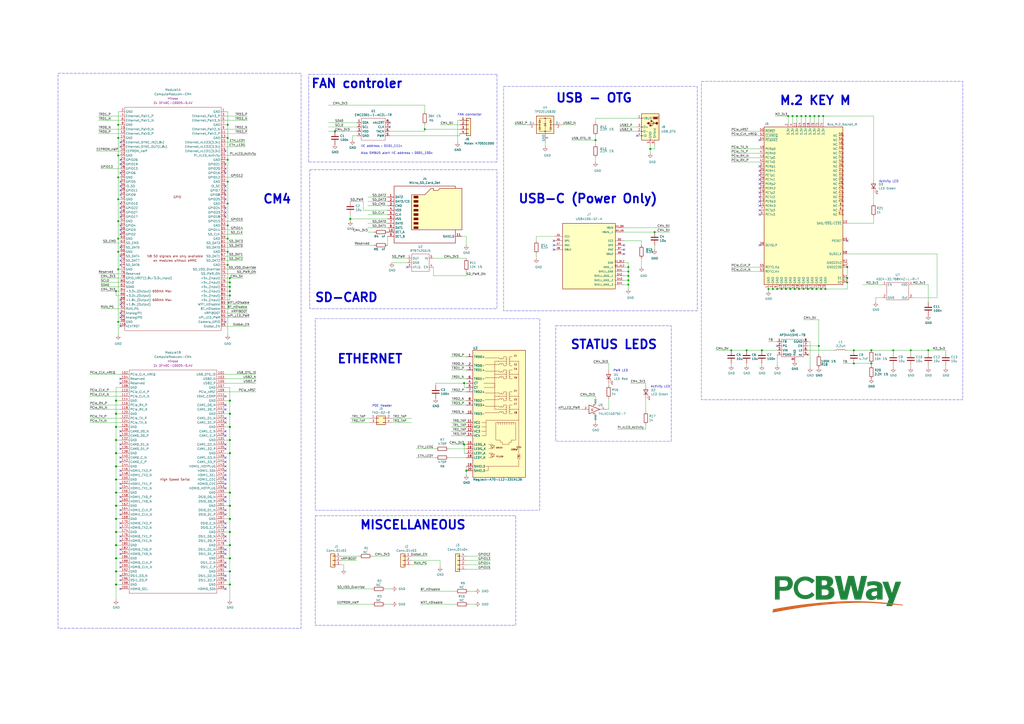
<source format=kicad_sch>
(kicad_sch (version 20231120) (generator "eeschema") (generator_version "8.0")
  (paper "A2")
  (title_block (title "V3 - CM4 Board") (date "2025-03-03") (rev "V0.3") (company "Rapid Analysis") (comment 1 "Author: Asad Imran"))
  (junction (at 132.08 92.71))
  (junction (at 433.07 203.2))
  (junction (at 491.49 154.94))
  (junction (at 68.58 138.43))
  (junction (at 133.35 168.91))
  (junction (at 132.08 153.67))
  (junction (at 459.74 67.31))
  (junction (at 133.35 166.37))
  (junction (at 133.35 331.47) (diameter 1.016))
  (junction (at 495.3 203.2))
  (junction (at 464.82 67.31))
  (junction (at 453.39 167.64))
  (junction (at 67.31 293.37) (diameter 1.016))
  (junction (at 67.31 331.47) (diameter 1.016))
  (junction (at 461.01 167.64))
  (junction (at 133.35 285.75) (diameter 1.016))
  (junction (at 133.35 247.65) (diameter 1.016))
  (junction (at 67.31 308.61) (diameter 1.016))
  (junction (at 477.52 67.31))
  (junction (at 478.79 167.64))
  (junction (at 67.31 255.27) (diameter 1.016))
  (junction (at 67.31 240.03) (diameter 1.016))
  (junction (at 469.9 67.31))
  (junction (at 377.19 86.36) (diameter 1.016))
  (junction (at 455.93 167.64))
  (junction (at 133.35 163.83))
  (junction (at 68.58 102.87))
  (junction (at 364.49 160.02))
  (junction (at 450.85 167.64))
  (junction (at 68.58 128.27))
  (junction (at 364.49 165.1))
  (junction (at 505.46 210.82) (diameter 1.016))
  (junction (at 246.38 74.93))
  (junction (at 133.35 161.29))
  (junction (at 345.44 81.28) (diameter 1.016))
  (junction (at 133.35 316.23) (diameter 1.016))
  (junction (at 476.25 167.64))
  (junction (at 67.31 270.51) (diameter 1.016))
  (junction (at 528.32 203.2))
  (junction (at 67.31 323.85) (diameter 1.016))
  (junction (at 463.55 167.64))
  (junction (at 467.36 67.31))
  (junction (at 491.49 163.83))
  (junction (at 67.31 262.89) (diameter 1.016))
  (junction (at 132.08 118.11))
  (junction (at 203.2 127) (diameter 1.016))
  (junction (at 67.31 339.09) (diameter 1.016))
  (junction (at 441.96 203.2))
  (junction (at 132.08 80.01))
  (junction (at 68.58 115.57))
  (junction (at 133.35 339.09) (diameter 1.016))
  (junction (at 68.58 146.05))
  (junction (at 364.49 157.48))
  (junction (at 364.49 154.94))
  (junction (at 67.31 232.41) (diameter 1.016))
  (junction (at 445.77 167.64))
  (junction (at 270.51 273.05) (diameter 1.016))
  (junction (at 269.24 222.25) (diameter 1.016))
  (junction (at 68.58 186.69))
  (junction (at 132.08 138.43))
  (junction (at 68.58 90.17))
  (junction (at 468.63 167.64))
  (junction (at 68.58 80.01))
  (junction (at 133.35 293.37) (diameter 1.016))
  (junction (at 133.35 300.99) (diameter 1.016))
  (junction (at 194.31 76.2) (diameter 1.016))
  (junction (at 67.31 285.75) (diameter 1.016))
  (junction (at 132.08 130.81))
  (junction (at 133.35 255.27) (diameter 1.016))
  (junction (at 505.46 203.2) (diameter 1.016))
  (junction (at 67.31 278.13) (diameter 1.016))
  (junction (at 68.58 156.21))
  (junction (at 133.35 323.85) (diameter 1.016))
  (junction (at 458.47 167.64))
  (junction (at 133.35 171.45))
  (junction (at 466.09 167.64))
  (junction (at 457.2 67.31))
  (junction (at 132.08 72.39))
  (junction (at 133.35 240.03) (diameter 1.016))
  (junction (at 495.3 210.82))
  (junction (at 132.08 105.41))
  (junction (at 68.58 72.39))
  (junction (at 67.31 247.65) (diameter 1.016))
  (junction (at 474.98 67.31))
  (junction (at 379.73 134.62))
  (junction (at 472.44 67.31))
  (junction (at 474.98 200.66))
  (junction (at 133.35 262.89) (diameter 1.016))
  (junction (at 133.35 232.41) (diameter 1.016))
  (junction (at 462.28 67.31))
  (junction (at 471.17 167.64))
  (junction (at 67.31 316.23) (diameter 1.016))
  (junction (at 518.16 203.2))
  (junction (at 132.08 146.05))
  (junction (at 269.24 257.81) (diameter 1.016))
  (junction (at 67.31 168.91))
  (junction (at 538.48 203.2))
  (junction (at 424.18 203.2))
  (junction (at 67.31 300.99) (diameter 1.016))
  (junction (at 364.49 162.56))
  (junction (at 473.71 167.64))
  (junction (at 448.31 167.64))
  (junction (at 133.35 308.61) (diameter 1.016))
  (junction (at 491.49 161.29))
  (no_connect (at 69.85 92.71))
  (no_connect (at 130.81 288.29))
  (no_connect (at 130.81 326.39))
  (no_connect (at 69.85 306.07))
  (no_connect (at 69.85 275.59))
  (no_connect (at 130.81 283.21))
  (no_connect (at 226.06 73.66))
  (no_connect (at 130.81 334.01))
  (no_connect (at 69.85 107.95))
  (no_connect (at 361.95 142.24))
  (no_connect (at 130.81 260.35))
  (no_connect (at 69.85 82.55))
  (no_connect (at 130.81 100.33))
  (no_connect (at 69.85 298.45))
  (no_connect (at 321.31 139.7))
  (no_connect (at 69.85 153.67))
  (no_connect (at 69.85 257.81))
  (no_connect (at 69.85 265.43))
  (no_connect (at 69.85 311.15))
  (no_connect (at 440.69 116.84))
  (no_connect (at 69.85 118.11))
  (no_connect (at 130.81 87.63))
  (no_connect (at 69.85 303.53))
  (no_connect (at 69.85 189.23))
  (no_connect (at 450.85 200.66))
  (no_connect (at 440.69 81.28))
  (no_connect (at 130.81 328.93))
  (no_connect (at 69.85 100.33))
  (no_connect (at 69.85 151.13))
  (no_connect (at 69.85 181.61))
  (no_connect (at 69.85 85.09))
  (no_connect (at 69.85 295.91))
  (no_connect (at 130.81 245.11))
  (no_connect (at 440.69 104.14))
  (no_connect (at 69.85 250.19))
  (no_connect (at 69.85 143.51))
  (no_connect (at 130.81 115.57))
  (no_connect (at 130.81 311.15))
  (no_connect (at 69.85 326.39))
  (no_connect (at 130.81 237.49))
  (no_connect (at 130.81 321.31))
  (no_connect (at 440.69 109.22))
  (no_connect (at 440.69 99.06))
  (no_connect (at 130.81 120.65))
  (no_connect (at 130.81 186.69))
  (no_connect (at 69.85 133.35))
  (no_connect (at 69.85 135.89))
  (no_connect (at 440.69 124.46))
  (no_connect (at 69.85 125.73))
  (no_connect (at 69.85 105.41))
  (no_connect (at 69.85 283.21))
  (no_connect (at 69.85 219.71))
  (no_connect (at 130.81 303.53))
  (no_connect (at 130.81 123.19))
  (no_connect (at 69.85 321.31))
  (no_connect (at 361.95 144.78))
  (no_connect (at 226.06 71.12))
  (no_connect (at 130.81 295.91))
  (no_connect (at 440.69 101.6))
  (no_connect (at 491.49 139.7))
  (no_connect (at 130.81 318.77))
  (no_connect (at 130.81 113.03))
  (no_connect (at 130.81 278.13))
  (no_connect (at 130.81 290.83))
  (no_connect (at 130.81 252.73))
  (no_connect (at 69.85 334.01))
  (no_connect (at 130.81 242.57))
  (no_connect (at 69.85 176.53))
  (no_connect (at 440.69 114.3))
  (no_connect (at 69.85 252.73))
  (no_connect (at 69.85 173.99))
  (no_connect (at 440.69 119.38))
  (no_connect (at 130.81 341.63))
  (no_connect (at 69.85 184.15))
  (no_connect (at 130.81 280.67))
  (no_connect (at 130.81 95.25))
  (no_connect (at 69.85 290.83))
  (no_connect (at 130.81 298.45))
  (no_connect (at 130.81 97.79))
  (no_connect (at 69.85 336.55))
  (no_connect (at 69.85 95.25))
  (no_connect (at 69.85 318.77))
  (no_connect (at 69.85 110.49))
  (no_connect (at 361.95 147.32))
  (no_connect (at 236.22 154.94))
  (no_connect (at 130.81 313.69))
  (no_connect (at 130.81 257.81))
  (no_connect (at 130.81 273.05))
  (no_connect (at 130.81 270.51))
  (no_connect (at 69.85 148.59))
  (no_connect (at 69.85 222.25))
  (no_connect (at 321.31 142.24))
  (no_connect (at 69.85 130.81))
  (no_connect (at 130.81 336.55))
  (no_connect (at 440.69 106.68))
  (no_connect (at 369.57 78.74))
  (no_connect (at 130.81 275.59))
  (no_connect (at 69.85 288.29))
  (no_connect (at 321.31 144.78))
  (no_connect (at 130.81 110.49))
  (no_connect (at 440.69 111.76))
  (no_connect (at 130.81 107.95))
  (no_connect (at 130.81 250.19))
  (no_connect (at 69.85 341.63))
  (no_connect (at 69.85 280.67))
  (no_connect (at 130.81 125.73))
  (no_connect (at 130.81 267.97))
  (no_connect (at 130.81 306.07))
  (no_connect (at 69.85 273.05))
  (no_connect (at 130.81 265.43))
  (no_connect (at 440.69 121.92))
  (no_connect (at 440.69 142.24))
  (no_connect (at 69.85 123.19))
  (no_connect (at 69.85 328.93))
  (no_connect (at 440.69 96.52))
  (no_connect (at 69.85 113.03))
  (no_connect (at 130.81 229.87))
  (no_connect (at 130.81 234.95))
  (no_connect (at 69.85 267.97))
  (no_connect (at 69.85 260.35))
  (no_connect (at 69.85 313.69))
  (no_connect (at 69.85 120.65))
  (wire (pts (xy 462.28 67.31) (xy 462.28 71.12)))
  (wire (pts (xy 474.98 67.31) (xy 477.52 67.31)))
  (wire (pts (xy 236.22 149.86) (xy 227.33 149.86)))
  (wire (pts (xy 130.81 171.45) (xy 133.35 171.45)))
  (wire (pts (xy 462.28 67.31) (xy 464.82 67.31)))
  (wire (pts (xy 441.96 203.2) (xy 450.85 203.2)))
  (wire (pts (xy 148.59 217.17) (xy 130.81 217.17)))
  (wire (pts (xy 266.7 78.74) (xy 266.7 77.47)))
  (wire (pts (xy 69.85 74.93) (xy 57.15 74.93)))
  (wire (pts (xy 424.18 210.82) (xy 424.18 212.09)))
  (wire (pts (xy 267.97 137.16) (xy 270.51 137.16)))
  (wire (pts (xy 226.06 78.74) (xy 266.7 78.74)))
  (wire (pts (xy 252.73 223.52) (xy 252.73 222.25)))
  (wire (pts (xy 130.81 262.89) (xy 133.35 262.89)))
  (wire (pts (xy 261.62 232.41) (xy 270.51 232.41)))
  (wire (pts (xy 270.51 330.2) (xy 284.48 330.2)))
  (wire (pts (xy 361.95 152.4) (xy 364.49 152.4)))
  (wire (pts (xy 227.33 242.57) (xy 238.76 242.57)))
  (wire (pts (xy 130.81 77.47) (xy 143.51 77.47)))
  (wire (pts (xy 508 175.26) (xy 508 172.72)))
  (wire (pts (xy 548.64 212.09) (xy 548.64 213.36)))
  (wire (pts (xy 538.48 203.2) (xy 548.64 203.2)))
  (wire (pts (xy 468.63 198.12) (xy 469.9 198.12)))
  (wire (pts (xy 68.58 194.31) (xy 68.58 186.69)))
  (wire (pts (xy 469.9 67.31) (xy 472.44 67.31)))
  (wire (pts (xy 359.41 76.2) (xy 369.57 76.2)))
  (wire (pts (xy 469.9 67.31) (xy 469.9 71.12)))
  (wire (pts (xy 261.62 252.73) (xy 270.51 252.73)))
  (wire (pts (xy 316.23 82.55) (xy 316.23 85.09)))
  (wire (pts (xy 270.51 222.25) (xy 269.24 222.25)))
  (wire (pts (xy 58.42 166.37) (xy 69.85 166.37)))
  (wire (pts (xy 372.11 149.86) (xy 372.11 154.94)))
  (wire (pts (xy 251.46 160.02) (xy 251.46 154.94)))
  (wire (pts (xy 468.63 203.2) (xy 483.87 203.2)))
  (wire (pts (xy 260.35 265.43) (xy 270.51 265.43)))
  (wire (pts (xy 144.78 176.53) (xy 130.81 176.53)))
  (wire (pts (xy 246.38 76.2) (xy 246.38 74.93)))
  (wire (pts (xy 67.31 168.91) (xy 69.85 168.91)))
  (wire (pts (xy 265.43 69.85) (xy 265.43 82.55)))
  (wire (pts (xy 67.31 255.27) (xy 69.85 255.27)))
  (wire (pts (xy 415.29 203.2) (xy 424.18 203.2)))
  (wire (pts (xy 464.82 67.31) (xy 464.82 71.12)))
  (wire (pts (xy 469.9 198.12) (xy 469.9 213.36)))
  (wire (pts (xy 55.88 87.63) (xy 69.85 87.63)))
  (wire (pts (xy 457.2 67.31) (xy 457.2 71.12)))
  (wire (pts (xy 241.3 260.35) (xy 252.73 260.35)))
  (wire (pts (xy 260.35 260.35) (xy 270.51 260.35)))
  (wire (pts (xy 58.42 161.29) (xy 69.85 161.29)))
  (wire (pts (xy 130.81 118.11) (xy 132.08 118.11)))
  (wire (pts (xy 236.22 152.4) (xy 227.33 152.4)))
  (wire (pts (xy 130.81 67.31) (xy 143.51 67.31)))
  (wire (pts (xy 52.07 237.49) (xy 69.85 237.49)))
  (wire (pts (xy 261.62 227.33) (xy 270.51 227.33)))
  (wire (pts (xy 133.35 173.99) (xy 133.35 171.45)))
  (wire (pts (xy 68.58 64.77) (xy 69.85 64.77)))
  (wire (pts (xy 132.08 92.71) (xy 132.08 105.41)))
  (wire (pts (xy 472.44 67.31) (xy 474.98 67.31)))
  (wire (pts (xy 424.18 203.2) (xy 433.07 203.2)))
  (wire (pts (xy 266.7 74.93) (xy 246.38 74.93)))
  (wire (pts (xy 224.79 121.92) (xy 210.82 121.92)))
  (wire (pts (xy 67.31 240.03) (xy 67.31 247.65)))
  (wire (pts (xy 453.39 167.64) (xy 455.93 167.64)))
  (wire (pts (xy 130.81 339.09) (xy 133.35 339.09)))
  (wire (pts (xy 478.79 167.64) (xy 476.25 167.64)))
  (wire (pts (xy 311.15 147.32) (xy 311.15 149.86)))
  (wire (pts (xy 133.35 166.37) (xy 133.35 163.83)))
  (wire (pts (xy 345.44 229.87) (xy 336.55 229.87)))
  (wire (pts (xy 130.81 240.03) (xy 133.35 240.03)))
  (wire (pts (xy 353.06 231.14) (xy 353.06 237.49)))
  (wire (pts (xy 203.2 127) (xy 203.2 128.27)))
  (wire (pts (xy 58.42 97.79) (xy 69.85 97.79)))
  (wire (pts (xy 474.98 185.42) (xy 474.98 200.66)))
  (wire (pts (xy 457.2 67.31) (xy 459.74 67.31)))
  (wire (pts (xy 238.76 322.58) (xy 247.904 322.58)))
  (polyline (pts (xy 179.07 43.18) (xy 288.29 43.18)) (stroke (width 0) (type dash)))
  (wire (pts (xy 133.35 224.79) (xy 130.81 224.79)))
  (wire (pts (xy 207.01 76.2) (xy 194.31 76.2)))
  (wire (pts (xy 67.31 278.13) (xy 69.85 278.13)))
  (wire (pts (xy 69.85 331.47) (xy 67.31 331.47)))
  (wire (pts (xy 132.08 80.01) (xy 132.08 92.71)))
  (wire (pts (xy 353.06 222.25) (xy 353.06 223.52)))
  (wire (pts (xy 477.52 67.31) (xy 506.73 67.31)))
  (wire (pts (xy 67.31 224.79) (xy 67.31 232.41)))
  (wire (pts (xy 379.73 134.62) (xy 388.62 134.62)))
  (wire (pts (xy 445.77 167.64) (xy 448.31 167.64)))
  (wire (pts (xy 67.31 270.51) (xy 67.31 278.13)))
  (wire (pts (xy 238.76 325.12) (xy 255.27 325.12)))
  (wire (pts (xy 130.81 90.17) (xy 148.59 90.17)))
  (wire (pts (xy 132.08 138.43) (xy 132.08 146.05)))
  (wire (pts (xy 500.38 165.1) (xy 511.81 165.1)))
  (wire (pts (xy 377.19 86.36) (xy 377.19 88.9)))
  (wire (pts (xy 69.85 77.47) (xy 57.15 77.47)))
  (wire (pts (xy 143.51 181.61) (xy 130.81 181.61)))
  (wire (pts (xy 58.42 179.07) (xy 69.85 179.07)))
  (wire (pts (xy 372.11 139.7) (xy 372.11 142.24)))
  (wire (pts (xy 132.08 146.05) (xy 132.08 153.67)))
  (wire (pts (xy 132.08 64.77) (xy 132.08 72.39)))
  (wire (pts (xy 130.81 166.37) (xy 133.35 166.37)))
  (wire (pts (xy 130.81 138.43) (xy 132.08 138.43)))
  (wire (pts (xy 130.81 168.91) (xy 133.35 168.91)))
  (wire (pts (xy 433.07 203.2) (xy 441.96 203.2)))
  (wire (pts (xy 528.32 203.2) (xy 528.32 204.47)))
  (wire (pts (xy 67.31 247.65) (xy 67.31 255.27)))
  (wire (pts (xy 132.08 105.41) (xy 132.08 118.11)))
  (wire (pts (xy 132.08 72.39) (xy 132.08 80.01)))
  (wire (pts (xy 207.01 71.12) (xy 190.5 71.12)))
  (wire (pts (xy 361.95 162.56) (xy 364.49 162.56)))
  (wire (pts (xy 374.65 222.25) (xy 374.65 223.52)))
  (wire (pts (xy 144.78 184.15) (xy 130.81 184.15)))
  (wire (pts (xy 52.07 229.87) (xy 69.85 229.87)))
  (wire (pts (xy 130.81 74.93) (xy 143.51 74.93)))
  (wire (pts (xy 67.31 293.37) (xy 69.85 293.37)))
  (wire (pts (xy 505.46 203.2) (xy 518.16 203.2)))
  (wire (pts (xy 377.19 83.82) (xy 377.19 86.36)))
  (wire (pts (xy 468.63 167.64) (xy 466.09 167.64)))
  (wire (pts (xy 190.5 60.96) (xy 246.38 60.96)))
  (wire (pts (xy 358.14 248.92) (xy 374.65 248.92)))
  (wire (pts (xy 207.01 78.74) (xy 204.47 78.74)))
  (wire (pts (xy 203.2 124.46) (xy 203.2 127)))
  (wire (pts (xy 251.46 160.02) (xy 270.51 160.02)))
  (wire (pts (xy 361.95 165.1) (xy 364.49 165.1)))
  (wire (pts (xy 321.31 137.16) (xy 311.15 137.16)))
  (wire (pts (xy 133.35 171.45) (xy 133.35 168.91)))
  (wire (pts (xy 467.36 67.31) (xy 467.36 71.12)))
  (wire (pts (xy 67.31 232.41) (xy 69.85 232.41)))
  (wire (pts (xy 508 172.72) (xy 511.81 172.72)))
  (wire (pts (xy 424.18 154.94) (xy 440.69 154.94)))
  (wire (pts (xy 345.44 68.58) (xy 345.44 71.12)))
  (wire (pts (xy 67.31 316.23) (xy 67.31 323.85)))
  (wire (pts (xy 68.58 115.57) (xy 69.85 115.57)))
  (wire (pts (xy 374.65 248.92) (xy 374.65 246.38)))
  (wire (pts (xy 261.62 214.63) (xy 270.51 214.63)))
  (wire (pts (xy 518.16 213.36) (xy 518.16 212.09)))
  (wire (pts (xy 203.2 245.11) (xy 214.63 245.11)))
  (wire (pts (xy 67.31 232.41) (xy 67.31 240.03)))
  (wire (pts (xy 67.31 262.89) (xy 67.31 270.51)))
  (wire (pts (xy 130.81 64.77) (xy 132.08 64.77)))
  (wire (pts (xy 246.38 60.96) (xy 246.38 64.77)))
  (wire (pts (xy 374.65 231.14) (xy 374.65 238.76)))
  (wire (pts (xy 69.85 339.09) (xy 67.31 339.09)))
  (wire (pts (xy 68.58 138.43) (xy 68.58 128.27)))
  (wire (pts (xy 361.95 157.48) (xy 364.49 157.48)))
  (wire (pts (xy 130.81 153.67) (xy 132.08 153.67)))
  (wire (pts (xy 261.62 250.19) (xy 270.51 250.19)))
  (wire (pts (xy 194.31 76.2) (xy 190.5 76.2)))
  (wire (pts (xy 133.35 163.83) (xy 133.35 161.29)))
  (wire (pts (xy 68.58 128.27) (xy 68.58 115.57)))
  (wire (pts (xy 261.62 257.81) (xy 269.24 257.81)))
  (wire (pts (xy 130.81 293.37) (xy 133.35 293.37)))
  (wire (pts (xy 68.58 146.05) (xy 68.58 138.43)))
  (wire (pts (xy 130.81 189.23) (xy 144.78 189.23)))
  (wire (pts (xy 252.73 222.25) (xy 269.24 222.25)))
  (wire (pts (xy 52.07 245.11) (xy 69.85 245.11)))
  (wire (pts (xy 67.31 308.61) (xy 69.85 308.61)))
  (wire (pts (xy 246.38 74.93) (xy 246.38 72.39)))
  (wire (pts (xy 67.31 247.65) (xy 69.85 247.65)))
  (wire (pts (xy 133.35 293.37) (xy 133.35 300.99)))
  (wire (pts (xy 143.51 179.07) (xy 130.81 179.07)))
  (wire (pts (xy 518.16 204.47) (xy 518.16 203.2)))
  (wire (pts (xy 538.48 165.1) (xy 529.59 165.1)))
  (wire (pts (xy 67.31 255.27) (xy 67.31 262.89)))
  (wire (pts (xy 148.59 158.75) (xy 130.81 158.75)))
  (wire (pts (xy 359.41 73.66) (xy 369.57 73.66)))
  (wire (pts (xy 473.71 167.64) (xy 471.17 167.64)))
  (wire (pts (xy 195.58 341.63) (xy 215.9 341.63)))
  (wire (pts (xy 361.95 134.62) (xy 379.73 134.62)))
  (wire (pts (xy 133.35 262.89) (xy 133.35 285.75)))
  (wire (pts (xy 261.62 245.11) (xy 270.51 245.11)))
  (wire (pts (xy 269.24 224.79) (xy 269.24 222.25)))
  (wire (pts (xy 68.58 138.43) (xy 69.85 138.43)))
  (wire (pts (xy 450.85 212.09) (xy 450.85 205.74)))
  (wire (pts (xy 67.31 300.99) (xy 69.85 300.99)))
  (wire (pts (xy 491.49 152.4) (xy 491.49 154.94)))
  (wire (pts (xy 261.62 219.71) (xy 270.51 219.71)))
  (wire (pts (xy 130.81 85.09) (xy 142.24 85.09)))
  (wire (pts (xy 468.63 200.66) (xy 474.98 200.66)))
  (wire (pts (xy 133.35 262.89) (xy 133.35 255.27)))
  (wire (pts (xy 424.18 86.36) (xy 440.69 86.36)))
  (wire (pts (xy 130.81 80.01) (xy 132.08 80.01)))
  (wire (pts (xy 450.85 167.64) (xy 453.39 167.64)))
  (wire (pts (xy 471.17 167.64) (xy 468.63 167.64)))
  (wire (pts (xy 491.49 203.2) (xy 495.3 203.2)))
  (wire (pts (xy 491.49 154.94) (xy 491.49 161.29)))
  (wire (pts (xy 67.31 240.03) (xy 69.85 240.03)))
  (wire (pts (xy 133.35 168.91) (xy 133.35 166.37)))
  (wire (pts (xy 67.31 316.23) (xy 69.85 316.23)))
  (wire (pts (xy 224.79 137.16) (xy 224.79 142.24)))
  (wire (pts (xy 132.08 153.67) (xy 132.08 194.31)))
  (wire (pts (xy 133.35 316.23) (xy 133.35 323.85)))
  (wire (pts (xy 424.18 76.2) (xy 440.69 76.2)))
  (wire (pts (xy 353.06 210.82) (xy 353.06 214.63)))
  (wire (pts (xy 58.42 163.83) (xy 69.85 163.83)))
  (wire (pts (xy 445.77 198.12) (xy 450.85 198.12)))
  (wire (pts (xy 67.31 270.51) (xy 69.85 270.51)))
  (wire (pts (xy 364.49 162.56) (xy 364.49 165.1)))
  (wire (pts (xy 68.58 72.39) (xy 68.58 64.77)))
  (wire (pts (xy 461.01 167.64) (xy 458.47 167.64)))
  (wire (pts (xy 270.51 322.58) (xy 284.48 322.58)))
  (wire (pts (xy 203.2 127) (xy 224.79 127)))
  (wire (pts (xy 199.39 327.66) (xy 199.39 330.2)))
  (wire (pts (xy 269.24 262.89) (xy 269.24 257.81)))
  (wire (pts (xy 130.81 92.71) (xy 132.08 92.71)))
  (wire (pts (xy 130.81 72.39) (xy 132.08 72.39)))
  (wire (pts (xy 224.79 132.08) (xy 213.36 132.08)))
  (wire (pts (xy 130.81 146.05) (xy 132.08 146.05)))
  (wire (pts (xy 203.2 116.84) (xy 210.82 116.84)))
  (wire (pts (xy 261.62 212.09) (xy 270.51 212.09)))
  (wire (pts (xy 270.51 224.79) (xy 269.24 224.79)))
  (wire (pts (xy 275.59 350.52) (xy 271.78 350.52)))
  (wire (pts (xy 364.49 157.48) (xy 364.49 160.02)))
  (wire (pts (xy 345.44 78.74) (xy 345.44 81.28)))
  (wire (pts (xy 67.31 285.75) (xy 69.85 285.75)))
  (wire (pts (xy 455.93 167.64) (xy 458.47 167.64)))
  (wire (pts (xy 476.25 167.64) (xy 473.71 167.64)))
  (wire (pts (xy 132.08 130.81) (xy 132.08 138.43)))
  (wire (pts (xy 461.01 167.64) (xy 463.55 167.64)))
  (wire (pts (xy 224.79 124.46) (xy 213.36 124.46)))
  (wire (pts (xy 445.77 167.64) (xy 445.77 168.91)))
  (wire (pts (xy 364.49 160.02) (xy 364.49 162.56)))
  (wire (pts (xy 466.09 185.42) (xy 474.98 185.42)))
  (wire (pts (xy 130.81 105.41) (xy 132.08 105.41)))
  (wire (pts (xy 67.31 278.13) (xy 67.31 285.75)))
  (wire (pts (xy 518.16 203.2) (xy 528.32 203.2)))
  (wire (pts (xy 345.44 234.95) (xy 345.44 229.87)))
  (wire (pts (xy 198.12 327.66) (xy 199.39 327.66)))
  (wire (pts (xy 140.97 143.51) (xy 130.81 143.51)))
  (wire (pts (xy 495.3 210.82) (xy 505.46 210.82)))
  (wire (pts (xy 528.32 212.09) (xy 528.32 213.36)))
  (wire (pts (xy 261.62 247.65) (xy 270.51 247.65)))
  (wire (pts (xy 130.81 331.47) (xy 133.35 331.47)))
  (wire (pts (xy 68.58 102.87) (xy 69.85 102.87)))
  (wire (pts (xy 67.31 300.99) (xy 67.31 308.61)))
  (wire (pts (xy 548.64 203.2) (xy 548.64 204.47)))
  (wire (pts (xy 467.36 67.31) (xy 469.9 67.31)))
  (wire (pts (xy 69.85 67.31) (xy 57.15 67.31)))
  (wire (pts (xy 67.31 262.89) (xy 69.85 262.89)))
  (wire (pts (xy 68.58 90.17) (xy 68.58 80.01)))
  (wire (pts (xy 130.81 173.99) (xy 133.35 173.99)))
  (wire (pts (xy 441.96 210.82) (xy 441.96 212.09)))
  (wire (pts (xy 52.07 227.33) (xy 69.85 227.33)))
  (wire (pts (xy 140.97 148.59) (xy 130.81 148.59)))
  (wire (pts (xy 261.62 240.03) (xy 270.51 240.03)))
  (wire (pts (xy 255.27 325.12) (xy 255.27 328.93)))
  (polyline (pts (xy 288.29 43.18) (xy 288.29 93.98)) (stroke (width 0) (type dash)))
  (wire (pts (xy 361.95 154.94) (xy 364.49 154.94)))
  (wire (pts (xy 538.48 203.2) (xy 538.48 204.47)))
  (wire (pts (xy 269.24 257.81) (xy 270.51 257.81)))
  (wire (pts (xy 424.18 93.98) (xy 440.69 93.98)))
  (wire (pts (xy 68.58 186.69) (xy 68.58 156.21)))
  (polyline (pts (xy 288.29 93.98) (xy 179.07 93.98)) (stroke (width 0) (type dash)))
  (wire (pts (xy 345.44 68.58) (xy 369.57 68.58)))
  (wire (pts (xy 203.2 242.57) (xy 214.63 242.57)))
  (wire (pts (xy 506.73 67.31) (xy 506.73 104.14)))
  (wire (pts (xy 213.36 129.54) (xy 224.79 129.54)))
  (wire (pts (xy 67.31 168.91) (xy 67.31 171.45)))
  (wire (pts (xy 365.76 222.25) (xy 374.65 222.25)))
  (wire (pts (xy 227.33 350.52) (xy 223.52 350.52)))
  (wire (pts (xy 52.07 234.95) (xy 69.85 234.95)))
  (wire (pts (xy 424.18 88.9) (xy 440.69 88.9)))
  (wire (pts (xy 364.49 152.4) (xy 364.49 154.94)))
  (wire (pts (xy 323.85 237.49) (xy 337.82 237.49)))
  (wire (pts (xy 130.81 232.41) (xy 133.35 232.41)))
  (wire (pts (xy 379.73 86.36) (xy 377.19 86.36)))
  (wire (pts (xy 68.58 156.21) (xy 68.58 146.05)))
  (wire (pts (xy 491.49 147.32) (xy 543.56 147.32)))
  (wire (pts (xy 205.74 142.24) (xy 217.17 142.24)))
  (wire (pts (xy 472.44 67.31) (xy 472.44 71.12)))
  (wire (pts (xy 130.81 247.65) (xy 133.35 247.65)))
  (wire (pts (xy 140.97 135.89) (xy 130.81 135.89)))
  (wire (pts (xy 491.49 163.83) (xy 491.49 167.64)))
  (wire (pts (xy 204.47 78.74) (xy 204.47 81.28)))
  (wire (pts (xy 67.31 331.47) (xy 67.31 339.09)))
  (wire (pts (xy 68.58 80.01) (xy 69.85 80.01)))
  (wire (pts (xy 424.18 91.44) (xy 440.69 91.44)))
  (wire (pts (xy 198.12 322.58) (xy 208.28 322.58)))
  (wire (pts (xy 132.08 118.11) (xy 132.08 130.81)))
  (wire (pts (xy 227.33 341.63) (xy 223.52 341.63)))
  (wire (pts (xy 130.81 285.75) (xy 133.35 285.75)))
  (wire (pts (xy 130.81 308.61) (xy 133.35 308.61)))
  (wire (pts (xy 69.85 171.45) (xy 67.31 171.45)))
  (wire (pts (xy 474.98 200.66) (xy 474.98 205.74)))
  (wire (pts (xy 52.07 242.57) (xy 69.85 242.57)))
  (wire (pts (xy 213.36 119.38) (xy 224.79 119.38)))
  (wire (pts (xy 130.81 133.35) (xy 140.97 133.35)))
  (wire (pts (xy 198.12 325.12) (xy 207.01 325.12)))
  (wire (pts (xy 424.18 157.48) (xy 440.69 157.48)))
  (wire (pts (xy 243.84 342.9) (xy 264.16 342.9)))
  (wire (pts (xy 379.73 83.82) (xy 379.73 86.36)))
  (wire (pts (xy 195.58 350.52) (xy 215.9 350.52)))
  (wire (pts (xy 270.51 137.16) (xy 270.51 142.24)))
  (polyline (pts (xy 179.07 93.98) (xy 179.07 43.18)) (stroke (width 0) (type dash)))
  (wire (pts (xy 130.81 102.87) (xy 140.97 102.87)))
  (wire (pts (xy 67.31 308.61) (xy 67.31 316.23)))
  (wire (pts (xy 477.52 67.31) (xy 477.52 71.12)))
  (wire (pts (xy 130.81 161.29) (xy 133.35 161.29)))
  (wire (pts (xy 491.49 161.29) (xy 491.49 163.83)))
  (wire (pts (xy 361.95 160.02) (xy 364.49 160.02)))
  (wire (pts (xy 255.27 72.39) (xy 266.7 72.39)))
  (wire (pts (xy 270.51 270.51) (xy 270.51 273.05)))
  (wire (pts (xy 474.98 67.31) (xy 474.98 71.12)))
  (wire (pts (xy 215.9 322.58) (xy 226.06 322.58)))
  (wire (pts (xy 275.59 342.9) (xy 271.78 342.9)))
  (wire (pts (xy 238.76 327.66) (xy 247.65 327.66)))
  (wire (pts (xy 528.32 203.2) (xy 538.48 203.2)))
  (wire (pts (xy 213.36 114.3) (xy 224.79 114.3)))
  (wire (pts (xy 270.51 157.48) (xy 270.51 160.02)))
  (wire (pts (xy 130.81 222.25) (xy 148.59 222.25)))
  (wire (pts (xy 488.95 210.82) (xy 495.3 210.82)))
  (wire (pts (xy 68.58 80.01) (xy 68.58 72.39)))
  (wire (pts (xy 130.81 128.27) (xy 140.97 128.27)))
  (wire (pts (xy 133.35 308.61) (xy 133.35 316.23)))
  (wire (pts (xy 58.42 168.91) (xy 67.31 168.91)))
  (wire (pts (xy 361.95 132.08) (xy 388.62 132.08)))
  (wire (pts (xy 59.69 140.97) (xy 69.85 140.97)))
  (wire (pts (xy 133.35 285.75) (xy 133.35 293.37)))
  (wire (pts (xy 67.31 293.37) (xy 67.31 300.99)))
  (wire (pts (xy 270.51 262.89) (xy 269.24 262.89)))
  (wire (pts (xy 331.47 81.28) (xy 345.44 81.28)))
  (wire (pts (xy 133.35 240.03) (xy 133.35 232.41)))
  (wire (pts (xy 213.36 134.62) (xy 217.17 134.62)))
  (wire (pts (xy 68.58 156.21) (xy 69.85 156.21)))
  (wire (pts (xy 57.15 158.75) (xy 69.85 158.75)))
  (wire (pts (xy 67.31 285.75) (xy 67.31 293.37)))
  (wire (pts (xy 251.46 149.86) (xy 270.51 149.86)))
  (wire (pts (xy 243.84 350.52) (xy 264.16 350.52)))
  (wire (pts (xy 133.35 232.41) (xy 133.35 224.79)))
  (wire (pts (xy 450.85 167.64) (xy 448.31 167.64)))
  (wire (pts (xy 311.15 137.16) (xy 311.15 139.7)))
  (wire (pts (xy 130.81 316.23) (xy 133.35 316.23)))
  (wire (pts (xy 140.97 151.13) (xy 130.81 151.13)))
  (wire (pts (xy 505.46 212.09) (xy 505.46 210.82)))
  (wire (pts (xy 148.59 156.21) (xy 130.81 156.21)))
  (wire (pts (xy 345.44 81.28) (xy 345.44 83.82)))
  (wire (pts (xy 130.81 227.33) (xy 148.59 227.33)))
  (wire (pts (xy 133.35 255.27) (xy 133.35 247.65)))
  (wire (pts (xy 52.07 217.17) (xy 69.85 217.17)))
  (wire (pts (xy 68.58 186.69) (xy 69.85 186.69)))
  (wire (pts (xy 67.31 339.09) (xy 67.31 347.98)))
  (wire (pts (xy 459.74 67.31) (xy 462.28 67.31)))
  (wire (pts (xy 379.73 142.24) (xy 379.73 144.78)))
  (wire (pts (xy 538.48 212.09) (xy 538.48 213.36)))
  (wire (pts (xy 68.58 90.17) (xy 69.85 90.17)))
  (wire (pts (xy 298.45 72.39) (xy 306.07 72.39)))
  (wire (pts (xy 464.82 67.31) (xy 467.36 67.31)))
  (wire (pts (xy 133.35 331.47) (xy 133.35 339.09)))
  (wire (pts (xy 506.73 111.76) (xy 506.73 118.11)))
  (wire (pts (xy 226.06 76.2) (xy 246.38 76.2)))
  (wire (pts (xy 463.55 167.64) (xy 466.09 167.64)))
  (wire (pts (xy 449.58 67.31) (xy 457.2 67.31)))
  (wire (pts (xy 130.81 300.99) (xy 133.35 300.99)))
  (wire (pts (xy 130.81 255.27) (xy 133.35 255.27)))
  (wire (pts (xy 227.33 245.11) (xy 238.76 245.11)))
  (wire (pts (xy 364.49 154.94) (xy 364.49 157.48)))
  (wire (pts (xy 133.35 300.99) (xy 133.35 308.61)))
  (wire (pts (xy 353.06 237.49) (xy 351.79 237.49)))
  (wire (pts (xy 345.44 91.44) (xy 345.44 93.98)))
  (wire (pts (xy 433.07 210.82) (xy 433.07 212.09)))
  (wire (pts (xy 270.51 273.05) (xy 270.51 275.59)))
  (wire (pts (xy 266.7 69.85) (xy 265.43 69.85)))
  (wire (pts (xy 133.35 323.85) (xy 133.35 331.47)))
  (wire (pts (xy 459.74 67.31) (xy 459.74 71.12)))
  (wire (pts (xy 67.31 323.85) (xy 67.31 331.47)))
  (wire (pts (xy 68.58 72.39) (xy 69.85 72.39)))
  (wire (pts (xy 140.97 140.97) (xy 130.81 140.97)))
  (wire (pts (xy 506.73 129.54) (xy 506.73 125.73)))
  (wire (pts (xy 364.49 165.1) (xy 364.49 167.64)))
  (wire (pts (xy 495.3 203.2) (xy 505.46 203.2)))
  (wire (pts (xy 133.35 161.29) (xy 140.97 161.29)))
  (wire (pts (xy 326.39 72.39) (xy 334.01 72.39)))
  (wire (pts (xy 270.51 327.66) (xy 284.48 327.66)))
  (wire (pts (xy 68.58 128.27) (xy 69.85 128.27)))
  (wire (pts (xy 68.58 115.57) (xy 68.58 102.87)))
  (wire (pts (xy 69.85 69.85) (xy 57.15 69.85)))
  (wire (pts (xy 543.56 147.32) (xy 543.56 172.72)))
  (wire (pts (xy 130.81 69.85) (xy 143.51 69.85)))
  (wire (pts (xy 130.81 130.81) (xy 132.08 130.81)))
  (wire (pts (xy 130.81 219.71) (xy 148.59 219.71)))
  (wire (pts (xy 538.48 175.26) (xy 538.48 165.1)))
  (wire (pts (xy 68.58 102.87) (xy 68.58 90.17)))
  (wire (pts (xy 344.17 210.82) (xy 353.06 210.82)))
  (wire (pts (xy 224.79 116.84) (xy 213.36 116.84)))
  (wire (pts (xy 67.31 323.85) (xy 69.85 323.85)))
  (wire (pts (xy 270.51 325.12) (xy 284.48 325.12)))
  (wire (pts (xy 424.18 78.74) (xy 440.69 78.74)))
  (wire (pts (xy 241.3 265.43) (xy 252.73 265.43)))
  (wire (pts (xy 543.56 172.72) (xy 529.59 172.72)))
  (wire (pts (xy 69.85 224.79) (xy 67.31 224.79)))
  (wire (pts (xy 210.82 121.92) (xy 210.82 116.84)))
  (wire (pts (xy 261.62 234.95) (xy 270.51 234.95)))
  (wire (pts (xy 491.49 167.64) (xy 478.79 167.64)))
  (wire (pts (xy 133.35 247.65) (xy 133.35 240.03)))
  (wire (pts (xy 491.49 129.54) (xy 506.73 129.54)))
  (wire (pts (xy 345.44 240.03) (xy 345.44 245.11)))
  (wire (pts (xy 133.35 339.09) (xy 133.35 347.98)))
  (wire (pts (xy 130.81 163.83) (xy 133.35 163.83)))
  (wire (pts (xy 207.01 73.66) (xy 190.5 73.66)))
  (wire (pts (xy 130.81 323.85) (xy 133.35 323.85)))
  (wire (pts (xy 261.62 207.01) (xy 270.51 207.01)))
  (wire (pts (xy 68.58 146.05) (xy 69.85 146.05)))
  (wire (pts (xy 361.95 139.7) (xy 372.11 139.7)))
  (wire (pts (xy 130.81 82.55) (xy 142.24 82.55)))
  (polyline (pts (xy 397.0523 318.3255) (xy 397.129 318.3283) (xy 397.2039 318.3327) (xy 397.2755 318.3386) (xy 397.3423 318.346) (xy 397.4028 318.3548) (xy 397.4555 318.3649) (xy 397.4988 318.3764) (xy 397.5312 318.389) (xy 397.5524 318.4026) (xy 397.5714 318.4178) (xy 397.5881 318.4355) (xy 397.6027 318.4568) (xy 397.6154 318.4827) (xy 397.6263 318.5141) (xy 397.6355 318.5522) (xy 397.6432 318.598) (xy 397.6494 318.6525) (xy 397.6544 318.7166) (xy 397.6611 318.8781) (xy 397.6644 319.0908) (xy 397.6652 319.3627) (xy 397.6689 319.5971) (xy 397.6751 319.7998) (xy 397.6793 319.8903) (xy 397.6843 319.9742) (xy 397.6902 320.0519) (xy 397.697 320.1238) (xy 397.7048 320.1903) (xy 397.7136 320.2518) (xy 397.7235 320.3089) (xy 397.7347 320.3618) (xy 397.747 320.411) (xy 397.7607 320.457) (xy 397.7758 320.5002) (xy 397.7922 320.5409) (xy 397.8238 320.638) (xy 397.8502 320.7621) (xy 397.8723 320.9242) (xy 397.891 321.1354) (xy 397.907 321.4068) (xy 397.9212 321.7494) (xy 397.9474 322.6929) (xy 397.9827 324.5626) (xy 402.2161 324.5838) (xy 404.0066 324.594) (xy 404.7365 324.6025) (xy 405.3487 324.6129) (xy 405.838 324.6249) (xy 406.1987 324.6383) (xy 406.4255 324.6529) (xy 406.487 324.6606) (xy 406.5129 324.6684) (xy 406.5263 324.6845) (xy 406.5346 324.7012) (xy 406.5368 324.7099) (xy 406.5376 324.7189) (xy 406.5369 324.7281) (xy 406.5348 324.7377) (xy 406.5261 324.758) (xy 406.511 324.7801) (xy 406.4894 324.8042) (xy 406.4609 324.8307) (xy 406.4251 324.8599) (xy 406.3819 324.892) (xy 406.3309 324.9273) (xy 406.2718 324.9661) (xy 406.1281 325.0555) (xy 405.9484 325.1623) (xy 405.5886 325.374) (xy 400.9249 325.374) (xy 399.4195 325.3735) (xy 398.8061 325.3725) (xy 398.2771 325.3709) (xy 397.826 325.3685) (xy 397.6277 325.3669) (xy 397.4465 325.3651) (xy 397.2816 325.3629) (xy 397.1322 325.3605) (xy 396.9976 325.3577) (xy 396.8768 325.3546) (xy 396.7691 325.3511) (xy 396.6737 325.3472) (xy 396.5898 325.3429) (xy 396.5167 325.3382) (xy 396.4534 325.333) (xy 396.3993 325.3273) (xy 396.3535 325.3211) (xy 396.3334 325.3179) (xy 396.3152 325.3145) (xy 396.2986 325.3109) (xy 396.2836 325.3073) (xy 396.2701 325.3034) (xy 396.2579 325.2995) (xy 396.2471 325.2954) (xy 396.2374 325.2911) (xy 396.2288 325.2867) (xy 396.2212 325.2822) (xy 396.2144 325.2775) (xy 396.2085 325.2726) (xy 396.2032 325.2676) (xy 396.1985 325.2624) (xy 396.1943 325.257) (xy 396.1905 325.2515) (xy 396.1836 325.2399) (xy 396.1684 325.1743) (xy 396.1547 325.0433) (xy 396.1426 324.85) (xy 396.1324 324.5979) (xy 396.1181 323.9303) (xy 396.113 323.0668) (xy 396.1133 322.3994) (xy 396.1142 322.1275) (xy 396.1158 321.8922) (xy 396.1184 321.69) (xy 396.1223 321.5174) (xy 396.1278 321.371) (xy 396.1312 321.3066) (xy 396.135 321.2474) (xy 396.1394 321.193) (xy 396.1444 321.143) (xy 396.1499 321.0969) (xy 396.1561 321.0544) (xy 396.1629 321.015) (xy 396.1703 320.9782) (xy 396.1785 320.9436) (xy 396.1874 320.9108) (xy 396.1971 320.8794) (xy 396.2076 320.8489) (xy 396.219 320.8188) (xy 396.2312 320.7889) (xy 396.2583 320.7274) (xy 396.2894 320.6609) (xy 396.3436 320.5399) (xy 396.3659 320.4839) (xy 396.3854 320.4289) (xy 396.4022 320.3736) (xy 396.4165 320.3166) (xy 396.4285 320.2564) (xy 396.4384 320.1917) (xy 396.4464 320.121) (xy 396.4528 320.043) (xy 396.461 319.8592) (xy 396.4649 319.6291) (xy 396.4658 319.3415) (xy 396.466 319.218) (xy 396.4668 319.104) (xy 396.4682 318.9993) (xy 396.4702 318.9036) (xy 396.4728 318.8167) (xy 396.4762 318.7382) (xy 396.4803 318.6681) (xy 396.4852 318.606) (xy 396.4909 318.5516) (xy 396.4975 318.5048) (xy 396.505 318.4652) (xy 396.5091 318.4481) (xy 396.5134 318.4327) (xy 396.518 318.4189) (xy 396.5228 318.4069) (xy 396.5279 318.3965) (xy 396.5333 318.3877) (xy 396.5389 318.3804) (xy 396.5448 318.3747) (xy 396.551 318.3705) (xy 396.5575 318.3678) (xy 396.5936 318.3557) (xy 396.6401 318.3456) (xy 396.6955 318.3375) (xy 396.7583 318.3315) (xy 396.8268 318.3273) (xy 396.8997 318.3249) (xy 396.9753 318.3244) (xy 397.0523 318.3255)) (stroke (width -0.0001) (type solid)) (fill (type outline)))
  (polyline (pts (xy 381.2523 371.5177) (xy 381.2788 371.5189) (xy 381.3052 371.5209) (xy 381.3313 371.5236) (xy 381.3569 371.527) (xy 381.3819 371.5311) (xy 381.4062 371.5358) (xy 381.4295 371.5411) (xy 381.4518 371.5471) (xy 381.4728 371.5535) (xy 381.4924 371.5605) (xy 381.5105 371.5679) (xy 381.5269 371.5758) (xy 381.5415 371.5842) (xy 381.5541 371.5929) (xy 381.5595 371.5974) (xy 381.5644 371.602) (xy 381.5759 371.6194) (xy 381.5863 371.648) (xy 381.6045 371.7411) (xy 381.6191 371.8855) (xy 381.6306 372.0853) (xy 381.6391 372.3446) (xy 381.6448 372.6676) (xy 381.6491 373.5211) (xy 381.6507 373.8971) (xy 381.6552 374.2573) (xy 381.6621 374.5934) (xy 381.6712 374.8969) (xy 381.6818 375.1595) (xy 381.6938 375.3725) (xy 381.7065 375.5277) (xy 381.7131 375.581) (xy 381.7197 375.6166) (xy 381.7597 375.7423) (xy 381.8081 375.86) (xy 381.8644 375.9698) (xy 381.928 376.0716) (xy 381.9985 376.1655) (xy 382.0754 376.2514) (xy 382.1582 376.3294) (xy 382.2463 376.3993) (xy 382.3393 376.4613) (xy 382.4367 376.5153) (xy 382.5381 376.5614) (xy 382.6428 376.5994) (xy 382.7504 376.6294) (xy 382.8604 376.6514) (xy 382.9724 376.6654) (xy 383.0858 376.6714) (xy 383.2001 376.6694) (xy 383.3149 376.6593) (xy 383.4296 376.6413) (xy 383.5437 376.6151) (xy 383.6568 376.581) (xy 383.7683 376.5388) (xy 383.8779 376.4885) (xy 383.9848 376.4302) (xy 384.0888 376.3638) (xy 384.1892 376.2894) (xy 384.2856 376.2069) (xy 384.3775 376.1163) (xy 384.4644 376.0176) (xy 384.5458 375.9109) (xy 384.6212 375.796) (xy 384.6901 375.6731) (xy 384.7256 375.5952) (xy 384.7583 375.5092) (xy 384.7882 375.4143) (xy 384.8154 375.3097) (xy 384.84 375.1945) (xy 384.8621 375.0678) (xy 384.8991 374.777) (xy 384.9271 374.4306) (xy 384.947 374.0221) (xy 384.9595 373.5447) (xy 384.9652 372.9919) (xy 384.9654 372.7786) (xy 384.966 372.5875) (xy 384.9672 372.4174) (xy 384.969 372.2671) (xy 384.9715 372.1354) (xy 384.9749 372.021) (xy 384.9792 371.9227) (xy 384.9818 371.8792) (xy 384.9846 371.8392) (xy 384.9878 371.8027) (xy 384.9912 371.7695) (xy 384.9949 371.7393) (xy 384.999 371.7121) (xy 385.0034 371.6877) (xy 385.0082 371.6659) (xy 385.0133 371.6466) (xy 385.0188 371.6297) (xy 385.0247 371.6149) (xy 385.031 371.6022) (xy 385.0377 371.5913) (xy 385.0449 371.5821) (xy 385.0525 371.5746) (xy 385.0606 371.5684) (xy 385.0691 371.5635) (xy 385.0781 371.5597) (xy 385.1152 371.5475) (xy 385.1545 371.5375) (xy 385.1956 371.5296) (xy 385.238 371.5237) (xy 385.2811 371.52) (xy 385.3244 371.5182) (xy 385.3675 371.5186) (xy 385.4097 371.5209) (xy 385.4506 371.5252) (xy 385.4897 371.5314) (xy 385.5265 371.5396) (xy 385.5603 371.5497) (xy 385.5908 371.5618) (xy 385.6046 371.5685) (xy 385.6173 371.5757) (xy 385.629 371.5833) (xy 385.6395 371.5915) (xy 385.6487 371.6) (xy 385.6567 371.6091) (xy 385.6669 371.6308) (xy 385.6765 371.6725) (xy 385.6937 371.8161) (xy 385.7083 372.0414) (xy 385.7202 372.3499) (xy 385.736 373.2224) (xy 385.7413 374.4454) (xy 385.7435 375.4149) (xy 385.7434 375.8043) (xy 385.7416 376.1361) (xy 385.7399 376.2819) (xy 385.7375 376.415) (xy 385.7345 376.536) (xy 385.7307 376.6456) (xy 385.726 376.7442) (xy 385.7204 376.8324) (xy 385.7138 376.9109) (xy 385.7061 376.9801) (xy 385.6972 377.0407) (xy 385.6871 377.0932) (xy 385.6757 377.1383) (xy 385.6695 377.1582) (xy 385.6629 377.1764) (xy 385.656 377.193) (xy 385.6487 377.2082) (xy 385.641 377.2218) (xy 385.6329 377.2342) (xy 385.6244 377.2452) (xy 385.6155 377.255) (xy 385.6062 377.2636) (xy 385.5965 377.2711) (xy 385.5863 377.2777) (xy 385.5757 377.2833) (xy 385.5646 377.288) (xy 385.553 377.2919) (xy 385.5284 377.2977) (xy 385.5019 377.3011) (xy 385.4733 377.3027) (xy 385.4426 377.3032) (xy 385.3744 377.3029) (xy 385.3515 377.3024) (xy 385.3292 377.3009) (xy 385.3073 377.2985) (xy 385.286 377.2951) (xy 385.2652 377.2908) (xy 385.245 377.2855) (xy 385.2254 377.2794) (xy 385.2063 377.2723) (xy 385.1879 377.2644) (xy 385.1701 377.2556) (xy 385.1529 377.246) (xy 385.1364 377.2355) (xy 385.1206 377.2242) (xy 385.1054 377.2121) (xy 385.091 377.1993) (xy 385.0772 377.1856) (xy 385.0642 377.1711) (xy 385.0519 377.156) (xy 385.0404 377.14) (xy 385.0296 377.1234) (xy 385.0196 377.106) (xy 385.0104 377.088) (xy 385.002 377.0693) (xy 384.9944 377.0499) (xy 384.9877 377.0298) (xy 384.9818 377.0092) (xy 384.9768 376.9879) (xy 384.9727 376.9659) (xy 384.9694 376.9434) (xy 384.9671 376.9204) (xy 384.9657 376.8967) (xy 384.9652 376.8725) (xy 384.9633 376.8178) (xy 384.9609 376.793) (xy 384.9576 376.77) (xy 384.9533 376.7487) (xy 384.948 376.7291) (xy 384.9417 376.7113) (xy 384.9345 376.6952) (xy 384.9262 376.6809) (xy 384.917 376.6683) (xy 384.9068 376.6574) (xy 384.8956 376.6483) (xy 384.8835 376.6409) (xy 384.8703 376.6352) (xy 384.8561 376.6313) (xy 384.8409 376.6291) (xy 384.8247 376.6286) (xy 384.8074 376.6299) (xy 384.7892 376.6329) (xy 384.7699 376.6377) (xy 384.7496 376.6442) (xy 384.7282 376.6524) (xy 384.7059 376.6624) (xy 384.6824 376.6741) (xy 384.6325 376.7027) (xy 384.5783 376.7382) (xy 384.5199 376.7807) (xy 384.4572 376.8302) (xy 384.3548 376.9114) (xy 384.2605 376.9837) (xy 384.173 377.0473) (xy 384.0903 377.103) (xy 384.011 377.1512) (xy 383.9333 377.1924) (xy 383.8557 377.2272) (xy 383.7764 377.2561) (xy 383.6937 377.2797) (xy 383.6061 377.2984) (xy 383.5119 377.3127) (xy 383.4095 377.3233) (xy 383.2971 377.3306) (xy 383.1731 377.3351) (xy 382.8838 377.3382) (xy 382.6365 377.3374) (xy 382.5336 377.3361) (xy 382.4425 377.3338) (xy 382.3619 377.3301) (xy 382.2904 377.3248) (xy 382.2264 377.3176) (xy 382.1968 377.3132) (xy 382.1686 377.3082) (xy 382.1415 377.3026) (xy 382.1155 377.2963) (xy 382.0902 377.2894) (xy 382.0656 377.2817) (xy 382.0415 377.2732) (xy 382.0176 377.264) (xy 381.97 377.2429) (xy 381.9214 377.2182) (xy 381.8703 377.1896) (xy 381.8153 377.1568) (xy 381.7549 377.1194) (xy 381.6713 377.0663) (xy 381.5921 377.0102) (xy 381.5174 376.9508) (xy 381.447 376.8882) (xy 381.3809 376.8221) (xy 381.319 376.7526) (xy 381.2611 376.6795) (xy 381.2073 376.6026) (xy 381.1573 376.522) (xy 381.1111 376.4375) (xy 381.0686 376.3489) (xy 381.0297 376.2562) (xy 380.9943 376.1594) (xy 380.9623 376.0582) (xy 380.9337 375.9525) (xy 380.9083 375.8424) (xy 380.8846 375.6927) (xy 380.8637 375.4851) (xy 380.8306 374.9328) (xy 380.8092 374.2582) (xy 380.7998 373.5343) (xy 380.8027 372.8339) (xy 380.818 372.2298) (xy 380.8461 371.7949) (xy 380.8649 371.6636) (xy 380.8871 371.602) (xy 380.8975 371.5929) (xy 380.9101 371.5842) (xy 380.9246 371.5758) (xy 380.941 371.5679) (xy 380.9591 371.5605) (xy 380.9788 371.5535) (xy 380.9998 371.5471) (xy 381.022 371.5411) (xy 381.0454 371.5358) (xy 381.0696 371.5311) (xy 381.0946 371.527) (xy 381.1203 371.5236) (xy 381.1464 371.5209) (xy 381.1727 371.5189) (xy 381.1993 371.5177) (xy 381.2258 371.5173) (xy 381.2523 371.5177)) (stroke (width -0.0001) (type solid)) (fill (type outline)))
  (polyline (pts (xy 372.4769 304.7365) (xy 373.0852 305.3425) (xy 373.5971 305.8471) (xy 374.0191 306.2568) (xy 374.1986 306.428) (xy 374.3581 306.578) (xy 374.4985 306.7074) (xy 374.6206 306.8172) (xy 374.7254 306.9081) (xy 374.8135 306.9808) (xy 374.8859 307.0363) (xy 374.9433 307.0753) (xy 374.9667 307.0889) (xy 374.9867 307.0987) (xy 375.0034 307.1047) (xy 375.0169 307.1072) (xy 375.1504 307.11) (xy 375.3811 307.1089) (xy 376.0047 307.1001) (xy 376.2308 307.0989) (xy 376.3299 307.0995) (xy 376.4206 307.101) (xy 376.5036 307.1035) (xy 376.5795 307.1071) (xy 376.6491 307.1118) (xy 376.7129 307.1177) (xy 376.7716 307.125) (xy 376.826 307.1337) (xy 376.8768 307.1439) (xy 376.9244 307.1557) (xy 376.9697 307.1691) (xy 377.0134 307.1842) (xy 377.056 307.2012) (xy 377.0983 307.2201) (xy 377.1852 307.2542) (xy 377.2855 307.2831) (xy 377.4046 307.3074) (xy 377.5481 307.3277) (xy 377.7213 307.3446) (xy 377.9297 307.359) (xy 378.1789 307.3713) (xy 378.4741 307.3823) (xy 379.5677 307.4176) (xy 379.5889 308.0314) (xy 379.5906 308.1574) (xy 379.5903 308.2744) (xy 379.5883 308.3802) (xy 379.5866 308.4281) (xy 379.5845 308.4724) (xy 379.582 308.5127) (xy 379.579 308.5488) (xy 379.5757 308.5803) (xy 379.572 308.6069) (xy 379.568 308.6284) (xy 379.5635 308.6446) (xy 379.5612 308.6505) (xy 379.5587 308.655) (xy 379.5562 308.6579) (xy 379.5536 308.6594) (xy 378.4036 308.6735) (xy 378.0991 308.6793) (xy 377.8482 308.6865) (xy 377.7406 308.6909) (xy 377.6438 308.6961) (xy 377.557 308.702) (xy 377.4793 308.7088) (xy 377.4098 308.7166) (xy 377.3478 308.7254) (xy 377.2924 308.7355) (xy 377.2427 308.7469) (xy 377.1979 308.7597) (xy 377.1571 308.774) (xy 377.1194 308.7899) (xy 377.0842 308.8076) (xy 377.0505 308.8253) (xy 377.0153 308.8414) (xy 376.9779 308.856) (xy 376.9379 308.8691) (xy 376.8946 308.8808) (xy 376.8474 308.8911) (xy 376.7959 308.9002) (xy 376.7393 308.9081) (xy 376.6091 308.9204) (xy 376.4521 308.9286) (xy 376.2639 308.9331) (xy 376.0399 308.9346) (xy 375.8699 308.933) (xy 375.7062 308.9284) (xy 375.5527 308.9212) (xy 375.4129 308.9116) (xy 375.2906 308.9001) (xy 375.2372 308.8937) (xy 375.1896 308.8869) (xy 375.1483 308.8798) (xy 375.1136 308.8724) (xy 375.0861 308.8648) (xy 375.0663 308.8569) (xy 374.9806 308.7867) (xy 374.7947 308.6155) (xy 374.1693 308.0156) (xy 373.2833 307.1484) (xy 372.2299 306.1053) (xy 369.5418 303.4312) (xy 368.7586 303.4312) (xy 368.6266 303.4311) (xy 368.5102 303.4306) (xy 368.4083 303.4295) (xy 368.3201 303.4277) (xy 368.2807 303.4264) (xy 368.2443 303.4248) (xy 368.2107 303.423) (xy 368.1799 303.4208) (xy 368.1517 303.4183) (xy 368.1259 303.4154) (xy 368.1025 303.412) (xy 368.0813 303.4083) (xy 368.0621 303.4041) (xy 368.0449 303.3994) (xy 368.0295 303.3942) (xy 368.0157 303.3885) (xy 368.0035 303.3822) (xy 367.9927 303.3754) (xy 367.9832 303.3679) (xy 367.9748 303.3598) (xy 367.9674 303.351) (xy 367.9609 303.3416) (xy 367.9552 303.3314) (xy 367.9501 303.3205) (xy 367.9454 303.3088) (xy 367.9411 303.2963) (xy 367.9331 303.2689) (xy 367.921 303.2178) (xy 367.9109 303.1629) (xy 367.903 303.105) (xy 367.8971 303.0449) (xy 367.8932 302.9836) (xy 367.8913 302.9217) (xy 367.8914 302.8601) (xy 367.8934 302.7997) (xy 367.8973 302.7413) (xy 367.9031 302.6858) (xy 367.9108 302.6338) (xy 367.9202 302.5863) (xy 367.9314 302.5441) (xy 367.9444 302.508) (xy 367.9515 302.4926) (xy 367.9591 302.4789) (xy 367.9671 302.4672) (xy 367.9754 302.4576) (xy 367.9895 302.4473) (xy 368.0106 302.4377) (xy 368.0388 302.4288) (xy 368.0741 302.4205) (xy 368.1666 302.406) (xy 368.2885 302.3941) (xy 368.4406 302.3848) (xy 368.6233 302.3782) (xy 368.8373 302.3742) (xy 369.0832 302.3729) (xy 370.1062 302.3729) (xy 372.4769 304.7365)) (stroke (width -0.0001) (type solid)) (fill (type outline)))
  (polyline (pts (xy 393.9592 297.2934) (xy 396.1339 297.296) (xy 396.996 297.2984) (xy 397.7237 297.3018) (xy 398.3291 297.3064) (xy 398.8241 297.3123) (xy 399.2207 297.3197) (xy 399.531 297.3287) (xy 399.6574 297.3339) (xy 399.7667 297.3396) (xy 399.8604 297.3457) (xy 399.94 297.3524) (xy 400.0069 297.3596) (xy 400.0627 297.3674) (xy 400.1089 297.3758) (xy 400.1469 297.3847) (xy 400.1783 297.3943) (xy 400.2046 297.4045) (xy 400.2271 297.4154) (xy 400.2476 297.4269) (xy 400.4047 297.5171) (xy 400.4674 297.5713) (xy 400.5205 297.6535) (xy 400.5649 297.7803) (xy 400.6013 297.9683) (xy 400.6533 298.5938) (xy 400.6827 299.6621) (xy 400.696 301.3054) (xy 400.6991 306.8461) (xy 400.6994 310.0295) (xy 400.6986 311.299) (xy 400.696 312.3756) (xy 400.691 313.2758) (xy 400.6873 313.6649) (xy 400.6827 314.016) (xy 400.6771 314.3313) (xy 400.6704 314.6128) (xy 400.6625 314.8625) (xy 400.6533 315.0826) (xy 400.6426 315.275) (xy 400.6305 315.4418) (xy 400.6167 315.5851) (xy 400.6013 315.707) (xy 400.584 315.8094) (xy 400.5747 315.854) (xy 400.5649 315.8945) (xy 400.5546 315.9312) (xy 400.5437 315.9643) (xy 400.5324 315.9941) (xy 400.5205 316.0209) (xy 400.5081 316.0448) (xy 400.4951 316.0663) (xy 400.4815 316.0854) (xy 400.4674 316.1026) (xy 400.4526 316.1179) (xy 400.4373 316.1318) (xy 400.4047 316.156) (xy 400.3695 316.1773) (xy 400.3317 316.1977) (xy 400.2911 316.2193) (xy 400.2476 316.2441) (xy 400.1484 316.2864) (xy 399.9479 316.319) (xy 399.5533 316.3435) (xy 398.8717 316.3614) (xy 396.2768 316.384) (xy 391.4211 316.3993) (xy 385.2272 316.402) (xy 383.2544 316.3924) (xy 382.4252 316.3782) (xy 382.3681 316.3701) (xy 382.3155 316.3617) (xy 382.267 316.3526) (xy 382.2222 316.3428) (xy 382.1805 316.3319) (xy 382.1417 316.3198) (xy 382.1052 316.3061) (xy 382.0707 316.2909) (xy 382.0376 316.2737) (xy 382.0056 316.2543) (xy 381.9742 316.2327) (xy 381.943 316.2085) (xy 381.9116 316.1815) (xy 381.8794 316.1516) (xy 381.8462 316.1184) (xy 381.8114 316.0818) (xy 381.5786 315.8419) (xy 381.5786 313.9509) (xy 397.2591 313.9509) (xy 397.2604 314.0287) (xy 397.2664 314.1055) (xy 397.2771 314.1809) (xy 397.2925 314.2544) (xy 397.3126 314.3257) (xy 397.3373 314.3942) (xy 397.3667 314.4595) (xy 397.4008 314.5213) (xy 397.4394 314.579) (xy 397.4781 314.6276) (xy 397.5223 314.6752) (xy 397.5715 314.7215) (xy 397.6251 314.7663) (xy 397.6825 314.8092) (xy 397.7431 314.85) (xy 397.8063 314.8883) (xy 397.8716 314.9238) (xy 397.9384 314.9563) (xy 398.0061 314.9855) (xy 398.0741 315.0109) (xy 398.1419 315.0324) (xy 398.2089 315.0497) (xy 398.2744 315.0624) (xy 398.338 315.0702) (xy 398.399 315.0729) (xy 398.451 315.0706) (xy 398.506 315.064) (xy 398.5636 315.0532) (xy 398.623 315.0385) (xy 398.6838 315.0202) (xy 398.7453 314.9985) (xy 398.8069 314.9736) (xy 398.8682 314.9459) (xy 398.9285 314.9155) (xy 398.9871 314.8827) (xy 399.0437 314.8478) (xy 399.0975 314.811) (xy 399.148 314.7725) (xy 399.1946 314.7326) (xy 399.2368 314.6915) (xy 399.2739 314.6496) (xy 399.3188 314.5933) (xy 399.3595 314.5356) (xy 399.3961 314.4768) (xy 399.4287 314.4169) (xy 399.4572 314.3561) (xy 399.4818 314.2945) (xy 399.5023 314.2322) (xy 399.519 314.1694) (xy 399.5317 314.1063) (xy 399.5406 314.043) (xy 399.5456 313.9796) (xy 399.5469 313.9162) (xy 399.5444 313.853) (xy 399.5381 313.7902) (xy 399.5282 313.7279) (xy 399.5147 313.6662) (xy 399.4975 313.6052) (xy 399.4767 313.5452) (xy 399.4524 313.4862) (xy 399.4246 313.4284) (xy 399.3933 313.3719) (xy 399.3585 313.3169) (xy 399.3204 313.2635) (xy 399.2789 313.2119) (xy 399.234 313.1621) (xy 399.1858 313.1144) (xy 399.1344 313.0688) (xy 399.0797 313.0256) (xy 399.0218 312.9848) (xy 398.9608 312.9466) (xy 398.8966 312.9112) (xy 398.8294 312.8786) (xy 398.7633 312.8489) (xy 398.702 312.8231) (xy 398.6447 312.8015) (xy 398.5907 312.7839) (xy 398.5391 312.7705) (xy 398.4892 312.7614) (xy 398.4401 312.7566) (xy 398.3911 312.756) (xy 398.3413 312.7599) (xy 398.29 312.7682) (xy 398.2363 312.7809) (xy 398.1795 312.7982) (xy 398.1188 312.8201) (xy 398.0533 312.8467) (xy 397.9824 312.8779) (xy 397.9051 312.9139) (xy 397.8519 312.9386) (xy 397.8031 312.9626) (xy 397.7584 312.9863) (xy 397.7174 313.01) (xy 397.6797 313.0341) (xy 397.645 313.0587) (xy 397.613 313.0844) (xy 397.5832 313.1114) (xy 397.5553 313.1401) (xy 397.529 313.1708) (xy 397.5038 313.2037) (xy 397.4795 313.2393) (xy 397.4556 313.2779) (xy 397.4318 313.3198) (xy 397.4077 313.3653) (xy 397.383 313.4148) (xy 397.351 313.4874) (xy 397.3238 313.5621) (xy 397.3013 313.6384) (xy 397.2837 313.7158) (xy 397.2708 313.794) (xy 397.2626 313.8725) (xy 397.2591 313.9509) (xy 381.5786 313.9509) (xy 381.5786 306.8814) (xy 381.5785 303.668) (xy 381.579 303.0008) (xy 385.6708 303.0008) (xy 385.6708 306.7685) (xy 385.6718 307.7434) (xy 385.6751 308.554) (xy 385.6808 309.2118) (xy 385.6893 309.7283) (xy 385.7008 310.1152) (xy 385.7077 310.2637) (xy 385.7154 310.384) (xy 385.7241 310.4778) (xy 385.7336 310.5464) (xy 385.744 310.5912) (xy 385.7496 310.6052) (xy 385.7554 310.6138) (xy 385.7658 310.6216) (xy 385.7808 310.6291) (xy 385.8235 310.6431) (xy 385.8813 310.6558) (xy 385.952 310.667) (xy 386.0332 310.6767) (xy 386.1227 310.6848) (xy 386.3172 310.6958) (xy 386.5174 310.6991) (xy 386.6139 310.6977) (xy 386.705 310.6941) (xy 386.7883 310.6883) (xy 386.8616 310.68) (xy 386.9226 310.6694) (xy 386.969 310.6561) (xy 386.9865 310.6473) (xy 387.0022 310.6331) (xy 387.0161 310.6123) (xy 387.0283 310.5834) (xy 387.039 310.545) (xy 387.0481 310.4959) (xy 387.0625 310.3598) (xy 387.0722 310.1642) (xy 387.0781 309.8981) (xy 387.0819 309.1109) (xy 387.083 308.5288) (xy 387.0858 308.2935) (xy 387.0911 308.0921) (xy 387.0951 308.0033) (xy 387.1 307.922) (xy 387.106 307.8479) (xy 387.1131 307.7807) (xy 387.1216 307.7201) (xy 387.1315 307.6657) (xy 387.1429 307.6173) (xy 387.156 307.5746) (xy 387.1707 307.5372) (xy 387.1874 307.5048) (xy 387.2059 307.4771) (xy 387.2266 307.4539) (xy 387.2494 307.4347) (xy 387.2745 307.4192) (xy 387.302 307.4073) (xy 387.3319 307.3984) (xy 387.3645 307.3924) (xy 387.3998 307.389) (xy 387.4379 307.3877) (xy 387.4789 307.3883) (xy 387.5702 307.394) (xy 387.6746 307.4035) (xy 387.7443 307.411) (xy 387.8084 307.4208) (xy 387.8676 307.4335) (xy 387.9225 307.4497) (xy 387.9738 307.4699) (xy 387.9983 307.4818) (xy 388.0222 307.4949) (xy 388.0455 307.5093) (xy 388.0683 307.5252) (xy 388.0908 307.5425) (xy 388.1129 307.5614) (xy 388.1565 307.6041) (xy 388.1999 307.654) (xy 388.2438 307.7116) (xy 388.2887 307.7775) (xy 388.3354 307.8525) (xy 388.3846 307.937) (xy 388.4369 308.0318) (xy 388.493 308.1373) (xy 388.7016 308.5285) (xy 388.9271 308.9414) (xy 389.157 309.3539) (xy 389.3785 309.7442) (xy 389.5788 310.0901) (xy 389.7451 310.3697) (xy 389.8649 310.561) (xy 389.9033 310.6167) (xy 389.9253 310.642) (xy 389.9379 310.6473) (xy 389.9572 310.6525) (xy 390.0138 310.6627) (xy 390.0921 310.6723) (xy 390.189 310.6808) (xy 390.3014 310.688) (xy 390.4263 310.6936) (xy 390.5607 310.6972) (xy 390.7014 310.6984) (xy 390.7964 310.6982) (xy 390.8834 310.6974) (xy 390.9625 310.696) (xy 391.0342 310.6939) (xy 391.0987 310.6912) (xy 391.1564 310.6877) (xy 391.2076 310.6833) (xy 391.2526 310.6782) (xy 391.2729 310.6752) (xy 391.2917 310.6721) (xy 391.3092 310.6687) (xy 391.3253 310.665) (xy 391.3401 310.6611) (xy 391.3536 310.657) (xy 391.3659 310.6525) (xy 391.3771 310.6478) (xy 391.387 310.6429) (xy 391.3959 310.6376) (xy 391.4037 310.632) (xy 391.4105 310.6262) (xy 391.4163 310.62) (xy 391.4211 310.6136) (xy 391.425 310.6068) (xy 391.4281 310.5997) (xy 391.4306 310.5869) (xy 391.4303 310.5699) (xy 391.4271 310.5491) (xy 391.4214 310.5246) (xy 391.4131 310.4967) (xy 391.4024 310.4658) (xy 391.3895 310.4321) (xy 391.3743 310.3959) (xy 391.3379 310.3171) (xy 391.2942 310.2316) (xy 391.244 310.1416) (xy 391.1882 310.0493) (xy 390.8981 309.5713) (xy 390.7223 309.2766) (xy 392.1618 309.2766) (xy 392.1633 309.3721) (xy 392.1693 309.4627) (xy 392.18 309.5489) (xy 392.1954 309.6311) (xy 392.2049 309.6709) (xy 392.2157 309.7098) (xy 392.2277 309.7479) (xy 392.2411 309.7854) (xy 392.2557 309.8222) (xy 392.2716 309.8584) (xy 392.2888 309.8941) (xy 392.3074 309.9293) (xy 392.3488 309.9985) (xy 392.3956 310.0665) (xy 392.4482 310.1338) (xy 392.5067 310.2008) (xy 392.5711 310.2681) (xy 392.6407 310.3336) (xy 392.7133 310.3951) (xy 392.7885 310.4528) (xy 392.8663 310.5064) (xy 392.9465 310.5561) (xy 393.0289 310.6019) (xy 393.1134 310.6437) (xy 393.1997 310.6815) (xy 393.2878 310.7153) (xy 393.3774 310.7451) (xy 393.5606 310.7927) (xy 393.7479 310.8242) (xy 393.9381 310.8396) (xy 394.1298 310.8387) (xy 394.3216 310.8216) (xy 394.5123 310.7882) (xy 394.7003 310.7384) (xy 394.793 310.7073) (xy 394.8845 310.6721) (xy 394.9748 310.6327) (xy 395.0635 310.5893) (xy 395.1506 310.5417) (xy 395.2359 310.4899) (xy 395.3192 310.434) (xy 395.4004 310.3739) (xy 395.4319 310.3493) (xy 395.463 310.3257) (xy 395.4934 310.3034) (xy 395.5229 310.2823) (xy 395.5513 310.2626) (xy 395.5786 310.2443) (xy 395.6045 310.2276) (xy 395.6288 310.2125) (xy 395.6514 310.1992) (xy 395.6721 310.1876) (xy 395.6907 310.1781) (xy 395.707 310.1705) (xy 395.7209 310.165) (xy 395.7321 310.1618) (xy 395.7367 310.161) (xy 395.7406 310.1608) (xy 395.7437 310.1612) (xy 395.7461 310.1622) (xy 395.749 310.1673) (xy 395.7523 310.1746) (xy 395.7602 310.1952) (xy 395.7694 310.2229) (xy 395.7796 310.2566) (xy 395.7905 310.2953) (xy 395.8017 310.3378) (xy 395.8129 310.3832) (xy 395.8237 310.4303) (xy 395.8327 310.4702) (xy 395.8413 310.5052) (xy 395.8503 310.5358) (xy 395.8602 310.5623) (xy 395.8657 310.5741) (xy 395.8715 310.585) (xy 395.8779 310.5951) (xy 395.8849 310.6043) (xy 395.8925 310.6128) (xy 395.9008 310.6206) (xy 395.9099 310.6276) (xy 395.9199 310.6341) (xy 395.9308 310.6399) (xy 395.9426 310.6452) (xy 395.9556 310.6499) (xy 395.9697 310.6542) (xy 396.0017 310.6615) (xy 396.039 310.6675) (xy 396.0824 310.6724) (xy 396.1323 310.6766) (xy 396.2541 310.6843) (xy 396.3345 310.6886) (xy 396.4154 310.6909) (xy 396.4948 310.6913) (xy 396.5707 310.6896) (xy 396.641 310.686) (xy 396.6734 310.6834) (xy 396.7036 310.6804) (xy 396.7313 310.6768) (xy 396.7564 310.6728) (xy 396.7785 310.6682) (xy 396.7974 310.6632) (xy 396.9597 310.6279) (xy 396.9597 308.8076) (xy 396.9583 308.3738) (xy 396.9534 307.986) (xy 396.9441 307.6409) (xy 396.9295 307.3351) (xy 396.9198 307.1961) (xy 396.9084 307.0656) (xy 396.8952 306.9435) (xy 396.88 306.8291) (xy 396.8628 306.7222) (xy 396.8434 306.6224) (xy 396.8216 306.5292) (xy 396.7974 306.4422) (xy 396.7706 306.361) (xy 396.7412 306.2853) (xy 396.7089 306.2146) (xy 396.6737 306.1485) (xy 396.6355 306.0866) (xy 396.5941 306.0286) (xy 396.5494 305.9739) (xy 396.5013 305.9223) (xy 396.4496 305.8732) (xy 396.3943 305.8264) (xy 396.3353 305.7814) (xy 396.2723 305.7377) (xy 396.2053 305.6951) (xy 396.1341 305.653) (xy 395.9789 305.569) (xy 395.8353 305.4942) (xy 395.7725 305.4637) (xy 395.7137 305.4374) (xy 395.6573 305.415) (xy 395.6017 305.3962) (xy 395.5454 305.3806) (xy 395.4868 305.368) (xy 395.4245 305.358) (xy 395.3568 305.3504) (xy 395.2822 305.3447) (xy 395.1991 305.3409) (xy 395.0014 305.337) (xy 394.7513 305.3362) (xy 394.5729 305.34) (xy 394.4003 305.3487) (xy 394.2337 305.3624) (xy 394.0732 305.3809) (xy 393.919 305.4042) (xy 393.7714 305.4323) (xy 393.6304 305.4653) (xy 393.4963 305.5029) (xy 393.3692 305.5453) (xy 393.2493 305.5923) (xy 393.1368 305.644) (xy 393.0318 305.7004) (xy 392.9346 305.7613) (xy 392.8453 305.8267) (xy 392.8036 305.8612) (xy 392.764 305.8967) (xy 392.7265 305.9334) (xy 392.6911 305.9712) (xy 392.6687 305.9953) (xy 392.6493 306.0173) (xy 392.6328 306.0377) (xy 392.6256 306.0474) (xy 392.6191 306.0568) (xy 392.6133 306.0659) (xy 392.6081 306.0749) (xy 392.6037 306.0836) (xy 392.5999 306.0923) (xy 392.5968 306.1008) (xy 392.5943 306.1094) (xy 392.5925 306.1179) (xy 392.5914 306.1264) (xy 392.5909 306.1351) (xy 392.591 306.1439) (xy 392.5918 306.1528) (xy 392.5931 306.1619) (xy 392.5951 306.1713) (xy 392.5977 306.181) (xy 392.6009 306.191) (xy 392.6047 306.2014) (xy 392.6141 306.2235) (xy 392.6258 306.2475) (xy 392.6397 306.2738) (xy 392.6558 306.3028) (xy 392.6673 306.3219) (xy 392.6807 306.342) (xy 392.6957 306.3629) (xy 392.7121 306.3844) (xy 392.7298 306.4065) (xy 392.7487 306.4288) (xy 392.7684 306.4514) (xy 392.789 306.4739) (xy 392.81 306.4963) (xy 392.8315 306.5184) (xy 392.8533 306.5399) (xy 392.8751 306.5608) (xy 392.8967 306.5809) (xy 392.9181 306.5999) (xy 392.9389 306.6179) (xy 392.9592 306.6344) (xy 393.1567 306.7826) (xy 393.5589 306.5709) (xy 393.6815 306.5092) (xy 393.737 306.4833) (xy 393.7898 306.4605) (xy 393.841 306.4406) (xy 393.8914 306.4234) (xy 393.942 306.4087) (xy 393.9937 306.3963) (xy 394.0475 306.3861) (xy 394.1042 306.3779) (xy 394.165 306.3714) (xy 394.2306 306.3666) (xy 394.302 306.3631) (xy 394.3803 306.3608) (xy 394.5608 306.3593) (xy 394.6459 306.3596) (xy 394.7244 306.3607) (xy 394.7966 306.3626) (xy 394.863 306.3653) (xy 394.9239 306.3691) (xy 394.9799 306.3738) (xy 395.0312 306.3796) (xy 395.0785 306.3866) (xy 395.122 306.3949) (xy 395.1622 306.4044) (xy 395.1996 306.4153) (xy 395.2345 306.4277) (xy 395.2673 306.4417) (xy 395.2986 306.4572) (xy 395.3287 306.4744) (xy 395.3581 306.4933) (xy 395.3986 306.5229) (xy 395.4381 306.5557) (xy 395.4764 306.5915) (xy 395.5132 306.6298) (xy 395.5483 306.6704) (xy 395.5814 306.7129) (xy 395.6125 306.7568) (xy 395.6412 306.802) (xy 395.6673 306.848) (xy 395.6906 306.8945) (xy 395.711 306.9411) (xy 395.7281 306.9874) (xy 395.7419 307.0332) (xy 395.7519 307.0781) (xy 395.7581 307.1217) (xy 395.7602 307.1636) (xy 395.7576 307.2029) (xy 395.7495 307.2388) (xy 395.7355 307.2715) (xy 395.7154 307.3011) (xy 395.6886 307.3276) (xy 395.6549 307.3513) (xy 395.6139 307.3721) (xy 395.5653 307.3903) (xy 395.5087 307.4059) (xy 395.4436 307.419) (xy 395.3698 307.4299) (xy 395.287 307.4384) (xy 395.1946 307.4449) (xy 395.0924 307.4494) (xy 394.98 307.452) (xy 394.8571 307.4529) (xy 394.7169 307.4546) (xy 394.5793 307.4598) (xy 394.4446 307.4685) (xy 394.3128 307.4804) (xy 394.1839 307.4957) (xy 394.0581 307.5142) (xy 393.9355 307.5359) (xy 393.8162 307.5607) (xy 393.7002 307.5886) (xy 393.5877 307.6195) (xy 393.4788 307.6535) (xy 393.3735 307.6903) (xy 393.272 307.73) (xy 393.1743 307.7724) (xy 393.0806 307.8177) (xy 392.9909 307.8656) (xy 392.9054 307.9162) (xy 392.824 307.9694) (xy 392.747 308.0251) (xy 392.6744 308.0833) (xy 392.6064 308.144) (xy 392.5429 308.207) (xy 392.4842 308.2723) (xy 392.4302 308.3399) (xy 392.3812 308.4097) (xy 392.3371 308.4817) (xy 392.2982 308.5557) (xy 392.2644 308.6319) (xy 392.2359 308.71) (xy 392.2128 308.79) (xy 392.1951 308.8719) (xy 392.1831 308.9557) (xy 392.1718 309.0688) (xy 392.1647 309.1756) (xy 392.1618 309.2766) (xy 390.7223 309.2766) (xy 390.5814 309.0404) (xy 390.2639 308.5086) (xy 390.1032 308.2437) (xy 389.9676 308.0244) (xy 389.8933 307.9036) (xy 389.8294 307.7971) (xy 389.7761 307.7034) (xy 389.7337 307.6213) (xy 389.7166 307.5842) (xy 389.7024 307.5495) (xy 389.6911 307.517) (xy 389.6826 307.4866) (xy 389.6771 307.4581) (xy 389.6745 307.4313) (xy 389.6749 307.4061) (xy 389.6783 307.3823) (xy 389.6848 307.3598) (xy 389.6944 307.3383) (xy 389.7071 307.3177) (xy 389.723 307.2979) (xy 389.7421 307.2786) (xy 389.7644 307.2598) (xy 389.7899 307.2412) (xy 389.8188 307.2227) (xy 389.851 307.2041) (xy 389.8865 307.1853) (xy 389.9678 307.1462) (xy 390.063 307.1041) (xy 390.1722 307.0578) (xy 390.2452 307.024) (xy 390.3206 306.9815) (xy 390.3978 306.9312) (xy 390.4758 306.8738) (xy 390.554 306.8102) (xy 390.6314 306.7414) (xy 390.7072 306.6681) (xy 390.7808 306.5912) (xy 390.8512 306.5116) (xy 390.9176 306.4301) (xy 390.9793 306.3477) (xy 391.0354 306.265) (xy 391.0852 306.1831) (xy 391.1278 306.1027) (xy 391.1624 306.0247) (xy 391.1882 305.9501) (xy 391.2127 305.8578) (xy 391.2332 305.7568) (xy 391.2499 305.6484) (xy 391.2626 305.5339) (xy 391.2716 305.4148) (xy 391.2767 305.2926) (xy 391.278 305.1686) (xy 391.2755 305.0443) (xy 391.2694 304.921) (xy 391.2595 304.8003) (xy 391.246 304.6834) (xy 391.2289 304.5719) (xy 391.2082 304.4671) (xy 391.1839 304.3705) (xy 391.1561 304.2834) (xy 391.1247 304.2073) (xy 391.0689 304.0931) (xy 391.0047 303.9833) (xy 390.9323 303.8781) (xy 390.8521 303.7777) (xy 390.7642 303.6822) (xy 390.6689 303.5918) (xy 390.5665 303.5066) (xy 390.4571 303.4268) (xy 390.341 303.3525) (xy 390.2185 303.284) (xy 390.0897 303.2213) (xy 389.9549 303.1645) (xy 389.8144 303.114) (xy 389.6684 303.0698) (xy 389.5171 303.032) (xy 389.3608 303.0008) (xy 389.2363 302.9842) (xy 389.0657 302.9686) (xy 388.6151 302.9414) (xy 388.066 302.9203) (xy 387.4752 302.9065) (xy 386.8997 302.9009) (xy 386.3962 302.9046) (xy 386.0217 302.9187) (xy 385.9006 302.9301) (xy 385.8331 302.9444) (xy 385.6708 303.0008) (xy 381.579 303.0008) (xy 381.5794 302.3851) (xy 381.582 301.2961) (xy 381.5868 300.3848) (xy 381.5903 299.9907) (xy 381.5934 299.7288) (xy 382.7154 299.7288) (xy 382.7177 299.7819) (xy 382.7242 299.8354) (xy 382.7347 299.8898) (xy 382.7492 299.9453) (xy 382.7679 300.0024) (xy 382.7907 300.0612) (xy 382.8175 300.1222) (xy 382.8486 300.1857) (xy 382.8795 300.2434) (xy 382.9126 300.2988) (xy 382.9478 300.3519) (xy 382.9851 300.4026) (xy 383.0242 300.4509) (xy 383.0652 300.4968) (xy 383.1079 300.5403) (xy 383.1522 300.5812) (xy 383.198 300.6196) (xy 383.2452 300.6555) (xy 383.2937 300.6888) (xy 383.3434 300.7195) (xy 383.3942 300.7475) (xy 383.4461 300.7728) (xy 383.4988 300.7955) (xy 383.5523 300.8154) (xy 383.6066 300.8325) (xy 383.6614 300.8468) (xy 383.7168 300.8583) (xy 383.7725 300.867) (xy 383.8286 300.8727) (xy 383.8848 300.8755) (xy 383.9412 300.8754) (xy 383.9975 300.8723) (xy 384.0537 300.8661) (xy 384.1098 300.8569) (xy 384.1655 300.8446) (xy 384.2208 300.8293) (xy 384.2757 300.8107) (xy 384.3299 300.789) (xy 384.3834 300.7641) (xy 384.4361 300.736) (xy 384.4998 300.6951) (xy 384.5611 300.6495) (xy 384.6198 300.5996) (xy 384.6756 300.5456) (xy 384.7283 300.4881) (xy 384.7777 300.4273) (xy 384.8236 300.3637) (xy 384.8656 300.2977) (xy 384.9035 300.2296) (xy 384.9372 300.1598) (xy 384.9663 300.0887) (xy 384.9907 300.0167) (xy 385.0101 299.9441) (xy 385.0242 299.8714) (xy 385.0328 299.7989) (xy 385.0358 299.7271) (xy 385.035 299.6912) (xy 385.0328 299.6552) (xy 385.0292 299.619) (xy 385.0242 299.5827) (xy 385.0178 299.5464) (xy 385.0101 299.51) (xy 385.001 299.4738) (xy 384.9907 299.4376) (xy 384.9663 299.3656) (xy 384.9372 299.2947) (xy 384.9035 299.2251) (xy 384.8656 299.1573) (xy 384.8236 299.0917) (xy 384.7777 299.0285) (xy 384.7283 298.9683) (xy 384.6756 298.9115) (xy 384.6198 298.8583) (xy 384.5908 298.8333) (xy 384.5611 298.8093) (xy 384.5307 298.7865) (xy 384.4998 298.7648) (xy 384.4682 298.7443) (xy 384.4361 298.7252) (xy 384.3803 298.6951) (xy 384.3242 298.6683) (xy 384.2678 298.6449) (xy 384.2113 298.6247) (xy 384.1546 298.6077) (xy 384.0978 298.594) (xy 384.0411 298.5835) (xy 383.9845 298.5761) (xy 383.928 298.5719) (xy 383.8718 298.5708) (xy 383.8159 298.5728) (xy 383.7604 298.5778) (xy 383.7053 298.5859) (xy 383.6508 298.597) (xy 383.5968 298.6111) (xy 383.5435 298.6281) (xy 383.491 298.6481) (xy 383.4393 298.671) (xy 383.3885 298.6968) (xy 383.3386 298.7254) (xy 383.2898 298.7569) (xy 383.242 298.7912) (xy 383.1955 298.8282) (xy 383.1502 298.868) (xy 383.1062 298.9106) (xy 383.0636 298.9558) (xy 383.0225 299.0037) (xy 382.9829 299.0543) (xy 382.945 299.1075) (xy 382.9087 299.1633) (xy 382.8742 299.2216) (xy 382.8415 299.2826) (xy 382.8117 299.3435) (xy 382.786 299.4024) (xy 382.7642 299.4594) (xy 382.7464 299.5149) (xy 382.7326 299.5693) (xy 382.7228 299.6229) (xy 382.7171 299.6759) (xy 382.7154 299.7288) (xy 381.5934 299.7288) (xy 381.5946 299.6348) (xy 381.5998 299.3152) (xy 381.606 299.0297) (xy 381.6133 298.7764) (xy 381.6218 298.5532) (xy 381.6315 298.358) (xy 381.6426 298.1889) (xy 381.6551 298.0436) (xy 381.6692 297.9204) (xy 381.6848 297.8169) (xy 381.6933 297.772) (xy 381.7022 297.7313) (xy 381.7115 297.6946) (xy 381.7213 297.6615) (xy 381.7315 297.6319) (xy 381.7423 297.6054) (xy 381.7535 297.5819) (xy 381.7652 297.561) (xy 381.7774 297.5426) (xy 381.7902 297.5263) (xy 381.8035 297.5119) (xy 381.8173 297.4991) (xy 381.8317 297.4878) (xy 381.8466 297.4775) (xy 381.8782 297.4594) (xy 381.9123 297.4428) (xy 381.9487 297.4256) (xy 381.9878 297.4058) (xy 382.108 297.3749) (xy 382.3902 297.3504) (xy 383.6988 297.3176) (xy 391.1036 297.2929) (xy 393.9592 297.2934)) (stroke (width -0.0001) (type solid)) (fill (type outline)))
  (polyline (pts (xy 405.5379 356.4307) (xy 405.6709 356.4374) (xy 405.7976 356.4473) (xy 405.9166 356.4603) (xy 406.0262 356.4765) (xy 406.1248 356.4961) (xy 406.2824 356.5362) (xy 406.4325 356.5828) (xy 406.5751 356.6357) (xy 406.7103 356.695) (xy 406.8382 356.7609) (xy 406.9589 356.8333) (xy 407.0724 356.9123) (xy 407.1788 356.9979) (xy 407.2781 357.0902) (xy 407.3705 357.1893) (xy 407.456 357.2951) (xy 407.5347 357.4079) (xy 407.6067 357.5275) (xy 407.672 357.6541) (xy 407.7307 357.7877) (xy 407.7829 357.9283) (xy 407.8141 358.0475) (xy 407.8392 358.1937) (xy 407.8589 358.3834) (xy 407.8737 358.633) (xy 407.8842 358.959) (xy 407.891 359.3779) (xy 407.8958 360.56) (xy 407.8947 361.1664) (xy 407.8915 361.6634) (xy 407.8857 362.0598) (xy 407.8819 362.223) (xy 407.8773 362.3645) (xy 407.8719 362.4853) (xy 407.8658 362.5866) (xy 407.8589 362.6694) (xy 407.8511 362.7349) (xy 407.8425 362.7842) (xy 407.8379 362.8031) (xy 407.833 362.8184) (xy 407.8279 362.8302) (xy 407.8225 362.8387) (xy 407.8169 362.8439) (xy 407.8111 362.846) (xy 407.5906 362.8452) (xy 407.4023 362.8431) (xy 407.1902 362.839) (xy 407.0881 362.8368) (xy 406.9958 362.8327) (xy 406.9129 362.8265) (xy 406.8748 362.8225) (xy 406.8389 362.8179) (xy 406.8051 362.8127) (xy 406.7733 362.8068) (xy 406.7436 362.8001) (xy 406.7158 362.7927) (xy 406.69 362.7846) (xy 406.6659 362.7756) (xy 406.6437 362.7659) (xy 406.6231 362.7552) (xy 406.6043 362.7437) (xy 406.587 362.7312) (xy 406.5714 362.7178) (xy 406.5572 362.7035) (xy 406.5445 362.6881) (xy 406.5332 362.6717) (xy 406.5232 362.6542) (xy 406.5145 362.6356) (xy 406.5071 362.6159) (xy 406.5008 362.595) (xy 406.4956 362.573) (xy 406.4915 362.5497) (xy 406.4885 362.5252) (xy 406.4863 362.4994) (xy 406.4851 362.4723) (xy 406.4847 362.4439) (xy 406.4843 362.4208) (xy 406.4831 362.399) (xy 406.4812 362.3786) (xy 406.4784 362.3596) (xy 406.475 362.342) (xy 406.4707 362.3257) (xy 406.4657 362.3108) (xy 406.46 362.2974) (xy 406.4535 362.2853) (xy 406.4463 362.2746) (xy 406.4383 362.2654) (xy 406.4296 362.2575) (xy 406.4202 362.251) (xy 406.4101 362.246) (xy 406.3992 362.2424) (xy 406.3877 362.2402) (xy 406.3754 362.2394) (xy 406.3624 362.24) (xy 406.3488 362.2421) (xy 406.3345 362.2457) (xy 406.3194 362.2506) (xy 406.3038 362.257) (xy 406.2874 362.2649) (xy 406.2704 362.2742) (xy 406.2527 362.285) (xy 406.2343 362.2972) (xy 406.2153 362.3109) (xy 406.1957 362.3261) (xy 406.1545 362.3609) (xy 406.1107 362.4016) (xy 406.0331 362.4726) (xy 405.9558 362.5378) (xy 405.8783 362.5973) (xy 405.8001 362.6515) (xy 405.7204 362.7004) (xy 405.6387 362.7445) (xy 405.5544 362.7838) (xy 405.4669 362.8187) (xy 405.3756 362.8494) (xy 405.2799 362.8761) (xy 405.1792 362.899) (xy 405.0729 362.9185) (xy 404.9604 362.9347) (xy 404.8411 362.9478) (xy 404.7144 362.9582) (xy 404.5797 362.966) (xy 404.3829 362.9709) (xy 404.2878 362.97) (xy 404.1948 362.9669) (xy 404.104 362.9617) (xy 404.0152 362.9542) (xy 403.9285 362.9444) (xy 403.8439 362.9325) (xy 403.7613 362.9183) (xy 403.6808 362.9019) (xy 403.6023 362.8832) (xy 403.5257 362.8623) (xy 403.4511 362.8392) (xy 403.3785 362.8137) (xy 403.3079 362.7861) (xy 403.2391 362.7561) (xy 403.1723 362.7239) (xy 403.1073 362.6894) (xy 403.0442 362.6526) (xy 402.9829 362.6135) (xy 402.9235 362.5721) (xy 402.8659 362.5285) (xy 402.8101 362.4825) (xy 402.756 362.4342) (xy 402.7037 362.3836) (xy 402.6532 362.3307) (xy 402.6044 362.2754) (xy 402.5572 362.2178) (xy 402.5118 362.1579) (xy 402.468 362.0957) (xy 402.4259 362.0311) (xy 402.3854 361.9641) (xy 402.3552 361.9103) (xy 402.328 361.8595) (xy 402.3036 361.8111) (xy 402.282 361.7646) (xy 402.2629 361.7193) (xy 402.2462 361.6746) (xy 402.2318 361.63) (xy 402.2196 361.5849) (xy 402.2093 361.5386) (xy 402.2009 361.4905) (xy 402.1941 361.44) (xy 402.1889 361.3867) (xy 402.1852 361.3297) (xy 402.1826 361.2686) (xy 402.1808 361.1316) (xy 402.1868 361.0047) (xy 403.7406 361.0047) (xy 403.7418 361.0557) (xy 403.7473 361.1066) (xy 403.7569 361.1571) (xy 403.7709 361.2073) (xy 403.789 361.2568) (xy 403.8114 361.3057) (xy 403.8379 361.3537) (xy 403.8687 361.4006) (xy 403.9037 361.4464) (xy 403.9428 361.4909) (xy 403.9861 361.5339) (xy 404.0335 361.5752) (xy 404.0851 361.6148) (xy 404.1408 361.6525) (xy 404.2007 361.6881) (xy 404.2647 361.7214) (xy 404.3327 361.7524) (xy 404.3786 361.77) (xy 404.4262 361.7857) (xy 404.5261 361.8115) (xy 404.6312 361.83) (xy 404.7404 361.8414) (xy 404.8527 361.8458) (xy 404.967 361.8434) (xy 405.0821 361.8342) (xy 405.197 361.8186) (xy 405.3106 361.7966) (xy 405.4218 361.7684) (xy 405.5294 361.7341) (xy 405.6325 361.6939) (xy 405.7298 361.648) (xy 405.8204 361.5965) (xy 405.903 361.5395) (xy 405.941 361.509) (xy 405.9767 361.4773) (xy 406.0112 361.4436) (xy 406.0447 361.4073) (xy 406.0772 361.3688) (xy 406.1084 361.3282) (xy 406.1674 361.2413) (xy 406.2213 361.1482) (xy 406.2697 361.0505) (xy 406.3122 360.9496) (xy 406.3484 360.847) (xy 406.378 360.7444) (xy 406.4005 360.6431) (xy 406.4156 360.5448) (xy 406.423 360.451) (xy 406.4236 360.4062) (xy 406.4222 360.3631) (xy 406.4186 360.3218) (xy 406.4128 360.2826) (xy 406.4047 360.2457) (xy 406.3944 360.2112) (xy 406.3818 360.1793) (xy 406.3668 360.1503) (xy 406.3494 360.1243) (xy 406.3294 360.1014) (xy 406.3099 360.0865) (xy 406.2831 360.0734) (xy 406.2099 360.0527) (xy 406.1131 360.0388) (xy 405.9962 360.0316) (xy 405.8624 360.0305) (xy 405.7152 360.0352) (xy 405.5578 360.0455) (xy 405.3937 360.0609) (xy 405.2262 360.0811) (xy 405.0587 360.1057) (xy 404.8945 360.1345) (xy 404.737 360.1669) (xy 404.5895 360.2028) (xy 404.4555 360.2417) (xy 404.3382 360.2833) (xy 404.241 360.3272) (xy 404.1771 360.3621) (xy 404.1175 360.399) (xy 404.0624 360.438) (xy 404.0117 360.4788) (xy 403.9654 360.5212) (xy 403.9234 360.5652) (xy 403.8858 360.6105) (xy 403.8525 360.6571) (xy 403.8236 360.7047) (xy 403.799 360.7533) (xy 403.7787 360.8026) (xy 403.7628 360.8526) (xy 403.7511 360.903) (xy 403.7437 360.9538) (xy 403.7406 361.0047) (xy 402.1868 361.0047) (xy 402.1927 360.8818) (xy 402.2075 360.7631) (xy 402.2285 360.6484) (xy 402.2555 360.5378) (xy 402.2885 360.4311) (xy 402.3278 360.3285) (xy 402.3732 360.2298) (xy 402.4248 360.135) (xy 402.4826 360.0441) (xy 402.5468 359.9571) (xy 402.6172 359.874) (xy 402.694 359.7946) (xy 402.7773 359.7191) (xy 402.8669 359.6473) (xy 402.9631 359.5793) (xy 403.0657 359.515) (xy 403.1749 359.4545) (xy 403.4131 359.3442) (xy 403.6779 359.2485) (xy 403.9697 359.167) (xy 404.2887 359.0996) (xy 404.6353 359.046) (xy 405.0097 359.0061) (xy 405.4122 358.9796) (xy 405.5956 358.9704) (xy 405.7578 358.961) (xy 405.8998 358.9509) (xy 406.023 358.9394) (xy 406.0778 358.933) (xy 406.1284 358.926) (xy 406.1749 358.9185) (xy 406.2174 358.9103) (xy 406.2561 358.9013) (xy 406.291 358.8916) (xy 406.3225 358.8809) (xy 406.3506 358.8694) (xy 406.3755 358.8568) (xy 406.3973 358.8431) (xy 406.4161 358.8283) (xy 406.4322 358.8122) (xy 406.4457 358.7949) (xy 406.4567 358.7762) (xy 406.4654 358.7561) (xy 406.4719 358.7345) (xy 406.4763 358.7114) (xy 406.4789 358.6866) (xy 406.4798 358.6601) (xy 406.4791 358.6319) (xy 406.477 358.6018) (xy 406.4736 358.5698) (xy 406.4635 358.4998) (xy 406.4537 358.447) (xy 406.4414 358.3957) (xy 406.4268 358.346) (xy 406.4098 358.2979) (xy 406.3904 358.2512) (xy 406.3687 358.2062) (xy 406.3446 358.1628) (xy 406.3182 358.1209) (xy 406.2895 358.0807) (xy 406.2586 358.042) (xy 406.2254 358.005) (xy 406.1899 357.9696) (xy 406.1522 357.9359) (xy 406.1124 357.9038) (xy 406.0261 357.8445) (xy 405.9312 357.792) (xy 405.8278 357.7463) (xy 405.7162 357.7073) (xy 405.5963 357.6753) (xy 405.4685 357.6503) (xy 405.3328 357.6323) (xy 405.1893 357.6215) (xy 405.0383 357.6179) (xy 404.9377 357.6193) (xy 404.8395 357.6235) (xy 404.7439 357.6306) (xy 404.6509 357.6405) (xy 404.5604 357.6532) (xy 404.4725 357.6689) (xy 404.3872 357.6874) (xy 404.3045 357.7087) (xy 404.2245 357.733) (xy 404.1471 357.7602) (xy 404.0724 357.7903) (xy 404.0005 357.8233) (xy 403.9312 357.8592) (xy 403.8647 357.8981) (xy 403.801 357.94) (xy 403.7401 357.9848) (xy 403.7223 357.9978) (xy 403.7036 358.0105) (xy 403.684 358.0227) (xy 403.6638 358.0344) (xy 403.643 358.0455) (xy 403.622 358.056) (xy 403.6008 358.0657) (xy 403.5795 358.0747) (xy 403.5585 358.0829) (xy 403.5378 358.0902) (xy 403.5175 358.0965) (xy 403.498 358.1019) (xy 403.4792 358.1061) (xy 403.4615 358.1092) (xy 403.4449 358.1111) (xy 403.4296 358.1118) (xy 403.4119 358.1102) (xy 403.3921 358.1056) (xy 403.3702 358.0982) (xy 403.3465 358.0881) (xy 403.2944 358.0606) (xy 403.2372 358.0244) (xy 403.1764 357.9808) (xy 403.1132 357.9313) (xy 403.0493 357.8772) (xy 402.986 357.8199) (xy 402.9248 357.7606) (xy 402.867 357.7008) (xy 402.8142 357.6418) (xy 402.7678 357.5849) (xy 402.7292 357.5316) (xy 402.7133 357.5067) (xy 402.6999 357.4831) (xy 402.6891 357.4611) (xy 402.6812 357.4409) (xy 402.6763 357.4225) (xy 402.6747 357.4062) (xy 402.6761 357.3936) (xy 402.6803 357.3796) (xy 402.6871 357.3642) (xy 402.6965 357.3477) (xy 402.7224 357.3113) (xy 402.7569 357.2712) (xy 402.7991 357.228) (xy 402.8481 357.1826) (xy 402.9027 357.1356) (xy 402.9622 357.0878) (xy 403.0254 357.04) (xy 403.0915 356.9927) (xy 403.1595 356.9469) (xy 403.2283 356.9032) (xy 403.2971 356.8623) (xy 403.3648 356.825) (xy 403.4304 356.7921) (xy 403.4931 356.7642) (xy 403.543 356.7438) (xy 403.6061 356.7202) (xy 403.68 356.6941) (xy 403.7621 356.6663) (xy 403.9406 356.6084) (xy 404.1211 356.5525) (xy 404.2172 356.5274) (xy 404.3246 356.5049) (xy 404.4418 356.4852) (xy 404.5671 356.4683) (xy 404.6989 356.4541) (xy 404.8357 356.4429) (xy 405.1177 356.429) (xy 405.4003 356.4271) (xy 405.5379 356.4307)) (stroke (width -0.0001) (type solid)) (fill (type outline)))
  (rectangle (start 182.88 299.085) (end 299.212 362.712) (stroke (width 0) (type dash)))
  (polyline (pts (xy 377.8851 318.4688) (xy 377.9226 318.4714) (xy 377.9599 318.4765) (xy 377.9967 318.4841) (xy 378.0329 318.494) (xy 378.0684 318.5063) (xy 378.103 318.5208) (xy 378.1365 318.5375) (xy 378.1688 318.5563) (xy 378.1997 318.5773) (xy 378.229 318.6002) (xy 378.2566 318.625) (xy 378.2824 318.6518) (xy 378.3061 318.6804) (xy 378.3276 318.7107) (xy 378.3468 318.7428) (xy 378.3635 318.7765) (xy 378.3775 318.8118) (xy 378.3887 318.8486) (xy 378.3968 318.8869) (xy 378.4018 318.9265) (xy 378.4036 318.9676) (xy 378.4027 318.9915) (xy 378.4003 319.0156) (xy 378.3964 319.0398) (xy 378.3909 319.0641) (xy 378.3841 319.0884) (xy 378.3759 319.1127) (xy 378.3664 319.1368) (xy 378.3556 319.1607) (xy 378.3436 319.1844) (xy 378.3306 319.2077) (xy 378.3164 319.2307) (xy 378.3012 319.2533) (xy 378.2681 319.2969) (xy 378.2316 319.338) (xy 378.1922 319.3761) (xy 378.1715 319.3939) (xy 378.1503 319.4107) (xy 378.1287 319.4266) (xy 378.1065 319.4414) (xy 378.0841 319.4551) (xy 378.0613 319.4676) (xy 378.0382 319.4789) (xy 378.0149 319.4889) (xy 377.9915 319.4975) (xy 377.968 319.5047) (xy 377.9445 319.5104) (xy 377.921 319.5145) (xy 377.8976 319.517) (xy 377.8744 319.5179) (xy 377.8518 319.517) (xy 377.8289 319.5145) (xy 377.8059 319.5104) (xy 377.7828 319.5047) (xy 377.7596 319.4975) (xy 377.7365 319.489) (xy 377.7134 319.479) (xy 377.6905 319.4678) (xy 377.6678 319.4554) (xy 377.6454 319.4418) (xy 377.6015 319.4115) (xy 377.5595 319.3773) (xy 377.5198 319.3397) (xy 377.483 319.2994) (xy 377.4494 319.2567) (xy 377.4196 319.2123) (xy 377.4063 319.1896) (xy 377.3942 319.1667) (xy 377.3832 319.1435) (xy 377.3735 319.1202) (xy 377.3651 319.0969) (xy 377.3581 319.0736) (xy 377.3526 319.0503) (xy 377.3485 319.0272) (xy 377.3461 319.0043) (xy 377.3452 318.9817) (xy 377.346 318.9612) (xy 377.3484 318.9396) (xy 377.3523 318.917) (xy 377.3576 318.8937) (xy 377.3642 318.8698) (xy 377.372 318.8455) (xy 377.381 318.821) (xy 377.3911 318.7965) (xy 377.4021 318.7721) (xy 377.4141 318.7481) (xy 377.4269 318.7246) (xy 377.4405 318.7019) (xy 377.4547 318.68) (xy 377.4695 318.6593) (xy 377.4848 318.6398) (xy 377.5004 318.6218) (xy 377.5304 318.593) (xy 377.5617 318.5673) (xy 377.5945 318.5448) (xy 377.6284 318.5253) (xy 377.6633 318.5087) (xy 377.6991 318.4951) (xy 377.7355 318.4844) (xy 377.7725 318.4764) (xy 377.8099 318.4712) (xy 377.8475 318.4687) (xy 377.8851 318.4688)) (stroke (width -0.0001) (type solid)) (fill (type outline)))
  (polyline (pts (xy 413.4164 316.6067) (xy 413.5191 316.611) (xy 413.544 316.6214) (xy 413.566 316.637) (xy 413.585 316.658) (xy 413.6011 316.6844) (xy 413.6141 316.7166) (xy 413.6242 316.7546) (xy 413.6313 316.7987) (xy 413.6355 316.8491) (xy 413.6366 316.906) (xy 413.6348 316.9694) (xy 413.63 317.0397) (xy 413.6222 317.117) (xy 413.6115 317.2015) (xy 413.5978 317.2934) (xy 413.5614 317.5) (xy 413.4785 317.963) (xy 413.4463 318.1539) (xy 413.4348 318.2278) (xy 413.4273 318.2832) (xy 413.3691 318.6024) (xy 413.3261 318.8348) (xy 413.2792 319.0804) (xy 413.237 319.2962) (xy 413.2165 319.3855) (xy 413.1933 319.4663) (xy 413.165 319.5413) (xy 413.1292 319.6132) (xy 413.0837 319.6851) (xy 413.026 319.7595) (xy 412.9539 319.8395) (xy 412.865 319.9277) (xy 412.7569 320.0269) (xy 412.6273 320.1401) (xy 412.2942 320.4193) (xy 411.8469 320.7879) (xy 411.5438 321.0388) (xy 411.2586 321.2765) (xy 410.8662 321.6063) (xy 410.7141 321.7317) (xy 410.54 321.8699) (xy 410.3541 322.0133) (xy 410.1668 322.154) (xy 409.9884 322.2845) (xy 409.8293 322.3971) (xy 409.6998 322.484) (xy 409.6494 322.5155) (xy 409.6103 322.5377) (xy 409.4776 322.5588) (xy 409.1802 322.577) (xy 408.1858 322.6051) (xy 405.2632 322.6276) (xy 402.3604 322.6051) (xy 401.3908 322.577) (xy 401.1095 322.5588) (xy 400.9954 322.5377) (xy 400.984 322.5217) (xy 400.9733 322.498) (xy 400.9544 322.4292) (xy 400.9388 322.3354) (xy 400.9263 322.2204) (xy 400.9171 322.0883) (xy 400.911 321.9431) (xy 400.9081 321.6293) (xy 400.9175 321.3108) (xy 400.9267 321.1598) (xy 400.9389 321.0196) (xy 400.954 320.8942) (xy 400.972 320.7876) (xy 400.9929 320.7038) (xy 401.0166 320.6468) (xy 401.0294 320.6208) (xy 401.0411 320.5902) (xy 401.052 320.5547) (xy 401.0619 320.514) (xy 401.0792 320.4161) (xy 401.0933 320.294) (xy 401.1045 320.1454) (xy 401.1129 319.9681) (xy 401.1188 319.7597) (xy 401.1224 319.5179) (xy 401.1237 319.3255) (xy 401.1273 319.1426) (xy 401.1329 318.9737) (xy 401.1401 318.8229) (xy 401.1486 318.6946) (xy 401.1582 318.5932) (xy 401.1632 318.5538) (xy 401.1684 318.5228) (xy 401.1736 318.5006) (xy 401.1789 318.4878) (xy 401.1857 318.4794) (xy 401.1955 318.47) (xy 401.2081 318.4599) (xy 401.2233 318.449) (xy 401.241 318.4374) (xy 401.2609 318.4253) (xy 401.3068 318.3996) (xy 401.3596 318.3726) (xy 401.418 318.3449) (xy 401.4805 318.3172) (xy 401.5458 318.2902) (xy 401.6589 318.2424) (xy 401.7655 318.1916) (xy 401.8655 318.1376) (xy 401.9591 318.0804) (xy 402.0463 318.02) (xy 402.1271 317.9562) (xy 402.2016 317.889) (xy 402.2699 317.8184) (xy 402.3319 317.7442) (xy 402.3878 317.6663) (xy 402.4376 317.5848) (xy 402.4814 317.4994) (xy 402.5192 317.4103) (xy 402.551 317.3172) (xy 402.577 317.2201) (xy 402.5971 317.119) (xy 402.6394 316.8721) (xy 403.7683 316.8368) (xy 403.9973 316.8276) (xy 404.2152 316.8163) (xy 404.4169 316.8033) (xy 404.5973 316.7892) (xy 404.7512 316.7744) (xy 404.8736 316.7594) (xy 404.9213 316.752) (xy 404.9592 316.7448) (xy 404.9867 316.7377) (xy 405.003 316.7309) (xy 405.0982 316.7151) (xy 405.3316 316.6995) (xy 406.1875 316.6701) (xy 407.5182 316.6446) (xy 409.2716 316.6251) (xy 410.8957 316.612) (xy 412.2367 316.6048) (xy 413.157 316.6043) (xy 413.4164 316.6067)) (stroke (width -0.0001) (type solid)) (fill (type outline)))
  (polyline (pts (xy 389.4849 353.5299) (xy 389.5742 353.5338) (xy 389.6593 353.54) (xy 389.7385 353.5486) (xy 389.8103 353.5597) (xy 389.8731 353.5732) (xy 389.9253 353.5892) (xy 389.9533 353.6059) (xy 389.9851 353.6366) (xy 390.0654 353.7506) (xy 390.1759 353.9518) (xy 390.3266 354.2612) (xy 390.5271 354.6996) (xy 390.7875 355.2878) (xy 391.5269 356.997) (xy 392.6064 359.5097) (xy 392.9914 360.3952) (xy 393.1991 360.8634) (xy 393.3498 361.1935) (xy 393.4882 361.5073) (xy 393.6119 361.7986) (xy 393.7185 362.0611) (xy 393.8056 362.2886) (xy 393.8708 362.4748) (xy 393.8944 362.5504) (xy 393.9116 362.6133) (xy 393.9222 362.6627) (xy 393.9258 362.6979) (xy 393.925 362.7216) (xy 393.9221 362.7424) (xy 393.9161 362.7607) (xy 393.9059 362.7765) (xy 393.8906 362.79) (xy 393.8692 362.8015) (xy 393.8407 362.811) (xy 393.8041 362.8187) (xy 393.7583 362.8249) (xy 393.7025 362.8297) (xy 393.5567 362.8358) (xy 393.3586 362.8384) (xy 393.1003 362.839) (xy 392.9312 362.8377) (xy 392.7705 362.8342) (xy 392.6219 362.8286) (xy 392.4891 362.8214) (xy 392.3758 362.8128) (xy 392.2857 362.8033) (xy 392.2505 362.7982) (xy 392.2226 362.7931) (xy 392.2023 362.7878) (xy 392.1901 362.7825) (xy 392.1815 362.7755) (xy 392.1714 362.765) (xy 392.1602 362.7513) (xy 392.1479 362.7346) (xy 392.1205 362.6931) (xy 392.0905 362.6423) (xy 392.0587 362.5839) (xy 392.0264 362.5196) (xy 391.9946 362.4512) (xy 391.9643 362.3804) (xy 391.795 361.9562) (xy 391.6885 361.6948) (xy 391.5833 361.442) (xy 391.5523 361.3642) (xy 391.5227 361.2923) (xy 391.4943 361.2259) (xy 391.467 361.1648) (xy 391.4408 361.109) (xy 391.4155 361.0583) (xy 391.391 361.0123) (xy 391.3673 360.971) (xy 391.3556 360.9521) (xy 391.344 360.9342) (xy 391.3326 360.9174) (xy 391.3213 360.9017) (xy 391.3101 360.8869) (xy 391.2989 360.8732) (xy 391.2878 360.8605) (xy 391.2767 360.8487) (xy 391.2657 360.8378) (xy 391.2547 360.8278) (xy 391.2437 360.8188) (xy 391.2327 360.8106) (xy 391.2217 360.8032) (xy 391.2106 360.7966) (xy 391.1994 360.7908) (xy 391.1882 360.7858) (xy 391.1192 360.7732) (xy 390.9846 360.7618) (xy 390.5554 360.7428) (xy 389.9748 360.7295) (xy 389.3167 360.7223) (xy 388.6554 360.7218) (xy 388.0648 360.7283) (xy 387.6191 360.7424) (xy 387.4737 360.7525) (xy 387.3923 360.7647) (xy 387.3663 360.7734) (xy 387.3407 360.7876) (xy 387.3147 360.8086) (xy 387.2875 360.8381) (xy 387.2584 360.8776) (xy 387.2265 360.9286) (xy 387.1516 361.0716) (xy 387.0564 361.2794) (xy 386.9349 361.5644) (xy 386.588 362.4157) (xy 386.5742 362.4486) (xy 386.5594 362.4812) (xy 386.5438 362.5134) (xy 386.5274 362.5448) (xy 386.5104 362.5753) (xy 386.493 362.6048) (xy 386.4753 362.6331) (xy 386.4575 362.66) (xy 386.4396 362.6853) (xy 386.4219 362.7088) (xy 386.4045 362.7305) (xy 386.3876 362.75) (xy 386.3712 362.7673) (xy 386.3555 362.7821) (xy 386.3407 362.7943) (xy 386.3337 362.7994) (xy 386.3269 362.8037) (xy 386.3091 362.8113) (xy 386.2847 362.8183) (xy 386.2543 362.8245) (xy 386.2181 362.8301) (xy 386.1299 362.8391) (xy 386.0227 362.8452) (xy 385.8993 362.8483) (xy 385.7624 362.8484) (xy 385.6148 362.8453) (xy 385.4591 362.839) (xy 385.352 362.8337) (xy 385.2551 362.8283) (xy 385.1679 362.8227) (xy 385.09 362.8168) (xy 385.0209 362.8106) (xy 384.9895 362.8073) (xy 384.96 362.8039) (xy 384.9326 362.8003) (xy 384.907 362.7966) (xy 384.8832 362.7928) (xy 384.8612 362.7887) (xy 384.8408 362.7845) (xy 384.8221 362.7801) (xy 384.805 362.7754) (xy 384.7894 362.7706) (xy 384.7752 362.7655) (xy 384.7624 362.7602) (xy 384.751 362.7546) (xy 384.7408 362.7487) (xy 384.7318 362.7426) (xy 384.7239 362.7361) (xy 384.7171 362.7294) (xy 384.7113 362.7224) (xy 384.7065 362.715) (xy 384.7026 362.7073) (xy 384.6995 362.6992) (xy 384.6971 362.6908) (xy 384.6997 362.6618) (xy 384.7123 362.6104) (xy 384.7647 362.4481) (xy 384.8483 362.2193) (xy 384.9573 361.9394) (xy 385.0858 361.6238) (xy 385.2279 361.2879) (xy 385.3778 360.947) (xy 385.5297 360.6165) (xy 385.8604 359.881) (xy 386.1669 359.1808) (xy 387.948 359.1808) (xy 387.9483 359.191) (xy 387.9497 359.1983) (xy 387.9592 359.217) (xy 387.9726 359.2335) (xy 387.9912 359.248) (xy 388.0162 359.2604) (xy 388.049 359.271) (xy 388.0907 359.2798) (xy 388.1428 359.287) (xy 388.2064 359.2927) (xy 388.3733 359.3) (xy 388.6016 359.3025) (xy 389.2832 359.2971) (xy 389.4873 359.2932) (xy 389.6689 359.2893) (xy 389.8296 359.2853) (xy 389.9705 359.281) (xy 390.0929 359.2763) (xy 390.1477 359.2738) (xy 390.1983 359.2711) (xy 390.2449 359.2682) (xy 390.2878 359.2651) (xy 390.327 359.2618) (xy 390.3627 359.2583) (xy 390.3952 359.2545) (xy 390.4245 359.2505) (xy 390.4508 359.2462) (xy 390.4743 359.2416) (xy 390.4951 359.2366) (xy 390.5134 359.2314) (xy 390.5295 359.2257) (xy 390.5433 359.2197) (xy 390.5551 359.2133) (xy 390.5604 359.21) (xy 390.5651 359.2065) (xy 390.5695 359.2029) (xy 390.5735 359.1993) (xy 390.577 359.1955) (xy 390.5803 359.1916) (xy 390.5831 359.1876) (xy 390.5857 359.1834) (xy 390.59 359.1748) (xy 390.5932 359.1657) (xy 390.5956 359.156) (xy 390.5949 359.1357) (xy 390.588 359.0994) (xy 390.5565 358.9819) (xy 390.5035 358.8111) (xy 390.4315 358.5942) (xy 390.2404 358.0517) (xy 390.0029 357.4133) (xy 389.9188 357.1915) (xy 389.8411 356.9887) (xy 389.7695 356.8044) (xy 389.7037 356.6377) (xy 389.6434 356.4881) (xy 389.5884 356.355) (xy 389.5384 356.2376) (xy 389.4931 356.1353) (xy 389.4523 356.0475) (xy 389.4157 355.9736) (xy 389.383 355.9128) (xy 389.3681 355.8871) (xy 389.354 355.8645) (xy 389.3408 355.8448) (xy 389.3284 355.828) (xy 389.3167 355.8141) (xy 389.3059 355.8028) (xy 389.2957 355.7942) (xy 389.2862 355.7882) (xy 389.2773 355.7846) (xy 389.2691 355.7834) (xy 389.2531 355.7853) (xy 389.237 355.7908) (xy 389.2206 355.8001) (xy 389.2038 355.8132) (xy 389.1868 355.8302) (xy 389.1694 355.8512) (xy 389.1516 355.8761) (xy 389.1333 355.9052) (xy 389.1145 355.9383) (xy 389.0952 355.9757) (xy 389.0753 356.0173) (xy 389.0548 356.0632) (xy 389.0336 356.1136) (xy 389.0118 356.1683) (xy 388.9657 356.2914) (xy 388.8608 356.5812) (xy 388.7082 356.9899) (xy 388.3448 357.9424) (xy 388.2561 358.1781) (xy 388.1759 358.4006) (xy 388.1057 358.6052) (xy 388.0467 358.7873) (xy 388.0003 358.9423) (xy 387.9822 359.0082) (xy 387.9678 359.0656) (xy 387.9572 359.1139) (xy 387.9505 359.1525) (xy 387.948 359.1808) (xy 386.1669 359.1808) (xy 386.4187 358.6057) (xy 386.9761 357.3119) (xy 387.7028 355.6423) (xy 387.9273 355.1305) (xy 388.1164 354.7068) (xy 388.1988 354.5258) (xy 388.2738 354.3641) (xy 388.3417 354.221) (xy 388.403 354.0954) (xy 388.4583 353.9865) (xy 388.5078 353.8935) (xy 388.5522 353.8153) (xy 388.5918 353.7512) (xy 388.6271 353.7003) (xy 388.6433 353.6794) (xy 388.6585 353.6616) (xy 388.673 353.6465) (xy 388.6866 353.6342) (xy 388.6995 353.6246) (xy 388.7117 353.6174) (xy 388.7552 353.5986) (xy 388.8105 353.582) (xy 388.8759 353.5676) (xy 388.95 353.5554) (xy 389.031 353.5455) (xy 389.1174 353.5378) (xy 389.2076 353.5323) (xy 389.3 353.5292) (xy 389.3929 353.5284) (xy 389.4849 353.5299)) (stroke (width -0.0001) (type solid)) (fill (type outline)))
  (polyline (pts (xy 361.0234 356.4362) (xy 361.1915 356.4414) (xy 361.3587 356.4507) (xy 361.5229 356.4641) (xy 361.682 356.4813) (xy 361.834 356.5024) (xy 361.977 356.5273) (xy 362.1088 356.5557) (xy 362.2275 356.5877) (xy 362.331 356.6231) (xy 362.4761 356.685) (xy 362.6126 356.7545) (xy 362.7404 356.8318) (xy 362.8598 356.9169) (xy 362.9708 357.0099) (xy 363.0735 357.1111) (xy 363.168 357.2205) (xy 363.2544 357.3383) (xy 363.3328 357.4646) (xy 363.4032 357.5996) (xy 363.4658 357.7434) (xy 363.5206 357.896) (xy 363.5678 358.0578) (xy 363.6075 358.2287) (xy 363.6397 358.4089) (xy 363.6645 358.5986) (xy 363.6963 359.0454) (xy 363.7177 359.6274) (xy 363.7291 360.2868) (xy 363.7306 360.9658) (xy 363.7226 361.6063) (xy 363.7052 362.1506) (xy 363.6787 362.5409) (xy 363.6621 362.6601) (xy 363.6433 362.7191) (xy 363.6291 362.7344) (xy 363.6126 362.7485) (xy 363.5936 362.7616) (xy 363.572 362.7736) (xy 363.5474 362.7846) (xy 363.5197 362.7946) (xy 363.4885 362.8036) (xy 363.4537 362.8117) (xy 363.415 362.8188) (xy 363.3722 362.8251) (xy 363.325 362.8305) (xy 363.2732 362.8351) (xy 363.1549 362.842) (xy 363.0154 362.846) (xy 362.9057 362.8477) (xy 362.8003 362.8475) (xy 362.7017 362.8454) (xy 362.6123 362.8416) (xy 362.5345 362.8362) (xy 362.5007 362.8329) (xy 362.4707 362.8292) (xy 362.4447 362.8251) (xy 362.4232 362.8207) (xy 362.4064 362.8159) (xy 362.3945 362.8108) (xy 362.3867 362.8041) (xy 362.379 362.7948) (xy 362.3716 362.783) (xy 362.3645 362.7689) (xy 362.3577 362.7526) (xy 362.3513 362.7344) (xy 362.3454 362.7143) (xy 362.3398 362.6926) (xy 362.3348 362.6694) (xy 362.3303 362.6449) (xy 362.3264 362.6192) (xy 362.3231 362.5925) (xy 362.3204 362.565) (xy 362.3185 362.5368) (xy 362.3173 362.5082) (xy 362.3169 362.4792) (xy 362.3164 362.4477) (xy 362.3151 362.4181) (xy 362.3128 362.3905) (xy 362.3097 362.3647) (xy 362.3056 362.3409) (xy 362.3007 362.3189) (xy 362.2949 362.2988) (xy 362.2882 362.2806) (xy 362.2807 362.2643) (xy 362.2723 362.2499) (xy 362.263 362.2374) (xy 362.2529 362.2268) (xy 362.2419 362.218) (xy 362.2301 362.2112) (xy 362.2175 362.2062) (xy 362.204 362.2031) (xy 362.1897 362.2019) (xy 362.1746 362.2026) (xy 362.1586 362.2051) (xy 362.1419 362.2096) (xy 362.1243 362.2159) (xy 362.106 362.224) (xy 362.0868 362.2341) (xy 362.0669 362.246) (xy 362.0461 362.2598) (xy 362.0246 362.2755) (xy 362.0023 362.293) (xy 361.9793 362.3124) (xy 361.9309 362.3568) (xy 361.8794 362.4086) (xy 361.8146 362.4726) (xy 361.7469 362.5324) (xy 361.676 362.588) (xy 361.6019 362.6396) (xy 361.5241 362.6871) (xy 361.4426 362.7307) (xy 361.3571 362.7704) (xy 361.2674 362.8064) (xy 361.1732 362.8386) (xy 361.0743 362.8672) (xy 360.9704 362.8922) (xy 360.8615 362.9136) (xy 360.7471 362.9317) (xy 360.6272 362.9464) (xy 360.5014 362.9578) (xy 360.3696 362.966) (xy 360.1686 362.9707) (xy 360.0713 362.9697) (xy 359.976 362.9663) (xy 359.8827 362.9607) (xy 359.7915 362.9528) (xy 359.7024 362.9426) (xy 359.6153 362.9301) (xy 359.5302 362.9153) (xy 359.4472 362.8982) (xy 359.3663 362.8788) (xy 359.2873 362.8571) (xy 359.2104 362.8331) (xy 359.1356 362.8068) (xy 359.0628 362.7782) (xy 358.992 362.7473) (xy 358.9232 362.714) (xy 358.8564 362.6785) (xy 358.7917 362.6406) (xy 358.729 362.6004) (xy 358.6683 362.5579) (xy 358.6096 362.513) (xy 358.553 362.4658) (xy 358.4983 362.4163) (xy 358.4456 362.3645) (xy 358.395 362.3103) (xy 358.3463 362.2537) (xy 358.2997 362.1949) (xy 358.255 362.1336) (xy 358.2123 362.0701) (xy 358.1716 362.0042) (xy 358.1329 361.9359) (xy 358.1007 361.8736) (xy 358.0712 361.81) (xy 358.0447 361.7451) (xy 358.021 361.6791) (xy 358.0001 361.612) (xy 357.982 361.544) (xy 357.9542 361.4057) (xy 357.9375 361.265) (xy 357.9317 361.1229) (xy 357.9342 361.0484) (xy 359.5084 361.0484) (xy 359.5092 361.0745) (xy 359.5116 361.1005) (xy 359.5155 361.1263) (xy 359.521 361.1519) (xy 359.5282 361.1774) (xy 359.5369 361.2028) (xy 359.5473 361.2282) (xy 359.5593 361.2536) (xy 359.5729 361.279) (xy 359.5882 361.3044) (xy 359.6052 361.3299) (xy 359.6238 361.3556) (xy 359.6442 361.3814) (xy 359.6662 361.4073) (xy 359.6899 361.4335) (xy 359.7425 361.4867) (xy 359.802 361.5412) (xy 359.8686 361.5972) (xy 359.9142 361.6334) (xy 359.9561 361.6654) (xy 359.9955 361.6934) (xy 360.0331 361.7177) (xy 360.0699 361.7386) (xy 360.1067 361.7563) (xy 360.1446 361.7712) (xy 360.1843 361.7833) (xy 360.2269 361.7931) (xy 360.2732 361.8007) (xy 360.3241 361.8064) (xy 360.3806 361.8105) (xy 360.4435 361.8133) (xy 360.5138 361.8149) (xy 360.68 361.8159) (xy 360.7961 361.8144) (xy 360.9042 361.8096) (xy 361.0048 361.8012) (xy 361.0987 361.7888) (xy 361.1434 361.7811) (xy 361.1866 361.7723) (xy 361.2285 361.7623) (xy 361.2691 361.7512) (xy 361.3086 361.7389) (xy 361.347 361.7253) (xy 361.3844 361.7104) (xy 361.4208 361.6942) (xy 361.4565 361.6767) (xy 361.4914 361.6577) (xy 361.5256 361.6373) (xy 361.5593 361.6154) (xy 361.5925 361.592) (xy 361.6253 361.5671) (xy 361.6578 361.5405) (xy 361.69 361.5123) (xy 361.7222 361.4825) (xy 361.7542 361.4509) (xy 361.8185 361.3824) (xy 361.8835 361.3067) (xy 361.95 361.2233) (xy 362.0207 361.1266) (xy 362.0499 361.084) (xy 362.0753 361.044) (xy 362.0971 361.006) (xy 362.1156 360.969) (xy 362.1308 360.9324) (xy 362.1431 360.8952) (xy 362.1527 360.8567) (xy 362.1598 360.8161) (xy 362.1646 360.7725) (xy 362.1673 360.7252) (xy 362.1681 360.6733) (xy 362.1673 360.6161) (xy 362.1617 360.4824) (xy 362.1405 360.0521) (xy 361.7172 360.0379) (xy 361.6077 360.0373) (xy 361.4918 360.0406) (xy 361.3709 360.0474) (xy 361.2464 360.0577) (xy 361.1197 360.071) (xy 360.9921 360.0872) (xy 360.8651 360.1059) (xy 360.74 360.127) (xy 360.6182 360.1502) (xy 360.501 360.1751) (xy 360.39 360.2016) (xy 360.2864 360.2294) (xy 360.1917 360.2583) (xy 360.1072 360.2879) (xy 360.0343 360.318) (xy 359.9744 360.3484) (xy 359.9502 360.3628) (xy 359.9251 360.3795) (xy 359.8994 360.3983) (xy 359.8734 360.4189) (xy 359.8471 360.4412) (xy 359.8208 360.465) (xy 359.7947 360.4899) (xy 359.769 360.516) (xy 359.7438 360.5428) (xy 359.7194 360.5702) (xy 359.696 360.5981) (xy 359.6738 360.6262) (xy 359.6529 360.6543) (xy 359.6336 360.6821) (xy 359.6161 360.7096) (xy 359.6005 360.7364) (xy 359.5703 360.7974) (xy 359.5574 360.8271) (xy 359.546 360.8562) (xy 359.5361 360.8848) (xy 359.5277 360.913) (xy 359.5208 360.9408) (xy 359.5154 360.9682) (xy 359.5115 360.9952) (xy 359.5092 361.0219) (xy 359.5084 361.0484) (xy 357.9342 361.0484) (xy 357.9366 360.9802) (xy 357.9521 360.8379) (xy 357.9782 360.6968) (xy 358.0146 360.5578) (xy 358.0613 360.4218) (xy 358.1181 360.2898) (xy 358.1848 360.1627) (xy 358.2613 360.0413) (xy 358.3033 359.983) (xy 358.3476 359.9265) (xy 358.3943 359.8718) (xy 358.4434 359.8192) (xy 358.5382 359.7303) (xy 358.6428 359.6463) (xy 358.757 359.5671) (xy 358.8809 359.4927) (xy 359.0145 359.4232) (xy 359.1576 359.3586) (xy 359.3104 359.2989) (xy 359.4726 359.2442) (xy 359.6444 359.1944) (xy 359.8256 359.1496) (xy 360.0163 359.1098) (xy 360.2164 359.0751) (xy 360.4259 359.0454) (xy 360.6448 359.0207) (xy 360.8729 359.0011) (xy 361.1104 358.9867) (xy 361.3269 358.9765) (xy 361.5169 358.9665) (xy 361.6819 358.9561) (xy 361.8236 358.9444) (xy 361.886 358.9379) (xy 361.9432 358.9309) (xy 361.9953 358.9231) (xy 362.0424 358.9146) (xy 362.0848 358.9052) (xy 362.1227 358.8949) (xy 362.1562 358.8836) (xy 362.1855 358.8711) (xy 362.2108 358.8574) (xy 362.2323 358.8424) (xy 362.2502 358.826) (xy 362.2647 358.8081) (xy 362.2759 358.7887) (xy 362.2841 358.7675) (xy 362.2894 358.7446) (xy 362.2921 358.7198) (xy 362.2922 358.693) (xy 362.2901 358.6642) (xy 362.2858 358.6333) (xy 362.2796 358.6001) (xy 362.2622 358.5268) (xy 362.2393 358.4434) (xy 362.2074 358.3434) (xy 362.1675 358.2499) (xy 362.1196 358.1628) (xy 362.0636 358.0822) (xy 361.9995 358.0081) (xy 361.9275 357.9403) (xy 361.8475 357.8791) (xy 361.7595 357.8243) (xy 361.6636 357.7759) (xy 361.5598 357.734) (xy 361.448 357.6985) (xy 361.3285 357.6695) (xy 361.201 357.6469) (xy 361.0657 357.6308) (xy 360.9226 357.6211) (xy 360.7717 357.6179) (xy 360.5948 357.6193) (xy 360.5186 357.6216) (xy 360.4489 357.6253) (xy 360.3846 357.6308) (xy 360.3242 357.6384) (xy 360.2667 357.6484) (xy 360.2108 357.6611) (xy 360.1552 357.6769) (xy 360.0987 357.6961) (xy 360.04 357.719) (xy 359.978 357.7459) (xy 359.9113 357.7771) (xy 359.8387 357.813) (xy 359.6711 357.9001) (xy 359.1348 358.1823) (xy 358.7891 357.8578) (xy 358.7526 357.8232) (xy 358.7172 357.7886) (xy 358.6832 357.754) (xy 358.6506 357.7198) (xy 358.6198 357.686) (xy 358.5907 357.6529) (xy 358.5636 357.6207) (xy 358.5386 357.5897) (xy 358.516 357.5599) (xy 358.4959 357.5317) (xy 358.4784 357.5053) (xy 358.4637 357.4807) (xy 358.452 357.4584) (xy 358.4434 357.4384) (xy 358.4403 357.4293) (xy 358.4381 357.4209) (xy 358.4368 357.4132) (xy 358.4363 357.4062) (xy 358.4386 357.3831) (xy 358.4453 357.3589) (xy 358.4563 357.3336) (xy 358.4715 357.3073) (xy 358.5137 357.2521) (xy 358.5707 357.194) (xy 358.6414 357.1337) (xy 358.7247 357.072) (xy 358.8193 357.0094) (xy 358.924 356.9467) (xy 359.0378 356.8846) (xy 359.1595 356.8238) (xy 359.2878 356.7649) (xy 359.4216 356.7087) (xy 359.5597 356.6558) (xy 359.7011 356.607) (xy 359.8444 356.5629) (xy 359.9886 356.5243) (xy 360.1069 356.4976) (xy 360.2385 356.4759) (xy 360.3813 356.4588) (xy 360.5332 356.4464) (xy 360.6921 356.4386) (xy 360.8562 356.4352) (xy 361.0234 356.4362)) (stroke (width -0.0001) (type solid)) (fill (type outline)))
  (polyline (pts (xy 370.1785 371.3824) (xy 370.3202 371.3896) (xy 370.4602 371.4027) (xy 370.5978 371.4216) (xy 370.7322 371.4462) (xy 370.8625 371.4766) (xy 370.9879 371.5127) (xy 371.1077 371.5545) (xy 371.221 371.602) (xy 371.3043 371.6415) (xy 371.3835 371.6806) (xy 371.4587 371.7194) (xy 371.5299 371.7577) (xy 371.5969 371.7957) (xy 371.6599 371.8333) (xy 371.7188 371.8705) (xy 371.7736 371.9074) (xy 371.8244 371.9438) (xy 371.8711 371.9798) (xy 371.9136 372.0155) (xy 371.9521 372.0507) (xy 371.9865 372.0856) (xy 372.0168 372.12) (xy 372.043 372.154) (xy 372.065 372.1876) (xy 372.083 372.2208) (xy 372.0968 372.2536) (xy 372.1065 372.286) (xy 372.1121 372.3179) (xy 372.1136 372.3494) (xy 372.1109 372.3805) (xy 372.1041 372.4112) (xy 372.0931 372.4414) (xy 372.078 372.4712) (xy 372.0588 372.5006) (xy 372.0354 372.5295) (xy 372.0078 372.558) (xy 371.9761 372.586) (xy 371.9403 372.6136) (xy 371.9002 372.6407) (xy 371.856 372.6674) (xy 371.6302 372.8014) (xy 371.3692 372.5757) (xy 371.2985 372.5149) (xy 371.229 372.4593) (xy 371.1602 372.4088) (xy 371.0916 372.3632) (xy 371.0227 372.3223) (xy 370.9532 372.2858) (xy 370.8824 372.2536) (xy 370.81 372.2255) (xy 370.7354 372.2013) (xy 370.6582 372.1808) (xy 370.5779 372.1638) (xy 370.4941 372.15) (xy 370.4061 372.1394) (xy 370.3137 372.1317) (xy 370.2162 372.1266) (xy 370.1133 372.1241) (xy 370.0358 372.1252) (xy 369.9595 372.1286) (xy 369.8844 372.1341) (xy 369.8104 372.1419) (xy 369.7377 372.1519) (xy 369.6661 372.1642) (xy 369.5958 372.1786) (xy 369.5267 372.1952) (xy 369.4588 372.2141) (xy 369.3921 372.2351) (xy 369.3267 372.2583) (xy 369.2626 372.2837) (xy 369.1997 372.3113) (xy 369.1381 372.3411) (xy 369.0778 372.3731) (xy 369.0188 372.4072) (xy 368.9611 372.4435) (xy 368.9047 372.482) (xy 368.8496 372.5226) (xy 368.7958 372.5654) (xy 368.7434 372.6104) (xy 368.6923 372.6575) (xy 368.6426 372.7067) (xy 368.5942 372.7581) (xy 368.5473 372.8117) (xy 368.5017 372.8673) (xy 368.4575 372.9251) (xy 368.4147 372.985) (xy 368.3733 373.0471) (xy 368.3333 373.1113) (xy 368.2948 373.1776) (xy 368.2577 373.246) (xy 368.2032 373.357) (xy 368.1804 373.4082) (xy 368.1604 373.4581) (xy 368.143 373.5078) (xy 368.1279 373.5585) (xy 368.1151 373.6113) (xy 368.1042 373.6675) (xy 368.0952 373.7281) (xy 368.0878 373.7944) (xy 368.0818 373.8674) (xy 368.0771 373.9484) (xy 368.0707 374.1388) (xy 368.0672 374.3748) (xy 368.0684 374.605) (xy 368.0701 374.7037) (xy 368.0728 374.7928) (xy 368.0766 374.8732) (xy 368.0817 374.946) (xy 368.0882 375.0121) (xy 368.0963 375.0725) (xy 368.1061 375.1281) (xy 368.1178 375.1801) (xy 368.1316 375.2293) (xy 368.1475 375.2767) (xy 368.1659 375.3234) (xy 368.1867 375.3702) (xy 368.2102 375.4183) (xy 368.2365 375.4684) (xy 368.314 375.6075) (xy 368.3982 375.7388) (xy 368.4888 375.8621) (xy 368.5856 375.9773) (xy 368.6884 376.0843) (xy 368.7967 376.1828) (xy 368.9105 376.2728) (xy 369.0294 376.3539) (xy 369.1531 376.4262) (xy 369.2815 376.4893) (xy 369.4143 376.5432) (xy 369.5512 376.5876) (xy 369.6919 376.6225) (xy 369.8361 376.6476) (xy 369.9838 376.6628) (xy 370.1344 376.6679) (xy 370.2191 376.6654) (xy 370.3059 376.658) (xy 370.3942 376.6459) (xy 370.4833 376.6295) (xy 370.5725 376.609) (xy 370.6613 376.5845) (xy 370.7489 376.5565) (xy 370.8347 376.525) (xy 370.918 376.4904) (xy 370.9982 376.4529) (xy 371.0746 376.4128) (xy 371.1465 376.3702) (xy 371.2133 376.3255) (xy 371.2742 376.279) (xy 371.3288 376.2307) (xy 371.3762 376.1811) (xy 371.3929 376.1631) (xy 371.4097 376.1464) (xy 371.4268 376.1309) (xy 371.444 376.1166) (xy 371.4615 376.1035) (xy 371.4791 376.0916) (xy 371.497 376.0809) (xy 371.515 376.0714) (xy 371.5333 376.0631) (xy 371.5517 376.056) (xy 371.5703 376.0501) (xy 371.5892 376.0455) (xy 371.6082 376.0421) (xy 371.6274 376.0398) (xy 371.6468 376.0388) (xy 371.6664 376.0391) (xy 371.6862 376.0405) (xy 371.7061 376.0432) (xy 371.7262 376.047) (xy 371.7466 376.0521) (xy 371.7671 376.0585) (xy 371.7878 376.066) (xy 371.8086 376.0748) (xy 371.8297 376.0848) (xy 371.8509 376.0961) (xy 371.8723 376.1085) (xy 371.8938 376.1222) (xy 371.9155 376.1372) (xy 371.9595 376.1707) (xy 372.0042 376.2093) (xy 372.0245 376.2289) (xy 372.0433 376.2481) (xy 372.0606 376.2669) (xy 372.0762 376.2854) (xy 372.0901 376.3037) (xy 372.1025 376.3216) (xy 372.1133 376.3393) (xy 372.1223 376.3569) (xy 372.1298 376.3743) (xy 372.1356 376.3917) (xy 372.1397 376.4089) (xy 372.1421 376.4262) (xy 372.1428 376.4435) (xy 372.1418 376.4608) (xy 372.1391 376.4783) (xy 372.1347 376.4959) (xy 372.1285 376.5137) (xy 372.1206 376.5317) (xy 372.111 376.55) (xy 372.0995 376.5686) (xy 372.0863 376.5875) (xy 372.0713 376.6069) (xy 372.0545 376.6266) (xy 372.0359 376.6468) (xy 372.0155 376.6676) (xy 371.9932 376.6888) (xy 371.9432 376.7332) (xy 371.8857 376.7802) (xy 371.8207 376.8302) (xy 371.7139 376.9103) (xy 371.6145 376.9816) (xy 371.5208 377.0447) (xy 371.4313 377.1) (xy 371.3443 377.1481) (xy 371.2582 377.1893) (xy 371.1711 377.2243) (xy 371.0817 377.2535) (xy 370.988 377.2774) (xy 370.8886 377.2965) (xy 370.7818 377.3113) (xy 370.6658 377.3223) (xy 370.5391 377.33) (xy 370.4 377.3349) (xy 370.078 377.3382) (xy 369.7994 377.3372) (xy 369.6828 377.3356) (xy 369.5794 377.3329) (xy 369.4873 377.3289) (xy 369.4052 377.3233) (xy 369.3312 377.3159) (xy 369.264 377.3064) (xy 369.2017 377.2946) (xy 369.1429 377.2803) (xy 369.086 377.2631) (xy 369.0293 377.2429) (xy 368.9712 377.2194) (xy 368.9101 377.1923) (xy 368.8445 377.1614) (xy 368.7727 377.1265) (xy 368.6574 377.0665) (xy 368.5456 377.0016) (xy 368.4375 376.9321) (xy 368.333 376.8581) (xy 368.1355 376.6972) (xy 367.9536 376.5203) (xy 367.7881 376.3287) (xy 367.6394 376.1238) (xy 367.5082 375.9068) (xy 367.3951 375.6792) (xy 367.3007 375.4423) (xy 367.2256 375.1973) (xy 367.1704 374.9457) (xy 367.1356 374.6887) (xy 367.1219 374.4277) (xy 367.13 374.164) (xy 367.1603 373.899) (xy 367.2134 373.634) (xy 367.2371 373.5383) (xy 367.2605 373.4491) (xy 367.2842 373.3657) (xy 367.3084 373.2873) (xy 367.3334 373.2131) (xy 367.3597 373.1425) (xy 367.3875 373.0746) (xy 367.4172 373.0087) (xy 367.4491 372.944) (xy 367.4836 372.8799) (xy 367.521 372.8154) (xy 367.5617 372.75) (xy 367.606 372.6827) (xy 367.6542 372.6129) (xy 367.7067 372.5399) (xy 367.7638 372.4628) (xy 367.8277 372.3803) (xy 367.8928 372.3021) (xy 367.9593 372.2279) (xy 368.0275 372.1576) (xy 368.0976 372.091) (xy 368.1701 372.0277) (xy 368.2451 371.9677) (xy 368.3229 371.9107) (xy 368.4039 371.8565) (xy 368.4884 371.8049) (xy 368.5765 371.7557) (xy 368.6687 371.7087) (xy 368.7651 371.6637) (xy 368.8662 371.6205) (xy 368.9721 371.5788) (xy 369.0832 371.5385) (xy 369.2089 371.4979) (xy 369.3394 371.4634) (xy 369.4739 371.4349) (xy 369.6117 371.4125) (xy 369.7518 371.3961) (xy 369.8935 371.3856) (xy 370.0361 371.381) (xy 370.1785 371.3824)) (stroke (width -0.0001) (type solid)) (fill (type outline)))
  (polyline (pts (xy 375.4626 318.4611) (xy 375.489 318.4633) (xy 375.5153 318.4666) (xy 375.5414 318.4711) (xy 375.5671 318.4768) (xy 375.5925 318.4837) (xy 375.6174 318.4919) (xy 375.6418 318.5012) (xy 375.6656 318.5117) (xy 375.6889 318.5235) (xy 375.7114 318.5365) (xy 375.7331 318.5507) (xy 375.754 318.5661) (xy 375.774 318.5828) (xy 375.793 318.6007) (xy 375.8122 318.621) (xy 375.83 318.6422) (xy 375.8464 318.6642) (xy 375.8615 318.687) (xy 375.8752 318.7104) (xy 375.8876 318.7345) (xy 375.8987 318.7592) (xy 375.9084 318.7843) (xy 375.9168 318.8099) (xy 375.9239 318.8359) (xy 375.9296 318.8621) (xy 375.934 318.8886) (xy 375.9371 318.9153) (xy 375.9389 318.9421) (xy 375.9394 318.969) (xy 375.9385 318.9958) (xy 375.9364 319.0225) (xy 375.9329 319.0491) (xy 375.9282 319.0755) (xy 375.9222 319.1016) (xy 375.9149 319.1273) (xy 375.9063 319.1527) (xy 375.8964 319.1776) (xy 375.8853 319.2019) (xy 375.8729 319.2257) (xy 375.8592 319.2488) (xy 375.8442 319.2711) (xy 375.828 319.2927) (xy 375.8106 319.3134) (xy 375.7918 319.3332) (xy 375.7719 319.352) (xy 375.7507 319.3697) (xy 375.7275 319.3876) (xy 375.7045 319.4043) (xy 375.6814 319.4197) (xy 375.6584 319.4339) (xy 375.6355 319.4469) (xy 375.6126 319.4586) (xy 375.5898 319.4691) (xy 375.5671 319.4784) (xy 375.5445 319.4865) (xy 375.5219 319.4933) (xy 375.4994 319.499) (xy 375.4769 319.5034) (xy 375.4546 319.5066) (xy 375.4324 319.5087) (xy 375.4102 319.5095) (xy 375.3882 319.5091) (xy 375.3662 319.5075) (xy 375.3444 319.5047) (xy 375.3227 319.5007) (xy 375.3011 319.4955) (xy 375.2796 319.4892) (xy 375.2582 319.4816) (xy 375.237 319.4729) (xy 375.2159 319.463) (xy 375.1949 319.4519) (xy 375.1741 319.4396) (xy 375.1534 319.4262) (xy 375.1328 319.4116) (xy 375.1124 319.3958) (xy 375.0922 319.3789) (xy 375.0721 319.3608) (xy 375.0522 319.3415) (xy 375.0323 319.3214) (xy 375.0136 319.3009) (xy 374.9962 319.28) (xy 374.9801 319.2588) (xy 374.9651 319.2372) (xy 374.9515 319.2152) (xy 374.939 319.193) (xy 374.9278 319.1705) (xy 374.9179 319.1478) (xy 374.9091 319.1248) (xy 374.9016 319.1017) (xy 374.8954 319.0784) (xy 374.8904 319.055) (xy 374.8866 319.0315) (xy 374.8841 319.0079) (xy 374.8828 318.9843) (xy 374.8828 318.9607) (xy 374.884 318.937) (xy 374.8864 318.9134) (xy 374.8901 318.8898) (xy 374.895 318.8664) (xy 374.9012 318.843) (xy 374.9086 318.8198) (xy 374.9172 318.7968) (xy 374.9271 318.7739) (xy 374.9382 318.7513) (xy 374.9506 318.729) (xy 374.9642 318.7069) (xy 374.979 318.6851) (xy 374.9951 318.6636) (xy 375.0124 318.6425) (xy 375.031 318.6218) (xy 375.0494 318.6032) (xy 375.0688 318.5857) (xy 375.0891 318.5693) (xy 375.1103 318.5541) (xy 375.1324 318.54) (xy 375.1551 318.527) (xy 375.1786 318.5151) (xy 375.2026 318.5044) (xy 375.2273 318.4949) (xy 375.2524 318.4865) (xy 375.2779 318.4792) (xy 375.3037 318.4731) (xy 375.3299 318.4682) (xy 375.3562 318.4644) (xy 375.3828 318.4619) (xy 375.4094 318.4604) (xy 375.436 318.4602) (xy 375.4626 318.4611)) (stroke (width -0.0001) (type solid)) (fill (type outline)))
  (polyline (pts (xy 458.4347 309.0827) (xy 459.4296 310.4444) (xy 460.6008 312.039) (xy 462.6328 314.8189) (xy 463.6805 316.2494) (xy 464.6648 317.5847) (xy 464.8523 317.8437) (xy 465.0263 318.088) (xy 465.1828 318.3122) (xy 465.3183 318.5107) (xy 465.429 318.6781) (xy 465.5111 318.809) (xy 465.5403 318.8591) (xy 465.561 318.8979) (xy 465.5727 318.9249) (xy 465.575 318.9337) (xy 465.5749 318.9393) (xy 465.5628 318.9497) (xy 465.5339 318.9596) (xy 465.4299 318.9779) (xy 465.0684 319.0083) (xy 464.5608 319.0299) (xy 463.9777 319.0416) (xy 463.3897 319.0428) (xy 462.8673 319.0326) (xy 462.4809 319.0101) (xy 462.3608 318.9941) (xy 462.3012 318.9746) (xy 462.2798 318.954) (xy 462.2532 318.9248) (xy 462.1876 318.8445) (xy 462.1104 318.7424) (xy 462.0278 318.6271) (xy 461.9458 318.5072) (xy 461.8706 318.3912) (xy 461.8082 318.2878) (xy 461.7838 318.2435) (xy 461.7649 318.2056) (xy 461.7522 318.181) (xy 461.7354 318.1503) (xy 461.7153 318.1149) (xy 461.6926 318.0759) (xy 461.6679 318.0346) (xy 461.6419 317.9922) (xy 461.6152 317.95) (xy 461.5886 317.9092) (xy 460.8407 316.6957) (xy 460.7634 316.5702) (xy 460.6902 316.4529) (xy 460.6211 316.3438) (xy 460.5561 316.243) (xy 460.4953 316.1504) (xy 460.4385 316.0659) (xy 460.3857 315.9895) (xy 460.3371 315.9213) (xy 460.2925 315.8612) (xy 460.2519 315.8092) (xy 460.2154 315.7652) (xy 460.1828 315.7293) (xy 460.1681 315.7143) (xy 460.1543 315.7014) (xy 460.1416 315.6904) (xy 460.1298 315.6815) (xy 460.1191 315.6745) (xy 460.1093 315.6695) (xy 460.1006 315.6665) (xy 460.0928 315.6656) (xy 460.0753 315.6689) (xy 460.0548 315.6791) (xy 460.0311 315.6959) (xy 460.0044 315.7195) (xy 459.9746 315.7497) (xy 459.9417 315.7865) (xy 459.9059 315.8299) (xy 459.867 315.8799) (xy 459.7804 315.9994) (xy 459.682 316.1448) (xy 459.5721 316.3158) (xy 459.4507 316.5122) (xy 459.2385 316.8575) (xy 459.0494 317.1631) (xy 458.8228 317.5282) (xy 458.6834 317.7584) (xy 458.4912 318.0786) (xy 458.4426 318.1595) (xy 458.3881 318.2469) (xy 458.2698 318.4305) (xy 458.0537 318.7559) (xy 457.835 319.0522) (xy 456.0711 319.0522) (xy 455.5672 319.0514) (xy 455.354 319.0503) (xy 455.1648 319.0486) (xy 454.9982 319.0462) (xy 454.8528 319.0429) (xy 454.7273 319.0388) (xy 454.6203 319.0337) (xy 454.5304 319.0275) (xy 454.4915 319.024) (xy 454.4563 319.0202) (xy 454.4247 319.016) (xy 454.3965 319.0116) (xy 454.3715 319.0068) (xy 454.3497 319.0016) (xy 454.3307 318.9961) (xy 454.3145 318.9902) (xy 454.3008 318.9839) (xy 454.2895 318.9773) (xy 454.2805 318.9702) (xy 454.2735 318.9627) (xy 454.2683 318.9548) (xy 454.2649 318.9464) (xy 454.2682 318.9234) (xy 454.2883 318.8761) (xy 454.3768 318.712) (xy 454.526 318.461) (xy 454.7314 318.1297) (xy 455.2938 317.2537) (xy 456.0288 316.1383) (xy 456.392 315.5919) (xy 456.7307 315.077) (xy 457.0375 314.6052) (xy 457.305 314.1883) (xy 457.5258 313.8378) (xy 457.6927 313.5655) (xy 457.7982 313.383) (xy 457.8256 313.3291) (xy 457.835 313.3019) (xy 457.8311 313.283) (xy 457.8196 313.2532) (xy 457.7756 313.1631) (xy 457.7059 313.0369) (xy 457.6136 312.8795) (xy 457.5019 312.696) (xy 457.3736 312.4913) (xy 457.232 312.2707) (xy 457.0801 312.039) (xy 456.9251 311.8106) (xy 456.78 311.5945) (xy 456.5315 311.2188) (xy 456.4344 311.0691) (xy 456.3597 310.9516) (xy 456.3105 310.871) (xy 456.2964 310.8462) (xy 456.2898 310.8325) (xy 456.2862 310.8246) (xy 456.2807 310.8142) (xy 456.2646 310.7869) (xy 456.2423 310.7519) (xy 456.2149 310.7108) (xy 456.1831 310.6651) (xy 456.148 310.6162) (xy 456.1103 310.5657) (xy 456.0711 310.515) (xy 456.0319 310.4643) (xy 455.9943 310.4138) (xy 455.9591 310.3649) (xy 455.9274 310.3192) (xy 455.8999 310.2781) (xy 455.8776 310.2431) (xy 455.8615 310.2158) (xy 455.856 310.2054) (xy 455.8524 310.1975) (xy 455.8343 310.1631) (xy 455.7926 310.0944) (xy 455.6495 309.8703) (xy 455.2033 309.1886) (xy 455.0739 308.9923) (xy 454.957 308.8081) (xy 454.8543 308.6393) (xy 454.8088 308.5617) (xy 454.7676 308.4892) (xy 454.7308 308.4222) (xy 454.6988 308.3613) (xy 454.6716 308.3067) (xy 454.6496 308.2589) (xy 454.633 308.2183) (xy 454.622 308.1854) (xy 454.6187 308.172) (xy 454.6168 308.1606) (xy 454.6165 308.1514) (xy 454.6177 308.1443) (xy 454.6259 308.1293) (xy 454.6409 308.1158) (xy 454.6637 308.1038) (xy 454.6953 308.0932) (xy 454.7368 308.0839) (xy 454.7893 308.0759) (xy 454.9316 308.0632) (xy 455.1308 308.0545) (xy 455.3955 308.0491) (xy 456.1558 308.0456) (xy 457.6657 308.0456) (xy 458.4347 309.0827)) (stroke (width -0.0001) (type solid)) (fill (type outline)))
  (polyline (pts (xy 389.9297 318.3202) (xy 390.0112 318.3249) (xy 390.0912 318.3324) (xy 390.1682 318.3425) (xy 390.2407 318.3553) (xy 390.3071 318.3706) (xy 390.3659 318.3884) (xy 390.4155 318.4087) (xy 390.4364 318.4197) (xy 390.4544 318.4313) (xy 390.4806 318.4496) (xy 390.5037 318.4681) (xy 390.5238 318.4883) (xy 390.5412 318.5114) (xy 390.5561 318.5387) (xy 390.5687 318.5715) (xy 390.5791 318.6111) (xy 390.5876 318.6589) (xy 390.5944 318.7161) (xy 390.5996 318.784) (xy 390.6062 318.9572) (xy 390.6091 319.1889) (xy 390.6097 319.4897) (xy 390.611 319.7305) (xy 390.6153 319.9411) (xy 390.6186 320.0358) (xy 390.6227 320.1238) (xy 390.6276 320.2054) (xy 390.6335 320.2808) (xy 390.6402 320.3503) (xy 390.6479 320.4143) (xy 390.6566 320.4729) (xy 390.6662 320.5265) (xy 390.6769 320.5754) (xy 390.6887 320.6197) (xy 390.7015 320.6599) (xy 390.7155 320.6962) (xy 390.7464 320.801) (xy 390.7707 320.9754) (xy 390.7893 321.2472) (xy 390.8028 321.6443) (xy 390.8177 322.9256) (xy 390.8213 325.0424) (xy 390.8213 329.1417) (xy 390.5885 329.3957) (xy 390.5254 329.4635) (xy 390.4683 329.5296) (xy 390.4172 329.594) (xy 390.372 329.6572) (xy 390.3325 329.7191) (xy 390.2988 329.7801) (xy 390.2707 329.8404) (xy 390.2587 329.8703) (xy 390.2481 329.9001) (xy 390.2388 329.9299) (xy 390.2309 329.9595) (xy 390.2244 329.9892) (xy 390.2192 330.0188) (xy 390.2153 330.0485) (xy 390.2127 330.0782) (xy 390.2115 330.108) (xy 390.2115 330.1378) (xy 390.2128 330.1678) (xy 390.2153 330.198) (xy 390.2243 330.2588) (xy 390.2381 330.3206) (xy 390.2569 330.3834) (xy 390.2777 330.4414) (xy 390.3003 330.4964) (xy 390.325 330.5484) (xy 390.3518 330.5976) (xy 390.3808 330.6442) (xy 390.412 330.6882) (xy 390.4457 330.7297) (xy 390.4818 330.7689) (xy 390.5205 330.8058) (xy 390.5618 330.8406) (xy 390.6059 330.8734) (xy 390.6528 330.9043) (xy 390.7026 330.9335) (xy 390.7555 330.961) (xy 390.8115 330.9869) (xy 390.8707 331.0114) (xy 390.9016 331.023) (xy 390.9334 331.0327) (xy 390.9659 331.0405) (xy 390.9992 331.0465) (xy 391.033 331.0507) (xy 391.0674 331.0531) (xy 391.1023 331.0538) (xy 391.1375 331.0528) (xy 391.173 331.0502) (xy 391.2088 331.0459) (xy 391.2446 331.0401) (xy 391.2805 331.0327) (xy 391.3163 331.0238) (xy 391.3521 331.0135) (xy 391.3876 331.0017) (xy 391.4228 330.9885) (xy 391.4577 330.9739) (xy 391.4921 330.958) (xy 391.5259 330.9408) (xy 391.5592 330.9224) (xy 391.5917 330.9027) (xy 391.6235 330.8819) (xy 391.6544 330.8599) (xy 391.6843 330.8368) (xy 391.7132 330.8126) (xy 391.741 330.7874) (xy 391.7676 330.7611) (xy 391.7929 330.734) (xy 391.8168 330.7058) (xy 391.8393 330.6768) (xy 391.8603 330.647) (xy 391.8797 330.6163) (xy 391.9031 330.5746) (xy 391.9243 330.5329) (xy 391.9434 330.4911) (xy 391.9604 330.4494) (xy 391.9752 330.4077) (xy 391.988 330.366) (xy 391.9985 330.3244) (xy 392.007 330.2828) (xy 392.0133 330.2413) (xy 392.0176 330.1999) (xy 392.0197 330.1585) (xy 392.0197 330.1173) (xy 392.0176 330.0763) (xy 392.0134 330.0353) (xy 392.0071 329.9945) (xy 391.9987 329.9539) (xy 391.9883 329.9135) (xy 391.9757 329.8733) (xy 391.9611 329.8333) (xy 391.9444 329.7935) (xy 391.9256 329.754) (xy 391.9047 329.7147) (xy 391.8818 329.6757) (xy 391.8568 329.637) (xy 391.8298 329.5986) (xy 391.8007 329.5605) (xy 391.7696 329.5227) (xy 391.7364 329.4853) (xy 391.7012 329.4482) (xy 391.6639 329.4115) (xy 391.5833 329.3392) (xy 391.3858 329.1699) (xy 391.3858 325.0988) (xy 391.3864 323.7922) (xy 391.3891 322.7933) (xy 391.3917 322.3945) (xy 391.3955 322.0549) (xy 391.4005 321.7686) (xy 391.4069 321.5296) (xy 391.4151 321.332) (xy 391.4251 321.17) (xy 391.4308 321.1004) (xy 391.4371 321.0375) (xy 391.4439 320.9805) (xy 391.4513 320.9287) (xy 391.4593 320.8813) (xy 391.4679 320.8376) (xy 391.4771 320.7968) (xy 391.4871 320.7583) (xy 391.509 320.6849) (xy 391.5339 320.6115) (xy 391.5744 320.4872) (xy 391.5914 320.4275) (xy 391.6064 320.3683) (xy 391.6194 320.3085) (xy 391.6306 320.2471) (xy 391.64 320.1832) (xy 391.6477 320.1158) (xy 391.6539 320.044) (xy 391.6586 319.9667) (xy 391.6639 319.792) (xy 391.6645 319.5838) (xy 391.6609 319.3344) (xy 391.657 319.1581) (xy 391.6555 318.9916) (xy 391.6566 318.8386) (xy 391.6601 318.703) (xy 391.6658 318.5885) (xy 391.6696 318.5404) (xy 391.6738 318.499) (xy 391.6787 318.4648) (xy 391.684 318.4383) (xy 391.6899 318.4199) (xy 391.693 318.4139) (xy 391.6962 318.4102) (xy 391.7059 318.4024) (xy 391.7201 318.395) (xy 391.7609 318.3815) (xy 391.8163 318.3695) (xy 391.8841 318.3591) (xy 391.9617 318.3505) (xy 392.047 318.3436) (xy 392.2307 318.3352) (xy 392.4164 318.3344) (xy 392.5041 318.337) (xy 392.5852 318.3417) (xy 392.6574 318.3485) (xy 392.7183 318.3574) (xy 392.7656 318.3685) (xy 392.7834 318.375) (xy 392.7969 318.3819) (xy 392.8121 318.3948) (xy 392.8261 318.4124) (xy 392.839 318.4354) (xy 392.8508 318.4643) (xy 392.8617 318.4996) (xy 392.8717 318.5418) (xy 392.8895 318.6492) (xy 392.905 318.7906) (xy 392.9189 318.9703) (xy 392.932 319.1925) (xy 392.9451 319.4614) (xy 392.9566 319.7077) (xy 392.9703 319.9284) (xy 392.9861 320.1247) (xy 393.0041 320.2975) (xy 393.014 320.3754) (xy 393.0245 320.4478) (xy 393.0356 320.5149) (xy 393.0473 320.5767) (xy 393.0596 320.6333) (xy 393.0725 320.685) (xy 393.0861 320.7317) (xy 393.1003 320.7738) (xy 393.1362 320.884) (xy 393.1655 321.039) (xy 393.1896 321.2612) (xy 393.2096 321.5728) (xy 393.2432 322.5538) (xy 393.2767 324.1604) (xy 393.3261 327.2437) (xy 394.3209 327.279) (xy 394.6001 327.2897) (xy 394.72 327.2953) (xy 394.8278 327.3013) (xy 394.9243 327.3076) (xy 395.0102 327.3145) (xy 395.0863 327.3219) (xy 395.1534 327.3302) (xy 395.2123 327.3392) (xy 395.2636 327.3491) (xy 395.2867 327.3545) (xy 395.3082 327.3601) (xy 395.3282 327.3661) (xy 395.3468 327.3723) (xy 395.3641 327.3788) (xy 395.3802 327.3856) (xy 395.3952 327.3928) (xy 395.4092 327.4004) (xy 395.4222 327.4082) (xy 395.4345 327.4165) (xy 395.446 327.4252) (xy 395.4568 327.4342) (xy 395.4714 327.4473) (xy 395.4858 327.4599) (xy 395.5002 327.4721) (xy 395.5143 327.4838) (xy 395.5281 327.4949) (xy 395.5415 327.5054) (xy 395.5546 327.5152) (xy 395.5671 327.5242) (xy 395.579 327.5324) (xy 395.5903 327.5396) (xy 395.6009 327.546) (xy 395.6106 327.5513) (xy 395.6195 327.5555) (xy 395.6275 327.5587) (xy 395.6311 327.5598) (xy 395.6344 327.5606) (xy 395.6375 327.5611) (xy 395.6403 327.5612) (xy 395.6479 327.5625) (xy 395.6588 327.5662) (xy 395.6892 327.5802) (xy 395.73 327.6021) (xy 395.7793 327.6309) (xy 395.8966 327.7041) (xy 396.0275 327.7905) (xy 396.1579 327.8809) (xy 396.2743 327.966) (xy 396.3228 328.0037) (xy 396.3627 328.0366) (xy 396.3921 328.0635) (xy 396.4093 328.0833) (xy 396.4146 328.0922) (xy 396.4199 328.1027) (xy 396.425 328.1147) (xy 396.4301 328.1282) (xy 396.4349 328.143) (xy 396.4396 328.1589) (xy 396.444 328.1758) (xy 396.4481 328.1936) (xy 396.4519 328.2121) (xy 396.4554 328.2313) (xy 396.4584 328.2509) (xy 396.4609 328.2709) (xy 396.463 328.291) (xy 396.4645 328.3113) (xy 396.4655 328.3315) (xy 396.4658 328.3514) (xy 396.4668 328.3734) (xy 396.47 328.3969) (xy 396.4751 328.4217) (xy 396.4821 328.4477) (xy 396.4909 328.4747) (xy 396.5015 328.5026) (xy 396.5137 328.5313) (xy 396.5275 328.5605) (xy 396.5428 328.5901) (xy 396.5595 328.62) (xy 396.5775 328.6499) (xy 396.5967 328.6799) (xy 396.6172 328.7096) (xy 396.6386 328.7389) (xy 396.6611 328.7678) (xy 396.6845 328.7959) (xy 396.7211 328.8371) (xy 396.7546 328.8734) (xy 396.7858 328.9052) (xy 396.8155 328.9328) (xy 396.8443 328.9564) (xy 396.873 328.9764) (xy 396.9024 328.9931) (xy 396.9332 329.0067) (xy 396.9662 329.0176) (xy 397.002 329.0261) (xy 397.0415 329.0325) (xy 397.0853 329.037) (xy 397.1343 329.04) (xy 397.1892 329.0418) (xy 397.3195 329.0429) (xy 397.3838 329.0425) (xy 397.4423 329.0413) (xy 397.4954 329.0391) (xy 397.5438 329.0357) (xy 397.5881 329.031) (xy 397.6287 329.0247) (xy 397.6478 329.0209) (xy 397.6663 329.0166) (xy 397.6841 329.0119) (xy 397.7014 329.0067) (xy 397.7182 329.001) (xy 397.7346 328.9948) (xy 397.7507 328.9879) (xy 397.7665 328.9805) (xy 397.7821 328.9725) (xy 397.7976 328.9639) (xy 397.8285 328.9447) (xy 397.8598 328.9227) (xy 397.892 328.8977) (xy 397.9257 328.8696) (xy 397.9616 328.8383) (xy 397.9991 328.8041) (xy 398.0323 328.7725) (xy 398.0616 328.7428) (xy 398.0872 328.7144) (xy 398.1094 328.6864) (xy 398.1282 328.6582) (xy 398.1442 328.6291) (xy 398.1573 328.5984) (xy 398.1681 328.5654) (xy 398.1765 328.5293) (xy 398.183 328.4896) (xy 398.1878 328.4454) (xy 398.191 328.3961) (xy 398.1931 328.3409) (xy 398.1944 328.2103) (xy 398.194 328.147) (xy 398.1929 328.0891) (xy 398.1909 328.036) (xy 398.1878 327.9875) (xy 398.1835 327.9431) (xy 398.178 327.9024) (xy 398.1711 327.8649) (xy 398.1671 327.8472) (xy 398.1626 327.8302) (xy 398.1578 327.8138) (xy 398.1525 327.7979) (xy 398.1468 327.7826) (xy 398.1406 327.7676) (xy 398.134 327.7531) (xy 398.1269 327.7389) (xy 398.1192 327.725) (xy 398.111 327.7113) (xy 398.1023 327.6977) (xy 398.0931 327.6843) (xy 398.0728 327.6577) (xy 398.0502 327.6309) (xy 398.0251 327.6036) (xy 397.9959 327.5739) (xy 397.9655 327.5457) (xy 397.9339 327.519) (xy 397.9011 327.4939) (xy 397.8673 327.4702) (xy 397.8324 327.4481) (xy 397.7599 327.4085) (xy 397.6843 327.3752) (xy 397.606 327.3482) (xy 397.5257 327.3276) (xy 397.4439 327.3134) (xy 397.3611 327.3058) (xy 397.2781 327.3047) (xy 397.1953 327.3104) (xy 397.1132 327.3228) (xy 397.0326 327.342) (xy 396.9538 327.3681) (xy 396.9154 327.3838) (xy 396.8776 327.4012) (xy 396.8406 327.4203) (xy 396.8044 327.4413) (xy 396.778 327.4567) (xy 396.751 327.4682) (xy 396.7226 327.4756) (xy 396.6919 327.4783) (xy 396.658 327.4761) (xy 396.62 327.4686) (xy 396.5771 327.4553) (xy 396.5284 327.436) (xy 396.473 327.4102) (xy 396.41 327.3776) (xy 396.3385 327.3378) (xy 396.2577 327.2905) (xy 396.0647 327.1716) (xy 395.8237 327.0179) (xy 395.351 326.7216) (xy 394.589 326.7004) (xy 393.8199 326.6793) (xy 393.7988 323.7865) (xy 393.7947 322.8669) (xy 393.7938 322.1605) (xy 393.795 321.877) (xy 393.7974 321.6346) (xy 393.8013 321.429) (xy 393.8067 321.2562) (xy 393.8139 321.1121) (xy 393.823 320.9926) (xy 393.8283 320.9408) (xy 393.8341 320.8936) (xy 393.8405 320.8505) (xy 393.8474 320.8109) (xy 393.8549 320.7745) (xy 393.8631 320.7406) (xy 393.8718 320.7087) (xy 393.8813 320.6784) (xy 393.9021 320.6203) (xy 393.9258 320.5621) (xy 393.9643 320.4608) (xy 393.9807 320.4102) (xy 393.9955 320.3586) (xy 394.0085 320.3051) (xy 394.02 320.2488) (xy 394.0301 320.189) (xy 394.0387 320.1247) (xy 394.052 319.9793) (xy 394.0607 319.8061) (xy 394.0655 319.5981) (xy 394.0669 319.3486) (xy 394.0685 319.0106) (xy 394.0719 318.8736) (xy 394.0782 318.756) (xy 394.0828 318.704) (xy 394.0886 318.6563) (xy 394.0955 318.6127) (xy 394.1037 318.573) (xy 394.1134 318.5371) (xy 394.1247 318.5047) (xy 394.1377 318.4757) (xy 394.1524 318.4499) (xy 394.1691 318.427) (xy 394.1879 318.407) (xy 394.2087 318.3896) (xy 394.2319 318.3746) (xy 394.2575 318.3619) (xy 394.2855 318.3513) (xy 394.3162 318.3426) (xy 394.3497 318.3355) (xy 394.386 318.33) (xy 394.4252 318.3258) (xy 394.5132 318.3207) (xy 394.6145 318.3188) (xy 394.7301 318.3184) (xy 394.7858 318.3188) (xy 394.8366 318.3199) (xy 394.8829 318.3217) (xy 394.9249 318.3245) (xy 394.9444 318.3262) (xy 394.9629 318.3282) (xy 394.9805 318.3305) (xy 394.9971 318.333) (xy 395.0129 318.3357) (xy 395.0279 318.3388) (xy 395.0421 318.3421) (xy 395.0556 318.3458) (xy 395.0683 318.3497) (xy 395.0803 318.354) (xy 395.0916 318.3586) (xy 395.1024 318.3636) (xy 395.1126 318.3689) (xy 395.1222 318.3745) (xy 395.1313 318.3805) (xy 395.1399 318.3869) (xy 395.1481 318.3937) (xy 395.1558 318.4008) (xy 395.1632 318.4084) (xy 395.1703 318.4164) (xy 395.177 318.4247) (xy 395.1835 318.4336) (xy 395.1897 318.4428) (xy 395.1958 318.4525) (xy 395.2024 318.4713) (xy 395.2089 318.4981) (xy 395.2217 318.5742) (xy 395.2336 318.6767) (xy 395.2443 318.8017) (xy 395.2533 318.9453) (xy 395.2603 319.1034) (xy 395.2647 319.272) (xy 395.2663 319.4473) (xy 395.2673 319.7093) (xy 395.2687 319.8203) (xy 395.2711 319.9197) (xy 395.2746 320.0088) (xy 395.2794 320.0887) (xy 395.2857 320.1607) (xy 395.2937 320.2261) (xy 395.3036 320.2861) (xy 395.3156 320.342) (xy 395.3299 320.3951) (xy 395.3467 320.4465) (xy 395.3662 320.4975) (xy 395.3886 320.5494) (xy 395.414 320.6035) (xy 395.4427 320.6609) (xy 395.6191 321.0137) (xy 395.6191 323.4408) (xy 395.6202 324.088) (xy 395.6235 324.6177) (xy 395.6295 325.0397) (xy 395.6336 325.2132) (xy 395.6385 325.3634) (xy 395.6442 325.4914) (xy 395.6508 325.5985) (xy 395.6583 325.6858) (xy 395.6667 325.7546) (xy 395.6762 325.8059) (xy 395.6813 325.8255) (xy 395.6866 325.8412) (xy 395.6923 325.8531) (xy 395.6982 325.8614) (xy 395.7044 325.8663) (xy 395.7108 325.8679) (xy 400.1135 325.8679) (xy 401.7998 325.8717) (xy 403.1791 325.8829) (xy 403.7107 325.891) (xy 404.114 325.9006) (xy 404.3717 325.9118) (xy 404.4407 325.9179) (xy 404.4668 325.9243) (xy 404.4686 325.9278) (xy 404.4703 325.9314) (xy 404.4716 325.9353) (xy 404.4728 325.9394) (xy 404.4743 325.9482) (xy 404.4749 325.9577) (xy 404.4746 325.9679) (xy 404.4735 325.9785) (xy 404.4714 325.9896) (xy 404.4685 326.0011) (xy 404.4648 326.0127) (xy 404.4603 326.0246) (xy 404.455 326.0365) (xy 404.4489 326.0484) (xy 404.4421 326.0601) (xy 404.4346 326.0716) (xy 404.4263 326.0829) (xy 404.4174 326.0937) (xy 404.3856 326.1216) (xy 404.3198 326.1691) (xy 404.1039 326.3121) (xy 403.8052 326.5008) (xy 403.4596 326.7137) (xy 403.1027 326.9288) (xy 402.7704 327.1245) (xy 402.4982 327.2791) (xy 402.3219 327.3707) (xy 402.2653 327.4003) (xy 402.187 327.443) (xy 402.0967 327.4938) (xy 402.0044 327.5471) (xy 401.6337 327.7572) (xy 401.0416 328.0739) (xy 399.52 328.8612) (xy 398.0922 329.5771) (xy 397.6176 329.8045) (xy 397.4758 329.8674) (xy 397.4112 329.8896) (xy 397.397 329.8937) (xy 397.3661 329.9056) (xy 397.2622 329.9495) (xy 397.1146 330.0146) (xy 396.9385 330.0942) (xy 396.4958 330.3023) (xy 396.2559 330.4137) (xy 396.0424 330.5104) (xy 395.703 330.6573) (xy 395.2476 330.8455) (xy 394.1286 331.291) (xy 392.9647 331.7378) (xy 392.0349 332.0768) (xy 391.16 332.3731) (xy 389.9888 331.9709) (xy 389.1589 331.683) (xy 388.8061 331.5547) (xy 388.4613 331.4241) (xy 388.0992 331.2816) (xy 387.6948 331.1177) (xy 386.6586 330.6868) (xy 385.7011 330.2787) (xy 385.2999 330.1022) (xy 384.9202 329.9301) (xy 384.5396 329.7521) (xy 384.1354 329.5577) (xy 383.1661 329.0782) (xy 381.8961 328.4432) (xy 381.9102 324.6614) (xy 381.9133 323.5249) (xy 381.9181 322.6341) (xy 381.9214 322.2708) (xy 381.9255 321.9568) (xy 381.9306 321.6882) (xy 381.9366 321.4608) (xy 381.9438 321.2708) (xy 381.9523 321.114) (xy 381.9622 320.9864) (xy 381.9737 320.8841) (xy 381.9868 320.803) (xy 381.994 320.7692) (xy 382.0016 320.7391) (xy 382.0097 320.7124) (xy 382.0184 320.6884) (xy 382.0372 320.6468) (xy 382.0548 320.6117) (xy 382.0707 320.5748) (xy 382.0849 320.5353) (xy 382.0975 320.4927) (xy 382.1085 320.4461) (xy 382.1182 320.395) (xy 382.1264 320.3387) (xy 382.1333 320.2764) (xy 382.1435 320.1313) (xy 382.1493 319.9542) (xy 382.1513 319.7398) (xy 382.1501 319.4826) (xy 382.1477 319.3231) (xy 382.146 319.1825) (xy 382.1452 319.0593) (xy 382.1454 318.9522) (xy 382.146 318.9043) (xy 382.1469 318.8599) (xy 382.1482 318.8189) (xy 382.1498 318.781) (xy 382.1519 318.7462) (xy 382.1543 318.7142) (xy 382.1572 318.6848) (xy 382.1606 318.658) (xy 382.1645 318.6335) (xy 382.1689 318.6112) (xy 382.1739 318.5908) (xy 382.1794 318.5723) (xy 382.1855 318.5555) (xy 382.1922 318.5402) (xy 382.1996 318.5261) (xy 382.2076 318.5132) (xy 382.2163 318.5013) (xy 382.2257 318.4903) (xy 382.2358 318.4798) (xy 382.2467 318.4698) (xy 382.2584 318.4602) (xy 382.2708 318.4507) (xy 382.2982 318.4313) (xy 382.3168 318.4197) (xy 382.3379 318.4087) (xy 382.3874 318.3884) (xy 382.4452 318.3706) (xy 382.5101 318.3553) (xy 382.5807 318.3425) (xy 382.6557 318.3324) (xy 382.7336 318.3249) (xy 382.8133 318.3202) (xy 382.8933 318.3183) (xy 382.9722 318.3193) (xy 383.0488 318.3232) (xy 383.1217 318.3301) (xy 383.1896 318.3401) (xy 383.2511 318.3532) (xy 383.3048 318.3695) (xy 383.3495 318.389) (xy 383.3708 318.4027) (xy 383.3897 318.418) (xy 383.4064 318.4362) (xy 383.421 318.4585) (xy 383.4337 318.4859) (xy 383.4446 318.5197) (xy 383.4538 318.5611) (xy 383.4615 318.6112) (xy 383.4678 318.6713) (xy 383.4728 318.7425) (xy 383.4795 318.9228) (xy 383.4827 319.1617) (xy 383.4836 319.4685) (xy 383.4849 319.7246) (xy 383.4891 319.9445) (xy 383.4923 320.0418) (xy 383.4962 320.131) (xy 383.5009 320.2126) (xy 383.5065 320.2869) (xy 383.5129 320.3543) (xy 383.5201 320.4151) (xy 383.5282 320.4696) (xy 383.5371 320.5182) (xy 383.547 320.5613) (xy 383.5578 320.5992) (xy 383.5696 320.6323) (xy 383.5823 320.6609) (xy 383.6116 320.7431) (xy 383.6364 320.882) (xy 383.6575 321.0908) (xy 383.6758 321.3823) (xy 383.7074 322.2662) (xy 383.7376 323.6383) (xy 383.7869 326.4182) (xy 383.5188 326.6793) (xy 383.4657 326.7348) (xy 383.416 326.7904) (xy 383.3698 326.8458) (xy 383.327 326.9012) (xy 383.2878 326.9564) (xy 383.252 327.0115) (xy 383.2198 327.0664) (xy 383.191 327.1211) (xy 383.1657 327.1756) (xy 383.1439 327.2297) (xy 383.1256 327.2836) (xy 383.1108 327.3371) (xy 383.0995 327.3902) (xy 383.0917 327.443) (xy 383.0874 327.4953) (xy 383.0867 327.5471) (xy 383.0894 327.5984) (xy 383.0957 327.6493) (xy 383.1055 327.6995) (xy 383.1188 327.7492) (xy 383.1356 327.7982) (xy 383.156 327.8466) (xy 383.1799 327.8943) (xy 383.2073 327.9413) (xy 383.2382 327.9876) (xy 383.2727 328.0331) (xy 383.3108 328.0777) (xy 383.3523 328.1216) (xy 383.3975 328.1646) (xy 383.4461 328.2066) (xy 383.4983 328.2478) (xy 383.5541 328.2879) (xy 383.5894 328.3104) (xy 383.6262 328.3303) (xy 383.6645 328.3477) (xy 383.7041 328.3625) (xy 383.745 328.3748) (xy 383.7869 328.3846) (xy 383.8297 328.3921) (xy 383.8733 328.3972) (xy 383.9175 328.4) (xy 383.9623 328.4005) (xy 384.0074 328.3987) (xy 384.0528 328.3947) (xy 384.0983 328.3886) (xy 384.1438 328.3803) (xy 384.1891 328.37) (xy 384.2341 328.3576) (xy 384.2787 328.3432) (xy 384.3227 328.3269) (xy 384.366 328.3086) (xy 384.4084 328.2884) (xy 384.4499 328.2664) (xy 384.4903 328.2426) (xy 384.5294 328.217) (xy 384.5671 328.1897) (xy 384.6034 328.1607) (xy 384.6379 328.1301) (xy 384.6707 328.0979) (xy 384.7015 328.0641) (xy 384.7303 328.0287) (xy 384.7569 327.9919) (xy 384.7812 327.9537) (xy 384.8029 327.914) (xy 384.8192 327.8797) (xy 384.8337 327.8443) (xy 384.8465 327.8079) (xy 384.8574 327.7705) (xy 384.8667 327.7324) (xy 384.8743 327.6936) (xy 384.8802 327.6542) (xy 384.8844 327.6144) (xy 384.887 327.5741) (xy 384.8881 327.5335) (xy 384.8854 327.4519) (xy 384.8767 327.3703) (xy 384.862 327.2896) (xy 384.8417 327.2105) (xy 384.8158 327.1339) (xy 384.7847 327.0605) (xy 384.7671 327.0253) (xy 384.7484 326.9913) (xy 384.7284 326.9584) (xy 384.7072 326.9269) (xy 384.6848 326.8967) (xy 384.6612 326.8682) (xy 384.6366 326.8412) (xy 384.6108 326.8159) (xy 384.5839 326.7925) (xy 384.556 326.771) (xy 384.4513 326.6904) (xy 384.4091 326.6445) (xy 384.3732 326.5891) (xy 384.3432 326.5197) (xy 384.3186 326.4319) (xy 384.2991 326.3214) (xy 384.2844 326.1836) (xy 384.2673 325.809) (xy 384.2643 325.2728) (xy 384.2879 323.5748) (xy 384.3032 322.8285) (xy 384.3181 322.216) (xy 384.3333 321.7242) (xy 384.3496 321.34) (xy 384.3585 321.1842) (xy 384.368 321.0504) (xy 384.3781 320.937) (xy 384.3891 320.8423) (xy 384.401 320.7648) (xy 384.4139 320.7028) (xy 384.4279 320.6545) (xy 384.4431 320.6186) (xy 384.4559 320.5887) (xy 384.4676 320.5543) (xy 384.4784 320.5153) (xy 384.4883 320.4712) (xy 384.5054 320.3667) (xy 384.519 320.2384) (xy 384.5292 320.0841) (xy 384.5364 319.9012) (xy 384.5405 319.6874) (xy 384.5419 319.4403) (xy 384.5432 319.068) (xy 384.5463 318.9176) (xy 384.5523 318.7887) (xy 384.5566 318.7319) (xy 384.5621 318.6799) (xy 384.5688 318.6324) (xy 384.5769 318.5892) (xy 384.5864 318.5502) (xy 384.5974 318.5152) (xy 384.6102 318.4838) (xy 384.6248 318.456) (xy 384.6413 318.4315) (xy 384.6599 318.4101) (xy 384.6807 318.3916) (xy 384.7038 318.3757) (xy 384.7293 318.3624) (xy 384.7574 318.3513) (xy 384.7881 318.3422) (xy 384.8217 318.335) (xy 384.8581 318.3294) (xy 384.8976 318.3252) (xy 384.9862 318.3203) (xy 385.0884 318.3186) (xy 385.2051 318.3184) (xy 385.3073 318.3193) (xy 385.3973 318.3226) (xy 385.4759 318.3299) (xy 385.544 318.3425) (xy 385.5743 318.3512) (xy 385.6022 318.3618) (xy 385.6279 318.3744) (xy 385.6513 318.3891) (xy 385.6728 318.4063) (xy 385.6922 318.426) (xy 385.7097 318.4484) (xy 385.7255 318.4737) (xy 385.7395 318.502) (xy 385.752 318.5336) (xy 385.7629 318.5686) (xy 385.7724 318.6071) (xy 385.7877 318.6957) (xy 385.7984 318.8006) (xy 385.8055 318.9234) (xy 385.8095 319.0653) (xy 385.8119 319.4121) (xy 385.8133 319.6578) (xy 385.8152 319.7658) (xy 385.8181 319.8649) (xy 385.8219 319.9559) (xy 385.8268 320.0396) (xy 385.8328 320.1168) (xy 385.8401 320.1882) (xy 385.8487 320.2546) (xy 385.8587 320.3169) (xy 385.8703 320.3758) (xy 385.8833 320.432) (xy 385.8981 320.4865) (xy 385.9145 320.5399) (xy 385.9328 320.5931) (xy 385.953 320.6468) (xy 385.9976 320.7715) (xy 386.0316 320.9117) (xy 386.0566 321.0974) (xy 386.0738 321.3585) (xy 386.0848 321.7252) (xy 386.0909 322.2273) (xy 386.0941 323.7583) (xy 386.0941 326.517) (xy 385.7766 326.8274) (xy 385.7277 326.8744) (xy 385.684 326.9177) (xy 385.6451 326.9579) (xy 385.6109 326.9955) (xy 385.581 327.0308) (xy 385.5552 327.0646) (xy 385.5332 327.0972) (xy 385.5235 327.1132) (xy 385.5147 327.1291) (xy 385.5066 327.1449) (xy 385.4994 327.1608) (xy 385.4928 327.1768) (xy 385.487 327.1929) (xy 385.4819 327.2092) (xy 385.4773 327.2258) (xy 385.47 327.26) (xy 385.4648 327.2961) (xy 385.4615 327.3345) (xy 385.4597 327.3756) (xy 385.4591 327.4201) (xy 385.4608 327.4891) (xy 385.4661 327.556) (xy 385.47 327.5887) (xy 385.4747 327.6207) (xy 385.4804 327.6523) (xy 385.4869 327.6833) (xy 385.4943 327.7137) (xy 385.5025 327.7436) (xy 385.5116 327.7729) (xy 385.5216 327.8017) (xy 385.5325 327.83) (xy 385.5442 327.8577) (xy 385.5568 327.8848) (xy 385.5702 327.9114) (xy 385.5846 327.9374) (xy 385.5998 327.9628) (xy 385.6158 327.9877) (xy 385.6327 328.012) (xy 385.6505 328.0358) (xy 385.6692 328.059) (xy 385.6887 328.0817) (xy 385.7091 328.1037) (xy 385.7304 328.1252) (xy 385.7526 328.1462) (xy 385.7756 328.1665) (xy 385.7994 328.1863) (xy 385.8242 328.2055) (xy 385.8498 328.2242) (xy 385.8763 328.2422) (xy 385.9036 328.2597) (xy 385.9461 328.2843) (xy 385.989 328.3065) (xy 386.032 328.3264) (xy 386.0754 328.3439) (xy 386.1188 328.359) (xy 386.1624 328.3718) (xy 386.206 328.3822) (xy 386.2497 328.3904) (xy 386.2932 328.3962) (xy 386.3367 328.3997) (xy 386.38 328.401) (xy 386.4231 328.4) (xy 386.466 328.3967) (xy 386.5085 328.3912) (xy 386.5507 328.3835) (xy 386.5924 328.3735) (xy 386.6337 328.3613) (xy 386.6744 328.3469) (xy 386.7146 328.3304) (xy 386.7541 328.3116) (xy 386.7929 328.2907) (xy 386.831 328.2676) (xy 386.8683 328.2424) (xy 386.9047 328.2151) (xy 386.9403 328.1856) (xy 386.9749 328.154) (xy 387.0085 328.1204) (xy 387.041 328.0846) (xy 387.0724 328.0468) (xy 387.1027 328.0069) (xy 387.1317 327.965) (xy 387.1595 327.9211) (xy 387.1817 327.8828) (xy 387.2019 327.8447) (xy 387.2202 327.8068) (xy 387.2365 327.7691) (xy 387.2509 327.7316) (xy 387.2633 327.6942) (xy 387.2738 327.6569) (xy 387.2823 327.6198) (xy 387.2889 327.5827) (xy 387.2934 327.5458) (xy 387.296 327.509) (xy 387.2967 327.4722) (xy 387.2953 327.4355) (xy 387.292 327.3989) (xy 387.2867 327.3623) (xy 387.2794 327.3257) (xy 387.2702 327.2892) (xy 387.2589 327.2527) (xy 387.2457 327.2161) (xy 387.2305 327.1796) (xy 387.2132 327.143) (xy 387.194 327.1064) (xy 387.1728 327.0698) (xy 387.1496 327.033) (xy 387.1244 326.9963) (xy 387.0971 326.9594) (xy 387.0366 326.8853) (xy 386.968 326.8108) (xy 386.8914 326.7357) (xy 386.6515 326.5029) (xy 386.6727 323.6313) (xy 386.6805 322.7571) (xy 386.6889 322.0754) (xy 386.6937 321.7986) (xy 386.6991 321.5602) (xy 386.7053 321.357) (xy 386.7124 321.1856) (xy 386.7205 321.043) (xy 386.7299 320.9258) (xy 386.7351 320.8758) (xy 386.7407 320.8309) (xy 386.7467 320.7907) (xy 386.753 320.7549) (xy 386.7598 320.723) (xy 386.7671 320.6947) (xy 386.7747 320.6695) (xy 386.7829 320.647) (xy 386.7916 320.6268) (xy 386.8008 320.6086) (xy 386.8105 320.5919) (xy 386.8208 320.5762) (xy 386.8385 320.549) (xy 386.8543 320.5199) (xy 386.8686 320.4879) (xy 386.8812 320.4522) (xy 386.8924 320.412) (xy 386.9022 320.3665) (xy 386.9106 320.3148) (xy 386.9178 320.2561) (xy 386.9289 320.1142) (xy 386.9359 319.9343) (xy 386.9397 319.7095) (xy 386.9408 319.4332) (xy 386.9422 319.0673) (xy 386.9453 318.919) (xy 386.9511 318.7917) (xy 386.9553 318.7354) (xy 386.9605 318.6838) (xy 386.9668 318.6366) (xy 386.9743 318.5937) (xy 386.9831 318.5548) (xy 386.9933 318.5198) (xy 387.005 318.4884) (xy 387.0184 318.4604) (xy 387.0335 318.4357) (xy 387.0504 318.4141) (xy 387.0693 318.3953) (xy 387.0903 318.3791) (xy 387.1134 318.3654) (xy 387.1388 318.3539) (xy 387.1665 318.3444) (xy 387.1968 318.3369) (xy 387.2296 318.3309) (xy 387.2651 318.3264) (xy 387.3034 318.3231) (xy 387.3446 318.3209) (xy 387.4361 318.3188) (xy 387.5405 318.3184) (xy 387.6437 318.3189) (xy 387.7344 318.3213) (xy 387.8133 318.3271) (xy 387.8813 318.3377) (xy 387.9114 318.3453) (xy 387.9391 318.3546) (xy 387.9645 318.3658) (xy 387.9876 318.3791) (xy 388.0086 318.3947) (xy 388.0276 318.4127) (xy 388.0447 318.4334) (xy 388.06 318.4569) (xy 388.0735 318.4834) (xy 388.0854 318.5131) (xy 388.0959 318.5461) (xy 388.1049 318.5827) (xy 388.1191 318.6671) (xy 388.1289 318.7679) (xy 388.1351 318.8864) (xy 388.1385 319.0241) (xy 388.1402 319.3627) (xy 388.1417 319.6168) (xy 388.1436 319.7273) (xy 388.1464 319.828) (xy 388.1502 319.9196) (xy 388.1551 320.003) (xy 388.1612 320.079) (xy 388.1684 320.1485) (xy 388.1771 320.2122) (xy 388.1871 320.2711) (xy 388.1986 320.326) (xy 388.2117 320.3777) (xy 388.2264 320.427) (xy 388.2429 320.4748) (xy 388.2611 320.5219) (xy 388.2813 320.5692) (xy 388.3259 320.6777) (xy 388.36 320.8066) (xy 388.3853 320.9861) (xy 388.403 321.2465) (xy 388.4149 321.618) (xy 388.4222 322.1309) (xy 388.4295 323.7018) (xy 388.4295 326.5241) (xy 388.1826 326.7781) (xy 388.1161 326.848) (xy 388.0567 326.9152) (xy 388.0044 326.98) (xy 387.9591 327.043) (xy 387.9206 327.1044) (xy 387.9038 327.1346) (xy 387.8887 327.1646) (xy 387.8753 327.1945) (xy 387.8635 327.2242) (xy 387.8533 327.2538) (xy 387.8448 327.2834) (xy 387.8378 327.313) (xy 387.8324 327.3427) (xy 387.8286 327.3725) (xy 387.8263 327.4025) (xy 387.8255 327.4327) (xy 387.8263 327.4632) (xy 387.8285 327.494) (xy 387.8323 327.5252) (xy 387.8376 327.5568) (xy 387.8443 327.5888) (xy 387.862 327.6546) (xy 387.8854 327.7229) (xy 387.9144 327.7941) (xy 387.9413 327.8516) (xy 387.9701 327.9065) (xy 388.0009 327.9588) (xy 388.0335 328.0084) (xy 388.0678 328.0553) (xy 388.1037 328.0994) (xy 388.1412 328.1408) (xy 388.1801 328.1794) (xy 388.2204 328.2151) (xy 388.2619 328.248) (xy 388.3046 328.278) (xy 388.3483 328.3052) (xy 388.393 328.3293) (xy 388.4385 328.3506) (xy 388.4848 328.3688) (xy 388.5318 328.3841) (xy 388.5794 328.3963) (xy 388.6274 328.4054) (xy 388.6759 328.4115) (xy 388.7246 328.4144) (xy 388.7735 328.4142) (xy 388.8225 328.4108) (xy 388.8716 328.4042) (xy 388.9205 328.3943) (xy 388.9693 328.3812) (xy 389.0178 328.3649) (xy 389.0659 328.3452) (xy 389.1135 328.3222) (xy 389.1605 328.2958) (xy 389.2069 328.266) (xy 389.2526 328.2329) (xy 389.2973 328.1962) (xy 389.3475 328.1497) (xy 389.3947 328.1002) (xy 389.4388 328.0481) (xy 389.4797 327.9939) (xy 389.5171 327.938) (xy 389.5511 327.8806) (xy 389.5813 327.8222) (xy 389.6078 327.7632) (xy 389.6302 327.7039) (xy 389.6486 327.6448) (xy 389.6627 327.5862) (xy 389.6724 327.5285) (xy 389.6775 327.4721) (xy 389.678 327.4173) (xy 389.6736 327.3646) (xy 389.6695 327.3391) (xy 389.6642 327.3143) (xy 389.6575 327.2942) (xy 389.6479 327.2713) (xy 389.6357 327.2457) (xy 389.6209 327.2177) (xy 389.6038 327.1876) (xy 389.5845 327.1555) (xy 389.5399 327.0867) (xy 389.4883 327.0133) (xy 389.4311 326.9372) (xy 389.3693 326.8605) (xy 389.3372 326.8225) (xy 389.3044 326.7851) (xy 388.9869 326.4253) (xy 388.9869 323.7653) (xy 388.99 322.9924) (xy 388.9947 322.3749) (xy 389.0019 321.8931) (xy 389.0067 321.6968) (xy 389.0125 321.527) (xy 389.0193 321.3811) (xy 389.0273 321.2568) (xy 389.0367 321.1514) (xy 389.0474 321.0626) (xy 389.0597 320.9879) (xy 389.0736 320.9247) (xy 389.0893 320.8706) (xy 389.1068 320.8232) (xy 389.1346 320.739) (xy 389.1599 320.6338) (xy 389.1826 320.5064) (xy 389.203 320.3557) (xy 389.221 320.1806) (xy 389.2368 319.9798) (xy 389.2505 319.7522) (xy 389.2621 319.4967) (xy 389.2751 319.2162) (xy 389.2816 319.0948) (xy 389.2882 318.9853) (xy 389.295 318.8871) (xy 389.3021 318.7996) (xy 389.3096 318.7222) (xy 389.3176 318.6545) (xy 389.3262 318.5957) (xy 389.3354 318.5454) (xy 389.3403 318.5232) (xy 389.3454 318.503) (xy 389.3508 318.4845) (xy 389.3563 318.4678) (xy 389.3621 318.4528) (xy 389.3681 318.4394) (xy 389.3744 318.4276) (xy 389.381 318.4172) (xy 389.3878 318.4082) (xy 389.395 318.4006) (xy 389.4024 318.3942) (xy 389.4102 318.389) (xy 389.4276 318.3788) (xy 389.4479 318.3695) (xy 389.4965 318.3532) (xy 389.5544 318.3401) (xy 389.62 318.3301) (xy 389.6919 318.3232) (xy 389.7685 318.3193) (xy 389.8483 318.3183) (xy 389.9297 318.3202)) (stroke (width -0.0001) (type solid)) (fill (type outline)))
  (polyline (pts (xy 427.6608 371.3844) (xy 427.7373 371.3891) (xy 427.8068 371.3971) (xy 427.8681 371.4082) (xy 427.92 371.4225) (xy 427.9419 371.4309) (xy 427.961 371.44) (xy 427.9771 371.45) (xy 427.99 371.4609) (xy 427.9996 371.4713) (xy 428.0087 371.4826) (xy 428.0172 371.4947) (xy 428.025 371.5077) (xy 428.0391 371.5359) (xy 428.0507 371.5668) (xy 428.0601 371.6001) (xy 428.067 371.6354) (xy 428.0716 371.6723) (xy 428.0738 371.7105) (xy 428.0736 371.7496) (xy 428.071 371.7892) (xy 428.0659 371.829) (xy 428.0585 371.8687) (xy 428.0486 371.9078) (xy 428.0362 371.946) (xy 428.0214 371.9829) (xy 428.0041 372.0183) (xy 427.9943 372.0349) (xy 427.9832 372.0504) (xy 427.971 372.0647) (xy 427.9575 372.0779) (xy 427.9427 372.09) (xy 427.9266 372.101) (xy 427.9092 372.1109) (xy 427.8903 372.1197) (xy 427.8701 372.1274) (xy 427.8485 372.1341) (xy 427.8253 372.1397) (xy 427.8007 372.1443) (xy 427.7746 372.1478) (xy 427.7468 372.1503) (xy 427.7175 372.1518) (xy 427.6866 372.1523) (xy 427.611 372.1535) (xy 427.5363 372.1571) (xy 427.4627 372.163) (xy 427.39 372.1713) (xy 427.3184 372.1819) (xy 427.2478 372.1947) (xy 427.1784 372.2098) (xy 427.1102 372.2272) (xy 427.0431 372.2468) (xy 426.9772 372.2686) (xy 426.9126 372.2925) (xy 426.8493 372.3187) (xy 426.7874 372.3469) (xy 426.7268 372.3773) (xy 426.6675 372.4097) (xy 426.6098 372.4443) (xy 426.5534 372.4808) (xy 426.4986 372.5194) (xy 426.4454 372.56) (xy 426.3937 372.6026) (xy 426.3436 372.6471) (xy 426.2951 372.6936) (xy 426.2484 372.742) (xy 426.2033 372.7923) (xy 426.16 372.8444) (xy 426.1184 372.8984) (xy 426.0787 372.9543) (xy 426.0409 373.0119) (xy 426.0049 373.0713) (xy 425.9708 373.1325) (xy 425.9387 373.1954) (xy 425.9086 373.26) (xy 425.8571 373.3859) (xy 425.8178 373.5071) (xy 425.8022 373.5725) (xy 425.7891 373.6444) (xy 425.7693 373.8183) (xy 425.7568 374.0495) (xy 425.7499 374.3584) (xy 425.7463 375.2921) (xy 425.745 375.6258) (xy 425.7413 375.9447) (xy 425.7352 376.2411) (xy 425.7269 376.5074) (xy 425.7167 376.736) (xy 425.7047 376.9192) (xy 425.698 376.9915) (xy 425.691 377.0496) (xy 425.6835 377.0926) (xy 425.6758 377.1194) (xy 425.6652 377.1459) (xy 425.6543 377.1699) (xy 425.6431 377.1914) (xy 425.6312 377.2106) (xy 425.6186 377.2276) (xy 425.6118 377.2354) (xy 425.6048 377.2426) (xy 425.5975 377.2493) (xy 425.5899 377.2556) (xy 425.5819 377.2614) (xy 425.5735 377.2667) (xy 425.5647 377.2716) (xy 425.5554 377.2761) (xy 425.5457 377.2802) (xy 425.5355 377.2839) (xy 425.5135 377.2902) (xy 425.4892 377.2951) (xy 425.4625 377.2987) (xy 425.4331 377.3011) (xy 425.4008 377.3025) (xy 425.3653 377.3029) (xy 425.2076 377.3006) (xy 425.1442 377.2906) (xy 425.0902 377.2685) (xy 425.0447 377.2295) (xy 425.0072 377.1689) (xy 424.9767 377.0821) (xy 424.9526 376.9642) (xy 424.9341 376.8106) (xy 424.9205 376.6166) (xy 424.905 376.0884) (xy 424.8997 374.3396) (xy 424.8993 373.3574) (xy 424.9 372.9656) (xy 424.9022 372.6335) (xy 424.9067 372.3563) (xy 424.91 372.2366) (xy 424.9142 372.1288) (xy 424.9193 372.0323) (xy 424.9254 371.9464) (xy 424.9327 371.8705) (xy 424.9411 371.804) (xy 424.9509 371.7462) (xy 424.962 371.6967) (xy 424.9682 371.6748) (xy 424.9747 371.6547) (xy 424.9816 371.6364) (xy 424.9889 371.6197) (xy 424.9966 371.6045) (xy 425.0048 371.5909) (xy 425.0134 371.5788) (xy 425.0224 371.5679) (xy 425.0319 371.5584) (xy 425.0419 371.55) (xy 425.0524 371.5428) (xy 425.0634 371.5366) (xy 425.0749 371.5314) (xy 425.0869 371.5271) (xy 425.1125 371.5208) (xy 425.1403 371.5172) (xy 425.1704 371.5156) (xy 425.3159 371.5173) (xy 425.3642 371.5188) (xy 425.4084 371.5232) (xy 425.429 371.5265) (xy 425.4487 371.5306) (xy 425.4675 371.5356) (xy 425.4853 371.5414) (xy 425.5022 371.548) (xy 425.5182 371.5555) (xy 425.5333 371.5639) (xy 425.5476 371.5731) (xy 425.5611 371.5833) (xy 425.5736 371.5945) (xy 425.5854 371.6066) (xy 425.5964 371.6196) (xy 425.6066 371.6337) (xy 425.616 371.6488) (xy 425.6247 371.6649) (xy 425.6326 371.682) (xy 425.6398 371.7002) (xy 425.6463 371.7195) (xy 425.6521 371.7399) (xy 425.6573 371.7614) (xy 425.6655 371.8079) (xy 425.6713 371.859) (xy 425.6747 371.915) (xy 425.6758 371.9759) (xy 425.6764 372.0359) (xy 425.6773 372.065) (xy 425.6784 372.0932) (xy 425.6799 372.1205) (xy 425.6817 372.1466) (xy 425.6839 372.1714) (xy 425.6864 372.1947) (xy 425.6892 372.2163) (xy 425.6923 372.2361) (xy 425.6958 372.2539) (xy 425.6996 372.2696) (xy 425.7037 372.283) (xy 425.7082 372.2939) (xy 425.7105 372.2983) (xy 425.713 372.3021) (xy 425.7155 372.3052) (xy 425.7181 372.3075) (xy 425.7205 372.3091) (xy 425.7239 372.3096) (xy 425.7331 372.3081) (xy 425.7456 372.303) (xy 425.7611 372.2945) (xy 425.7796 372.2829) (xy 425.8007 372.2681) (xy 425.8244 372.2504) (xy 425.8504 372.2299) (xy 425.9087 372.1812) (xy 425.9741 372.123) (xy 426.0451 372.0566) (xy 426.1203 371.983) (xy 426.1608 371.9447) (xy 426.2029 371.9065) (xy 426.2463 371.8688) (xy 426.2907 371.8316) (xy 426.3359 371.7953) (xy 426.3815 371.7599) (xy 426.4273 371.7257) (xy 426.4731 371.6928) (xy 426.5185 371.6616) (xy 426.5633 371.6321) (xy 426.6073 371.6046) (xy 426.6501 371.5792) (xy 426.6915 371.5562) (xy 426.7313 371.5357) (xy 426.7691 371.518) (xy 426.8047 371.5032) (xy 426.8783 371.4782) (xy 426.958 371.456) (xy 427.0426 371.4366) (xy 427.1308 371.4202) (xy 427.2211 371.4067) (xy 427.3124 371.3962) (xy 427.4033 371.3887) (xy 427.4926 371.3842) (xy 427.5789 371.3827) (xy 427.6608 371.3844)) (stroke (width -0.0001) (type solid)) (fill (type outline)))
  (polyline (pts (xy 388.7867 326.9331) (xy 388.8095 326.935) (xy 388.8322 326.938) (xy 388.8547 326.9422) (xy 388.877 326.9475) (xy 388.8992 326.9539) (xy 388.9212 326.9615) (xy 388.9429 326.9702) (xy 388.9644 326.9801) (xy 388.9856 326.9911) (xy 389.0066 327.0033) (xy 389.0273 327.0166) (xy 389.0477 327.0311) (xy 389.0677 327.0467) (xy 389.0875 327.0635) (xy 389.1068 327.0814) (xy 389.1248 327.0992) (xy 389.1418 327.1182) (xy 389.1577 327.1383) (xy 389.1726 327.1594) (xy 389.1864 327.1814) (xy 389.1992 327.2043) (xy 389.2109 327.2279) (xy 389.2216 327.2523) (xy 389.2312 327.2774) (xy 389.2397 327.3029) (xy 389.2536 327.3555) (xy 389.2631 327.4095) (xy 389.2682 327.4642) (xy 389.269 327.5191) (xy 389.2654 327.5735) (xy 389.2573 327.627) (xy 389.2516 327.6531) (xy 389.2447 327.6787) (xy 389.2368 327.7038) (xy 389.2277 327.7283) (xy 389.2175 327.752) (xy 389.2061 327.775) (xy 389.1936 327.7971) (xy 389.1799 327.8183) (xy 389.1651 327.8385) (xy 389.1492 327.8576) (xy 389.1331 327.8736) (xy 389.1155 327.8885) (xy 389.0964 327.9023) (xy 389.0758 327.9151) (xy 389.054 327.9268) (xy 389.031 327.9375) (xy 389.007 327.9471) (xy 388.9819 327.9556) (xy 388.9293 327.9694) (xy 388.874 327.979) (xy 388.8167 327.9843) (xy 388.7585 327.9854) (xy 388.6999 327.9823) (xy 388.642 327.975) (xy 388.5854 327.9635) (xy 388.531 327.9478) (xy 388.5049 327.9384) (xy 388.4797 327.928) (xy 388.4554 327.9165) (xy 388.4322 327.904) (xy 388.4101 327.8904) (xy 388.3893 327.8758) (xy 388.3699 327.8601) (xy 388.3519 327.8434) (xy 388.3327 327.8231) (xy 388.3149 327.8019) (xy 388.2985 327.7799) (xy 388.2834 327.7572) (xy 388.2696 327.7337) (xy 388.2572 327.7096) (xy 388.2462 327.6849) (xy 388.2365 327.6598) (xy 388.2281 327.6342) (xy 388.221 327.6082) (xy 388.2153 327.582) (xy 388.2109 327.5555) (xy 388.2078 327.5288) (xy 388.206 327.502) (xy 388.2055 327.4752) (xy 388.2064 327.4483) (xy 388.2085 327.4216) (xy 388.2119 327.395) (xy 388.2167 327.3686) (xy 388.2227 327.3425) (xy 388.23 327.3168) (xy 388.2386 327.2914) (xy 388.2485 327.2665) (xy 388.2596 327.2422) (xy 388.272 327.2184) (xy 388.2857 327.1953) (xy 388.3007 327.173) (xy 388.3169 327.1514) (xy 388.3343 327.1307) (xy 388.3531 327.1109) (xy 388.373 327.0921) (xy 388.3942 327.0744) (xy 388.4168 327.0571) (xy 388.4395 327.0409) (xy 388.4624 327.0258) (xy 388.4853 327.0119) (xy 388.5084 326.9991) (xy 388.5315 326.9874) (xy 388.5547 326.9768) (xy 388.578 326.9673) (xy 388.6013 326.959) (xy 388.6246 326.9518) (xy 388.6479 326.9457) (xy 388.6712 326.9408) (xy 388.6944 326.937) (xy 388.7176 326.9343) (xy 388.7407 326.9328) (xy 388.7638 326.9324) (xy 388.7867 326.9331)) (stroke (width -0.0001) (type solid)) (fill (type outline)))
  (polyline (pts (xy 431.4255 356.4309) (xy 431.5523 356.4347) (xy 431.6763 356.4413) (xy 431.796 356.4507) (xy 431.91 356.463) (xy 432.0166 356.4781) (xy 432.1145 356.4962) (xy 432.2022 356.5172) (xy 432.2911 356.542) (xy 432.378 356.5687) (xy 432.4627 356.5974) (xy 432.5451 356.6278) (xy 432.6252 356.66) (xy 432.7029 356.694) (xy 432.7779 356.7296) (xy 432.8504 356.7668) (xy 432.9201 356.8056) (xy 432.987 356.8459) (xy 433.051 356.8877) (xy 433.112 356.931) (xy 433.1699 356.9755) (xy 433.2246 357.0214) (xy 433.276 357.0686) (xy 433.324 357.1169) (xy 433.5357 357.3357) (xy 433.2887 357.5897) (xy 433.2345 357.6453) (xy 433.1736 357.7051) (xy 433.1081 357.7674) (xy 433.04 357.8304) (xy 432.9712 357.8925) (xy 432.9038 357.9518) (xy 432.8396 358.0067) (xy 432.7807 358.0553) (xy 432.5126 358.2741) (xy 432.3221 358.0906) (xy 432.266 358.0406) (xy 432.2087 357.9937) (xy 432.1505 357.95) (xy 432.0912 357.9095) (xy 432.0309 357.8721) (xy 431.9698 357.838) (xy 431.9078 357.807) (xy 431.845 357.7793) (xy 431.7814 357.7548) (xy 431.7172 357.7335) (xy 431.6524 357.7155) (xy 431.5869 357.7007) (xy 431.5209 357.6892) (xy 431.4544 357.6809) (xy 431.3875 357.676) (xy 431.3202 357.6743) (xy 431.2472 357.6761) (xy 431.1765 357.6812) (xy 431.1081 357.6895) (xy 431.0422 357.7009) (xy 430.9788 357.7153) (xy 430.9181 357.7324) (xy 430.8601 357.7522) (xy 430.8051 357.7745) (xy 430.7529 357.7992) (xy 430.7039 357.8261) (xy 430.658 357.8551) (xy 430.6154 357.886) (xy 430.5762 357.9188) (xy 430.5404 357.9531) (xy 430.5082 357.989) (xy 430.4797 358.0262) (xy 430.455 358.0647) (xy 430.4342 358.1042) (xy 430.4173 358.1447) (xy 430.4046 358.1859) (xy 430.396 358.2278) (xy 430.3918 358.2702) (xy 430.3919 358.313) (xy 430.3965 358.356) (xy 430.4057 358.399) (xy 430.4196 358.442) (xy 430.4384 358.4848) (xy 430.462 358.5272) (xy 430.4906 358.5691) (xy 430.5244 358.6103) (xy 430.5633 358.6508) (xy 430.6076 358.6903) (xy 430.6814 358.7511) (xy 430.7199 358.7782) (xy 430.7611 358.8036) (xy 430.8063 358.8277) (xy 430.8567 358.8512) (xy 430.9135 358.8743) (xy 430.978 358.8976) (xy 431.1351 358.9463) (xy 431.3379 359.0009) (xy 431.5962 359.0649) (xy 431.9199 359.1419) (xy 432.1518 359.2015) (xy 432.3663 359.2667) (xy 432.5635 359.3379) (xy 432.6558 359.3759) (xy 432.744 359.4155) (xy 432.8281 359.4568) (xy 432.9081 359.4998) (xy 432.9841 359.5445) (xy 433.0561 359.5911) (xy 433.1242 359.6395) (xy 433.1885 359.6898) (xy 433.2489 359.7421) (xy 433.3055 359.7963) (xy 433.3584 359.8525) (xy 433.4075 359.9109) (xy 433.4531 359.9713) (xy 433.495 360.0339) (xy 433.5333 360.0987) (xy 433.5682 360.1657) (xy 433.5996 360.2351) (xy 433.6275 360.3067) (xy 433.6521 360.3808) (xy 433.6733 360.4572) (xy 433.6913 360.5361) (xy 433.706 360.6176) (xy 433.7175 360.7016) (xy 433.7258 360.7881) (xy 433.731 360.8774) (xy 433.7332 360.9693) (xy 433.7283 361.13) (xy 433.7222 361.2079) (xy 433.7137 361.2842) (xy 433.7026 361.3588) (xy 433.6891 361.4319) (xy 433.6732 361.5033) (xy 433.6547 361.5731) (xy 433.6338 361.6413) (xy 433.6104 361.7079) (xy 433.5845 361.7729) (xy 433.5561 361.8363) (xy 433.5252 361.8982) (xy 433.4918 361.9585) (xy 433.4559 362.0172) (xy 433.4175 362.0744) (xy 433.3765 362.13) (xy 433.3331 362.184) (xy 433.2871 362.2366) (xy 433.2385 362.2876) (xy 433.1874 362.3371) (xy 433.1338 362.385) (xy 433.0776 362.4315) (xy 433.0188 362.4764) (xy 432.9575 362.5199) (xy 432.8937 362.5618) (xy 432.8272 362.6023) (xy 432.7582 362.6413) (xy 432.6124 362.7148) (xy 432.4562 362.7825) (xy 432.3327 362.8297) (xy 432.2737 362.8493) (xy 432.2147 362.8663) (xy 432.1545 362.8811) (xy 432.0918 362.8937) (xy 432.0252 362.9043) (xy 431.9535 362.9131) (xy 431.7893 362.9259) (xy 431.589 362.9334) (xy 431.342 362.9369) (xy 431.038 362.9378) (xy 430.736 362.9369) (xy 430.4901 362.9334) (xy 430.385 362.9302) (xy 430.2901 362.9259) (xy 430.2043 362.9202) (xy 430.1261 362.9131) (xy 430.0543 362.9043) (xy 429.9878 362.8937) (xy 429.9252 362.8811) (xy 429.8652 362.8663) (xy 429.8067 362.8493) (xy 429.7483 362.8297) (xy 429.6888 362.8075) (xy 429.6269 362.7825) (xy 429.541 362.7463) (xy 429.4558 362.7065) (xy 429.3719 362.6638) (xy 429.2901 362.6186) (xy 429.2109 362.5715) (xy 429.1351 362.523) (xy 429.0634 362.4735) (xy 428.9963 362.4236) (xy 428.9346 362.3738) (xy 428.879 362.3246) (xy 428.83 362.2764) (xy 428.8083 362.2529) (xy 428.7885 362.2299) (xy 428.7707 362.2074) (xy 428.755 362.1855) (xy 428.7415 362.1642) (xy 428.7303 362.1437) (xy 428.7214 362.1239) (xy 428.7149 362.105) (xy 428.711 362.087) (xy 428.7097 362.0699) (xy 428.7119 362.0561) (xy 428.7184 362.0386) (xy 428.7432 361.9938) (xy 428.7821 361.9375) (xy 428.8328 361.8719) (xy 428.8933 361.7993) (xy 428.9616 361.7217) (xy 429.0354 361.6413) (xy 429.1127 361.5602) (xy 429.1915 361.4806) (xy 429.2695 361.4046) (xy 429.3447 361.3345) (xy 429.4151 361.2722) (xy 429.4785 361.2201) (xy 429.5328 361.1802) (xy 429.5759 361.1547) (xy 429.5926 361.148) (xy 429.6057 361.1457) (xy 429.6141 361.1471) (xy 429.626 361.1514) (xy 429.6411 361.1584) (xy 429.6592 361.1679) (xy 429.7038 361.194) (xy 429.7583 361.2286) (xy 429.821 361.2704) (xy 429.8905 361.3183) (xy 429.965 361.3712) (xy 430.0432 361.4279) (xy 430.1665 361.5154) (xy 430.2901 361.5926) (xy 430.4138 361.6595) (xy 430.5371 361.7162) (xy 430.6597 361.7625) (xy 430.7207 361.7819) (xy 430.7814 361.7986) (xy 430.8417 361.8128) (xy 430.9017 361.8243) (xy 430.9613 361.8333) (xy 431.0204 361.8398) (xy 431.079 361.8436) (xy 431.1371 361.8448) (xy 431.1946 361.8435) (xy 431.2514 361.8396) (xy 431.3077 361.8331) (xy 431.3632 361.824) (xy 431.4179 361.8123) (xy 431.4719 361.798) (xy 431.5251 361.7811) (xy 431.5774 361.7616) (xy 431.6287 361.7395) (xy 431.6792 361.7149) (xy 431.7286 361.6876) (xy 431.777 361.6577) (xy 431.8243 361.6252) (xy 431.8706 361.5902) (xy 431.9101 361.5569) (xy 431.9468 361.5232) (xy 431.9806 361.4891) (xy 432.0115 361.4547) (xy 432.0395 361.42) (xy 432.0647 361.3851) (xy 432.087 361.35) (xy 432.1064 361.3148) (xy 432.1229 361.2794) (xy 432.1366 361.244) (xy 432.1475 361.2086) (xy 432.1554 361.1732) (xy 432.1606 361.1379) (xy 432.1629 361.1027) (xy 432.1623 361.0676) (xy 432.159 361.0328) (xy 432.1527 360.9982) (xy 432.1437 360.9639) (xy 432.1318 360.9299) (xy 432.1172 360.8963) (xy 432.0997 360.8632) (xy 432.0793 360.8305) (xy 432.0562 360.7983) (xy 432.0303 360.7667) (xy 432.0016 360.7356) (xy 431.9701 360.7052) (xy 431.9357 360.6755) (xy 431.8986 360.6466) (xy 431.8587 360.6184) (xy 431.8161 360.591) (xy 431.7706 360.5645) (xy 431.7224 360.5389) (xy 431.6669 360.514) (xy 431.5825 360.4824) (xy 431.4735 360.4456) (xy 431.344 360.4048) (xy 431.1984 360.3614) (xy 431.0408 360.3166) (xy 430.8754 360.2719) (xy 430.7064 360.2284) (xy 430.5351 360.1836) (xy 430.3755 360.1387) (xy 430.227 360.0935) (xy 430.0889 360.0476) (xy 429.9607 360.0008) (xy 429.8418 359.9526) (xy 429.7316 359.9028) (xy 429.6295 359.851) (xy 429.535 359.7968) (xy 429.4903 359.7688) (xy 429.4473 359.7401) (xy 429.4059 359.7106) (xy 429.3661 359.6803) (xy 429.3276 359.6492) (xy 429.2905 359.6173) (xy 429.2548 359.5844) (xy 429.2202 359.5506) (xy 429.1868 359.5157) (xy 429.1544 359.4799) (xy 429.0926 359.4049) (xy 429.0342 359.3253) (xy 428.9704 359.2325) (xy 428.9439 359.1903) (xy 428.9208 359.1498) (xy 428.9007 359.11) (xy 428.8835 359.0698) (xy 428.869 359.0285) (xy 428.857 358.9849) (xy 428.8471 358.9382) (xy 428.8393 358.8874) (xy 428.8333 358.8316) (xy 428.8288 358.7697) (xy 428.8258 358.7009) (xy 428.8238 358.6242) (xy 428.8226 358.4434) (xy 428.8234 358.3292) (xy 428.8264 358.2241) (xy 428.8317 358.1272) (xy 428.8398 358.0374) (xy 428.851 357.9537) (xy 428.8657 357.8752) (xy 428.8843 357.801) (xy 428.9072 357.7299) (xy 428.9347 357.6611) (xy 428.9673 357.5935) (xy 429.0051 357.5262) (xy 429.0488 357.4581) (xy 429.0985 357.3884) (xy 429.1548 357.316) (xy 429.2179 357.24) (xy 429.2882 357.1593) (xy 429.3362 357.107) (xy 429.3874 357.0562) (xy 429.4417 357.0067) (xy 429.4991 356.9587) (xy 429.5596 356.9123) (xy 429.623 356.8675) (xy 429.6892 356.8242) (xy 429.7583 356.7827) (xy 429.8301 356.7429) (xy 429.9046 356.7049) (xy 429.9816 356.6687) (xy 430.0611 356.6344) (xy 430.1431 356.6021) (xy 430.2275 356.5717) (xy 430.3141 356.5434) (xy 430.403 356.5172) (xy 430.4882 356.4973) (xy 430.5839 356.4799) (xy 430.6888 356.465) (xy 430.8012 356.4527) (xy 430.9198 356.443) (xy 431.043 356.436) (xy 431.2973 356.4299) (xy 431.4255 356.4309)) (stroke (width -0.0001) (type solid)) (fill (type outline)))
  (rectangle (start 33.655 42.545) (end 174.625 364.49) (stroke (width 0) (type dash)))
  (polyline (pts (xy 478.6761 334.1131) (xy 478.963 334.1204) (xy 479.2497 334.1325) (xy 479.5361 334.1495) (xy 479.8223 334.1714) (xy 480.108 334.1981) (xy 480.3934 334.2296) (xy 480.4889 334.2449) (xy 480.5841 334.2621) (xy 480.6788 334.2814) (xy 480.773 334.3027) (xy 480.8666 334.326) (xy 480.9598 334.3513) (xy 481.0523 334.3786) (xy 481.1443 334.4078) (xy 481.2355 334.439) (xy 481.3262 334.4721) (xy 481.4161 334.5072) (xy 481.5052 334.5442) (xy 481.5936 334.5831) (xy 481.6812 334.6239) (xy 481.768 334.6666) (xy 481.8539 334.7111) (xy 481.9395 334.7574) (xy 482.0232 334.8066) (xy 482.1049 334.8587) (xy 482.1845 334.9137) (xy 482.262 334.9714) (xy 482.3373 335.0318) (xy 482.4104 335.0948) (xy 482.4811 335.1604) (xy 482.5494 335.2284) (xy 482.6152 335.299) (xy 482.6785 335.3718) (xy 482.7392 335.447) (xy 482.7972 335.5244) (xy 482.8525 335.604) (xy 482.9049 335.6857) (xy 482.9545 335.7695) (xy 482.9999 335.8585) (xy 483.0424 335.9487) (xy 483.0819 336.0402) (xy 483.1185 336.1327) (xy 483.1521 336.2262) (xy 483.1827 336.3207) (xy 483.2102 336.416) (xy 483.2348 336.5122) (xy 483.2562 336.609) (xy 483.2747 336.7066) (xy 483.29 336.8047) (xy 483.3022 336.9033) (xy 483.3113 337.0024) (xy 483.3172 337.1018) (xy 483.32 337.2015) (xy 483.3197 337.3014) (xy 483.3193 337.4198) (xy 483.3147 337.5379) (xy 483.3058 337.6555) (xy 483.2927 337.7725) (xy 483.2754 337.8888) (xy 483.254 338.0043) (xy 483.2284 338.1188) (xy 483.1986 338.2323) (xy 483.1649 338.3447) (xy 483.127 338.4559) (xy 483.0852 338.5656) (xy 483.0394 338.6739) (xy 482.9896 338.7806) (xy 482.9359 338.8856) (xy 482.8784 338.9888) (xy 482.8169 339.09) (xy 482.7529 339.186) (xy 482.6855 339.2791) (xy 482.6146 339.3695) (xy 482.5405 339.4568) (xy 482.4632 339.5412) (xy 482.3828 339.6224) (xy 482.2994 339.7005) (xy 482.2131 339.7753) (xy 482.124 339.8467) (xy 482.0323 339.9147) (xy 481.9379 339.9792) (xy 481.8411 340.0401) (xy 481.7418 340.0974) (xy 481.6402 340.1508) (xy 481.5364 340.2005) (xy 481.4305 340.2462) (xy 481.4305 340.3177) (xy 481.5755 340.3467) (xy 481.7189 340.3814) (xy 481.8604 340.4216) (xy 482 340.4673) (xy 482.1374 340.5183) (xy 482.2726 340.5746) (xy 482.4055 340.6361) (xy 482.5357 340.7027) (xy 482.6633 340.7744) (xy 482.788 340.851) (xy 482.9097 340.9325) (xy 483.0282 341.0188) (xy 483.1434 341.1098) (xy 483.2552 341.2055) (xy 483.3634 341.3057) (xy 483.4678 341.4104) (xy 483.5141 341.4625) (xy 483.5576 341.5155) (xy 483.5986 341.5694) (xy 483.637 341.6243) (xy 483.673 341.6802) (xy 483.7065 341.7371) (xy 483.7669 341.8539) (xy 483.8187 341.9748) (xy 483.8627 342.0998) (xy 483.8994 342.2292) (xy 483.9295 342.3629) (xy 483.9537 342.5011) (xy 483.9726 342.6438) (xy 483.9868 342.7912) (xy 483.9969 342.9433) (xy 484.0037 343.1003) (xy 484.0078 343.2622) (xy 484.0102 343.6011) (xy 484.0102 343.5906) (xy 484.0137 343.8451) (xy 484.0207 344.0943) (xy 484.0259 344.3372) (xy 484.0241 344.5728) (xy 484.019 344.6876) (xy 484.0102 344.8003) (xy 483.9971 344.9106) (xy 483.979 345.0186) (xy 483.9552 345.124) (xy 483.9252 345.2268) (xy 483.8882 345.3269) (xy 483.8436 345.4241) (xy 483.7963 345.5171) (xy 483.7465 345.6087) (xy 483.6942 345.6986) (xy 483.6394 345.787) (xy 483.5822 345.8737) (xy 483.5226 345.9587) (xy 483.4606 346.042) (xy 483.3964 346.1235) (xy 483.3298 346.2031) (xy 483.2611 346.2808) (xy 483.1901 346.3566) (xy 483.117 346.4304) (xy 483.0418 346.5021) (xy 482.9644 346.5718) (xy 482.8851 346.6393) (xy 482.8037 346.7047) (xy 482.7081 346.7781) (xy 482.6108 346.849) (xy 482.5119 346.9174) (xy 482.4114 346.9834) (xy 482.3094 347.0468) (xy 482.2059 347.1076) (xy 482.1009 347.1659) (xy 481.9946 347.2215) (xy 481.8869 347.2746) (xy 481.7779 347.3249) (xy 481.6677 347.3726) (xy 481.5563 347.4176) (xy 481.4438 347.4598) (xy 481.3302 347.4993) (xy 481.2155 347.536) (xy 481.0998 347.5699) (xy 480.8105 347.637) (xy 480.5194 347.6945) (xy 480.2266 347.7423) (xy 479.9325 347.7803) (xy 479.6374 347.8086) (xy 479.3413 347.827) (xy 479.0447 347.8357) (xy 478.7477 347.8345) (xy 473.2523 347.8345) (xy 473.2523 345.3262) (xy 476.6733 345.3262) (xy 476.8612 345.3262) (xy 477.9962 345.3216) (xy 478.407 345.3158) (xy 478.7133 345.3077) (xy 478.7817 345.3038) (xy 478.8499 345.2983) (xy 478.9179 345.2913) (xy 478.9857 345.2826) (xy 479.0532 345.2725) (xy 479.1205 345.2607) (xy 479.1874 345.2474) (xy 479.254 345.2326) (xy 479.3202 345.2162) (xy 479.3861 345.1983) (xy 479.4515 345.1788) (xy 479.5166 345.1579) (xy 479.5811 345.1354) (xy 479.6451 345.1114) (xy 479.7086 345.086) (xy 479.7716 345.059) (xy 479.8253 345.0364) (xy 479.8779 345.0117) (xy 479.9292 344.9848) (xy 479.9792 344.9558) (xy 480.0279 344.9247) (xy 480.0751 344.8917) (xy 480.1209 344.8568) (xy 480.1652 344.82) (xy 480.2078 344.7813) (xy 480.2488 344.7409) (xy 480.2881 344.6987) (xy 480.3256 344.6548) (xy 480.3613 344.6094) (xy 480.3951 344.5623) (xy 480.427 344.5137) (xy 480.4569 344.4637) (xy 480.4837 344.4124) (xy 480.5088 344.3603) (xy 480.5322 344.3075) (xy 480.5539 344.254) (xy 480.5738 344.2) (xy 480.5919 344.1454) (xy 480.6083 344.0902) (xy 480.6228 344.0346) (xy 480.6356 343.9785) (xy 480.6466 343.922) (xy 480.6557 343.8652) (xy 480.663 343.8081) (xy 480.6685 343.7507) (xy 480.6722 343.6931) (xy 480.6739 343.6353) (xy 480.6738 343.5773) (xy 480.6818 343.5747) (xy 480.684 343.5089) (xy 480.6836 343.4432) (xy 480.6806 343.3778) (xy 480.6751 343.3126) (xy 480.667 343.2479) (xy 480.6565 343.1835) (xy 480.6434 343.1197) (xy 480.6279 343.0564) (xy 480.61 342.9938) (xy 480.5896 342.9319) (xy 480.5668 342.8708) (xy 480.5416 342.8106) (xy 480.514 342.7513) (xy 480.484 342.693) (xy 480.4518 342.6359) (xy 480.4172 342.5799) (xy 480.3792 342.5328) (xy 480.3396 342.4873) (xy 480.2984 342.4434) (xy 480.2557 342.4011) (xy 480.2115 342.3605) (xy 480.1658 342.3216) (xy 480.1188 342.2845) (xy 480.0705 342.2492) (xy 480.0208 342.2156) (xy 479.97 342.1839) (xy 479.918 342.1542) (xy 479.8648 342.1263) (xy 479.8106 342.1004) (xy 479.7553 342.0765) (xy 479.6991 342.0546) (xy 479.642 342.0348) (xy 479.537 342.0029) (xy 479.4309 341.9752) (xy 479.3239 341.9518) (xy 479.2161 341.9327) (xy 479.1076 341.918) (xy 478.9986 341.9076) (xy 478.8891 341.9015) (xy 478.7794 341.8999) (xy 477.311 341.8867) (xy 476.6733 341.8867) (xy 476.6733 345.3262) (xy 473.2523 345.3262) (xy 473.2523 339.5424) (xy 476.6839 339.5424) (xy 477.1205 339.5424) (xy 477.8716 339.5401) (xy 478.1485 339.5346) (xy 478.262 339.53) (xy 478.3587 339.5239) (xy 478.4063 339.5201) (xy 478.4538 339.5151) (xy 478.5011 339.5091) (xy 478.5482 339.5019) (xy 478.5951 339.4936) (xy 478.6418 339.4842) (xy 478.6882 339.4737) (xy 478.7343 339.4621) (xy 478.7802 339.4495) (xy 478.8258 339.4357) (xy 478.871 339.4209) (xy 478.9159 339.405) (xy 478.9604 339.388) (xy 479.0046 339.37) (xy 479.0483 339.3509) (xy 479.0916 339.3308) (xy 479.1377 339.3108) (xy 479.1827 339.2889) (xy 479.2264 339.2651) (xy 479.269 339.2393) (xy 479.3102 339.2117) (xy 479.3502 339.1823) (xy 479.3887 339.1512) (xy 479.4257 339.1184) (xy 479.4613 339.084) (xy 479.4953 339.048) (xy 479.5276 339.0104) (xy 479.5583 338.9714) (xy 479.5873 338.931) (xy 479.6144 338.8892) (xy 479.6397 338.846) (xy 479.6631 338.8016) (xy 479.6827 338.7544) (xy 479.7009 338.7068) (xy 479.7179 338.6587) (xy 479.7336 338.6102) (xy 479.748 338.5614) (xy 479.7611 338.5123) (xy 479.7729 338.4628) (xy 479.7834 338.413) (xy 479.7925 338.363) (xy 479.8003 338.3128) (xy 479.8068 338.2623) (xy 479.812 338.2117) (xy 479.8158 338.1609) (xy 479.8183 338.11) (xy 479.8194 338.0589) (xy 479.8192 338.0079) (xy 479.8166 337.9973) (xy 479.8153 337.9528) (xy 479.8128 337.9084) (xy 479.809 337.8642) (xy 479.804 337.8201) (xy 479.7977 337.7763) (xy 479.7901 337.7327) (xy 479.7813 337.6893) (xy 479.7713 337.6462) (xy 479.76 337.6034) (xy 479.7475 337.561) (xy 479.7338 337.5189) (xy 479.7189 337.4771) (xy 479.7028 337.4358) (xy 479.6854 337.395) (xy 479.6669 337.3546) (xy 479.6472 337.3147) (xy 479.626 337.2725) (xy 479.603 337.2315) (xy 479.5782 337.1918) (xy 479.5517 337.1533) (xy 479.5235 337.1161) (xy 479.4936 337.0803) (xy 479.4622 337.046) (xy 479.4293 337.0131) (xy 479.395 336.9817) (xy 479.3592 336.952) (xy 479.3221 336.9238) (xy 479.2837 336.8974) (xy 479.244 336.8726) (xy 479.2032 336.8497) (xy 479.1612 336.8285) (xy 479.1181 336.8093) (xy 479.0699 336.7898) (xy 479.0214 336.7716) (xy 478.9724 336.7545) (xy 478.9231 336.7387) (xy 478.8734 336.7241) (xy 478.8235 336.7107) (xy 478.7732 336.6986) (xy 478.7226 336.6877) (xy 478.6718 336.678) (xy 478.6208 336.6695) (xy 478.5696 336.6623) (xy 478.5182 336.6564) (xy 478.4666 336.6517) (xy 478.4149 336.6483) (xy 478.363 336.6461) (xy 478.3111 336.6453) (xy 478.0502 336.6432) (xy 477.732 336.6386) (xy 477.3567 336.6341) (xy 476.9247 336.632) (xy 476.6839 336.632) (xy 476.6839 339.5424) (xy 473.2523 339.5424) (xy 473.2523 334.1132) (xy 478.1021 334.1132) (xy 478.3891 334.1107) (xy 478.6761 334.1131)) (stroke (width -0.0001) (type solid)) (fill (type color) (color 31 131 59 1)))
  (polyline (pts (xy 387.69 304.0727) (xy 387.874 304.081) (xy 388.1049 304.0944) (xy 388.3453 304.1098) (xy 388.5641 304.1298) (xy 388.7623 304.155) (xy 388.8539 304.1697) (xy 388.9406 304.1858) (xy 389.0226 304.2035) (xy 389.0999 304.2228) (xy 389.1727 304.2438) (xy 389.241 304.2665) (xy 389.305 304.2909) (xy 389.3647 304.3173) (xy 389.4204 304.3455) (xy 389.472 304.3758) (xy 389.5196 304.4081) (xy 389.5635 304.4425) (xy 389.6036 304.479) (xy 389.6401 304.5178) (xy 389.6731 304.559) (xy 389.7026 304.6024) (xy 389.7289 304.6483) (xy 389.752 304.6967) (xy 389.7719 304.7476) (xy 389.7889 304.8012) (xy 389.803 304.8574) (xy 389.8143 304.9164) (xy 389.8229 304.9782) (xy 389.8289 305.0428) (xy 389.8324 305.1104) (xy 389.8336 305.181) (xy 389.8315 305.2584) (xy 389.8252 305.332) (xy 389.8204 305.3674) (xy 389.8145 305.402) (xy 389.8076 305.4356) (xy 389.7995 305.4684) (xy 389.7903 305.5004) (xy 389.7799 305.5315) (xy 389.7684 305.5618) (xy 389.7558 305.5914) (xy 389.742 305.6202) (xy 389.727 305.6483) (xy 389.7107 305.6756) (xy 389.6933 305.7022) (xy 389.6747 305.7282) (xy 389.6548 305.7535) (xy 389.6337 305.7781) (xy 389.6113 305.8021) (xy 389.5877 305.8256) (xy 389.5628 305.8484) (xy 389.5366 305.8707) (xy 389.5091 305.8924) (xy 389.4502 305.9343) (xy 389.3859 305.9742) (xy 389.3161 306.0123) (xy 389.2409 306.0488) (xy 389.1528 306.0812) (xy 389.0394 306.1096) (xy 388.9049 306.134) (xy 388.7534 306.1543) (xy 388.5891 306.1706) (xy 388.4161 306.1827) (xy 388.2387 306.1906) (xy 388.0608 306.1944) (xy 387.8868 306.1939) (xy 387.7208 306.1892) (xy 387.5668 306.1802) (xy 387.4292 306.1669) (xy 387.3119 306.1493) (xy 387.2192 306.1273) (xy 387.1834 306.1146) (xy 387.1553 306.1008) (xy 387.1354 306.086) (xy 387.1242 306.07) (xy 387.1163 306.03) (xy 387.1087 305.96) (xy 387.1015 305.8639) (xy 387.0951 305.7454) (xy 387.0855 305.4568) (xy 387.0828 305.2942) (xy 387.0819 305.1246) (xy 387.0822 304.9998) (xy 387.083 304.8871) (xy 387.0845 304.7857) (xy 387.0867 304.6948) (xy 387.0898 304.6138) (xy 387.0938 304.5419) (xy 387.0988 304.4784) (xy 387.1048 304.4225) (xy 387.1083 304.3973) (xy 387.112 304.3736) (xy 387.1161 304.3516) (xy 387.1205 304.3309) (xy 387.1252 304.3117) (xy 387.1302 304.2938) (xy 387.1357 304.277) (xy 387.1414 304.2614) (xy 387.1476 304.2467) (xy 387.1541 304.233) (xy 387.161 304.2201) (xy 387.1683 304.208) (xy 387.1761 304.1965) (xy 387.1842 304.1855) (xy 387.1928 304.1751) (xy 387.2018 304.165) (xy 387.2219 304.1463) (xy 387.243 304.1298) (xy 387.2658 304.1156) (xy 387.2914 304.1034) (xy 387.3203 304.0932) (xy 387.3536 304.085) (xy 387.3921 304.0787) (xy 387.4364 304.0742) (xy 387.4876 304.0714) (xy 387.5463 304.0703) (xy 387.69 304.0727)) (stroke (width -0.0001) (type solid)) (fill (type outline)))
  (polyline (pts (xy 409.8815 306.3255) (xy 409.9253 306.3301) (xy 409.9673 306.3375) (xy 410.0075 306.3477) (xy 410.0458 306.3605) (xy 410.0822 306.3758) (xy 410.1167 306.3934) (xy 410.1491 306.4132) (xy 410.1795 306.4351) (xy 410.2078 306.4589) (xy 410.2339 306.4846) (xy 410.2577 306.5119) (xy 410.2793 306.5408) (xy 410.2986 306.5711) (xy 410.3155 306.6026) (xy 410.3299 306.6353) (xy 410.3419 306.669) (xy 410.3514 306.7037) (xy 410.3582 306.739) (xy 410.3625 306.775) (xy 410.364 306.8114) (xy 410.3628 306.8482) (xy 410.3588 306.8852) (xy 410.352 306.9223) (xy 410.3423 306.9593) (xy 410.3296 306.9962) (xy 410.3139 307.0327) (xy 410.2952 307.0688) (xy 410.2734 307.1043) (xy 410.2484 307.1391) (xy 410.2203 307.173) (xy 410.1888 307.2059) (xy 410.1683 307.2265) (xy 410.1476 307.2456) (xy 410.1268 307.2635) (xy 410.1059 307.28) (xy 410.0848 307.2952) (xy 410.0637 307.3091) (xy 410.0425 307.3217) (xy 410.0212 307.3329) (xy 409.9997 307.3429) (xy 409.9782 307.3515) (xy 409.9566 307.3587) (xy 409.935 307.3647) (xy 409.9132 307.3693) (xy 409.8914 307.3726) (xy 409.8695 307.3746) (xy 409.8475 307.3753) (xy 409.8255 307.3746) (xy 409.8034 307.3726) (xy 409.7813 307.3693) (xy 409.7591 307.3647) (xy 409.7369 307.3587) (xy 409.7146 307.3515) (xy 409.6923 307.3429) (xy 409.6699 307.3329) (xy 409.6475 307.3217) (xy 409.6251 307.3091) (xy 409.6027 307.2952) (xy 409.5803 307.28) (xy 409.5578 307.2635) (xy 409.5353 307.2456) (xy 409.5128 307.2265) (xy 409.4903 307.2059) (xy 409.4698 307.1864) (xy 409.4504 307.1662) (xy 409.4322 307.1453) (xy 409.4153 307.1238) (xy 409.3996 307.1017) (xy 409.3851 307.0791) (xy 409.3718 307.0561) (xy 409.3597 307.0326) (xy 409.3489 307.0088) (xy 409.3393 306.9847) (xy 409.3309 306.9602) (xy 409.3238 306.9356) (xy 409.3179 306.9107) (xy 409.3133 306.8857) (xy 409.3099 306.8607) (xy 409.3078 306.8355) (xy 409.3069 306.8104) (xy 409.3073 306.7853) (xy 409.309 306.7603) (xy 409.3119 306.7355) (xy 409.3162 306.7108) (xy 409.3217 306.6864) (xy 409.3285 306.6622) (xy 409.3365 306.6384) (xy 409.3459 306.615) (xy 409.3566 306.5919) (xy 409.3685 306.5694) (xy 409.3818 306.5473) (xy 409.3964 306.5258) (xy 409.4123 306.5049) (xy 409.4295 306.4847) (xy 409.448 306.4651) (xy 409.4646 306.4496) (xy 409.4826 306.4347) (xy 409.502 306.4206) (xy 409.5225 306.4073) (xy 409.5443 306.3949) (xy 409.5671 306.3833) (xy 409.5909 306.3726) (xy 409.6156 306.3628) (xy 409.6411 306.354) (xy 409.6674 306.3463) (xy 409.6943 306.3397) (xy 409.7218 306.3341) (xy 409.7499 306.3298) (xy 409.7783 306.3266) (xy 409.807 306.3247) (xy 409.8361 306.324) (xy 409.8815 306.3255)) (stroke (width -0.0001) (type solid)) (fill (type outline)))
  (polyline (pts (xy 412.9165 294.1201) (xy 412.9476 294.1269) (xy 412.9774 294.1381) (xy 413.006 294.1539) (xy 413.0333 294.1743) (xy 413.0594 294.1994) (xy 413.0843 294.229) (xy 413.1081 294.2634) (xy 413.1306 294.3025) (xy 413.1521 294.3463) (xy 413.1724 294.3949) (xy 413.1916 294.4483) (xy 413.2098 294.5065) (xy 413.2269 294.5696) (xy 413.2429 294.6376) (xy 413.258 294.7106) (xy 413.3427 295.1692) (xy 412.7218 295.8536) (xy 412.3826 296.2225) (xy 411.9236 296.7152) (xy 410.8873 297.815) (xy 409.9445 298.8204) (xy 409.5886 299.206) (xy 409.4617 299.347) (xy 409.3774 299.4448) (xy 409.1856 299.6569) (xy 408.8906 299.9775) (xy 408.5321 300.3616) (xy 408.1498 300.7642) (xy 407.2255 301.7379) (xy 406.1672 301.7379) (xy 405.9013 301.7366) (xy 405.7829 301.7349) (xy 405.6739 301.7325) (xy 405.5741 301.7294) (xy 405.4833 301.7256) (xy 405.4012 301.7211) (xy 405.3276 301.7158) (xy 405.2622 301.7098) (xy 405.2049 301.7031) (xy 405.1554 301.6956) (xy 405.1135 301.6873) (xy 405.0789 301.6782) (xy 405.0643 301.6734) (xy 405.0515 301.6683) (xy 405.0404 301.6631) (xy 405.031 301.6577) (xy 405.0232 301.652) (xy 405.0171 301.6462) (xy 405.0013 301.6357) (xy 404.9777 301.6257) (xy 404.9461 301.616) (xy 404.9065 301.6066) (xy 404.8032 301.589) (xy 404.667 301.573) (xy 404.4974 301.5586) (xy 404.2938 301.546) (xy 404.0557 301.5351) (xy 403.7824 301.5262) (xy 402.6394 301.4909) (xy 402.6394 300.2915) (xy 403.7683 300.2562) (xy 404.024 300.247) (xy 404.2557 300.2354) (xy 404.4617 300.2216) (xy 404.6405 300.2059) (xy 404.7192 300.1975) (xy 404.7906 300.1886) (xy 404.8543 300.1794) (xy 404.9103 300.1699) (xy 404.9583 300.1601) (xy 404.9981 300.15) (xy 405.0295 300.1397) (xy 405.0524 300.1292) (xy 405.0755 300.119) (xy 405.105 300.1094) (xy 405.1837 300.0922) (xy 405.2887 300.0776) (xy 405.4202 300.0657) (xy 405.5785 300.0565) (xy 405.7638 300.0498) (xy 405.9764 300.0459) (xy 406.2166 300.0446) (xy 406.6005 300.043) (xy 406.7586 300.0398) (xy 406.8974 300.0336) (xy 406.9603 300.0292) (xy 407.0194 300.0238) (xy 407.0748 300.0171) (xy 407.1269 300.0092) (xy 407.176 299.9999) (xy 407.2224 299.9891) (xy 407.2665 299.9767) (xy 407.3084 299.9625) (xy 407.3486 299.9465) (xy 407.3873 299.9286) (xy 407.4248 299.9086) (xy 407.4615 299.8864) (xy 407.4976 299.862) (xy 407.5334 299.8351) (xy 407.5694 299.8057) (xy 407.6056 299.7737) (xy 407.6425 299.7389) (xy 407.6804 299.7013) (xy 407.7603 299.6171) (xy 407.8478 299.5202) (xy 407.9452 299.4096) (xy 408.3517 298.9606) (xy 408.603 298.6862) (xy 408.8483 298.4218) (xy 409.4542 297.7683) (xy 410.1183 297.0459) (xy 410.9156 296.1852) (xy 411.8398 295.1974) (xy 412.2362 294.7787) (xy 412.5657 294.4354) (xy 412.6944 294.3032) (xy 412.7933 294.2032) (xy 412.858 294.14) (xy 412.8761 294.1235) (xy 412.8841 294.1179) (xy 412.9165 294.1201)) (stroke (width -0.0001) (type solid)) (fill (type outline)))
  (polyline (pts (xy 368.2647 295.0986) (xy 368.2792 295.1275) (xy 368.2885 295.1787) (xy 368.2927 295.2504) (xy 368.2922 295.3409) (xy 368.2775 295.5716) (xy 368.2462 295.8571) (xy 368.2 296.1835) (xy 368.1407 296.5373) (xy 368.07 296.9046) (xy 367.9896 297.2717) (xy 367.9691 297.3671) (xy 367.9503 297.4711) (xy 367.9335 297.5807) (xy 367.919 297.6924) (xy 367.9071 297.8032) (xy 367.8983 297.9097) (xy 367.8927 298.0088) (xy 367.8908 298.0972) (xy 367.8888 298.1853) (xy 367.8833 298.2834) (xy 367.8744 298.3883) (xy 367.8626 298.4967) (xy 367.8481 298.6055) (xy 367.8312 298.7114) (xy 367.8125 298.8111) (xy 367.792 298.9016) (xy 367.7503 299.0898) (xy 367.7095 299.3334) (xy 367.6695 299.6347) (xy 367.6297 299.996) (xy 367.5499 300.9088) (xy 367.4674 302.0907) (xy 367.3995 303.1305) (xy 367.3613 303.6573) (xy 367.3263 304.1015) (xy 367.2962 304.6365) (xy 367.2747 305.3192) (xy 367.2618 306.0995) (xy 367.2575 306.9272) (xy 367.2618 307.7523) (xy 367.2747 308.5247) (xy 367.2962 309.1942) (xy 367.3263 309.7107) (xy 367.3613 310.1404) (xy 367.3995 310.6561) (xy 367.4365 311.193) (xy 367.4674 311.6862) (xy 367.5028 312.2418) (xy 367.5395 312.7616) (xy 367.5773 313.2396) (xy 367.6156 313.6697) (xy 367.6539 314.0459) (xy 367.6917 314.3622) (xy 367.7285 314.6124) (xy 367.7463 314.7109) (xy 367.7638 314.7907) (xy 367.7779 314.8678) (xy 367.7935 314.9643) (xy 367.8273 315.2008) (xy 367.861 315.4703) (xy 367.8908 315.7432) (xy 367.9026 315.8768) (xy 367.9166 316.0156) (xy 367.9322 316.1555) (xy 367.949 316.2926) (xy 367.9664 316.4227) (xy 367.984 316.5419) (xy 368.0013 316.646) (xy 368.0178 316.7309) (xy 368.058 316.9182) (xy 368.0988 317.1221) (xy 368.1792 317.5582) (xy 368.2529 317.997) (xy 368.3141 318.3961) (xy 368.3399 318.5783) (xy 368.3723 318.7797) (xy 368.4074 318.9745) (xy 368.4247 319.0614) (xy 368.4411 319.1369) (xy 368.6739 320.1882) (xy 368.9077 321.2303) (xy 369.1678 322.3181) (xy 369.428 323.3463) (xy 369.6617 324.2098) (xy 369.8078 324.702) (xy 369.974 325.241) (xy 370.1498 325.7936) (xy 370.3241 326.3265) (xy 370.4861 326.8065) (xy 370.6251 327.2003) (xy 370.7302 327.4747) (xy 370.7667 327.5568) (xy 370.7906 327.5965) (xy 370.7971 327.6037) (xy 370.8035 327.6119) (xy 370.8096 327.6211) (xy 370.8154 327.6312) (xy 370.821 327.6421) (xy 370.8262 327.6537) (xy 370.8311 327.6658) (xy 370.8356 327.6785) (xy 370.8397 327.6916) (xy 370.8433 327.705) (xy 370.8465 327.7187) (xy 370.8492 327.7324) (xy 370.8513 327.7462) (xy 370.8528 327.76) (xy 370.8538 327.7736) (xy 370.8541 327.787) (xy 370.8546 327.8) (xy 370.856 327.8152) (xy 370.8584 327.8323) (xy 370.8616 327.8511) (xy 370.8705 327.893) (xy 370.8823 327.9396) (xy 370.8968 327.9891) (xy 370.9136 328.04) (xy 370.9324 328.0908) (xy 370.9425 328.1156) (xy 370.9529 328.1398) (xy 371.6302 329.7484) (xy 371.8585 330.2804) (xy 372.1006 330.8263) (xy 372.3512 331.375) (xy 372.6048 331.9154) (xy 372.8561 332.4362) (xy 373.0997 332.9264) (xy 373.3302 333.3748) (xy 373.5423 333.7701) (xy 373.7207 334.0954) (xy 373.7939 334.2301) (xy 373.8571 334.348) (xy 373.9111 334.4505) (xy 373.9565 334.5388) (xy 373.9939 334.6144) (xy 374.0097 334.6478) (xy 374.0238 334.6785) (xy 374.0362 334.7067) (xy 374.047 334.7326) (xy 374.0562 334.7562) (xy 374.064 334.7779) (xy 374.0704 334.7977) (xy 374.0755 334.8158) (xy 374.0793 334.8324) (xy 374.082 334.8476) (xy 374.0837 334.8617) (xy 374.0843 334.8748) (xy 374.084 334.887) (xy 374.0829 334.8985) (xy 374.081 334.9096) (xy 374.0784 334.9203) (xy 374.0752 334.9308) (xy 374.0714 334.9413) (xy 374.0645 334.9565) (xy 374.0568 334.9701) (xy 374.0483 334.9823) (xy 374.0437 334.9879) (xy 374.0389 334.993) (xy 374.0339 334.9979) (xy 374.0286 335.0023) (xy 374.0231 335.0064) (xy 374.0172 335.0102) (xy 374.0112 335.0136) (xy 374.0048 335.0166) (xy 373.9981 335.0193) (xy 373.9912 335.0216) (xy 373.9839 335.0236) (xy 373.9763 335.0252) (xy 373.9602 335.0274) (xy 373.9426 335.0282) (xy 373.9236 335.0277) (xy 373.9031 335.0257) (xy 373.8809 335.0225) (xy 373.8571 335.0178) (xy 373.8316 335.0119) (xy 373.7728 335.0027) (xy 373.6792 334.9913) (xy 373.4065 334.9634) (xy 373.0517 334.9315) (xy 372.6533 334.899) (xy 372.2831 334.8689) (xy 372.114 334.853) (xy 371.9556 334.8366) (xy 371.8076 334.8196) (xy 371.6701 334.802) (xy 371.5431 334.7838) (xy 371.4265 334.7649) (xy 371.3202 334.7454) (xy 371.2242 334.7252) (xy 371.1384 334.7043) (xy 371.0628 334.6827) (xy 370.9973 334.6603) (xy 370.9419 334.6372) (xy 370.8966 334.6133) (xy 370.8776 334.601) (xy 370.8612 334.5886) (xy 370.7981 334.5092) (xy 370.7019 334.349) (xy 370.4275 333.8241) (xy 370.0726 333.0906) (xy 369.6723 332.2249) (xy 369.2614 331.3037) (xy 368.8748 330.4035) (xy 368.5474 329.6009) (xy 368.3141 328.9723) (xy 368.2268 328.7324) (xy 368.1663 328.5715) (xy 368.1024 328.4079) (xy 368.0702 328.326) (xy 368.0376 328.2408) (xy 368.0057 328.1549) (xy 367.9754 328.071) (xy 367.9478 327.9917) (xy 367.9239 327.9197) (xy 367.9045 327.8577) (xy 367.8908 327.8082) (xy 367.8461 327.6663) (xy 367.7717 327.4404) (xy 367.5733 326.8557) (xy 367.5183 326.7019) (xy 367.4651 326.5501) (xy 367.3695 326.2683) (xy 367.2965 326.0421) (xy 367.2714 325.9597) (xy 367.2558 325.9032) (xy 367.1376 325.4939) (xy 366.9453 324.8096) (xy 366.6579 323.7766) (xy 366.3764 322.6713) (xy 366.1066 321.5229) (xy 365.8544 320.361) (xy 365.6257 319.215) (xy 365.4263 318.1143) (xy 365.2622 317.0883) (xy 365.1391 316.1665) (xy 365.1253 316.0496) (xy 365.1107 315.9337) (xy 365.0809 315.7167) (xy 365.0538 315.5394) (xy 365.0425 315.4731) (xy 365.0333 315.4257) (xy 365.0002 315.2433) (xy 364.9608 314.9446) (xy 364.8719 314.0904) (xy 364.7842 313.0484) (xy 364.7158 312.0037) (xy 364.6808 311.4796) (xy 364.6426 310.9913) (xy 364.6056 310.5928) (xy 364.5891 310.4443) (xy 364.5747 310.3386) (xy 364.5446 309.9201) (xy 364.5231 309.1286) (xy 364.5059 306.9237) (xy 364.5231 304.7189) (xy 364.5446 303.9273) (xy 364.5747 303.5088) (xy 364.5891 303.4031) (xy 364.6056 303.2546) (xy 364.6426 302.8562) (xy 364.6808 302.3678) (xy 364.7158 301.8437) (xy 364.7529 301.2283) (xy 364.7947 300.6392) (xy 364.8398 300.0888) (xy 364.8869 299.5895) (xy 364.9346 299.1537) (xy 364.9817 298.7937) (xy 365.0268 298.5221) (xy 365.0482 298.4233) (xy 365.0686 298.3512) (xy 365.0847 298.3147) (xy 365.1119 298.2685) (xy 365.1503 298.2125) (xy 365.1999 298.1468) (xy 365.3326 297.9858) (xy 365.5104 297.785) (xy 365.7335 297.5438) (xy 366.0022 297.2618) (xy 366.3167 296.9384) (xy 366.6772 296.5732) (xy 366.9992 296.2511) (xy 367.2954 295.9598) (xy 367.5609 295.7036) (xy 367.7911 295.4867) (xy 367.9813 295.3134) (xy 368.06 295.2445) (xy 368.1268 295.1881) (xy 368.1813 295.1448) (xy 368.2228 295.1151) (xy 368.2386 295.1055) (xy 368.2508 295.0995) (xy 368.2596 295.0972) (xy 368.2647 295.0986)) (stroke (width -0.0001) (type solid)) (fill (type outline)))
  (rectangle (start 292.1 50.165) (end 404.495 180.34) (stroke (width 0) (type dash)))
  (polyline (pts (xy 409.8468 311.0579) (xy 409.8843 311.0607) (xy 409.9215 311.0661) (xy 409.9584 311.074) (xy 409.9946 311.0844) (xy 410.0301 311.0971) (xy 410.0647 311.1121) (xy 410.0982 311.1294) (xy 410.1304 311.1489) (xy 410.1613 311.1705) (xy 410.1907 311.1942) (xy 410.2183 311.2199) (xy 410.244 311.2475) (xy 410.2678 311.277) (xy 410.2893 311.3083) (xy 410.3085 311.3414) (xy 410.3251 311.3762) (xy 410.3391 311.4126) (xy 410.3503 311.4506) (xy 410.3585 311.4901) (xy 410.3635 311.531) (xy 410.3652 311.5733) (xy 410.3645 311.5997) (xy 410.3624 311.6259) (xy 410.3589 311.6518) (xy 410.3541 311.6774) (xy 410.348 311.7027) (xy 410.3406 311.7276) (xy 410.3321 311.7521) (xy 410.3223 311.7762) (xy 410.3115 311.7997) (xy 410.2995 311.8228) (xy 410.2866 311.8452) (xy 410.2726 311.867) (xy 410.2576 311.8882) (xy 410.2417 311.9086) (xy 410.225 311.9284) (xy 410.2074 311.9473) (xy 410.1889 311.9654) (xy 410.1697 311.9826) (xy 410.1498 311.9989) (xy 410.1292 312.0143) (xy 410.108 312.0287) (xy 410.0861 312.042) (xy 410.0637 312.0543) (xy 410.0408 312.0655) (xy 410.0173 312.0755) (xy 409.9935 312.0843) (xy 409.9692 312.0918) (xy 409.9446 312.0981) (xy 409.9196 312.103) (xy 409.8943 312.1066) (xy 409.8688 312.1088) (xy 409.8431 312.1096) (xy 409.8001 312.108) (xy 409.7585 312.1033) (xy 409.7184 312.0957) (xy 409.6797 312.0852) (xy 409.6427 312.0721) (xy 409.6072 312.0565) (xy 409.5735 312.0385) (xy 409.5415 312.0182) (xy 409.5113 311.9958) (xy 409.483 311.9714) (xy 409.4567 311.9451) (xy 409.4323 311.9172) (xy 409.4101 311.8877) (xy 409.3899 311.8568) (xy 409.372 311.8245) (xy 409.3563 311.7912) (xy 409.3429 311.7568) (xy 409.3319 311.7215) (xy 409.3233 311.6855) (xy 409.3173 311.6489) (xy 409.3138 311.6119) (xy 409.3129 311.5745) (xy 409.3147 311.537) (xy 409.3192 311.4994) (xy 409.3266 311.4618) (xy 409.3369 311.4246) (xy 409.35 311.3877) (xy 409.3662 311.3513) (xy 409.3854 311.3155) (xy 409.4078 311.2805) (xy 409.4333 311.2465) (xy 409.4621 311.2135) (xy 409.492 311.184) (xy 409.5234 311.1578) (xy 409.5561 311.1348) (xy 409.5901 311.1149) (xy 409.625 311.0981) (xy 409.6607 311.0843) (xy 409.6972 311.0734) (xy 409.7342 311.0653) (xy 409.7716 311.0601) (xy 409.8091 311.0576) (xy 409.8468 311.0579)) (stroke (width -0.0001) (type solid)) (fill (type outline)))
  (polyline (pts (xy 412.6949 368.5576) (xy 413.5684 368.5752) (xy 414.1669 368.5895) (xy 414.4191 368.5982) (xy 414.6439 368.6087) (xy 414.8439 368.6215) (xy 415.0221 368.6372) (xy 415.1813 368.6562) (xy 415.3244 368.6792) (xy 415.3908 368.6924) (xy 415.4541 368.7067) (xy 415.5149 368.7223) (xy 415.5734 368.7392) (xy 415.63 368.7574) (xy 415.6851 368.7772) (xy 415.7389 368.7984) (xy 415.7919 368.8212) (xy 415.8969 368.8719) (xy 416.0027 368.9298) (xy 416.1122 368.9953) (xy 416.2284 369.0691) (xy 416.3538 369.1587) (xy 416.4705 369.2579) (xy 416.5784 369.3661) (xy 416.6772 369.4828) (xy 416.7667 369.6075) (xy 416.8466 369.7396) (xy 416.9169 369.8787) (xy 416.9772 370.0242) (xy 417.0273 370.1755) (xy 417.067 370.3322) (xy 417.0961 370.4937) (xy 417.1144 370.6595) (xy 417.1217 370.8291) (xy 417.1177 371.0019) (xy 417.1022 371.1774) (xy 417.0751 371.3551) (xy 417.0547 371.4575) (xy 417.0329 371.5536) (xy 417.0095 371.644) (xy 416.9841 371.7291) (xy 416.9563 371.8097) (xy 416.9259 371.8862) (xy 416.8923 371.9594) (xy 416.8554 372.0297) (xy 416.8148 372.0978) (xy 416.7702 372.1643) (xy 416.7211 372.2297) (xy 416.6673 372.2947) (xy 416.6084 372.3597) (xy 416.544 372.4255) (xy 416.4739 372.4926) (xy 416.3977 372.5616) (xy 416.3018 372.6415) (xy 416.2038 372.7147) (xy 416.1028 372.7815) (xy 415.9977 372.8422) (xy 415.8873 372.8971) (xy 415.7708 372.9463) (xy 415.647 372.9902) (xy 415.5149 373.029) (xy 415.3735 373.063) (xy 415.2216 373.0925) (xy 415.0584 373.1178) (xy 414.8827 373.139) (xy 414.6934 373.1565) (xy 414.4896 373.1706) (xy 414.0341 373.1895) (xy 413.8117 373.1954) (xy 413.5979 373.2024) (xy 413.3977 373.2102) (xy 413.2165 373.2186) (xy 413.0595 373.2273) (xy 412.9318 373.2361) (xy 412.8386 373.2448) (xy 412.8067 373.2489) (xy 412.7853 373.253) (xy 412.623 373.2812) (xy 412.623 375.1792) (xy 412.6221 375.8761) (xy 412.62 376.1585) (xy 412.6158 376.401) (xy 412.6128 376.5082) (xy 412.609 376.6065) (xy 412.6044 376.6964) (xy 412.5988 376.7782) (xy 412.5923 376.8523) (xy 412.5846 376.9191) (xy 412.5758 376.9789) (xy 412.5657 377.0321) (xy 412.5542 377.0792) (xy 412.5414 377.1205) (xy 412.527 377.1564) (xy 412.5192 377.1724) (xy 412.511 377.1872) (xy 412.5024 377.2008) (xy 412.4934 377.2133) (xy 412.4839 377.2248) (xy 412.474 377.2352) (xy 412.4636 377.2447) (xy 412.4527 377.2532) (xy 412.4414 377.2609) (xy 412.4295 377.2677) (xy 412.4043 377.2791) (xy 412.377 377.2877) (xy 412.3475 377.2939) (xy 412.3158 377.2982) (xy 412.2817 377.3008) (xy 412.2451 377.3022) (xy 412.1644 377.3029) (xy 412.0069 377.3036) (xy 411.9439 377.2934) (xy 411.8903 377.2663) (xy 411.8454 377.2149) (xy 411.8084 377.1317) (xy 411.7786 377.0095) (xy 411.7552 376.8407) (xy 411.7244 376.3341) (xy 411.71 375.5527) (xy 411.7058 372.9284) (xy 411.7063 371.6575) (xy 411.7068 371.441) (xy 412.6216 371.441) (xy 412.623 371.6631) (xy 412.6287 371.8508) (xy 412.6409 372.0068) (xy 412.6501 372.0738) (xy 412.6617 372.1339) (xy 412.676 372.1874) (xy 412.6932 372.2347) (xy 412.7137 372.2761) (xy 412.7377 372.312) (xy 412.7654 372.3427) (xy 412.7971 372.3685) (xy 412.8332 372.3899) (xy 412.8738 372.4071) (xy 412.9193 372.4204) (xy 412.9698 372.4303) (xy 413.0258 372.4371) (xy 413.0873 372.4411) (xy 413.2285 372.442) (xy 413.3955 372.4359) (xy 413.8154 372.4134) (xy 413.9953 372.4032) (xy 414.1648 372.3911) (xy 414.3243 372.377) (xy 414.4742 372.3607) (xy 414.6148 372.3422) (xy 414.7466 372.3214) (xy 414.8698 372.2981) (xy 414.9848 372.2723) (xy 415.0921 372.2438) (xy 415.192 372.2126) (xy 415.2849 372.1785) (xy 415.3711 372.1415) (xy 415.4511 372.1015) (xy 415.5251 372.0582) (xy 415.5936 372.0117) (xy 415.6569 371.9618) (xy 415.714 371.9108) (xy 415.7677 371.8569) (xy 415.8178 371.8004) (xy 415.8645 371.7415) (xy 415.9076 371.6804) (xy 415.9473 371.6172) (xy 415.9834 371.5521) (xy 416.016 371.4854) (xy 416.045 371.4171) (xy 416.0704 371.3475) (xy 416.0924 371.2767) (xy 416.1107 371.205) (xy 416.1254 371.1326) (xy 416.1366 371.0595) (xy 416.1442 370.986) (xy 416.1481 370.9123) (xy 416.1485 370.8386) (xy 416.1452 370.765) (xy 416.1383 370.6917) (xy 416.1277 370.6189) (xy 416.1135 370.5469) (xy 416.0956 370.4757) (xy 416.074 370.4055) (xy 416.0488 370.3366) (xy 416.0199 370.2692) (xy 415.9873 370.2033) (xy 415.9509 370.1392) (xy 415.9109 370.0771) (xy 415.8671 370.0172) (xy 415.8196 369.9596) (xy 415.7683 369.9046) (xy 415.7133 369.8522) (xy 415.6615 369.8062) (xy 415.6089 369.7634) (xy 415.5553 369.7235) (xy 415.5 369.6865) (xy 415.4428 369.6522) (xy 415.3833 369.6204) (xy 415.321 369.591) (xy 415.2556 369.5638) (xy 415.1866 369.5387) (xy 415.1137 369.5155) (xy 415.0364 369.494) (xy 414.9543 369.4742) (xy 414.8671 369.4558) (xy 414.7743 369.4387) (xy 414.6755 369.4227) (xy 414.5703 369.4077) (xy 414.4389 369.3904) (xy 414.3023 369.3753) (xy 414.1621 369.3626) (xy 414.02 369.3522) (xy 413.7364 369.3383) (xy 413.4644 369.3336) (xy 413.3367 369.3348) (xy 413.2168 369.3383) (xy 413.1063 369.3441) (xy 413.0066 369.3522) (xy 412.9196 369.3626) (xy 412.8467 369.3753) (xy 412.7897 369.3904) (xy 412.7676 369.3987) (xy 412.75 369.4077) (xy 412.73 369.4209) (xy 412.7121 369.4375) (xy 412.6964 369.4592) (xy 412.6825 369.4873) (xy 412.6705 369.5235) (xy 412.6602 369.5692) (xy 412.6515 369.6259) (xy 412.6442 369.6952) (xy 412.6334 369.8775) (xy 412.627 370.1281) (xy 412.623 370.8823) (xy 412.6216 371.441) (xy 411.7068 371.441) (xy 411.7086 370.672) (xy 411.7109 370.2746) (xy 411.714 369.9345) (xy 411.7181 369.6471) (xy 411.7234 369.4077) (xy 411.7301 369.2116) (xy 411.7382 369.0542) (xy 411.7428 368.9886) (xy 411.7479 368.9308) (xy 411.7534 368.8804) (xy 411.7594 368.8367) (xy 411.7658 368.7991) (xy 411.7727 368.7672) (xy 411.7802 368.7402) (xy 411.7882 368.7177) (xy 411.7967 368.6989) (xy 411.8058 368.6834) (xy 411.8154 368.6706) (xy 411.8257 368.6598) (xy 411.8467 368.6399) (xy 411.8711 368.6223) (xy 411.9007 368.6071) (xy 411.9373 368.594) (xy 411.9826 368.5831) (xy 412.0385 368.5741) (xy 412.1891 368.5619) (xy 412.4031 368.5567) (xy 412.6949 368.5576)) (stroke (width -0.0001) (type solid)) (fill (type outline)))
  (polyline (pts (xy 371.7299 275.6412) (xy 371.8069 275.6444) (xy 371.8759 275.6501) (xy 371.9364 275.6584) (xy 371.9634 275.6634) (xy 371.9882 275.6692) (xy 372.0107 275.6755) (xy 372.031 275.6825) (xy 372.049 275.6902) (xy 372.0646 275.6985) (xy 372.0779 275.7074) (xy 372.0887 275.717) (xy 372.0971 275.7273) (xy 372.1029 275.7382) (xy 372.1063 275.7505) (xy 372.1086 275.7635) (xy 372.1097 275.7772) (xy 372.1098 275.7914) (xy 372.1088 275.8061) (xy 372.1067 275.8211) (xy 372.1035 275.8364) (xy 372.0994 275.8519) (xy 372.0943 275.8675) (xy 372.0882 275.8831) (xy 372.0812 275.8985) (xy 372.0732 275.9138) (xy 372.0643 275.9288) (xy 372.0545 275.9433) (xy 372.0439 275.9575) (xy 372.0324 275.971) (xy 371.9322 276.1144) (xy 371.7557 276.3923) (xy 371.2845 277.1669) (xy 370.8398 277.9256) (xy 370.6964 278.1837) (xy 370.6565 278.2622) (xy 370.6424 278.2993) (xy 370.6416 278.3133) (xy 370.639 278.3272) (xy 370.6348 278.3413) (xy 370.629 278.3553) (xy 370.6126 278.3834) (xy 370.5902 278.4113) (xy 370.5621 278.4389) (xy 370.5286 278.466) (xy 370.49 278.4925) (xy 370.4467 278.5181) (xy 370.3988 278.5427) (xy 370.3469 278.5661) (xy 370.291 278.5883) (xy 370.2317 278.6089) (xy 370.1691 278.6279) (xy 370.1036 278.6451) (xy 370.0355 278.6602) (xy 369.9651 278.6733) (xy 369.5382 278.7461) (xy 369.1054 278.8294) (xy 368.2279 279.025) (xy 367.3455 279.2559) (xy 366.4708 279.5182) (xy 365.6167 279.8075) (xy 364.7958 280.1199) (xy 364.4018 280.2834) (xy 364.0209 280.4511) (xy 363.6546 280.6225) (xy 363.3047 280.797) (xy 362.8913 281.0145) (xy 362.5178 281.2194) (xy 362.1664 281.4231) (xy 361.8195 281.6366) (xy 361.4593 281.8713) (xy 361.0683 282.1384) (xy 360.6286 282.4492) (xy 360.1226 282.8149) (xy 360.0931 282.8354) (xy 360.0651 282.8517) (xy 360.0516 282.8583) (xy 360.0385 282.8638) (xy 360.0256 282.8682) (xy 360.013 282.8714) (xy 360.0007 282.8736) (xy 359.9885 282.8745) (xy 359.9765 282.8743) (xy 359.9646 282.8728) (xy 359.9529 282.8701) (xy 359.9412 282.8662) (xy 359.9296 282.861) (xy 359.918 282.8546) (xy 359.9064 282.8468) (xy 359.8948 282.8377) (xy 359.8831 282.8273) (xy 359.8714 282.8155) (xy 359.8595 282.8023) (xy 359.8475 282.7878) (xy 359.823 282.7544) (xy 359.7975 282.7151) (xy 359.7709 282.6699) (xy 359.7429 282.6185) (xy 359.7134 282.5609) (xy 359.6745 282.4905) (xy 359.6295 282.4172) (xy 359.5789 282.3414) (xy 359.5229 282.2635) (xy 359.4619 282.1838) (xy 359.3964 282.1027) (xy 359.3266 282.0208) (xy 359.253 281.9382) (xy 359.1759 281.8555) (xy 359.0958 281.7731) (xy 359.0128 281.6912) (xy 358.9276 281.6104) (xy 358.8403 281.5309) (xy 358.7515 281.4533) (xy 358.6614 281.3779) (xy 358.5704 281.305) (xy 358.5285 281.2719) (xy 358.4877 281.2388) (xy 358.4481 281.206) (xy 358.4101 281.1737) (xy 358.3738 281.1421) (xy 358.3395 281.1114) (xy 358.3073 281.0818) (xy 358.2776 281.0536) (xy 358.2505 281.027) (xy 358.2263 281.0022) (xy 358.2052 280.9793) (xy 358.1874 280.9587) (xy 358.1732 280.9405) (xy 358.1627 280.925) (xy 358.159 280.9183) (xy 358.1563 280.9124) (xy 358.1547 280.9072) (xy 358.1541 280.9028) (xy 358.1586 280.8872) (xy 358.1705 280.8668) (xy 358.2154 280.8129) (xy 358.2864 280.7429) (xy 358.381 280.6586) (xy 358.6316 280.4542) (xy 358.9479 280.214) (xy 359.3104 279.9523) (xy 359.6999 279.6834) (xy 360.0971 279.4216) (xy 360.4824 279.1813) (xy 360.8009 278.9968) (xy 361.1768 278.7889) (xy 361.59 278.568) (xy 362.0206 278.3443) (xy 362.4485 278.1282) (xy 362.8538 277.9301) (xy 363.2164 277.7603) (xy 363.5163 277.6291) (xy 364.1969 277.3497) (xy 364.4489 277.2493) (xy 364.6637 277.1669) (xy 364.8578 277.0964) (xy 365.0473 277.0318) (xy 365.2485 276.9667) (xy 365.4778 276.8953) (xy 366.1521 276.6944) (xy 366.8219 276.5095) (xy 367.4889 276.34) (xy 368.1554 276.1853) (xy 368.8231 276.0448) (xy 369.4942 275.918) (xy 370.1705 275.8042) (xy 370.8541 275.7029) (xy 370.9862 275.6869) (xy 371.1124 275.6731) (xy 371.2324 275.6618) (xy 371.3459 275.6528) (xy 371.4527 275.6463) (xy 371.5525 275.6421) (xy 371.645 275.6404) (xy 371.7299 275.6412)) (stroke (width -0.0001) (type solid)) (fill (type outline)))
  (polyline (pts (xy 384.0073 326.9266) (xy 384.0319 326.9284) (xy 384.0566 326.9316) (xy 384.0812 326.9362) (xy 384.1059 326.9422) (xy 384.1305 326.9496) (xy 384.155 326.9585) (xy 384.1794 326.9688) (xy 384.2036 326.9805) (xy 384.2276 326.9936) (xy 384.2514 327.0082) (xy 384.2749 327.0242) (xy 384.2981 327.0416) (xy 384.321 327.0605) (xy 384.3435 327.0808) (xy 384.3655 327.1026) (xy 384.3841 327.1213) (xy 384.4017 327.1404) (xy 384.4182 327.1598) (xy 384.4336 327.1795) (xy 384.448 327.1996) (xy 384.4612 327.2199) (xy 384.4734 327.2406) (xy 384.4846 327.2615) (xy 384.4946 327.2826) (xy 384.5036 327.3041) (xy 384.5115 327.3257) (xy 384.5183 327.3476) (xy 384.524 327.3696) (xy 384.5287 327.3919) (xy 384.5323 327.4143) (xy 384.5348 327.4369) (xy 384.5363 327.4596) (xy 384.5367 327.4824) (xy 384.536 327.5054) (xy 384.5342 327.5285) (xy 384.5313 327.5517) (xy 384.5274 327.5749) (xy 384.5224 327.5982) (xy 384.5163 327.6215) (xy 384.5009 327.6683) (xy 384.4813 327.7151) (xy 384.4573 327.7617) (xy 384.429 327.8082) (xy 384.4134 327.83) (xy 384.3959 327.8505) (xy 384.3764 327.8697) (xy 384.3553 327.8875) (xy 384.3326 327.904) (xy 384.3084 327.9192) (xy 384.2829 327.933) (xy 384.2563 327.9454) (xy 384.2285 327.9565) (xy 384.1998 327.9663) (xy 384.1703 327.9747) (xy 384.1402 327.9817) (xy 384.1094 327.9873) (xy 384.0783 327.9916) (xy 384.0469 327.9945) (xy 384.0154 327.996) (xy 383.9838 327.9962) (xy 383.9523 327.9949) (xy 383.9211 327.9923) (xy 383.8903 327.9882) (xy 383.8599 327.9828) (xy 383.8302 327.9759) (xy 383.8012 327.9677) (xy 383.7732 327.958) (xy 383.7461 327.9469) (xy 383.7202 327.9344) (xy 383.6956 327.9205) (xy 383.6724 327.9051) (xy 383.6508 327.8883) (xy 383.6308 327.8701) (xy 383.6127 327.8504) (xy 383.5964 327.8293) (xy 383.5693 327.7877) (xy 383.5462 327.7449) (xy 383.5269 327.701) (xy 383.5117 327.6564) (xy 383.5003 327.611) (xy 383.4929 327.565) (xy 383.4894 327.5187) (xy 383.4897 327.4721) (xy 383.494 327.4255) (xy 383.5021 327.3789) (xy 383.5141 327.3326) (xy 383.53 327.2866) (xy 383.5497 327.2412) (xy 383.5732 327.1964) (xy 383.6006 327.1526) (xy 383.6317 327.1097) (xy 383.6499 327.0879) (xy 383.6688 327.0674) (xy 383.6883 327.0483) (xy 383.7084 327.0306) (xy 383.7291 327.0143) (xy 383.7502 326.9994) (xy 383.7719 326.9858) (xy 383.794 326.9736) (xy 383.8165 326.9628) (xy 383.8394 326.9534) (xy 383.8627 326.9454) (xy 383.8862 326.9388) (xy 383.91 326.9335) (xy 383.9341 326.9297) (xy 383.9583 326.9273) (xy 383.9827 326.9262) (xy 384.0073 326.9266)) (stroke (width -0.0001) (type solid)) (fill (type outline)))
  (polyline (pts (xy 368.962 303.9952) (xy 369.0709 304.0011) (xy 369.1677 304.0096) (xy 369.2489 304.0209) (xy 369.3112 304.0351) (xy 369.3343 304.0432) (xy 369.3513 304.0521) (xy 369.5993 304.2885) (xy 370.2085 304.8847) (xy 372.1453 306.7967) (xy 374.8476 309.4849) (xy 375.9764 309.5131) (xy 376.2457 309.5194) (xy 376.482 309.5277) (xy 376.6856 309.5379) (xy 376.7752 309.5438) (xy 376.8566 309.5502) (xy 376.93 309.557) (xy 376.9952 309.5644) (xy 377.0524 309.5722) (xy 377.1016 309.5806) (xy 377.1427 309.5894) (xy 377.1759 309.5988) (xy 377.201 309.6086) (xy 377.2106 309.6137) (xy 377.2182 309.6189) (xy 377.2353 309.6293) (xy 377.26 309.6391) (xy 377.2924 309.6485) (xy 377.3327 309.6573) (xy 377.4368 309.6735) (xy 377.5728 309.6877) (xy 377.7412 309.7) (xy 377.9425 309.7102) (xy 378.1773 309.7185) (xy 378.4459 309.7248) (xy 379.5677 309.7459) (xy 379.5889 310.3033) (xy 379.5911 310.3634) (xy 379.5925 310.4218) (xy 379.5932 310.4782) (xy 379.593 310.5325) (xy 379.592 310.5845) (xy 379.5903 310.6339) (xy 379.5877 310.6804) (xy 379.5845 310.724) (xy 379.5805 310.7644) (xy 379.5757 310.8013) (xy 379.5703 310.8345) (xy 379.5641 310.8639) (xy 379.5572 310.8892) (xy 379.5496 310.9102) (xy 379.5456 310.919) (xy 379.5414 310.9266) (xy 379.537 310.9331) (xy 379.5324 310.9383) (xy 379.5207 310.946) (xy 379.5016 310.9532) (xy 379.4752 310.9598) (xy 379.4418 310.9659) (xy 379.3546 310.9763) (xy 379.2414 310.9842) (xy 379.1037 310.9895) (xy 378.9431 310.9919) (xy 378.7609 310.9914) (xy 378.5588 310.9877) (xy 378.2766 310.9837) (xy 378.1577 310.9829) (xy 378.0517 310.9833) (xy 377.9568 310.985) (xy 377.8717 310.9882) (xy 377.7947 310.9932) (xy 377.7245 311.0001) (xy 377.6593 311.0091) (xy 377.5977 311.0205) (xy 377.5382 311.0345) (xy 377.4793 311.0512) (xy 377.4193 311.0709) (xy 377.3569 311.0938) (xy 377.2903 311.1201) (xy 377.2182 311.15) (xy 377.0848 311.2045) (xy 377.0235 311.2271) (xy 376.9644 311.247) (xy 376.9064 311.2642) (xy 376.8484 311.279) (xy 376.7892 311.2914) (xy 376.7279 311.3017) (xy 376.6632 311.31) (xy 376.5941 311.3165) (xy 376.5195 311.3213) (xy 376.4384 311.3246) (xy 376.2519 311.3275) (xy 376.0258 311.3264) (xy 375.871 311.3254) (xy 375.7213 311.3226) (xy 375.5806 311.3182) (xy 375.4526 311.3123) (xy 375.3411 311.305) (xy 375.2499 311.2966) (xy 375.2132 311.292) (xy 375.1829 311.2872) (xy 375.1597 311.2822) (xy 375.1439 311.277) (xy 375.0698 311.2185) (xy 374.9074 311.0706) (xy 374.3581 310.5467) (xy 373.5772 309.7847) (xy 372.6462 308.864) (xy 371.8924 308.1094) (xy 371.5847 307.8001) (xy 371.319 307.5317) (xy 371.0924 307.3008) (xy 370.9018 307.104) (xy 370.8191 307.0173) (xy 370.7443 306.938) (xy 370.677 306.8654) (xy 370.6169 306.7994) (xy 370.5635 306.7393) (xy 370.5164 306.6848) (xy 370.4754 306.6355) (xy 370.4401 306.591) (xy 370.4099 306.5508) (xy 370.3847 306.5145) (xy 370.3639 306.4817) (xy 370.3473 306.452) (xy 370.3345 306.4249) (xy 370.325 306.4001) (xy 370.3185 306.3771) (xy 370.3146 306.3555) (xy 370.313 306.3349) (xy 370.3133 306.3148) (xy 370.315 306.2948) (xy 370.3179 306.2746) (xy 370.3262 306.2026) (xy 370.3301 306.1321) (xy 370.3304 306.0975) (xy 370.3296 306.0633) (xy 370.3277 306.0294) (xy 370.3246 305.996) (xy 370.3205 305.963) (xy 370.3152 305.9305) (xy 370.3089 305.8984) (xy 370.3014 305.8667) (xy 370.2928 305.8355) (xy 370.2832 305.8047) (xy 370.2724 305.7744) (xy 370.2606 305.7446) (xy 370.2476 305.7152) (xy 370.2336 305.6863) (xy 370.2184 305.6579) (xy 370.2022 305.63) (xy 370.1849 305.6026) (xy 370.1665 305.5757) (xy 370.147 305.5494) (xy 370.1264 305.5235) (xy 370.1047 305.4982) (xy 370.082 305.4734) (xy 370.0581 305.4492) (xy 370.0332 305.4254) (xy 370.0072 305.4023) (xy 369.9802 305.3797) (xy 369.952 305.3577) (xy 369.9228 305.3362) (xy 369.8633 305.295) (xy 369.8063 305.2585) (xy 369.7515 305.2267) (xy 369.6985 305.1996) (xy 369.6472 305.1772) (xy 369.5971 305.1595) (xy 369.5724 305.1523) (xy 369.5479 305.1463) (xy 369.5236 305.1415) (xy 369.4994 305.1378) (xy 369.4753 305.1352) (xy 369.4513 305.1338) (xy 369.4272 305.1335) (xy 369.4031 305.1343) (xy 369.379 305.1362) (xy 369.3547 305.1393) (xy 369.3303 305.1434) (xy 369.3056 305.1487) (xy 369.2557 305.1626) (xy 369.2045 305.1808) (xy 369.1518 305.2034) (xy 369.0973 305.2304) (xy 369.0327 305.2652) (xy 368.9714 305.3032) (xy 368.9135 305.3444) (xy 368.8592 305.3885) (xy 368.8084 305.4353) (xy 368.7614 305.4846) (xy 368.7183 305.5363) (xy 368.6792 305.5902) (xy 368.6443 305.6461) (xy 368.6136 305.7037) (xy 368.5873 305.763) (xy 368.5655 305.8237) (xy 368.5483 305.8857) (xy 368.5359 305.9487) (xy 368.5283 306.0125) (xy 368.5258 306.0771) (xy 368.5263 306.1241) (xy 368.528 306.1676) (xy 368.5312 306.2082) (xy 368.5359 306.2462) (xy 368.5425 306.2821) (xy 368.5511 306.3164) (xy 368.5619 306.3496) (xy 368.5752 306.3822) (xy 368.5911 306.4146) (xy 368.6098 306.4473) (xy 368.6317 306.4808) (xy 368.6567 306.5156) (xy 368.6853 306.5521) (xy 368.7175 306.5908) (xy 368.7537 306.6322) (xy 368.7939 306.6768) (xy 368.8823 306.7659) (xy 368.9208 306.8024) (xy 368.9565 306.834) (xy 368.9904 306.861) (xy 369.0232 306.8839) (xy 369.0559 306.9029) (xy 369.0725 306.9111) (xy 369.0893 306.9184) (xy 369.1066 306.925) (xy 369.1243 306.9308) (xy 369.1618 306.9404) (xy 369.2025 306.9475) (xy 369.2473 306.9526) (xy 369.2972 306.9559) (xy 369.3529 306.9579) (xy 369.4853 306.959) (xy 369.8946 306.959) (xy 372.2652 309.3156) (xy 373.1959 310.2372) (xy 373.985 311.0107) (xy 374.3004 311.3162) (xy 374.5492 311.5539) (xy 374.721 311.7136) (xy 374.7747 311.761) (xy 374.8052 311.785) (xy 374.8328 311.8014) (xy 374.8632 311.8162) (xy 374.8971 311.8295) (xy 374.9354 311.8413) (xy 374.9789 311.8518) (xy 375.0283 311.861) (xy 375.1483 311.8758) (xy 375.3017 311.8864) (xy 375.4948 311.8932) (xy 375.7341 311.8968) (xy 376.0258 311.8979) (xy 376.3234 311.899) (xy 376.4507 311.9005) (xy 376.5649 311.9027) (xy 376.667 311.9058) (xy 376.7578 311.9098) (xy 376.8384 311.9148) (xy 376.9095 311.9208) (xy 376.9723 311.928) (xy 377.0275 311.9365) (xy 377.0762 311.9462) (xy 377.1192 311.9574) (xy 377.1575 311.9701) (xy 377.1921 311.9843) (xy 377.2237 312.0002) (xy 377.2535 312.0178) (xy 377.2835 312.0367) (xy 377.3158 312.0537) (xy 377.3512 312.0689) (xy 377.3906 312.0825) (xy 377.4349 312.0946) (xy 377.4847 312.1053) (xy 377.541 312.1146) (xy 377.6045 312.1228) (xy 377.7568 312.136) (xy 377.948 312.1458) (xy 378.1849 312.1532) (xy 378.4741 312.1589) (xy 379.5536 312.1731) (xy 379.5588 312.1773) (xy 379.5638 312.1872) (xy 379.5686 312.2025) (xy 379.573 312.2229) (xy 379.5809 312.2777) (xy 379.5871 312.3494) (xy 379.5914 312.4357) (xy 379.5933 312.5342) (xy 379.5926 312.6426) (xy 379.5889 312.7587) (xy 379.5677 313.3443) (xy 378.4741 313.3796) (xy 378.1775 313.3906) (xy 378.0478 313.3965) (xy 377.9296 313.4028) (xy 377.8222 313.4096) (xy 377.7249 313.4169) (xy 377.637 313.4248) (xy 377.5578 313.4334) (xy 377.4866 313.4427) (xy 377.4227 313.4528) (xy 377.3655 313.4638) (xy 377.3142 313.4758) (xy 377.2682 313.4888) (xy 377.2268 313.5029) (xy 377.1892 313.5182) (xy 377.1547 313.5348) (xy 377.0752 313.5726) (xy 376.9735 313.6022) (xy 376.8328 313.6246) (xy 376.6361 313.6406) (xy 376.3668 313.6514) (xy 376.0078 313.6578) (xy 374.9534 313.6618) (xy 372.9708 313.6618) (xy 372.7097 313.4219) (xy 372.6232 313.3478) (xy 372.5405 313.2815) (xy 372.4613 313.2231) (xy 372.3852 313.1723) (xy 372.3117 313.1291) (xy 372.2758 313.1104) (xy 372.2404 313.0935) (xy 372.2055 313.0784) (xy 372.171 313.0653) (xy 372.1368 313.0539) (xy 372.1029 313.0444) (xy 372.0693 313.0367) (xy 372.0359 313.0308) (xy 372.0026 313.0268) (xy 371.9694 313.0245) (xy 371.9363 313.0239) (xy 371.9031 313.0252) (xy 371.8699 313.0282) (xy 371.8366 313.0329) (xy 371.8031 313.0394) (xy 371.7694 313.0477) (xy 371.7354 313.0576) (xy 371.7011 313.0692) (xy 371.6664 313.0826) (xy 371.6313 313.0976) (xy 371.5597 313.1326) (xy 371.5007 313.1662) (xy 371.4454 313.2032) (xy 371.3939 313.2434) (xy 371.3461 313.2865) (xy 371.302 313.3325) (xy 371.2617 313.3809) (xy 371.2251 313.4316) (xy 371.1922 313.4843) (xy 371.1631 313.5388) (xy 371.1378 313.5949) (xy 371.1162 313.6523) (xy 371.0984 313.7108) (xy 371.0844 313.7702) (xy 371.0741 313.8302) (xy 371.0676 313.8905) (xy 371.0649 313.9511) (xy 371.066 314.0115) (xy 371.0708 314.0716) (xy 371.0795 314.1312) (xy 371.0919 314.19) (xy 371.1081 314.2477) (xy 371.1282 314.3042) (xy 371.152 314.3593) (xy 371.1797 314.4125) (xy 371.2111 314.4639) (xy 371.2464 314.513) (xy 371.2855 314.5597) (xy 371.3284 314.6037) (xy 371.3752 314.6448) (xy 371.4258 314.6828) (xy 371.4802 314.7173) (xy 371.5385 314.7483) (xy 371.6147 314.7825) (xy 371.6876 314.8107) (xy 371.7575 314.833) (xy 371.7916 314.8419) (xy 371.825 314.8493) (xy 371.858 314.8552) (xy 371.8905 314.8595) (xy 371.9226 314.8622) (xy 371.9544 314.8634) (xy 371.9858 314.8631) (xy 372.0171 314.8611) (xy 372.0482 314.8576) (xy 372.0791 314.8524) (xy 372.11 314.8456) (xy 372.1409 314.8373) (xy 372.1719 314.8272) (xy 372.2029 314.8156) (xy 372.2341 314.8023) (xy 372.2656 314.7873) (xy 372.2973 314.7706) (xy 372.3293 314.7523) (xy 372.3945 314.7105) (xy 372.4617 314.6619) (xy 372.5314 314.6063) (xy 372.6039 314.5437) (xy 372.9567 314.2262) (xy 374.9746 314.2262) (xy 375.6073 314.2268) (xy 375.8685 314.2278) (xy 376.0967 314.2294) (xy 376.2946 314.232) (xy 376.4649 314.2355) (xy 376.6105 314.2403) (xy 376.734 314.2465) (xy 376.8383 314.2543) (xy 376.8841 314.2588) (xy 376.9261 314.2638) (xy 376.9646 314.2692) (xy 377.0001 314.2752) (xy 377.0328 314.2817) (xy 377.0631 314.2887) (xy 377.0914 314.2963) (xy 377.1179 314.3045) (xy 377.1431 314.3133) (xy 377.1673 314.3228) (xy 377.2139 314.3437) (xy 377.2606 314.3673) (xy 377.3451 314.4101) (xy 377.3871 314.4281) (xy 377.4304 314.4438) (xy 377.4763 314.4575) (xy 377.5258 314.4693) (xy 377.5802 314.4792) (xy 377.6407 314.4873) (xy 377.7083 314.4937) (xy 377.7843 314.4987) (xy 377.966 314.5043) (xy 378.1952 314.5049) (xy 378.4812 314.5014) (xy 378.6759 314.4997) (xy 378.8606 314.5) (xy 379.0311 314.502) (xy 379.1832 314.5058) (xy 379.3128 314.5112) (xy 379.4158 314.5183) (xy 379.456 314.5223) (xy 379.488 314.5268) (xy 379.5113 314.5315) (xy 379.5254 314.5367) (xy 379.535 314.5462) (xy 379.544 314.5611) (xy 379.5601 314.6062) (xy 379.5737 314.6688) (xy 379.5848 314.7461) (xy 379.5934 314.8352) (xy 379.5994 314.933) (xy 379.6029 315.0368) (xy 379.6039 315.1434) (xy 379.6023 315.2501) (xy 379.5981 315.3538) (xy 379.5913 315.4517) (xy 379.5819 315.5408) (xy 379.57 315.6181) (xy 379.5554 315.6807) (xy 379.5471 315.7056) (xy 379.5382 315.7257) (xy 379.5286 315.7407) (xy 379.5183 315.7502) (xy 379.5057 315.7553) (xy 379.484 315.7601) (xy 379.4154 315.7686) (xy 379.3167 315.7756) (xy 379.192 315.7811) (xy 379.0455 315.7849) (xy 378.8813 315.7869) (xy 378.5164 315.7855) (xy 378.2724 315.7822) (xy 378.0615 315.7831) (xy 377.9672 315.7851) (xy 377.8798 315.7882) (xy 377.7988 315.7925) (xy 377.7236 315.7978) (xy 377.6538 315.8044) (xy 377.5888 315.8121) (xy 377.5283 315.821) (xy 377.4717 315.8311) (xy 377.4185 315.8425) (xy 377.3682 315.8551) (xy 377.3205 315.8691) (xy 377.2747 315.8843) (xy 377.1551 315.9158) (xy 376.9819 315.9423) (xy 376.7319 315.9644) (xy 376.3821 315.9831) (xy 375.2903 316.0133) (xy 373.5211 316.0395) (xy 372.6074 316.0525) (xy 371.858 316.0654) (xy 371.2597 316.0788) (xy 370.7994 316.0933) (xy 370.617 316.1011) (xy 370.4642 316.1094) (xy 370.3394 316.1183) (xy 370.2409 316.1278) (xy 370.1672 316.138) (xy 370.1166 316.149) (xy 370.0994 316.1548) (xy 370.0874 316.1608) (xy 370.0803 316.1671) (xy 370.078 316.1736) (xy 370.0792 316.1827) (xy 370.0828 316.1942) (xy 370.0886 316.2077) (xy 370.0965 316.2233) (xy 370.1064 316.2406) (xy 370.1182 316.2595) (xy 370.1317 316.2798) (xy 370.1468 316.3014) (xy 370.1814 316.3477) (xy 370.2209 316.3968) (xy 370.2644 316.4474) (xy 370.3108 316.4981) (xy 370.4153 316.6103) (xy 370.5384 316.7451) (xy 370.6641 316.8851) (xy 370.7765 317.0132) (xy 370.915 317.1684) (xy 371.1116 317.3818) (xy 371.3401 317.6244) (xy 371.5738 317.8669) (xy 372.1241 318.4454) (xy 372.1241 318.9393) (xy 372.1243 319.0206) (xy 372.1251 319.0931) (xy 372.1267 319.1575) (xy 372.1293 319.2146) (xy 372.1311 319.2406) (xy 372.1332 319.2651) (xy 372.1357 319.2881) (xy 372.1386 319.3098) (xy 372.142 319.3302) (xy 372.1458 319.3494) (xy 372.1501 319.3676) (xy 372.155 319.3847) (xy 372.1604 319.401) (xy 372.1664 319.4165) (xy 372.173 319.4312) (xy 372.1803 319.4454) (xy 372.1882 319.4591) (xy 372.1969 319.4723) (xy 372.2062 319.4852) (xy 372.2164 319.4979) (xy 372.2273 319.5105) (xy 372.2391 319.523) (xy 372.2517 319.5356) (xy 372.2652 319.5483) (xy 372.295 319.5746) (xy 372.3287 319.6026) (xy 372.3982 319.6601) (xy 372.464 319.7112) (xy 372.5266 319.7559) (xy 372.5866 319.7944) (xy 372.6444 319.8267) (xy 372.6726 319.8406) (xy 372.7004 319.8531) (xy 372.728 319.8641) (xy 372.7553 319.8736) (xy 372.7824 319.8816) (xy 372.8094 319.8883) (xy 372.8363 319.8936) (xy 372.8632 319.8974) (xy 372.8902 319.8999) (xy 372.9174 319.901) (xy 372.9446 319.9008) (xy 372.9722 319.8993) (xy 373 319.8964) (xy 373.0282 319.8923) (xy 373.0568 319.8868) (xy 373.0859 319.8801) (xy 373.1459 319.863) (xy 373.2084 319.841) (xy 373.2742 319.8142) (xy 373.3481 319.779) (xy 373.4165 319.7419) (xy 373.4795 319.7028) (xy 373.5371 319.6616) (xy 373.5895 319.6181) (xy 373.6367 319.5721) (xy 373.6584 319.5481) (xy 373.6788 319.5235) (xy 373.698 319.4981) (xy 373.716 319.472) (xy 373.7328 319.4452) (xy 373.7483 319.4176) (xy 373.7627 319.3892) (xy 373.7758 319.36) (xy 373.7878 319.33) (xy 373.7987 319.2991) (xy 373.8169 319.2348) (xy 373.8306 319.1668) (xy 373.8399 319.095) (xy 373.8449 319.0192) (xy 373.8451 319.0035) (xy 374.5391 319.0035) (xy 374.5404 319.0386) (xy 374.5431 319.0735) (xy 374.5474 319.1081) (xy 374.5531 319.1424) (xy 374.5602 319.1765) (xy 374.5687 319.2101) (xy 374.5786 319.2435) (xy 374.5899 319.2764) (xy 374.6026 319.3089) (xy 374.6166 319.3409) (xy 374.632 319.3725) (xy 374.6487 319.4036) (xy 374.6668 319.4341) (xy 374.6861 319.4641) (xy 374.7067 319.4935) (xy 374.7286 319.5223) (xy 374.7518 319.5504) (xy 374.7762 319.5779) (xy 374.8018 319.6047) (xy 374.8287 319.6307) (xy 374.8567 319.656) (xy 374.8859 319.6806) (xy 374.9164 319.7043) (xy 374.9479 319.7272) (xy 374.9807 319.7492) (xy 375.0145 319.7704) (xy 375.0495 319.7907) (xy 375.0856 319.81) (xy 375.1227 319.8283) (xy 375.2124 319.87) (xy 375.2504 319.8863) (xy 375.2848 319.8997) (xy 375.3165 319.91) (xy 375.3462 319.9173) (xy 375.3606 319.9198) (xy 375.3749 319.9215) (xy 375.389 319.9225) (xy 375.4032 319.9227) (xy 375.4175 319.9222) (xy 375.432 319.9208) (xy 375.4469 319.9188) (xy 375.4621 319.9159) (xy 375.4944 319.9079) (xy 375.5295 319.8968) (xy 375.5684 319.8826) (xy 375.6118 319.8653) (xy 375.7154 319.8213) (xy 375.7796 319.7919) (xy 375.8422 319.7571) (xy 375.903 319.7172) (xy 375.9616 319.6728) (xy 376.0175 319.6243) (xy 376.0705 319.5721) (xy 376.1201 319.5168) (xy 376.1661 319.4588) (xy 376.208 319.3986) (xy 376.2455 319.3365) (xy 376.2782 319.2732) (xy 376.3057 319.2091) (xy 376.3278 319.1446) (xy 376.344 319.0802) (xy 376.3498 319.0481) (xy 376.354 319.0163) (xy 376.3566 318.9847) (xy 376.3567 318.9817) (xy 376.9924 318.9817) (xy 376.9957 319.0603) (xy 377.0028 319.135) (xy 377.0079 319.1708) (xy 377.014 319.2058) (xy 377.0212 319.2397) (xy 377.0294 319.2728) (xy 377.0386 319.305) (xy 377.049 319.3363) (xy 377.0604 319.3667) (xy 377.0729 319.3963) (xy 377.0866 319.425) (xy 377.1014 319.4529) (xy 377.1173 319.4801) (xy 377.1344 319.5064) (xy 377.1527 319.532) (xy 377.1722 319.5568) (xy 377.1929 319.5809) (xy 377.2148 319.6043) (xy 377.2379 319.627) (xy 377.2623 319.649) (xy 377.288 319.6704) (xy 377.3149 319.6911) (xy 377.3431 319.7112) (xy 377.3727 319.7306) (xy 377.4035 319.7495) (xy 377.4357 319.7677) (xy 377.5041 319.8026) (xy 377.5781 319.8354) (xy 377.611 319.8486) (xy 377.6437 319.8603) (xy 377.6762 319.8706) (xy 377.7084 319.8794) (xy 377.7405 319.8868) (xy 377.7723 319.8927) (xy 377.8039 319.8972) (xy 377.8353 319.9003) (xy 377.8665 319.902) (xy 377.8975 319.9022) (xy 377.9283 319.9009) (xy 377.9589 319.8983) (xy 377.9894 319.8942) (xy 378.0197 319.8886) (xy 378.0499 319.8817) (xy 378.0799 319.8733) (xy 378.1097 319.8635) (xy 378.1395 319.8523) (xy 378.1691 319.8396) (xy 378.1985 319.8255) (xy 378.2279 319.81) (xy 378.2571 319.7931) (xy 378.2862 319.7748) (xy 378.3153 319.755) (xy 378.373 319.7113) (xy 378.4305 319.6619) (xy 378.4877 319.6068) (xy 378.5447 319.5461) (xy 378.5789 319.5045) (xy 378.6101 319.4616) (xy 378.6383 319.4176) (xy 378.6636 319.3727) (xy 378.686 319.3269) (xy 378.7054 319.2803) (xy 378.722 319.2331) (xy 378.7357 319.1854) (xy 378.7466 319.1373) (xy 378.7546 319.0888) (xy 378.7599 319.0402) (xy 378.7623 318.9915) (xy 378.762 318.9428) (xy 378.759 318.8943) (xy 378.7533 318.8461) (xy 378.7449 318.7982) (xy 378.7338 318.7509) (xy 378.7201 318.7041) (xy 378.7037 318.6581) (xy 378.6847 318.6129) (xy 378.6632 318.5687) (xy 378.6391 318.5255) (xy 378.6125 318.4835) (xy 378.5834 318.4428) (xy 378.5517 318.4035) (xy 378.5176 318.3657) (xy 378.4811 318.3296) (xy 378.4421 318.2952) (xy 378.4008 318.2626) (xy 378.357 318.2321) (xy 378.3109 318.2036) (xy 378.2624 318.1773) (xy 378.2026 318.1475) (xy 378.147 318.1214) (xy 378.0951 318.0992) (xy 378.0465 318.0807) (xy 378.0005 318.0659) (xy 377.9567 318.0549) (xy 377.9355 318.0508) (xy 377.9146 318.0477) (xy 377.8939 318.0455) (xy 377.8735 318.0442) (xy 377.8532 318.0438) (xy 377.833 318.0444) (xy 377.8128 318.0459) (xy 377.7926 318.0483) (xy 377.7722 318.0516) (xy 377.7517 318.0559) (xy 377.7098 318.0672) (xy 377.6664 318.0822) (xy 377.6209 318.1008) (xy 377.5728 318.1232) (xy 377.5216 318.1491) (xy 377.4529 318.1854) (xy 377.3895 318.2231) (xy 377.3313 318.2622) (xy 377.2782 318.303) (xy 377.2301 318.3456) (xy 377.1867 318.3902) (xy 377.1482 318.437) (xy 377.1142 318.486) (xy 377.0846 318.5376) (xy 377.0594 318.5917) (xy 377.0384 318.6487) (xy 377.0215 318.7087) (xy 377.0086 318.7718) (xy 376.9996 318.8382) (xy 376.9942 318.9081) (xy 376.9924 318.9817) (xy 376.3567 318.9817) (xy 376.3574 318.9534) (xy 376.3568 318.9319) (xy 376.3549 318.9095) (xy 376.3517 318.8865) (xy 376.3473 318.8629) (xy 376.3352 318.8139) (xy 376.3187 318.7633) (xy 376.2984 318.7114) (xy 376.2745 318.6589) (xy 376.2473 318.6062) (xy 376.2172 318.5539) (xy 376.1846 318.5025) (xy 376.1497 318.4526) (xy 376.113 318.4046) (xy 376.0747 318.3591) (xy 376.0352 318.3167) (xy 375.9948 318.2777) (xy 375.954 318.2429) (xy 375.9129 318.2126) (xy 375.8596 318.1804) (xy 375.8054 318.1523) (xy 375.7506 318.1284) (xy 375.6953 318.1086) (xy 375.6396 318.0928) (xy 375.5837 318.0809) (xy 375.5277 318.0728) (xy 375.4719 318.0685) (xy 375.4162 318.0679) (xy 375.361 318.0709) (xy 375.3063 318.0775) (xy 375.2523 318.0875) (xy 375.1991 318.1009) (xy 375.1469 318.1176) (xy 375.0958 318.1375) (xy 375.046 318.1606) (xy 374.9976 318.1867) (xy 374.9508 318.2159) (xy 374.9057 318.248) (xy 374.8625 318.283) (xy 374.8214 318.3207) (xy 374.7823 318.3611) (xy 374.7456 318.4042) (xy 374.7114 318.4497) (xy 374.6798 318.4978) (xy 374.6509 318.5483) (xy 374.625 318.601) (xy 374.6021 318.656) (xy 374.5824 318.7132) (xy 374.5661 318.7725) (xy 374.5533 318.8338) (xy 374.5442 318.897) (xy 374.541 318.9326) (xy 374.5393 318.9681) (xy 374.5391 319.0035) (xy 373.8451 319.0035) (xy 373.8457 318.9393) (xy 373.8438 318.8889) (xy 373.8394 318.8396) (xy 373.8326 318.7914) (xy 373.8234 318.7443) (xy 373.8119 318.6984) (xy 373.7981 318.6537) (xy 373.7821 318.6103) (xy 373.7639 318.5683) (xy 373.7435 318.5275) (xy 373.7211 318.4881) (xy 373.6967 318.4502) (xy 373.6703 318.4137) (xy 373.642 318.3787) (xy 373.6117 318.3453) (xy 373.5797 318.3134) (xy 373.5458 318.2832) (xy 373.5102 318.2546) (xy 373.4729 318.2277) (xy 373.434 318.2025) (xy 373.3935 318.1791) (xy 373.3515 318.1575) (xy 373.308 318.1377) (xy 373.263 318.1199) (xy 373.2166 318.1039) (xy 373.1689 318.0899) (xy 373.1199 318.078) (xy 373.0697 318.068) (xy 373.0182 318.0602) (xy 372.9656 318.0544) (xy 372.9119 318.0509) (xy 372.8572 318.0495) (xy 372.8014 318.0503) (xy 372.7579 318.0524) (xy 372.7172 318.0533) (xy 372.6792 318.053) (xy 372.6437 318.0514) (xy 372.6105 318.0487) (xy 372.5796 318.0446) (xy 372.5507 318.0393) (xy 372.5369 318.0362) (xy 372.5236 318.0327) (xy 372.5108 318.0289) (xy 372.4983 318.0248) (xy 372.4863 318.0203) (xy 372.4746 318.0155) (xy 372.4633 318.0103) (xy 372.4524 318.0048) (xy 372.4417 317.999) (xy 372.4314 317.9928) (xy 372.4213 317.9862) (xy 372.4115 317.9793) (xy 372.4019 317.9721) (xy 372.3925 317.9645) (xy 372.3744 317.9482) (xy 372.3569 317.9304) (xy 371.7854 317.3095) (xy 371.7398 317.2605) (xy 371.6958 317.2117) (xy 371.6535 317.1633) (xy 371.6131 317.1157) (xy 371.575 317.0692) (xy 371.5393 317.024) (xy 371.5061 316.9805) (xy 371.4759 316.9391) (xy 371.4487 316.8999) (xy 371.4247 316.8634) (xy 371.4043 316.8298) (xy 371.3876 316.7995) (xy 371.3748 316.7727) (xy 371.3661 316.7498) (xy 371.3634 316.7399) (xy 371.3618 316.7311) (xy 371.3614 316.7234) (xy 371.3621 316.7168) (xy 371.3698 316.6994) (xy 371.3868 316.6839) (xy 371.4159 316.6704) (xy 371.46 316.6587) (xy 371.6047 316.6403) (xy 371.8437 316.6278) (xy 372.1997 316.6202) (xy 372.6956 316.6166) (xy 374.1984 316.6181) (xy 374.9028 316.624) (xy 375.5009 316.6315) (xy 375.998 316.6406) (xy 376.3998 316.6516) (xy 376.7116 316.6645) (xy 376.8354 316.6718) (xy 376.9389 316.6796) (xy 377.0225 316.688) (xy 377.0871 316.697) (xy 377.1333 316.7066) (xy 377.1618 316.7168) (xy 377.1838 316.7261) (xy 377.2152 316.7353) (xy 377.3047 316.7534) (xy 377.4272 316.7709) (xy 377.5798 316.7874) (xy 377.7596 316.8025) (xy 377.9635 316.8161) (xy 378.1885 316.8276) (xy 378.4318 316.8368) (xy 379.5536 316.8721) (xy 379.6594 317.246) (xy 379.6863 317.3291) (xy 379.7188 317.4115) (xy 379.7567 317.4926) (xy 379.7996 317.5722) (xy 379.847 317.6498) (xy 379.8987 317.7249) (xy 379.9542 317.7971) (xy 380.0131 317.866) (xy 380.0751 317.9312) (xy 380.1398 317.9923) (xy 380.2067 318.0488) (xy 380.2756 318.1003) (xy 380.346 318.1464) (xy 380.4175 318.1866) (xy 380.4899 318.2206) (xy 380.5262 318.2351) (xy 380.5626 318.2479) (xy 380.7116 318.2986) (xy 380.7719 318.3226) (xy 380.8236 318.3479) (xy 380.8674 318.3759) (xy 380.8865 318.3914) (xy 380.9039 318.4083) (xy 380.9196 318.4265) (xy 380.9337 318.4465) (xy 380.9464 318.4683) (xy 380.9577 318.4922) (xy 380.9676 318.5183) (xy 380.9763 318.5469) (xy 380.9903 318.6122) (xy 381.0003 318.6896) (xy 381.0071 318.7807) (xy 381.0111 318.8871) (xy 381.0132 319.0102) (xy 381.0141 319.3133) (xy 381.0153 319.5632) (xy 381.0171 319.671) (xy 381.0198 319.7688) (xy 381.0238 319.8579) (xy 381.029 319.9393) (xy 381.0357 320.0144) (xy 381.0441 320.0841) (xy 381.0543 320.1497) (xy 381.0665 320.2123) (xy 381.0808 320.2731) (xy 381.0975 320.3332) (xy 381.1166 320.3939) (xy 381.1384 320.4562) (xy 381.1629 320.5213) (xy 381.1905 320.5903) (xy 381.3669 321.0348) (xy 381.3528 324.5273) (xy 381.3316 328.0198) (xy 381.1482 328.0057) (xy 381.1261 328.0022) (xy 381.0972 327.9944) (xy 381.0209 327.9671) (xy 380.9232 327.9256) (xy 380.8077 327.8717) (xy 380.6784 327.8071) (xy 380.539 327.7339) (xy 380.3933 327.6536) (xy 380.2451 327.5683) (xy 380.0977 327.4809) (xy 379.9594 327.3998) (xy 379.8332 327.3267) (xy 379.7221 327.2631) (xy 379.6291 327.2108) (xy 379.5575 327.1714) (xy 379.5101 327.1465) (xy 379.4965 327.1401) (xy 379.4901 327.1379) (xy 379.3712 327.0797) (xy 379.096 326.9195) (xy 378.2157 326.3803) (xy 377.1277 325.6943) (xy 376.1105 325.0353) (xy 375.6444 324.7189) (xy 375.0926 324.335) (xy 373.8571 323.454) (xy 372.6547 322.5717) (xy 372.1442 322.1861) (xy 371.7361 321.8674) (xy 371.2815 321.5018) (xy 370.8291 321.1294) (xy 370.396 320.7653) (xy 369.9995 320.4245) (xy 369.6569 320.1221) (xy 369.3856 319.8731) (xy 369.282 319.7733) (xy 369.2027 319.6925) (xy 369.1498 319.6326) (xy 369.1339 319.6111) (xy 369.1255 319.5955) (xy 369.0989 319.5002) (xy 369.0583 319.316) (xy 368.9473 318.7515) (xy 368.8179 318.0427) (xy 368.6951 317.3307) (xy 368.6889 317.2912) (xy 368.6811 317.2478) (xy 368.6625 317.1543) (xy 368.6246 316.9779) (xy 368.6041 316.8641) (xy 368.5769 316.6868) (xy 368.5472 316.4699) (xy 368.5187 316.2371) (xy 368.4888 315.9845) (xy 368.4543 315.7141) (xy 368.4185 315.4582) (xy 368.4011 315.3458) (xy 368.3847 315.2493) (xy 368.3715 315.1585) (xy 368.3586 315.0626) (xy 368.3353 314.8674) (xy 368.3254 314.7738) (xy 368.3172 314.6867) (xy 368.311 314.6091) (xy 368.3071 314.5437) (xy 368.3028 314.479) (xy 368.2956 314.4033) (xy 368.2857 314.3192) (xy 368.2735 314.2297) (xy 368.2594 314.1376) (xy 368.2436 314.0456) (xy 368.2264 313.9567) (xy 368.2083 313.8734) (xy 368.1922 313.7816) (xy 368.176 313.6678) (xy 368.1603 313.5367) (xy 368.1457 313.3928) (xy 368.1327 313.2406) (xy 368.122 313.0847) (xy 368.114 312.9296) (xy 368.1095 312.7798) (xy 368.1053 312.6317) (xy 368.098 312.4811) (xy 368.0882 312.3321) (xy 368.076 312.1889) (xy 368.0618 312.0557) (xy 368.046 311.9365) (xy 368.0289 311.8355) (xy 368.0199 311.7931) (xy 368.0107 311.7568) (xy 367.9816 311.3439) (xy 367.9537 310.4513) (xy 367.9093 307.8745) (xy 367.8927 305.3214) (xy 367.8995 304.4586) (xy 367.919 304.0874) (xy 367.9264 304.0777) (xy 367.9404 304.0685) (xy 367.9866 304.0514) (xy 368.0542 304.0364) (xy 368.1398 304.0233) (xy 368.2401 304.0124) (xy 368.3517 304.0037) (xy 368.5955 303.993) (xy 368.8441 303.992) (xy 368.962 303.9952)) (stroke (width -0.0001) (type solid)) (fill (type outline)))
  (polyline (pts (xy 396.311 283.5418) (xy 396.3441 283.5478) (xy 396.3813 283.557) (xy 396.423 283.5695) (xy 396.4696 283.5854) (xy 396.5216 283.6048) (xy 396.643 283.6541) (xy 396.7903 283.718) (xy 397.3079 283.9522) (xy 397.9555 284.2577) (xy 399.4494 284.988) (xy 400.8891 285.7182) (xy 401.4689 286.0238) (xy 401.8915 286.258) (xy 402.4995 286.6088) (xy 403.2523 287.0482) (xy 403.9086 287.4347) (xy 404.2269 287.6268) (xy 404.4253 287.7502) (xy 404.7561 287.9584) (xy 405.2616 288.2797) (xy 405.922 288.7089) (xy 406.5797 289.1421) (xy 407.0773 289.4753) (xy 407.8235 290.0176) (xy 409.0723 290.9455) (xy 410.292 291.8615) (xy 410.9508 292.3681) (xy 410.9704 292.3856) (xy 410.9894 292.4036) (xy 411.0077 292.422) (xy 411.0252 292.4406) (xy 411.0419 292.4594) (xy 411.0576 292.478) (xy 411.0723 292.4964) (xy 411.0858 292.5145) (xy 411.098 292.5321) (xy 411.109 292.549) (xy 411.1185 292.5652) (xy 411.1264 292.5804) (xy 411.1328 292.5946) (xy 411.1375 292.6075) (xy 411.1392 292.6135) (xy 411.1404 292.6191) (xy 411.1411 292.6243) (xy 411.1413 292.6292) (xy 411.1367 292.6536) (xy 411.1232 292.6868) (xy 411.1013 292.7281) (xy 411.0715 292.7769) (xy 411.0345 292.8324) (xy 410.9906 292.8941) (xy 410.8847 293.0331) (xy 410.7579 293.1886) (xy 410.6145 293.3554) (xy 410.4587 293.5282) (xy 410.2947 293.7016) (xy 410.0952 293.9085) (xy 409.7893 294.2352) (xy 409.4186 294.6372) (xy 409.0247 295.0704) (xy 408.6184 295.5119) (xy 408.2142 295.9462) (xy 407.8588 296.3235) (xy 407.5994 296.5944) (xy 407.1267 297.0812) (xy 406.2448 297.0812) (xy 405.9979 297.0801) (xy 405.8906 297.0785) (xy 405.7928 297.076) (xy 405.7038 297.0727) (xy 405.6227 297.0682) (xy 405.5487 297.0626) (xy 405.481 297.0556) (xy 405.4188 297.0473) (xy 405.3612 297.0375) (xy 405.3074 297.026) (xy 405.2566 297.0128) (xy 405.2079 296.9977) (xy 405.1605 296.9806) (xy 405.1137 296.9615) (xy 405.0665 296.9401) (xy 404.9698 296.8996) (xy 404.9208 296.8825) (xy 404.8698 296.8675) (xy 404.8159 296.8542) (xy 404.7579 296.8428) (xy 404.6948 296.8329) (xy 404.6255 296.8246) (xy 404.464 296.812) (xy 404.2648 296.8042) (xy 404.0193 296.8001) (xy 403.7189 296.799) (xy 402.6817 296.799) (xy 402.5759 296.4251) (xy 402.5615 296.3799) (xy 402.5448 296.3343) (xy 402.5259 296.2886) (xy 402.505 296.2427) (xy 402.4575 296.1512) (xy 402.4031 296.0606) (xy 402.3429 295.9719) (xy 402.2776 295.886) (xy 402.2083 295.804) (xy 402.1358 295.7266) (xy 402.0611 295.6548) (xy 401.9851 295.5896) (xy 401.9086 295.5318) (xy 401.8327 295.4825) (xy 401.7953 295.4613) (xy 401.7583 295.4425) (xy 401.7219 295.4263) (xy 401.6862 295.4128) (xy 401.6514 295.4021) (xy 401.6174 295.3943) (xy 401.5845 295.3895) (xy 401.5528 295.3879) (xy 401.4829 295.3863) (xy 401.4209 295.3808) (xy 401.3664 295.3699) (xy 401.3189 295.3524) (xy 401.2976 295.3407) (xy 401.2779 295.3268) (xy 401.2598 295.3106) (xy 401.243 295.2919) (xy 401.2277 295.2705) (xy 401.2137 295.2463) (xy 401.1895 295.1886) (xy 401.1699 295.1175) (xy 401.1544 295.0317) (xy 401.1427 294.9298) (xy 401.1341 294.8104) (xy 401.1283 294.6723) (xy 401.1247 294.5141) (xy 401.1224 294.132) (xy 401.1191 293.8643) (xy 401.1138 293.6358) (xy 401.1104 293.5353) (xy 401.1063 293.4435) (xy 401.1015 293.36) (xy 401.096 293.2844) (xy 401.0896 293.2164) (xy 401.0823 293.1554) (xy 401.0741 293.1013) (xy 401.0649 293.0535) (xy 401.0546 293.0117) (xy 401.0432 292.9755) (xy 401.0305 292.9446) (xy 401.0166 292.9184) (xy 401.0039 292.8924) (xy 400.9921 292.8618) (xy 400.9812 292.8263) (xy 400.9713 292.7855) (xy 400.954 292.687) (xy 400.9399 292.5639) (xy 400.9288 292.4137) (xy 400.9204 292.2338) (xy 400.9145 292.0219) (xy 400.9108 291.7754) (xy 400.9109 291.6157) (xy 400.9113 291.4742) (xy 400.9123 291.3498) (xy 400.914 291.2412) (xy 400.9151 291.1925) (xy 400.9165 291.1473) (xy 400.9182 291.1054) (xy 400.9201 291.0668) (xy 400.9223 291.0312) (xy 400.9249 290.9985) (xy 400.9278 290.9685) (xy 400.9311 290.9411) (xy 400.9347 290.9162) (xy 400.9388 290.8935) (xy 400.9433 290.873) (xy 400.9483 290.8545) (xy 400.9538 290.8378) (xy 400.9598 290.8228) (xy 400.9663 290.8093) (xy 400.9697 290.803) (xy 400.9733 290.7971) (xy 400.977 290.7916) (xy 400.9809 290.7862) (xy 400.9891 290.7764) (xy 400.9979 290.7675) (xy 401.0073 290.7593) (xy 401.0174 290.7518) (xy 401.0282 290.7447) (xy 401.0397 290.7379) (xy 401.0519 290.7312) (xy 401.0707 290.7202) (xy 401.09 290.7071) (xy 401.1298 290.6749) (xy 401.1708 290.6358) (xy 401.2124 290.5906) (xy 401.254 290.5402) (xy 401.295 290.4857) (xy 401.3348 290.4279) (xy 401.3729 290.3679) (xy 401.4087 290.3065) (xy 401.4416 290.2448) (xy 401.471 290.1836) (xy 401.4964 290.124) (xy 401.5171 290.0669) (xy 401.5327 290.0132) (xy 401.5424 289.9638) (xy 401.5449 289.9411) (xy 401.5458 289.9198) (xy 401.5444 289.8794) (xy 401.5401 289.8388) (xy 401.5332 289.7981) (xy 401.5237 289.7575) (xy 401.5117 289.717) (xy 401.4972 289.6767) (xy 401.4805 289.6367) (xy 401.4616 289.5972) (xy 401.4405 289.5581) (xy 401.4175 289.5197) (xy 401.3925 289.4819) (xy 401.3657 289.4449) (xy 401.3071 289.3738) (xy 401.2424 289.3069) (xy 401.1724 289.245) (xy 401.0979 289.189) (xy 401.0592 289.1634) (xy 401.0197 289.1395) (xy 400.9795 289.1174) (xy 400.9386 289.0973) (xy 400.8971 289.0792) (xy 400.8553 289.0632) (xy 400.8131 289.0494) (xy 400.7706 289.0379) (xy 400.728 289.0288) (xy 400.6854 289.0221) (xy 400.6428 289.0181) (xy 400.6003 289.0167) (xy 400.5225 289.0197) (xy 400.4477 289.0284) (xy 400.3762 289.0425) (xy 400.3079 289.0618) (xy 400.2429 289.0861) (xy 400.1814 289.1151) (xy 400.1234 289.1484) (xy 400.0691 289.1859) (xy 400.0184 289.2273) (xy 399.9715 289.2723) (xy 399.9284 289.3206) (xy 399.8893 289.372) (xy 399.8542 289.4263) (xy 399.8232 289.4831) (xy 399.7965 289.5421) (xy 399.774 289.6032) (xy 399.7558 289.6661) (xy 399.7421 289.7304) (xy 399.7329 289.796) (xy 399.7284 289.8625) (xy 399.7285 289.9297) (xy 399.7334 289.9974) (xy 399.7432 290.0652) (xy 399.758 290.1329) (xy 399.7777 290.2003) (xy 399.8026 290.267) (xy 399.8327 290.3329) (xy 399.8681 290.3976) (xy 399.9088 290.4609) (xy 399.955 290.5224) (xy 400.0068 290.5821) (xy 400.0641 290.6395) (xy 400.3463 290.8935) (xy 400.3463 291.7331) (xy 400.3452 291.972) (xy 400.3436 292.0754) (xy 400.3412 292.1692) (xy 400.3378 292.2543) (xy 400.3333 292.3314) (xy 400.3277 292.4014) (xy 400.3208 292.4651) (xy 400.3124 292.5234) (xy 400.3026 292.577) (xy 400.2911 292.6268) (xy 400.2779 292.6737) (xy 400.2628 292.7184) (xy 400.2457 292.7618) (xy 400.2266 292.8047) (xy 400.2052 292.8479) (xy 400.1647 292.9364) (xy 400.1477 292.9812) (xy 400.1326 293.0278) (xy 400.1193 293.0774) (xy 400.1079 293.1312) (xy 400.098 293.1901) (xy 400.0897 293.2553) (xy 400.0771 293.4093) (xy 400.0693 293.602) (xy 400.0653 293.8422) (xy 400.0641 294.1391) (xy 400.063 294.4106) (xy 400.0616 294.5286) (xy 400.0596 294.6355) (xy 400.0568 294.7317) (xy 400.0533 294.8178) (xy 400.049 294.8944) (xy 400.0438 294.9619) (xy 400.0377 295.0209) (xy 400.0307 295.0719) (xy 400.0226 295.1155) (xy 400.0182 295.1346) (xy 400.0135 295.1521) (xy 400.0085 295.168) (xy 400.0033 295.1823) (xy 399.9977 295.1951) (xy 399.9919 295.2066) (xy 399.9857 295.2167) (xy 399.9792 295.2256) (xy 399.9724 295.2332) (xy 399.9653 295.2397) (xy 399.9515 295.2487) (xy 399.9337 295.2572) (xy 399.9123 295.2651) (xy 399.8872 295.2725) (xy 399.8586 295.2792) (xy 399.8266 295.2852) (xy 399.7913 295.2906) (xy 399.7528 295.2953) (xy 399.6668 295.3024) (xy 399.5695 295.3062) (xy 399.4617 295.3066) (xy 399.3444 295.3032) (xy 398.8294 295.2821) (xy 398.7941 294.1814) (xy 398.7852 293.9339) (xy 398.7744 293.7112) (xy 398.7617 293.5148) (xy 398.7548 293.4269) (xy 398.7474 293.3462) (xy 398.7396 293.2728) (xy 398.7313 293.207) (xy 398.7227 293.149) (xy 398.7137 293.0989) (xy 398.7044 293.057) (xy 398.6947 293.0234) (xy 398.6846 292.9983) (xy 398.6794 292.989) (xy 398.6742 292.9819) (xy 398.6649 292.9655) (xy 398.6557 292.9403) (xy 398.6376 292.8641) (xy 398.6201 292.7554) (xy 398.6036 292.6159) (xy 398.5885 292.4477) (xy 398.575 292.2527) (xy 398.5634 292.0327) (xy 398.5542 291.7896) (xy 398.536 291.3274) (xy 398.5145 290.8759) (xy 398.4917 290.4878) (xy 398.4804 290.3341) (xy 398.4696 290.2162) (xy 398.4631 290.1182) (xy 398.4597 290.0253) (xy 398.4592 289.9375) (xy 398.4618 289.8547) (xy 398.4675 289.7769) (xy 398.4715 289.7399) (xy 398.4763 289.7041) (xy 398.4818 289.6695) (xy 398.4881 289.6362) (xy 398.4952 289.6041) (xy 398.5031 289.5732) (xy 398.5117 289.5436) (xy 398.5212 289.5151) (xy 398.5314 289.4879) (xy 398.5425 289.4619) (xy 398.5543 289.4371) (xy 398.5669 289.4135) (xy 398.5803 289.3911) (xy 398.5946 289.3698) (xy 398.6096 289.3498) (xy 398.6255 289.3309) (xy 398.6421 289.3133) (xy 398.6596 289.2968) (xy 398.6779 289.2815) (xy 398.697 289.2673) (xy 398.7169 289.2543) (xy 398.7377 289.2425) (xy 398.7515 289.2335) (xy 398.7666 289.2225) (xy 398.7826 289.2097) (xy 398.7994 289.1952) (xy 398.8169 289.1792) (xy 398.8349 289.1618) (xy 398.8532 289.1431) (xy 398.8717 289.1234) (xy 398.8902 289.1028) (xy 398.9085 289.0815) (xy 398.9265 289.0595) (xy 398.944 289.0371) (xy 398.9609 289.0144) (xy 398.9769 288.9916) (xy 398.9919 288.9688) (xy 399.0058 288.9462) (xy 399.0378 288.8902) (xy 399.0653 288.8337) (xy 399.0882 288.7767) (xy 399.1067 288.7193) (xy 399.1209 288.6618) (xy 399.1309 288.6043) (xy 399.1367 288.547) (xy 399.1385 288.49) (xy 399.1364 288.4334) (xy 399.1305 288.3775) (xy 399.1208 288.3224) (xy 399.1075 288.2683) (xy 399.0906 288.2152) (xy 399.0704 288.1634) (xy 399.0467 288.113) (xy 399.0199 288.0642) (xy 398.9899 288.0172) (xy 398.9569 287.972) (xy 398.9209 287.9289) (xy 398.882 287.888) (xy 398.8404 287.8494) (xy 398.7962 287.8134) (xy 398.7494 287.7801) (xy 398.7002 287.7496) (xy 398.6486 287.7221) (xy 398.5947 287.6977) (xy 398.5387 287.6767) (xy 398.4806 287.6592) (xy 398.4206 287.6452) (xy 398.3587 287.6351) (xy 398.295 287.6289) (xy 398.2297 287.6268) (xy 398.1608 287.6287) (xy 398.1273 287.6311) (xy 398.0944 287.6344) (xy 398.0621 287.6387) (xy 398.0304 287.6439) (xy 397.9994 287.6501) (xy 397.9689 287.6573) (xy 397.9391 287.6654) (xy 397.9099 287.6745) (xy 397.8813 287.6846) (xy 397.8533 287.6956) (xy 397.8259 287.7076) (xy 397.799 287.7205) (xy 397.7728 287.7345) (xy 397.7472 287.7494) (xy 397.7222 287.7652) (xy 397.6978 287.7821) (xy 397.674 287.7999) (xy 397.6508 287.8187) (xy 397.6282 287.8384) (xy 397.6062 287.8592) (xy 397.5848 287.8809) (xy 397.5639 287.9036) (xy 397.5437 287.9273) (xy 397.524 287.9519) (xy 397.5049 287.9776) (xy 397.4864 288.0042) (xy 397.4685 288.0319) (xy 397.4512 288.0605) (xy 397.4183 288.1207) (xy 397.3833 288.194) (xy 397.3684 288.23) (xy 397.3552 288.2658) (xy 397.3437 288.3012) (xy 397.3339 288.3364) (xy 397.3259 288.3712) (xy 397.3196 288.4059) (xy 397.3151 288.4403) (xy 397.3123 288.4745) (xy 397.3113 288.5086) (xy 397.312 288.5425) (xy 397.3145 288.5763) (xy 397.3188 288.61) (xy 397.3249 288.6436) (xy 397.3327 288.6772) (xy 397.3424 288.7107) (xy 397.3539 288.7443) (xy 397.3671 288.7779) (xy 397.3822 288.8115) (xy 397.3992 288.8453) (xy 397.4179 288.8791) (xy 397.4385 288.913) (xy 397.4609 288.9472) (xy 397.5114 289.0159) (xy 397.5692 289.0856) (xy 397.6346 289.1563) (xy 397.7076 289.2284) (xy 397.9474 289.4542) (xy 397.9474 291.0487) (xy 397.9466 291.5139) (xy 397.9436 291.8858) (xy 397.9409 292.0408) (xy 397.9374 292.1772) (xy 397.9328 292.2967) (xy 397.9272 292.4007) (xy 397.9202 292.491) (xy 397.912 292.569) (xy 397.9022 292.6364) (xy 397.8909 292.6948) (xy 397.8779 292.7456) (xy 397.863 292.7905) (xy 397.8463 292.8312) (xy 397.8275 292.869) (xy 397.8097 292.9036) (xy 397.7933 292.9417) (xy 397.7783 292.9838) (xy 397.7644 293.0306) (xy 397.7518 293.0827) (xy 397.7402 293.1408) (xy 397.7199 293.2774) (xy 397.7029 293.4454) (xy 397.6886 293.6499) (xy 397.6762 293.8959) (xy 397.6652 294.1884) (xy 397.6299 295.2821) (xy 396.5011 295.2821) (xy 396.4587 294.2237) (xy 396.4479 293.9166) (xy 396.4422 293.7851) (xy 396.4359 293.6668) (xy 396.429 293.5605) (xy 396.4214 293.4652) (xy 396.4128 293.3797) (xy 396.4032 293.303) (xy 396.3923 293.2338) (xy 396.38 293.1712) (xy 396.3661 293.1139) (xy 396.3506 293.0609) (xy 396.3332 293.011) (xy 396.3137 292.9631) (xy 396.2921 292.9162) (xy 396.2682 292.869) (xy 396.217 292.7622) (xy 396.1785 292.6268) (xy 396.1509 292.4073) (xy 396.1324 292.048) (xy 396.1154 290.6872) (xy 396.113 288.0995) (xy 396.1167 286.3611) (xy 396.1271 284.9289) (xy 396.1428 283.9531) (xy 396.1522 283.6833) (xy 396.1572 283.6112) (xy 396.1624 283.5839) (xy 396.1775 283.5694) (xy 396.194 283.5576) (xy 396.2123 283.5485) (xy 396.2327 283.5424) (xy 396.2557 283.5391) (xy 396.2817 283.5389) (xy 396.311 283.5418)) (stroke (width -0.0001) (type solid)) (fill (type outline)))
  (polyline (pts (xy 467.3163 334.4172) (xy 467.5103 334.4247) (xy 467.7038 334.4374) (xy 467.8968 334.4553) (xy 468.0891 334.4782) (xy 468.2805 334.5063) (xy 468.4712 334.5395) (xy 468.6608 334.5777) (xy 468.8493 334.621) (xy 469.0367 334.6693) (xy 469.2227 334.7225) (xy 469.4074 334.7808) (xy 469.5906 334.844) (xy 469.7722 334.9121) (xy 469.9521 334.9851) (xy 470.1302 335.063) (xy 470.3089 335.1449) (xy 470.4851 335.2317) (xy 470.6585 335.3231) (xy 470.8292 335.4193) (xy 470.9971 335.5201) (xy 471.1619 335.6255) (xy 471.3238 335.7354) (xy 471.4824 335.8496) (xy 471.6379 335.9683) (xy 471.79 336.0912) (xy 471.9387 336.2184) (xy 472.0839 336.3497) (xy 472.2255 336.4851) (xy 472.3634 336.6245) (xy 472.4976 336.7679) (xy 472.6279 336.9151) (xy 470.9557 338.5026) (xy 470.7388 338.286) (xy 470.5187 338.0834) (xy 470.2955 337.8948) (xy 470.069 337.7201) (xy 469.8394 337.5594) (xy 469.6066 337.4127) (xy 469.3706 337.28) (xy 469.1314 337.1612) (xy 468.889 337.0564) (xy 468.6435 336.9656) (xy 468.3948 336.8887) (xy 468.1428 336.8258) (xy 467.8877 336.7769) (xy 467.6295 336.742) (xy 467.368 336.721) (xy 467.1034 336.714) (xy 466.8905 336.7146) (xy 466.6788 336.726) (xy 466.4689 336.748) (xy 466.261 336.7805) (xy 466.0555 336.8234) (xy 465.8527 336.8764) (xy 465.6532 336.9394) (xy 465.4571 337.0124) (xy 465.265 337.095) (xy 465.0771 337.1873) (xy 464.8939 337.289) (xy 464.7157 337.4) (xy 464.5429 337.5201) (xy 464.3759 337.6492) (xy 464.215 337.7871) (xy 464.0607 337.9338) (xy 463.9127 338.0849) (xy 463.7734 338.2427) (xy 463.643 338.4068) (xy 463.5217 338.5769) (xy 463.4095 338.7526) (xy 463.3067 338.9334) (xy 463.2134 339.119) (xy 463.1298 339.3091) (xy 463.056 339.5032) (xy 462.9922 339.7009) (xy 462.9385 339.9018) (xy 462.8951 340.1057) (xy 462.8622 340.312) (xy 462.8398 340.5205) (xy 462.8283 340.7306) (xy 462.8277 340.9421) (xy 462.8264 341.0867) (xy 462.8299 341.2309) (xy 462.838 341.3748) (xy 462.8508 341.5181) (xy 462.8682 341.6608) (xy 462.8902 341.8027) (xy 462.9167 341.9438) (xy 462.9478 342.0839) (xy 462.9834 342.2229) (xy 463.0235 342.3608) (xy 463.0681 342.4973) (xy 463.1171 342.6324) (xy 463.1705 342.766) (xy 463.2282 342.898) (xy 463.2904 343.0283) (xy 463.3569 343.1566) (xy 463.4269 343.2759) (xy 463.501 343.3923) (xy 463.5791 343.5057) (xy 463.661 343.6161) (xy 463.7467 343.7234) (xy 463.8362 343.8274) (xy 463.9292 343.9281) (xy 464.0257 344.0254) (xy 464.1256 344.1192) (xy 464.2289 344.2094) (xy 464.3353 344.296) (xy 464.4449 344.3787) (xy 464.5575 344.4576) (xy 464.6731 344.5325) (xy 464.7915 344.6034) (xy 464.9126 344.6701) (xy 465.0408 344.7364) (xy 465.1708 344.7986) (xy 465.3025 344.8566) (xy 465.4358 344.9103) (xy 465.5705 344.9598) (xy 465.7067 345.0049) (xy 465.8442 345.0458) (xy 465.9828 345.0823) (xy 466.1225 345.1145) (xy 466.2632 345.1422) (xy 466.4047 345.1656) (xy 466.547 345.1845) (xy 466.69 345.1989) (xy 466.8335 345.2088) (xy 466.9775 345.2142) (xy 467.1219 345.2151) (xy 467.2454 345.2152) (xy 467.3687 345.212) (xy 467.4918 345.2056) (xy 467.6145 345.196) (xy 467.7369 345.1832) (xy 467.8588 345.1672) (xy 467.9802 345.148) (xy 468.1011 345.1256) (xy 468.2213 345.1001) (xy 468.3408 345.0714) (xy 468.4596 345.0396) (xy 468.5776 345.0047) (xy 468.6947 344.9667) (xy 468.8109 344.9256) (xy 468.926 344.8814) (xy 469.0401 344.8341) (xy 469.1722 344.7667) (xy 469.3027 344.6965) (xy 469.4317 344.6236) (xy 469.5589 344.548) (xy 469.6845 344.4697) (xy 469.8083 344.3889) (xy 469.9304 344.3054) (xy 470.0506 344.2194) (xy 470.169 344.1308) (xy 470.2855 344.0398) (xy 470.4001 343.9462) (xy 470.5127 343.8502) (xy 470.6233 343.7518) (xy 470.7318 343.651) (xy 470.8382 343.5479) (xy 470.9425 343.4424) (xy 472.5511 345.1172) (xy 472.4086 345.2619) (xy 472.2628 345.4031) (xy 472.1139 345.5408) (xy 471.962 345.6748) (xy 471.807 345.8052) (xy 471.6491 345.9319) (xy 471.4884 346.0549) (xy 471.3248 346.174) (xy 471.1585 346.2894) (xy 470.9896 346.4008) (xy 470.8181 346.5083) (xy 470.644 346.6118) (xy 470.4675 346.7113) (xy 470.2886 346.8068) (xy 470.1073 346.898) (xy 469.9238 346.9852) (xy 469.7544 347.0512) (xy 469.5835 347.1129) (xy 469.4113 347.1703) (xy 469.2379 347.2233) (xy 469.0633 347.272) (xy 468.8877 347.3162) (xy 468.711 347.3561) (xy 468.5334 347.3915) (xy 468.3551 347.4226) (xy 468.1759 347.4491) (xy 467.9961 347.4712) (xy 467.8157 347.4889) (xy 467.6349 347.502) (xy 467.4536 347.5107) (xy 467.272 347.5148) (xy 467.0901 347.5143) (xy 466.7304 347.5072) (xy 466.3786 347.4856) (xy 466.035 347.4498) (xy 465.6994 347.3996) (xy 465.3719 347.335) (xy 465.0524 347.2561) (xy 464.741 347.1629) (xy 464.4377 347.0553) (xy 464.1424 346.9333) (xy 463.8552 346.7971) (xy 463.576 346.6464) (xy 463.3049 346.4815) (xy 463.0419 346.3021) (xy 462.7869 346.1085) (xy 462.54 345.9005) (xy 462.3012 345.6781) (xy 462.0737 345.4444) (xy 461.8609 345.2023) (xy 461.6629 344.9518) (xy 461.4795 344.6929) (xy 461.3108 344.4256) (xy 461.1568 344.1499) (xy 461.0175 343.8658) (xy 460.8929 343.5734) (xy 460.783 343.2725) (xy 460.6878 342.9633) (xy 460.6073 342.6456) (xy 460.5415 342.3196) (xy 460.4904 341.9851) (xy 460.454 341.6423) (xy 460.4323 341.2911) (xy 460.4253 340.9315) (xy 460.4252 340.7144) (xy 460.4324 340.4978) (xy 460.4469 340.282) (xy 460.4687 340.0671) (xy 460.4976 339.8532) (xy 460.5337 339.6407) (xy 460.5768 339.4296) (xy 460.6271 339.2201) (xy 460.6843 339.0124) (xy 460.7485 338.8067) (xy 460.8196 338.6032) (xy 460.8976 338.402) (xy 460.9824 338.2033) (xy 461.0739 338.0074) (xy 461.1722 337.8143) (xy 461.2772 337.6242) (xy 461.3899 337.4415) (xy 461.5086 337.2631) (xy 461.633 337.0891) (xy 461.7631 336.9197) (xy 461.8987 336.7551) (xy 462.0397 336.5952) (xy 462.1859 336.4403) (xy 462.3373 336.2905) (xy 462.4937 336.1459) (xy 462.6549 336.0067) (xy 462.8209 335.8729) (xy 462.9914 335.7447) (xy 463.1664 335.6223) (xy 463.3457 335.5057) (xy 463.5292 335.3951) (xy 463.7167 335.2906) (xy 463.9134 335.1852) (xy 464.1131 335.0864) (xy 464.3155 334.9942) (xy 464.5204 334.9087) (xy 464.7278 334.8298) (xy 464.9375 334.7576) (xy 465.1493 334.6922) (xy 465.3629 334.6336) (xy 465.5784 334.5818) (xy 465.7954 334.5369) (xy 466.0139 334.499) (xy 466.2336 334.468) (xy 466.4544 334.4441) (xy 466.6762 334.4272) (xy 466.8987 334.4174) (xy 467.1219 334.4148) (xy 467.3163 334.4172)) (stroke (width -0.0001) (type solid)) (fill (type color) (color 31 131 59 1)))
  (polyline (pts (xy 374.6566 356.5597) (xy 374.7509 356.5604) (xy 374.8349 356.5616) (xy 374.9092 356.5636) (xy 374.9429 356.5649) (xy 374.9745 356.5665) (xy 375.004 356.5683) (xy 375.0316 356.5703) (xy 375.0572 356.5727) (xy 375.081 356.5753) (xy 375.1031 356.5783) (xy 375.1236 356.5816) (xy 375.1425 356.5853) (xy 375.16 356.5893) (xy 375.1761 356.5937) (xy 375.1908 356.5985) (xy 375.2044 356.6037) (xy 375.2169 356.6094) (xy 375.2283 356.6155) (xy 375.2388 356.6221) (xy 375.2484 356.6291) (xy 375.2573 356.6367) (xy 375.2655 356.6448) (xy 375.2731 356.6534) (xy 375.2801 356.6626) (xy 375.2868 356.6723) (xy 375.2931 356.6827) (xy 375.2991 356.6936) (xy 375.3143 356.7745) (xy 375.328 356.9468) (xy 375.3503 357.5553) (xy 375.3646 358.4984) (xy 375.3697 359.7557) (xy 375.3689 360.5771) (xy 375.3661 361.2374) (xy 375.3607 361.7535) (xy 375.3568 361.9627) (xy 375.352 362.1423) (xy 375.3462 362.2942) (xy 375.3394 362.4206) (xy 375.3313 362.5236) (xy 375.322 362.6053) (xy 375.3114 362.6678) (xy 375.3056 362.6925) (xy 375.2994 362.7133) (xy 375.2929 362.7303) (xy 375.286 362.7438) (xy 375.2786 362.7541) (xy 375.2709 362.7614) (xy 375.2566 362.7716) (xy 375.2376 362.7809) (xy 375.2139 362.7894) (xy 375.1857 362.7971) (xy 375.1529 362.804) (xy 375.1157 362.81) (xy 375.0284 362.8196) (xy 374.9241 362.8259) (xy 374.8036 362.8289) (xy 374.6673 362.8285) (xy 374.5159 362.8249) (xy 373.8527 362.8037) (xy 373.8316 359.7698) (xy 373.8289 358.583) (xy 373.8316 357.5985) (xy 373.8395 356.9183) (xy 373.8454 356.7241) (xy 373.8489 356.6691) (xy 373.8527 356.6442) (xy 373.8589 356.634) (xy 373.8697 356.6244) (xy 373.8851 356.6154) (xy 373.9053 356.6072) (xy 373.9303 356.5996) (xy 373.9603 356.5926) (xy 373.9952 356.5863) (xy 374.0353 356.5807) (xy 374.1312 356.5715) (xy 374.2486 356.5648) (xy 374.3884 356.5609) (xy 374.5512 356.5596) (xy 374.6566 356.5597)) (stroke (width -0.0001) (type solid)) (fill (type outline)))
  (polyline (pts (xy 352.5802 353.5539) (xy 353.1496 353.5646) (xy 353.6097 353.5765) (xy 353.9775 353.5905) (xy 354.1321 353.5986) (xy 354.27 353.6077) (xy 354.3934 353.6178) (xy 354.5044 353.6292) (xy 354.605 353.6419) (xy 354.6976 353.6561) (xy 354.784 353.6719) (xy 354.8666 353.6894) (xy 354.9474 353.7088) (xy 355.0285 353.7303) (xy 355.2414 353.7962) (xy 355.4412 353.8697) (xy 355.6279 353.9511) (xy 355.8019 354.0404) (xy 355.9632 354.1378) (xy 356.0392 354.1897) (xy 356.1121 354.2436) (xy 356.182 354.2997) (xy 356.2488 354.3579) (xy 356.3126 354.4182) (xy 356.3735 354.4808) (xy 356.4314 354.5456) (xy 356.4863 354.6126) (xy 356.5384 354.6819) (xy 356.5875 354.7534) (xy 356.6339 354.8272) (xy 356.6773 354.9034) (xy 356.718 354.9819) (xy 356.7559 355.0628) (xy 356.8234 355.2317) (xy 356.8801 355.4104) (xy 356.9261 355.5989) (xy 356.9617 355.7975) (xy 356.9774 355.9249) (xy 356.9876 356.0516) (xy 356.9923 356.1774) (xy 356.9916 356.3021) (xy 356.9857 356.4256) (xy 356.9747 356.5477) (xy 356.9586 356.6683) (xy 356.9376 356.7871) (xy 356.9117 356.904) (xy 356.8812 357.0189) (xy 356.846 357.1315) (xy 356.8063 357.2417) (xy 356.7622 357.3493) (xy 356.7138 357.4542) (xy 356.6612 357.5561) (xy 356.6045 357.6549) (xy 356.5439 357.7505) (xy 356.4793 357.8426) (xy 356.4109 357.9312) (xy 356.3389 358.0159) (xy 356.2633 358.0967) (xy 356.1843 358.1734) (xy 356.1018 358.2458) (xy 356.0162 358.3137) (xy 355.9273 358.377) (xy 355.8355 358.4356) (xy 355.7406 358.4891) (xy 355.643 358.5375) (xy 355.5426 358.5806) (xy 355.4396 358.6182) (xy 355.334 358.6501) (xy 355.2261 358.6762) (xy 355.2034 358.6814) (xy 355.1818 358.6877) (xy 355.1611 358.6949) (xy 355.1415 358.7032) (xy 355.123 358.7124) (xy 355.1055 358.7225) (xy 355.0891 358.7335) (xy 355.0738 358.7452) (xy 355.0596 358.7578) (xy 355.0465 358.771) (xy 355.0346 358.7849) (xy 355.0238 358.7995) (xy 355.0141 358.8147) (xy 355.0057 358.8303) (xy 354.9984 358.8465) (xy 354.9923 358.8632) (xy 354.9875 358.8803) (xy 354.9839 358.8977) (xy 354.9815 358.9155) (xy 354.9804 358.9335) (xy 354.9806 358.9518) (xy 354.9821 358.9703) (xy 354.9848 358.9889) (xy 354.9889 359.0076) (xy 354.9943 359.0264) (xy 355.0011 359.0452) (xy 355.0092 359.064) (xy 355.0188 359.0827) (xy 355.0297 359.1013) (xy 355.042 359.1198) (xy 355.0557 359.138) (xy 355.0708 359.156) (xy 355.2196 359.3757) (xy 355.4846 359.802) (xy 356.1953 360.9904) (xy 356.8677 362.1524) (xy 357.0847 362.5457) (xy 357.145 362.6643) (xy 357.1663 362.7191) (xy 357.1658 362.7633) (xy 357.1626 362.7811) (xy 357.1553 362.7963) (xy 357.1422 362.8091) (xy 357.1217 362.8196) (xy 357.0921 362.8281) (xy 357.0517 362.8346) (xy 356.9989 362.8394) (xy 356.9321 362.8426) (xy 356.7496 362.8451) (xy 356.1433 362.839) (xy 355.9648 362.8354) (xy 355.8055 362.8296) (xy 355.7332 362.826) (xy 355.666 362.8218) (xy 355.604 362.817) (xy 355.5471 362.8117) (xy 355.4955 362.8057) (xy 355.4493 362.7992) (xy 355.4085 362.7921) (xy 355.3733 362.7844) (xy 355.3438 362.7761) (xy 355.3199 362.7671) (xy 355.3101 362.7624) (xy 355.3018 362.7575) (xy 355.2949 362.7525) (xy 355.2896 362.7473) (xy 355.2793 362.736) (xy 355.2672 362.7208) (xy 355.2381 362.6798) (xy 355.2031 362.6262) (xy 355.1634 362.5621) (xy 355.1201 362.4893) (xy 355.0743 362.4099) (xy 355.0269 362.3259) (xy 354.9791 362.2393) (xy 354.7639 361.8477) (xy 354.5699 361.4984) (xy 353.8714 360.1932) (xy 353.7607 359.9919) (xy 353.6527 359.7985) (xy 353.5499 359.6177) (xy 353.4551 359.4541) (xy 353.3709 359.3123) (xy 353.2999 359.197) (xy 353.2448 359.1128) (xy 353.224 359.0838) (xy 353.2082 359.0643) (xy 353.1869 359.0441) (xy 353.165 359.0258) (xy 353.1421 359.0093) (xy 353.1179 358.9946) (xy 353.0919 358.9815) (xy 353.0637 358.97) (xy 353.0329 358.96) (xy 352.9991 358.9514) (xy 352.962 358.9441) (xy 352.9211 358.938) (xy 352.8759 358.9332) (xy 352.8262 358.9293) (xy 352.7714 358.9265) (xy 352.7113 358.9246) (xy 352.5732 358.9232) (xy 352.5082 358.9235) (xy 352.4479 358.9245) (xy 352.3923 358.9263) (xy 352.3412 358.9288) (xy 352.2944 358.9321) (xy 352.2517 358.9362) (xy 352.213 358.9411) (xy 352.1781 358.947) (xy 352.162 358.9502) (xy 352.1468 358.9537) (xy 352.1324 358.9574) (xy 352.119 358.9614) (xy 352.1063 358.9656) (xy 352.0945 358.9701) (xy 352.0834 358.9748) (xy 352.0731 358.9797) (xy 352.0636 358.9849) (xy 352.0547 358.9904) (xy 352.0466 358.9962) (xy 352.0391 359.0022) (xy 352.0324 359.0085) (xy 352.0262 359.015) (xy 352.0207 359.0219) (xy 352.0158 359.029) (xy 352.008 359.0485) (xy 352.0006 359.0853) (xy 351.9869 359.207) (xy 351.9749 359.3868) (xy 351.9646 359.6173) (xy 351.9503 360.2008) (xy 351.9452 360.8987) (xy 351.9439 361.254) (xy 351.9403 361.5896) (xy 351.9344 361.898) (xy 351.9267 362.1714) (xy 351.9173 362.4021) (xy 351.9065 362.5825) (xy 351.8946 362.7048) (xy 351.8882 362.7418) (xy 351.8817 362.7614) (xy 351.8708 362.774) (xy 351.8565 362.7856) (xy 351.8385 362.796) (xy 351.8165 362.8054) (xy 351.7901 362.8137) (xy 351.7592 362.821) (xy 351.7234 362.8274) (xy 351.6824 362.8328) (xy 351.5838 362.841) (xy 351.461 362.8457) (xy 351.3118 362.8473) (xy 351.1338 362.846) (xy 350.9935 362.8428) (xy 350.8601 362.8383) (xy 350.7368 362.8329) (xy 350.6267 362.8267) (xy 350.5328 362.8197) (xy 350.4582 362.8123) (xy 350.429 362.8085) (xy 350.4058 362.8046) (xy 350.389 362.8006) (xy 350.3789 362.7967) (xy 350.3684 362.6963) (xy 350.3582 362.4234) (xy 350.3401 361.4349) (xy 350.3273 359.9808) (xy 350.3224 358.2106) (xy 350.3224 356.5717) (xy 351.9552 356.5717) (xy 351.9555 356.6866) (xy 351.9567 356.7914) (xy 351.9587 356.8868) (xy 351.9617 356.9728) (xy 351.9655 357.0499) (xy 351.9703 357.1184) (xy 351.9759 357.1787) (xy 351.9825 357.231) (xy 351.9901 357.2757) (xy 351.9986 357.3131) (xy 352.008 357.3436) (xy 352.0131 357.3563) (xy 352.0185 357.3675) (xy 352.0241 357.377) (xy 352.0299 357.385) (xy 352.0448 357.4013) (xy 352.0635 357.4159) (xy 352.0869 357.4287) (xy 352.1159 357.4398) (xy 352.1513 357.4494) (xy 352.1941 357.4574) (xy 352.245 357.4638) (xy 352.3051 357.4688) (xy 352.4557 357.4747) (xy 352.653 357.4753) (xy 352.9038 357.4712) (xy 353.2152 357.4627) (xy 353.5516 357.4545) (xy 353.6927 357.4499) (xy 353.8176 357.4447) (xy 353.928 357.4387) (xy 354.0253 357.4318) (xy 354.1112 357.4237) (xy 354.1871 357.4142) (xy 354.2546 357.4031) (xy 354.3152 357.3902) (xy 354.3704 357.3754) (xy 354.4217 357.3585) (xy 354.4708 357.3392) (xy 354.519 357.3173) (xy 354.568 357.2927) (xy 354.6193 357.2651) (xy 354.7052 357.2153) (xy 354.7831 357.1661) (xy 354.8534 357.1169) (xy 354.9165 357.0672) (xy 354.9726 357.0164) (xy 355.0221 356.9639) (xy 355.0445 356.9368) (xy 355.0653 356.9091) (xy 355.0847 356.8807) (xy 355.1026 356.8515) (xy 355.1191 356.8214) (xy 355.1342 356.7905) (xy 355.148 356.7585) (xy 355.1606 356.7255) (xy 355.182 356.6561) (xy 355.1987 356.5815) (xy 355.2112 356.5013) (xy 355.2197 356.4148) (xy 355.2245 356.3215) (xy 355.2261 356.2209) (xy 355.2257 356.1511) (xy 355.2246 356.087) (xy 355.2225 356.0281) (xy 355.2194 355.9739) (xy 355.2152 355.9241) (xy 355.2097 355.8781) (xy 355.2028 355.8355) (xy 355.1943 355.7958) (xy 355.1842 355.7586) (xy 355.1723 355.7234) (xy 355.1585 355.6898) (xy 355.1427 355.6573) (xy 355.1247 355.6255) (xy 355.1045 355.5939) (xy 355.0819 355.562) (xy 355.0567 355.5294) (xy 355.0204 355.484) (xy 354.9805 355.4402) (xy 354.9369 355.3983) (xy 354.8899 355.3582) (xy 354.8396 355.3201) (xy 354.786 355.284) (xy 354.7293 355.25) (xy 354.6695 355.2181) (xy 354.6069 355.1885) (xy 354.5415 355.1612) (xy 354.4735 355.1362) (xy 354.4029 355.1137) (xy 354.3298 355.0937) (xy 354.2544 355.0764) (xy 354.1769 355.0616) (xy 354.0972 355.0497) (xy 353.8795 355.0253) (xy 353.6114 355.0052) (xy 353.3146 354.99) (xy 353.0106 354.98) (xy 352.7212 354.9756) (xy 352.468 354.9772) (xy 352.2727 354.9853) (xy 352.2035 354.9919) (xy 352.1569 355.0003) (xy 351.9805 355.0497) (xy 351.9593 356.1644) (xy 351.9557 356.4467) (xy 351.9552 356.5717) (xy 350.3224 356.5717) (xy 350.3224 353.6597) (xy 350.4847 353.5962) (xy 350.5103 353.5874) (xy 350.5522 353.5794) (xy 350.6832 353.5658) (xy 350.8737 353.5555) (xy 351.1197 353.5486) (xy 351.7627 353.5446) (xy 352.5802 353.5539)) (stroke (width -0.0001) (type solid)) (fill (type outline)))
  (polyline (pts (xy 385.7332 279.9522) (xy 385.7981 279.9586) (xy 385.8719 279.9689) (xy 386.0515 280.0017) (xy 386.2826 280.0521) (xy 386.5756 280.1215) (xy 386.9408 280.2114) (xy 387.5737 280.3742) (xy 388.0829 280.5086) (xy 388.559 280.639) (xy 389.0927 280.7899) (xy 389.1433 280.8027) (xy 389.2036 280.8192) (xy 389.345 280.8596) (xy 389.4995 280.904) (xy 389.6501 280.9452) (xy 389.6867 280.9559) (xy 389.7223 280.9669) (xy 389.7568 280.9781) (xy 389.7899 280.9895) (xy 389.8215 281.0009) (xy 389.8515 281.0124) (xy 389.8797 281.0238) (xy 389.9059 281.0351) (xy 389.9299 281.0463) (xy 389.9516 281.0572) (xy 389.9709 281.0678) (xy 389.9875 281.0781) (xy 390.0012 281.088) (xy 390.007 281.0927) (xy 390.012 281.0974) (xy 390.0163 281.1019) (xy 390.0197 281.1062) (xy 390.0223 281.1104) (xy 390.0241 281.1145) (xy 390.0257 281.1267) (xy 390.0225 281.1396) (xy 390.0139 281.1534) (xy 389.9996 281.1684) (xy 389.979 281.1848) (xy 389.9519 281.2027) (xy 389.9176 281.2224) (xy 389.8759 281.2441) (xy 389.7682 281.2945) (xy 389.6252 281.3556) (xy 389.4435 281.4291) (xy 389.2197 281.5167) (xy 388.798 281.674) (xy 388.4392 281.8121) (xy 388.042 281.9701) (xy 387.5052 282.1869) (xy 386.8453 282.4525) (xy 386.2197 282.7118) (xy 385.6197 282.9687) (xy 385.0367 283.2268) (xy 384.4619 283.4898) (xy 383.8867 283.7615) (xy 383.3024 284.0457) (xy 382.7004 284.3459) (xy 382.0028 284.7011) (xy 381.3739 285.0286) (xy 380.6605 285.4116) (xy 379.7088 285.9334) (xy 379.1388 286.2644) (xy 378.3286 286.7501) (xy 377.4853 287.265) (xy 376.8161 287.6832) (xy 375.5913 288.4785) (xy 375.1216 288.7898) (xy 374.7064 289.0714) (xy 374.3151 289.3444) (xy 373.9169 289.6299) (xy 372.9778 290.322) (xy 372.3155 290.8168) (xy 371.9548 291.084) (xy 371.9097 291.1163) (xy 371.8403 291.1689) (xy 371.6426 291.3239) (xy 371.3892 291.5265) (xy 371.1081 291.7543) (xy 370.1697 292.5092) (xy 369.5309 293.0345) (xy 368.7529 293.7216) (xy 367.8842 294.5232) (xy 366.9736 295.3923) (xy 366.0695 296.2815) (xy 365.2207 297.1437) (xy 364.4757 297.9317) (xy 363.8832 298.5982) (xy 363.3476 299.2318) (xy 362.7305 299.9793) (xy 362.136 300.7135) (xy 361.6678 301.3075) (xy 361.3661 301.7073) (xy 361.0016 302.2149) (xy 360.5996 302.7924) (xy 360.1852 303.4021) (xy 359.7838 304.0062) (xy 359.4205 304.5668) (xy 359.1205 305.0463) (xy 358.9091 305.4068) (xy 358.8791 305.4581) (xy 358.848 305.5105) (xy 358.8165 305.5624) (xy 358.7856 305.6123) (xy 358.756 305.6585) (xy 358.7285 305.6995) (xy 358.704 305.7337) (xy 358.6931 305.7478) (xy 358.6833 305.7596) (xy 358.6665 305.7829) (xy 358.6486 305.8097) (xy 358.6301 305.8391) (xy 358.6118 305.8698) (xy 358.5946 305.9009) (xy 358.5791 305.9312) (xy 358.5722 305.9458) (xy 358.5661 305.9597) (xy 358.5607 305.973) (xy 358.5563 305.9853) (xy 358.537 306.0306) (xy 358.5268 306.0495) (xy 358.5161 306.0659) (xy 358.505 306.0798) (xy 358.4935 306.0911) (xy 358.4815 306.0998) (xy 358.469 306.106) (xy 358.456 306.1097) (xy 358.4425 306.1107) (xy 358.4285 306.1092) (xy 358.4139 306.105) (xy 358.3988 306.0982) (xy 358.3831 306.0888) (xy 358.3668 306.0768) (xy 358.3499 306.0621) (xy 358.3142 306.0246) (xy 358.276 305.9764) (xy 358.235 305.9174) (xy 358.1912 305.8474) (xy 358.1443 305.7664) (xy 358.0944 305.6742) (xy 358.0413 305.5709) (xy 357.9848 305.4562) (xy 357.8078 305.0837) (xy 357.6354 304.7108) (xy 357.4734 304.351) (xy 357.3277 304.0177) (xy 357.2042 303.7245) (xy 357.1087 303.4847) (xy 357.0471 303.3119) (xy 357.0308 303.2548) (xy 357.0252 303.2196) (xy 357.0459 303.1478) (xy 357.1059 303.0256) (xy 357.3308 302.6483) (xy 357.6741 302.1244) (xy 358.11 301.4909) (xy 358.6127 300.7847) (xy 359.1564 300.0426) (xy 359.7154 299.3014) (xy 360.2637 298.5982) (xy 361.0687 297.6144) (xy 361.9447 296.6041) (xy 362.8776 295.5819) (xy 363.8532 294.5624) (xy 364.8573 293.5601) (xy 365.8755 292.5895) (xy 366.8938 291.6652) (xy 367.8978 290.8018) (xy 368.2356 290.5125) (xy 368.5258 290.2656) (xy 368.9475 289.9195) (xy 369.6079 289.3915) (xy 370.2829 288.8596) (xy 370.7483 288.5017) (xy 370.967 288.342) (xy 371.0499 288.2804) (xy 371.0801 288.2573) (xy 371.1011 288.2406) (xy 371.4608 287.9697) (xy 371.9245 287.6316) (xy 372.9946 286.8718) (xy 373.9734 286.1967) (xy 374.323 285.9645) (xy 374.523 285.8417) (xy 374.5546 285.8241) (xy 374.6054 285.7938) (xy 374.7532 285.7015) (xy 374.9447 285.5788) (xy 375.158 285.4396) (xy 375.8231 285.0186) (xy 376.6952 284.4853) (xy 377.6454 283.9175) (xy 378.5447 283.3934) (xy 379.6051 282.8307) (xy 381.2284 282.0026) (xy 382.9033 281.168) (xy 384.1186 280.5853) (xy 384.7338 280.3061) (xy 385.1249 280.1294) (xy 385.2539 280.0718) (xy 385.3479 280.0307) (xy 385.414 280.003) (xy 385.4591 279.9856) (xy 385.4976 279.9724) (xy 385.5372 279.962) (xy 385.5793 279.9546) (xy 385.6251 279.9504) (xy 385.676 279.9496) (xy 385.7332 279.9522)) (stroke (width -0.0001) (type solid)) (fill (type outline)))
  (rectangle (start 182.88 184.785) (end 313.055 295.91) (stroke (width 0) (type dash)))
  (rectangle (start 179.705 98.425) (end 288.29 179.07) (stroke (width 0) (type dash)))
  (polyline (pts (xy 354.598 307.9082) (xy 354.6288 307.9221) (xy 354.6608 307.9445) (xy 354.6943 307.9752) (xy 354.7296 308.0144) (xy 354.767 308.062) (xy 354.8488 308.1827) (xy 354.942 308.3372) (xy 355.0486 308.5258) (xy 355.3107 309.0051) (xy 355.3808 309.1377) (xy 355.4483 309.2618) (xy 355.5052 309.3633) (xy 355.5272 309.4013) (xy 355.5436 309.4284) (xy 355.8117 309.8619) (xy 355.9177 310.0367) (xy 356.006 310.1891) (xy 356.0772 310.3232) (xy 356.1066 310.3846) (xy 356.132 310.443) (xy 356.1535 310.4988) (xy 356.1712 310.5526) (xy 356.1851 310.6048) (xy 356.1953 310.6561) (xy 356.202 310.7069) (xy 356.2051 310.7577) (xy 356.2049 310.809) (xy 356.2014 310.8613) (xy 356.1946 310.9152) (xy 356.1847 310.9712) (xy 356.1557 311.0914) (xy 356.1153 311.2259) (xy 356.064 311.3789) (xy 355.9316 311.7568) (xy 355.7305 312.3415) (xy 355.6558 312.5674) (xy 355.6301 312.6507) (xy 355.6141 312.7093) (xy 355.4024 313.4148) (xy 355.3502 313.5976) (xy 355.3037 313.7695) (xy 355.2611 313.9376) (xy 355.2208 314.1089) (xy 355.1811 314.2905) (xy 355.1405 314.4894) (xy 355.0497 314.9671) (xy 355.0326 315.0572) (xy 355.0136 315.1512) (xy 354.9729 315.3392) (xy 354.9336 315.5088) (xy 354.9015 315.6373) (xy 354.8607 315.8291) (xy 354.8231 316.0814) (xy 354.7583 316.7362) (xy 354.7089 317.5379) (xy 354.6766 318.4225) (xy 354.6632 319.3263) (xy 354.6703 320.1855) (xy 354.6998 320.9362) (xy 354.7234 321.2509) (xy 354.7533 321.5146) (xy 354.7972 321.8013) (xy 354.8515 322.1012) (xy 354.9154 322.412) (xy 354.9882 322.731) (xy 355.1569 323.3836) (xy 355.3513 324.0387) (xy 355.5649 324.676) (xy 355.7912 325.275) (xy 355.9071 325.5538) (xy 356.0237 325.8155) (xy 356.1404 326.0574) (xy 356.2562 326.2771) (xy 356.6057 326.8884) (xy 356.7695 327.1637) (xy 356.9281 327.422) (xy 357.0834 327.6654) (xy 357.2371 327.8962) (xy 357.3908 328.1168) (xy 357.5465 328.3294) (xy 357.7056 328.5363) (xy 357.8701 328.7397) (xy 358.0415 328.9421) (xy 358.2217 329.1455) (xy 358.4123 329.3524) (xy 358.6152 329.565) (xy 359.0643 330.0166) (xy 359.534 330.4658) (xy 359.7662 330.6758) (xy 359.9988 330.8776) (xy 360.2332 331.0721) (xy 360.4711 331.2605) (xy 360.7139 331.4439) (xy 360.9631 331.6235) (xy 361.2204 331.8002) (xy 361.4872 331.9752) (xy 361.7651 332.1495) (xy 362.0557 332.3244) (xy 362.681 332.6799) (xy 363.3752 333.0504) (xy 363.7566 333.2417) (xy 364.1491 333.4266) (xy 364.9649 333.7763) (xy 365.8185 334.0982) (xy 366.7054 334.391) (xy 367.6215 334.6534) (xy 368.5624 334.884) (xy 369.5238 335.0816) (xy 370.5013 335.2447) (xy 371.0208 335.3223) (xy 371.5244 335.3999) (xy 372.235 335.4782) (xy 373.1689 335.538) (xy 374.2597 335.5785) (xy 375.4411 335.5993) (xy 376.6466 335.5995) (xy 377.8099 335.5785) (xy 378.8645 335.5358) (xy 379.7441 335.4705) (xy 380.4151 335.3981) (xy 381.1349 335.3104) (xy 381.8773 335.2115) (xy 382.6157 335.1054) (xy 383.3237 334.9959) (xy 383.9748 334.8871) (xy 384.5426 334.7829) (xy 385.0005 334.6873) (xy 385.0939 334.6668) (xy 385.1823 334.6506) (xy 385.2678 334.6391) (xy 385.3527 334.6329) (xy 385.4391 334.6323) (xy 385.529 334.638) (xy 385.6246 334.6503) (xy 385.7281 334.6697) (xy 385.8416 334.6967) (xy 385.9673 334.7318) (xy 386.1072 334.7755) (xy 386.2636 334.8282) (xy 386.6341 334.9626) (xy 387.096 335.1389) (xy 387.591 335.327) (xy 388.0388 335.4945) (xy 388.4389 335.6412) (xy 388.7911 335.7668) (xy 389.095 335.8713) (xy 389.3502 335.9545) (xy 389.5566 336.0161) (xy 389.7136 336.0561) (xy 389.7367 336.0618) (xy 389.7583 336.0683) (xy 389.7685 336.0719) (xy 389.7784 336.0757) (xy 389.7878 336.0796) (xy 389.797 336.0838) (xy 389.8057 336.0881) (xy 389.8141 336.0927) (xy 389.8221 336.0974) (xy 389.8297 336.1024) (xy 389.837 336.1075) (xy 389.8438 336.1128) (xy 389.8503 336.1183) (xy 389.8565 336.124) (xy 389.8623 336.1299) (xy 389.8676 336.136) (xy 389.8727 336.1422) (xy 389.8773 336.1486) (xy 389.8816 336.1553) (xy 389.8855 336.162) (xy 389.889 336.169) (xy 389.8922 336.1762) (xy 389.895 336.1835) (xy 389.8974 336.191) (xy 389.8995 336.1987) (xy 389.9011 336.2065) (xy 389.9024 336.2145) (xy 389.9034 336.2227) (xy 389.9039 336.231) (xy 389.9041 336.2396) (xy 389.9034 336.2563) (xy 389.9024 336.2644) (xy 389.9011 336.2723) (xy 389.8995 336.28) (xy 389.8974 336.2875) (xy 389.895 336.2948) (xy 389.8922 336.3018) (xy 389.889 336.3087) (xy 389.8855 336.3154) (xy 389.8816 336.3219) (xy 389.8773 336.3282) (xy 389.8727 336.3344) (xy 389.8676 336.3403) (xy 389.8623 336.346) (xy 389.8565 336.3516) (xy 389.8438 336.3621) (xy 389.8297 336.3719) (xy 389.8141 336.381) (xy 389.797 336.3894) (xy 389.7784 336.397) (xy 389.7583 336.404) (xy 389.7367 336.4103) (xy 389.7136 336.4159) (xy 389.666 336.4258) (xy 389.6092 336.439) (xy 389.5453 336.455) (xy 389.4764 336.4733) (xy 389.3316 336.5142) (xy 389.2599 336.5357) (xy 389.1915 336.5571) (xy 389.1226 336.5778) (xy 389.0547 336.5974) (xy 388.9892 336.6153) (xy 388.9278 336.6311) (xy 388.872 336.6443) (xy 388.8234 336.6543) (xy 388.8023 336.658) (xy 388.7836 336.6607) (xy 388.7674 336.6623) (xy 388.7541 336.6629) (xy 388.7263 336.6648) (xy 388.6866 336.6704) (xy 388.637 336.6793) (xy 388.5794 336.6911) (xy 388.5159 336.7056) (xy 388.4485 336.7224) (xy 388.379 336.7412) (xy 388.3096 336.7617) (xy 387.8894 336.8806) (xy 387.4407 336.9988) (xy 386.9668 337.1155) (xy 386.4707 337.23) (xy 385.9558 337.3415) (xy 385.4253 337.4492) (xy 384.8823 337.5526) (xy 384.3302 337.6507) (xy 383.1308 337.8623) (xy 382.8941 337.9024) (xy 382.5812 337.9472) (xy 381.7929 338.044) (xy 380.8974 338.1382) (xy 380.0263 338.2151) (xy 379.2132 338.2883) (xy 378.4953 338.3562) (xy 378.0617 338.3863) (xy 377.4342 338.4078) (xy 376.6782 338.4207) (xy 375.8591 338.425) (xy 375.0424 338.4207) (xy 374.2934 338.4078) (xy 373.6775 338.3863) (xy 373.2601 338.3562) (xy 372.6057 338.2883) (xy 371.8772 338.2151) (xy 371.5879 338.1893) (xy 371.264 338.1557) (xy 370.5701 338.0731) (xy 369.9107 337.9839) (xy 369.4007 337.9047) (xy 369.0207 337.8325) (xy 368.6324 337.7548) (xy 368.2439 337.6734) (xy 367.8634 337.5898) (xy 367.4992 337.5059) (xy 367.1593 337.4235) (xy 366.852 337.3441) (xy 366.5855 337.2697) (xy 366.1454 337.1409) (xy 365.8799 337.0651) (xy 365.7695 337.0297) (xy 365.573 336.9619) (xy 365.3184 336.8716) (xy 365.0333 336.7687) (xy 364.7457 336.6647) (xy 364.4838 336.5712) (xy 364.2762 336.4988) (xy 364.2017 336.4739) (xy 364.1513 336.4583) (xy 363.9516 336.379) (xy 363.6645 336.2581) (xy 363.3298 336.112) (xy 362.9872 335.9573) (xy 362.4393 335.6985) (xy 362.0382 335.5058) (xy 361.8849 335.4301) (xy 361.7588 335.366) (xy 361.6569 335.3118) (xy 361.5761 335.2659) (xy 361.2674 335.0939) (xy 361.0482 334.9712) (xy 360.8211 334.8426) (xy 360.4357 334.6217) (xy 360.0381 334.3736) (xy 359.6314 334.1006) (xy 359.2186 333.8054) (xy 358.8029 333.4903) (xy 358.3873 333.1578) (xy 357.9748 332.8105) (xy 357.5685 332.4507) (xy 357.2006 332.106) (xy 356.8433 331.7522) (xy 356.497 331.3898) (xy 356.1619 331.0192) (xy 355.8385 330.641) (xy 355.527 330.2556) (xy 355.2277 329.8636) (xy 354.9412 329.4653) (xy 354.6676 329.0614) (xy 354.4073 328.6522) (xy 354.1608 328.2383) (xy 353.9282 327.8202) (xy 353.7099 327.3983) (xy 353.5064 326.9731) (xy 353.3178 326.5451) (xy 353.1447 326.1148) (xy 352.8912 325.4494) (xy 352.8042 325.2169) (xy 352.7363 325.03) (xy 352.682 324.8729) (xy 352.6357 324.7297) (xy 352.5918 324.5845) (xy 352.5449 324.4215) (xy 352.4945 324.2387) (xy 352.4426 324.0546) (xy 352.3615 323.7724) (xy 352.3271 323.6528) (xy 352.2926 323.5118) (xy 352.2579 323.3502) (xy 352.223 323.1691) (xy 352.1878 322.9695) (xy 352.1521 322.7524) (xy 352.0793 322.2696) (xy 352.0648 322.1577) (xy 352.0484 322.0415) (xy 352.0307 321.9244) (xy 352.0122 321.8101) (xy 351.9761 321.6038) (xy 351.9597 321.519) (xy 351.9452 321.4511) (xy 351.9261 321.3401) (xy 351.9083 321.1902) (xy 351.8775 320.793) (xy 351.8537 320.2974) (xy 351.8376 319.7419) (xy 351.8302 319.1645) (xy 351.8321 318.6035) (xy 351.8443 318.0971) (xy 351.8676 317.6834) (xy 351.9069 317.2078) (xy 351.9454 316.7767) (xy 351.983 316.3917) (xy 352.0193 316.0545) (xy 352.0543 315.7665) (xy 352.0879 315.5294) (xy 352.1198 315.3447) (xy 352.135 315.2725) (xy 352.1498 315.214) (xy 352.1819 315.0855) (xy 352.2213 314.9159) (xy 352.262 314.7278) (xy 352.2809 314.6339) (xy 352.298 314.5437) (xy 352.3995 313.9991) (xy 352.4378 313.7991) (xy 352.47 313.6371) (xy 352.4979 313.5055) (xy 352.5232 313.3968) (xy 352.5477 313.3032) (xy 352.5732 313.2173) (xy 352.6508 312.9448) (xy 352.7002 312.7718) (xy 352.7496 312.6034) (xy 352.8889 312.1177) (xy 353.0242 311.6673) (xy 353.1599 311.2387) (xy 353.3008 310.8184) (xy 353.4512 310.3928) (xy 353.6157 309.9483) (xy 353.799 309.4715) (xy 354.0054 308.9487) (xy 354.1889 308.4881) (xy 354.2646 308.3073) (xy 354.3324 308.1598) (xy 354.3641 308.0984) (xy 354.3946 308.0454) (xy 354.4242 308.0007) (xy 354.4532 307.9644) (xy 354.4818 307.9364) (xy 354.5103 307.9168) (xy 354.539 307.9055) (xy 354.5681 307.9027) (xy 354.598 307.9082)) (stroke (width -0.0001) (type solid)) (fill (type outline)))
  (polyline (pts (xy 395.3568 308.3552) (xy 395.3942 308.3568) (xy 395.4287 308.3595) (xy 395.4606 308.3634) (xy 395.49 308.3686) (xy 395.5168 308.3751) (xy 395.5411 308.3829) (xy 395.5632 308.3921) (xy 395.583 308.4027) (xy 395.6006 308.4149) (xy 395.6161 308.4287) (xy 395.6296 308.444) (xy 395.6412 308.461) (xy 395.651 308.4798) (xy 395.659 308.5003) (xy 395.6654 308.5226) (xy 395.6702 308.5468) (xy 395.6734 308.573) (xy 395.6753 308.6011) (xy 395.6758 308.6313) (xy 395.6751 308.6636) (xy 395.6703 308.7346) (xy 395.6614 308.8146) (xy 395.6524 308.8856) (xy 395.6411 308.9532) (xy 395.6274 309.0175) (xy 395.6111 309.079) (xy 395.5921 309.1377) (xy 395.5703 309.1939) (xy 395.5455 309.2478) (xy 395.5177 309.2997) (xy 395.4866 309.3497) (xy 395.4522 309.3982) (xy 395.4143 309.4453) (xy 395.3727 309.4913) (xy 395.3274 309.5363) (xy 395.2782 309.5807) (xy 395.225 309.6246) (xy 395.1676 309.6683) (xy 395.1385 309.6898) (xy 395.1094 309.7091) (xy 395.0798 309.7265) (xy 395.0493 309.7421) (xy 395.0173 309.7558) (xy 394.9836 309.7679) (xy 394.9477 309.7784) (xy 394.9091 309.7874) (xy 394.8675 309.795) (xy 394.8224 309.8012) (xy 394.7734 309.8063) (xy 394.7201 309.8102) (xy 394.662 309.8131) (xy 394.5987 309.8151) (xy 394.4549 309.8165) (xy 394.3698 309.8163) (xy 394.2938 309.8155) (xy 394.226 309.8139) (xy 394.1657 309.8113) (xy 394.112 309.8074) (xy 394.0873 309.8049) (xy 394.064 309.802) (xy 394.042 309.7986) (xy 394.0211 309.7948) (xy 394.0012 309.7905) (xy 393.9822 309.7856) (xy 393.9641 309.7802) (xy 393.9467 309.7742) (xy 393.9299 309.7676) (xy 393.9137 309.7603) (xy 393.8978 309.7524) (xy 393.8823 309.7438) (xy 393.8669 309.7344) (xy 393.8517 309.7242) (xy 393.8365 309.7133) (xy 393.8211 309.7015) (xy 393.7897 309.6754) (xy 393.7567 309.6456) (xy 393.7212 309.6119) (xy 393.6908 309.5821) (xy 393.6632 309.5534) (xy 393.6381 309.5255) (xy 393.6156 309.4983) (xy 393.5954 309.4715) (xy 393.5775 309.4449) (xy 393.5619 309.4183) (xy 393.5483 309.3914) (xy 393.5367 309.364) (xy 393.527 309.3359) (xy 393.5191 309.3068) (xy 393.5128 309.2765) (xy 393.5081 309.2449) (xy 393.5049 309.2116) (xy 393.503 309.1764) (xy 393.5024 309.1392) (xy 393.5075 309.0584) (xy 393.5229 308.9826) (xy 393.5346 308.9465) (xy 393.5489 308.9116) (xy 393.5659 308.878) (xy 393.5856 308.8455) (xy 393.608 308.8141) (xy 393.6333 308.7839) (xy 393.6922 308.7269) (xy 393.7626 308.6743) (xy 393.8446 308.6259) (xy 393.9386 308.5816) (xy 394.0447 308.5414) (xy 394.1632 308.505) (xy 394.2942 308.4724) (xy 394.4381 308.4435) (xy 394.595 308.418) (xy 394.7652 308.396) (xy 394.9488 308.3772) (xy 395.0702 308.3667) (xy 395.1783 308.3592) (xy 395.2736 308.3553) (xy 395.3167 308.3547) (xy 395.3568 308.3552)) (stroke (width -0.0001) (type solid)) (fill (type outline)))
  (polyline (pts (xy 413.7206 298.0284) (xy 413.7246 298.031) (xy 413.7327 298.0387) (xy 413.7409 298.0494) (xy 413.7491 298.0632) (xy 413.7573 298.0796) (xy 413.7654 298.0987) (xy 413.7733 298.1202) (xy 413.781 298.144) (xy 413.7885 298.1698) (xy 413.7956 298.1975) (xy 413.8025 298.2269) (xy 413.8089 298.2578) (xy 413.8203 298.3237) (xy 413.8252 298.3582) (xy 413.8295 298.3936) (xy 413.8413 298.4669) (xy 413.8552 298.5428) (xy 413.8706 298.619) (xy 413.8868 298.6934) (xy 413.9034 298.7638) (xy 413.9198 298.8281) (xy 413.9353 298.8842) (xy 413.9494 298.9298) (xy 413.9573 298.9514) (xy 413.9649 298.9788) (xy 413.9795 299.0496) (xy 413.993 299.1388) (xy 414.005 299.2429) (xy 414.0154 299.3585) (xy 414.0239 299.4824) (xy 414.0302 299.6111) (xy 414.0341 299.7412) (xy 414.0387 299.876) (xy 414.0468 300.0231) (xy 414.058 300.1776) (xy 414.072 300.3347) (xy 414.0883 300.4895) (xy 414.1065 300.6371) (xy 414.1262 300.7726) (xy 414.147 300.8912) (xy 414.21 301.3221) (xy 414.2641 301.8944) (xy 414.346 303.3804) (xy 414.3929 305.1831) (xy 414.4054 307.1363) (xy 414.3838 309.0739) (xy 414.3286 310.83) (xy 414.2401 312.2382) (xy 414.1835 312.76) (xy 414.1188 313.1326) (xy 413.9988 313.6265) (xy 409.6738 313.6477) (xy 408.3443 313.6518) (xy 407.3131 313.653) (xy 406.8965 313.6521) (xy 406.5391 313.6501) (xy 406.2356 313.6469) (xy 405.9811 313.6424) (xy 405.7702 313.6363) (xy 405.598 313.6286) (xy 405.4593 313.6192) (xy 405.3488 313.608) (xy 405.3026 313.6016) (xy 405.2616 313.5947) (xy 405.2251 313.5873) (xy 405.1924 313.5794) (xy 405.163 313.5709) (xy 405.1361 313.5618) (xy 405.0877 313.5418) (xy 405.049 313.5252) (xy 405.0069 313.5097) (xy 404.9097 313.4818) (xy 404.7917 313.4576) (xy 404.6485 313.4369) (xy 404.4754 313.4191) (xy 404.2681 313.4039) (xy 404.0221 313.3909) (xy 403.733 313.3796) (xy 402.6394 313.3443) (xy 402.6182 312.8222) (xy 402.6161 312.7682) (xy 402.6148 312.7151) (xy 402.6145 312.6631) (xy 402.615 312.6125) (xy 402.6163 312.5636) (xy 402.6183 312.5168) (xy 402.6211 312.4724) (xy 402.6244 312.4306) (xy 402.6283 312.3918) (xy 402.6328 312.3562) (xy 402.6377 312.3243) (xy 402.643 312.2963) (xy 402.6487 312.2725) (xy 402.6548 312.2532) (xy 402.6611 312.2388) (xy 402.6643 312.2335) (xy 402.6676 312.2295) (xy 402.6797 312.2218) (xy 402.6999 312.2146) (xy 402.7279 312.208) (xy 402.7634 312.2018) (xy 402.8555 312.1912) (xy 402.9736 312.1828) (xy 403.1153 312.1767) (xy 403.2778 312.1729) (xy 403.4587 312.1717) (xy 403.6554 312.1731) (xy 403.9261 312.1769) (xy 404.0419 312.1775) (xy 404.1462 312.177) (xy 404.2401 312.1754) (xy 404.3246 312.1726) (xy 404.401 312.1683) (xy 404.4703 312.1625) (xy 404.5337 312.155) (xy 404.5922 312.1458) (xy 404.647 312.1346) (xy 404.6992 312.1215) (xy 404.7499 312.1061) (xy 404.8002 312.0886) (xy 404.8513 312.0686) (xy 404.9042 312.0461) (xy 405.0144 311.9992) (xy 405.1309 311.9634) (xy 405.1978 311.9492) (xy 405.2738 311.9372) (xy 405.4634 311.9191) (xy 405.7197 311.9076) (xy 406.0631 311.9012) (xy 407.0914 311.8979) (xy 408.9471 311.8979) (xy 409.0741 312.0672) (xy 409.1085 312.1073) (xy 409.1479 312.148) (xy 409.1914 312.1888) (xy 409.2385 312.2293) (xy 409.2884 312.269) (xy 409.3405 312.3076) (xy 409.3939 312.3445) (xy 409.448 312.3794) (xy 409.5021 312.4119) (xy 409.5555 312.4414) (xy 409.6076 312.4675) (xy 409.6575 312.4899) (xy 409.7046 312.5081) (xy 409.7481 312.5216) (xy 409.7875 312.53) (xy 409.8054 312.5322) (xy 409.8219 312.5329) (xy 409.8361 312.5323) (xy 409.8521 312.5306) (xy 409.8697 312.5279) (xy 409.8888 312.5242) (xy 409.909 312.5195) (xy 409.9303 312.5139) (xy 409.9525 312.5075) (xy 409.9754 312.5003) (xy 409.9988 312.4923) (xy 410.0224 312.4836) (xy 410.0463 312.4743) (xy 410.07 312.4644) (xy 410.0935 312.454) (xy 410.1165 312.4431) (xy 410.139 312.4317) (xy 410.1606 312.42) (xy 410.2498 312.3707) (xy 410.3322 312.318) (xy 410.4075 312.2622) (xy 410.4426 312.2332) (xy 410.4759 312.2035) (xy 410.5074 312.173) (xy 410.5372 312.1419) (xy 410.5651 312.1101) (xy 410.5912 312.0777) (xy 410.6155 312.0446) (xy 410.638 312.011) (xy 410.6586 311.9768) (xy 410.6774 311.942) (xy 410.6944 311.9067) (xy 410.7094 311.8708) (xy 410.7226 311.8345) (xy 410.7339 311.7977) (xy 410.7433 311.7604) (xy 410.7507 311.7227) (xy 410.7563 311.6846) (xy 410.7599 311.6461) (xy 410.7616 311.6072) (xy 410.7613 311.568) (xy 410.759 311.5284) (xy 410.7548 311.4886) (xy 410.7486 311.4484) (xy 410.7404 311.408) (xy 410.7302 311.3673) (xy 410.718 311.3264) (xy 410.6907 311.2531) (xy 410.6593 311.1839) (xy 410.6237 311.1191) (xy 410.5841 311.0586) (xy 410.5405 311.0025) (xy 410.4931 310.951) (xy 410.442 310.904) (xy 410.3873 310.8616) (xy 410.329 310.824) (xy 410.2672 310.7911) (xy 410.202 310.7631) (xy 410.1336 310.74) (xy 410.062 310.7219) (xy 409.9873 310.7089) (xy 409.9096 310.7011) (xy 409.829 310.6984) (xy 409.7747 310.6988) (xy 409.7253 310.7002) (xy 409.68 310.7028) (xy 409.6383 310.707) (xy 409.5994 310.7132) (xy 409.5628 310.7215) (xy 409.5452 310.7266) (xy 409.5279 310.7324) (xy 409.5108 310.7389) (xy 409.4939 310.7461) (xy 409.477 310.7541) (xy 409.4602 310.7629) (xy 409.4433 310.7726) (xy 409.4262 310.7832) (xy 409.3913 310.8072) (xy 409.3547 310.8354) (xy 409.316 310.8679) (xy 409.2743 310.9051) (xy 409.2292 310.9473) (xy 409.1799 310.9948) (xy 408.8765 311.2982) (xy 407.0985 311.2982) (xy 406.5467 311.2976) (xy 406.3179 311.2966) (xy 406.1173 311.295) (xy 405.9427 311.2924) (xy 405.7918 311.2889) (xy 405.6622 311.2841) (xy 405.5516 311.2779) (xy 405.4577 311.2701) (xy 405.4163 311.2656) (xy 405.3782 311.2606) (xy 405.3431 311.2552) (xy 405.3107 311.2492) (xy 405.2808 311.2427) (xy 405.253 311.2357) (xy 405.2271 311.2281) (xy 405.2028 311.2199) (xy 405.1797 311.211) (xy 405.1577 311.2016) (xy 405.1363 311.1915) (xy 405.1154 311.1807) (xy 405.0736 311.1571) (xy 404.9943 311.1165) (xy 404.9531 311.0994) (xy 404.9094 311.0842) (xy 404.862 311.0707) (xy 404.8098 311.059) (xy 404.7516 311.0487) (xy 404.6864 311.0398) (xy 404.5303 311.0255) (xy 404.3324 311.0152) (xy 404.0838 311.0076) (xy 403.7753 311.0018) (xy 403.5628 310.9979) (xy 403.362 310.9917) (xy 403.1777 310.9835) (xy 403.0142 310.9736) (xy 402.8762 310.9624) (xy 402.8182 310.9564) (xy 402.7683 310.9502) (xy 402.727 310.9439) (xy 402.6949 310.9374) (xy 402.6725 310.9308) (xy 402.6652 310.9275) (xy 402.6606 310.9242) (xy 402.6541 310.9148) (xy 402.648 310.9001) (xy 402.6423 310.8804) (xy 402.6371 310.856) (xy 402.6279 310.7941) (xy 402.6209 310.717) (xy 402.6161 310.6269) (xy 402.6139 310.5264) (xy 402.6145 310.4177) (xy 402.6182 310.3033) (xy 402.6394 309.7459) (xy 403.8036 309.7107) (xy 404.0557 309.7014) (xy 404.2912 309.6898) (xy 404.5066 309.6761) (xy 404.6987 309.6604) (xy 404.864 309.6431) (xy 404.9356 309.6339) (xy 404.9991 309.6243) (xy 405.0543 309.6145) (xy 405.1007 309.6045) (xy 405.1378 309.5942) (xy 405.1653 309.5837) (xy 405.2473 309.5618) (xy 405.3862 309.5436) (xy 405.5879 309.529) (xy 405.8585 309.5175) (xy 406.6297 309.5033) (xy 407.7476 309.499) (xy 410.1253 309.499) (xy 410.3582 309.7389) (xy 410.3839 309.7642) (xy 410.4108 309.7896) (xy 410.4386 309.815) (xy 410.4672 309.8402) (xy 410.4963 309.865) (xy 410.5257 309.8893) (xy 410.5553 309.9129) (xy 410.5848 309.9356) (xy 410.6141 309.9572) (xy 410.6429 309.9775) (xy 410.6711 309.9964) (xy 410.6985 310.0137) (xy 410.7248 310.0293) (xy 410.7499 310.0428) (xy 410.7736 310.0543) (xy 410.7956 310.0634) (xy 410.8384 310.0798) (xy 410.8819 310.0932) (xy 410.926 310.1037) (xy 410.9707 310.1114) (xy 411.0158 310.1163) (xy 411.0613 310.1185) (xy 411.1069 310.118) (xy 411.1527 310.1149) (xy 411.1984 310.1093) (xy 411.2441 310.1013) (xy 411.2894 310.0908) (xy 411.3345 310.078) (xy 411.3791 310.0628) (xy 411.4231 310.0455) (xy 411.4665 310.026) (xy 411.5091 310.0044) (xy 411.5508 309.9807) (xy 411.5915 309.955) (xy 411.6311 309.9275) (xy 411.6695 309.898) (xy 411.7065 309.8668) (xy 411.7422 309.8338) (xy 411.7762 309.7991) (xy 411.8086 309.7628) (xy 411.8393 309.725) (xy 411.868 309.6856) (xy 411.8948 309.6448) (xy 411.9195 309.6026) (xy 411.942 309.5592) (xy 411.9621 309.5144) (xy 411.9799 309.4685) (xy 411.9951 309.4214) (xy 412.0074 309.3794) (xy 412.0178 309.3404) (xy 412.0264 309.304) (xy 412.0331 309.2698) (xy 412.0378 309.2373) (xy 412.0406 309.206) (xy 412.0413 309.1755) (xy 412.04 309.1453) (xy 412.0367 309.1151) (xy 412.0312 309.0844) (xy 412.0236 309.0527) (xy 412.0139 309.0196) (xy 412.002 308.9846) (xy 411.9878 308.9473) (xy 411.9714 308.9072) (xy 411.9527 308.864) (xy 411.9204 308.7995) (xy 411.8845 308.7385) (xy 411.845 308.6809) (xy 411.8021 308.627) (xy 411.7561 308.5768) (xy 411.7069 308.5304) (xy 411.6548 308.4879) (xy 411.5999 308.4495) (xy 411.5424 308.4152) (xy 411.4824 308.3851) (xy 411.42 308.3594) (xy 411.3554 308.3381) (xy 411.2888 308.3214) (xy 411.2202 308.3093) (xy 411.1498 308.302) (xy 411.0778 308.2996) (xy 411.032 308.3002) (xy 410.9895 308.3022) (xy 410.9497 308.3059) (xy 410.9121 308.3115) (xy 410.8763 308.3192) (xy 410.8416 308.3293) (xy 410.8075 308.3421) (xy 410.7736 308.3578) (xy 410.7392 308.3766) (xy 410.7039 308.3988) (xy 410.6671 308.4246) (xy 410.6284 308.4543) (xy 410.5871 308.4882) (xy 410.5428 308.5264) (xy 410.4949 308.5693) (xy 410.4428 308.6171) (xy 410.1042 308.9346) (xy 407.7264 308.9346) (xy 407.0112 308.9337) (xy 406.4495 308.9307) (xy 406.2196 308.9281) (xy 406.0203 308.9245) (xy 405.8487 308.92) (xy 405.7024 308.9143) (xy 405.5786 308.9073) (xy 405.4748 308.8991) (xy 405.3883 308.8893) (xy 405.3164 308.878) (xy 405.2852 308.8717) (xy 405.2566 308.865) (xy 405.2304 308.8578) (xy 405.2062 308.8501) (xy 405.1837 308.842) (xy 405.1625 308.8334) (xy 405.1229 308.8146) (xy 405.0877 308.7957) (xy 405.0501 308.7787) (xy 405.0093 308.7635) (xy 404.9645 308.7499) (xy 404.9149 308.7378) (xy 404.8596 308.7272) (xy 404.7287 308.7097) (xy 404.565 308.6964) (xy 404.3619 308.6866) (xy 404.1127 308.6793) (xy 403.8106 308.6735) (xy 403.5905 308.6696) (xy 403.3829 308.6634) (xy 403.1925 308.6551) (xy 403.0239 308.6453) (xy 402.8818 308.6341) (xy 402.8221 308.6281) (xy 402.7708 308.6219) (xy 402.7284 308.6155) (xy 402.6955 308.6091) (xy 402.6727 308.6025) (xy 402.6653 308.5992) (xy 402.6606 308.5959) (xy 402.6541 308.5865) (xy 402.648 308.5718) (xy 402.6423 308.5521) (xy 402.6371 308.5276) (xy 402.6279 308.4658) (xy 402.6209 308.3886) (xy 402.6161 308.2986) (xy 402.6139 308.198) (xy 402.6145 308.0894) (xy 402.6182 307.975) (xy 402.6394 307.4176) (xy 403.733 307.3823) (xy 404.013 307.371) (xy 404.257 307.358) (xy 404.4681 307.3428) (xy 404.5623 307.3342) (xy 404.6493 307.325) (xy 404.7297 307.315) (xy 404.8038 307.3043) (xy 404.8719 307.2927) (xy 404.9345 307.2801) (xy 404.992 307.2667) (xy 405.0446 307.2522) (xy 405.0928 307.2367) (xy 405.1371 307.2201) (xy 405.2391 307.1865) (xy 405.358 307.1596) (xy 405.5066 307.1387) (xy 405.698 307.123) (xy 405.9449 307.112) (xy 406.2602 307.105) (xy 407.1479 307.1001) (xy 408.8553 307.1001) (xy 409.1305 307.3823) (xy 409.219 307.4714) (xy 409.2575 307.5079) (xy 409.2933 307.5395) (xy 409.3274 307.5666) (xy 409.3606 307.5895) (xy 409.3937 307.6085) (xy 409.4106 307.6166) (xy 409.4277 307.624) (xy 409.4635 307.6364) (xy 409.5018 307.646) (xy 409.5437 307.6531) (xy 409.5899 307.6582) (xy 409.6414 307.6615) (xy 409.699 307.6634) (xy 409.8361 307.6646) (xy 409.8994 307.6642) (xy 409.9573 307.6631) (xy 410.0104 307.661) (xy 410.0589 307.6579) (xy 410.1033 307.6537) (xy 410.144 307.6482) (xy 410.1815 307.6413) (xy 410.1992 307.6372) (xy 410.2162 307.6328) (xy 410.2326 307.628) (xy 410.2485 307.6227) (xy 410.2638 307.617) (xy 410.2788 307.6108) (xy 410.2933 307.6042) (xy 410.3075 307.597) (xy 410.3214 307.5894) (xy 410.3351 307.5812) (xy 410.3487 307.5725) (xy 410.3621 307.5632) (xy 410.3887 307.543) (xy 410.4155 307.5204) (xy 410.4428 307.4952) (xy 410.4948 307.4445) (xy 410.5423 307.3931) (xy 410.5853 307.3409) (xy 410.6237 307.288) (xy 410.6576 307.2344) (xy 410.6868 307.1802) (xy 410.7114 307.1254) (xy 410.7312 307.0701) (xy 410.7464 307.0143) (xy 410.7568 306.9581) (xy 410.7625 306.9014) (xy 410.7633 306.8443) (xy 410.7593 306.787) (xy 410.7505 306.7293) (xy 410.7367 306.6714) (xy 410.718 306.6133) (xy 410.692 306.5442) (xy 410.663 306.4787) (xy 410.6313 306.4167) (xy 410.5968 306.3583) (xy 410.5598 306.3034) (xy 410.5204 306.2522) (xy 410.4787 306.2046) (xy 410.4349 306.1607) (xy 410.3891 306.1205) (xy 410.3415 306.0841) (xy 410.2922 306.0514) (xy 410.2413 306.0226) (xy 410.1889 305.9975) (xy 410.1353 305.9763) (xy 410.0806 305.959) (xy 410.0248 305.9456) (xy 409.9682 305.9362) (xy 409.9108 305.9308) (xy 409.8528 305.9293) (xy 409.7944 305.9319) (xy 409.7357 305.9386) (xy 409.6768 305.9493) (xy 409.6179 305.9642) (xy 409.5591 305.9832) (xy 409.5006 306.0065) (xy 409.4424 306.0339) (xy 409.3848 306.0656) (xy 409.3278 306.1015) (xy 409.2716 306.1418) (xy 409.2164 306.1864) (xy 409.1623 306.2354) (xy 409.1093 306.2887) (xy 408.8694 306.5357) (xy 407.0562 306.5357) (xy 406.5185 306.5348) (xy 406.0913 306.5317) (xy 405.9144 306.5289) (xy 405.7594 306.5252) (xy 405.6244 306.5205) (xy 405.5075 306.5145) (xy 405.4068 306.5072) (xy 405.3204 306.4985) (xy 405.2464 306.4881) (xy 405.1829 306.4761) (xy 405.128 306.4623) (xy 405.0798 306.4465) (xy 405.0364 306.4287) (xy 404.9959 306.4087) (xy 404.9601 306.3921) (xy 404.9211 306.3768) (xy 404.8782 306.3627) (xy 404.8308 306.3497) (xy 404.7204 306.3267) (xy 404.585 306.3072) (xy 404.4198 306.2908) (xy 404.2201 306.2767) (xy 403.981 306.2645) (xy 403.6977 306.2534) (xy 402.6394 306.2182) (xy 402.6394 305.0893) (xy 403.6977 305.054) (xy 404.0052 305.0432) (xy 404.1372 305.0374) (xy 404.2562 305.0311) (xy 404.3634 305.0241) (xy 404.46 305.0163) (xy 404.547 305.0075) (xy 404.6255 304.9976) (xy 404.6968 304.9863) (xy 404.762 304.9735) (xy 404.8221 304.9591) (xy 404.8784 304.9429) (xy 404.932 304.9247) (xy 404.984 304.9043) (xy 405.0355 304.8816) (xy 405.0877 304.8564) (xy 405.1933 304.8093) (xy 405.2439 304.7897) (xy 405.2949 304.7727) (xy 405.3476 304.7579) (xy 405.4032 304.7453) (xy 405.4631 304.7347) (xy 405.5286 304.7259) (xy 405.6011 304.7188) (xy 405.6819 304.7131) (xy 405.8735 304.7056) (xy 406.114 304.7021) (xy 406.4141 304.7012) (xy 407.4089 304.7012) (xy 408.1639 303.9181) (xy 408.4747 303.5902) (xy 408.761 303.2848) (xy 408.8848 303.1509) (xy 408.9904 303.035) (xy 409.0736 302.9413) (xy 409.1305 302.8738) (xy 409.6641 302.2909) (xy 410.1237 301.7953) (xy 410.6474 301.2369) (xy 411.8187 299.9881) (xy 412.7994 298.9298) (xy 412.9711 298.7469) (xy 413.1342 298.5763) (xy 413.2849 298.422) (xy 413.4194 298.2877) (xy 413.5337 298.1772) (xy 413.582 298.1321) (xy 413.6239 298.0944) (xy 413.6588 298.0645) (xy 413.6862 298.0429) (xy 413.7056 298.0301) (xy 413.7122 298.0272) (xy 413.7166 298.0267) (xy 413.7206 298.0284)) (stroke (width -0.0001) (type solid)) (fill (type outline)))
  (polyline (pts (xy 426.5286 353.4713) (xy 426.585 353.4767) (xy 426.6406 353.4854) (xy 426.6953 353.4973) (xy 426.7489 353.5123) (xy 426.8015 353.5304) (xy 426.8528 353.5515) (xy 426.9027 353.5755) (xy 426.9511 353.6024) (xy 426.9979 353.6321) (xy 427.0429 353.6644) (xy 427.0862 353.6995) (xy 427.1274 353.7371) (xy 427.1666 353.7772) (xy 427.2035 353.8198) (xy 427.2382 353.8648) (xy 427.2703 353.9121) (xy 427.3 353.9616) (xy 427.3269 354.0133) (xy 427.351 354.0671) (xy 427.3723 354.1229) (xy 427.3904 354.1807) (xy 427.4055 354.2404) (xy 427.4172 354.302) (xy 427.4256 354.3653) (xy 427.4302 354.4218) (xy 427.4336 354.4726) (xy 427.4353 354.5186) (xy 427.4353 354.5602) (xy 427.4345 354.5796) (xy 427.4332 354.5982) (xy 427.4314 354.616) (xy 427.429 354.6332) (xy 427.426 354.6498) (xy 427.4224 354.6659) (xy 427.4182 354.6815) (xy 427.4132 354.6969) (xy 427.4076 354.712) (xy 427.4012 354.7269) (xy 427.3941 354.7418) (xy 427.3861 354.7566) (xy 427.3774 354.7716) (xy 427.3679 354.7867) (xy 427.3462 354.8177) (xy 427.3208 354.8504) (xy 427.2917 354.8854) (xy 427.2584 354.9234) (xy 427.2209 354.965) (xy 427.1799 355.0073) (xy 427.1375 355.0469) (xy 427.0938 355.0839) (xy 427.049 355.1181) (xy 427.0031 355.1497) (xy 426.9562 355.1785) (xy 426.9084 355.2047) (xy 426.8598 355.2281) (xy 426.8105 355.2489) (xy 426.7606 355.267) (xy 426.7102 355.2824) (xy 426.6594 355.295) (xy 426.6082 355.305) (xy 426.5568 355.3123) (xy 426.5053 355.3168) (xy 426.4537 355.3187) (xy 426.4021 355.3178) (xy 426.3507 355.3142) (xy 426.2995 355.308) (xy 426.2486 355.299) (xy 426.1981 355.2873) (xy 426.1482 355.2728) (xy 426.0988 355.2557) (xy 426.0502 355.2359) (xy 426.0023 355.2133) (xy 425.9553 355.188) (xy 425.9093 355.16) (xy 425.8643 355.1293) (xy 425.8205 355.0958) (xy 425.7779 355.0596) (xy 425.7367 355.0207) (xy 425.6969 354.9791) (xy 425.6629 354.9418) (xy 425.6322 354.9065) (xy 425.6047 354.8728) (xy 425.5802 354.8403) (xy 425.5585 354.8087) (xy 425.5396 354.7776) (xy 425.5231 354.7466) (xy 425.5091 354.7154) (xy 425.4973 354.6836) (xy 425.4876 354.6509) (xy 425.4797 354.6169) (xy 425.4737 354.5812) (xy 425.4693 354.5435) (xy 425.4663 354.5035) (xy 425.4646 354.4606) (xy 425.4641 354.4147) (xy 425.4648 354.381) (xy 425.4669 354.3474) (xy 425.4703 354.314) (xy 425.4751 354.2807) (xy 425.4812 354.2477) (xy 425.4886 354.2149) (xy 425.4973 354.1824) (xy 425.5072 354.1502) (xy 425.5184 354.1183) (xy 425.5307 354.0868) (xy 425.5443 354.0558) (xy 425.559 354.0251) (xy 425.5748 353.9949) (xy 425.5918 353.9653) (xy 425.6099 353.9361) (xy 425.629 353.9075) (xy 425.6492 353.8796) (xy 425.6705 353.8522) (xy 425.6927 353.8256) (xy 425.7159 353.7996) (xy 425.7401 353.7743) (xy 425.7653 353.7498) (xy 425.7914 353.7261) (xy 425.8183 353.7033) (xy 425.8462 353.6813) (xy 425.8749 353.6601) (xy 425.9044 353.6399) (xy 425.9348 353.6207) (xy 425.9659 353.6024) (xy 425.9978 353.5852) (xy 426.0305 353.569) (xy 426.0638 353.5539) (xy 426.1222 353.5307) (xy 426.1807 353.5113) (xy 426.2392 353.4957) (xy 426.2977 353.4837) (xy 426.356 353.4754) (xy 426.414 353.4706) (xy 426.4716 353.4692) (xy 426.5286 353.4713)) (stroke (width -0.0001) (type solid)) (fill (type outline)))
  (rectangle (start 322.326 188.976) (end 389.382 255.905) (stroke (width 0) (type dash)))
  (polyline (pts (xy 410.7632 352.9398) (xy 410.8287 352.9419) (xy 410.8585 352.9435) (xy 410.8863 352.9455) (xy 410.9124 352.9479) (xy 410.9367 352.9506) (xy 410.9594 352.9538) (xy 410.9805 352.9574) (xy 411.0001 352.9615) (xy 411.0183 352.966) (xy 411.0351 352.971) (xy 411.0507 352.9764) (xy 411.0652 352.9823) (xy 411.0785 352.9888) (xy 411.0908 352.9957) (xy 411.1022 353.0032) (xy 411.1127 353.0113) (xy 411.1225 353.0198) (xy 411.1316 353.029) (xy 411.14 353.0387) (xy 411.148 353.0491) (xy 411.1554 353.06) (xy 411.1762 353.466) (xy 411.1943 354.5143) (xy 411.207 356.0455) (xy 411.2119 357.9001) (xy 411.2109 359.1453) (xy 411.2076 360.1766) (xy 411.2018 361.0099) (xy 411.1934 361.6607) (xy 411.1819 362.1449) (xy 411.1672 362.4781) (xy 411.1586 362.593) (xy 411.1491 362.676) (xy 411.1386 362.7291) (xy 411.133 362.7451) (xy 411.1272 362.7543) (xy 411.1142 362.7646) (xy 411.0963 362.7742) (xy 411.0737 362.7831) (xy 411.0464 362.7914) (xy 411.0147 362.799) (xy 410.9785 362.8059) (xy 410.8935 362.8178) (xy 410.7923 362.8271) (xy 410.6758 362.8337) (xy 410.5449 362.8377) (xy 410.4005 362.839) (xy 410.3267 362.8387) (xy 410.2561 362.8377) (xy 410.1889 362.836) (xy 410.1252 362.8337) (xy 410.0651 362.8307) (xy 410.0087 362.8271) (xy 409.9561 362.8228) (xy 409.9075 362.8178) (xy 409.8629 362.8122) (xy 409.8225 362.8059) (xy 409.7863 362.799) (xy 409.7546 362.7914) (xy 409.7273 362.7831) (xy 409.7047 362.7742) (xy 409.6952 362.7695) (xy 409.6868 362.7646) (xy 409.6797 362.7595) (xy 409.6738 362.7543) (xy 409.6519 362.676) (xy 409.6338 362.4781) (xy 409.6076 361.6607) (xy 409.5934 360.1766) (xy 409.5891 357.9001) (xy 409.594 356.0454) (xy 409.6067 354.5134) (xy 409.6248 353.463) (xy 409.635 353.168) (xy 409.6456 353.0529) (xy 409.6546 353.0438) (xy 409.6685 353.0348) (xy 409.6871 353.026) (xy 409.7103 353.0176) (xy 409.7378 353.0094) (xy 409.7697 353.0015) (xy 409.8458 352.9868) (xy 409.9374 352.9738) (xy 410.0434 352.9627) (xy 410.1629 352.9537) (xy 410.2947 352.9471) (xy 410.4093 352.9436) (xy 410.5128 352.941) (xy 410.6059 352.9394) (xy 410.6891 352.939) (xy 410.7632 352.9398)) (stroke (width -0.0001) (type solid)) (fill (type outline)))
  (polyline (pts (xy 413.1019 356.5578) (xy 413.3737 356.5686) (xy 413.6144 356.5871) (xy 413.7134 356.599) (xy 413.7931 356.6126) (xy 413.8495 356.6277) (xy 413.8678 356.6358) (xy 413.8789 356.6442) (xy 413.9182 356.7131) (xy 413.9843 356.8538) (xy 414.2034 357.3683) (xy 414.5496 358.2228) (xy 415.036 359.4523) (xy 415.1128 359.6445) (xy 415.1822 359.8168) (xy 415.2447 359.9704) (xy 415.3007 360.1062) (xy 415.3508 360.2252) (xy 415.3955 360.3286) (xy 415.416 360.3747) (xy 415.4354 360.4172) (xy 415.4536 360.4563) (xy 415.4708 360.4921) (xy 415.487 360.5248) (xy 415.5023 360.5545) (xy 415.5168 360.5812) (xy 415.5305 360.6051) (xy 415.5435 360.6264) (xy 415.5558 360.6452) (xy 415.5675 360.6616) (xy 415.5787 360.6757) (xy 415.5895 360.6877) (xy 415.5998 360.6976) (xy 415.6098 360.7057) (xy 415.6195 360.712) (xy 415.629 360.7167) (xy 415.6384 360.7199) (xy 415.6476 360.7218) (xy 415.6569 360.7223) (xy 415.6697 360.7183) (xy 415.6847 360.7059) (xy 415.702 360.6844) (xy 415.7218 360.6531) (xy 415.7704 360.5586) (xy 415.8324 360.4172) (xy 415.91 360.2235) (xy 416.0051 359.9722) (xy 416.2566 359.2759) (xy 416.3892 358.8986) (xy 416.5133 358.5536) (xy 416.6148 358.2788) (xy 416.6528 358.1795) (xy 416.6799 358.1118) (xy 416.7039 358.0521) (xy 416.733 357.9758) (xy 416.8025 357.7863) (xy 416.9622 357.3498) (xy 417.0583 357.0704) (xy 417.0978 356.9593) (xy 417.1343 356.8654) (xy 417.1694 356.7872) (xy 417.1871 356.7536) (xy 417.2051 356.7235) (xy 417.2238 356.6966) (xy 417.2433 356.6727) (xy 417.2639 356.6518) (xy 417.2858 356.6336) (xy 417.3093 356.618) (xy 417.3346 356.6048) (xy 417.3618 356.5938) (xy 417.3914 356.5848) (xy 417.4234 356.5777) (xy 417.4581 356.5723) (xy 417.5366 356.5659) (xy 417.6289 356.5643) (xy 417.7367 356.5659) (xy 418.0064 356.5737) (xy 418.118 356.5776) (xy 418.2176 356.5815) (xy 418.3061 356.5855) (xy 418.3841 356.5899) (xy 418.4193 356.5922) (xy 418.4522 356.5947) (xy 418.4828 356.5973) (xy 418.5112 356.6001) (xy 418.5374 356.6031) (xy 418.5617 356.6063) (xy 418.5839 356.6097) (xy 418.6043 356.6134) (xy 418.623 356.6173) (xy 418.6399 356.6215) (xy 418.6553 356.6261) (xy 418.6691 356.6309) (xy 418.6815 356.6361) (xy 418.6925 356.6417) (xy 418.7023 356.6477) (xy 418.7108 356.654) (xy 418.7147 356.6574) (xy 418.7183 356.6608) (xy 418.7217 356.6644) (xy 418.7248 356.6681) (xy 418.7304 356.6757) (xy 418.7351 356.6839) (xy 418.739 356.6926) (xy 418.7423 356.7018) (xy 418.745 356.7115) (xy 418.7472 356.7218) (xy 418.748 356.7398) (xy 418.7451 356.7667) (xy 418.729 356.8455) (xy 418.7002 356.9538) (xy 418.6599 357.087) (xy 418.6094 357.2407) (xy 418.5498 357.4104) (xy 418.4824 357.5917) (xy 418.4086 357.7802) (xy 418.1272 358.5122) (xy 417.957 358.9584) (xy 417.6324 359.7698) (xy 417.5362 360.0087) (xy 417.4446 360.2417) (xy 417.3675 360.4415) (xy 417.3149 360.5812) (xy 417.2626 360.7184) (xy 417.1871 360.9111) (xy 417.0116 361.3573) (xy 416.9019 361.6289) (xy 416.7637 361.9791) (xy 416.4683 362.7332) (xy 416.2166 363.3851) (xy 416.1084 363.6602) (xy 416.0103 363.9048) (xy 415.9211 364.1215) (xy 415.8395 364.3127) (xy 415.7642 364.4812) (xy 415.6939 364.6293) (xy 415.6275 364.7598) (xy 415.5636 364.8752) (xy 415.501 364.978) (xy 415.4384 365.0708) (xy 415.3746 365.1561) (xy 415.3082 365.2366) (xy 415.2381 365.3147) (xy 415.163 365.3931) (xy 415.1122 365.4444) (xy 415.0629 365.4925) (xy 415.0151 365.5374) (xy 414.9684 365.5794) (xy 414.9229 365.6185) (xy 414.8784 365.6548) (xy 414.8347 365.6884) (xy 414.7917 365.7194) (xy 414.7493 365.748) (xy 414.7074 365.7741) (xy 414.6657 365.798) (xy 414.6242 365.8198) (xy 414.5828 365.8394) (xy 414.5413 365.8571) (xy 414.4996 365.8729) (xy 414.4574 365.887) (xy 414.3692 365.9081) (xy 414.2626 365.9263) (xy 414.1405 365.9418) (xy 414.006 365.9544) (xy 413.8619 365.9641) (xy 413.7112 365.971) (xy 413.4018 365.9761) (xy 413.1012 365.9696) (xy 412.9617 365.962) (xy 412.8332 365.9515) (xy 412.7188 365.938) (xy 412.6213 365.9216) (xy 412.5437 365.9023) (xy 412.4889 365.8799) (xy 412.4604 365.8634) (xy 412.4355 365.8478) (xy 412.414 365.8321) (xy 412.3958 365.8156) (xy 412.3807 365.7974) (xy 412.3685 365.7768) (xy 412.3591 365.7528) (xy 412.3522 365.7247) (xy 412.3478 365.6917) (xy 412.3456 365.6528) (xy 412.3454 365.6074) (xy 412.3471 365.5545) (xy 412.3553 365.4231) (xy 412.369 365.252) (xy 412.3808 365.142) (xy 412.3947 365.0358) (xy 412.4101 364.9361) (xy 412.4263 364.8454) (xy 412.4346 364.8043) (xy 412.4429 364.7663) (xy 412.4512 364.7319) (xy 412.4593 364.7013) (xy 412.4672 364.675) (xy 412.4748 364.6531) (xy 412.4821 364.636) (xy 412.4889 364.6241) (xy 412.501 364.614) (xy 412.5163 364.6049) (xy 412.5347 364.5968) (xy 412.5566 364.5897) (xy 412.5821 364.5835) (xy 412.6112 364.5784) (xy 412.6442 364.5743) (xy 412.6812 364.5711) (xy 412.7677 364.5678) (xy 412.8719 364.5685) (xy 412.995 364.5731) (xy 413.1381 364.5817) (xy 413.3238 364.5927) (xy 413.4009 364.5961) (xy 413.4691 364.5978) (xy 413.5295 364.5977) (xy 413.5571 364.5968) (xy 413.5832 364.5954) (xy 413.6079 364.5933) (xy 413.6314 364.5907) (xy 413.6537 364.5874) (xy 413.6752 364.5835) (xy 413.6958 364.5788) (xy 413.7157 364.5734) (xy 413.7352 364.5673) (xy 413.7542 364.5604) (xy 413.7731 364.5526) (xy 413.7918 364.544) (xy 413.8106 364.5345) (xy 413.8296 364.5242) (xy 413.8688 364.5006) (xy 413.9104 364.4731) (xy 413.9558 364.4414) (xy 414.0059 364.4053) (xy 414.057 364.3649) (xy 414.1072 364.3202) (xy 414.1564 364.2711) (xy 414.2049 364.2175) (xy 414.2525 364.1592) (xy 414.2995 364.0963) (xy 414.3457 364.0284) (xy 414.3913 363.9555) (xy 414.4363 363.8776) (xy 414.4808 363.7943) (xy 414.5249 363.7057) (xy 414.5685 363.6116) (xy 414.6117 363.5118) (xy 414.6546 363.4064) (xy 414.6972 363.295) (xy 414.7397 363.1777) (xy 414.7687 363.0925) (xy 414.7787 363.0536) (xy 414.7854 363.0153) (xy 414.7884 362.9763) (xy 414.7874 362.9352) (xy 414.7821 362.8908) (xy 414.7723 362.8416) (xy 414.7576 362.7865) (xy 414.7377 362.7239) (xy 414.7123 362.6527) (xy 414.6811 362.5714) (xy 414.6003 362.3735) (xy 414.4927 362.1193) (xy 413.7482 360.3722) (xy 413.4461 359.6613) (xy 413.1868 359.0487) (xy 412.9672 358.5269) (xy 412.8714 358.2976) (xy 412.7844 358.0882) (xy 412.7059 357.8977) (xy 412.6354 357.7251) (xy 412.5726 357.5695) (xy 412.5172 357.43) (xy 412.4687 357.3056) (xy 412.4267 357.1954) (xy 412.391 357.0984) (xy 412.361 357.0136) (xy 412.3366 356.9402) (xy 412.3172 356.8772) (xy 412.3092 356.8492) (xy 412.3024 356.8235) (xy 412.2967 356.8) (xy 412.2921 356.7784) (xy 412.2884 356.7587) (xy 412.2856 356.7408) (xy 412.2838 356.7245) (xy 412.2827 356.7098) (xy 412.2825 356.6964) (xy 412.2831 356.6844) (xy 412.2843 356.6735) (xy 412.2862 356.6637) (xy 412.2888 356.6548) (xy 412.2918 356.6467) (xy 412.2954 356.6394) (xy 412.2995 356.6326) (xy 412.304 356.6263) (xy 412.3089 356.6203) (xy 412.3196 356.6089) (xy 412.3313 356.6007) (xy 412.3502 356.5932) (xy 412.4077 356.5804) (xy 412.4883 356.5703) (xy 412.5881 356.5629) (xy 412.8297 356.5556) (xy 413.1019 356.5578)) (stroke (width -0.0001) (type solid)) (fill (type outline)))
  (polyline (pts (xy 429.3497 367.9997) (xy 429.4152 368.0037) (xy 429.7327 368.0248) (xy 429.768 370.9529) (xy 429.7848 372.0904) (xy 429.8015 373.0255) (xy 429.8156 373.6616) (xy 429.8244 373.9021) (xy 429.8379 373.9141) (xy 429.8575 373.9178) (xy 429.8842 373.9127) (xy 429.9186 373.898) (xy 429.9615 373.8733) (xy 430.0137 373.8377) (xy 430.0759 373.7908) (xy 430.149 373.7319) (xy 430.3306 373.5754) (xy 430.5646 373.3634) (xy 430.8572 373.0906) (xy 431.2144 372.7521) (xy 431.6798 372.3089) (xy 432.0752 371.9371) (xy 432.2337 371.7905) (xy 432.3594 371.6765) (xy 432.447 371.6003) (xy 432.4749 371.5779) (xy 432.4914 371.5667) (xy 432.5066 371.5598) (xy 432.5256 371.5536) (xy 432.5735 371.5434) (xy 432.6332 371.5359) (xy 432.7024 371.531) (xy 432.779 371.5286) (xy 432.8608 371.5285) (xy 432.9456 371.5307) (xy 433.0312 371.535) (xy 433.1155 371.5412) (xy 433.1963 371.5494) (xy 433.2715 371.5592) (xy 433.3388 371.5707) (xy 433.3961 371.5836) (xy 433.4412 371.598) (xy 433.4585 371.6056) (xy 433.472 371.6135) (xy 433.4813 371.6217) (xy 433.4863 371.6302) (xy 433.4711 371.6582) (xy 433.42 371.7185) (xy 433.2262 371.9214) (xy 432.936 372.209) (xy 432.5805 372.5519) (xy 432.191 372.9201) (xy 431.7986 373.2842) (xy 431.4344 373.6144) (xy 431.1297 373.8809) (xy 431.1128 373.8959) (xy 431.0964 373.9115) (xy 431.0807 373.9277) (xy 431.0657 373.9443) (xy 431.0514 373.9612) (xy 431.0381 373.9783) (xy 431.0256 373.9954) (xy 431.0142 374.0123) (xy 431.0038 374.0291) (xy 430.9946 374.0454) (xy 430.9866 374.0612) (xy 430.9799 374.0764) (xy 430.9746 374.0908) (xy 430.9707 374.1043) (xy 430.9683 374.1167) (xy 430.9676 374.1224) (xy 430.9674 374.1279) (xy 430.9749 374.1471) (xy 430.9969 374.1804) (xy 431.0813 374.2861) (xy 431.2149 374.4386) (xy 431.3917 374.6315) (xy 431.6058 374.8585) (xy 431.8515 375.1131) (xy 432.1228 375.3891) (xy 432.4138 375.6801) (xy 432.9762 376.2411) (xy 433.2218 376.4891) (xy 433.436 376.7076) (xy 433.6128 376.8906) (xy 433.7463 377.0325) (xy 433.8308 377.1271) (xy 433.8527 377.155) (xy 433.8583 377.1637) (xy 433.8602 377.1688) (xy 433.8596 377.1767) (xy 433.8577 377.1843) (xy 433.8503 377.1989) (xy 433.838 377.2126) (xy 433.8208 377.2255) (xy 433.7986 377.2374) (xy 433.7717 377.2485) (xy 433.7399 377.2585) (xy 433.7032 377.2676) (xy 433.6618 377.2757) (xy 433.6156 377.2828) (xy 433.5647 377.2888) (xy 433.509 377.2938) (xy 433.4486 377.2978) (xy 433.3835 377.3006) (xy 433.2393 377.3029) (xy 432.8442 377.3029) (xy 431.3908 375.8565) (xy 431.1628 375.6276) (xy 430.9595 375.4242) (xy 430.7793 375.245) (xy 430.6207 375.0887) (xy 430.4823 374.954) (xy 430.3625 374.8396) (xy 430.3091 374.7897) (xy 430.2598 374.7443) (xy 430.2145 374.7034) (xy 430.1728 374.6668) (xy 430.1347 374.6342) (xy 430.0999 374.6056) (xy 430.0683 374.5809) (xy 430.0397 374.5597) (xy 430.0138 374.542) (xy 429.9906 374.5276) (xy 429.9697 374.5164) (xy 429.9511 374.5081) (xy 429.9426 374.5051) (xy 429.9345 374.5027) (xy 429.9269 374.501) (xy 429.9198 374.4999) (xy 429.9131 374.4995) (xy 429.9067 374.4996) (xy 429.9008 374.5004) (xy 429.8951 374.5017) (xy 429.8898 374.5035) (xy 429.8848 374.5059) (xy 429.8801 374.5088) (xy 429.8756 374.5122) (xy 429.8673 374.5203) (xy 429.8597 374.5301) (xy 429.8482 374.5496) (xy 429.8376 374.5767) (xy 429.8277 374.6116) (xy 429.8186 374.6545) (xy 429.8028 374.7656) (xy 429.79 374.9119) (xy 429.7803 375.0957) (xy 429.7734 375.3188) (xy 429.7693 375.5835) (xy 429.768 375.8918) (xy 429.7667 376.1976) (xy 429.7627 376.4602) (xy 429.7597 376.5757) (xy 429.7561 376.6811) (xy 429.7518 376.7764) (xy 429.7468 376.8619) (xy 429.7412 376.9379) (xy 429.7349 377.0044) (xy 429.728 377.0618) (xy 429.7204 377.1102) (xy 429.7121 377.1498) (xy 429.7032 377.1809) (xy 429.6985 377.1933) (xy 429.6936 377.2036) (xy 429.6885 377.2119) (xy 429.6833 377.2182) (xy 429.672 377.2285) (xy 429.6592 377.2381) (xy 429.645 377.247) (xy 429.6295 377.2553) (xy 429.6128 377.2629) (xy 429.5951 377.2698) (xy 429.5568 377.2817) (xy 429.5153 377.291) (xy 429.4715 377.2976) (xy 429.4261 377.3016) (xy 429.3799 377.3029) (xy 429.3338 377.3016) (xy 429.2884 377.2976) (xy 429.2446 377.291) (xy 429.2031 377.2817) (xy 429.1648 377.2698) (xy 429.1471 377.2629) (xy 429.1304 377.2553) (xy 429.1149 377.247) (xy 429.1007 377.2381) (xy 429.0879 377.2285) (xy 429.0766 377.2182) (xy 429.0547 377.1424) (xy 429.0365 376.9528) (xy 429.0104 376.174) (xy 428.9962 374.7655) (xy 428.9919 372.6109) (xy 428.9956 370.8487) (xy 429.006 369.398) (xy 429.0217 368.409) (xy 429.0311 368.1346) (xy 429.0361 368.0606) (xy 429.0413 368.0319) (xy 429.0482 368.0268) (xy 429.0582 368.022) (xy 429.0712 368.0176) (xy 429.0868 368.0136) (xy 429.105 368.01) (xy 429.1255 368.0068) (xy 429.1727 368.0019) (xy 429.2268 367.999) (xy 429.2863 367.9982) (xy 429.3497 367.9997)) (stroke (width -0.0001) (type solid)) (fill (type outline)))
  (polyline (pts (xy 497.8378 348.7614) (xy 502.3921 348.885) (xy 506.7654 349.1085) (xy 511.0358 349.4227) (xy 515.2817 349.8186) (xy 524.0126 350.819) (xy 523.5125 351.1735) (xy 510.07 350.0299) (xy 506.8189 349.8108) (xy 503.4137 349.6607) (xy 499.7552 349.6008) (xy 495.7445 349.6522) (xy 489.0875 349.9232) (xy 482.682 350.3572) (xy 476.5016 350.936) (xy 470.5201 351.6415) (xy 464.7111 352.4555) (xy 459.0483 353.3599) (xy 453.5054 354.3365) (xy 448.056 355.3672) (xy 448.4688 353.3775) (xy 453.3539 352.4979) (xy 458.253 351.7077) (xy 463.1649 351.007) (xy 468.0884 350.3959) (xy 473.0221 349.8745) (xy 477.965 349.4431) (xy 482.9157 349.1017) (xy 487.873 348.8505) (xy 487.8731 348.8505) (xy 487.8732 348.8505) (xy 493.0242 348.7469) (xy 497.8378 348.7614)) (stroke (width -0.0001) (type solid)) (fill (type color) (color 211 98 33 1)))
  (polyline (pts (xy 426.537 356.5559) (xy 426.6615 356.5615) (xy 426.7796 356.5701) (xy 426.8878 356.5817) (xy 426.9825 356.5964) (xy 427.0602 356.614) (xy 427.1173 356.6347) (xy 427.1371 356.6461) (xy 427.1504 356.6583) (xy 427.1605 356.6799) (xy 427.1696 356.7214) (xy 427.1851 356.8668) (xy 427.1971 357.1) (xy 427.206 357.4265) (xy 427.2149 358.3818) (xy 427.2139 359.7769) (xy 427.1927 362.8037) (xy 425.7111 362.8037) (xy 425.6899 359.7698) (xy 425.6872 358.583) (xy 425.6899 357.5985) (xy 425.6978 356.9183) (xy 425.7038 356.7241) (xy 425.7073 356.6691) (xy 425.7111 356.6442) (xy 425.7192 356.6327) (xy 425.7342 356.622) (xy 425.7555 356.612) (xy 425.7827 356.6029) (xy 425.8532 356.5869) (xy 425.9419 356.574) (xy 426.0455 356.5642) (xy 426.1603 356.5575) (xy 426.2828 356.5539) (xy 426.4096 356.5534) (xy 426.537 356.5559)) (stroke (width -0.0001) (type solid)) (fill (type outline)))
  (polyline (pts (xy 377.9829 275.4488) (xy 378.3656 275.4604) (xy 378.7659 275.4788) (xy 379.1474 275.5028) (xy 379.4738 275.5309) (xy 379.7088 275.5618) (xy 379.9116 275.5926) (xy 380.1983 275.6288) (xy 380.5314 275.665) (xy 380.873 275.6958) (xy 381.4425 275.7533) (xy 382.0663 275.8287) (xy 382.7284 275.9194) (xy 383.413 276.023) (xy 384.1042 276.1369) (xy 384.7862 276.2584) (xy 385.443 276.3851) (xy 386.0588 276.5143) (xy 386.543 276.6228) (xy 387.0113 276.7259) (xy 387.2347 276.7774) (xy 387.5017 276.8415) (xy 388.0344 276.9729) (xy 388.2672 277.0354) (xy 388.4842 277.092) (xy 388.6615 277.1366) (xy 388.7752 277.1634) (xy 389.1765 277.2646) (xy 389.7934 277.4451) (xy 391.4546 277.9721) (xy 393.3194 278.6011) (xy 394.191 278.9089) (xy 394.9488 279.1883) (xy 395.8953 279.5562) (xy 396.8387 279.9416) (xy 397.7846 280.3471) (xy 398.7386 280.775) (xy 399.706 281.2276) (xy 400.6926 281.7075) (xy 401.7038 282.217) (xy 402.7452 282.7584) (xy 403.5215 283.1837) (xy 404.4125 283.6948) (xy 405.373 284.2638) (xy 406.3577 284.8628) (xy 407.3211 285.4637) (xy 408.2181 286.0386) (xy 409.0033 286.5597) (xy 409.6314 286.9988) (xy 409.9833 287.2493) (xy 410.1265 287.3501) (xy 410.1822 287.388) (xy 410.2241 287.4151) (xy 410.3422 287.4987) (xy 410.5496 287.6497) (xy 411.1131 288.0642) (xy 411.8398 288.6146) (xy 412.0233 289.1931) (xy 412.127 289.5415) (xy 412.2644 290.0356) (xy 412.5816 291.2339) (xy 412.8577 292.3344) (xy 412.9438 292.7061) (xy 412.9758 292.8832) (xy 412.9753 292.896) (xy 412.9738 292.9079) (xy 412.9715 292.919) (xy 412.9683 292.9292) (xy 412.9642 292.9385) (xy 412.9594 292.947) (xy 412.9538 292.9546) (xy 412.9474 292.9613) (xy 412.9405 292.9672) (xy 412.9328 292.9723) (xy 412.9246 292.9765) (xy 412.9159 292.9798) (xy 412.9066 292.9823) (xy 412.8969 292.9839) (xy 412.8867 292.9847) (xy 412.8761 292.9846) (xy 412.8652 292.9837) (xy 412.854 292.9819) (xy 412.8425 292.9793) (xy 412.8307 292.9758) (xy 412.8188 292.9715) (xy 412.8067 292.9664) (xy 412.7946 292.9604) (xy 412.7823 292.9536) (xy 412.77 292.946) (xy 412.7577 292.9375) (xy 412.7455 292.9281) (xy 412.7334 292.918) (xy 412.7214 292.907) (xy 412.7095 292.8952) (xy 412.6979 292.8825) (xy 412.6865 292.869) (xy 412.5796 292.7572) (xy 412.4062 292.5997) (xy 411.887 292.1679) (xy 411.1833 291.6144) (xy 410.3493 290.9799) (xy 409.4393 290.3051) (xy 408.5074 289.6306) (xy 407.6079 288.997) (xy 406.7951 288.4452) (xy 405.8756 287.8384) (xy 405.5297 287.6138) (xy 405.212 287.4116) (xy 404.8867 287.2094) (xy 404.518 286.9847) (xy 403.5072 286.3779) (xy 402.833 285.9881) (xy 402.0648 285.5627) (xy 401.2272 285.1143) (xy 400.3446 284.6555) (xy 399.4415 284.1991) (xy 398.5423 283.7576) (xy 397.6716 283.3437) (xy 396.8538 282.9701) (xy 396.4682 282.8042) (xy 395.9292 282.5817) (xy 394.6375 282.0644) (xy 393.4715 281.6118) (xy 393.0896 281.4704) (xy 392.9239 281.4179) (xy 392.9128 281.4174) (xy 392.9009 281.416) (xy 392.8881 281.4136) (xy 392.8746 281.4104) (xy 392.8605 281.4063) (xy 392.8459 281.4015) (xy 392.8308 281.3959) (xy 392.8154 281.3897) (xy 392.7998 281.3827) (xy 392.784 281.3752) (xy 392.7681 281.367) (xy 392.7522 281.3584) (xy 392.7365 281.3492) (xy 392.721 281.3396) (xy 392.7058 281.3295) (xy 392.6911 281.3191) (xy 392.6592 281.3) (xy 392.6226 281.2803) (xy 392.5825 281.2606) (xy 392.5402 281.2415) (xy 392.497 281.2238) (xy 392.4539 281.208) (xy 392.4329 281.2011) (xy 392.4124 281.1949) (xy 392.3925 281.1895) (xy 392.3736 281.1851) (xy 392.3325 281.1756) (xy 392.2846 281.1633) (xy 392.1751 281.133) (xy 392.059 281.0987) (xy 391.9502 281.0651) (xy 391.7373 280.9883) (xy 391.5013 280.9055) (xy 390.9624 280.7194) (xy 390.803 280.6656) (xy 390.5497 280.5853) (xy 389.9041 280.3878) (xy 389.5736 280.2918) (xy 389.2709 280.2017) (xy 388.8811 280.0844) (xy 388.6848 280.026) (xy 388.3895 279.9454) (xy 387.6102 279.7448) (xy 386.7608 279.5377) (xy 386.0588 279.3788) (xy 385.4776 279.251) (xy 385.0711 279.1601) (xy 384.1449 278.9666) (xy 383.1086 278.7856) (xy 381.9954 278.621) (xy 380.8386 278.4766) (xy 379.6716 278.3564) (xy 378.5276 278.2642) (xy 377.44 278.2039) (xy 376.4421 278.1794) (xy 376.3183 278.1779) (xy 376.2059 278.176) (xy 376.1044 278.1736) (xy 376.0133 278.1707) (xy 375.9319 278.1671) (xy 375.8599 278.1629) (xy 375.7968 278.1579) (xy 375.7683 278.1551) (xy 375.7418 278.152) (xy 375.7173 278.1488) (xy 375.6947 278.1453) (xy 375.6739 278.1416) (xy 375.6548 278.1376) (xy 375.6375 278.1333) (xy 375.6217 278.1288) (xy 375.6075 278.124) (xy 375.5948 278.1189) (xy 375.5835 278.1135) (xy 375.5736 278.1078) (xy 375.5649 278.1017) (xy 375.5575 278.0954) (xy 375.5513 278.0887) (xy 375.5462 278.0816) (xy 375.5421 278.0743) (xy 375.539 278.0665) (xy 375.5383 278.0478) (xy 375.5464 278.0175) (xy 375.587 277.9248) (xy 375.6566 277.7946) (xy 375.7511 277.633) (xy 375.9979 277.24) (xy 376.2939 276.7947) (xy 376.6059 276.3462) (xy 376.9003 275.9432) (xy 377.0305 275.7742) (xy 377.1438 275.6349) (xy 377.236 275.5315) (xy 377.3029 275.4701) (xy 377.341 275.4597) (xy 377.4152 275.4523) (xy 377.654 275.4457) (xy 377.9829 275.4488)) (stroke (width -0.0001) (type solid)) (fill (type outline)))
  (polyline (pts (xy 396.8862 371.3686) (xy 396.9737 371.3741) (xy 397.0545 371.3848) (xy 397.0919 371.3922) (xy 397.1271 371.4008) (xy 397.16 371.4108) (xy 397.1905 371.422) (xy 397.2183 371.4346) (xy 397.2433 371.4485) (xy 397.2654 371.4638) (xy 397.2844 371.4803) (xy 397.3001 371.4982) (xy 397.3124 371.5173) (xy 397.32 371.5329) (xy 397.3267 371.5492) (xy 397.3326 371.5661) (xy 397.3377 371.5836) (xy 397.342 371.6016) (xy 397.3456 371.6201) (xy 397.3504 371.6582) (xy 397.3522 371.6976) (xy 397.3511 371.7379) (xy 397.3473 371.7784) (xy 397.3407 371.819) (xy 397.3314 371.859) (xy 397.3196 371.8981) (xy 397.3053 371.9358) (xy 397.2886 371.9718) (xy 397.2696 372.0055) (xy 397.2593 372.0213) (xy 397.2484 372.0365) (xy 397.237 372.0509) (xy 397.225 372.0644) (xy 397.2125 372.0771) (xy 397.1996 372.0888) (xy 397.1881 372.0968) (xy 397.1725 372.105) (xy 397.153 372.1131) (xy 397.1299 372.1212) (xy 397.1035 372.1293) (xy 397.074 372.1372) (xy 397.0073 372.1523) (xy 396.9319 372.1661) (xy 396.8503 372.1781) (xy 396.7647 372.1878) (xy 396.6774 372.1947) (xy 396.5399 372.2069) (xy 396.4076 372.2277) (xy 396.3435 372.2413) (xy 396.2807 372.2571) (xy 396.2192 372.275) (xy 396.1591 372.295) (xy 396.1003 372.3171) (xy 396.0429 372.3414) (xy 395.9868 372.3678) (xy 395.9321 372.3963) (xy 395.8787 372.427) (xy 395.8267 372.4597) (xy 395.776 372.4946) (xy 395.7267 372.5316) (xy 395.6788 372.5707) (xy 395.6322 372.6119) (xy 395.587 372.6551) (xy 395.5432 372.7005) (xy 395.5007 372.748) (xy 395.4597 372.7976) (xy 395.42 372.8493) (xy 395.3816 372.9031) (xy 395.3092 373.0169) (xy 395.2423 373.139) (xy 395.1809 373.2695) (xy 395.1252 373.4082) (xy 395.0827 373.53) (xy 395.0496 373.6575) (xy 395.0248 373.807) (xy 395.007 373.9947) (xy 394.9953 374.237) (xy 394.9883 374.5502) (xy 394.9841 375.4543) (xy 394.9839 375.7716) (xy 394.9831 376.0503) (xy 394.9812 376.293) (xy 394.9776 376.5022) (xy 394.9751 376.595) (xy 394.9719 376.6803) (xy 394.9681 376.7585) (xy 394.9636 376.8299) (xy 394.9584 376.8947) (xy 394.9523 376.9534) (xy 394.9453 377.0061) (xy 394.9374 377.0533) (xy 394.9284 377.0952) (xy 394.9184 377.1321) (xy 394.9072 377.1644) (xy 394.8949 377.1924) (xy 394.8882 377.2048) (xy 394.8813 377.2163) (xy 394.874 377.2269) (xy 394.8663 377.2365) (xy 394.8584 377.2453) (xy 394.85 377.2533) (xy 394.8414 377.2606) (xy 394.8323 377.2671) (xy 394.8229 377.2729) (xy 394.8131 377.278) (xy 394.7923 377.2865) (xy 394.7699 377.2928) (xy 394.7458 377.2972) (xy 394.7199 377.3002) (xy 394.6923 377.3019) (xy 394.6313 377.3029) (xy 394.4945 377.3001) (xy 394.4394 377.2898) (xy 394.3922 377.2674) (xy 394.3523 377.2284) (xy 394.3189 377.1682) (xy 394.2913 377.0823) (xy 394.2689 376.966) (xy 394.2508 376.8148) (xy 394.2363 376.6242) (xy 394.2156 376.1063) (xy 394.1868 374.396) (xy 394.1806 373.7368) (xy 394.1776 373.1705) (xy 394.1779 372.6949) (xy 394.1815 372.3076) (xy 394.1885 372.0062) (xy 394.1987 371.7885) (xy 394.2051 371.7103) (xy 394.2123 371.6522) (xy 394.2203 371.6138) (xy 394.2246 371.602) (xy 394.2292 371.5949) (xy 394.2378 371.5872) (xy 394.2476 371.5798) (xy 394.2708 371.5662) (xy 394.2982 371.5542) (xy 394.3294 371.5438) (xy 394.3637 371.535) (xy 394.4007 371.528) (xy 394.4398 371.5226) (xy 394.4805 371.5191) (xy 394.5223 371.5174) (xy 394.5647 371.5175) (xy 394.607 371.5195) (xy 394.6489 371.5235) (xy 394.6897 371.5295) (xy 394.7289 371.5375) (xy 394.7661 371.5475) (xy 394.8007 371.5597) (xy 394.8147 371.5659) (xy 394.8278 371.5739) (xy 394.8399 371.5836) (xy 394.851 371.5952) (xy 394.8612 371.6084) (xy 394.8705 371.6234) (xy 394.8788 371.6401) (xy 394.8862 371.6584) (xy 394.8927 371.6784) (xy 394.8983 371.7001) (xy 394.903 371.7233) (xy 394.9068 371.7482) (xy 394.9098 371.7746) (xy 394.9119 371.8026) (xy 394.9131 371.832) (xy 394.9136 371.8631) (xy 394.9148 371.9453) (xy 394.9187 372.0176) (xy 394.9217 372.05) (xy 394.9254 372.08) (xy 394.9299 372.1075) (xy 394.9351 372.1325) (xy 394.941 372.1551) (xy 394.9478 372.1753) (xy 394.9554 372.193) (xy 394.9638 372.2083) (xy 394.9731 372.2213) (xy 394.9832 372.2318) (xy 394.9942 372.24) (xy 395.0062 372.2458) (xy 395.019 372.2493) (xy 395.0328 372.2504) (xy 395.0476 372.2492) (xy 395.0634 372.2456) (xy 395.0802 372.2397) (xy 395.098 372.2316) (xy 395.1169 372.2211) (xy 395.1368 372.2083) (xy 395.1578 372.1933) (xy 395.1799 372.176) (xy 395.2032 372.1565) (xy 395.2275 372.1347) (xy 395.2798 372.0844) (xy 395.3369 372.0253) (xy 395.3676 371.9931) (xy 395.4013 371.9602) (xy 395.4375 371.9267) (xy 395.4761 371.8929) (xy 395.5166 371.8591) (xy 395.5588 371.8255) (xy 395.6021 371.7924) (xy 395.6465 371.7599) (xy 395.6913 371.7283) (xy 395.7365 371.6978) (xy 395.7815 371.6688) (xy 395.826 371.6414) (xy 395.8698 371.6158) (xy 395.9125 371.5923) (xy 395.9537 371.5712) (xy 395.9931 371.5526) (xy 396.0869 371.5115) (xy 396.1849 371.4756) (xy 396.2859 371.4448) (xy 396.3887 371.4191) (xy 396.4921 371.3986) (xy 396.5947 371.3833) (xy 396.6954 371.3732) (xy 396.793 371.3683) (xy 396.8862 371.3686)) (stroke (width -0.0001) (type solid)) (fill (type outline)))
  (polyline (pts (xy 414.0059 314.4097) (xy 414.0104 314.4301) (xy 414.0136 314.4542) (xy 414.0153 314.4817) (xy 414.0157 314.5123) (xy 414.0148 314.5456) (xy 414.0127 314.5814) (xy 414.005 314.6593) (xy 413.993 314.7434) (xy 413.9771 314.8313) (xy 413.9578 314.9208) (xy 413.9353 315.0094) (xy 413.9123 315.0969) (xy 413.8909 315.1883) (xy 413.8717 315.2809) (xy 413.8551 315.3719) (xy 413.8414 315.4586) (xy 413.8312 315.5382) (xy 413.8247 315.6081) (xy 413.823 315.6386) (xy 413.8224 315.6656) (xy 413.8219 315.6988) (xy 413.8204 315.7299) (xy 413.8192 315.7446) (xy 413.8178 315.7588) (xy 413.8161 315.7726) (xy 413.8141 315.7858) (xy 413.8118 315.7986) (xy 413.8092 315.811) (xy 413.8063 315.8229) (xy 413.8031 315.8344) (xy 413.7996 315.8454) (xy 413.7958 315.8561) (xy 413.7916 315.8664) (xy 413.7872 315.8763) (xy 413.7824 315.8859) (xy 413.7772 315.8952) (xy 413.7718 315.9041) (xy 413.7659 315.9127) (xy 413.7598 315.921) (xy 413.7532 315.9291) (xy 413.7464 315.9368) (xy 413.7391 315.9444) (xy 413.7315 315.9516) (xy 413.7235 315.9587) (xy 413.7151 315.9656) (xy 413.7063 315.9722) (xy 413.6971 315.9787) (xy 413.6876 315.985) (xy 413.6776 315.9911) (xy 413.6672 315.9972) (xy 413.5337 316.0185) (xy 413.2383 316.0352) (xy 412.2549 316.0554) (xy 409.3642 316.0501) (xy 406.4749 315.9972) (xy 405.4931 315.9578) (xy 405.1988 315.9358) (xy 405.0665 315.9125) (xy 405.0417 315.8996) (xy 405.0096 315.8874) (xy 404.9701 315.8757) (xy 404.9232 315.8648) (xy 404.807 315.8447) (xy 404.6608 315.827) (xy 404.4841 315.8116) (xy 404.2767 315.7984) (xy 404.0382 315.7874) (xy 403.7683 315.7784) (xy 402.6394 315.7432) (xy 402.6394 314.5437) (xy 403.733 314.5084) (xy 404.0275 314.4974) (xy 404.1566 314.4915) (xy 404.2743 314.4852) (xy 404.3814 314.4784) (xy 404.4784 314.4711) (xy 404.566 314.4632) (xy 404.6449 314.4546) (xy 404.7157 314.4453) (xy 404.7791 314.4352) (xy 404.8356 314.4242) (xy 404.8859 314.4122) (xy 404.9307 314.3992) (xy 404.9706 314.3851) (xy 405.0063 314.3698) (xy 405.0383 314.3532) (xy 405.1262 314.3156) (xy 405.2733 314.2867) (xy 405.519 314.2653) (xy 405.9026 314.25) (xy 407.2409 314.2332) (xy 409.6032 314.2262) (xy 413.9636 314.2262) (xy 414.0059 314.4097)) (stroke (width -0.0001) (type solid)) (fill (type outline)))
  (polyline (pts (xy 382.13 286.7011) (xy 382.1697 286.7042) (xy 382.2094 286.7099) (xy 382.2491 286.7182) (xy 382.2885 286.729) (xy 382.3273 286.7422) (xy 382.3655 286.7577) (xy 382.4027 286.7755) (xy 382.4387 286.7955) (xy 382.4734 286.8176) (xy 382.5065 286.8417) (xy 382.5379 286.8677) (xy 382.5673 286.8956) (xy 382.5944 286.9253) (xy 382.6192 286.9567) (xy 382.6414 286.9897) (xy 382.6607 287.0243) (xy 382.6769 287.0603) (xy 382.69 287.0977) (xy 382.6995 287.1365) (xy 382.7054 287.1764) (xy 382.7074 287.2176) (xy 382.7066 287.2415) (xy 382.7042 287.2656) (xy 382.7003 287.2898) (xy 382.6948 287.3141) (xy 382.688 287.3384) (xy 382.6798 287.3627) (xy 382.6703 287.3868) (xy 382.6595 287.4107) (xy 382.6475 287.4344) (xy 382.6345 287.4577) (xy 382.6203 287.4807) (xy 382.6051 287.5033) (xy 382.572 287.5469) (xy 382.5355 287.588) (xy 382.4961 287.6261) (xy 382.4754 287.6439) (xy 382.4542 287.6607) (xy 382.4325 287.6766) (xy 382.4104 287.6914) (xy 382.3879 287.7051) (xy 382.3651 287.7176) (xy 382.3421 287.7289) (xy 382.3188 287.7389) (xy 382.2954 287.7475) (xy 382.2719 287.7547) (xy 382.2484 287.7604) (xy 382.2249 287.7645) (xy 382.2015 287.767) (xy 382.1783 287.7679) (xy 382.1404 287.7663) (xy 382.1034 287.7616) (xy 382.0674 287.754) (xy 382.0325 287.7436) (xy 381.9987 287.7304) (xy 381.9661 287.7148) (xy 381.9348 287.6967) (xy 381.9049 287.6764) (xy 381.8763 287.6539) (xy 381.8492 287.6295) (xy 381.8237 287.6032) (xy 381.7998 287.5752) (xy 381.7775 287.5456) (xy 381.757 287.5145) (xy 381.7383 287.4821) (xy 381.7214 287.4486) (xy 381.7065 287.4141) (xy 381.6937 287.3786) (xy 381.6829 287.3424) (xy 381.6742 287.3056) (xy 381.6677 287.2682) (xy 381.6636 287.2306) (xy 381.6618 287.1927) (xy 381.6623 287.1547) (xy 381.6654 287.1168) (xy 381.671 287.0791) (xy 381.6793 287.0418) (xy 381.6902 287.0049) (xy 381.7038 286.9686) (xy 381.7203 286.9331) (xy 381.7397 286.8984) (xy 381.762 286.8648) (xy 381.7864 286.8335) (xy 381.8133 286.8057) (xy 381.8424 286.7814) (xy 381.8735 286.7604) (xy 381.9064 286.7427) (xy 381.941 286.7282) (xy 381.9768 286.7169) (xy 382.0139 286.7086) (xy 382.0519 286.7032) (xy 382.0907 286.7007) (xy 382.13 286.7011)) (stroke (width -0.0001) (type solid)) (fill (type outline)))
  (polyline (pts (xy 386.4029 326.9338) (xy 386.4265 326.9369) (xy 386.4502 326.9415) (xy 386.474 326.9476) (xy 386.4979 326.9553) (xy 386.5219 326.9645) (xy 386.546 326.9753) (xy 386.5702 326.9876) (xy 386.5946 327.0014) (xy 386.6191 327.0168) (xy 386.6437 327.0337) (xy 386.6684 327.0522) (xy 386.6932 327.0722) (xy 386.7181 327.0937) (xy 386.7432 327.1167) (xy 386.7843 327.1588) (xy 386.8203 327.2005) (xy 386.8364 327.2213) (xy 386.8512 327.242) (xy 386.8647 327.2626) (xy 386.8769 327.2832) (xy 386.8879 327.3038) (xy 386.8976 327.3243) (xy 386.9061 327.3449) (xy 386.9133 327.3655) (xy 386.9192 327.3861) (xy 386.9238 327.4068) (xy 386.9272 327.4275) (xy 386.9293 327.4483) (xy 386.9302 327.4692) (xy 386.9298 327.4902) (xy 386.9281 327.5113) (xy 386.9252 327.5325) (xy 386.921 327.5538) (xy 386.9156 327.5753) (xy 386.9089 327.5969) (xy 386.901 327.6188) (xy 386.8918 327.6408) (xy 386.8814 327.663) (xy 386.8697 327.6854) (xy 386.8568 327.708) (xy 386.8272 327.754) (xy 386.7926 327.8011) (xy 386.7728 327.8264) (xy 386.753 327.8495) (xy 386.7331 327.8704) (xy 386.7129 327.8893) (xy 386.6922 327.9062) (xy 386.6709 327.9212) (xy 386.6489 327.9343) (xy 386.6259 327.9457) (xy 386.6019 327.9555) (xy 386.5766 327.9637) (xy 386.5499 327.9704) (xy 386.5217 327.9757) (xy 386.4918 327.9797) (xy 386.4601 327.9825) (xy 386.4264 327.984) (xy 386.3904 327.9846) (xy 386.3361 327.9839) (xy 386.2864 327.982) (xy 386.2412 327.9786) (xy 386.2202 327.9763) (xy 386.2001 327.9735) (xy 386.1809 327.9703) (xy 386.1626 327.9666) (xy 386.1451 327.9625) (xy 386.1284 327.9578) (xy 386.1124 327.9525) (xy 386.0972 327.9467) (xy 386.0825 327.9404) (xy 386.0685 327.9334) (xy 386.0551 327.9258) (xy 386.0421 327.9176) (xy 386.0297 327.9087) (xy 386.0176 327.8991) (xy 386.0059 327.8888) (xy 385.9946 327.8778) (xy 385.9835 327.8661) (xy 385.9727 327.8536) (xy 385.9621 327.8403) (xy 385.9517 327.8262) (xy 385.9413 327.8113) (xy 385.931 327.7955) (xy 385.9104 327.7613) (xy 385.8895 327.7235) (xy 385.8687 327.6824) (xy 385.8512 327.6437) (xy 385.8372 327.6068) (xy 385.8315 327.589) (xy 385.8267 327.5716) (xy 385.8227 327.5545) (xy 385.8197 327.5376) (xy 385.8176 327.5209) (xy 385.8163 327.5045) (xy 385.816 327.4881) (xy 385.8166 327.4719) (xy 385.8182 327.4557) (xy 385.8207 327.4395) (xy 385.8242 327.4233) (xy 385.8286 327.407) (xy 385.834 327.3905) (xy 385.8403 327.3739) (xy 385.8476 327.3571) (xy 385.856 327.34) (xy 385.8653 327.3226) (xy 385.8756 327.3048) (xy 385.8993 327.2681) (xy 385.9271 327.2294) (xy 385.9591 327.1885) (xy 385.9953 327.1449) (xy 386.0172 327.1199) (xy 386.0392 327.0965) (xy 386.0612 327.0746) (xy 386.0833 327.0543) (xy 386.1055 327.0356) (xy 386.1278 327.0184) (xy 386.1502 327.0028) (xy 386.1727 326.9887) (xy 386.1953 326.9762) (xy 386.218 326.9653) (xy 386.2407 326.9559) (xy 386.2636 326.9481) (xy 386.2866 326.9419) (xy 386.3096 326.9372) (xy 386.3328 326.934) (xy 386.3561 326.9324) (xy 386.3794 326.9323) (xy 386.4029 326.9338)) (stroke (width -0.0001) (type solid)) (fill (type outline)))
  (polyline (pts (xy 417.2909 293.3491) (xy 417.342 293.3728) (xy 417.4078 293.4158) (xy 417.4895 293.4792) (xy 417.5883 293.564) (xy 417.8423 293.8022) (xy 418.1795 294.1388) (xy 418.6096 294.5823) (xy 419.1423 295.1409) (xy 419.8586 295.9079) (xy 420.3585 296.4506) (xy 420.5632 296.677) (xy 420.7566 296.8941) (xy 421.1673 297.3634) (xy 421.7561 298.0677) (xy 422.3564 298.8158) (xy 422.9569 299.5926) (xy 423.5468 300.3832) (xy 424.1148 301.1725) (xy 424.6499 301.9454) (xy 425.141 302.6868) (xy 425.577 303.3818) (xy 425.6664 303.531) (xy 425.7578 303.6808) (xy 425.8399 303.8134) (xy 425.9016 303.911) (xy 425.9282 303.9518) (xy 425.9549 303.994) (xy 425.9809 304.0364) (xy 426.0056 304.0777) (xy 426.0283 304.1167) (xy 426.0484 304.1521) (xy 426.0652 304.1827) (xy 426.078 304.2073) (xy 426.089 304.2332) (xy 426.1058 304.2674) (xy 426.1274 304.3084) (xy 426.1529 304.3546) (xy 426.1814 304.4045) (xy 426.2119 304.4564) (xy 426.2436 304.5088) (xy 426.2755 304.5601) (xy 426.4807 304.9097) (xy 426.7225 305.3486) (xy 426.988 305.8509) (xy 427.2642 306.391) (xy 427.538 306.943) (xy 427.7965 307.4811) (xy 428.0268 307.9795) (xy 428.2158 308.4124) (xy 428.5835 309.2997) (xy 428.6265 309.4053) (xy 428.6633 309.4979) (xy 428.7449 309.7107) (xy 428.7699 309.7785) (xy 428.7965 309.8484) (xy 428.8508 309.9867) (xy 428.8997 310.1105) (xy 428.9197 310.1622) (xy 428.9354 310.2046) (xy 429.0571 310.5349) (xy 429.1994 310.9569) (xy 429.3539 311.4423) (xy 429.5122 311.9632) (xy 429.6659 312.4913) (xy 429.8066 312.9986) (xy 429.9257 313.4569) (xy 430.0149 313.8382) (xy 430.0654 314.0771) (xy 430.1172 314.31) (xy 430.1638 314.5099) (xy 430.1984 314.6496) (xy 430.2452 314.8605) (xy 430.2952 315.1542) (xy 430.3475 315.5224) (xy 430.4012 315.9566) (xy 430.5099 316.9891) (xy 430.6147 318.1844) (xy 430.6297 318.441) (xy 430.6379 318.7217) (xy 430.6348 319.3426) (xy 430.6078 320.0207) (xy 430.5591 320.7297) (xy 430.4909 321.4433) (xy 430.4053 322.1353) (xy 430.3047 322.7793) (xy 430.1913 323.3491) (xy 430.0907 323.7519) (xy 429.9759 324.1707) (xy 429.8503 324.5956) (xy 429.7168 325.0168) (xy 429.5788 325.4245) (xy 429.4393 325.8087) (xy 429.3014 326.1597) (xy 429.1683 326.4676) (xy 428.9806 326.8693) (xy 428.7928 327.2551) (xy 428.6039 327.6262) (xy 428.4132 327.9838) (xy 428.2198 328.3292) (xy 428.0229 328.6637) (xy 427.8216 328.9885) (xy 427.6152 329.3048) (xy 427.4027 329.614) (xy 427.1833 329.9172) (xy 426.9562 330.2157) (xy 426.7206 330.5108) (xy 426.4755 330.8037) (xy 426.2203 331.0956) (xy 425.954 331.3878) (xy 425.6758 331.6817) (xy 425.3915 331.9701) (xy 425.1021 332.2509) (xy 424.8069 332.5245) (xy 424.5058 332.791) (xy 424.1981 333.0509) (xy 423.8835 333.3045) (xy 423.5616 333.5521) (xy 423.2319 333.7939) (xy 422.894 334.0304) (xy 422.5476 334.2618) (xy 422.1921 334.4885) (xy 421.8271 334.7108) (xy 421.4522 334.929) (xy 421.0671 335.1434) (xy 420.6712 335.3544) (xy 420.2642 335.5622) (xy 419.992 335.6987) (xy 419.7349 335.8258) (xy 419.4988 335.9409) (xy 419.2896 336.0411) (xy 419.1132 336.1238) (xy 418.9753 336.1863) (xy 418.882 336.2258) (xy 418.8538 336.2361) (xy 418.8389 336.2396) (xy 418.8298 336.2401) (xy 418.8183 336.2418) (xy 418.789 336.2483) (xy 418.7523 336.2585) (xy 418.7093 336.2722) (xy 418.6614 336.2888) (xy 418.6098 336.308) (xy 418.5556 336.3294) (xy 418.5003 336.3524) (xy 418.2831 336.4469) (xy 418.0846 336.5303) (xy 417.9014 336.6038) (xy 417.7303 336.6691) (xy 417.5682 336.7273) (xy 417.4118 336.7801) (xy 417.2579 336.8287) (xy 417.1033 336.8746) (xy 416.8308 336.9619) (xy 416.6499 337.0224) (xy 416.4683 337.0862) (xy 416.17 337.1819) (xy 415.7995 337.2864) (xy 415.3732 337.3963) (xy 414.9072 337.5078) (xy 414.4182 337.6173) (xy 413.9223 337.7212) (xy 413.4361 337.8159) (xy 412.9758 337.8976) (xy 412.5174 337.9689) (xy 412.0762 338.0396) (xy 411.7038 338.101) (xy 411.4518 338.1446) (xy 411.3491 338.1607) (xy 411.2479 338.1747) (xy 411.1487 338.1865) (xy 411.0523 338.1962) (xy 410.9591 338.2037) (xy 410.8699 338.2091) (xy 410.7852 338.2123) (xy 410.7057 338.2134) (xy 410.6319 338.2123) (xy 410.5646 338.2091) (xy 410.5043 338.2037) (xy 410.4517 338.1962) (xy 410.4073 338.1865) (xy 410.3884 338.1808) (xy 410.3718 338.1747) (xy 410.3576 338.1679) (xy 410.3458 338.1607) (xy 410.3366 338.1529) (xy 410.3299 338.1446) (xy 410.3283 338.1407) (xy 410.3274 338.1358) (xy 410.3278 338.1228) (xy 410.331 338.1058) (xy 410.3368 338.0852) (xy 410.3452 338.0613) (xy 410.356 338.0342) (xy 410.3692 338.0042) (xy 410.3846 337.9717) (xy 410.4219 337.9) (xy 410.4669 337.8211) (xy 410.5188 337.7373) (xy 410.5471 337.6942) (xy 410.5769 337.6507) (xy 410.6336 337.5627) (xy 410.6865 337.4797) (xy 410.7344 337.4035) (xy 410.7762 337.3358) (xy 410.8107 337.2784) (xy 410.8368 337.233) (xy 410.8464 337.2153) (xy 410.8534 337.2012) (xy 410.8576 337.1911) (xy 410.8587 337.1875) (xy 410.8591 337.185) (xy 410.8601 337.1808) (xy 410.863 337.1736) (xy 410.874 337.151) (xy 410.8915 337.1185) (xy 410.9147 337.0774) (xy 410.9752 336.9747) (xy 411.0496 336.8534) (xy 411.134 336.722) (xy 411.2182 336.5867) (xy 411.3025 336.447) (xy 411.3874 336.3022) (xy 411.4733 336.1518) (xy 411.5606 335.9951) (xy 411.7411 335.661) (xy 411.7585 335.6269) (xy 411.7763 335.5934) (xy 411.7942 335.5608) (xy 411.8123 335.5293) (xy 411.8302 335.4989) (xy 411.848 335.4699) (xy 411.8653 335.4424) (xy 411.8822 335.4167) (xy 411.8983 335.3929) (xy 411.9137 335.3711) (xy 411.9282 335.3516) (xy 411.9415 335.3346) (xy 411.9536 335.3201) (xy 411.9643 335.3084) (xy 411.9734 335.2997) (xy 411.9774 335.2965) (xy 411.9809 335.2941) (xy 412.0153 335.282) (xy 412.0888 335.2624) (xy 412.3355 335.2042) (xy 412.6854 335.1274) (xy 413.1028 335.0401) (xy 413.6488 334.9267) (xy 414.1816 334.8059) (xy 414.7017 334.6774) (xy 415.21 334.5409) (xy 415.707 334.3962) (xy 416.1937 334.2429) (xy 416.6706 334.0807) (xy 417.1386 333.9095) (xy 417.5982 333.7287) (xy 418.0503 333.5383) (xy 418.4957 333.3379) (xy 418.9349 333.1272) (xy 419.3687 332.9059) (xy 419.7979 332.6737) (xy 420.2231 332.4303) (xy 420.6452 332.1755) (xy 421.0195 331.9387) (xy 421.3734 331.7015) (xy 421.7125 331.4597) (xy 422.0422 331.2089) (xy 422.3679 330.945) (xy 422.695 330.6635) (xy 423.0291 330.3601) (xy 423.3757 330.0307) (xy 423.6124 329.7971) (xy 423.8413 329.562) (xy 424.0624 329.3251) (xy 424.276 329.0862) (xy 424.4823 328.845) (xy 424.6815 328.6013) (xy 424.8738 328.3548) (xy 425.0593 328.1054) (xy 425.2383 327.8527) (xy 425.411 327.5966) (xy 425.5775 327.3367) (xy 425.7381 327.073) (xy 425.8929 326.805) (xy 426.0422 326.5326) (xy 426.1861 326.2556) (xy 426.3249 325.9737) (xy 426.4881 325.6386) (xy 426.5521 325.5094) (xy 426.576 325.4625) (xy 426.593 325.4304) (xy 426.633 325.3517) (xy 426.6785 325.2494) (xy 426.7826 324.9851) (xy 426.8986 324.6585) (xy 427.0199 324.291) (xy 427.1398 323.9036) (xy 427.2518 323.5175) (xy 427.3493 323.1539) (xy 427.4256 322.834) (xy 427.5526 322.2466) (xy 427.6584 321.7757) (xy 427.68 321.6431) (xy 427.6999 321.4494) (xy 427.7339 320.9119) (xy 427.7595 320.2297) (xy 427.7757 319.4694) (xy 427.7817 318.6975) (xy 427.7765 317.9806) (xy 427.7592 317.3852) (xy 427.7289 316.9779) (xy 427.6489 316.3875) (xy 427.5664 315.8385) (xy 427.4797 315.3228) (xy 427.3867 314.8321) (xy 427.2859 314.3583) (xy 427.1753 313.8932) (xy 427.0531 313.4285) (xy 426.9176 312.9562) (xy 426.867 312.784) (xy 426.8144 312.5999) (xy 426.7271 312.2859) (xy 426.7106 312.228) (xy 426.6931 312.1714) (xy 426.6841 312.1441) (xy 426.675 312.1176) (xy 426.6658 312.0923) (xy 426.6565 312.0681) (xy 426.6472 312.0454) (xy 426.638 312.0242) (xy 426.6289 312.0048) (xy 426.6199 311.9873) (xy 426.6111 311.9719) (xy 426.6024 311.9588) (xy 426.594 311.9482) (xy 426.59 311.9439) (xy 426.5859 311.9402) (xy 426.5794 311.9319) (xy 426.5731 311.9228) (xy 426.567 311.9131) (xy 426.5611 311.9027) (xy 426.5556 311.8919) (xy 426.5504 311.8807) (xy 426.5455 311.8691) (xy 426.541 311.8573) (xy 426.5369 311.8453) (xy 426.5332 311.8333) (xy 426.5301 311.8212) (xy 426.5274 311.8093) (xy 426.5253 311.7974) (xy 426.5237 311.7859) (xy 426.5228 311.7747) (xy 426.5224 311.7638) (xy 426.5163 311.7244) (xy 426.4987 311.658) (xy 426.433 311.4555) (xy 426.3338 311.1781) (xy 426.2094 310.8475) (xy 425.9182 310.1138) (xy 425.7682 309.7542) (xy 425.6264 309.4284) (xy 425.3364 308.8009) (xy 425.022 308.1509) (xy 424.6915 307.4937) (xy 424.3529 306.8443) (xy 424.0142 306.2182) (xy 423.6837 305.6304) (xy 423.3694 305.0961) (xy 423.0793 304.6307) (xy 422.5078 303.7487) (xy 422.1908 303.2719) (xy 421.8169 302.7344) (xy 421.4029 302.1584) (xy 420.9653 301.5659) (xy 420.5208 300.9791) (xy 420.0859 300.4199) (xy 419.6773 299.9106) (xy 419.3117 299.4731) (xy 418.9629 299.0695) (xy 418.6752 298.733) (xy 418.4436 298.4572) (xy 418.3473 298.34) (xy 418.263 298.2357) (xy 418.1903 298.1433) (xy 418.1284 298.0621) (xy 418.0768 297.9914) (xy 418.0347 297.9302) (xy 418.0016 297.8778) (xy 417.9769 297.8335) (xy 417.9599 297.7963) (xy 417.9541 297.7802) (xy 417.9499 297.7656) (xy 417.9076 297.4807) (xy 417.8765 297.2566) (xy 417.8441 297.0107) (xy 417.7933 296.6133) (xy 417.7325 296.1881) (xy 417.6645 295.7502) (xy 417.5919 295.3147) (xy 417.5172 294.8967) (xy 417.4433 294.5113) (xy 417.3726 294.1738) (xy 417.3079 293.8992) (xy 417.2874 293.8198) (xy 417.2686 293.742) (xy 417.2518 293.6677) (xy 417.2373 293.5993) (xy 417.2255 293.5388) (xy 417.2166 293.4884) (xy 417.211 293.4502) (xy 417.2096 293.4364) (xy 417.2091 293.4264) (xy 417.2136 293.3834) (xy 417.2195 293.3674) (xy 417.2279 293.3554) (xy 417.2392 293.3474) (xy 417.2533 293.3436) (xy 417.2909 293.3491)) (stroke (width -0.0001) (type solid)) (fill (type outline)))
  (polyline (pts (xy 373.8681 339.005) (xy 373.9021 339.006) (xy 373.9381 339.0079) (xy 373.9761 339.0108) (xy 374.0158 339.0146) (xy 374.0573 339.0194) (xy 374.1564 339.0273) (xy 374.3007 339.035) (xy 374.6976 339.0485) (xy 375.1924 339.0581) (xy 375.7295 339.0618) (xy 377.0418 339.0618) (xy 377.6345 339.7462) (xy 377.8941 340.0377) (xy 378.2042 340.3743) (xy 378.5448 340.7351) (xy 378.8957 341.0991) (xy 379.2366 341.4451) (xy 379.5474 341.7524) (xy 379.808 341.9997) (xy 379.9131 342.0944) (xy 379.9981 342.1662) (xy 380.1177 342.2664) (xy 380.283 342.407) (xy 380.6684 342.7377) (xy 381.0522 343.0576) (xy 381.4729 343.3835) (xy 381.9218 343.7098) (xy 382.3899 344.0307) (xy 382.8687 344.3402) (xy 383.3493 344.6328) (xy 383.8229 344.9025) (xy 384.2808 345.1437) (xy 384.8249 345.4097) (xy 385.3324 345.6409) (xy 385.8233 345.8439) (xy 386.3172 346.0256) (xy 386.834 346.1928) (xy 387.3933 346.3521) (xy 388.015 346.5105) (xy 388.7188 346.6747) (xy 388.8078 346.6918) (xy 388.9333 346.7109) (xy 389.2709 346.7523) (xy 389.6852 346.7938) (xy 390.1299 346.8299) (xy 390.4508 346.8479) (xy 390.7727 346.8594) (xy 391.4173 346.8633) (xy 392.059 346.842) (xy 392.6928 346.7955) (xy 393.0053 346.763) (xy 393.3141 346.7243) (xy 393.6186 346.6795) (xy 393.9181 346.6285) (xy 394.212 346.5715) (xy 394.4998 346.5084) (xy 394.7809 346.4393) (xy 395.0547 346.3643) (xy 395.6544 346.1949) (xy 395.8363 346.1404) (xy 396.0581 346.0641) (xy 396.31 345.9701) (xy 396.5822 345.8624) (xy 396.865 345.7452) (xy 397.1486 345.6225) (xy 397.4233 345.4982) (xy 397.6793 345.3765) (xy 397.7204 345.3571) (xy 397.7613 345.3386) (xy 397.8019 345.3211) (xy 397.8419 345.3046) (xy 397.8811 345.2893) (xy 397.9191 345.2753) (xy 397.9557 345.2626) (xy 397.9907 345.2513) (xy 398.0237 345.2414) (xy 398.0546 345.2332) (xy 398.0831 345.2266) (xy 398.109 345.2217) (xy 398.1318 345.2187) (xy 398.1515 345.2175) (xy 398.1678 345.2184) (xy 398.1745 345.2196) (xy 398.1803 345.2213) (xy 398.1908 345.2279) (xy 398.2038 345.2397) (xy 398.2191 345.2564) (xy 398.2365 345.2777) (xy 398.2768 345.3329) (xy 398.3232 345.403) (xy 398.3742 345.4856) (xy 398.4283 345.5785) (xy 398.4841 345.6793) (xy 398.5401 345.7857) (xy 398.5719 345.8486) (xy 398.6064 345.9128) (xy 398.6433 345.9779) (xy 398.6824 346.0439) (xy 398.7237 346.1105) (xy 398.767 346.1774) (xy 398.8585 346.3114) (xy 398.9557 346.444) (xy 399.057 346.5735) (xy 399.1612 346.6981) (xy 399.2139 346.7579) (xy 399.2668 346.8158) (xy 399.3183 346.8731) (xy 399.3669 346.9284) (xy 399.4125 346.9817) (xy 399.4549 347.0327) (xy 399.4941 347.0813) (xy 399.53 347.1275) (xy 399.5625 347.171) (xy 399.5914 347.2118) (xy 399.6167 347.2497) (xy 399.6382 347.2846) (xy 399.6559 347.3163) (xy 399.6697 347.3447) (xy 399.675 347.3576) (xy 399.6794 347.3696) (xy 399.6827 347.3808) (xy 399.6849 347.391) (xy 399.6861 347.4004) (xy 399.6862 347.4087) (xy 399.6852 347.4162) (xy 399.6831 347.4226) (xy 399.6761 347.4326) (xy 399.6607 347.4465) (xy 399.6069 347.4848) (xy 399.4223 347.5961) (xy 399.1639 347.7389) (xy 398.8664 347.8953) (xy 398.5643 348.0478) (xy 398.2921 348.1787) (xy 398.0843 348.2701) (xy 398.0155 348.2956) (xy 397.9757 348.3046) (xy 397.9706 348.305) (xy 397.9633 348.3065) (xy 397.9428 348.3121) (xy 397.9154 348.3209) (xy 397.8822 348.3328) (xy 397.8443 348.3473) (xy 397.803 348.3641) (xy 397.7594 348.3829) (xy 397.7146 348.4033) (xy 397.3952 348.5347) (xy 397.0659 348.6592) (xy 396.7254 348.7773) (xy 396.3723 348.8893) (xy 396.0053 348.9957) (xy 395.6231 349.0969) (xy 395.2243 349.1933) (xy 394.8077 349.2853) (xy 394.4673 349.362) (xy 394.2898 349.4014) (xy 394.1374 349.4334) (xy 393.9069 349.4779) (xy 393.6071 349.5204) (xy 393.2538 349.5598) (xy 392.863 349.5948) (xy 392.4508 349.6242) (xy 392.033 349.6468) (xy 391.6257 349.6612) (xy 391.2447 349.6663) (xy 390.8669 349.6609) (xy 390.4519 349.6459) (xy 390.0212 349.6227) (xy 389.5963 349.5931) (xy 389.1989 349.5584) (xy 388.8505 349.5204) (xy 388.5727 349.4806) (xy 388.4671 349.4605) (xy 388.3872 349.4405) (xy 388.3386 349.4267) (xy 388.2791 349.4121) (xy 388.2111 349.3971) (xy 388.1367 349.3823) (xy 388.0584 349.3681) (xy 387.9784 349.3552) (xy 387.8991 349.3438) (xy 387.8227 349.3347) (xy 387.7487 349.3255) (xy 387.671 349.3141) (xy 387.592 349.3008) (xy 387.514 349.2862) (xy 387.4394 349.2705) (xy 387.3703 349.2543) (xy 387.3092 349.2379) (xy 387.2823 349.2298) (xy 387.2583 349.2218) (xy 387.1442 349.1872) (xy 386.9858 349.1406) (xy 386.8048 349.0888) (xy 386.6233 349.0383) (xy 385.8788 348.8134) (xy 385.1381 348.5546) (xy 384.4019 348.2622) (xy 383.6712 347.937) (xy 382.9467 347.5795) (xy 382.2291 347.1901) (xy 381.5194 346.7696) (xy 380.8183 346.3184) (xy 380.1267 345.8371) (xy 379.4452 345.3263) (xy 378.7748 344.7865) (xy 378.1163 344.2183) (xy 377.4704 343.6222) (xy 376.8379 342.9988) (xy 376.2197 342.3487) (xy 375.6166 341.6723) (xy 375.2441 341.2291) (xy 374.8814 340.784) (xy 374.5417 340.3545) (xy 374.2381 339.9578) (xy 373.9838 339.6115) (xy 373.8793 339.4626) (xy 373.792 339.3328) (xy 373.7236 339.2242) (xy 373.6757 339.139) (xy 373.65 339.0795) (xy 373.646 339.06) (xy 373.6481 339.0477) (xy 373.6549 339.0401) (xy 373.6645 339.0331) (xy 373.677 339.0269) (xy 373.6922 339.0214) (xy 373.7101 339.0167) (xy 373.7305 339.0127) (xy 373.7534 339.0095) (xy 373.7786 339.0071) (xy 373.8062 339.0055) (xy 373.8361 339.0048) (xy 373.8681 339.005)) (stroke (width -0.0001) (type solid)) (fill (type outline)))
  (polyline (pts (xy 398.6196 356.4266) (xy 398.7445 356.4325) (xy 398.8655 356.4433) (xy 398.9827 356.4591) (xy 399.0963 356.4799) (xy 399.2062 356.5057) (xy 399.3127 356.5367) (xy 399.4159 356.5728) (xy 399.5158 356.6141) (xy 399.6127 356.6607) (xy 399.7065 356.7125) (xy 399.7974 356.7698) (xy 399.8856 356.8325) (xy 399.9711 356.9006) (xy 400.0541 356.9742) (xy 400.1347 357.0534) (xy 400.322 357.2568) (xy 400.3985 357.3527) (xy 400.4648 357.4503) (xy 400.5217 357.5539) (xy 400.5699 357.6676) (xy 400.6102 357.7957) (xy 400.6435 357.9424) (xy 400.6707 358.112) (xy 400.6924 358.3086) (xy 400.7096 358.5364) (xy 400.723 358.7997) (xy 400.7419 359.4496) (xy 400.7556 360.2919) (xy 400.7622 361.1626) (xy 400.7608 361.9024) (xy 400.7572 362.1987) (xy 400.7516 362.4331) (xy 400.744 362.5957) (xy 400.7394 362.647) (xy 400.7344 362.6767) (xy 400.7207 362.7306) (xy 400.712 362.7525) (xy 400.7007 362.7713) (xy 400.6856 362.7873) (xy 400.6657 362.8005) (xy 400.64 362.8112) (xy 400.6074 362.8196) (xy 400.5669 362.8258) (xy 400.5174 362.8301) (xy 400.4578 362.8326) (xy 400.3871 362.8335) (xy 400.2083 362.8313) (xy 399.9724 362.8249) (xy 399.2527 362.8037) (xy 399.2174 360.7929) (xy 399.202 360.1002) (xy 399.1939 359.8131) (xy 399.1849 359.5615) (xy 399.1747 359.3421) (xy 399.1628 359.1521) (xy 399.156 359.067) (xy 399.1486 358.9881) (xy 399.1406 358.915) (xy 399.1319 358.8473) (xy 399.1224 358.7846) (xy 399.1121 358.7265) (xy 399.1009 358.6726) (xy 399.0888 358.6226) (xy 399.0757 358.5761) (xy 399.0616 358.5326) (xy 399.0463 358.4918) (xy 399.0299 358.4533) (xy 399.0123 358.4168) (xy 398.9934 358.3817) (xy 398.9733 358.3479) (xy 398.9517 358.3148) (xy 398.9287 358.282) (xy 398.9042 358.2493) (xy 398.8506 358.1823) (xy 398.8041 358.1296) (xy 398.7546 358.081) (xy 398.7025 358.0367) (xy 398.6478 357.9965) (xy 398.5908 357.9605) (xy 398.5317 357.9285) (xy 398.4705 357.9007) (xy 398.4076 357.877) (xy 398.3431 357.8572) (xy 398.2772 357.8415) (xy 398.21 357.8297) (xy 398.1419 357.8219) (xy 398.0729 357.818) (xy 398.0033 357.818) (xy 397.9332 357.8219) (xy 397.8628 357.8296) (xy 397.7923 357.841) (xy 397.722 357.8563) (xy 397.6519 357.8753) (xy 397.5823 357.898) (xy 397.5134 357.9245) (xy 397.4454 357.9545) (xy 397.3784 357.9883) (xy 397.3127 358.0256) (xy 397.2483 358.0665) (xy 397.1856 358.1109) (xy 397.1247 358.1589) (xy 397.0658 358.2103) (xy 397.0091 358.2652) (xy 396.9547 358.3236) (xy 396.9029 358.3853) (xy 396.8538 358.4504) (xy 396.6422 358.7609) (xy 396.621 360.6377) (xy 396.6123 361.3819) (xy 396.599 362.0144) (xy 396.5843 362.4683) (xy 396.5775 362.6073) (xy 396.5716 362.6767) (xy 396.5648 362.7041) (xy 396.5572 362.7283) (xy 396.5477 362.7493) (xy 396.5355 362.7676) (xy 396.5196 362.7831) (xy 396.4992 362.7963) (xy 396.4733 362.8072) (xy 396.4411 362.8161) (xy 396.4016 362.8231) (xy 396.3539 362.8286) (xy 396.2971 362.8326) (xy 396.2303 362.8355) (xy 396.0631 362.8384) (xy 395.8449 362.839) (xy 395.7635 362.8387) (xy 395.6862 362.8377) (xy 395.613 362.836) (xy 395.544 362.8337) (xy 395.4793 362.8307) (xy 395.4189 362.8271) (xy 395.3629 362.8228) (xy 395.3113 362.8178) (xy 395.2643 362.8122) (xy 395.2219 362.8059) (xy 395.1843 362.799) (xy 395.1514 362.7914) (xy 395.1233 362.7831) (xy 395.1001 362.7742) (xy 395.0904 362.7695) (xy 395.0819 362.7646) (xy 395.0747 362.7595) (xy 395.0688 362.7543) (xy 395.0489 362.67) (xy 395.0314 362.4702) (xy 395.0041 361.7895) (xy 394.9797 359.761) (xy 394.9963 357.714) (xy 395.0203 357.0102) (xy 395.0361 356.7953) (xy 395.0547 356.6936) (xy 395.067 356.6723) (xy 395.0806 356.6534) (xy 395.0962 356.6367) (xy 395.1143 356.6221) (xy 395.1356 356.6094) (xy 395.1607 356.5985) (xy 395.1903 356.5893) (xy 395.2249 356.5816) (xy 395.2652 356.5753) (xy 395.3119 356.5703) (xy 395.3655 356.5665) (xy 395.4267 356.5636) (xy 395.5745 356.5604) (xy 395.7602 356.5596) (xy 395.9918 356.5608) (xy 396.0864 356.5634) (xy 396.1682 356.5683) (xy 396.2047 356.5717) (xy 396.2384 356.576) (xy 396.2694 356.5813) (xy 396.2979 356.5875) (xy 396.3239 356.5947) (xy 396.3477 356.6032) (xy 396.3694 356.6129) (xy 396.389 356.6239) (xy 396.4068 356.6364) (xy 396.4228 356.6504) (xy 396.4372 356.666) (xy 396.4501 356.6832) (xy 396.4617 356.7023) (xy 396.472 356.7232) (xy 396.4812 356.746) (xy 396.4895 356.7709) (xy 396.4969 356.7979) (xy 396.5036 356.8271) (xy 396.5154 356.8924) (xy 396.526 356.9677) (xy 396.5363 357.0534) (xy 396.5716 357.3709) (xy 396.9244 357.0464) (xy 396.9913 356.9853) (xy 397.0549 356.9289) (xy 397.1154 356.877) (xy 397.1732 356.8292) (xy 397.2288 356.7853) (xy 397.2824 356.745) (xy 397.3346 356.7081) (xy 397.3856 356.6742) (xy 397.4359 356.6432) (xy 397.4859 356.6146) (xy 397.5358 356.5884) (xy 397.5862 356.5642) (xy 397.6373 356.5417) (xy 397.6896 356.5207) (xy 397.7435 356.5008) (xy 397.7993 356.4819) (xy 397.8458 356.4714) (xy 397.9093 356.4612) (xy 397.9871 356.4517) (xy 398.0762 356.4431) (xy 398.174 356.4359) (xy 398.2775 356.4303) (xy 398.384 356.4268) (xy 398.4907 356.4255) (xy 398.6196 356.4266)) (stroke (width -0.0001) (type solid)) (fill (type outline)))
  (polyline (pts (xy 511.0143 307.881) (xy 511.1873 307.8903) (xy 511.3809 307.9049) (xy 511.5992 307.9249) (xy 512.1275 307.9821) (xy 512.3362 308.0109) (xy 512.5364 308.0448) (xy 512.7286 308.0838) (xy 512.913 308.1281) (xy 513.09 308.178) (xy 513.26 308.2335) (xy 513.4232 308.2948) (xy 513.5801 308.3622) (xy 513.7309 308.4357) (xy 513.876 308.5157) (xy 514.0158 308.6022) (xy 514.1506 308.6954) (xy 514.2807 308.7956) (xy 514.4064 308.9028) (xy 514.5282 309.0173) (xy 514.6463 309.1392) (xy 514.6887 309.1873) (xy 514.731 309.24) (xy 514.8149 309.3581) (xy 514.8971 309.4902) (xy 514.9765 309.6335) (xy 515.0521 309.7849) (xy 515.1227 309.9414) (xy 515.1874 310.0999) (xy 515.2452 310.2575) (xy 515.2949 310.4111) (xy 515.3356 310.5577) (xy 515.3661 310.6943) (xy 515.3855 310.8179) (xy 515.3927 310.9255) (xy 515.3914 310.9723) (xy 515.3867 311.014) (xy 515.3784 311.0502) (xy 515.3664 311.0804) (xy 515.3505 311.1044) (xy 515.3307 311.1218) (xy 515.2811 311.1336) (xy 515.1788 311.1474) (xy 515.0298 311.1625) (xy 514.8404 311.1782) (xy 514.3643 311.2091) (xy 513.7997 311.2347) (xy 513.529 311.2456) (xy 513.2898 311.2544) (xy 513.0801 311.2608) (xy 512.898 311.2643) (xy 512.8167 311.265) (xy 512.7416 311.2648) (xy 512.6724 311.2638) (xy 512.6089 311.2618) (xy 512.5509 311.259) (xy 512.4981 311.2551) (xy 512.4502 311.2503) (xy 512.4071 311.2444) (xy 512.3684 311.2374) (xy 512.334 311.2292) (xy 512.3036 311.2199) (xy 512.277 311.2094) (xy 512.265 311.2036) (xy 512.2539 311.1976) (xy 512.2436 311.1912) (xy 512.234 311.1845) (xy 512.2253 311.1775) (xy 512.2172 311.1701) (xy 512.2099 311.1624) (xy 512.2032 311.1543) (xy 512.1972 311.1459) (xy 512.1918 311.1371) (xy 512.1869 311.1279) (xy 512.1826 311.1184) (xy 512.1756 311.0983) (xy 512.1703 311.0766) (xy 512.1667 311.0533) (xy 512.1643 311.0284) (xy 512.1631 311.0019) (xy 512.1628 310.9736) (xy 512.1617 310.9511) (xy 512.1583 310.9271) (xy 512.1529 310.9019) (xy 512.1455 310.8755) (xy 512.1361 310.8481) (xy 512.1249 310.8197) (xy 512.0973 310.7604) (xy 512.0633 310.6986) (xy 512.0236 310.635) (xy 511.9789 310.5706) (xy 511.9299 310.5062) (xy 511.8773 310.4426) (xy 511.8217 310.3806) (xy 511.7638 310.3212) (xy 511.7044 310.2652) (xy 511.644 310.2134) (xy 511.5834 310.1666) (xy 511.5233 310.1258) (xy 511.4643 310.0917) (xy 511.3968 310.0627) (xy 511.3172 310.0368) (xy 511.2274 310.0141) (xy 511.1291 309.9944) (xy 511.0243 309.978) (xy 510.9146 309.9649) (xy 510.802 309.9551) (xy 510.6882 309.9488) (xy 510.575 309.9459) (xy 510.4644 309.9466) (xy 510.358 309.9508) (xy 510.2578 309.9587) (xy 510.1655 309.9703) (xy 510.0829 309.9858) (xy 510.012 310.005) (xy 509.9544 310.0282) (xy 509.9014 310.0566) (xy 509.851 310.0864) (xy 509.8031 310.1173) (xy 509.7578 310.1494) (xy 509.7151 310.1826) (xy 509.6751 310.2167) (xy 509.6377 310.2518) (xy 509.6029 310.2877) (xy 509.5709 310.3243) (xy 509.5415 310.3617) (xy 509.5149 310.3997) (xy 509.491 310.4382) (xy 509.4699 310.4772) (xy 509.4516 310.5165) (xy 509.4361 310.5562) (xy 509.4235 310.5961) (xy 509.4136 310.6362) (xy 509.4067 310.6764) (xy 509.4027 310.7166) (xy 509.4015 310.7567) (xy 509.4033 310.7967) (xy 509.4081 310.8365) (xy 509.4158 310.876) (xy 509.4265 310.9152) (xy 509.4403 310.9539) (xy 509.4571 310.9921) (xy 509.4769 311.0297) (xy 509.4999 311.0667) (xy 509.5259 311.1029) (xy 509.555 311.1383) (xy 509.5873 311.1729) (xy 509.6228 311.2064) (xy 509.6648 311.2428) (xy 509.7118 311.2778) (xy 509.7644 311.3118) (xy 509.8232 311.3449) (xy 509.8887 311.3774) (xy 509.9614 311.4093) (xy 510.0419 311.4411) (xy 510.1308 311.4728) (xy 510.3359 311.5369) (xy 510.5812 311.6033) (xy 510.8712 311.6737) (xy 511.2103 311.7497) (xy 511.5262 311.8206) (xy 511.8332 311.8955) (xy 512.1308 311.9742) (xy 512.4182 312.0564) (xy 512.695 312.1418) (xy 512.9604 312.2302) (xy 513.2139 312.3212) (xy 513.4548 312.4147) (xy 513.6826 312.5103) (xy 513.8967 312.6078) (xy 514.0964 312.7069) (xy 514.2811 312.8074) (xy 514.4502 312.9089) (xy 514.6032 313.0113) (xy 514.7393 313.1141) (xy 514.858 313.2173) (xy 514.9786 313.3346) (xy 515.0892 313.4517) (xy 515.1902 313.5692) (xy 515.2819 313.6878) (xy 515.3645 313.8082) (xy 515.4383 313.9312) (xy 515.5037 314.0573) (xy 515.5609 314.1874) (xy 515.6103 314.3221) (xy 515.6521 314.4622) (xy 515.6867 314.6083) (xy 515.7143 314.7611) (xy 515.7352 314.9214) (xy 515.7498 315.0898) (xy 515.7583 315.2671) (xy 515.7611 315.4539) (xy 515.7599 315.6133) (xy 515.756 315.7615) (xy 515.749 315.8999) (xy 515.7385 316.0297) (xy 515.7242 316.1522) (xy 515.7057 316.2686) (xy 515.6825 316.3803) (xy 515.6544 316.4884) (xy 515.6209 316.5943) (xy 515.5816 316.6993) (xy 515.5362 316.8046) (xy 515.4843 316.9114) (xy 515.4255 317.0211) (xy 515.3593 317.1349) (xy 515.2856 317.2542) (xy 515.2037 317.3801) (xy 515.0825 317.555) (xy 514.954 317.7202) (xy 514.818 317.8758) (xy 514.6742 318.0219) (xy 514.5224 318.1586) (xy 514.3622 318.2862) (xy 514.1934 318.4047) (xy 514.0157 318.5142) (xy 513.8289 318.6151) (xy 513.6326 318.7072) (xy 513.4265 318.791) (xy 513.2104 318.8664) (xy 512.9841 318.9336) (xy 512.7471 318.9927) (xy 512.4993 319.044) (xy 512.2404 319.0875) (xy 512.0231 319.1175) (xy 511.7932 319.1416) (xy 511.5532 319.1597) (xy 511.3051 319.1721) (xy 511.0512 319.1788) (xy 510.7938 319.1799) (xy 510.535 319.1756) (xy 510.2772 319.166) (xy 510.0225 319.1512) (xy 509.7732 319.1313) (xy 509.5314 319.1064) (xy 509.2995 319.0766) (xy 509.0797 319.0421) (xy 508.8742 319.0029) (xy 508.6853 318.9592) (xy 508.5151 318.9111) (xy 508.4125 318.8762) (xy 508.3091 318.8377) (xy 508.2051 318.796) (xy 508.1013 318.7514) (xy 507.9981 318.704) (xy 507.8961 318.6543) (xy 507.7957 318.6024) (xy 507.6975 318.5486) (xy 507.602 318.4933) (xy 507.5098 318.4367) (xy 507.4214 318.3791) (xy 507.3373 318.3208) (xy 507.2581 318.262) (xy 507.1842 318.203) (xy 507.1161 318.1441) (xy 507.0546 318.0856) (xy 506.73 317.7681) (xy 506.73 316.6181) (xy 506.7303 316.4468) (xy 506.7311 316.2924) (xy 506.7326 316.1538) (xy 506.7347 316.0301) (xy 506.7377 315.9205) (xy 506.7415 315.8239) (xy 506.7463 315.7396) (xy 506.752 315.6664) (xy 506.7589 315.6037) (xy 506.7627 315.5758) (xy 506.7669 315.5503) (xy 506.7713 315.5268) (xy 506.7761 315.5054) (xy 506.7811 315.4859) (xy 506.7866 315.4681) (xy 506.7923 315.452) (xy 506.7984 315.4375) (xy 506.8049 315.4244) (xy 506.8117 315.4126) (xy 506.8189 315.402) (xy 506.8265 315.3925) (xy 506.8345 315.3839) (xy 506.8429 315.3763) (xy 506.8605 315.3648) (xy 506.8843 315.3541) (xy 506.9145 315.3442) (xy 506.9516 315.3352) (xy 507.047 315.3194) (xy 507.1727 315.3066) (xy 507.3309 315.2968) (xy 507.5235 315.29) (xy 507.7529 315.2859) (xy 508.0212 315.2846) (xy 509.0936 315.2775) (xy 509.1642 315.6021) (xy 509.1874 315.6966) (xy 509.2146 315.7885) (xy 509.2458 315.8776) (xy 509.2809 315.9639) (xy 509.3196 316.0473) (xy 509.362 316.1278) (xy 509.408 316.2052) (xy 509.4574 316.2796) (xy 509.5102 316.3509) (xy 509.5662 316.419) (xy 509.6253 316.4838) (xy 509.6875 316.5454) (xy 509.7527 316.6036) (xy 509.8207 316.6583) (xy 509.8915 316.7096) (xy 509.965 316.7574) (xy 510.041 316.8016) (xy 510.1195 316.8421) (xy 510.2003 316.8789) (xy 510.2834 316.9119) (xy 510.3687 316.9411) (xy 510.456 316.9664) (xy 510.5454 316.9877) (xy 510.6366 317.005) (xy 510.7296 317.0183) (xy 510.8242 317.0274) (xy 510.9205 317.0323) (xy 511.0182 317.033) (xy 511.1173 317.0294) (xy 511.2177 317.0213) (xy 511.3193 317.0089) (xy 511.4219 316.992) (xy 511.504 316.9751) (xy 511.5835 316.9547) (xy 511.6603 316.9312) (xy 511.7343 316.9045) (xy 511.8054 316.8748) (xy 511.8737 316.8424) (xy 511.9389 316.8072) (xy 512.0011 316.7694) (xy 512.06 316.7292) (xy 512.1157 316.6868) (xy 512.1681 316.6421) (xy 512.2171 316.5955) (xy 512.2625 316.547) (xy 512.3044 316.4967) (xy 512.3426 316.4448) (xy 512.3771 316.3914) (xy 512.4077 316.3367) (xy 512.4345 316.2807) (xy 512.4572 316.2237) (xy 512.4759 316.1658) (xy 512.4905 316.1071) (xy 512.5008 316.0476) (xy 512.5068 315.9877) (xy 512.5084 315.9274) (xy 512.5055 315.8668) (xy 512.4981 315.8061) (xy 512.486 315.7454) (xy 512.4692 315.6848) (xy 512.4477 315.6246) (xy 512.4212 315.5647) (xy 512.3898 315.5054) (xy 512.3533 315.4468) (xy 512.2969 315.3686) (xy 512.2355 315.2951) (xy 512.1682 315.2257) (xy 512.0939 315.1601) (xy 512.0116 315.0977) (xy 511.9203 315.0382) (xy 511.8191 314.981) (xy 511.7068 314.9256) (xy 511.5826 314.8717) (xy 511.4454 314.8187) (xy 511.2941 314.7661) (xy 511.1279 314.7136) (xy 510.9457 314.6606) (xy 510.7465 314.6067) (xy 510.2931 314.4943) (xy 510.0163 314.4267) (xy 509.7497 314.3561) (xy 509.4933 314.2826) (xy 509.2472 314.2063) (xy 509.0113 314.127) (xy 508.7858 314.045) (xy 508.5707 313.9602) (xy 508.366 313.8726) (xy 508.1718 313.7822) (xy 507.9882 313.6892) (xy 507.8152 313.5935) (xy 507.6528 313.4952) (xy 507.5012 313.3943) (xy 507.3603 313.2908) (xy 507.2302 313.1847) (xy 507.111 313.0762) (xy 506.73 312.7093) (xy 506.73 311.1359) (xy 506.7313 310.5346) (xy 506.7345 310.2898) (xy 506.7407 310.0777) (xy 506.7452 309.9827) (xy 506.7509 309.8946) (xy 506.7578 309.813) (xy 506.7661 309.7373) (xy 506.7759 309.6671) (xy 506.7873 309.6021) (xy 506.8005 309.5418) (xy 506.8156 309.4858) (xy 506.8326 309.4335) (xy 506.8518 309.3847) (xy 506.8733 309.3388) (xy 506.8971 309.2954) (xy 506.9234 309.2542) (xy 506.9524 309.2146) (xy 506.9841 309.1762) (xy 507.0187 309.1386) (xy 507.0563 309.1014) (xy 507.0971 309.0641) (xy 507.1411 309.0263) (xy 507.1885 308.9876) (xy 507.2939 308.9056) (xy 507.4144 308.8146) (xy 507.5812 308.6915) (xy 507.6597 308.6364) (xy 507.7356 308.5851) (xy 507.8097 308.5374) (xy 507.8825 308.4929) (xy 507.9545 308.4514) (xy 508.0265 308.4124) (xy 508.0989 308.3758) (xy 508.1724 308.3413) (xy 508.2477 308.3084) (xy 508.3252 308.2768) (xy 508.4056 308.2464) (xy 508.4896 308.2167) (xy 508.6703 308.1584) (xy 508.8219 308.12) (xy 509.0205 308.0797) (xy 509.255 308.0391) (xy 509.5143 307.9997) (xy 509.7871 307.9629) (xy 510.0623 307.9302) (xy 510.3288 307.9032) (xy 510.5753 307.8833) (xy 510.7126 307.8777) (xy 510.8575 307.8769) (xy 511.0143 307.881)) (stroke (width -0.0001) (type solid)) (fill (type outline)))
  (polyline (pts (xy 423.7708 278.6742) (xy 423.8944 278.6815) (xy 424.0191 278.6935) (xy 424.1445 278.7102) (xy 424.2704 278.7316) (xy 424.3964 278.7577) (xy 424.5224 278.7884) (xy 424.6479 278.8238) (xy 424.7727 278.8638) (xy 424.9711 278.9346) (xy 425.1617 279.0121) (xy 425.3446 279.0964) (xy 425.5199 279.1876) (xy 425.6876 279.2857) (xy 425.848 279.391) (xy 426.001 279.5034) (xy 426.1467 279.6231) (xy 426.2854 279.7502) (xy 426.4171 279.8847) (xy 426.5418 280.0268) (xy 426.6598 280.1764) (xy 426.7711 280.3339) (xy 426.8757 280.4991) (xy 426.9739 280.6723) (xy 427.0657 280.8534) (xy 427.1459 281.02) (xy 427.1791 281.0935) (xy 427.2082 281.1622) (xy 427.2334 281.2277) (xy 427.2552 281.2914) (xy 427.2739 281.3546) (xy 427.2897 281.4188) (xy 427.3031 281.4854) (xy 427.3143 281.5558) (xy 427.3237 281.6314) (xy 427.3316 281.7137) (xy 427.3443 281.9038) (xy 427.355 282.1376) (xy 427.3613 282.3422) (xy 427.3615 282.5361) (xy 427.3553 282.7203) (xy 427.3423 282.8958) (xy 427.3223 283.0636) (xy 427.2949 283.2247) (xy 427.2597 283.3802) (xy 427.2165 283.531) (xy 427.165 283.6782) (xy 427.1048 283.8228) (xy 427.0356 283.9657) (xy 426.9571 284.108) (xy 426.869 284.2508) (xy 426.7709 284.395) (xy 426.6626 284.5416) (xy 426.5436 284.6917) (xy 426.4074 284.8517) (xy 426.2658 285.0013) (xy 426.1189 285.1403) (xy 425.9666 285.2688) (xy 425.809 285.3868) (xy 425.6459 285.4945) (xy 425.4775 285.5917) (xy 425.3036 285.6786) (xy 425.1243 285.7551) (xy 424.9394 285.8213) (xy 424.7491 285.8773) (xy 424.5533 285.923) (xy 424.3519 285.9585) (xy 424.145 285.9838) (xy 423.9325 285.999) (xy 423.7143 286.004) (xy 423.5262 286.001) (xy 423.3453 285.9919) (xy 423.1711 285.9765) (xy 423.0033 285.9546) (xy 422.8413 285.9261) (xy 422.6847 285.8909) (xy 422.5331 285.8487) (xy 422.3861 285.7994) (xy 422.2433 285.7428) (xy 422.1041 285.6788) (xy 421.9682 285.6072) (xy 421.8351 285.5277) (xy 421.7045 285.4404) (xy 421.5758 285.345) (xy 421.4486 285.2413) (xy 421.3225 285.1291) (xy 421.2469 285.0593) (xy 421.1687 284.983) (xy 421.0892 284.9016) (xy 421.0092 284.8162) (xy 420.9298 284.7284) (xy 420.852 284.6392) (xy 420.7767 284.5501) (xy 420.7051 284.4624) (xy 420.6382 284.3773) (xy 420.5768 284.2961) (xy 420.5222 284.2202) (xy 420.4752 284.1508) (xy 420.4369 284.0893) (xy 420.4082 284.037) (xy 420.3903 283.9951) (xy 420.3857 283.9785) (xy 420.3841 283.9649) (xy 420.3836 283.9574) (xy 420.3822 283.9479) (xy 420.3798 283.9368) (xy 420.3766 283.924) (xy 420.3677 283.8944) (xy 420.3559 283.86) (xy 420.3414 283.822) (xy 420.3246 283.7814) (xy 420.3058 283.7393) (xy 420.2853 283.6968) (xy 420.241 283.5976) (xy 420.2005 283.4884) (xy 420.1641 283.3705) (xy 420.1319 283.2451) (xy 420.1039 283.1132) (xy 420.0804 282.9763) (xy 420.0615 282.8353) (xy 420.0472 282.6914) (xy 420.0377 282.5459) (xy 420.0332 282.4) (xy 420.0336 282.2547) (xy 420.0393 282.1113) (xy 420.0502 281.971) (xy 420.0666 281.8349) (xy 420.0885 281.7042) (xy 420.116 281.5802) (xy 420.1847 281.3327) (xy 420.2687 281.0932) (xy 420.3676 280.862) (xy 420.4812 280.6396) (xy 420.6091 280.4262) (xy 420.7509 280.2224) (xy 420.9062 280.0283) (xy 421.0747 279.8445) (xy 421.256 279.6713) (xy 421.4497 279.509) (xy 421.6556 279.358) (xy 421.8732 279.2188) (xy 422.1021 279.0916) (xy 422.3421 278.9768) (xy 422.5927 278.8749) (xy 422.8536 278.7862) (xy 422.9585 278.7555) (xy 423.0668 278.7296) (xy 423.1782 278.7085) (xy 423.2923 278.6921) (xy 423.4089 278.6805) (xy 423.5277 278.6737) (xy 423.6485 278.6716) (xy 423.7708 278.6742)) (stroke (width -0.0001) (type solid)) (fill (type outline)))
  (polyline (pts (xy 411.1303 308.6921) (xy 411.1519 308.6934) (xy 411.1728 308.6954) (xy 411.1928 308.6982) (xy 411.2119 308.7017) (xy 411.27 308.7165) (xy 411.3238 308.7355) (xy 411.3734 308.7583) (xy 411.4189 308.7848) (xy 411.4602 308.8145) (xy 411.4974 308.8472) (xy 411.5305 308.8826) (xy 411.5596 308.9203) (xy 411.5846 308.9601) (xy 411.6056 309.0017) (xy 411.6227 309.0447) (xy 411.6358 309.0888) (xy 411.645 309.1338) (xy 411.6503 309.1792) (xy 411.6517 309.225) (xy 411.6493 309.2706) (xy 411.6431 309.3158) (xy 411.6332 309.3603) (xy 411.6194 309.4039) (xy 411.602 309.4461) (xy 411.5809 309.4867) (xy 411.5561 309.5253) (xy 411.5277 309.5618) (xy 411.4957 309.5957) (xy 411.4601 309.6267) (xy 411.4209 309.6547) (xy 411.3782 309.6791) (xy 411.3321 309.6998) (xy 411.2825 309.7165) (xy 411.2294 309.7287) (xy 411.173 309.7363) (xy 411.1131 309.7389) (xy 411.058 309.7375) (xy 411.0065 309.7332) (xy 410.982 309.7299) (xy 410.9584 309.7259) (xy 410.9356 309.7211) (xy 410.9137 309.7155) (xy 410.8926 309.7092) (xy 410.8722 309.702) (xy 410.8527 309.6941) (xy 410.8339 309.6853) (xy 410.816 309.6757) (xy 410.7987 309.6653) (xy 410.7823 309.654) (xy 410.7665 309.6419) (xy 410.7515 309.6289) (xy 410.7372 309.615) (xy 410.7236 309.6002) (xy 410.7107 309.5845) (xy 410.6984 309.568) (xy 410.6868 309.5505) (xy 410.6759 309.532) (xy 410.6656 309.5127) (xy 410.656 309.4923) (xy 410.647 309.4711) (xy 410.6385 309.4488) (xy 410.6307 309.4256) (xy 410.6168 309.3761) (xy 410.6051 309.3226) (xy 410.601 309.2969) (xy 410.5977 309.2715) (xy 410.5954 309.2462) (xy 410.5941 309.2213) (xy 410.5936 309.1967) (xy 410.594 309.1723) (xy 410.5953 309.1484) (xy 410.5975 309.1247) (xy 410.6005 309.1015) (xy 410.6044 309.0786) (xy 410.6091 309.0562) (xy 410.6147 309.0343) (xy 410.621 309.0128) (xy 410.6282 308.9918) (xy 410.6361 308.9713) (xy 410.6448 308.9513) (xy 410.6543 308.9319) (xy 410.6645 308.9131) (xy 410.6755 308.8949) (xy 410.6872 308.8773) (xy 410.6996 308.8604) (xy 410.7127 308.8441) (xy 410.7265 308.8285) (xy 410.741 308.8136) (xy 410.7562 308.7995) (xy 410.7721 308.7861) (xy 410.7885 308.7735) (xy 410.8057 308.7617) (xy 410.8234 308.7507) (xy 410.8418 308.7406) (xy 410.8607 308.7313) (xy 410.8803 308.7229) (xy 410.8969 308.7178) (xy 410.9148 308.713) (xy 410.9339 308.7086) (xy 410.9539 308.7047) (xy 410.9748 308.7012) (xy 410.9964 308.6982) (xy 411.0184 308.6957) (xy 411.0408 308.6938) (xy 411.0633 308.6924) (xy 411.0859 308.6917) (xy 411.1083 308.6916) (xy 411.1303 308.6921)) (stroke (width -0.0001) (type solid)) (fill (type outline)))
  (polyline (pts (xy 358.4005 368.5553) (xy 358.5037 368.5593) (xy 358.6014 368.5659) (xy 358.6909 368.5752) (xy 358.7697 368.5871) (xy 358.8352 368.6016) (xy 358.8849 368.6188) (xy 358.903 368.6284) (xy 358.9161 368.6387) (xy 358.938 368.711) (xy 358.9561 368.8895) (xy 358.9823 369.6185) (xy 358.9965 370.9336) (xy 359.0008 372.9426) (xy 359.0002 374.2989) (xy 358.9993 374.852) (xy 358.9977 375.3293) (xy 358.9953 375.7366) (xy 358.9937 375.9158) (xy 358.9918 376.0796) (xy 358.9897 376.2288) (xy 358.9873 376.364) (xy 358.9845 376.486) (xy 358.9814 376.5956) (xy 358.9779 376.6933) (xy 358.974 376.78) (xy 358.9697 376.8563) (xy 358.9649 376.923) (xy 358.9598 376.9808) (xy 358.9541 377.0304) (xy 358.9479 377.0725) (xy 358.9447 377.0909) (xy 358.9412 377.1078) (xy 358.9377 377.1231) (xy 358.934 377.137) (xy 358.9302 377.1496) (xy 358.9263 377.1609) (xy 358.9222 377.1711) (xy 358.9179 377.1802) (xy 358.9135 377.1884) (xy 358.9089 377.1956) (xy 358.9042 377.202) (xy 358.8994 377.2078) (xy 358.8943 377.2129) (xy 358.8892 377.2175) (xy 358.8783 377.2254) (xy 358.8667 377.2323) (xy 358.8472 377.2419) (xy 358.8269 377.2507) (xy 358.7844 377.2661) (xy 358.7398 377.2786) (xy 358.6935 377.2882) (xy 358.6462 377.295) (xy 358.5982 377.2989) (xy 358.5501 377.3001) (xy 358.5025 377.2985) (xy 358.4557 377.2941) (xy 358.4104 377.2871) (xy 358.367 377.2774) (xy 358.326 377.2651) (xy 358.2879 377.2501) (xy 358.2702 377.2417) (xy 358.2533 377.2326) (xy 358.2375 377.2229) (xy 358.2227 377.2126) (xy 358.209 377.2016) (xy 358.1964 377.19) (xy 358.1789 377.1671) (xy 358.1632 377.1332) (xy 358.1371 377.0186) (xy 358.1173 376.8188) (xy 358.103 376.5065) (xy 358.0873 375.4348) (xy 358.0836 373.5846) (xy 358.0825 372.6428) (xy 358.0793 371.8765) (xy 358.0735 371.2706) (xy 358.065 370.81) (xy 358.0597 370.6295) (xy 358.0536 370.4798) (xy 358.0467 370.3588) (xy 358.0389 370.2648) (xy 358.0303 370.1958) (xy 358.0208 370.15) (xy 358.0156 370.1352) (xy 358.0103 370.1254) (xy 358.0047 370.1206) (xy 357.9989 370.1203) (xy 357.9756 370.1298) (xy 357.9528 370.1436) (xy 357.9295 370.1634) (xy 357.905 370.1912) (xy 357.8783 370.2287) (xy 357.8486 370.2777) (xy 357.7766 370.4175) (xy 357.6822 370.6252) (xy 357.5584 370.9151) (xy 357.1946 371.7996) (xy 356.7327 372.924) (xy 356.3042 373.9533) (xy 355.9161 374.8714) (xy 355.5753 375.6625) (xy 355.2887 376.3107) (xy 355.0633 376.8002) (xy 354.9061 377.115) (xy 354.8552 377.202) (xy 354.8239 377.2394) (xy 354.8079 377.2468) (xy 354.7918 377.2533) (xy 354.7756 377.2587) (xy 354.7592 377.2631) (xy 354.7427 377.2665) (xy 354.726 377.2688) (xy 354.7093 377.27) (xy 354.6925 377.2703) (xy 354.6756 377.2694) (xy 354.6586 377.2674) (xy 354.6416 377.2644) (xy 354.6245 377.2602) (xy 354.6073 377.255) (xy 354.5902 377.2486) (xy 354.573 377.241) (xy 354.5558 377.2323) (xy 354.5285 377.2162) (xy 354.5018 377.1958) (xy 354.4748 377.1694) (xy 354.4466 377.1354) (xy 354.4166 377.0923) (xy 354.3839 377.0382) (xy 354.3071 376.891) (xy 354.2098 376.6806) (xy 354.0855 376.3939) (xy 353.7303 375.539) (xy 353.2302 374.3281) (xy 352.5661 372.7521) (xy 351.6771 370.6354) (xy 351.6521 370.5729) (xy 351.6272 370.515) (xy 351.6026 370.4618) (xy 351.5904 370.437) (xy 351.5782 370.4134) (xy 351.5661 370.3909) (xy 351.5541 370.3696) (xy 351.5422 370.3495) (xy 351.5304 370.3305) (xy 351.5186 370.3128) (xy 351.507 370.2962) (xy 351.4954 370.2809) (xy 351.484 370.2667) (xy 351.4726 370.2538) (xy 351.4614 370.242) (xy 351.4502 370.2315) (xy 351.4392 370.2221) (xy 351.4283 370.214) (xy 351.4175 370.207) (xy 351.4068 370.2013) (xy 351.3963 370.1968) (xy 351.3859 370.1936) (xy 351.3757 370.1915) (xy 351.3656 370.1907) (xy 351.3556 370.1911) (xy 351.3458 370.1927) (xy 351.3361 370.1956) (xy 351.3266 370.1997) (xy 351.3173 370.205) (xy 351.3071 370.2234) (xy 351.2977 370.2659) (xy 351.2813 370.4253) (xy 351.2573 371.057) (xy 351.2439 372.1358) (xy 351.2397 373.6975) (xy 351.2386 374.5856) (xy 351.2354 375.3251) (xy 351.2296 375.9265) (xy 351.2211 376.3998) (xy 351.2097 376.7554) (xy 351.2028 376.8922) (xy 351.195 377.0035) (xy 351.1864 377.0904) (xy 351.1769 377.1543) (xy 351.1664 377.1965) (xy 351.1608 377.2099) (xy 351.155 377.2182) (xy 351.1444 377.2279) (xy 351.1325 377.2369) (xy 351.1194 377.2454) (xy 351.1052 377.2533) (xy 351.0735 377.2673) (xy 351.038 377.279) (xy 350.9994 377.2883) (xy 350.9582 377.2952) (xy 350.9149 377.2998) (xy 350.8701 377.302) (xy 350.8245 377.3018) (xy 350.7785 377.2992) (xy 350.7327 377.2942) (xy 350.6877 377.2867) (xy 350.6441 377.2768) (xy 350.6024 377.2644) (xy 350.5632 377.2496) (xy 350.5271 377.2323) (xy 350.4848 377.1956) (xy 350.4675 377.1609) (xy 350.4525 377.1078) (xy 350.4288 376.923) (xy 350.4124 376.5956) (xy 350.3961 375.3293) (xy 350.393 372.9426) (xy 350.394 371.8446) (xy 350.3973 370.9336) (xy 350.403 370.1961) (xy 350.4115 369.6185) (xy 350.423 369.1875) (xy 350.4299 369.0227) (xy 350.4376 368.8895) (xy 350.4463 368.7861) (xy 350.4558 368.711) (xy 350.4663 368.6624) (xy 350.4718 368.6475) (xy 350.4777 368.6387) (xy 350.4893 368.6296) (xy 350.5055 368.6208) (xy 350.5262 368.6125) (xy 350.5511 368.6046) (xy 350.58 368.5971) (xy 350.6129 368.5902) (xy 350.6893 368.5778) (xy 350.779 368.5678) (xy 350.8805 368.5603) (xy 350.9922 368.5556) (xy 351.1127 368.554) (xy 351.3221 368.5551) (xy 351.4075 368.5584) (xy 351.4821 368.5652) (xy 351.5158 368.5704) (xy 351.5474 368.577) (xy 351.577 368.5851) (xy 351.6049 368.5949) (xy 351.6312 368.6066) (xy 351.6562 368.6203) (xy 351.6799 368.6363) (xy 351.7027 368.6545) (xy 351.7246 368.6753) (xy 351.746 368.6988) (xy 351.7669 368.7252) (xy 351.7876 368.7545) (xy 351.829 368.8229) (xy 351.8717 368.9052) (xy 351.9173 369.0029) (xy 351.9672 369.1171) (xy 352.0863 369.4007) (xy 352.2592 369.8152) (xy 352.3264 369.9742) (xy 352.3686 370.071) (xy 353.9631 373.9021) (xy 354.1205 374.2824) (xy 354.1906 374.4488) (xy 354.2551 374.6) (xy 354.3145 374.7363) (xy 354.3688 374.8583) (xy 354.4183 374.9664) (xy 354.4632 375.061) (xy 354.5037 375.1425) (xy 354.54 375.2114) (xy 354.5724 375.2681) (xy 354.6011 375.313) (xy 354.6141 375.3312) (xy 354.6262 375.3466) (xy 354.6376 375.3593) (xy 354.6481 375.3693) (xy 354.6579 375.3767) (xy 354.6669 375.3816) (xy 354.6752 375.3839) (xy 354.6828 375.3838) (xy 354.6955 375.3789) (xy 354.7097 375.3695) (xy 354.7253 375.356) (xy 354.7421 375.3386) (xy 354.76 375.3174) (xy 354.7788 375.2927) (xy 354.7984 375.2648) (xy 354.8186 375.2338) (xy 354.8393 375.2001) (xy 354.8604 375.1637) (xy 354.8817 375.125) (xy 354.903 375.0841) (xy 354.9243 375.0414) (xy 354.9453 374.997) (xy 354.966 374.9511) (xy 354.9862 374.904) (xy 356.2791 371.8031) (xy 356.8693 370.3737) (xy 357.3074 369.2948) (xy 357.3316 369.2369) (xy 357.3561 369.1795) (xy 357.406 369.0683) (xy 357.4555 368.9638) (xy 357.5032 368.8689) (xy 357.5259 368.8258) (xy 357.5476 368.7861) (xy 357.5681 368.7502) (xy 357.5872 368.7184) (xy 357.6048 368.691) (xy 357.6206 368.6683) (xy 357.6344 368.6508) (xy 357.6461 368.6387) (xy 357.6625 368.6284) (xy 357.6836 368.6188) (xy 357.7386 368.6016) (xy 357.8087 368.5871) (xy 357.8912 368.5752) (xy 357.9836 368.5659) (xy 358.0833 368.5593) (xy 358.1877 368.5553) (xy 358.2943 368.554) (xy 358.4005 368.5553)) (stroke (width -0.0001) (type solid)) (fill (type outline)))
  (polyline (pts (xy 470.7715 308.0504) (xy 472.7813 308.0632) (xy 474.1548 308.0813) (xy 474.5379 308.0915) (xy 474.6837 308.102) (xy 474.6951 308.114) (xy 474.7055 308.1317) (xy 474.715 308.1557) (xy 474.7235 308.1864) (xy 474.731 308.2244) (xy 474.7376 308.2699) (xy 474.748 308.386) (xy 474.7548 308.5384) (xy 474.7581 308.731) (xy 474.7578 308.9677) (xy 474.7542 309.2521) (xy 474.7331 310.3386) (xy 471.9814 310.3598) (xy 471.1496 310.3652) (xy 470.8041 310.3683) (xy 470.5014 310.3718) (xy 470.2387 310.3758) (xy 470.013 310.3805) (xy 469.8214 310.386) (xy 469.661 310.3924) (xy 469.5287 310.3999) (xy 469.4723 310.4041) (xy 469.4218 310.4086) (xy 469.3768 310.4135) (xy 469.3371 310.4187) (xy 469.3022 310.4243) (xy 469.2717 310.4302) (xy 469.2454 310.4366) (xy 469.2228 310.4434) (xy 469.2036 310.4506) (xy 469.1873 310.4583) (xy 469.1737 310.4664) (xy 469.1624 310.475) (xy 469.153 310.4842) (xy 469.1451 310.4938) (xy 469.1335 310.5129) (xy 469.1227 310.5382) (xy 469.1034 310.6054) (xy 469.087 310.6922) (xy 469.0736 310.7951) (xy 469.0632 310.9108) (xy 469.0558 311.0359) (xy 469.0513 311.1671) (xy 469.0498 311.3008) (xy 469.0513 311.4338) (xy 469.0558 311.5627) (xy 469.0632 311.6841) (xy 469.0736 311.7946) (xy 469.087 311.8908) (xy 469.1034 311.9694) (xy 469.1227 312.027) (xy 469.1335 312.0468) (xy 469.1451 312.0602) (xy 469.1661 312.0693) (xy 469.2055 312.078) (xy 469.34 312.0943) (xy 469.5499 312.109) (xy 469.8365 312.1219) (xy 470.6452 312.1415) (xy 471.7768 312.1519) (xy 474.3097 312.1731) (xy 474.3097 314.3603) (xy 471.7768 314.3814) (xy 471.1622 314.3854) (xy 470.6343 314.3919) (xy 470.1906 314.4009) (xy 469.8286 314.4123) (xy 469.5455 314.426) (xy 469.4329 314.4337) (xy 469.339 314.442) (xy 469.2636 314.4508) (xy 469.2063 314.4601) (xy 469.1669 314.4699) (xy 469.1538 314.475) (xy 469.1451 314.4802) (xy 469.1324 314.493) (xy 469.1209 314.5106) (xy 469.1105 314.5334) (xy 469.1012 314.5619) (xy 469.0929 314.5966) (xy 469.0858 314.6379) (xy 469.0745 314.7422) (xy 469.0672 314.8785) (xy 469.0637 315.0507) (xy 469.0638 315.2624) (xy 469.0674 315.5174) (xy 469.0886 316.4769) (xy 471.9814 316.5122) (xy 474.8742 316.5475) (xy 474.8953 317.7399) (xy 474.899 318.0531) (xy 474.8995 318.1895) (xy 474.8992 318.3132) (xy 474.898 318.4245) (xy 474.896 318.5242) (xy 474.893 318.6127) (xy 474.8892 318.6906) (xy 474.8844 318.7584) (xy 474.8787 318.8167) (xy 474.8721 318.8659) (xy 474.8646 318.9067) (xy 474.8604 318.9241) (xy 474.8561 318.9395) (xy 474.8515 318.9531) (xy 474.8466 318.965) (xy 474.8415 318.9751) (xy 474.8362 318.9835) (xy 474.8306 318.9904) (xy 474.8248 318.9958) (xy 474.4681 319.0189) (xy 473.597 319.0355) (xy 470.998 319.0487) (xy 468.4004 319.0355) (xy 467.5309 319.0189) (xy 467.1766 318.9958) (xy 467.1466 318.9663) (xy 467.0933 318.9047) (xy 466.9301 318.7022) (xy 466.7132 318.4232) (xy 466.4692 318.1024) (xy 466.2246 317.7746) (xy 466.0058 317.4748) (xy 465.8392 317.2376) (xy 465.7838 317.1533) (xy 465.7513 317.0978) (xy 465.7295 317.0033) (xy 465.7113 316.7981) (xy 465.6852 316.0175) (xy 465.671 314.6799) (xy 465.6667 312.7093) (xy 465.6659 311.4717) (xy 465.663 310.4959) (xy 465.6606 310.0969) (xy 465.6574 309.7522) (xy 465.6532 309.458) (xy 465.6481 309.2106) (xy 465.642 309.0063) (xy 465.6346 308.8413) (xy 465.626 308.712) (xy 465.6161 308.6145) (xy 465.6105 308.5766) (xy 465.6047 308.5452) (xy 465.5984 308.5199) (xy 465.5917 308.5003) (xy 465.5846 308.4859) (xy 465.5771 308.4761) (xy 465.5692 308.4706) (xy 465.5608 308.4689) (xy 465.5555 308.4691) (xy 465.5499 308.4697) (xy 465.5443 308.4707) (xy 465.5385 308.4721) (xy 465.5326 308.4738) (xy 465.5266 308.476) (xy 465.5143 308.4812) (xy 465.5018 308.4878) (xy 465.4891 308.4957) (xy 465.4765 308.5047) (xy 465.4638 308.5147) (xy 465.4514 308.5258) (xy 465.4392 308.5378) (xy 465.4273 308.5506) (xy 465.416 308.5641) (xy 465.4052 308.5783) (xy 465.3951 308.5931) (xy 465.3858 308.6084) (xy 465.3774 308.6241) (xy 465.3125 308.7352) (xy 465.2019 308.9152) (xy 465.0609 309.14) (xy 464.9047 309.3861) (xy 464.7283 309.6557) (xy 464.5413 309.9444) (xy 464.2203 310.4444) (xy 463.8904 310.9542) (xy 463.5077 311.5381) (xy 463.3449 311.7882) (xy 463.206 312.0046) (xy 463.1505 312.0929) (xy 463.1068 312.1641) (xy 463.0771 312.2153) (xy 463.068 312.2325) (xy 463.0632 312.2436) (xy 463.0497 312.2716) (xy 463.0308 312.3048) (xy 463.0073 312.3422) (xy 462.98 312.3828) (xy 462.9497 312.4257) (xy 462.9171 312.47) (xy 462.8829 312.5145) (xy 462.848 312.5585) (xy 462.813 312.6008) (xy 462.7789 312.6407) (xy 462.7462 312.677) (xy 462.7159 312.7089) (xy 462.6886 312.7354) (xy 462.6652 312.7555) (xy 462.6551 312.7629) (xy 462.6463 312.7683) (xy 462.6388 312.7716) (xy 462.6328 312.7728) (xy 462.6082 312.7518) (xy 462.5553 312.6922) (xy 462.3797 312.4764) (xy 461.8514 311.7938) (xy 461.2834 311.0345) (xy 461.0581 310.7228) (xy 460.9112 310.5079) (xy 460.8914 310.4753) (xy 460.8744 310.4457) (xy 460.8603 310.4183) (xy 460.8494 310.3924) (xy 460.8417 310.3671) (xy 460.8391 310.3545) (xy 460.8374 310.3418) (xy 460.8366 310.3288) (xy 460.8367 310.3155) (xy 460.8378 310.3017) (xy 460.8398 310.2875) (xy 460.8467 310.257) (xy 460.8577 310.2232) (xy 460.8729 310.1854) (xy 460.8924 310.1428) (xy 460.9164 310.0946) (xy 460.9451 310.0399) (xy 461.0171 309.9082) (xy 461.1169 309.7278) (xy 461.2181 309.5493) (xy 461.3088 309.3933) (xy 461.3769 309.2803) (xy 461.4302 309.188) (xy 461.481 309.0977) (xy 461.5237 309.0193) (xy 461.5405 308.9877) (xy 461.5533 308.9628) (xy 461.5914 308.8902) (xy 461.6573 308.7687) (xy 461.7418 308.6155) (xy 461.8355 308.4477) (xy 462.0754 308.0456) (xy 468.3337 308.0456) (xy 470.7715 308.0504)) (stroke (width -0.0001) (type solid)) (fill (type outline)))
  (polyline (pts (xy 390.114 371.3947) (xy 390.2609 371.4006) (xy 390.4041 371.4107) (xy 390.5421 371.4251) (xy 390.6736 371.4438) (xy 390.797 371.4666) (xy 390.9107 371.4936) (xy 391.0134 371.5246) (xy 391.1036 371.5597) (xy 391.1784 371.5959) (xy 391.2518 371.6359) (xy 391.3238 371.6793) (xy 391.394 371.7261) (xy 391.4625 371.7762) (xy 391.5288 371.8293) (xy 391.593 371.8853) (xy 391.6548 371.9442) (xy 391.714 372.0057) (xy 391.7705 372.0697) (xy 391.824 372.136) (xy 391.8745 372.2046) (xy 391.9217 372.2752) (xy 391.9654 372.3478) (xy 392.0056 372.4221) (xy 392.0419 372.4981) (xy 392.0892 372.61) (xy 392.1263 372.7332) (xy 392.1549 372.8903) (xy 392.1769 373.104) (xy 392.1939 373.3966) (xy 392.2076 373.7909) (xy 392.2324 374.9746) (xy 392.2388 375.4133) (xy 392.2419 375.8241) (xy 392.2421 376.1982) (xy 392.2395 376.5268) (xy 392.2342 376.8011) (xy 392.2265 377.0125) (xy 392.2164 377.1521) (xy 392.2106 377.1922) (xy 392.2042 377.2112) (xy 392.197 377.2208) (xy 392.1886 377.2299) (xy 392.1791 377.2385) (xy 392.1685 377.2465) (xy 392.1568 377.254) (xy 392.1443 377.2609) (xy 392.1165 377.273) (xy 392.0855 377.2829) (xy 392.0519 377.2904) (xy 392.0161 377.2956) (xy 391.9784 377.2985) (xy 391.9395 377.2989) (xy 391.8997 377.297) (xy 391.8594 377.2925) (xy 391.8193 377.2856) (xy 391.7796 377.2761) (xy 391.7408 377.2641) (xy 391.7035 377.2495) (xy 391.668 377.2323) (xy 391.6535 377.2233) (xy 391.6393 377.212) (xy 391.6253 377.1986) (xy 391.6117 377.1832) (xy 391.5984 377.1659) (xy 391.5855 377.1468) (xy 391.5731 377.126) (xy 391.5613 377.1036) (xy 391.55 377.0797) (xy 391.5394 377.0544) (xy 391.5294 377.0279) (xy 391.5202 377.0002) (xy 391.5117 376.9714) (xy 391.5041 376.9416) (xy 391.4974 376.911) (xy 391.4916 376.8796) (xy 391.4861 376.8506) (xy 391.4801 376.8222) (xy 391.4737 376.7944) (xy 391.467 376.7674) (xy 391.46 376.7414) (xy 391.4528 376.7165) (xy 391.4454 376.6928) (xy 391.4378 376.6705) (xy 391.4302 376.6499) (xy 391.4225 376.6309) (xy 391.4149 376.6138) (xy 391.4073 376.5988) (xy 391.3998 376.5859) (xy 391.3925 376.5754) (xy 391.389 376.5711) (xy 391.3855 376.5674) (xy 391.3821 376.5644) (xy 391.3787 376.5621) (xy 391.3751 376.5604) (xy 391.3709 376.5594) (xy 391.3661 376.559) (xy 391.3608 376.5593) (xy 391.3485 376.5616) (xy 391.3342 376.5662) (xy 391.3181 376.5731) (xy 391.3003 376.5821) (xy 391.2811 376.5932) (xy 391.2605 376.6061) (xy 391.2388 376.6209) (xy 391.2161 376.6374) (xy 391.1926 376.6555) (xy 391.1684 376.6752) (xy 391.1437 376.6962) (xy 391.1187 376.7185) (xy 391.0935 376.742) (xy 391.0683 376.7667) (xy 390.9818 376.851) (xy 390.8987 376.9269) (xy 390.818 376.9949) (xy 390.7383 377.0554) (xy 390.6586 377.1087) (xy 390.5778 377.1552) (xy 390.4945 377.1954) (xy 390.4077 377.2297) (xy 390.3162 377.2584) (xy 390.2188 377.282) (xy 390.1143 377.3008) (xy 390.0017 377.3153) (xy 389.8796 377.3259) (xy 389.747 377.333) (xy 389.6027 377.3369) (xy 389.4455 377.3382) (xy 389.2194 377.337) (xy 389.1221 377.3353) (xy 389.034 377.3328) (xy 388.9543 377.3292) (xy 388.8821 377.3244) (xy 388.8165 377.3183) (xy 388.7567 377.3108) (xy 388.7018 377.3017) (xy 388.6509 377.291) (xy 388.6031 377.2783) (xy 388.5575 377.2638) (xy 388.5133 377.2471) (xy 388.4696 377.2281) (xy 388.4255 377.2068) (xy 388.3801 377.183) (xy 388.2649 377.1159) (xy 388.1573 377.0435) (xy 388.0573 376.9659) (xy 387.965 376.8836) (xy 387.8802 376.797) (xy 387.8031 376.7064) (xy 387.7336 376.6123) (xy 387.6717 376.5149) (xy 387.6174 376.4146) (xy 387.5706 376.3119) (xy 387.5314 376.207) (xy 387.4998 376.1005) (xy 387.4757 375.9925) (xy 387.4592 375.8836) (xy 387.4502 375.774) (xy 387.4488 375.6642) (xy 387.4515 375.6157) (xy 388.3471 375.6157) (xy 388.3488 375.6826) (xy 388.3557 375.7488) (xy 388.3677 375.814) (xy 388.3848 375.878) (xy 388.4067 375.9406) (xy 388.4333 376.0018) (xy 388.4646 376.0614) (xy 388.5004 376.1191) (xy 388.5406 376.1749) (xy 388.5851 376.2285) (xy 388.6336 376.2799) (xy 388.6862 376.3288) (xy 388.7427 376.3751) (xy 388.8029 376.4186) (xy 388.8668 376.4592) (xy 388.9342 376.4966) (xy 389.005 376.5309) (xy 389.079 376.5617) (xy 389.1562 376.5889) (xy 389.2364 376.6123) (xy 389.3195 376.6319) (xy 389.4054 376.6474) (xy 389.4939 376.6587) (xy 389.5849 376.6656) (xy 389.6783 376.6679) (xy 389.774 376.6656) (xy 389.8677 376.659) (xy 389.9595 376.648) (xy 390.0492 376.6328) (xy 390.1367 376.6135) (xy 390.222 376.5901) (xy 390.3049 376.5628) (xy 390.3854 376.5316) (xy 390.4635 376.4967) (xy 390.5389 376.4581) (xy 390.6117 376.4159) (xy 390.6817 376.3702) (xy 390.7489 376.3212) (xy 390.8131 376.2688) (xy 390.8743 376.2133) (xy 390.9325 376.1546) (xy 390.9874 376.0929) (xy 391.0391 376.0283) (xy 391.0874 375.9609) (xy 391.1323 375.8907) (xy 391.1737 375.8178) (xy 391.2114 375.7425) (xy 391.2455 375.6646) (xy 391.2758 375.5844) (xy 391.3022 375.5019) (xy 391.3246 375.4173) (xy 391.3431 375.3305) (xy 391.3574 375.2418) (xy 391.3675 375.1511) (xy 391.3733 375.0587) (xy 391.3747 374.9645) (xy 391.3717 374.8687) (xy 391.3505 374.4454) (xy 390.7508 374.4313) (xy 390.5493 374.4308) (xy 390.3528 374.4373) (xy 390.1619 374.4504) (xy 389.9773 374.4701) (xy 389.7997 374.496) (xy 389.6296 374.528) (xy 389.4678 374.5659) (xy 389.315 374.6094) (xy 389.1717 374.6584) (xy 389.0387 374.7127) (xy 388.9166 374.772) (xy 388.8599 374.8034) (xy 388.8061 374.8361) (xy 388.7554 374.8699) (xy 388.7078 374.9048) (xy 388.6635 374.9409) (xy 388.6224 374.978) (xy 388.5848 375.0162) (xy 388.5506 375.0554) (xy 388.52 375.0956) (xy 388.493 375.1368) (xy 388.4544 375.2052) (xy 388.422 375.2738) (xy 388.3955 375.3425) (xy 388.3749 375.4113) (xy 388.3601 375.4798) (xy 388.3509 375.548) (xy 388.3471 375.6157) (xy 387.4515 375.6157) (xy 387.4549 375.5546) (xy 387.4684 375.4454) (xy 387.4895 375.3371) (xy 387.5181 375.23) (xy 387.5542 375.1245) (xy 387.5978 375.0211) (xy 387.6489 374.9199) (xy 387.7074 374.8215) (xy 387.7734 374.7262) (xy 387.8468 374.6344) (xy 387.9277 374.5465) (xy 388.0161 374.4627) (xy 388.1118 374.3835) (xy 388.215 374.3093) (xy 388.3256 374.2404) (xy 388.4436 374.1773) (xy 388.627 374.094) (xy 388.719 374.0569) (xy 388.8126 374.0227) (xy 388.909 373.9911) (xy 389.0093 373.9617) (xy 389.1145 373.9345) (xy 389.2259 373.9092) (xy 389.4713 373.8632) (xy 389.7543 373.8221) (xy 390.0838 373.7839) (xy 390.4686 373.7469) (xy 391.3505 373.6693) (xy 391.3717 373.373) (xy 391.3737 373.3403) (xy 391.3743 373.3071) (xy 391.372 373.2396) (xy 391.3647 373.1709) (xy 391.3528 373.1014) (xy 391.3365 373.0317) (xy 391.316 372.9621) (xy 391.2915 372.8931) (xy 391.2632 372.8253) (xy 391.2314 372.759) (xy 391.1962 372.6947) (xy 391.1579 372.633) (xy 391.1167 372.5742) (xy 391.0728 372.5189) (xy 391.0264 372.4674) (xy 390.9778 372.4204) (xy 390.9272 372.3781) (xy 390.8674 372.3349) (xy 390.8023 372.2952) (xy 390.732 372.2591) (xy 390.6571 372.2266) (xy 390.5777 372.1979) (xy 390.4943 372.173) (xy 390.4073 372.1519) (xy 390.3169 372.1347) (xy 390.2235 372.1215) (xy 390.1275 372.1123) (xy 390.0292 372.1072) (xy 389.929 372.1063) (xy 389.8273 372.1095) (xy 389.7243 372.1171) (xy 389.6204 372.129) (xy 389.5161 372.1453) (xy 389.4284 372.1625) (xy 389.3406 372.1823) (xy 389.2533 372.2043) (xy 389.1671 372.2284) (xy 389.0827 372.2542) (xy 389.0007 372.2815) (xy 388.9218 372.3099) (xy 388.8467 372.3393) (xy 388.7759 372.3694) (xy 388.7101 372.3998) (xy 388.65 372.4304) (xy 388.5963 372.4608) (xy 388.5495 372.4908) (xy 388.5104 372.5201) (xy 388.4939 372.5345) (xy 388.4796 372.5485) (xy 388.4675 372.5623) (xy 388.4577 372.5757) (xy 388.4452 372.5922) (xy 388.4304 372.6061) (xy 388.4134 372.6175) (xy 388.3945 372.6265) (xy 388.3737 372.6332) (xy 388.3513 372.6376) (xy 388.3275 372.6399) (xy 388.3024 372.64) (xy 388.2762 372.6382) (xy 388.2491 372.6345) (xy 388.2213 372.629) (xy 388.1929 372.6218) (xy 388.1642 372.6129) (xy 388.1353 372.6025) (xy 388.1064 372.5907) (xy 388.0776 372.5774) (xy 388.0492 372.5629) (xy 388.0213 372.5472) (xy 387.9942 372.5304) (xy 387.9679 372.5126) (xy 387.9427 372.4938) (xy 387.9187 372.4742) (xy 387.8962 372.4538) (xy 387.8753 372.4328) (xy 387.8562 372.4112) (xy 387.839 372.3891) (xy 387.824 372.3666) (xy 387.8113 372.3438) (xy 387.8011 372.3207) (xy 387.7937 372.2975) (xy 387.789 372.2743) (xy 387.7874 372.2511) (xy 387.7889 372.229) (xy 387.7934 372.2065) (xy 387.8007 372.1836) (xy 387.8109 372.1602) (xy 387.8395 372.1126) (xy 387.8786 372.0639) (xy 387.9278 372.0145) (xy 387.9865 371.9646) (xy 388.0542 371.9146) (xy 388.1305 371.8648) (xy 388.2148 371.8155) (xy 388.3066 371.767) (xy 388.4054 371.7196) (xy 388.5107 371.6737) (xy 388.6221 371.6294) (xy 388.7389 371.5873) (xy 388.8606 371.5474) (xy 388.9869 371.5103) (xy 389.1093 371.4796) (xy 389.2399 371.4537) (xy 389.3773 371.4324) (xy 389.52 371.4158) (xy 389.6665 371.4038) (xy 389.8154 371.3963) (xy 389.965 371.3933) (xy 390.114 371.3947)) (stroke (width -0.0001) (type solid)) (fill (type outline)))
  (polyline (pts (xy 486.9815 308.0597) (xy 488.4914 308.0808) (xy 489.6556 309.6542) (xy 491.9839 312.8151) (xy 494.2769 315.9407) (xy 494.9781 316.8973) (xy 495.2634 317.2875) (xy 495.5089 317.6245) (xy 495.7173 317.9122) (xy 495.8084 318.0388) (xy 495.8914 318.1547) (xy 495.9664 318.2602) (xy 496.0339 318.3561) (xy 496.0941 318.4426) (xy 496.1475 318.5204) (xy 496.1945 318.59) (xy 496.2352 318.6518) (xy 496.2701 318.7063) (xy 496.2996 318.7542) (xy 496.3239 318.7958) (xy 496.3342 318.8145) (xy 496.3434 318.8318) (xy 496.3515 318.8477) (xy 496.3585 318.8625) (xy 496.3645 318.8761) (xy 496.3695 318.8885) (xy 496.3735 318.8999) (xy 496.3767 318.9104) (xy 496.379 318.9199) (xy 496.3805 318.9285) (xy 496.3813 318.9364) (xy 496.3813 318.9435) (xy 496.3806 318.95) (xy 496.3794 318.9559) (xy 496.3775 318.9612) (xy 496.375 318.966) (xy 496.3721 318.9705) (xy 496.3687 318.9746) (xy 496.3649 318.9784) (xy 496.3606 318.982) (xy 496.3513 318.9887) (xy 496.2946 319.0035) (xy 496.1803 319.0162) (xy 495.8116 319.0354) (xy 495.3108 319.0464) (xy 494.7435 319.0496) (xy 494.1751 319.0452) (xy 493.6714 319.0334) (xy 493.2978 319.0145) (xy 493.1802 319.0024) (xy 493.1198 318.9887) (xy 493.1047 318.9775) (xy 493.0858 318.9598) (xy 493.0635 318.936) (xy 493.0379 318.9066) (xy 492.9783 318.8321) (xy 492.9091 318.7391) (xy 492.8322 318.6306) (xy 492.7497 318.5095) (xy 492.6639 318.3786) (xy 492.5766 318.2408) (xy 492.4065 317.9614) (xy 492.2476 317.7037) (xy 492.1192 317.4977) (xy 492.0403 317.373) (xy 492.0133 317.3315) (xy 491.9857 317.2875) (xy 491.958 317.242) (xy 491.931 317.1966) (xy 491.8816 317.1111) (xy 491.8428 317.0414) (xy 491.7801 316.9274) (xy 491.7121 316.8089) (xy 491.6397 316.6875) (xy 491.5643 316.5649) (xy 491.487 316.443) (xy 491.4089 316.3233) (xy 491.3314 316.2076) (xy 491.2554 316.0977) (xy 491.1823 315.9952) (xy 491.1131 315.9019) (xy 491.0491 315.8194) (xy 490.9915 315.7496) (xy 490.9414 315.694) (xy 490.9 315.6544) (xy 490.8829 315.6412) (xy 490.8684 315.6326) (xy 490.8567 315.6289) (xy 490.8479 315.6303) (xy 490.8353 315.6415) (xy 490.8189 315.6592) (xy 490.7753 315.7125) (xy 490.7193 315.7873) (xy 490.653 315.8808) (xy 490.5785 315.9901) (xy 490.4977 316.1125) (xy 490.4128 316.2451) (xy 490.3258 316.3852) (xy 489.7261 317.3589) (xy 489.331 317.9939) (xy 489.1943 318.2161) (xy 489.1504 318.2896) (xy 489.1264 318.3326) (xy 489.0601 318.4414) (xy 488.9942 318.5448) (xy 488.9618 318.5939) (xy 488.9298 318.641) (xy 488.8985 318.686) (xy 488.868 318.7285) (xy 488.8384 318.7686) (xy 488.8098 318.8058) (xy 488.7824 318.8402) (xy 488.7563 318.8713) (xy 488.7317 318.8991) (xy 488.7086 318.9234) (xy 488.6873 318.9439) (xy 488.6678 318.9605) (xy 488.6446 318.9719) (xy 488.6034 318.9824) (xy 488.4623 319.0006) (xy 488.2352 319.0156) (xy 487.9128 319.0275) (xy 486.9453 319.0438) (xy 485.4857 319.0522) (xy 484.3474 319.0536) (xy 483.8966 319.0534) (xy 483.5159 319.0511) (xy 483.1985 319.0454) (xy 483.0615 319.0409) (xy 482.9378 319.0351) (xy 482.8266 319.0278) (xy 482.727 319.019) (xy 482.6382 319.0083) (xy 482.5594 318.9958) (xy 482.4898 318.9812) (xy 482.4284 318.9643) (xy 482.3745 318.9451) (xy 482.3273 318.9234) (xy 482.2858 318.899) (xy 482.2492 318.8717) (xy 482.2168 318.8415) (xy 482.1877 318.8081) (xy 482.161 318.7715) (xy 482.1359 318.7314) (xy 482.1116 318.6877) (xy 482.0871 318.6403) (xy 482.0348 318.5336) (xy 481.9721 318.4102) (xy 481.4032 317.3425) (xy 481.1682 316.9039) (xy 480.9626 316.5229) (xy 480.7835 316.1948) (xy 480.6283 315.9152) (xy 480.4941 315.6794) (xy 480.4341 315.5766) (xy 480.3784 315.483) (xy 480.3265 315.3981) (xy 480.2783 315.3214) (xy 480.2332 315.2522) (xy 480.191 315.19) (xy 480.1514 315.1343) (xy 480.1139 315.0844) (xy 480.0783 315.0399) (xy 480.0442 315) (xy 480.0113 314.9643) (xy 479.9792 314.9323) (xy 479.9476 314.9032) (xy 479.9161 314.8766) (xy 479.8845 314.852) (xy 479.8523 314.8286) (xy 479.7848 314.7836) (xy 479.7437 314.756) (xy 479.7049 314.7312) (xy 479.6677 314.7092) (xy 479.6318 314.6898) (xy 479.5968 314.6729) (xy 479.5621 314.6585) (xy 479.5273 314.6463) (xy 479.492 314.6363) (xy 479.4557 314.6284) (xy 479.418 314.6224) (xy 479.3784 314.6183) (xy 479.3364 314.6159) (xy 479.2916 314.6151) (xy 479.2435 314.6159) (xy 479.1917 314.618) (xy 479.1357 314.6213) (xy 478.7547 314.6425) (xy 478.7194 316.8297) (xy 478.6842 319.0169) (xy 477.4918 319.0381) (xy 477.2042 319.0417) (xy 476.9548 319.0421) (xy 476.8441 319.041) (xy 476.7426 319.0391) (xy 476.6501 319.0364) (xy 476.5666 319.0328) (xy 476.492 319.0284) (xy 476.4261 319.0232) (xy 476.3688 319.0172) (xy 476.32 319.0103) (xy 476.2796 319.0026) (xy 476.2475 318.9941) (xy 476.2236 318.9848) (xy 476.2146 318.9798) (xy 476.2077 318.9746) (xy 476.1828 318.8344) (xy 476.1611 318.477) (xy 476.1272 317.2349) (xy 476.0983 313.5127) (xy 476.114 311.0805) (xy 478.7309 311.0805) (xy 478.7336 311.4675) (xy 478.7547 312.4553) (xy 479.6649 312.4764) (xy 479.9018 312.4793) (xy 480.1209 312.4771) (xy 480.323 312.4697) (xy 480.4178 312.464) (xy 480.5087 312.4568) (xy 480.5956 312.4482) (xy 480.6788 312.4382) (xy 480.7582 312.4267) (xy 480.8339 312.4137) (xy 480.9062 312.3991) (xy 480.9749 312.383) (xy 481.0403 312.3653) (xy 481.1025 312.3459) (xy 481.1614 312.3249) (xy 481.2173 312.3022) (xy 481.2701 312.2778) (xy 481.32 312.2517) (xy 481.3672 312.2238) (xy 481.4116 312.1941) (xy 481.4533 312.1626) (xy 481.4925 312.1292) (xy 481.5292 312.0939) (xy 481.5636 312.0568) (xy 481.5957 312.0176) (xy 481.6256 311.9766) (xy 481.6534 311.9335) (xy 481.6792 311.8884) (xy 481.7031 311.8413) (xy 481.7251 311.7921) (xy 481.7439 311.745) (xy 481.7605 311.6977) (xy 481.775 311.6503) (xy 481.7875 311.6028) (xy 481.7978 311.5553) (xy 481.8061 311.5078) (xy 481.8124 311.4604) (xy 481.8166 311.4132) (xy 481.8188 311.3661) (xy 481.8191 311.3193) (xy 481.8173 311.2728) (xy 481.8137 311.2266) (xy 481.808 311.1809) (xy 481.8005 311.1357) (xy 481.7911 311.0909) (xy 481.7798 311.0468) (xy 481.7666 311.0033) (xy 481.7516 310.9605) (xy 481.7348 310.9185) (xy 481.7162 310.8772) (xy 481.6957 310.8369) (xy 481.6735 310.7974) (xy 481.6496 310.7589) (xy 481.6239 310.7215) (xy 481.5965 310.6851) (xy 481.5674 310.6499) (xy 481.5366 310.6159) (xy 481.5042 310.5831) (xy 481.4701 310.5516) (xy 481.4344 310.5215) (xy 481.3971 310.4928) (xy 481.3582 310.4656) (xy 481.328 310.45) (xy 481.2867 310.4351) (xy 481.174 310.407) (xy 481.0265 310.3817) (xy 480.8502 310.3592) (xy 480.4365 310.3239) (xy 479.9824 310.3025) (xy 479.5376 310.2966) (xy 479.3341 310.3) (xy 479.1516 310.3079) (xy 478.9962 310.3204) (xy 478.8741 310.3378) (xy 478.7916 310.3603) (xy 478.767 310.3735) (xy 478.7547 310.388) (xy 478.7474 310.4286) (xy 478.7415 310.5051) (xy 478.7369 310.613) (xy 478.7336 310.7478) (xy 478.7309 311.0805) (xy 476.114 311.0805) (xy 476.1223 309.7999) (xy 476.1546 308.5693) (xy 476.1759 308.2194) (xy 476.2006 308.0879) (xy 476.2785 308.0806) (xy 476.4716 308.0748) (xy 477.1513 308.0676) (xy 478.1354 308.0671) (xy 479.3192 308.0738) (xy 480.1117 308.0824) (xy 480.7822 308.0926) (xy 481.3414 308.1047) (xy 481.8001 308.1188) (xy 482.1692 308.1352) (xy 482.4594 308.1541) (xy 482.6818 308.1759) (xy 482.7708 308.188) (xy 482.8469 308.2008) (xy 483.0801 308.2561) (xy 483.3006 308.3217) (xy 483.5088 308.3977) (xy 483.7049 308.4843) (xy 483.8889 308.5817) (xy 483.9765 308.6344) (xy 484.0611 308.6899) (xy 484.1429 308.7482) (xy 484.2218 308.8093) (xy 484.2978 308.8731) (xy 484.3709 308.9398) (xy 484.4413 309.0094) (xy 484.5089 309.0818) (xy 484.5737 309.1572) (xy 484.6358 309.2354) (xy 484.6951 309.3166) (xy 484.7518 309.4007) (xy 484.8571 309.5779) (xy 484.9519 309.7672) (xy 485.0365 309.9687) (xy 485.1108 310.1827) (xy 485.1753 310.4092) (xy 485.2054 310.5417) (xy 485.2298 310.6723) (xy 485.2482 310.8014) (xy 485.2606 310.9294) (xy 485.267 311.0567) (xy 485.2673 311.1837) (xy 485.2614 311.3108) (xy 485.2494 311.4384) (xy 485.231 311.5669) (xy 485.2063 311.6967) (xy 485.1752 311.8283) (xy 485.1376 311.9619) (xy 485.0935 312.0981) (xy 485.0427 312.2372) (xy 484.9854 312.3797) (xy 484.9213 312.5258) (xy 484.864 312.6426) (xy 484.7958 312.7596) (xy 484.7178 312.8762) (xy 484.6307 312.9914) (xy 484.5355 313.1046) (xy 484.4331 313.215) (xy 484.3245 313.3219) (xy 484.2104 313.4245) (xy 484.0919 313.5221) (xy 483.9699 313.6139) (xy 483.8452 313.6991) (xy 483.7187 313.777) (xy 483.5915 313.8468) (xy 483.4643 313.9079) (xy 483.3381 313.9593) (xy 483.2138 314.0004) (xy 483.1791 314.0106) (xy 483.1464 314.0211) (xy 483.1156 314.032) (xy 483.0869 314.0432) (xy 483.0602 314.0547) (xy 483.0354 314.0665) (xy 483.0127 314.0785) (xy 482.992 314.0908) (xy 482.9734 314.1033) (xy 482.9567 314.116) (xy 482.9421 314.1289) (xy 482.9296 314.1418) (xy 482.9191 314.1549) (xy 482.9106 314.168) (xy 482.9042 314.1812) (xy 482.8999 314.1945) (xy 482.8976 314.2077) (xy 482.8974 314.2209) (xy 482.8993 314.234) (xy 482.9032 314.2471) (xy 482.9093 314.2601) (xy 482.9174 314.2729) (xy 482.9276 314.2856) (xy 482.94 314.2981) (xy 482.9544 314.3104) (xy 482.971 314.3225) (xy 482.9897 314.3343) (xy 483.0105 314.3458) (xy 483.0334 314.357) (xy 483.0585 314.3679) (xy 483.0857 314.3784) (xy 483.1151 314.3885) (xy 483.154 314.4034) (xy 483.1941 314.4219) (xy 483.2358 314.4441) (xy 483.2792 314.4703) (xy 483.3247 314.5007) (xy 483.3724 314.5356) (xy 483.4227 314.5751) (xy 483.4758 314.6196) (xy 483.5319 314.6691) (xy 483.5914 314.7241) (xy 483.6544 314.7846) (xy 483.7213 314.8509) (xy 483.8676 315.0018) (xy 484.0323 315.1787) (xy 484.0678 315.2185) (xy 484.108 315.2686) (xy 484.2004 315.3961) (xy 484.3055 315.5548) (xy 484.4195 315.7379) (xy 484.5384 315.9388) (xy 484.6583 316.1511) (xy 484.7755 316.3679) (xy 484.886 316.5828) (xy 485.0312 316.8682) (xy 485.1603 317.1162) (xy 485.2188 317.2263) (xy 485.2735 317.327) (xy 485.3242 317.4186) (xy 485.3711 317.5009) (xy 485.4142 317.574) (xy 485.4535 317.638) (xy 485.4891 317.6929) (xy 485.521 317.7387) (xy 485.5493 317.7754) (xy 485.574 317.8031) (xy 485.585 317.8136) (xy 485.5951 317.8218) (xy 485.6044 317.8278) (xy 485.6127 317.8316) (xy 485.6504 317.7949) (xy 485.7377 317.6838) (xy 486.0327 317.2787) (xy 486.9092 316.0227) (xy 487.7935 314.7152) (xy 488.0986 314.2456) (xy 488.2374 314.0075) (xy 488.2411 313.9996) (xy 488.2468 313.9892) (xy 488.2637 313.9617) (xy 488.2871 313.9265) (xy 488.3159 313.8849) (xy 488.3852 313.7882) (xy 488.4632 313.6829) (xy 488.4841 313.6563) (xy 488.5044 313.6293) (xy 488.524 313.6022) (xy 488.5428 313.5751) (xy 488.5606 313.5483) (xy 488.5775 313.522) (xy 488.5933 313.4962) (xy 488.6078 313.4713) (xy 488.621 313.4473) (xy 488.6328 313.4246) (xy 488.6431 313.4032) (xy 488.6517 313.3833) (xy 488.6586 313.3652) (xy 488.6636 313.349) (xy 488.6667 313.3349) (xy 488.6675 313.3287) (xy 488.6678 313.3231) (xy 488.6657 313.3108) (xy 488.6594 313.2925) (xy 488.6355 313.2397) (xy 488.5975 313.1675) (xy 488.547 313.0788) (xy 488.4855 312.9766) (xy 488.4148 312.8637) (xy 488.3362 312.7431) (xy 488.2515 312.6176) (xy 488.0899 312.3779) (xy 487.9534 312.1713) (xy 487.8991 312.0874) (xy 487.8566 312.0203) (xy 487.8276 311.9726) (xy 487.8188 311.957) (xy 487.8141 311.9473) (xy 487.7318 311.8177) (xy 487.5265 311.5037) (xy 487.2287 311.0533) (xy 486.8686 310.515) (xy 486.2124 309.5219) (xy 485.9161 309.0686) (xy 485.9031 309.0451) (xy 485.8805 309.0074) (xy 485.8112 308.8966) (xy 485.7167 308.7501) (xy 485.6057 308.5818) (xy 485.5762 308.5362) (xy 485.5488 308.492) (xy 485.5235 308.4495) (xy 485.5003 308.4087) (xy 485.4792 308.3698) (xy 485.4603 308.333) (xy 485.4437 308.2983) (xy 485.4293 308.266) (xy 485.4172 308.2362) (xy 485.4075 308.209) (xy 485.4002 308.1846) (xy 485.3953 308.1631) (xy 485.3938 308.1535) (xy 485.3929 308.1446) (xy 485.3927 308.1366) (xy 485.3931 308.1294) (xy 485.3941 308.123) (xy 485.3958 308.1175) (xy 485.3981 308.1128) (xy 485.4011 308.1091) (xy 485.4152 308.1026) (xy 485.4441 308.0965) (xy 485.5428 308.0855) (xy 485.6915 308.0761) (xy 485.8844 308.0685) (xy 486.3794 308.0594) (xy 486.9815 308.0597)) (stroke (width -0.0001) (type solid)) (fill (type outline)))
  (polyline (pts (xy 411.7465 293.0617) (xy 411.7614 293.0668) (xy 411.7785 293.0745) (xy 411.7975 293.0848) (xy 411.841 293.1124) (xy 411.8904 293.148) (xy 411.9442 293.1903) (xy 412.001 293.2379) (xy 412.0593 293.2894) (xy 412.1176 293.3435) (xy 412.1746 293.3988) (xy 412.2286 293.4538) (xy 412.2784 293.5072) (xy 412.3224 293.5576) (xy 412.3591 293.6037) (xy 412.3871 293.6439) (xy 412.3975 293.6615) (xy 412.405 293.677) (xy 412.4097 293.6905) (xy 412.4113 293.7016) (xy 412.4089 293.7133) (xy 412.4017 293.7297) (xy 412.3901 293.7504) (xy 412.3742 293.7753) (xy 412.3306 293.836) (xy 412.2729 293.9097) (xy 412.2029 293.994) (xy 412.1226 294.0866) (xy 412.0339 294.1851) (xy 411.9386 294.2872) (xy 411.8346 294.3951) (xy 411.7258 294.5099) (xy 411.5065 294.7458) (xy 411.3056 294.9659) (xy 411.1484 295.1409) (xy 410.2426 296.127) (xy 407.9875 298.5417) (xy 407.1761 299.4096) (xy 406.1954 299.4096) (xy 405.9263 299.4085) (xy 405.8093 299.407) (xy 405.703 299.4048) (xy 405.607 299.4018) (xy 405.5205 299.398) (xy 405.4428 299.3933) (xy 405.3734 299.3875) (xy 405.3116 299.3807) (xy 405.2568 299.3727) (xy 405.2083 299.3635) (xy 405.1655 299.353) (xy 405.1277 299.3411) (xy 405.0944 299.3279) (xy 405.0648 299.3131) (xy 405.0383 299.2967) (xy 405.0104 299.2803) (xy 404.9791 299.2655) (xy 404.9436 299.2521) (xy 404.9031 299.2401) (xy 404.857 299.2294) (xy 404.8044 299.2199) (xy 404.6767 299.2041) (xy 404.5139 299.1919) (xy 404.31 299.1826) (xy 404.0588 299.1754) (xy 403.7542 299.1697) (xy 402.6394 299.1626) (xy 402.6394 297.9632) (xy 403.733 297.9279) (xy 404.0296 297.9169) (xy 404.1593 297.9109) (xy 404.2775 297.9045) (xy 404.3849 297.8976) (xy 404.4822 297.8902) (xy 404.5701 297.8821) (xy 404.6493 297.8732) (xy 404.7205 297.8635) (xy 404.7844 297.8529) (xy 404.8416 297.8413) (xy 404.8929 297.8287) (xy 404.9389 297.8148) (xy 404.9804 297.7998) (xy 405.018 297.7834) (xy 405.0524 297.7656) (xy 405.0874 297.748) (xy 405.1243 297.7321) (xy 405.1638 297.7179) (xy 405.2068 297.7052) (xy 405.2542 297.694) (xy 405.3068 297.6842) (xy 405.4307 297.6686) (xy 405.5855 297.6576) (xy 405.7777 297.6505) (xy 406.014 297.6468) (xy 406.3012 297.6457) (xy 406.6396 297.6453) (xy 406.7775 297.6444) (xy 406.897 297.6426) (xy 406.9503 297.6413) (xy 406.9997 297.6396) (xy 407.0454 297.6376) (xy 407.0875 297.6352) (xy 407.1264 297.6324) (xy 407.1622 297.6291) (xy 407.1952 297.6253) (xy 407.2255 297.621) (xy 407.2534 297.616) (xy 407.2792 297.6105) (xy 407.303 297.6043) (xy 407.3251 297.5974) (xy 407.3457 297.5898) (xy 407.365 297.5815) (xy 407.3832 297.5723) (xy 407.4006 297.5623) (xy 407.4173 297.5515) (xy 407.4337 297.5397) (xy 407.4499 297.527) (xy 407.4661 297.5133) (xy 407.4826 297.4986) (xy 407.4996 297.4829) (xy 407.5359 297.4481) (xy 407.6569 297.3286) (xy 407.8391 297.1405) (xy 408.3526 296.5962) (xy 409.0064 295.8904) (xy 409.7302 295.0986) (xy 410.0392 294.7624) (xy 410.3873 294.3878) (xy 410.7313 294.0211) (xy 411.0284 293.7087) (xy 411.1563 293.5795) (xy 411.2786 293.4584) (xy 411.3925 293.3483) (xy 411.495 293.2518) (xy 411.5833 293.1719) (xy 411.6212 293.1391) (xy 411.6545 293.1114) (xy 411.6828 293.0892) (xy 411.7057 293.073) (xy 411.7229 293.063) (xy 411.7292 293.0604) (xy 411.734 293.0596) (xy 411.7465 293.0617)) (stroke (width -0.0001) (type solid)) (fill (type outline)))
  (polyline (pts (xy 371.8274 293.601) (xy 371.8393 293.6017) (xy 371.8514 293.6031) (xy 371.8637 293.6049) (xy 371.8893 293.6102) (xy 371.9164 293.6176) (xy 371.9455 293.6271) (xy 371.977 293.6387) (xy 372.0112 293.6522) (xy 372.0524 293.6704) (xy 372.0911 293.6904) (xy 372.1274 293.7122) (xy 372.1613 293.7357) (xy 372.1927 293.7607) (xy 372.2217 293.7871) (xy 372.2482 293.8149) (xy 372.2723 293.8438) (xy 372.2939 293.8739) (xy 372.3129 293.9049) (xy 372.3295 293.9368) (xy 372.3436 293.9695) (xy 372.3552 294.0028) (xy 372.3642 294.0367) (xy 372.3707 294.0709) (xy 372.3746 294.1055) (xy 372.3759 294.1404) (xy 372.3747 294.1753) (xy 372.3709 294.2102) (xy 372.3646 294.2449) (xy 372.3556 294.2794) (xy 372.3439 294.3136) (xy 372.3297 294.3473) (xy 372.3128 294.3805) (xy 372.2933 294.413) (xy 372.2712 294.4446) (xy 372.2463 294.4754) (xy 372.2188 294.5051) (xy 372.1886 294.5338) (xy 372.1557 294.5612) (xy 372.1201 294.5872) (xy 372.0818 294.6118) (xy 372.0439 294.6354) (xy 372.0095 294.6562) (xy 371.978 294.674) (xy 371.949 294.6891) (xy 371.9223 294.7013) (xy 371.9096 294.7064) (xy 371.8972 294.7109) (xy 371.8852 294.7146) (xy 371.8735 294.7178) (xy 371.862 294.7202) (xy 371.8507 294.722) (xy 371.8395 294.7232) (xy 371.8284 294.7237) (xy 371.8173 294.7236) (xy 371.8062 294.7229) (xy 371.795 294.7216) (xy 371.7836 294.7196) (xy 371.7721 294.7171) (xy 371.7603 294.714) (xy 371.7482 294.7102) (xy 371.7358 294.7059) (xy 371.7098 294.6956) (xy 371.6818 294.683) (xy 371.6514 294.6682) (xy 371.6115 294.6475) (xy 371.574 294.6251) (xy 371.5388 294.6012) (xy 371.506 294.5757) (xy 371.4755 294.549) (xy 371.4473 294.5209) (xy 371.4216 294.4917) (xy 371.3982 294.4615) (xy 371.3772 294.4303) (xy 371.3585 294.3983) (xy 371.3423 294.3656) (xy 371.3286 294.3322) (xy 371.3172 294.2984) (xy 371.3083 294.2641) (xy 371.3018 294.2294) (xy 371.2977 294.1946) (xy 371.2961 294.1597) (xy 371.297 294.1248) (xy 371.3004 294.0899) (xy 371.3063 294.0553) (xy 371.3146 294.021) (xy 371.3255 293.9872) (xy 371.3388 293.9538) (xy 371.3547 293.9211) (xy 371.3731 293.8891) (xy 371.3941 293.858) (xy 371.4176 293.8278) (xy 371.4437 293.7986) (xy 371.4723 293.7706) (xy 371.5036 293.7439) (xy 371.5374 293.7185) (xy 371.5738 293.6946) (xy 371.608 293.6746) (xy 371.6395 293.6571) (xy 371.6686 293.6421) (xy 371.6957 293.6294) (xy 371.7213 293.6191) (xy 371.7457 293.6111) (xy 371.7576 293.608) (xy 371.7693 293.6054) (xy 371.7809 293.6034) (xy 371.7925 293.602) (xy 371.8041 293.6011) (xy 371.8157 293.6007) (xy 371.8274 293.601)) (stroke (width -0.0001) (type solid)) (fill (type outline)))
  (polyline (pts (xy 373.0474 318.4573) (xy 373.0738 318.46) (xy 373.0998 318.464) (xy 373.1252 318.4693) (xy 373.1501 318.4759) (xy 373.1743 318.4838) (xy 373.1979 318.4931) (xy 373.2206 318.5037) (xy 373.2425 318.5156) (xy 373.2635 318.5288) (xy 373.2834 318.5433) (xy 373.3023 318.5592) (xy 373.32 318.5764) (xy 373.3366 318.5949) (xy 373.3518 318.6148) (xy 373.3658 318.6356) (xy 373.3789 318.6572) (xy 373.391 318.6794) (xy 373.4021 318.7022) (xy 373.4122 318.7255) (xy 373.4213 318.7493) (xy 373.4367 318.7981) (xy 373.4481 318.8482) (xy 373.4557 318.8992) (xy 373.4595 318.9505) (xy 373.4594 319.0019) (xy 373.4555 319.0529) (xy 373.4478 319.1031) (xy 373.4364 319.152) (xy 373.4212 319.1992) (xy 373.4122 319.222) (xy 373.4023 319.2443) (xy 373.3915 319.2659) (xy 373.3798 319.2868) (xy 373.3671 319.307) (xy 373.3535 319.3264) (xy 373.339 319.345) (xy 373.3236 319.3627) (xy 373.3012 319.3849) (xy 373.2779 319.4053) (xy 373.2536 319.424) (xy 373.2285 319.4408) (xy 373.2026 319.4559) (xy 373.1761 319.4692) (xy 373.149 319.4807) (xy 373.1214 319.4905) (xy 373.0933 319.4986) (xy 373.0649 319.5049) (xy 373.0362 319.5096) (xy 373.0073 319.5125) (xy 372.9783 319.5137) (xy 372.9493 319.5132) (xy 372.9203 319.5111) (xy 372.8914 319.5073) (xy 372.8627 319.5018) (xy 372.8344 319.4948) (xy 372.8064 319.486) (xy 372.7788 319.4757) (xy 372.7518 319.4637) (xy 372.7254 319.4501) (xy 372.6996 319.435) (xy 372.6747 319.4182) (xy 372.6505 319.3999) (xy 372.6274 319.38) (xy 372.6052 319.3586) (xy 372.5841 319.3357) (xy 372.5641 319.3112) (xy 372.5455 319.2852) (xy 372.5281 319.2576) (xy 372.5122 319.2286) (xy 372.4863 319.1788) (xy 372.4643 319.1322) (xy 372.4461 319.0887) (xy 372.4385 319.0679) (xy 372.4319 319.0477) (xy 372.4263 319.0281) (xy 372.4217 319.009) (xy 372.418 318.9904) (xy 372.4154 318.9723) (xy 372.4138 318.9545) (xy 372.4132 318.9371) (xy 372.4137 318.92) (xy 372.4152 318.9032) (xy 372.4177 318.8866) (xy 372.4212 318.8702) (xy 372.4258 318.8539) (xy 372.4314 318.8377) (xy 372.4381 318.8216) (xy 372.4458 318.8055) (xy 372.4547 318.7894) (xy 372.4645 318.7732) (xy 372.4755 318.7569) (xy 372.4875 318.7404) (xy 372.5007 318.7238) (xy 372.5149 318.7068) (xy 372.5466 318.6721) (xy 372.5827 318.6359) (xy 372.6044 318.6148) (xy 372.6269 318.5949) (xy 372.6502 318.5764) (xy 372.6742 318.5592) (xy 372.6989 318.5433) (xy 372.7242 318.5288) (xy 372.75 318.5156) (xy 372.7763 318.5037) (xy 372.8029 318.4931) (xy 372.8299 318.4838) (xy 372.857 318.4759) (xy 372.8843 318.4693) (xy 372.9117 318.464) (xy 372.9392 318.46) (xy 372.9665 318.4573) (xy 372.9937 318.456) (xy 373.0207 318.456) (xy 373.0474 318.4573)) (stroke (width -0.0001) (type solid)) (fill (type outline)))
  (polyline (pts (xy 376.0519 371.394) (xy 376.1872 371.4009) (xy 376.3221 371.4125) (xy 376.4556 371.4286) (xy 376.5866 371.4492) (xy 376.7141 371.4741) (xy 376.8371 371.5034) (xy 376.9546 371.5369) (xy 377.0655 371.5745) (xy 377.1688 371.6161) (xy 377.2593 371.6592) (xy 377.3543 371.7077) (xy 377.4509 371.7601) (xy 377.5463 371.8146) (xy 377.6378 371.8693) (xy 377.7225 371.9227) (xy 377.7976 371.9729) (xy 377.8603 372.0183) (xy 377.8902 372.0419) (xy 377.9191 372.0638) (xy 377.9469 372.0839) (xy 377.9738 372.1023) (xy 377.9996 372.119) (xy 378.0244 372.1339) (xy 378.0482 372.1471) (xy 378.0711 372.1586) (xy 378.0929 372.1684) (xy 378.1137 372.1764) (xy 378.1336 372.1827) (xy 378.1525 372.1873) (xy 378.1704 372.1902) (xy 378.1873 372.1913) (xy 378.2033 372.1908) (xy 378.2183 372.1885) (xy 378.2324 372.1845) (xy 378.2456 372.1788) (xy 378.2577 372.1714) (xy 378.269 372.1622) (xy 378.2793 372.1514) (xy 378.2887 372.1388) (xy 378.2972 372.1245) (xy 378.3048 372.1086) (xy 378.3114 372.0909) (xy 378.3172 372.0715) (xy 378.322 372.0504) (xy 378.326 372.0276) (xy 378.3291 372.0031) (xy 378.3313 371.977) (xy 378.3326 371.9491) (xy 378.333 371.9195) (xy 378.3343 371.8673) (xy 378.3381 371.8192) (xy 378.341 371.7966) (xy 378.3446 371.775) (xy 378.3489 371.7543) (xy 378.3539 371.7346) (xy 378.3597 371.7159) (xy 378.3662 371.698) (xy 378.3734 371.6811) (xy 378.3814 371.6651) (xy 378.3901 371.65) (xy 378.3997 371.6358) (xy 378.41 371.6224) (xy 378.4212 371.6099) (xy 378.4332 371.5983) (xy 378.446 371.5875) (xy 378.4597 371.5775) (xy 378.4742 371.5683) (xy 378.4897 371.5599) (xy 378.506 371.5523) (xy 378.5232 371.5455) (xy 378.5414 371.5395) (xy 378.5604 371.5342) (xy 378.5804 371.5297) (xy 378.6014 371.5258) (xy 378.6234 371.5228) (xy 378.6463 371.5204) (xy 378.6702 371.5187) (xy 378.7211 371.5173) (xy 378.7437 371.5177) (xy 378.7665 371.5189) (xy 378.7894 371.5209) (xy 378.8121 371.5236) (xy 378.8346 371.527) (xy 378.8567 371.5311) (xy 378.8783 371.5358) (xy 378.8992 371.5411) (xy 378.9193 371.5471) (xy 378.9384 371.5535) (xy 378.9564 371.5605) (xy 378.9731 371.5679) (xy 378.9884 371.5758) (xy 379.0021 371.5842) (xy 379.0142 371.5929) (xy 379.0196 371.5974) (xy 379.0244 371.602) (xy 379.0455 371.7231) (xy 379.0638 372.0244) (xy 379.0919 373.0645) (xy 379.1144 376.174) (xy 379.0919 379.2835) (xy 379.0638 380.3236) (xy 379.0455 380.6249) (xy 379.0244 380.746) (xy 379.0131 380.7563) (xy 379.0003 380.7658) (xy 378.9861 380.7748) (xy 378.9706 380.783) (xy 378.9539 380.7906) (xy 378.9362 380.7976) (xy 378.8979 380.8095) (xy 378.8564 380.8188) (xy 378.8126 380.8254) (xy 378.7672 380.8293) (xy 378.7211 380.8307) (xy 378.6749 380.8293) (xy 378.6295 380.8254) (xy 378.5857 380.8188) (xy 378.5442 380.8095) (xy 378.5059 380.7976) (xy 378.4882 380.7906) (xy 378.4715 380.783) (xy 378.456 380.7748) (xy 378.4418 380.7658) (xy 378.429 380.7563) (xy 378.4177 380.746) (xy 378.4063 380.7281) (xy 378.3958 380.6979) (xy 378.3776 380.5979) (xy 378.363 380.4413) (xy 378.3515 380.223) (xy 378.343 379.9383) (xy 378.3373 379.5822) (xy 378.333 378.6364) (xy 378.3317 378.202) (xy 378.328 377.8073) (xy 378.3222 377.4573) (xy 378.3145 377.1574) (xy 378.3051 376.9127) (xy 378.2943 376.7284) (xy 378.2885 376.6606) (xy 378.2824 376.6098) (xy 378.276 376.5767) (xy 378.2728 376.5671) (xy 378.2695 376.5621) (xy 378.265 376.5605) (xy 378.2593 376.5598) (xy 378.2447 376.5609) (xy 378.2261 376.5651) (xy 378.2036 376.5724) (xy 378.1775 376.5826) (xy 378.1482 376.5955) (xy 378.0808 376.6291) (xy 378.0034 376.6719) (xy 377.9183 376.7228) (xy 377.8275 376.7806) (xy 377.7333 376.8443) (xy 377.6151 376.9226) (xy 377.5006 376.9937) (xy 377.389 377.0579) (xy 377.2794 377.1153) (xy 377.1709 377.1661) (xy 377.0627 377.2106) (xy 376.9538 377.2491) (xy 376.8434 377.2817) (xy 376.7306 377.3087) (xy 376.6145 377.3303) (xy 376.4943 377.3467) (xy 376.369 377.3582) (xy 376.2378 377.365) (xy 376.0999 377.3673) (xy 375.9542 377.3653) (xy 375.8001 377.3593) (xy 375.5993 377.3481) (xy 375.5116 377.3417) (xy 375.4311 377.3344) (xy 375.3567 377.3261) (xy 375.2875 377.3164) (xy 375.2225 377.3052) (xy 375.1606 377.2923) (xy 375.1011 377.2774) (xy 375.0428 377.2603) (xy 374.9847 377.2407) (xy 374.9259 377.2184) (xy 374.8655 377.1933) (xy 374.8023 377.1651) (xy 374.7355 377.1335) (xy 374.6641 377.0983) (xy 374.4836 377.0026) (xy 374.3127 376.8981) (xy 374.1515 376.785) (xy 374 376.6634) (xy 373.8585 376.5335) (xy 373.727 376.3954) (xy 373.6057 376.2494) (xy 373.4947 376.0955) (xy 373.3941 375.9339) (xy 373.304 375.7648) (xy 373.2246 375.5883) (xy 373.156 375.4046) (xy 373.0983 375.2138) (xy 373.0516 375.0161) (xy 373.0162 374.8117) (xy 372.9919 374.6006) (xy 372.982 374.4392) (xy 372.9814 374.3281) (xy 373.8889 374.3281) (xy 373.8921 374.5132) (xy 373.9076 374.698) (xy 373.9355 374.8812) (xy 373.9759 375.0615) (xy 374.0286 375.2378) (xy 374.0939 375.4087) (xy 374.1717 375.573) (xy 374.2619 375.7295) (xy 374.3478 375.8545) (xy 374.4411 375.9704) (xy 374.5412 376.0772) (xy 374.6477 376.1748) (xy 374.76 376.2635) (xy 374.8776 376.3431) (xy 374.9999 376.4138) (xy 375.1266 376.4756) (xy 375.257 376.5286) (xy 375.3906 376.5728) (xy 375.527 376.6082) (xy 375.6655 376.6349) (xy 375.8057 376.6529) (xy 375.9471 376.6623) (xy 376.0892 376.6632) (xy 376.2313 376.6555) (xy 376.3731 376.6394) (xy 376.5139 376.6148) (xy 376.6534 376.5819) (xy 376.7909 376.5406) (xy 376.9259 376.491) (xy 377.0579 376.4332) (xy 377.1864 376.3672) (xy 377.3109 376.2931) (xy 377.4309 376.2108) (xy 377.5458 376.1205) (xy 377.6552 376.0222) (xy 377.7584 375.9159) (xy 377.8551 375.8017) (xy 377.9446 375.6796) (xy 378.0265 375.5497) (xy 378.1002 375.412) (xy 378.1573 375.289) (xy 378.1813 375.2331) (xy 378.2025 375.1795) (xy 378.221 375.1274) (xy 378.2371 375.0758) (xy 378.2508 375.0237) (xy 378.2624 374.9701) (xy 378.2721 374.9142) (xy 378.2799 374.8549) (xy 378.286 374.7913) (xy 378.2907 374.7224) (xy 378.294 374.6473) (xy 378.2962 374.565) (xy 378.2977 374.3748) (xy 378.2973 374.282) (xy 378.296 374.1964) (xy 378.2936 374.1173) (xy 378.2902 374.0441) (xy 378.2857 373.9762) (xy 378.2799 373.913) (xy 378.2727 373.8538) (xy 378.2642 373.798) (xy 378.2542 373.7451) (xy 378.2426 373.6944) (xy 378.2294 373.6452) (xy 378.2144 373.597) (xy 378.1976 373.5491) (xy 378.1789 373.5009) (xy 378.1582 373.4518) (xy 378.1354 373.4012) (xy 378.0932 373.3181) (xy 378.0459 373.2359) (xy 377.994 373.1547) (xy 377.9377 373.0748) (xy 377.8773 372.9967) (xy 377.8132 372.9205) (xy 377.7457 372.8465) (xy 377.6751 372.775) (xy 377.6016 372.7063) (xy 377.5257 372.6408) (xy 377.4475 372.5786) (xy 377.3675 372.5201) (xy 377.2859 372.4656) (xy 377.203 372.4153) (xy 377.1192 372.3696) (xy 377.0348 372.3287) (xy 376.9418 372.2885) (xy 376.8482 372.2525) (xy 376.754 372.2206) (xy 376.6593 372.1928) (xy 376.5644 372.1692) (xy 376.4692 372.1496) (xy 376.374 372.1342) (xy 376.2787 372.1227) (xy 376.1837 372.1152) (xy 376.0888 372.1117) (xy 375.9944 372.1122) (xy 375.9005 372.1165) (xy 375.8071 372.1248) (xy 375.7145 372.1369) (xy 375.6228 372.1529) (xy 375.5319 372.1726) (xy 375.4422 372.1962) (xy 375.3537 372.2235) (xy 375.2664 372.2545) (xy 375.1806 372.2892) (xy 375.0964 372.3277) (xy 375.0137 372.3697) (xy 374.9329 372.4154) (xy 374.8539 372.4647) (xy 374.777 372.5175) (xy 374.7022 372.5739) (xy 374.6296 372.6337) (xy 374.5594 372.6971) (xy 374.4916 372.7639) (xy 374.4264 372.8342) (xy 374.3639 372.9079) (xy 374.3043 372.9849) (xy 374.2098 373.1277) (xy 374.1274 373.2802) (xy 374.0571 373.4411) (xy 373.999 373.6092) (xy 373.9531 373.7832) (xy 373.9194 373.9618) (xy 373.898 374.1439) (xy 373.8889 374.3281) (xy 372.9814 374.3281) (xy 372.9812 374.278) (xy 372.9894 374.1174) (xy 373.0064 373.9577) (xy 373.0321 373.7993) (xy 373.0665 373.6427) (xy 373.1093 373.4881) (xy 373.1604 373.3359) (xy 373.2197 373.1866) (xy 373.2871 373.0404) (xy 373.3623 372.8978) (xy 373.4454 372.7591) (xy 373.5361 372.6247) (xy 373.6343 372.495) (xy 373.7399 372.3704) (xy 373.8527 372.2511) (xy 373.9277 372.1779) (xy 374.002 372.109) (xy 374.0761 372.0441) (xy 374.1503 371.9831) (xy 374.2249 371.9258) (xy 374.3003 371.872) (xy 374.3769 371.8214) (xy 374.4551 371.774) (xy 374.5351 371.7294) (xy 374.6175 371.6876) (xy 374.7024 371.6482) (xy 374.7903 371.6111) (xy 374.8816 371.5762) (xy 374.9766 371.5432) (xy 375.0757 371.5119) (xy 375.1792 371.4821) (xy 375.2887 371.4543) (xy 375.405 371.4317) (xy 375.527 371.4142) (xy 375.6538 371.4018) (xy 375.7842 371.3943) (xy 375.9172 371.3918) (xy 376.0519 371.394)) (stroke (width -0.0001) (type solid)) (fill (type outline)))
  (polyline (pts (xy 391.6192 264.1561) (xy 392.0725 264.1743) (xy 392.5267 264.2042) (xy 392.981 264.2456) (xy 393.4345 264.2985) (xy 393.8863 264.3626) (xy 394.3354 264.438) (xy 394.781 264.5245) (xy 395.2221 264.622) (xy 395.6579 264.7304) (xy 396.0875 264.8495) (xy 396.51 264.9793) (xy 396.9244 265.1196) (xy 397.5735 265.3383) (xy 397.5972 265.3452) (xy 397.6206 265.3527) (xy 397.6436 265.3607) (xy 397.666 265.3691) (xy 397.6877 265.3779) (xy 397.7086 265.3869) (xy 397.7285 265.3961) (xy 397.7472 265.4053) (xy 397.7648 265.4146) (xy 397.781 265.4237) (xy 397.7956 265.4327) (xy 397.8086 265.4415) (xy 397.8199 265.4499) (xy 397.8292 265.4579) (xy 397.8331 265.4617) (xy 397.8365 265.4654) (xy 397.8393 265.4689) (xy 397.8416 265.4723) (xy 397.8473 265.4801) (xy 397.8538 265.4875) (xy 397.861 265.4946) (xy 397.8688 265.5012) (xy 397.8773 265.5075) (xy 397.8864 265.5133) (xy 397.896 265.5186) (xy 397.906 265.5235) (xy 397.9164 265.5279) (xy 397.9273 265.5317) (xy 397.9384 265.5351) (xy 397.9498 265.5378) (xy 397.9613 265.54) (xy 397.9731 265.5416) (xy 397.9849 265.5426) (xy 397.9968 265.5429) (xy 398.046 265.5534) (xy 398.13 265.5836) (xy 398.3875 265.6955) (xy 398.739 265.8629) (xy 399.1539 266.0703) (xy 399.602 266.3022) (xy 400.0526 266.543) (xy 400.4755 266.7772) (xy 400.8402 266.9893) (xy 401.2642 267.2549) (xy 401.7036 267.5482) (xy 402.1564 267.8676) (xy 402.62 268.2117) (xy 403.0922 268.5788) (xy 403.5707 268.9677) (xy 404.0532 269.3767) (xy 404.5373 269.8044) (xy 404.772 270.0144) (xy 404.9914 270.2126) (xy 405.1908 270.3945) (xy 405.3655 270.5559) (xy 405.5107 270.692) (xy 405.6218 270.7986) (xy 405.694 270.8711) (xy 405.7141 270.8932) (xy 405.7227 270.9051) (xy 405.7404 270.93) (xy 405.7814 270.9814) (xy 405.9229 271.1503) (xy 406.1265 271.3853) (xy 406.2452 271.5194) (xy 406.3718 271.6601) (xy 406.871 272.213) (xy 407.1902 272.5702) (xy 407.2805 272.6741) (xy 407.3855 272.8005) (xy 407.628 273.1051) (xy 407.8948 273.4528) (xy 408.163 273.812) (xy 408.4097 274.1514) (xy 408.612 274.4395) (xy 408.747 274.6449) (xy 408.7821 274.7068) (xy 408.7903 274.7259) (xy 408.7918 274.7363) (xy 408.753 274.7488) (xy 408.6505 274.7597) (xy 408.2893 274.7771) (xy 407.7791 274.7881) (xy 407.1902 274.7927) (xy 406.5935 274.7907) (xy 406.0594 274.7819) (xy 405.6585 274.7662) (xy 405.5302 274.7557) (xy 405.4616 274.7433) (xy 405.4395 274.7293) (xy 405.4053 274.7009) (xy 405.3019 274.6023) (xy 405.1547 274.451) (xy 404.9668 274.2503) (xy 404.4823 273.7144) (xy 403.8741 273.0218) (xy 403.674 272.8063) (xy 403.4113 272.544) (xy 403.1 272.2476) (xy 402.754 271.9299) (xy 402.3876 271.6036) (xy 402.0148 271.2815) (xy 401.6495 270.9762) (xy 401.3059 270.7005) (xy 401.0485 270.5016) (xy 400.7923 270.3103) (xy 400.5329 270.1239) (xy 400.2661 269.9394) (xy 399.9877 269.7539) (xy 399.6936 269.5644) (xy 399.3794 269.3682) (xy 399.0411 269.1624) (xy 398.8176 269.0308) (xy 398.6103 268.9125) (xy 398.4079 268.8016) (xy 398.1988 268.6923) (xy 397.9715 268.5787) (xy 397.7145 268.455) (xy 397.0655 268.1534) (xy 396.8251 268.0519) (xy 396.5181 267.9363) (xy 396.1627 267.8124) (xy 395.777 267.686) (xy 395.379 267.563) (xy 394.9869 267.449) (xy 394.6187 267.3499) (xy 394.2927 267.2715) (xy 393.9694 267.2068) (xy 393.6259 267.1505) (xy 393.2651 267.1024) (xy 392.89 267.0626) (xy 392.5036 267.0311) (xy 392.1087 267.0079) (xy 391.3055 266.9866) (xy 390.504 266.9987) (xy 390.1112 267.0173) (xy 389.7276 267.0443) (xy 389.3563 267.0797) (xy 389 267.1234) (xy 388.6619 267.1756) (xy 388.3448 267.2362) (xy 387.8806 267.3429) (xy 387.417 267.4644) (xy 386.9546 267.6002) (xy 386.4942 267.7503) (xy 386.0362 267.9142) (xy 385.5815 268.0916) (xy 385.1305 268.2823) (xy 384.6839 268.4859) (xy 384.2423 268.7022) (xy 383.8065 268.9309) (xy 383.3769 269.1716) (xy 382.9543 269.424) (xy 382.5392 269.6879) (xy 382.1323 269.9629) (xy 381.7343 270.2488) (xy 381.3457 270.5453) (xy 380.9471 270.8557) (xy 380.7425 271.0136) (xy 380.5696 271.145) (xy 380.4473 271.2441) (xy 380.297 271.3749) (xy 379.9272 271.7168) (xy 379.4895 272.1413) (xy 379.013 272.6187) (xy 378.5269 273.1197) (xy 378.0604 273.6146) (xy 377.6426 274.0739) (xy 377.3029 274.4682) (xy 377.0072 274.8302) (xy 376.7142 275.2001) (xy 376.4258 275.5751) (xy 376.144 275.9525) (xy 375.8708 276.3296) (xy 375.6082 276.7036) (xy 375.3582 277.0718) (xy 375.1227 277.4315) (xy 374.9461 277.7039) (xy 374.7682 277.981) (xy 374.4877 278.4193) (xy 374.4368 278.4978) (xy 374.3803 278.5882) (xy 374.2584 278.7915) (xy 374.1365 279.0027) (xy 374.0291 279.1954) (xy 373.9817 279.2817) (xy 373.9354 279.3648) (xy 373.851 279.5138) (xy 373.785 279.627) (xy 373.7619 279.6655) (xy 373.7469 279.6893) (xy 373.661 279.8326) (xy 373.515 280.103) (xy 373.1092 280.8931) (xy 372.6624 281.7957) (xy 372.4652 282.2067) (xy 372.3076 282.5468) (xy 371.9971 283.2312) (xy 371.8809 283.4874) (xy 371.8137 283.6404) (xy 371.6396 284.044) (xy 371.3789 284.6731) (xy 371.1221 285.3063) (xy 370.9599 285.7218) (xy 370.7624 286.2509) (xy 370.6641 286.5061) (xy 370.5674 286.767) (xy 370.4758 287.0227) (xy 370.3929 287.2625) (xy 370.3222 287.4755) (xy 370.2673 287.6509) (xy 370.2317 287.7779) (xy 370.2223 287.8198) (xy 370.2191 287.8455) (xy 370.216 287.8836) (xy 370.2065 287.924) (xy 370.1902 287.9669) (xy 370.167 288.0127) (xy 370.1364 288.0618) (xy 370.0982 288.1143) (xy 370.0521 288.1705) (xy 369.9977 288.2309) (xy 369.9349 288.2957) (xy 369.8632 288.3651) (xy 369.7825 288.4395) (xy 369.6923 288.5192) (xy 369.4824 288.6956) (xy 369.2313 288.8968) (xy 368.9232 289.1435) (xy 368.6343 289.3783) (xy 368.3969 289.5734) (xy 368.2436 289.7011) (xy 367.9622 289.9384) (xy 367.7981 290.0752) (xy 367.6438 290.2021) (xy 366.9594 290.7806) (xy 366.8975 290.8357) (xy 366.841 290.8847) (xy 366.7896 290.9277) (xy 366.7658 290.947) (xy 366.7431 290.9649) (xy 366.7216 290.9814) (xy 366.7012 290.9965) (xy 366.6819 291.0103) (xy 366.6635 291.0227) (xy 366.6462 291.0338) (xy 366.6298 291.0436) (xy 366.6143 291.0521) (xy 366.5996 291.0593) (xy 366.5858 291.0653) (xy 366.5728 291.0701) (xy 366.5605 291.0737) (xy 366.5489 291.0761) (xy 366.538 291.0773) (xy 366.5278 291.0774) (xy 366.5181 291.0764) (xy 366.509 291.0743) (xy 366.5004 291.0711) (xy 366.4923 291.0669) (xy 366.4846 291.0616) (xy 366.4773 291.0553) (xy 366.4704 291.0481) (xy 366.4638 291.0398) (xy 366.4575 291.0306) (xy 366.4514 291.0205) (xy 366.4508 290.9637) (xy 366.471 290.8389) (xy 366.5643 290.4209) (xy 366.7119 289.8377) (xy 366.8942 289.1605) (xy 367.0917 288.4604) (xy 367.2849 287.8088) (xy 367.4543 287.2767) (xy 367.5803 286.9353) (xy 367.6008 286.8876) (xy 367.6196 286.8403) (xy 367.6364 286.7947) (xy 367.6509 286.7519) (xy 367.6627 286.7131) (xy 367.6676 286.6955) (xy 367.6716 286.6793) (xy 367.6748 286.6648) (xy 367.6772 286.6519) (xy 367.6786 286.6409) (xy 367.6791 286.6319) (xy 367.6796 286.623) (xy 367.681 286.612) (xy 367.6834 286.5992) (xy 367.6866 286.5846) (xy 367.6955 286.5512) (xy 367.7073 286.5129) (xy 367.7218 286.4709) (xy 367.7386 286.4266) (xy 367.7574 286.381) (xy 367.7779 286.3356) (xy 367.799 286.2866) (xy 367.8197 286.2356) (xy 367.8395 286.1842) (xy 367.8581 286.1336) (xy 367.8751 286.0854) (xy 367.89 286.0409) (xy 367.9024 286.0016) (xy 367.9119 285.9687) (xy 367.952 285.8435) (xy 368.0204 285.6495) (xy 368.1352 285.3417) (xy 368.3141 284.8751) (xy 368.3779 284.7115) (xy 368.4385 284.5506) (xy 368.4897 284.4108) (xy 368.5258 284.3107) (xy 368.5456 284.2523) (xy 368.5824 284.1549) (xy 368.6986 283.8635) (xy 368.8572 283.4782) (xy 369.0408 283.0407) (xy 369.4021 282.1891) (xy 369.7376 281.4274) (xy 370.0598 280.7301) (xy 370.3814 280.072) (xy 370.7149 279.4279) (xy 371.0728 278.7723) (xy 371.4678 278.08) (xy 371.9124 277.3257) (xy 372.5081 276.3574) (xy 373.107 275.4391) (xy 373.7133 274.5655) (xy 374.0203 274.144) (xy 374.3307 273.7317) (xy 374.6449 273.3282) (xy 374.9634 272.9327) (xy 375.2867 272.5446) (xy 375.6153 272.1633) (xy 375.9497 271.7882) (xy 376.2903 271.4186) (xy 376.6377 271.0539) (xy 376.9924 270.6934) (xy 377.5955 270.1028) (xy 378.1907 269.5506) (xy 378.7827 269.0329) (xy 379.3763 268.5459) (xy 379.9762 268.0857) (xy 380.5871 267.6484) (xy 381.2137 267.2301) (xy 381.8608 266.827) (xy 382.0708 266.7078) (xy 382.3897 266.5375) (xy 383.2031 266.1197) (xy 383.998 265.7257) (xy 384.2938 265.5851) (xy 384.4713 265.5076) (xy 385.1288 265.2641) (xy 385.3916 265.1684) (xy 385.6143 265.0887) (xy 385.8 265.0238) (xy 385.9517 264.9728) (xy 386.0722 264.9345) (xy 386.1647 264.9079) (xy 386.4531 264.8303) (xy 386.63 264.7809) (xy 386.7997 264.7315) (xy 387.1309 264.6454) (xy 387.49 264.5625) (xy 387.87 264.4841) (xy 388.2637 264.4114) (xy 388.664 264.3456) (xy 389.0638 264.288) (xy 389.4561 264.2398) (xy 389.8336 264.2023) (xy 390.274 264.1727) (xy 390.719 264.1552) (xy 391.1677 264.1497) (xy 391.6192 264.1561)) (stroke (width -0.0001) (type solid)) (fill (type outline)))
  (rectangle (start 406.908 47.244) (end 558.546 231.902) (stroke (width 0) (type dash)))
  (polyline (pts (xy 409.0264 278.8505) (xy 409.3099 278.8613) (xy 409.5995 278.8813) (xy 409.8755 278.9105) (xy 410.0023 278.9284) (xy 410.1183 278.9484) (xy 410.2888 278.9769) (xy 410.4878 279.0067) (xy 410.6908 279.0338) (xy 410.7861 279.0451) (xy 410.8732 279.0543) (xy 411.1132 279.0771) (xy 411.2121 279.0911) (xy 411.2998 279.1098) (xy 411.3784 279.1355) (xy 411.4149 279.1517) (xy 411.4501 279.1704) (xy 411.484 279.1919) (xy 411.517 279.2166) (xy 411.5494 279.2447) (xy 411.5814 279.2765) (xy 411.6454 279.3523) (xy 411.7111 279.4462) (xy 411.7808 279.5604) (xy 411.8565 279.6972) (xy 411.9404 279.8588) (xy 412.0347 280.0475) (xy 412.2632 280.5148) (xy 412.5357 281.0865) (xy 412.8135 281.686) (xy 413.0649 282.2432) (xy 413.258 282.6879) (xy 413.405 283.0473) (xy 413.5393 283.3723) (xy 413.7096 283.7815) (xy 413.7323 283.8294) (xy 413.7576 283.887) (xy 413.8136 284.0223) (xy 413.9283 284.3107) (xy 414.0332 284.577) (xy 414.0781 284.6897) (xy 414.0966 284.7345) (xy 414.1117 284.7693) (xy 414.1259 284.8018) (xy 414.1415 284.8403) (xy 414.1581 284.8834) (xy 414.1752 284.9298) (xy 414.1923 284.9782) (xy 414.209 285.0272) (xy 414.2246 285.0756) (xy 414.2387 285.1221) (xy 414.528 285.9334) (xy 414.801 286.7039) (xy 415.0784 287.5581) (xy 415.3573 288.4852) (xy 415.6348 289.4745) (xy 415.908 290.5149) (xy 416.174 291.5959) (xy 416.43 292.7064) (xy 416.6729 293.8357) (xy 416.878 294.8765) (xy 417.0691 295.9697) (xy 417.2446 297.1037) (xy 417.4031 298.2666) (xy 417.5431 299.4466) (xy 417.6631 300.6321) (xy 417.7616 301.8114) (xy 417.8371 302.9726) (xy 417.8649 303.6598) (xy 417.8848 304.5926) (xy 417.9014 306.8682) (xy 417.8877 309.145) (xy 417.8696 310.0795) (xy 417.8441 310.769) (xy 417.8007 311.4482) (xy 417.7468 312.172) (xy 417.621 313.6159) (xy 417.5559 314.2677) (xy 417.4939 314.827) (xy 417.4383 315.2597) (xy 417.3926 315.5315) (xy 417.3804 315.5541) (xy 417.3523 315.5922) (xy 417.252 315.7113) (xy 417.0982 315.8819) (xy 416.8978 316.0968) (xy 416.3835 316.6318) (xy 415.7627 317.2601) (xy 415.3289 317.6898) (xy 415.1423 317.873) (xy 414.9748 318.0362) (xy 414.8254 318.1802) (xy 414.693 318.3059) (xy 414.5769 318.414) (xy 414.476 318.5054) (xy 414.3894 318.581) (xy 414.3161 318.6415) (xy 414.2842 318.6663) (xy 414.2553 318.6877) (xy 414.2293 318.7058) (xy 414.206 318.7206) (xy 414.1853 318.7323) (xy 414.1672 318.7409) (xy 414.1515 318.7466) (xy 414.138 318.7495) (xy 414.1267 318.7496) (xy 414.1175 318.7472) (xy 414.1102 318.7422) (xy 414.1047 318.7347) (xy 414.0974 318.7217) (xy 414.0914 318.7064) (xy 414.0868 318.689) (xy 414.0834 318.6696) (xy 414.0813 318.6482) (xy 414.0805 318.625) (xy 414.0809 318.6) (xy 414.0826 318.5733) (xy 414.0856 318.5451) (xy 414.0897 318.5154) (xy 414.0951 318.4843) (xy 414.1017 318.4519) (xy 414.1095 318.4184) (xy 414.1185 318.3837) (xy 414.1286 318.348) (xy 414.1399 318.3114) (xy 414.1978 318.0878) (xy 414.2639 317.766) (xy 414.3359 317.3617) (xy 414.4116 316.8906) (xy 414.5646 315.8101) (xy 414.7044 314.6496) (xy 414.8808 313.0268) (xy 414.9585 312.1496) (xy 415.0261 311.0428) (xy 415.0814 309.7873) (xy 415.1224 308.4636) (xy 415.1469 307.1525) (xy 415.1526 305.9346) (xy 415.1376 304.8907) (xy 415.0995 304.1015) (xy 415.0219 303.0405) (xy 414.9443 301.879) (xy 414.8635 300.6954) (xy 414.8253 300.2196) (xy 414.7846 299.7817) (xy 414.7383 299.3525) (xy 414.6833 298.9024) (xy 414.5351 297.8221) (xy 414.4449 297.2054) (xy 414.3428 296.5662) (xy 414.2434 295.9905) (xy 414.1992 295.7533) (xy 414.1611 295.5643) (xy 414.1274 295.3975) (xy 414.0923 295.2089) (xy 414.0599 295.0215) (xy 414.0341 294.8587) (xy 414.0072 294.6878) (xy 413.9746 294.5011) (xy 413.9374 294.3031) (xy 413.8965 294.0985) (xy 413.8079 293.6879) (xy 413.7621 293.4913) (xy 413.7166 293.3065) (xy 413.6716 293.1235) (xy 413.6161 292.8902) (xy 413.5579 292.6358) (xy 413.5049 292.3893) (xy 413.4479 292.1418) (xy 413.3876 291.8857) (xy 413.3313 291.6521) (xy 413.2862 291.4721) (xy 413.1195 290.8803) (xy 412.8629 289.9551) (xy 412.7013 289.3816) (xy 412.5395 288.8268) (xy 412.3783 288.2926) (xy 412.2182 287.7811) (xy 412.0597 287.2945) (xy 411.9034 286.8347) (xy 411.75 286.4038) (xy 411.5999 286.004) (xy 411.313 285.27) (xy 411.0399 284.5823) (xy 410.8052 284.0057) (xy 410.7099 283.7794) (xy 410.6333 283.6051) (xy 410.4429 283.1905) (xy 410.2011 282.6803) (xy 409.6359 281.5193) (xy 409.0825 280.4152) (xy 408.8556 279.9761) (xy 408.686 279.6611) (xy 408.6118 279.5253) (xy 408.5438 279.3953) (xy 408.4833 279.274) (xy 408.4564 279.2176) (xy 408.432 279.1645) (xy 408.4102 279.1152) (xy 408.3912 279.0699) (xy 408.3753 279.0292) (xy 408.3625 278.9933) (xy 408.3532 278.9627) (xy 408.3474 278.9377) (xy 408.3459 278.9274) (xy 408.3454 278.9187) (xy 408.3459 278.9116) (xy 408.3473 278.9061) (xy 408.3539 278.8978) (xy 408.3666 278.8902) (xy 408.4095 278.877) (xy 408.4737 278.8663) (xy 408.5566 278.8582) (xy 408.7688 278.8494) (xy 409.0264 278.8505)) (stroke (width -0.0001) (type solid)) (fill (type outline)))
  (polyline (pts (xy 391.1153 281.5691) (xy 391.17 281.5802) (xy 391.3352 281.6236) (xy 391.558 281.6898) (xy 391.8188 281.7724) (xy 392.0978 281.8649) (xy 392.3752 281.9609) (xy 392.6313 282.054) (xy 392.8463 282.1376) (xy 392.9041 282.1618) (xy 392.9559 282.1843) (xy 393.0022 282.2057) (xy 393.0433 282.2261) (xy 393.0795 282.246) (xy 393.096 282.2558) (xy 393.1113 282.2657) (xy 393.1256 282.2756) (xy 393.139 282.2856) (xy 393.1514 282.2957) (xy 393.1629 282.306) (xy 393.1736 282.3165) (xy 393.1834 282.3274) (xy 393.1925 282.3385) (xy 393.2009 282.35) (xy 393.2086 282.3619) (xy 393.2157 282.3742) (xy 393.2223 282.3871) (xy 393.2283 282.4005) (xy 393.2338 282.4145) (xy 393.2389 282.4291) (xy 393.2435 282.4444) (xy 393.2479 282.4604) (xy 393.2556 282.4948) (xy 393.2626 282.5327) (xy 393.2796 283.0126) (xy 393.2881 284.1387) (xy 393.2767 287.655) (xy 393.2647 289.245) (xy 393.254 290.4502) (xy 393.2483 290.9268) (xy 393.2422 291.3292) (xy 393.2353 291.6646) (xy 393.2273 291.9404) (xy 393.2228 292.0582) (xy 393.218 292.1638) (xy 393.2127 292.2582) (xy 393.2071 292.3422) (xy 393.2009 292.4168) (xy 393.1943 292.4829) (xy 393.1872 292.5413) (xy 393.1794 292.5931) (xy 393.1711 292.6391) (xy 393.1621 292.6803) (xy 393.1525 292.7175) (xy 393.1422 292.7516) (xy 393.1311 292.7836) (xy 393.1193 292.8145) (xy 393.0932 292.8761) (xy 393.0481 292.9831) (xy 393.0291 293.0353) (xy 393.0124 293.088) (xy 392.9978 293.1425) (xy 392.9852 293.1998) (xy 392.9744 293.2612) (xy 392.9653 293.3277) (xy 392.9578 293.4005) (xy 392.9518 293.4807) (xy 392.9434 293.6679) (xy 392.9392 293.8984) (xy 392.938 294.1814) (xy 392.9367 294.4126) (xy 392.935 294.5172) (xy 392.9327 294.6145) (xy 392.9297 294.7046) (xy 392.9261 294.7875) (xy 392.9218 294.8632) (xy 392.9168 294.9319) (xy 392.9112 294.9936) (xy 392.9049 295.0482) (xy 392.898 295.096) (xy 392.8904 295.1369) (xy 392.8821 295.1709) (xy 392.8732 295.1982) (xy 392.8685 295.2093) (xy 392.8636 295.2188) (xy 392.8585 295.2265) (xy 392.8533 295.2327) (xy 392.8409 295.2423) (xy 392.8237 295.2513) (xy 392.7761 295.2677) (xy 392.7133 295.2817) (xy 392.6379 295.2933) (xy 392.5525 295.3025) (xy 392.4597 295.3093) (xy 392.3621 295.3137) (xy 392.2624 295.3156) (xy 392.1632 295.315) (xy 392.0672 295.3119) (xy 391.9768 295.3063) (xy 391.8949 295.2982) (xy 391.8239 295.2874) (xy 391.7666 295.2741) (xy 391.7438 295.2665) (xy 391.7255 295.2582) (xy 391.7119 295.2493) (xy 391.7033 295.2397) (xy 391.698 295.2266) (xy 391.6927 295.2034) (xy 391.6824 295.1291) (xy 391.6726 295.0213) (xy 391.6636 294.8843) (xy 391.6487 294.5402) (xy 391.6398 294.132) (xy 391.6337 293.85) (xy 391.63 293.7266) (xy 391.6258 293.6142) (xy 391.6209 293.5119) (xy 391.6153 293.4192) (xy 391.609 293.3354) (xy 391.6019 293.2598) (xy 391.5938 293.1916) (xy 391.5847 293.1304) (xy 391.5746 293.0753) (xy 391.5634 293.0257) (xy 391.5509 292.981) (xy 391.5372 292.9404) (xy 391.5222 292.9033) (xy 391.5057 292.869) (xy 391.4881 292.8339) (xy 391.4722 292.7966) (xy 391.458 292.7564) (xy 391.4453 292.7125) (xy 391.4341 292.6642) (xy 391.4244 292.6106) (xy 391.4087 292.4845) (xy 391.3977 292.328) (xy 391.3906 292.1348) (xy 391.3869 291.8986) (xy 391.3858 291.6132) (xy 391.3858 290.5831) (xy 391.1459 290.1456) (xy 390.4897 288.8968) (xy 390.122 288.2) (xy 389.8336 287.6621) (xy 389.5725 287.1752) (xy 389.2691 286.6037) (xy 388.2319 284.6282) (xy 387.9532 284.0938) (xy 387.7169 283.6342) (xy 387.6229 283.4475) (xy 387.5493 283.2976) (xy 387.4996 283.1906) (xy 387.4847 283.155) (xy 387.477 283.1324) (xy 387.47 283.1095) (xy 387.4649 283.0882) (xy 387.463 283.0781) (xy 387.4617 283.0684) (xy 387.4609 283.059) (xy 387.4606 283.0499) (xy 387.4608 283.0411) (xy 387.4616 283.0326) (xy 387.4629 283.0243) (xy 387.4647 283.0163) (xy 387.4671 283.0085) (xy 387.4701 283.0008) (xy 387.4737 282.9933) (xy 387.4779 282.986) (xy 387.4826 282.9788) (xy 387.488 282.9717) (xy 387.494 282.9646) (xy 387.5006 282.9577) (xy 387.5079 282.9507) (xy 387.5158 282.9438) (xy 387.5336 282.93) (xy 387.554 282.916) (xy 387.5772 282.9016) (xy 387.6033 282.8868) (xy 387.6322 282.8713) (xy 387.7765 282.8033) (xy 388.0076 282.7043) (xy 388.6615 282.4401) (xy 389.4569 282.1322) (xy 390.2569 281.8342) (xy 390.4081 281.7801) (xy 390.5526 281.7298) (xy 390.6868 281.6842) (xy 390.8072 281.6445) (xy 390.9105 281.6118) (xy 390.9931 281.5871) (xy 391.0515 281.5715) (xy 391.0706 281.5674) (xy 391.0824 281.5661) (xy 391.1153 281.5691)) (stroke (width -0.0001) (type solid)) (fill (type outline)))
  (polyline (pts (xy 363.4606 371.3742) (xy 363.5741 371.3815) (xy 363.6854 371.3927) (xy 363.7942 371.4078) (xy 363.9006 371.4267) (xy 364.0044 371.4496) (xy 364.1057 371.4762) (xy 364.2042 371.5067) (xy 364.3001 371.5411) (xy 364.3932 371.5791) (xy 364.4834 371.621) (xy 364.5706 371.6666) (xy 364.6549 371.7159) (xy 364.7361 371.7689) (xy 364.8142 371.8256) (xy 364.8891 371.886) (xy 364.9607 371.95) (xy 365.029 372.0176) (xy 365.0939 372.0888) (xy 365.1553 372.1636) (xy 365.2131 372.2419) (xy 365.2674 372.3238) (xy 365.318 372.4092) (xy 365.3649 372.4981) (xy 365.4165 372.6086) (xy 365.4561 372.7247) (xy 365.472 372.7931) (xy 365.4856 372.8726) (xy 365.5069 373.0784) (xy 365.5219 373.3681) (xy 365.5326 373.7681) (xy 365.5483 375.0028) (xy 365.5572 375.7762) (xy 365.5596 376.0875) (xy 365.5598 376.3534) (xy 365.559 376.4704) (xy 365.5574 376.5773) (xy 365.555 376.6748) (xy 365.5518 376.763) (xy 365.5477 376.8426) (xy 365.5425 376.914) (xy 365.5363 376.9776) (xy 365.5289 377.0339) (xy 365.5204 377.0833) (xy 365.5106 377.1262) (xy 365.4994 377.1632) (xy 365.4933 377.1796) (xy 365.4869 377.1946) (xy 365.4801 377.2084) (xy 365.4729 377.2209) (xy 365.4653 377.2323) (xy 365.4573 377.2426) (xy 365.4489 377.2519) (xy 365.4402 377.2601) (xy 365.431 377.2675) (xy 365.4213 377.2739) (xy 365.4113 377.2795) (xy 365.4008 377.2843) (xy 365.3898 377.2885) (xy 365.3784 377.292) (xy 365.3542 377.2972) (xy 365.328 377.3004) (xy 365.2998 377.3022) (xy 365.2696 377.3029) (xy 365.2026 377.3029) (xy 365.1594 377.3015) (xy 365.1197 377.2973) (xy 365.0832 377.29) (xy 365.0661 377.2852) (xy 365.0497 377.2795) (xy 365.0341 377.273) (xy 365.0191 377.2655) (xy 365.0048 377.2571) (xy 364.9912 377.2478) (xy 364.9781 377.2375) (xy 364.9657 377.2262) (xy 364.9538 377.2139) (xy 364.9424 377.2006) (xy 364.9316 377.1862) (xy 364.9213 377.1706) (xy 364.902 377.1361) (xy 364.8844 377.097) (xy 364.8682 377.0529) (xy 364.8534 377.0036) (xy 364.8396 376.9491) (xy 364.8267 376.889) (xy 364.8146 376.8231) (xy 364.8089 376.793) (xy 364.8027 376.7638) (xy 364.796 376.7355) (xy 364.7888 376.7083) (xy 364.7811 376.6825) (xy 364.7731 376.658) (xy 364.7649 376.6352) (xy 364.7563 376.6141) (xy 364.7477 376.5949) (xy 364.7389 376.5777) (xy 364.7345 376.57) (xy 364.7301 376.5628) (xy 364.7257 376.5562) (xy 364.7213 376.5503) (xy 364.7169 376.5449) (xy 364.7126 376.5402) (xy 364.7083 376.5362) (xy 364.704 376.5329) (xy 364.6998 376.5302) (xy 364.6956 376.5283) (xy 364.6916 376.5272) (xy 364.6876 376.5268) (xy 364.6826 376.5271) (xy 364.6772 376.5281) (xy 364.6646 376.5319) (xy 364.6501 376.5381) (xy 364.6338 376.5466) (xy 364.6158 376.5573) (xy 364.5963 376.5699) (xy 364.5755 376.5845) (xy 364.5535 376.6009) (xy 364.5305 376.6189) (xy 364.5068 376.6384) (xy 364.4823 376.6593) (xy 364.4574 376.6816) (xy 364.4321 376.7049) (xy 364.4067 376.7293) (xy 364.3812 376.7547) (xy 364.3559 376.7808) (xy 364.2735 376.8649) (xy 364.1945 376.9405) (xy 364.1178 377.0078) (xy 364.042 377.0673) (xy 363.9659 377.1195) (xy 363.8881 377.1649) (xy 363.8075 377.2038) (xy 363.7227 377.2367) (xy 363.6325 377.2641) (xy 363.5355 377.2864) (xy 363.4304 377.3041) (xy 363.3161 377.3175) (xy 363.1912 377.3272) (xy 363.0545 377.3336) (xy 362.9046 377.3371) (xy 362.7402 377.3382) (xy 362.493 377.3349) (xy 362.3886 377.3326) (xy 362.2955 377.3295) (xy 362.2126 377.3254) (xy 362.1387 377.3202) (xy 362.0727 377.3136) (xy 362.0135 377.3055) (xy 361.9599 377.2957) (xy 361.9349 377.2901) (xy 361.9108 377.2839) (xy 361.8875 377.2773) (xy 361.865 377.27) (xy 361.8215 377.2538) (xy 361.779 377.2351) (xy 361.7364 377.2136) (xy 361.6927 377.1893) (xy 361.6466 377.1618) (xy 361.5811 377.1209) (xy 361.5169 377.0777) (xy 361.4542 377.0323) (xy 361.3933 376.985) (xy 361.3342 376.9358) (xy 361.2773 376.885) (xy 361.2226 376.8326) (xy 361.1704 376.779) (xy 361.1208 376.7242) (xy 361.074 376.6684) (xy 361.0303 376.6118) (xy 360.9898 376.5546) (xy 360.9526 376.4968) (xy 360.9191 376.4387) (xy 360.8893 376.3804) (xy 360.8634 376.3222) (xy 360.8423 376.2657) (xy 360.8238 376.2026) (xy 360.8079 376.1338) (xy 360.7947 376.0601) (xy 360.7841 375.9824) (xy 360.7761 375.9016) (xy 360.7708 375.8185) (xy 360.7682 375.7339) (xy 360.7682 375.6488) (xy 360.7689 375.6272) (xy 361.6669 375.6272) (xy 361.6682 375.7144) (xy 361.6767 375.8009) (xy 361.6924 375.886) (xy 361.7029 375.9278) (xy 361.7153 375.9689) (xy 361.7295 376.0094) (xy 361.7455 376.0491) (xy 361.7633 376.0879) (xy 361.7829 376.1258) (xy 361.8043 376.1626) (xy 361.8275 376.1982) (xy 361.8526 376.2326) (xy 361.8794 376.2657) (xy 361.9189 376.3063) (xy 361.9656 376.3458) (xy 362.0187 376.3841) (xy 362.0778 376.4208) (xy 362.1421 376.4559) (xy 362.211 376.4891) (xy 362.2839 376.5201) (xy 362.3601 376.5488) (xy 362.4391 376.575) (xy 362.5202 376.5983) (xy 362.6027 376.6187) (xy 362.6861 376.6358) (xy 362.7697 376.6495) (xy 362.8528 376.6596) (xy 362.935 376.6658) (xy 363.0154 376.6679) (xy 363.1104 376.6656) (xy 363.2036 376.6588) (xy 363.2949 376.6475) (xy 363.3842 376.6319) (xy 363.4714 376.6121) (xy 363.5563 376.5881) (xy 363.6391 376.5601) (xy 363.7194 376.5281) (xy 363.7973 376.4923) (xy 363.8726 376.4527) (xy 363.9453 376.4095) (xy 364.0153 376.3628) (xy 364.0824 376.3126) (xy 364.1466 376.259) (xy 364.2079 376.2022) (xy 364.266 376.1422) (xy 364.3209 376.0792) (xy 364.3726 376.0132) (xy 364.4209 375.9444) (xy 364.4658 375.8728) (xy 364.5071 375.7985) (xy 364.5448 375.7216) (xy 364.5787 375.6423) (xy 364.6088 375.5606) (xy 364.6351 375.4766) (xy 364.6573 375.3905) (xy 364.6754 375.3023) (xy 364.6894 375.2121) (xy 364.6991 375.12) (xy 364.7044 375.0261) (xy 364.7053 374.9306) (xy 364.7017 374.8335) (xy 364.6805 374.4454) (xy 364.0808 374.4313) (xy 363.8985 374.4301) (xy 363.7197 374.4344) (xy 363.5451 374.444) (xy 363.3752 374.4588) (xy 363.2106 374.4787) (xy 363.0519 374.5035) (xy 362.8996 374.533) (xy 362.7543 374.5671) (xy 362.6167 374.6057) (xy 362.4872 374.6486) (xy 362.3665 374.6957) (xy 362.2552 374.7468) (xy 362.1537 374.8018) (xy 362.0628 374.8605) (xy 362.0214 374.8913) (xy 361.9829 374.9229) (xy 361.9473 374.9553) (xy 361.9147 374.9887) (xy 361.8858 375.0218) (xy 361.8587 375.0562) (xy 361.8334 375.0918) (xy 361.8099 375.1286) (xy 361.7881 375.1665) (xy 361.7682 375.2053) (xy 361.75 375.245) (xy 361.7336 375.2854) (xy 361.719 375.3266) (xy 361.7062 375.3684) (xy 361.6859 375.4535) (xy 361.6728 375.54) (xy 361.6669 375.6272) (xy 360.7689 375.6272) (xy 360.7708 375.5639) (xy 360.7761 375.4802) (xy 360.7841 375.3984) (xy 360.7947 375.3196) (xy 360.8079 375.2444) (xy 360.8238 375.1738) (xy 360.8423 375.1086) (xy 360.8682 375.042) (xy 360.9007 374.9747) (xy 360.9395 374.9071) (xy 360.9842 374.8394) (xy 361.0344 374.7719) (xy 361.09 374.705) (xy 361.1504 374.639) (xy 361.2153 374.5742) (xy 361.2845 374.5108) (xy 361.3576 374.4492) (xy 361.4342 374.3898) (xy 361.514 374.3327) (xy 361.5966 374.2784) (xy 361.6818 374.2271) (xy 361.7691 374.1792) (xy 361.8583 374.1349) (xy 362.0311 374.056) (xy 362.1942 373.992) (xy 362.2767 373.9645) (xy 362.3624 373.9396) (xy 362.4531 373.9169) (xy 362.5506 373.8959) (xy 362.7735 373.8579) (xy 363.0459 373.8224) (xy 363.3827 373.7864) (xy 363.7986 373.7469) (xy 364.6805 373.6693) (xy 364.7017 373.4294) (xy 364.7043 373.3972) (xy 364.7055 373.3643) (xy 364.704 373.2963) (xy 364.6974 373.2261) (xy 364.686 373.1544) (xy 364.6701 373.0818) (xy 364.6498 373.0089) (xy 364.6256 372.9364) (xy 364.5976 372.8649) (xy 364.5661 372.7951) (xy 364.5315 372.7276) (xy 364.4939 372.6629) (xy 364.4536 372.6019) (xy 364.411 372.5451) (xy 364.3662 372.4931) (xy 364.3195 372.4467) (xy 364.2956 372.4257) (xy 364.2713 372.4063) (xy 364.2162 372.3673) (xy 364.1583 372.3311) (xy 364.0977 372.2975) (xy 364.0346 372.2667) (xy 363.9016 372.2131) (xy 363.7605 372.1702) (xy 363.6128 372.138) (xy 363.4598 372.1164) (xy 363.3028 372.1053) (xy 363.1433 372.1047) (xy 362.9825 372.1145) (xy 362.8218 372.1347) (xy 362.6626 372.1652) (xy 362.5062 372.2059) (xy 362.354 372.2568) (xy 362.2073 372.3178) (xy 362.0675 372.3888) (xy 361.9359 372.4698) (xy 361.9089 372.4881) (xy 361.881 372.5058) (xy 361.8523 372.5228) (xy 361.8232 372.5391) (xy 361.7939 372.5545) (xy 361.7645 372.5691) (xy 361.7353 372.5826) (xy 361.7066 372.5951) (xy 361.6785 372.6064) (xy 361.6513 372.6165) (xy 361.6253 372.6252) (xy 361.6005 372.6326) (xy 361.5774 372.6384) (xy 361.556 372.6427) (xy 361.5367 372.6453) (xy 361.5196 372.6462) (xy 361.5023 372.6447) (xy 361.4846 372.6416) (xy 361.4668 372.6369) (xy 361.4488 372.6308) (xy 361.4308 372.6233) (xy 361.4127 372.6144) (xy 361.3946 372.6043) (xy 361.3766 372.5931) (xy 361.3588 372.5807) (xy 361.3412 372.5673) (xy 361.3069 372.5378) (xy 361.2742 372.5051) (xy 361.2436 372.4698) (xy 361.2155 372.4326) (xy 361.1905 372.3939) (xy 361.169 372.3545) (xy 361.1597 372.3346) (xy 361.1515 372.3148) (xy 361.1444 372.2951) (xy 361.1385 372.2756) (xy 361.1339 372.2563) (xy 361.1306 372.2374) (xy 361.1286 372.2189) (xy 361.1281 372.2008) (xy 361.129 372.1833) (xy 361.1316 372.1664) (xy 361.1367 372.1493) (xy 361.1456 372.1311) (xy 361.1736 372.0916) (xy 361.2143 372.0487) (xy 361.2666 372.0031) (xy 361.3292 371.9553) (xy 361.4008 371.9062) (xy 361.4803 371.8564) (xy 361.5664 371.8066) (xy 361.6578 371.7574) (xy 361.7534 371.7096) (xy 361.8519 371.6638) (xy 361.9521 371.6207) (xy 362.0527 371.581) (xy 362.1526 371.5454) (xy 362.2505 371.5146) (xy 362.3451 371.4891) (xy 362.4766 371.4601) (xy 362.6063 371.4352) (xy 362.7342 371.4144) (xy 362.8603 371.3976) (xy 362.9845 371.3849) (xy 363.1067 371.3763) (xy 363.2268 371.3716) (xy 363.3448 371.3709) (xy 363.4606 371.3742)) (stroke (width -0.0001) (type solid)) (fill (type outline)))
  (polyline (pts (xy 422.1827 356.4309) (xy 422.3095 356.4347) (xy 422.4335 356.4413) (xy 422.5533 356.4507) (xy 422.6672 356.463) (xy 422.7739 356.4781) (xy 422.8717 356.4962) (xy 422.9594 356.5172) (xy 423.0194 356.5337) (xy 423.0791 356.5515) (xy 423.1968 356.5906) (xy 423.3118 356.6339) (xy 423.4232 356.6808) (xy 423.5303 356.7309) (xy 423.6322 356.7836) (xy 423.7282 356.8384) (xy 423.8175 356.8947) (xy 423.8993 356.952) (xy 423.9371 356.9808) (xy 423.9727 357.0097) (xy 424.0061 357.0386) (xy 424.0371 357.0674) (xy 424.0656 357.096) (xy 424.0915 357.1244) (xy 424.1147 357.1526) (xy 424.1352 357.1803) (xy 424.1528 357.2077) (xy 424.1674 357.2345) (xy 424.1789 357.2608) (xy 424.1873 357.2865) (xy 424.1924 357.3115) (xy 424.1941 357.3357) (xy 424.1932 357.3456) (xy 424.1904 357.357) (xy 424.1793 357.3838) (xy 424.1613 357.4158) (xy 424.1366 357.4525) (xy 424.1055 357.4937) (xy 424.0684 357.5391) (xy 424.0255 357.5882) (xy 423.9772 357.6408) (xy 423.8655 357.7551) (xy 423.7357 357.8794) (xy 423.5905 358.0109) (xy 423.4321 358.1471) (xy 423.4047 358.1694) (xy 423.3802 358.1886) (xy 423.3582 358.2048) (xy 423.348 358.2117) (xy 423.3383 358.2177) (xy 423.3289 358.223) (xy 423.3199 358.2274) (xy 423.3111 358.231) (xy 423.3025 358.2337) (xy 423.2941 358.2356) (xy 423.2857 358.2367) (xy 423.2773 358.2368) (xy 423.269 358.2361) (xy 423.2605 358.2345) (xy 423.2518 358.232) (xy 423.2429 358.2286) (xy 423.2337 358.2243) (xy 423.2242 358.219) (xy 423.2143 358.2129) (xy 423.2039 358.2057) (xy 423.193 358.1977) (xy 423.1693 358.1786) (xy 423.1428 358.1556) (xy 423.113 358.1287) (xy 423.0793 358.0977) (xy 423.0232 358.0464) (xy 422.966 357.9985) (xy 422.9076 357.9538) (xy 422.8483 357.9125) (xy 422.7879 357.8744) (xy 422.7266 357.8397) (xy 422.6644 357.8083) (xy 422.6013 357.7802) (xy 422.5374 357.7554) (xy 422.4727 357.7339) (xy 422.4073 357.7157) (xy 422.3411 357.7008) (xy 422.2743 357.6892) (xy 422.2069 357.681) (xy 422.1389 357.676) (xy 422.0704 357.6743) (xy 422.0148 357.6754) (xy 421.9604 357.6786) (xy 421.9074 357.6838) (xy 421.8557 357.691) (xy 421.8054 357.7001) (xy 421.7566 357.7111) (xy 421.7094 357.724) (xy 421.6637 357.7386) (xy 421.6197 357.755) (xy 421.5774 357.773) (xy 421.5368 357.7926) (xy 421.498 357.8139) (xy 421.4611 357.8366) (xy 421.4262 357.8608) (xy 421.3932 357.8864) (xy 421.3622 357.9133) (xy 421.3333 357.9416) (xy 421.3066 357.9711) (xy 421.282 358.0018) (xy 421.2598 358.0337) (xy 421.2398 358.0666) (xy 421.2222 358.1006) (xy 421.207 358.1355) (xy 421.1943 358.1714) (xy 421.1841 358.2082) (xy 421.1765 358.2458) (xy 421.1716 358.2842) (xy 421.1693 358.3232) (xy 421.1698 358.363) (xy 421.1732 358.4034) (xy 421.1793 358.4443) (xy 421.1884 358.4857) (xy 421.2031 358.5278) (xy 421.226 358.5693) (xy 421.2568 358.6102) (xy 421.2956 358.6504) (xy 421.3421 358.6899) (xy 421.3963 358.7286) (xy 421.458 358.7664) (xy 421.5271 358.8032) (xy 421.6035 358.8391) (xy 421.687 358.8739) (xy 421.7776 358.9076) (xy 421.875 358.9401) (xy 421.9793 358.9714) (xy 422.0902 359.0014) (xy 422.2076 359.03) (xy 422.3314 359.0572) (xy 422.6044 359.1195) (xy 422.8571 359.1873) (xy 423.0902 359.2611) (xy 423.1994 359.3004) (xy 423.3038 359.3412) (xy 423.4034 359.3837) (xy 423.4984 359.4279) (xy 423.5887 359.4739) (xy 423.6744 359.5216) (xy 423.7555 359.5711) (xy 423.8321 359.6225) (xy 423.9042 359.6758) (xy 423.9719 359.731) (xy 424.0352 359.7882) (xy 424.0941 359.8475) (xy 424.1488 359.9088) (xy 424.1992 359.9722) (xy 424.2455 360.0378) (xy 424.2876 360.1056) (xy 424.3256 360.1756) (xy 424.3595 360.2478) (xy 424.3894 360.3224) (xy 424.4154 360.3994) (xy 424.4374 360.4787) (xy 424.4556 360.5605) (xy 424.4699 360.6448) (xy 424.4805 360.7315) (xy 424.4873 360.8209) (xy 424.4905 360.9128) (xy 424.4885 361.0016) (xy 424.4831 361.0968) (xy 424.4745 361.1955) (xy 424.4631 361.2947) (xy 424.4495 361.3916) (xy 424.4339 361.4833) (xy 424.4168 361.5669) (xy 424.3987 361.6396) (xy 424.3694 361.7221) (xy 424.3322 361.8053) (xy 424.2875 361.8887) (xy 424.2357 361.9718) (xy 424.1773 362.0542) (xy 424.1128 362.1354) (xy 424.0427 362.2149) (xy 423.9675 362.2922) (xy 423.8875 362.3669) (xy 423.8032 362.4384) (xy 423.7152 362.5064) (xy 423.6238 362.5702) (xy 423.5296 362.6296) (xy 423.433 362.6839) (xy 423.3345 362.7327) (xy 423.2346 362.7755) (xy 423.1047 362.825) (xy 423.0435 362.8455) (xy 422.9829 362.8634) (xy 422.9215 362.8788) (xy 422.8579 362.892) (xy 422.7907 362.903) (xy 422.7186 362.9122) (xy 422.6401 362.9196) (xy 422.5539 362.9255) (xy 422.3525 362.9333) (xy 422.1033 362.9369) (xy 421.7952 362.9378) (xy 421.4932 362.9369) (xy 421.2473 362.9334) (xy 421.1422 362.9302) (xy 421.0474 362.9259) (xy 420.9615 362.9202) (xy 420.8833 362.9131) (xy 420.8116 362.9043) (xy 420.745 362.8937) (xy 420.6824 362.8811) (xy 420.6225 362.8663) (xy 420.5639 362.8493) (xy 420.5055 362.8297) (xy 420.446 362.8075) (xy 420.3841 362.7825) (xy 420.2982 362.7463) (xy 420.213 362.7065) (xy 420.1292 362.6638) (xy 420.0473 362.6186) (xy 419.9682 362.5715) (xy 419.8924 362.523) (xy 419.8206 362.4735) (xy 419.7535 362.4236) (xy 419.6918 362.3738) (xy 419.6362 362.3246) (xy 419.5872 362.2764) (xy 419.5655 362.2529) (xy 419.5457 362.2299) (xy 419.5279 362.2074) (xy 419.5122 362.1855) (xy 419.4987 362.1642) (xy 419.4875 362.1437) (xy 419.4786 362.1239) (xy 419.4721 362.105) (xy 419.4682 362.087) (xy 419.4669 362.0699) (xy 419.4691 362.0555) (xy 419.4757 362.0375) (xy 419.4864 362.0161) (xy 419.5008 361.9917) (xy 419.54 361.9349) (xy 419.5912 361.869) (xy 419.6524 361.7962) (xy 419.7214 361.7186) (xy 419.7961 361.6383) (xy 419.8743 361.5575) (xy 419.9541 361.4783) (xy 420.0333 361.4028) (xy 420.1097 361.333) (xy 420.1813 361.2712) (xy 420.2459 361.2195) (xy 420.3015 361.1799) (xy 420.3252 361.1653) (xy 420.3459 361.1546) (xy 420.3633 361.1479) (xy 420.3771 361.1457) (xy 420.386 361.1467) (xy 420.397 361.1498) (xy 420.4099 361.1549) (xy 420.4245 361.1618) (xy 420.4406 361.1704) (xy 420.4582 361.1806) (xy 420.477 361.1924) (xy 420.497 361.2056) (xy 420.5398 361.2359) (xy 420.5854 361.2707) (xy 420.6327 361.3091) (xy 420.6804 361.3503) (xy 420.7546 361.4124) (xy 420.8266 361.4693) (xy 420.8969 361.521) (xy 420.9661 361.5679) (xy 421.0345 361.6101) (xy 421.1027 361.6477) (xy 421.1712 361.681) (xy 421.2405 361.7101) (xy 421.311 361.7353) (xy 421.3832 361.7567) (xy 421.4576 361.7745) (xy 421.5347 361.7888) (xy 421.615 361.8) (xy 421.699 361.8081) (xy 421.7871 361.8134) (xy 421.8799 361.8159) (xy 421.9541 361.8157) (xy 422.0211 361.8147) (xy 422.0817 361.8127) (xy 422.1365 361.8096) (xy 422.1864 361.805) (xy 422.2321 361.7988) (xy 422.2743 361.7908) (xy 422.2944 361.786) (xy 422.3138 361.7807) (xy 422.3328 361.7748) (xy 422.3513 361.7682) (xy 422.3695 361.7611) (xy 422.3876 361.7532) (xy 422.4055 361.7447) (xy 422.4233 361.7355) (xy 422.4593 361.7147) (xy 422.4963 361.6908) (xy 422.5351 361.6633) (xy 422.5763 361.6322) (xy 422.6207 361.5972) (xy 422.6552 361.5684) (xy 422.6873 361.5402) (xy 422.717 361.5125) (xy 422.7443 361.4851) (xy 422.7694 361.458) (xy 422.7922 361.4312) (xy 422.8129 361.4044) (xy 422.8315 361.3776) (xy 422.848 361.3508) (xy 422.8625 361.3237) (xy 422.875 361.2965) (xy 422.8856 361.2688) (xy 422.8944 361.2407) (xy 422.9013 361.212) (xy 422.9065 361.1827) (xy 422.91 361.1527) (xy 422.9134 361.0756) (xy 422.9074 361.0028) (xy 422.8916 360.934) (xy 422.8798 360.9011) (xy 422.8655 360.869) (xy 422.8484 360.8377) (xy 422.8286 360.8073) (xy 422.7805 360.7487) (xy 422.7208 360.6928) (xy 422.6489 360.6394) (xy 422.5645 360.5882) (xy 422.4671 360.5388) (xy 422.3562 360.4909) (xy 422.2313 360.4443) (xy 422.0921 360.3986) (xy 421.938 360.3534) (xy 421.7687 360.3086) (xy 421.5836 360.2637) (xy 421.3118 360.1972) (xy 421.0621 360.127) (xy 420.8341 360.0525) (xy 420.7279 360.0135) (xy 420.6269 359.9731) (xy 420.5309 359.9314) (xy 420.4399 359.8883) (xy 420.3539 359.8436) (xy 420.2726 359.7974) (xy 420.1961 359.7495) (xy 420.1243 359.6999) (xy 420.057 359.6485) (xy 419.9943 359.5952) (xy 419.936 359.54) (xy 419.882 359.4827) (xy 419.8323 359.4234) (xy 419.7867 359.3619) (xy 419.7453 359.2982) (xy 419.7079 359.2322) (xy 419.6744 359.1638) (xy 419.6448 359.0929) (xy 419.619 359.0196) (xy 419.5969 358.9436) (xy 419.5784 358.865) (xy 419.5634 358.7836) (xy 419.5519 358.6994) (xy 419.5438 358.6123) (xy 419.539 358.5223) (xy 419.5374 358.4293) (xy 419.5392 358.3439) (xy 419.5445 358.2598) (xy 419.5533 358.1769) (xy 419.5655 358.0954) (xy 419.5811 358.0152) (xy 419.6001 357.9364) (xy 419.6225 357.8591) (xy 419.6481 357.7833) (xy 419.677 357.7089) (xy 419.7092 357.6362) (xy 419.7445 357.5651) (xy 419.783 357.4956) (xy 419.8246 357.4279) (xy 419.8693 357.3618) (xy 419.9171 357.2976) (xy 419.9678 357.2351) (xy 420.0216 357.1745) (xy 420.0782 357.1159) (xy 420.1378 357.0591) (xy 420.2003 357.0044) (xy 420.2656 356.9517) (xy 420.3336 356.901) (xy 420.4045 356.8525) (xy 420.478 356.8061) (xy 420.6332 356.7199) (xy 420.7988 356.6428) (xy 420.9746 356.5751) (xy 421.1602 356.5172) (xy 421.2454 356.4973) (xy 421.3411 356.4799) (xy 421.446 356.465) (xy 421.5584 356.4527) (xy 421.677 356.443) (xy 421.8002 356.436) (xy 422.0545 356.4299) (xy 422.1827 356.4309)) (stroke (width -0.0001) (type solid)) (fill (type outline)))
  (polyline (pts (xy 507.1857 337.165) (xy 507.5031 337.1757) (xy 507.809 337.1932) (xy 508.1037 337.2177) (xy 508.387 337.2491) (xy 508.6589 337.2874) (xy 508.9196 337.3327) (xy 509.1688 337.3848) (xy 509.4067 337.4438) (xy 509.6333 337.5097) (xy 509.8485 337.5825) (xy 510.0524 337.6622) (xy 510.2449 337.7489) (xy 510.426 337.8424) (xy 510.5959 337.9428) (xy 510.7543 338.0502) (xy 510.9023 338.1647) (xy 511.0408 338.2865) (xy 511.1697 338.4158) (xy 511.2891 338.5524) (xy 511.3989 338.6964) (xy 511.4992 338.8478) (xy 511.5899 339.0065) (xy 511.6711 339.1727) (xy 511.7427 339.3462) (xy 511.8048 339.5271) (xy 511.8573 339.7154) (xy 511.9003 339.911) (xy 511.9337 340.1141) (xy 511.9576 340.3245) (xy 511.9719 340.5423) (xy 511.9767 340.7675) (xy 511.9767 347.7948) (xy 508.7673 347.7948) (xy 508.7673 346.6968) (xy 508.7567 346.7047) (xy 508.4425 346.97) (xy 508.1614 347.2048) (xy 508.0793 347.2689) (xy 507.9955 347.3306) (xy 507.9098 347.3898) (xy 507.8225 347.4464) (xy 507.7336 347.5005) (xy 507.6431 347.5519) (xy 507.5511 347.6006) (xy 507.4576 347.6466) (xy 507.342 347.7055) (xy 507.2248 347.7602) (xy 507.1059 347.8108) (xy 506.9855 347.8573) (xy 506.8637 347.8995) (xy 506.7407 347.9375) (xy 506.6166 347.9713) (xy 506.4913 348.0008) (xy 506.3652 348.0261) (xy 506.2382 348.047) (xy 506.1105 348.0635) (xy 505.9822 348.0758) (xy 505.8535 348.0836) (xy 505.7243 348.087) (xy 505.5949 348.086) (xy 505.4653 348.0805) (xy 505.3052 348.0807) (xy 505.1461 348.0726) (xy 504.9882 348.0564) (xy 504.8319 348.0322) (xy 504.6774 348.0001) (xy 504.5251 347.9602) (xy 504.3751 347.9127) (xy 504.2279 347.8576) (xy 504.0836 347.7951) (xy 503.9427 347.7253) (xy 503.8053 347.6484) (xy 503.6717 347.5643) (xy 503.5423 347.4733) (xy 503.4174 347.3755) (xy 503.2972 347.271) (xy 503.182 347.1598) (xy 503.0715 347.0414) (xy 502.9677 346.918) (xy 502.8706 346.7901) (xy 502.7804 346.6578) (xy 502.6972 346.5215) (xy 502.6211 346.3814) (xy 502.5521 346.2378) (xy 502.4905 346.0911) (xy 502.4364 345.9415) (xy 502.3897 345.7892) (xy 502.3507 345.6347) (xy 502.3195 345.478) (xy 502.2962 345.3196) (xy 502.2808 345.1598) (xy 502.2735 344.9987) (xy 502.2744 344.8368) (xy 502.2713 344.7151) (xy 502.2725 344.5937) (xy 502.2764 344.5111) (xy 505.5513 344.5111) (xy 505.5526 344.5642) (xy 505.5542 344.6533) (xy 505.5588 344.7388) (xy 505.5666 344.8209) (xy 505.5774 344.8995) (xy 505.5913 344.9745) (xy 505.6083 345.046) (xy 505.6284 345.114) (xy 505.6515 345.1784) (xy 505.6777 345.2392) (xy 505.707 345.2965) (xy 505.7393 345.3502) (xy 505.7747 345.4003) (xy 505.8132 345.4467) (xy 505.8547 345.4896) (xy 505.8992 345.5288) (xy 505.9468 345.5644) (xy 506.013 345.6007) (xy 506.0803 345.6346) (xy 506.1487 345.6658) (xy 506.218 345.6944) (xy 506.2883 345.7204) (xy 506.3594 345.7438) (xy 506.4313 345.7645) (xy 506.5039 345.7826) (xy 506.5771 345.798) (xy 506.6508 345.8107) (xy 506.725 345.8206) (xy 506.7996 345.8278) (xy 506.8746 345.8323) (xy 506.9497 345.834) (xy 507.025 345.8328) (xy 507.1004 345.8289) (xy 507.1565 345.8274) (xy 507.2125 345.8245) (xy 507.2683 345.8201) (xy 507.324 345.8143) (xy 507.3794 345.8071) (xy 507.4346 345.7984) (xy 507.4896 345.7884) (xy 507.5443 345.777) (xy 507.5986 345.7641) (xy 507.6527 345.7499) (xy 507.7063 345.7343) (xy 507.7596 345.7173) (xy 507.8124 345.699) (xy 507.8649 345.6793) (xy 507.9168 345.6582) (xy 507.9682 345.6358) (xy 508.023 345.6112) (xy 508.0772 345.5854) (xy 508.1308 345.5584) (xy 508.1837 345.5303) (xy 508.236 345.501) (xy 508.2875 345.4706) (xy 508.3384 345.439) (xy 508.3886 345.4064) (xy 508.438 345.3726) (xy 508.4867 345.3378) (xy 508.5346 345.3019) (xy 508.5817 345.2649) (xy 508.6281 345.2269) (xy 508.6736 345.1878) (xy 508.7182 345.1477) (xy 508.762 345.1066) (xy 508.7673 345.1093) (xy 508.7673 342.945) (xy 508.0245 343.0224) (xy 507.4444 343.0879) (xy 507.317 343.1048) (xy 507.1903 343.1254) (xy 507.0642 343.1495) (xy 506.9389 343.1772) (xy 506.8145 343.2085) (xy 506.691 343.2433) (xy 506.5684 343.2815) (xy 506.4469 343.3233) (xy 506.3988 343.3395) (xy 506.3514 343.3574) (xy 506.3049 343.377) (xy 506.2591 343.3982) (xy 506.2141 343.421) (xy 506.1701 343.4454) (xy 506.127 343.4714) (xy 506.0849 343.4989) (xy 506.0438 343.5279) (xy 506.0038 343.5583) (xy 505.9648 343.5902) (xy 505.927 343.6236) (xy 505.8904 343.6583) (xy 505.855 343.6944) (xy 505.8209 343.7318) (xy 505.7881 343.7705) (xy 505.758 343.8143) (xy 505.7299 343.8591) (xy 505.7037 343.905) (xy 505.6795 343.9519) (xy 505.6574 343.9996) (xy 505.6373 344.0481) (xy 505.6192 344.0975) (xy 505.6033 344.1474) (xy 505.5894 344.1981) (xy 505.5776 344.2492) (xy 505.568 344.3009) (xy 505.5605 344.353) (xy 505.5552 344.4054) (xy 505.5521 344.4582) (xy 505.5513 344.5111) (xy 502.2764 344.5111) (xy 502.2782 344.4727) (xy 502.2882 344.3521) (xy 502.3025 344.2322) (xy 502.3212 344.1129) (xy 502.3441 343.9945) (xy 502.3712 343.877) (xy 502.4025 343.7606) (xy 502.4381 343.6453) (xy 502.4777 343.5313) (xy 502.5216 343.4188) (xy 502.5695 343.3077) (xy 502.6214 343.1982) (xy 502.6774 343.0905) (xy 502.7374 342.9847) (xy 502.8003 342.8938) (xy 502.8662 342.8054) (xy 502.935 342.7195) (xy 503.0067 342.6361) (xy 503.0811 342.5554) (xy 503.1582 342.4774) (xy 503.2379 342.4022) (xy 503.3201 342.3298) (xy 503.4049 342.2603) (xy 503.4919 342.1937) (xy 503.5814 342.1302) (xy 503.673 342.0697) (xy 503.7668 342.0125) (xy 503.8627 341.9584) (xy 503.9606 341.9076) (xy 504.0604 341.8602) (xy 504.3112 341.751) (xy 504.5658 341.6517) (xy 504.8238 341.5625) (xy 505.0851 341.4834) (xy 505.3492 341.4146) (xy 505.6159 341.356) (xy 505.8849 341.3079) (xy 506.1559 341.2702) (xy 506.7765 341.1886) (xy 507.4199 341.118) (xy 508.0862 341.0573) (xy 508.7752 341.0056) (xy 508.7752 340.95) (xy 508.7787 340.9045) (xy 508.7805 340.8591) (xy 508.7805 340.814) (xy 508.7789 340.769) (xy 508.7757 340.7244) (xy 508.7708 340.68) (xy 508.7643 340.636) (xy 508.7563 340.5924) (xy 508.7467 340.5492) (xy 508.7355 340.5065) (xy 508.7229 340.4643) (xy 508.7087 340.4226) (xy 508.693 340.3815) (xy 508.6759 340.3411) (xy 508.6574 340.3013) (xy 508.6374 340.2622) (xy 508.6161 340.2239) (xy 508.5934 340.1863) (xy 508.5693 340.1496) (xy 508.5439 340.1137) (xy 508.5172 340.0787) (xy 508.4892 340.0447) (xy 508.4599 340.0116) (xy 508.4294 339.9796) (xy 508.3976 339.9486) (xy 508.3647 339.9187) (xy 508.3306 339.89) (xy 508.2953 339.8624) (xy 508.2588 339.8361) (xy 508.2213 339.811) (xy 508.1826 339.7872) (xy 508.1429 339.7647) (xy 508.0301 339.7194) (xy 507.9161 339.6774) (xy 507.8012 339.6387) (xy 507.6854 339.6033) (xy 507.5687 339.5711) (xy 507.4512 339.5423) (xy 507.333 339.5168) (xy 507.2141 339.4947) (xy 507.0947 339.4759) (xy 506.9747 339.4605) (xy 506.8544 339.4484) (xy 506.7336 339.4398) (xy 506.6126 339.4345) (xy 506.4913 339.4327) (xy 506.3699 339.4342) (xy 506.2485 339.4393) (xy 506.0787 339.446) (xy 505.9093 339.4582) (xy 505.7405 339.4759) (xy 505.5724 339.4991) (xy 505.4051 339.5276) (xy 505.2388 339.5616) (xy 505.0736 339.6009) (xy 504.9097 339.6456) (xy 504.7188 339.6998) (xy 504.5289 339.7575) (xy 504.3402 339.8185) (xy 504.1526 339.883) (xy 503.9662 339.9509) (xy 503.7811 340.0222) (xy 503.5973 340.0968) (xy 503.4148 340.1748) (xy 503.1502 340.1748) (xy 503.1502 337.6771) (xy 503.2794 337.6415) (xy 503.427 337.6043) (xy 503.593 337.5654) (xy 503.7773 337.525) (xy 504.2009 337.4397) (xy 504.698 337.349) (xy 504.9657 337.3048) (xy 505.2343 337.2664) (xy 505.5035 337.234) (xy 505.7734 337.2075) (xy 506.0438 337.187) (xy 506.3146 337.1724) (xy 506.5857 337.1638) (xy 506.857 337.1612) (xy 507.1857 337.165)) (stroke (width -0.0001) (type solid)) (fill (type color) (color 31 131 59 1)))
  (polyline (pts (xy 369.5387 320.8658) (xy 369.5555 320.8697) (xy 369.5947 320.884) (xy 369.6415 320.9074) (xy 369.6961 320.9399) (xy 369.7587 320.9815) (xy 369.8295 321.0325) (xy 369.9086 321.0929) (xy 369.9963 321.1627) (xy 370.0927 321.2421) (xy 370.1979 321.3312) (xy 370.456 321.5472) (xy 370.7795 321.8095) (xy 371.5852 322.4433) (xy 372.5405 323.1737) (xy 373.5705 323.9417) (xy 374.1801 324.3796) (xy 374.9163 324.8863) (xy 375.7359 325.434) (xy 376.5956 325.9949) (xy 377.4519 326.5413) (xy 378.2616 327.0453) (xy 378.9813 327.4792) (xy 379.5677 327.8152) (xy 379.8605 327.9766) (xy 380.0995 328.1099) (xy 380.365 328.2597) (xy 381.2566 328.7311) (xy 382.5822 329.4062) (xy 383.9051 330.0655) (xy 384.7888 330.4893) (xy 385.4944 330.8068) (xy 386.3509 331.187) (xy 386.672 331.3256) (xy 386.9752 331.4515) (xy 387.3005 331.581) (xy 387.6881 331.7305) (xy 388.8105 332.1544) (xy 389.1633 332.2836) (xy 389.7066 332.4737) (xy 390.3662 332.6981) (xy 391.0683 332.9305) (xy 392.9733 333.5655) (xy 393.1727 333.6332) (xy 393.4575 333.7154) (xy 393.9764 333.8532) (xy 394.8783 334.0876) (xy 395.7081 334.2919) (xy 396.5694 334.4893) (xy 397.4406 334.6755) (xy 398.3002 334.8461) (xy 399.1268 334.9968) (xy 399.8987 335.1235) (xy 400.5947 335.2216) (xy 401.193 335.2871) (xy 401.3966 335.3105) (xy 401.6102 335.3373) (xy 401.8091 335.3654) (xy 401.8955 335.3794) (xy 401.9691 335.3929) (xy 402.2209 335.4289) (xy 402.6211 335.4668) (xy 403.1287 335.5043) (xy 403.703 335.5393) (xy 404.8881 335.5933) (xy 405.4173 335.608) (xy 405.8497 335.6116) (xy 406.0127 335.6107) (xy 406.1585 335.6108) (xy 406.2879 335.6121) (xy 406.3468 335.6132) (xy 406.402 335.6147) (xy 406.4535 335.6165) (xy 406.5016 335.6188) (xy 406.5462 335.6214) (xy 406.5876 335.6245) (xy 406.6258 335.628) (xy 406.661 335.6321) (xy 406.6933 335.6366) (xy 406.7228 335.6416) (xy 406.7496 335.6472) (xy 406.7738 335.6533) (xy 406.7956 335.66) (xy 406.815 335.6673) (xy 406.8322 335.6752) (xy 406.8473 335.6838) (xy 406.8541 335.6883) (xy 406.8604 335.693) (xy 406.8662 335.6978) (xy 406.8716 335.7029) (xy 406.8766 335.7081) (xy 406.8811 335.7135) (xy 406.8852 335.7191) (xy 406.8889 335.7248) (xy 406.8923 335.7308) (xy 406.8952 335.7369) (xy 406.9001 335.7497) (xy 406.9038 335.7634) (xy 406.9062 335.7778) (xy 406.9076 335.7931) (xy 406.908 335.8092) (xy 406.905 335.8266) (xy 406.8961 335.8521) (xy 406.8621 335.9255) (xy 406.8083 336.0251) (xy 406.7369 336.1469) (xy 406.6503 336.287) (xy 406.5508 336.4412) (xy 406.4407 336.6055) (xy 406.3224 336.7758) (xy 406.0061 337.2266) (xy 405.8712 337.4171) (xy 405.7502 337.5861) (xy 405.6423 337.7347) (xy 405.5463 337.8645) (xy 405.4611 337.9765) (xy 405.3858 338.0722) (xy 405.3192 338.1529) (xy 405.2889 338.188) (xy 405.2603 338.2198) (xy 405.2335 338.2485) (xy 405.2081 338.2743) (xy 405.1842 338.2973) (xy 405.1615 338.3176) (xy 405.14 338.3355) (xy 405.1195 338.3511) (xy 405.0998 338.3646) (xy 405.0809 338.3761) (xy 405.0626 338.3858) (xy 405.0448 338.3938) (xy 405.0273 338.4004) (xy 405.0101 338.4056) (xy 404.989 338.4092) (xy 404.9604 338.4119) (xy 404.8831 338.4149) (xy 404.7819 338.4145) (xy 404.6608 338.4109) (xy 404.5239 338.404) (xy 404.3751 338.3937) (xy 404.2183 338.3801) (xy 404.0576 338.3633) (xy 403.2559 338.2865) (xy 402.8183 338.2472) (xy 402.4277 338.2151) (xy 401.6507 338.144) (xy 400.8155 338.0537) (xy 400.0068 337.9542) (xy 399.3092 337.8553) (xy 398.3058 337.6769) (xy 396.9182 337.4072) (xy 395.6272 337.1429) (xy 395.1681 337.0429) (xy 394.9136 336.9804) (xy 394.84 336.9577) (xy 394.7536 336.9324) (xy 394.5546 336.8772) (xy 394.3411 336.8206) (xy 394.1374 336.7687) (xy 393.677 336.6517) (xy 393.1844 336.519) (xy 392.6671 336.373) (xy 392.1328 336.2157) (xy 391.0428 335.8767) (xy 390.5022 335.6994) (xy 389.9747 335.5199) (xy 388.6694 335.0754) (xy 388.4654 335.0092) (xy 388.2708 334.9431) (xy 388.1839 334.9125) (xy 388.1078 334.8849) (xy 388.0453 334.8612) (xy 387.9991 334.8426) (xy 387.8631 334.7877) (xy 387.6252 334.6944) (xy 386.9761 334.4404) (xy 386.6313 334.3078) (xy 386.319 334.1837) (xy 386.186 334.1293) (xy 386.0742 334.0822) (xy 385.988 334.0442) (xy 385.9318 334.0171) (xy 385.8893 333.9963) (xy 385.8473 333.9767) (xy 385.8067 333.9588) (xy 385.7687 333.943) (xy 385.7343 333.9298) (xy 385.7188 333.9244) (xy 385.7046 333.9198) (xy 385.6919 333.9162) (xy 385.6807 333.9135) (xy 385.6713 333.9118) (xy 385.6637 333.9112) (xy 385.6209 333.9016) (xy 385.5398 333.8724) (xy 385.4196 333.8234) (xy 385.2598 333.7542) (xy 384.8184 333.554) (xy 384.2103 333.2692) (xy 384.0342 333.1896) (xy 383.8866 333.1245) (xy 383.8282 333.0995) (xy 383.7826 333.0807) (xy 383.7518 333.0687) (xy 383.7425 333.0656) (xy 383.7376 333.0646) (xy 383.5597 332.9898) (xy 383.1376 332.7895) (xy 381.8484 332.1553) (xy 380.4455 331.4483) (xy 379.5042 330.9549) (xy 379.349 330.8676) (xy 379.203 330.7865) (xy 379.0696 330.7133) (xy 378.9521 330.6498) (xy 378.8538 330.5975) (xy 378.7779 330.5581) (xy 378.7279 330.5332) (xy 378.7136 330.5268) (xy 378.7069 330.5246) (xy 378.4926 330.4149) (xy 377.9909 330.1212) (xy 376.4659 329.1919) (xy 374.8126 328.1582) (xy 374.1505 327.7338) (xy 373.7116 327.4413) (xy 372.7312 326.7527) (xy 372.3273 326.4667) (xy 371.9758 326.2153) (xy 371.673 325.9952) (xy 371.4148 325.8033) (xy 371.1975 325.6364) (xy 371.103 325.5613) (xy 371.0173 325.4913) (xy 370.9398 325.4259) (xy 370.8702 325.3648) (xy 370.8078 325.3075) (xy 370.7523 325.2537) (xy 370.7032 325.2029) (xy 370.66 325.1548) (xy 370.6221 325.109) (xy 370.5892 325.065) (xy 370.5607 325.0224) (xy 370.5362 324.981) (xy 370.5151 324.9401) (xy 370.497 324.8996) (xy 370.4814 324.8589) (xy 370.4679 324.8176) (xy 370.4558 324.7755) (xy 370.4449 324.7319) (xy 370.4037 324.5725) (xy 370.3479 324.3668) (xy 370.2842 324.1426) (xy 370.2191 323.9276) (xy 370.0696 323.378) (xy 369.8487 322.5262) (xy 369.6278 321.6466) (xy 369.4783 321.0137) (xy 369.4695 320.9675) (xy 369.467 320.9298) (xy 369.4681 320.9141) (xy 369.4709 320.9005) (xy 369.4754 320.889) (xy 369.4816 320.8797) (xy 369.4895 320.8726) (xy 369.4991 320.8676) (xy 369.5105 320.8648) (xy 369.5237 320.8642) (xy 369.5387 320.8658)) (stroke (width -0.0001) (type solid)) (fill (type outline)))
  (polyline (pts (xy 371.9469 313.3988) (xy 371.9592 313.3996) (xy 371.9717 313.4009) (xy 371.9845 313.4027) (xy 372.0112 313.4078) (xy 372.0394 313.4148) (xy 372.0932 313.4292) (xy 372.1433 313.4459) (xy 372.1899 313.465) (xy 372.2118 313.4754) (xy 372.2328 313.4864) (xy 372.253 313.498) (xy 372.2722 313.5101) (xy 372.2906 313.5229) (xy 372.3081 313.5363) (xy 372.3247 313.5502) (xy 372.3404 313.5647) (xy 372.3553 313.5799) (xy 372.3693 313.5956) (xy 372.3824 313.612) (xy 372.3947 313.6289) (xy 372.4061 313.6465) (xy 372.4166 313.6646) (xy 372.4263 313.6834) (xy 372.4351 313.7027) (xy 372.4431 313.7227) (xy 372.4502 313.7432) (xy 372.4565 313.7644) (xy 372.4619 313.7862) (xy 372.4665 313.8086) (xy 372.4702 313.8316) (xy 372.4732 313.8553) (xy 372.4752 313.8795) (xy 372.4769 313.9299) (xy 372.4749 313.9937) (xy 372.4724 314.0239) (xy 372.4689 314.053) (xy 372.4644 314.0809) (xy 372.4588 314.1078) (xy 372.4523 314.1335) (xy 372.4447 314.1581) (xy 372.4361 314.1816) (xy 372.4264 314.204) (xy 372.4157 314.2254) (xy 372.404 314.2457) (xy 372.3912 314.2649) (xy 372.3773 314.283) (xy 372.3624 314.3001) (xy 372.3464 314.3162) (xy 372.3293 314.3312) (xy 372.3111 314.3452) (xy 372.2919 314.3582) (xy 372.2716 314.3702) (xy 372.2501 314.3811) (xy 372.2276 314.3911) (xy 372.204 314.4001) (xy 372.1792 314.4081) (xy 372.1534 314.4152) (xy 372.1264 314.4212) (xy 372.0983 314.4264) (xy 372.069 314.4305) (xy 372.0071 314.4361) (xy 371.9407 314.4379) (xy 371.8921 314.4365) (xy 371.8457 314.4325) (xy 371.8015 314.4259) (xy 371.7595 314.4168) (xy 371.7197 314.4054) (xy 371.6823 314.3917) (xy 371.6471 314.3759) (xy 371.6143 314.358) (xy 371.584 314.3381) (xy 371.556 314.3164) (xy 371.5305 314.293) (xy 371.5076 314.2679) (xy 371.4872 314.2412) (xy 371.4693 314.2131) (xy 371.4541 314.1837) (xy 371.4415 314.153) (xy 371.4316 314.1212) (xy 371.4244 314.0884) (xy 371.42 314.0546) (xy 371.4184 314.02) (xy 371.4196 313.9847) (xy 371.4237 313.9487) (xy 371.4307 313.9122) (xy 371.4406 313.8753) (xy 371.4535 313.8381) (xy 371.4694 313.8006) (xy 371.4884 313.7631) (xy 371.5104 313.7255) (xy 371.5356 313.688) (xy 371.5639 313.6507) (xy 371.5955 313.6137) (xy 371.6302 313.5771) (xy 371.6622 313.5469) (xy 371.6921 313.5198) (xy 371.7202 313.4956) (xy 371.7467 313.4744) (xy 371.772 313.4559) (xy 371.7963 313.4402) (xy 371.8081 313.4333) (xy 371.8198 313.4271) (xy 371.8313 313.4215) (xy 371.8428 313.4166) (xy 371.8542 313.4123) (xy 371.8655 313.4086) (xy 371.8769 313.4055) (xy 371.8883 313.4029) (xy 371.8997 313.401) (xy 371.9113 313.3996) (xy 371.923 313.3988) (xy 371.9348 313.3985) (xy 371.9469 313.3988)) (stroke (width -0.0001) (type solid)) (fill (type outline)))
  (polyline (pts (xy 391.134 329.602) (xy 391.1702 329.6058) (xy 391.2061 329.6122) (xy 391.2414 329.6211) (xy 391.2761 329.6324) (xy 391.3099 329.6461) (xy 391.3428 329.6622) (xy 391.3746 329.6804) (xy 391.4052 329.7009) (xy 391.4344 329.7235) (xy 391.4621 329.7481) (xy 391.4881 329.7748) (xy 391.5123 329.8033) (xy 391.5346 329.8338) (xy 391.5548 329.866) (xy 391.5727 329.9) (xy 391.5883 329.9356) (xy 391.6014 329.9728) (xy 391.6118 330.0116) (xy 391.6194 330.0518) (xy 391.6241 330.0935) (xy 391.6257 330.1365) (xy 391.6243 330.1782) (xy 391.6202 330.2185) (xy 391.6135 330.2575) (xy 391.6043 330.295) (xy 391.5927 330.3311) (xy 391.5789 330.3656) (xy 391.5629 330.3985) (xy 391.5448 330.4297) (xy 391.5247 330.4593) (xy 391.5028 330.4871) (xy 391.4791 330.5132) (xy 391.4538 330.5373) (xy 391.4269 330.5596) (xy 391.3986 330.5799) (xy 391.369 330.5983) (xy 391.3382 330.6145) (xy 391.3062 330.6287) (xy 391.2732 330.6407) (xy 391.2394 330.6504) (xy 391.2047 330.6579) (xy 391.1693 330.6631) (xy 391.1334 330.666) (xy 391.0969 330.6664) (xy 391.0601 330.6643) (xy 391.023 330.6598) (xy 390.9858 330.6526) (xy 390.9485 330.6428) (xy 390.9113 330.6304) (xy 390.8742 330.6152) (xy 390.8373 330.5972) (xy 390.8009 330.5765) (xy 390.7649 330.5528) (xy 390.7463 330.5386) (xy 390.7288 330.5227) (xy 390.7124 330.5052) (xy 390.6971 330.4861) (xy 390.683 330.4656) (xy 390.6701 330.4437) (xy 390.6583 330.4206) (xy 390.6476 330.3963) (xy 390.6381 330.3711) (xy 390.6297 330.3449) (xy 390.6166 330.2902) (xy 390.6081 330.2331) (xy 390.6044 330.1744) (xy 390.6055 330.115) (xy 390.6114 330.0557) (xy 390.6222 329.9972) (xy 390.6294 329.9686) (xy 390.6379 329.9406) (xy 390.6476 329.9132) (xy 390.6586 329.8866) (xy 390.6708 329.8608) (xy 390.6842 329.836) (xy 390.699 329.8122) (xy 390.715 329.7896) (xy 390.7322 329.7684) (xy 390.7508 329.7484) (xy 390.7818 329.7197) (xy 390.8141 329.6942) (xy 390.8474 329.6719) (xy 390.8816 329.6528) (xy 390.9165 329.6368) (xy 390.952 329.6238) (xy 390.9881 329.6138) (xy 391.0244 329.6067) (xy 391.0609 329.6024) (xy 391.0975 329.6008) (xy 391.134 329.602)) (stroke (width -0.0001) (type solid)) (fill (type outline)))
  (polyline (pts (xy 393.9954 282.5535) (xy 394.0508 282.5726) (xy 394.2297 282.6413) (xy 394.7486 282.8528) (xy 395.2689 283.0736) (xy 395.4495 283.1538) (xy 395.5344 283.1959) (xy 395.5563 283.2659) (xy 395.5745 283.4464) (xy 395.6006 284.2154) (xy 395.6148 285.6565) (xy 395.6191 287.9231) (xy 395.6191 292.5727) (xy 395.4427 292.9184) (xy 395.3886 293.0297) (xy 395.3662 293.0816) (xy 395.3467 293.1326) (xy 395.3299 293.1844) (xy 395.3156 293.2381) (xy 395.3036 293.2951) (xy 395.2937 293.3568) (xy 395.2857 293.4245) (xy 395.2794 293.4996) (xy 395.2711 293.6775) (xy 395.2673 293.9011) (xy 395.2663 294.1814) (xy 395.2654 294.3666) (xy 395.2627 294.5436) (xy 395.2585 294.7085) (xy 395.2531 294.857) (xy 395.2467 294.9849) (xy 395.2395 295.0882) (xy 395.2319 295.1628) (xy 395.228 295.188) (xy 395.224 295.2044) (xy 395.2154 295.2192) (xy 395.2017 295.233) (xy 395.1833 295.2458) (xy 395.1605 295.2577) (xy 395.1336 295.2686) (xy 395.103 295.2786) (xy 395.032 295.2957) (xy 394.9501 295.309) (xy 394.8601 295.3185) (xy 394.7647 295.3242) (xy 394.6666 295.3262) (xy 394.5685 295.3242) (xy 394.4731 295.3185) (xy 394.3831 295.309) (xy 394.3013 295.2957) (xy 394.2302 295.2786) (xy 394.1996 295.2686) (xy 394.1728 295.2577) (xy 394.1499 295.2458) (xy 394.1315 295.233) (xy 394.1178 295.2192) (xy 394.1092 295.2044) (xy 394.1013 295.1637) (xy 394.0937 295.0918) (xy 394.0865 294.9924) (xy 394.0801 294.8693) (xy 394.0705 294.5675) (xy 394.0669 294.2167) (xy 394.0655 293.9729) (xy 394.0635 293.8655) (xy 394.0607 293.7667) (xy 394.0569 293.6757) (xy 394.052 293.5918) (xy 394.046 293.5143) (xy 394.0387 293.4423) (xy 394.0301 293.3751) (xy 394.02 293.312) (xy 394.0085 293.2521) (xy 393.9955 293.1947) (xy 393.9807 293.1391) (xy 393.9643 293.0844) (xy 393.946 293.0299) (xy 393.9258 292.9749) (xy 393.8812 292.8389) (xy 393.8472 292.6636) (xy 393.8222 292.393) (xy 393.805 291.9712) (xy 393.7879 290.4508) (xy 393.7847 287.655) (xy 393.7857 286.3661) (xy 393.789 285.2984) (xy 393.7947 284.4358) (xy 393.8032 283.7621) (xy 393.8146 283.261) (xy 393.8293 282.9163) (xy 393.8379 282.7976) (xy 393.8475 282.7119) (xy 393.8579 282.6572) (xy 393.8635 282.6408) (xy 393.8693 282.6314) (xy 393.8785 282.6224) (xy 393.8875 282.6136) (xy 393.8962 282.6053) (xy 393.9046 282.5974) (xy 393.9127 282.5899) (xy 393.9204 282.583) (xy 393.9277 282.5765) (xy 393.9346 282.5706) (xy 393.941 282.5653) (xy 393.9468 282.5605) (xy 393.952 282.5565) (xy 393.9566 282.5531) (xy 393.9606 282.5504) (xy 393.9639 282.5484) (xy 393.9664 282.5472) (xy 393.9673 282.5469) (xy 393.9681 282.5468) (xy 393.9954 282.5535)) (stroke (width -0.0001) (type solid)) (fill (type outline)))
  (polyline (pts (xy 383.1449 285.1714) (xy 383.1582 285.1891) (xy 383.1716 285.2076) (xy 383.1981 285.2465) (xy 383.2239 285.2869) (xy 383.2481 285.3275) (xy 383.2699 285.3672) (xy 383.2798 285.3863) (xy 383.2888 285.4046) (xy 383.2968 285.4221) (xy 383.3038 285.4386) (xy 383.3096 285.4538) (xy 383.3142 285.4678) (xy 383.3283 285.5025) (xy 383.3487 285.5474) (xy 383.3746 285.6005) (xy 383.4051 285.66) (xy 383.4391 285.7242) (xy 383.4759 285.7912) (xy 383.5146 285.8592) (xy 383.5541 285.9264) (xy 383.7361 286.253) (xy 384.0365 286.8145) (xy 385.1063 288.8615) (xy 385.4732 289.5688) (xy 385.652 289.9092) (xy 385.7978 290.1809) (xy 386.0941 290.7171) (xy 386.0941 291.6837) (xy 386.093 291.9619) (xy 386.0914 292.081) (xy 386.0889 292.1882) (xy 386.0855 292.2844) (xy 386.0811 292.3708) (xy 386.0755 292.4483) (xy 386.0685 292.518) (xy 386.0602 292.581) (xy 386.0504 292.6381) (xy 386.0389 292.6906) (xy 386.0257 292.7394) (xy 386.0106 292.7856) (xy 385.9935 292.8301) (xy 385.9744 292.874) (xy 385.953 292.9184) (xy 385.9125 293.0068) (xy 385.8954 293.0515) (xy 385.8803 293.0978) (xy 385.8671 293.1469) (xy 385.8556 293.1999) (xy 385.8458 293.2577) (xy 385.8375 293.3215) (xy 385.8249 293.4712) (xy 385.8171 293.6576) (xy 385.813 293.8891) (xy 385.8119 294.1743) (xy 385.8106 294.4079) (xy 385.8089 294.5134) (xy 385.8066 294.6116) (xy 385.8036 294.7023) (xy 385.8 294.7858) (xy 385.7957 294.862) (xy 385.7907 294.931) (xy 385.7851 294.993) (xy 385.7788 295.0479) (xy 385.7719 295.0958) (xy 385.7643 295.1368) (xy 385.756 295.1709) (xy 385.7471 295.1982) (xy 385.7424 295.2093) (xy 385.7375 295.2188) (xy 385.7324 295.2265) (xy 385.7272 295.2327) (xy 385.7158 295.2418) (xy 385.7 295.2505) (xy 385.6802 295.2588) (xy 385.6564 295.2667) (xy 385.629 295.2742) (xy 385.598 295.2812) (xy 385.5261 295.2935) (xy 385.4424 295.3036) (xy 385.3482 295.3111) (xy 385.2451 295.3157) (xy 385.1346 295.3173) (xy 385.0637 295.3171) (xy 384.9989 295.3162) (xy 384.9401 295.3148) (xy 384.8868 295.3126) (xy 384.8389 295.3096) (xy 384.8169 295.3078) (xy 384.7961 295.3058) (xy 384.7765 295.3035) (xy 384.758 295.301) (xy 384.7407 295.2983) (xy 384.7245 295.2953) (xy 384.7093 295.292) (xy 384.6951 295.2885) (xy 384.6819 295.2846) (xy 384.6697 295.2805) (xy 384.6584 295.276) (xy 384.6479 295.2713) (xy 384.6383 295.2662) (xy 384.6295 295.2608) (xy 384.6215 295.255) (xy 384.6143 295.2489) (xy 384.6077 295.2425) (xy 384.6018 295.2356) (xy 384.5965 295.2284) (xy 384.5919 295.2208) (xy 384.5878 295.2128) (xy 384.5842 295.2044) (xy 384.5763 295.1618) (xy 384.5687 295.0845) (xy 384.5615 294.9767) (xy 384.5551 294.8428) (xy 384.5455 294.5139) (xy 384.5419 294.132) (xy 384.5382 293.8855) (xy 384.5323 293.6736) (xy 384.5284 293.5798) (xy 384.5239 293.4938) (xy 384.5187 293.4151) (xy 384.5128 293.3435) (xy 384.5061 293.2787) (xy 384.4987 293.2204) (xy 384.4904 293.1683) (xy 384.4814 293.1219) (xy 384.4714 293.0812) (xy 384.4606 293.0456) (xy 384.4488 293.015) (xy 384.4361 292.989) (xy 384.4222 292.9616) (xy 384.4095 292.9296) (xy 384.3981 292.8924) (xy 384.3878 292.8498) (xy 384.3703 292.7463) (xy 384.3567 292.6159) (xy 384.3463 292.4555) (xy 384.3388 292.2617) (xy 384.3336 292.0314) (xy 384.3302 291.7613) (xy 384.3302 290.7101) (xy 383.8998 289.8916) (xy 383.5091 289.1569) (xy 383.3273 288.8131) (xy 383.1872 288.544) (xy 383.092 288.3655) (xy 383.054 288.2906) (xy 383.0221 288.223) (xy 382.996 288.161) (xy 382.9756 288.103) (xy 382.9607 288.0472) (xy 382.9509 287.9919) (xy 382.946 287.9355) (xy 382.9459 287.8762) (xy 382.9503 287.8124) (xy 382.959 287.7423) (xy 382.9718 287.6643) (xy 382.9883 287.5767) (xy 383.032 287.3657) (xy 383.0397 287.3179) (xy 383.0443 287.2699) (xy 383.0458 287.2217) (xy 383.0445 287.1735) (xy 383.0403 287.1254) (xy 383.0334 287.0775) (xy 383.0238 287.0299) (xy 383.0116 286.9827) (xy 382.9969 286.9362) (xy 382.9799 286.8902) (xy 382.9605 286.8451) (xy 382.9389 286.8009) (xy 382.9151 286.7577) (xy 382.8893 286.7157) (xy 382.8615 286.6749) (xy 382.8318 286.6355) (xy 382.8003 286.5975) (xy 382.7671 286.5612) (xy 382.7323 286.5266) (xy 382.696 286.4938) (xy 382.6582 286.463) (xy 382.619 286.4343) (xy 382.5785 286.4077) (xy 382.5369 286.3835) (xy 382.4942 286.3616) (xy 382.4504 286.3423) (xy 382.4057 286.3257) (xy 382.3601 286.3118) (xy 382.3138 286.3008) (xy 382.2669 286.2928) (xy 382.2193 286.2879) (xy 382.1712 286.2862) (xy 382.1319 286.2877) (xy 382.0922 286.2919) (xy 382.052 286.2989) (xy 382.0117 286.3086) (xy 381.9712 286.3207) (xy 381.9306 286.3352) (xy 381.8902 286.352) (xy 381.85 286.371) (xy 381.81 286.3921) (xy 381.7705 286.4151) (xy 381.6932 286.4667) (xy 381.619 286.5248) (xy 381.5486 286.5887) (xy 381.483 286.6575) (xy 381.4231 286.7303) (xy 381.3698 286.8063) (xy 381.3458 286.8451) (xy 381.3239 286.8845) (xy 381.304 286.9242) (xy 381.2864 286.9642) (xy 381.271 287.0043) (xy 381.2581 287.0445) (xy 381.2477 287.0846) (xy 381.24 287.1245) (xy 381.235 287.1642) (xy 381.2328 287.2034) (xy 381.2328 287.222) (xy 381.2342 287.2418) (xy 381.2406 287.2848) (xy 381.2517 287.3318) (xy 381.267 287.3819) (xy 381.2863 287.4345) (xy 381.309 287.4888) (xy 381.3348 287.544) (xy 381.3634 287.5994) (xy 381.3942 287.6543) (xy 381.427 287.7077) (xy 381.4613 287.7591) (xy 381.4968 287.8077) (xy 381.5329 287.8526) (xy 381.5695 287.8932) (xy 381.606 287.9287) (xy 381.6421 287.9584) (xy 381.6553 287.968) (xy 381.6712 287.9781) (xy 381.6895 287.9887) (xy 381.71 287.9997) (xy 381.7567 288.0225) (xy 381.8096 288.0457) (xy 381.8672 288.0686) (xy 381.9278 288.0903) (xy 381.9897 288.1103) (xy 382.0513 288.1277) (xy 382.0817 288.136) (xy 382.1119 288.1448) (xy 382.1417 288.1542) (xy 382.171 288.164) (xy 382.1995 288.1742) (xy 382.2271 288.1846) (xy 382.2536 288.1954) (xy 382.2788 288.2062) (xy 382.3025 288.2172) (xy 382.3245 288.2281) (xy 382.3447 288.239) (xy 382.3628 288.2498) (xy 382.3787 288.2603) (xy 382.3922 288.2706) (xy 382.403 288.2805) (xy 382.4074 288.2853) (xy 382.4111 288.29) (xy 382.4502 288.3511) (xy 382.5228 288.4771) (xy 382.7542 288.8977) (xy 383.0769 289.4995) (xy 383.4624 290.2303) (xy 383.6952 290.6818) (xy 383.6952 291.7119) (xy 383.6918 291.9774) (xy 383.6866 292.2041) (xy 383.6832 292.3038) (xy 383.6791 292.3951) (xy 383.6743 292.4781) (xy 383.6688 292.5533) (xy 383.6624 292.6211) (xy 383.6551 292.6818) (xy 383.6469 292.7358) (xy 383.6377 292.7835) (xy 383.6274 292.8252) (xy 383.6159 292.8614) (xy 383.6033 292.8923) (xy 383.5894 292.9184) (xy 383.5755 292.9445) (xy 383.5628 292.9755) (xy 383.5514 293.0116) (xy 383.5411 293.0533) (xy 383.5237 293.1547) (xy 383.51 293.2827) (xy 383.4997 293.4401) (xy 383.4922 293.6298) (xy 383.4869 293.8548) (xy 383.4836 294.1179) (xy 383.4822 294.366) (xy 383.4783 294.5818) (xy 383.4753 294.6777) (xy 383.4716 294.7658) (xy 383.4674 294.8461) (xy 383.4624 294.9187) (xy 383.4568 294.9837) (xy 383.4505 295.0412) (xy 383.4435 295.0912) (xy 383.4359 295.1339) (xy 383.4277 295.1693) (xy 383.4187 295.1975) (xy 383.414 295.2089) (xy 383.4091 295.2186) (xy 383.4041 295.2265) (xy 383.3989 295.2327) (xy 383.3874 295.2418) (xy 383.3717 295.2505) (xy 383.3518 295.2588) (xy 383.328 295.2667) (xy 383.3004 295.2742) (xy 383.2693 295.2812) (xy 383.1969 295.2935) (xy 383.1123 295.3036) (xy 383.0169 295.3111) (xy 382.912 295.3157) (xy 382.7992 295.3173) (xy 382.7212 295.3171) (xy 382.651 295.3162) (xy 382.5881 295.3146) (xy 382.532 295.3122) (xy 382.5064 295.3106) (xy 382.4823 295.3088) (xy 382.4596 295.3067) (xy 382.4384 295.3043) (xy 382.4185 295.3016) (xy 382.3998 295.2987) (xy 382.3824 295.2954) (xy 382.3661 295.2918) (xy 382.351 295.2878) (xy 382.3368 295.2834) (xy 382.3237 295.2787) (xy 382.3114 295.2736) (xy 382.3 295.2681) (xy 382.2894 295.2621) (xy 382.2795 295.2557) (xy 382.2703 295.2489) (xy 382.2617 295.2416) (xy 382.2537 295.2338) (xy 382.2461 295.2255) (xy 382.239 295.2167) (xy 382.2322 295.2074) (xy 382.2258 295.1976) (xy 382.2196 295.1872) (xy 382.2136 295.1762) (xy 382.2058 295.1573) (xy 382.1984 295.1298) (xy 382.1848 295.0511) (xy 382.173 294.9434) (xy 382.1633 294.8102) (xy 382.1559 294.6548) (xy 382.151 294.4807) (xy 382.149 294.2912) (xy 382.1501 294.0897) (xy 382.149 293.8542) (xy 382.1456 293.6496) (xy 382.143 293.5583) (xy 382.1396 293.474) (xy 382.1355 293.3966) (xy 382.1307 293.3259) (xy 382.1249 293.2616) (xy 382.1184 293.2036) (xy 382.1109 293.1516) (xy 382.1024 293.1054) (xy 382.093 293.0649) (xy 382.0825 293.0297) (xy 382.071 292.9998) (xy 382.0583 292.9749) (xy 382.0478 292.9512) (xy 382.0375 292.9197) (xy 382.0175 292.8337) (xy 381.9986 292.717) (xy 381.9807 292.5701) (xy 381.9642 292.393) (xy 381.9492 292.1861) (xy 381.9358 291.9496) (xy 381.9243 291.6837) (xy 381.889 290.5548) (xy 381.2469 289.3554) (xy 380.8451 288.598) (xy 380.5362 288.0135) (xy 380.4129 287.7786) (xy 380.3082 287.5779) (xy 380.2207 287.4083) (xy 380.1489 287.2669) (xy 380.0912 287.1507) (xy 380.0462 287.0565) (xy 380.0122 286.9815) (xy 379.9989 286.9502) (xy 379.9879 286.9225) (xy 379.9788 286.8982) (xy 379.9715 286.8766) (xy 379.9659 286.8577) (xy 379.9618 286.8408) (xy 379.9589 286.8257) (xy 379.957 286.812) (xy 379.9561 286.7993) (xy 379.9558 286.7872) (xy 379.9582 286.7547) (xy 379.9669 286.7224) (xy 379.9844 286.6889) (xy 380.0131 286.6527) (xy 380.0553 286.6123) (xy 380.1135 286.5664) (xy 380.1901 286.5135) (xy 380.2874 286.452) (xy 380.5538 286.298) (xy 380.9321 286.0926) (xy 382.1007 285.4819) (xy 383.0179 285.0092) (xy 383.1449 285.1714)) (stroke (width -0.0001) (type solid)) (fill (type outline)))
  (polyline (pts (xy 353.1175 288.0288) (xy 353.133 288.0324) (xy 353.1511 288.0383) (xy 353.1716 288.0464) (xy 353.1942 288.0566) (xy 353.2189 288.0687) (xy 353.2452 288.0827) (xy 353.273 288.0985) (xy 353.3021 288.1158) (xy 353.3322 288.1347) (xy 353.3632 288.155) (xy 353.3947 288.1765) (xy 353.4265 288.1992) (xy 353.4585 288.223) (xy 353.4904 288.2477) (xy 353.5665 288.3028) (xy 353.6464 288.3569) (xy 353.7299 288.41) (xy 353.8167 288.4618) (xy 353.9065 288.5121) (xy 353.9989 288.5609) (xy 354.0937 288.6081) (xy 354.1907 288.6534) (xy 354.2894 288.6967) (xy 354.3897 288.7378) (xy 354.4912 288.7767) (xy 354.5937 288.8132) (xy 354.6968 288.8471) (xy 354.8004 288.8783) (xy 354.9039 288.9067) (xy 355.0073 288.9321) (xy 355.0907 288.9532) (xy 355.1702 288.9739) (xy 355.2438 288.9941) (xy 355.3098 289.0132) (xy 355.3662 289.031) (xy 355.3903 289.0393) (xy 355.4112 289.0471) (xy 355.4287 289.0545) (xy 355.4427 289.0613) (xy 355.4528 289.0676) (xy 355.4564 289.0704) (xy 355.4589 289.0732) (xy 355.4632 289.0809) (xy 355.4658 289.0948) (xy 355.4658 289.1391) (xy 355.4595 289.2032) (xy 355.4476 289.2843) (xy 355.41 289.4855) (xy 355.3583 289.7196) (xy 355.2981 289.9633) (xy 355.2347 290.1933) (xy 355.1736 290.3865) (xy 355.1456 290.462) (xy 355.1202 290.5196) (xy 355.1087 290.549) (xy 355.0959 290.5887) (xy 355.0821 290.6368) (xy 355.0682 290.6915) (xy 355.0546 290.7513) (xy 355.0418 290.8142) (xy 355.0306 290.8787) (xy 355.0214 290.9429) (xy 355.0096 291.0116) (xy 354.9958 291.0841) (xy 354.9804 291.1581) (xy 354.9641 291.2313) (xy 354.9475 291.3015) (xy 354.9312 291.3666) (xy 354.9156 291.4241) (xy 354.9015 291.4721) (xy 354.8469 291.7023) (xy 354.7996 292.0075) (xy 354.7596 292.377) (xy 354.7269 292.8002) (xy 354.6832 293.7646) (xy 354.6687 294.8155) (xy 354.6832 295.8674) (xy 354.7269 296.8348) (xy 354.7596 297.2602) (xy 354.7996 297.6325) (xy 354.8469 297.9409) (xy 354.9015 298.1748) (xy 354.9153 298.2234) (xy 354.9301 298.2829) (xy 354.9453 298.3509) (xy 354.9606 298.4253) (xy 354.9756 298.5036) (xy 354.9898 298.5836) (xy 355.0029 298.6629) (xy 355.0144 298.7393) (xy 355.0236 298.8133) (xy 355.0349 298.891) (xy 355.0479 298.97) (xy 355.062 299.048) (xy 355.0768 299.1226) (xy 355.0918 299.1917) (xy 355.1064 299.2528) (xy 355.1202 299.3037) (xy 355.1598 299.4401) (xy 355.2199 299.6591) (xy 355.2919 299.9298) (xy 355.3672 300.2209) (xy 355.4603 300.5799) (xy 355.5408 300.881) (xy 355.6119 301.1349) (xy 355.6767 301.3525) (xy 355.7386 301.5446) (xy 355.8008 301.7221) (xy 355.8664 301.8958) (xy 355.9387 302.0766) (xy 355.9491 302.1007) (xy 355.9591 302.1256) (xy 355.9687 302.1508) (xy 355.9779 302.1763) (xy 355.9866 302.2019) (xy 355.9947 302.2272) (xy 356.0092 302.2768) (xy 356.0211 302.3233) (xy 356.0259 302.345) (xy 356.0299 302.3653) (xy 356.0332 302.3841) (xy 356.0355 302.4011) (xy 356.037 302.4163) (xy 356.0374 302.4293) (xy 356.0378 302.4427) (xy 356.0387 302.4563) (xy 356.0402 302.4701) (xy 356.0423 302.484) (xy 356.0449 302.4979) (xy 356.0479 302.5117) (xy 356.0513 302.5253) (xy 356.0551 302.5387) (xy 356.0592 302.5517) (xy 356.0636 302.5644) (xy 356.0683 302.5765) (xy 356.0732 302.5881) (xy 356.0782 302.599) (xy 356.0834 302.6091) (xy 356.0886 302.6185) (xy 356.0939 302.6269) (xy 356.1011 302.6352) (xy 356.1093 302.6468) (xy 356.1286 302.679) (xy 356.1511 302.722) (xy 356.1759 302.7742) (xy 356.2024 302.8339) (xy 356.2298 302.8997) (xy 356.2574 302.97) (xy 356.2844 303.0432) (xy 356.4017 303.3555) (xy 356.5483 303.7218) (xy 356.7177 304.1271) (xy 356.9035 304.5566) (xy 357.0992 304.9953) (xy 357.2984 305.4284) (xy 357.4946 305.841) (xy 357.6814 306.2182) (xy 357.988 306.8007) (xy 358.351 307.4544) (xy 358.7527 308.1502) (xy 359.1754 308.8587) (xy 359.6014 309.5507) (xy 360.013 310.1968) (xy 360.3926 310.7679) (xy 360.7223 311.2347) (xy 360.9181 311.5001) (xy 361.0101 311.6266) (xy 361.0822 311.7286) (xy 361.2074 311.8983) (xy 361.3697 312.1131) (xy 361.5346 312.3278) (xy 361.6678 312.4976) (xy 361.808 312.6802) (xy 362.0699 313.0268) (xy 362.2408 313.2479) (xy 362.4762 313.5419) (xy 363.0657 314.2589) (xy 363.6882 314.9983) (xy 364.1937 315.5809) (xy 364.2365 315.6308) (xy 364.2753 315.6778) (xy 364.3103 315.7222) (xy 364.3417 315.7646) (xy 364.3698 315.8054) (xy 364.3947 315.8451) (xy 364.4168 315.8841) (xy 364.4362 315.9231) (xy 364.4532 315.9624) (xy 364.4681 316.0024) (xy 364.4811 316.0438) (xy 364.4923 316.0869) (xy 364.5021 316.1323) (xy 364.5107 316.1803) (xy 364.5184 316.2315) (xy 364.5253 316.2864) (xy 364.5645 316.6062) (xy 364.6166 316.9816) (xy 364.7475 317.8263) (xy 364.8944 318.6736) (xy 364.9663 319.0524) (xy 365.0333 319.3768) (xy 365.0657 319.527) (xy 365.0942 319.6633) (xy 365.1189 319.7862) (xy 365.1398 319.8964) (xy 365.1569 319.9943) (xy 365.1641 320.0389) (xy 365.1704 320.0806) (xy 365.1759 320.1196) (xy 365.1804 320.1559) (xy 365.184 320.1896) (xy 365.1867 320.2208) (xy 365.1886 320.2495) (xy 365.1896 320.2758) (xy 365.1898 320.2999) (xy 365.1891 320.3216) (xy 365.1876 320.3412) (xy 365.1853 320.3588) (xy 365.1821 320.3743) (xy 365.1781 320.3878) (xy 365.1734 320.3995) (xy 365.1678 320.4094) (xy 365.1614 320.4176) (xy 365.1542 320.4241) (xy 365.1463 320.429) (xy 365.1376 320.4324) (xy 365.1282 320.4345) (xy 365.1179 320.4351) (xy 365.0832 320.4229) (xy 365.0275 320.3873) (xy 364.9525 320.3299) (xy 364.8598 320.2522) (xy 364.6276 320.0426) (xy 364.3436 319.771) (xy 364.0206 319.4502) (xy 363.6713 319.0927) (xy 363.3085 318.7112) (xy 362.9448 318.3184) (xy 362.2477 317.5375) (xy 361.405 316.574) (xy 360.6549 315.703) (xy 360.389 315.3883) (xy 360.2355 315.1999) (xy 359.3465 314.0357) (xy 358.9096 313.4502) (xy 358.4716 312.8441) (xy 358.0403 312.2286) (xy 357.6232 311.6148) (xy 357.2279 311.0139) (xy 356.8621 310.4371) (xy 356.5333 309.8954) (xy 356.2491 309.4002) (xy 356.2008 309.3108) (xy 356.1472 309.2139) (xy 356.0322 309.0104) (xy 355.8258 308.6523) (xy 355.7033 308.4291) (xy 355.5127 308.0676) (xy 355.2811 307.6175) (xy 355.0356 307.1283) (xy 354.7342 306.5106) (xy 354.4705 305.9512) (xy 354.2361 305.4305) (xy 354.0231 304.9288) (xy 353.8233 304.4264) (xy 353.6286 303.9037) (xy 353.431 303.341) (xy 353.2223 302.7186) (xy 353.0193 302.0936) (xy 352.8553 301.5762) (xy 352.7228 301.1389) (xy 352.6146 300.7545) (xy 352.5233 300.3956) (xy 352.4414 300.0347) (xy 352.3617 299.6446) (xy 352.2768 299.1979) (xy 352.2338 298.9795) (xy 352.1922 298.7737) (xy 352.1558 298.6036) (xy 352.1408 298.5391) (xy 352.1287 298.4923) (xy 352.0983 298.3503) (xy 352.0659 298.1408) (xy 352.0321 297.8709) (xy 351.9973 297.5478) (xy 351.9273 296.7709) (xy 351.8606 295.8677) (xy 351.8374 295.2656) (xy 351.8353 294.5938) (xy 351.8522 293.8871) (xy 351.8861 293.1804) (xy 351.9349 292.5084) (xy 351.9965 291.9059) (xy 352.0314 291.6416) (xy 352.0688 291.4077) (xy 352.1084 291.2086) (xy 352.1498 291.0487) (xy 352.1639 290.9996) (xy 352.1794 290.9385) (xy 352.1955 290.8681) (xy 352.2116 290.7912) (xy 352.227 290.7103) (xy 352.2411 290.628) (xy 352.2532 290.5471) (xy 352.2627 290.4702) (xy 352.2683 290.4321) (xy 352.2742 290.3947) (xy 352.2806 290.3582) (xy 352.2873 290.3228) (xy 352.2943 290.2886) (xy 352.3015 290.256) (xy 352.309 290.225) (xy 352.3165 290.1959) (xy 352.3242 290.1688) (xy 352.3318 290.1441) (xy 352.3395 290.1217) (xy 352.3471 290.1021) (xy 352.3545 290.0853) (xy 352.3618 290.0715) (xy 352.3688 290.061) (xy 352.3723 290.057) (xy 352.3756 290.0539) (xy 352.3821 290.0492) (xy 352.3885 290.0431) (xy 352.3946 290.0357) (xy 352.4004 290.0271) (xy 352.406 290.0174) (xy 352.4112 290.0066) (xy 352.4161 289.995) (xy 352.4206 289.9825) (xy 352.4247 289.9692) (xy 352.4283 289.9553) (xy 352.4315 289.9408) (xy 352.4342 289.9259) (xy 352.4363 289.9106) (xy 352.4378 289.895) (xy 352.4388 289.8792) (xy 352.4391 289.8634) (xy 352.4452 289.7956) (xy 352.4624 289.7032) (xy 352.4894 289.5903) (xy 352.5248 289.4607) (xy 352.6151 289.167) (xy 352.7222 288.8536) (xy 352.835 288.5517) (xy 352.9422 288.2928) (xy 352.9902 288.1892) (xy 353.0326 288.1081) (xy 353.0681 288.0533) (xy 353.0828 288.0371) (xy 353.0953 288.0289) (xy 353.0997 288.0279) (xy 353.1048 288.0276) (xy 353.1175 288.0288)) (stroke (width -0.0001) (type solid)) (fill (type outline)))
  (polyline (pts (xy 385.9284 284.8112) (xy 385.966 284.814) (xy 386.0032 284.8194) (xy 386.04 284.8273) (xy 386.0763 284.8377) (xy 386.1118 284.8504) (xy 386.1463 284.8655) (xy 386.1798 284.8827) (xy 386.2121 284.9022) (xy 386.243 284.9238) (xy 386.2723 284.9475) (xy 386.3 284.9732) (xy 386.3257 285.0008) (xy 386.3494 285.0303) (xy 386.371 285.0617) (xy 386.3901 285.0947) (xy 386.4068 285.1295) (xy 386.4208 285.1659) (xy 386.432 285.2039) (xy 386.4402 285.2434) (xy 386.4452 285.2843) (xy 386.4469 285.3267) (xy 386.4451 285.3716) (xy 386.4399 285.415) (xy 386.4315 285.4568) (xy 386.4199 285.4969) (xy 386.4055 285.5354) (xy 386.3883 285.572) (xy 386.3685 285.6069) (xy 386.3463 285.6398) (xy 386.3219 285.6707) (xy 386.2955 285.6995) (xy 386.2671 285.7263) (xy 386.237 285.7508) (xy 386.2054 285.7731) (xy 386.1724 285.7931) (xy 386.1382 285.8107) (xy 386.1029 285.8258) (xy 386.0668 285.8385) (xy 386.03 285.8485) (xy 385.9926 285.8559) (xy 385.9549 285.8605) (xy 385.917 285.8624) (xy 385.8791 285.8614) (xy 385.8414 285.8575) (xy 385.804 285.8505) (xy 385.767 285.8406) (xy 385.7308 285.8275) (xy 385.6953 285.8112) (xy 385.6609 285.7916) (xy 385.6277 285.7687) (xy 385.5958 285.7425) (xy 385.5654 285.7127) (xy 385.5367 285.6794) (xy 385.5194 285.6569) (xy 385.5032 285.6342) (xy 385.4882 285.6113) (xy 385.4742 285.5883) (xy 385.4614 285.5653) (xy 385.4497 285.5421) (xy 385.4391 285.5189) (xy 385.4297 285.4957) (xy 385.4214 285.4724) (xy 385.4142 285.4491) (xy 385.4081 285.4258) (xy 385.4032 285.4025) (xy 385.3993 285.3793) (xy 385.3967 285.3561) (xy 385.3951 285.3329) (xy 385.3947 285.3099) (xy 385.3955 285.287) (xy 385.3973 285.2642) (xy 385.4003 285.2415) (xy 385.4045 285.219) (xy 385.4098 285.1966) (xy 385.4162 285.1745) (xy 385.4238 285.1525) (xy 385.4325 285.1308) (xy 385.4424 285.1093) (xy 385.4534 285.088) (xy 385.4656 285.067) (xy 385.4789 285.0464) (xy 385.4934 285.026) (xy 385.5091 285.0059) (xy 385.5258 284.9862) (xy 385.5438 284.9668) (xy 385.5737 284.9374) (xy 385.6051 284.9112) (xy 385.6378 284.8882) (xy 385.6717 284.8683) (xy 385.7066 284.8514) (xy 385.7424 284.8376) (xy 385.7789 284.8267) (xy 385.8159 284.8187) (xy 385.8532 284.8134) (xy 385.8908 284.811) (xy 385.9284 284.8112)) (stroke (width -0.0001) (type solid)) (fill (type outline)))
  (polyline (pts (xy 379.3322 287.1377) (xy 379.3644 287.1486) (xy 379.3983 287.1697) (xy 379.4357 287.2043) (xy 379.4788 287.2557) (xy 379.5294 287.3272) (xy 379.5898 287.4222) (xy 379.7474 287.6958) (xy 379.9678 288.1032) (xy 380.6613 289.4259) (xy 380.8318 289.7485) (xy 380.9929 290.0486) (xy 381.1277 290.2931) (xy 381.1797 290.3842) (xy 381.2187 290.449) (xy 381.2616 290.5286) (xy 381.2796 290.5682) (xy 381.2955 290.6093) (xy 381.3094 290.6529) (xy 381.3214 290.7003) (xy 381.3317 290.7524) (xy 381.3404 290.8106) (xy 381.3476 290.8759) (xy 381.3535 290.9494) (xy 381.3616 291.1257) (xy 381.3657 291.3486) (xy 381.3669 291.6273) (xy 381.366 291.9129) (xy 381.3645 292.0339) (xy 381.3621 292.1422) (xy 381.3587 292.2393) (xy 381.3539 292.3264) (xy 381.3476 292.405) (xy 381.3395 292.4766) (xy 381.3296 292.5424) (xy 381.3176 292.604) (xy 381.3033 292.6626) (xy 381.2865 292.7197) (xy 381.267 292.7766) (xy 381.2447 292.8349) (xy 381.2192 292.8958) (xy 381.1905 292.9608) (xy 381.1363 293.0867) (xy 381.114 293.1452) (xy 381.0945 293.2025) (xy 381.0777 293.2603) (xy 381.0634 293.3198) (xy 381.0514 293.3827) (xy 381.0415 293.4503) (xy 381.0334 293.524) (xy 381.0271 293.6055) (xy 381.0189 293.7972) (xy 381.015 294.037) (xy 381.0141 294.3366) (xy 381.0147 294.6825) (xy 381.0143 294.8202) (xy 381.0122 294.9369) (xy 381.0079 295.0346) (xy 381.0046 295.077) (xy 381.0003 295.1154) (xy 380.9952 295.1499) (xy 380.9889 295.181) (xy 380.9814 295.2088) (xy 380.9727 295.2335) (xy 380.9625 295.2555) (xy 380.9509 295.2749) (xy 380.9377 295.292) (xy 380.9228 295.3071) (xy 380.9061 295.3203) (xy 380.8876 295.332) (xy 380.8671 295.3424) (xy 380.8444 295.3516) (xy 380.8197 295.36) (xy 380.7926 295.3679) (xy 380.7312 295.3828) (xy 380.5767 295.4161) (xy 380.5394 295.4261) (xy 380.5017 295.4387) (xy 380.4254 295.4717) (xy 380.3484 295.5142) (xy 380.2713 295.5656) (xy 380.1948 295.6251) (xy 380.1195 295.6919) (xy 380.0461 295.7654) (xy 379.9752 295.8447) (xy 379.9074 295.9292) (xy 379.8434 296.018) (xy 379.7838 296.1105) (xy 379.7293 296.2059) (xy 379.6805 296.3034) (xy 379.6381 296.4023) (xy 379.6026 296.5019) (xy 379.5748 296.6014) (xy 379.5324 296.799) (xy 378.4882 296.799) (xy 378.1824 296.8001) (xy 378.0524 296.8017) (xy 377.936 296.8042) (xy 377.8322 296.8076) (xy 377.7397 296.812) (xy 377.6575 296.8177) (xy 377.5842 296.8246) (xy 377.5188 296.8329) (xy 377.4601 296.8428) (xy 377.407 296.8542) (xy 377.3581 296.8675) (xy 377.3125 296.8825) (xy 377.2688 296.8996) (xy 377.2261 296.9188) (xy 377.1829 296.9401) (xy 377.1435 296.9603) (xy 377.1041 296.9786) (xy 377.0643 296.9951) (xy 377.0234 297.0098) (xy 376.9809 297.0229) (xy 376.9363 297.0344) (xy 376.8888 297.0444) (xy 376.8381 297.053) (xy 376.7835 297.0603) (xy 376.7244 297.0663) (xy 376.5906 297.075) (xy 376.4322 297.0798) (xy 376.2446 297.0812) (xy 375.5602 297.0812) (xy 375.2215 296.7637) (xy 375.1683 296.7148) (xy 375.1195 296.6711) (xy 375.0746 296.6322) (xy 375.0329 296.598) (xy 374.9939 296.5682) (xy 374.957 296.5423) (xy 374.9216 296.5203) (xy 374.8872 296.5018) (xy 374.8533 296.4865) (xy 374.8363 296.48) (xy 374.8192 296.4741) (xy 374.7844 296.4644) (xy 374.7482 296.4571) (xy 374.7102 296.4519) (xy 374.6698 296.4486) (xy 374.6264 296.4468) (xy 374.5794 296.4462) (xy 374.5278 296.4472) (xy 374.4775 296.4502) (xy 374.4285 296.4551) (xy 374.3809 296.4619) (xy 374.3346 296.4706) (xy 374.2897 296.4812) (xy 374.2462 296.4936) (xy 374.2042 296.5078) (xy 374.1636 296.5239) (xy 374.1244 296.5418) (xy 374.0868 296.5614) (xy 374.0506 296.5828) (xy 374.016 296.6059) (xy 373.9829 296.6306) (xy 373.9514 296.6571) (xy 373.9215 296.6852) (xy 373.8932 296.715) (xy 373.8666 296.7463) (xy 373.8416 296.7793) (xy 373.8182 296.8138) (xy 373.7966 296.8499) (xy 373.7767 296.8875) (xy 373.7585 296.9265) (xy 373.742 296.9671) (xy 373.7274 297.0091) (xy 373.7145 297.0526) (xy 373.7035 297.0975) (xy 373.6943 297.1437) (xy 373.687 297.1914) (xy 373.6815 297.2404) (xy 373.678 297.2907) (xy 373.6763 297.3423) (xy 373.6767 297.3991) (xy 373.678 297.4508) (xy 373.6803 297.4981) (xy 373.6841 297.5414) (xy 373.6893 297.5813) (xy 373.6964 297.6184) (xy 373.7007 297.636) (xy 373.7055 297.6531) (xy 373.7109 297.6699) (xy 373.7169 297.6862) (xy 373.7235 297.7023) (xy 373.7307 297.7182) (xy 373.7387 297.7339) (xy 373.7473 297.7495) (xy 373.7567 297.7651) (xy 373.7668 297.7808) (xy 373.7894 297.8126) (xy 373.8155 297.8455) (xy 373.8451 297.88) (xy 373.8786 297.9167) (xy 373.9162 297.9561) (xy 373.9554 297.9973) (xy 373.9913 298.0339) (xy 374.0246 298.066) (xy 374.0561 298.094) (xy 374.0865 298.1182) (xy 374.1165 298.1388) (xy 374.1468 298.1561) (xy 374.1782 298.1704) (xy 374.2112 298.182) (xy 374.2467 298.1911) (xy 374.2854 298.1981) (xy 374.328 298.2032) (xy 374.3751 298.2066) (xy 374.4276 298.2087) (xy 374.486 298.2098) (xy 374.5512 298.2101) (xy 374.6188 298.2098) (xy 374.6793 298.2087) (xy 374.7335 298.2064) (xy 374.7822 298.2027) (xy 374.8047 298.2002) (xy 374.8262 298.1972) (xy 374.8467 298.1937) (xy 374.8664 298.1896) (xy 374.8853 298.185) (xy 374.9035 298.1796) (xy 374.9212 298.1736) (xy 374.9384 298.1669) (xy 374.9553 298.1594) (xy 374.9719 298.1511) (xy 374.9884 298.1419) (xy 375.0048 298.1319) (xy 375.0213 298.1209) (xy 375.0379 298.109) (xy 375.0721 298.0821) (xy 375.1082 298.0509) (xy 375.1469 298.015) (xy 375.1891 297.9741) (xy 375.2356 297.9279) (xy 375.5178 297.6457) (xy 376.2234 297.6457) (xy 376.4047 297.6473) (xy 376.4869 297.6495) (xy 376.5639 297.6525) (xy 376.636 297.6564) (xy 376.7035 297.6613) (xy 376.7666 297.6671) (xy 376.8258 297.6739) (xy 376.8812 297.6817) (xy 376.9331 297.6905) (xy 376.982 297.7003) (xy 377.0281 297.7111) (xy 377.0716 297.7231) (xy 377.1129 297.7361) (xy 377.1522 297.7503) (xy 377.19 297.7656) (xy 377.2287 297.7822) (xy 377.271 297.7978) (xy 377.3684 297.8257) (xy 377.4859 297.8498) (xy 377.6274 297.8706) (xy 377.7968 297.8883) (xy 377.9976 297.9035) (xy 378.2339 297.9166) (xy 378.5094 297.9279) (xy 379.5677 297.9632) (xy 379.5889 298.5206) (xy 379.5911 298.5922) (xy 379.5925 298.6589) (xy 379.5931 298.7209) (xy 379.5927 298.7782) (xy 379.5916 298.8309) (xy 379.5895 298.8791) (xy 379.5866 298.9229) (xy 379.5827 298.9624) (xy 379.578 298.9977) (xy 379.5723 299.0288) (xy 379.5691 299.0429) (xy 379.5657 299.056) (xy 379.562 299.068) (xy 379.5581 299.0792) (xy 379.554 299.0893) (xy 379.5496 299.0985) (xy 379.545 299.1068) (xy 379.5402 299.1141) (xy 379.5351 299.1205) (xy 379.5297 299.126) (xy 379.5242 299.1306) (xy 379.5183 299.1344) (xy 379.504 299.1408) (xy 379.4801 299.1469) (xy 379.4052 299.158) (xy 379.2983 299.1674) (xy 379.1638 299.175) (xy 379.0061 299.1806) (xy 378.8298 299.184) (xy 378.6392 299.1851) (xy 378.4388 299.1838) (xy 378.167 299.1849) (xy 378.0485 299.1863) (xy 377.9406 299.1885) (xy 377.8427 299.1915) (xy 377.7541 299.1953) (xy 377.674 299.2001) (xy 377.6019 299.2058) (xy 377.5369 299.2127) (xy 377.4784 299.2206) (xy 377.4257 299.2298) (xy 377.3782 299.2403) (xy 377.3351 299.2522) (xy 377.2957 299.2655) (xy 377.2593 299.2803) (xy 377.2253 299.2967) (xy 377.1504 299.3279) (xy 377.1069 299.3411) (xy 377.0578 299.353) (xy 376.9389 299.3727) (xy 376.7852 299.3875) (xy 376.5881 299.398) (xy 376.3393 299.4048) (xy 376.03 299.4085) (xy 375.6519 299.4096) (xy 374.3043 299.4096) (xy 374.1208 299.1979) (xy 374.0814 299.1524) (xy 374.0398 299.1088) (xy 373.9965 299.0671) (xy 373.9517 299.0276) (xy 373.9057 298.9903) (xy 373.8586 298.9554) (xy 373.8109 298.9232) (xy 373.7628 298.8936) (xy 373.7144 298.867) (xy 373.6662 298.8434) (xy 373.6184 298.823) (xy 373.5712 298.806) (xy 373.5249 298.7925) (xy 373.4797 298.7826) (xy 373.4361 298.7766) (xy 373.3941 298.7746) (xy 373.3686 298.7753) (xy 373.3422 298.7776) (xy 373.3152 298.7814) (xy 373.2875 298.7866) (xy 373.2593 298.7931) (xy 373.2306 298.8009) (xy 373.1723 298.8203) (xy 373.1131 298.8443) (xy 373.0538 298.8724) (xy 372.995 298.9043) (xy 372.9373 298.9395) (xy 372.8814 298.9776) (xy 372.828 299.0181) (xy 372.7778 299.0607) (xy 372.7313 299.1049) (xy 372.6894 299.1504) (xy 372.6702 299.1734) (xy 372.6525 299.1966) (xy 372.6362 299.2198) (xy 372.6214 299.2431) (xy 372.6083 299.2664) (xy 372.5968 299.2896) (xy 372.5705 299.3486) (xy 372.5484 299.4079) (xy 372.5305 299.4673) (xy 372.5165 299.5266) (xy 372.5065 299.5857) (xy 372.5004 299.6445) (xy 372.498 299.7029) (xy 372.4994 299.7607) (xy 372.5043 299.8177) (xy 372.5127 299.8739) (xy 372.5246 299.929) (xy 372.5398 299.983) (xy 372.5582 300.0357) (xy 372.5798 300.087) (xy 372.6045 300.1368) (xy 372.6321 300.1848) (xy 372.6626 300.231) (xy 372.696 300.2752) (xy 372.7321 300.3173) (xy 372.7707 300.3571) (xy 372.812 300.3946) (xy 372.8557 300.4295) (xy 372.9017 300.4617) (xy 372.9501 300.4911) (xy 373.0006 300.5176) (xy 373.0532 300.5411) (xy 373.1078 300.5612) (xy 373.1644 300.5781) (xy 373.2228 300.5914) (xy 373.283 300.6011) (xy 373.3448 300.607) (xy 373.4082 300.609) (xy 373.4637 300.6086) (xy 373.514 300.6072) (xy 373.5599 300.6045) (xy 373.602 300.6002) (xy 373.6411 300.5938) (xy 373.6597 300.5898) (xy 373.6778 300.5852) (xy 373.6955 300.5799) (xy 373.7129 300.5739) (xy 373.73 300.5671) (xy 373.7469 300.5596) (xy 373.7637 300.5513) (xy 373.7806 300.542) (xy 373.7975 300.5319) (xy 373.8146 300.5208) (xy 373.8497 300.4956) (xy 373.8865 300.4661) (xy 373.9256 300.432) (xy 373.9679 300.3929) (xy 374.0139 300.3485) (xy 374.0644 300.2986) (xy 374.3748 299.9881) (xy 375.7013 300.0234) (xy 375.9837 300.0326) (xy 376.2461 300.0441) (xy 376.4844 300.0576) (xy 376.6943 300.0728) (xy 376.8719 300.0893) (xy 376.9473 300.0979) (xy 377.013 300.1067) (xy 377.0685 300.1157) (xy 377.1133 300.1249) (xy 377.1469 300.1341) (xy 377.1688 300.1433) (xy 377.1889 300.1513) (xy 377.2196 300.1595) (xy 377.3107 300.1759) (xy 377.4373 300.1921) (xy 377.5948 300.2077) (xy 377.7784 300.2224) (xy 377.9834 300.2356) (xy 378.2051 300.247) (xy 378.4388 300.2562) (xy 379.5677 300.2915) (xy 379.5677 301.4909) (xy 378.4741 301.5262) (xy 378.1584 301.5396) (xy 378.022 301.5467) (xy 377.8983 301.5542) (xy 377.7863 301.5623) (xy 377.6847 301.5711) (xy 377.5925 301.5808) (xy 377.5084 301.5915) (xy 377.4313 301.6033) (xy 377.3602 301.6165) (xy 377.2937 301.6311) (xy 377.2309 301.6473) (xy 377.1705 301.6652) (xy 377.1114 301.685) (xy 377.0524 301.7068) (xy 376.9924 301.7308) (xy 376.8816 301.7739) (xy 376.8296 301.7922) (xy 376.7791 301.8083) (xy 376.7297 301.8225) (xy 376.6808 301.8346) (xy 376.6318 301.8449) (xy 376.5823 301.8534) (xy 376.5318 301.8602) (xy 376.4796 301.8653) (xy 376.4253 301.8688) (xy 376.3684 301.8707) (xy 376.3082 301.8713) (xy 376.2444 301.8704) (xy 376.1034 301.8649) (xy 376.0184 301.8609) (xy 375.9427 301.8567) (xy 375.8751 301.8519) (xy 375.8148 301.846) (xy 375.7607 301.8387) (xy 375.7357 301.8344) (xy 375.7118 301.8295) (xy 375.6889 301.8241) (xy 375.667 301.8181) (xy 375.6459 301.8114) (xy 375.6254 301.804) (xy 375.6055 301.7959) (xy 375.586 301.7869) (xy 375.5668 301.777) (xy 375.5477 301.7663) (xy 375.5286 301.7546) (xy 375.5095 301.7418) (xy 375.4901 301.728) (xy 375.4704 301.7131) (xy 375.4295 301.6797) (xy 375.3856 301.6412) (xy 375.3378 301.5972) (xy 375.285 301.5474) (xy 375.2368 301.505) (xy 375.1887 301.4653) (xy 375.1408 301.4281) (xy 375.093 301.3936) (xy 375.0454 301.3617) (xy 374.9981 301.3324) (xy 374.9509 301.3058) (xy 374.904 301.2817) (xy 374.8573 301.2603) (xy 374.8109 301.2415) (xy 374.7648 301.2253) (xy 374.719 301.2118) (xy 374.6734 301.2009) (xy 374.6282 301.1926) (xy 374.5834 301.187) (xy 374.5389 301.184) (xy 374.4947 301.1837) (xy 374.451 301.186) (xy 374.4077 301.191) (xy 374.3647 301.1986) (xy 374.3223 301.2089) (xy 374.2802 301.2218) (xy 374.2387 301.2374) (xy 374.1976 301.2557) (xy 374.157 301.2766) (xy 374.1169 301.3002) (xy 374.0773 301.3265) (xy 374.0383 301.3554) (xy 373.9999 301.387) (xy 373.962 301.4213) (xy 373.9247 301.4583) (xy 373.888 301.498) (xy 373.8577 301.5341) (xy 373.8303 301.5686) (xy 373.8056 301.6017) (xy 373.7835 301.6338) (xy 373.7639 301.6653) (xy 373.7466 301.6964) (xy 373.7316 301.7276) (xy 373.7187 301.7591) (xy 373.7077 301.7912) (xy 373.6987 301.8243) (xy 373.6913 301.8588) (xy 373.6856 301.8949) (xy 373.6814 301.933) (xy 373.6785 301.9734) (xy 373.6769 302.0164) (xy 373.6763 302.0624) (xy 373.6774 302.1154) (xy 373.6805 302.1672) (xy 373.6857 302.2178) (xy 373.6929 302.2671) (xy 373.702 302.3152) (xy 373.7131 302.3619) (xy 373.7261 302.4073) (xy 373.741 302.4513) (xy 373.7578 302.4938) (xy 373.7764 302.535) (xy 373.7967 302.5746) (xy 373.8188 302.6127) (xy 373.8427 302.6493) (xy 373.8682 302.6843) (xy 373.8954 302.7177) (xy 373.9242 302.7495) (xy 373.9546 302.7796) (xy 373.9865 302.8079) (xy 374.02 302.8346) (xy 374.055 302.8594) (xy 374.0914 302.8825) (xy 374.1292 302.9037) (xy 374.1685 302.9231) (xy 374.2091 302.9405) (xy 374.2511 302.9561) (xy 374.2944 302.9696) (xy 374.3389 302.9812) (xy 374.3847 302.9907) (xy 374.4316 302.9982) (xy 374.4798 303.0036) (xy 374.5291 303.0068) (xy 374.5794 303.0079) (xy 374.6217 303.0072) (xy 374.6614 303.005) (xy 374.6991 303.001) (xy 374.7352 302.995) (xy 374.7702 302.9868) (xy 374.8045 302.9763) (xy 374.8387 302.9631) (xy 374.8731 302.947) (xy 374.9083 302.9279) (xy 374.9447 302.9056) (xy 374.9828 302.8797) (xy 375.023 302.8501) (xy 375.0658 302.8166) (xy 375.1116 302.779) (xy 375.161 302.737) (xy 375.2144 302.6904) (xy 375.5672 302.3729) (xy 376.2446 302.3729) (xy 376.4246 302.3743) (xy 376.5053 302.3761) (xy 376.5802 302.3787) (xy 376.6498 302.3822) (xy 376.7142 302.3867) (xy 376.774 302.392) (xy 376.8293 302.3985) (xy 376.8806 302.406) (xy 376.9281 302.4146) (xy 376.9723 302.4244) (xy 377.0135 302.4354) (xy 377.052 302.4477) (xy 377.0881 302.4613) (xy 377.1223 302.4764) (xy 377.1547 302.4928) (xy 377.1901 302.5105) (xy 377.2278 302.5267) (xy 377.2688 302.5413) (xy 377.3137 302.5546) (xy 377.3633 302.5665) (xy 377.4184 302.5772) (xy 377.5481 302.5951) (xy 377.7088 302.6091) (xy 377.9068 302.6198) (xy 378.1481 302.6279) (xy 378.4388 302.6339) (xy 379.2026 302.6445) (xy 379.4469 302.6498) (xy 379.5196 302.6525) (xy 379.5536 302.6551) (xy 379.5618 302.6583) (xy 379.5693 302.6676) (xy 379.5761 302.6827) (xy 379.5822 302.7031) (xy 379.5923 302.7584) (xy 379.5997 302.8302) (xy 379.6045 302.9154) (xy 379.6069 303.0108) (xy 379.6048 303.2196) (xy 379.594 303.4309) (xy 379.5856 303.5297) (xy 379.5754 303.6195) (xy 379.5635 303.6973) (xy 379.5499 303.7598) (xy 379.5349 303.8039) (xy 379.5268 303.818) (xy 379.5183 303.8263) (xy 379.5045 303.8327) (xy 379.482 303.8386) (xy 379.4126 303.8487) (xy 379.3143 303.8567) (xy 379.1911 303.8625) (xy 379.0471 303.8659) (xy 378.8863 303.867) (xy 378.7128 303.8656) (xy 378.5306 303.8616) (xy 378.249 303.8556) (xy 378.131 303.8542) (xy 378.0261 303.8542) (xy 377.9327 303.8558) (xy 377.8494 303.859) (xy 377.7746 303.8641) (xy 377.7068 303.8713) (xy 377.6445 303.8807) (xy 377.586 303.8925) (xy 377.53 303.907) (xy 377.4749 303.9241) (xy 377.4191 303.9442) (xy 377.361 303.9674) (xy 377.2993 303.9939) (xy 377.2323 304.0239) (xy 377.1029 304.0824) (xy 377.0435 304.1063) (xy 376.9852 304.127) (xy 376.9261 304.1446) (xy 376.8645 304.1594) (xy 376.7984 304.1718) (xy 376.7261 304.1818) (xy 376.6457 304.1897) (xy 376.5553 304.1958) (xy 376.3374 304.2035) (xy 376.0576 304.2067) (xy 375.7013 304.2073) (xy 374.5724 304.2073) (xy 374.0009 303.6006) (xy 373.4038 302.9673) (xy 373.0752 302.6183) (xy 372.7803 302.3023) (xy 372.1241 301.625) (xy 372.1241 295.0704) (xy 372.364 294.8799) (xy 372.407 294.8434) (xy 372.4473 294.8053) (xy 372.485 294.7658) (xy 372.52 294.7249) (xy 372.5524 294.6828) (xy 372.5821 294.6395) (xy 372.6091 294.5952) (xy 372.6334 294.55) (xy 372.6551 294.504) (xy 372.674 294.4572) (xy 372.6903 294.4099) (xy 372.7038 294.362) (xy 372.7147 294.3137) (xy 372.7228 294.265) (xy 372.7282 294.2162) (xy 372.7309 294.1673) (xy 372.7308 294.1183) (xy 372.7281 294.0695) (xy 372.7226 294.0209) (xy 372.7143 293.9726) (xy 372.7033 293.9247) (xy 372.6895 293.8773) (xy 372.673 293.8306) (xy 372.6537 293.7845) (xy 372.6317 293.7393) (xy 372.6068 293.695) (xy 372.5792 293.6518) (xy 372.5488 293.6097) (xy 372.5156 293.5688) (xy 372.4797 293.5293) (xy 372.4409 293.4912) (xy 372.3993 293.4547) (xy 372.3714 293.4322) (xy 372.342 293.4112) (xy 372.3111 293.3915) (xy 372.279 293.3733) (xy 372.2457 293.3565) (xy 372.2113 293.3411) (xy 372.1397 293.3144) (xy 372.0649 293.2934) (xy 371.9879 293.2781) (xy 371.9095 293.2683) (xy 371.8304 293.2642) (xy 371.7516 293.2657) (xy 371.6739 293.2728) (xy 371.5982 293.2855) (xy 371.5252 293.3039) (xy 371.4557 293.3278) (xy 371.4226 293.3419) (xy 371.3908 293.3574) (xy 371.3602 293.3743) (xy 371.331 293.3927) (xy 371.3034 293.4124) (xy 371.2774 293.4335) (xy 371.2333 293.4732) (xy 371.1923 293.5142) (xy 371.1543 293.5564) (xy 371.1193 293.5997) (xy 371.0874 293.644) (xy 371.0585 293.6893) (xy 371.0326 293.7355) (xy 371.0098 293.7825) (xy 370.99 293.8303) (xy 370.9731 293.8786) (xy 370.9593 293.9276) (xy 370.9485 293.977) (xy 370.9407 294.0268) (xy 370.9359 294.0769) (xy 370.9341 294.1273) (xy 370.9353 294.1779) (xy 370.9394 294.2285) (xy 370.9465 294.2791) (xy 370.9566 294.3297) (xy 370.9696 294.3801) (xy 370.9856 294.4302) (xy 371.0045 294.4801) (xy 371.0264 294.5295) (xy 371.0512 294.5785) (xy 371.079 294.6269) (xy 371.1097 294.6747) (xy 371.1433 294.7217) (xy 371.1798 294.768) (xy 371.2193 294.8133) (xy 371.2616 294.8578) (xy 371.3069 294.9011) (xy 371.3551 294.9434) (xy 371.5597 295.1198) (xy 371.5597 301.7308) (xy 372.0959 302.3517) (xy 372.3715 302.6596) (xy 372.7238 303.0423) (xy 373.1079 303.4501) (xy 373.4788 303.8334) (xy 374.3254 304.7012) (xy 375.5813 304.7012) (xy 375.9793 304.7019) (xy 376.1443 304.703) (xy 376.2895 304.705) (xy 376.4169 304.708) (xy 376.5284 304.7124) (xy 376.6261 304.7183) (xy 376.712 304.7259) (xy 376.7881 304.7355) (xy 376.8566 304.7474) (xy 376.9193 304.7617) (xy 376.9783 304.7786) (xy 377.0357 304.7985) (xy 377.0935 304.8214) (xy 377.1536 304.8477) (xy 377.2182 304.8776) (xy 377.3383 304.9318) (xy 377.3933 304.9541) (xy 377.4471 304.9735) (xy 377.501 304.9902) (xy 377.5566 305.0044) (xy 377.6153 305.0162) (xy 377.6786 305.0258) (xy 377.7481 305.0334) (xy 377.8251 305.0393) (xy 378.008 305.0463) (xy 378.2392 305.0484) (xy 378.5306 305.0469) (xy 378.7224 305.0459) (xy 378.9035 305.0478) (xy 379.0699 305.0524) (xy 379.2176 305.0593) (xy 379.3424 305.0682) (xy 379.395 305.0732) (xy 379.4404 305.0787) (xy 379.478 305.0845) (xy 379.5074 305.0905) (xy 379.5281 305.0969) (xy 379.535 305.1001) (xy 379.5395 305.1034) (xy 379.5472 305.1138) (xy 379.5544 305.1291) (xy 379.561 305.149) (xy 379.5671 305.1732) (xy 379.5726 305.2013) (xy 379.5775 305.2332) (xy 379.5854 305.3071) (xy 379.5906 305.3926) (xy 379.5931 305.4874) (xy 379.5926 305.5893) (xy 379.5889 305.6961) (xy 379.5677 306.2182) (xy 378.5094 306.2534) (xy 378.2336 306.2648) (xy 377.9964 306.2778) (xy 377.8912 306.2851) (xy 377.7941 306.293) (xy 377.7049 306.3015) (xy 377.623 306.3108) (xy 377.548 306.3207) (xy 377.4794 306.3315) (xy 377.4167 306.3431) (xy 377.3594 306.3556) (xy 377.3072 306.3691) (xy 377.2595 306.3836) (xy 377.2159 306.3991) (xy 377.1759 306.4157) (xy 377.0933 306.4472) (xy 377.0487 306.4608) (xy 377.0009 306.4732) (xy 376.9494 306.4842) (xy 376.8935 306.494) (xy 376.7658 306.5101) (xy 376.6126 306.5219) (xy 376.4288 306.5298) (xy 376.209 306.5343) (xy 375.9482 306.5357) (xy 374.9957 306.5357) (xy 372.618 304.1721) (xy 370.2473 301.8084) (xy 369.1749 301.8084) (xy 368.7813 301.8098) (xy 368.6255 301.8097) (xy 368.4944 301.8075) (xy 368.3859 301.8019) (xy 368.3394 301.7974) (xy 368.2979 301.7917) (xy 368.261 301.7845) (xy 368.2285 301.7758) (xy 368.2002 301.7653) (xy 368.1756 301.7529) (xy 368.1548 301.7384) (xy 368.1372 301.7218) (xy 368.1228 301.7028) (xy 368.1113 301.6813) (xy 368.1023 301.6572) (xy 368.0957 301.6302) (xy 368.0911 301.6003) (xy 368.0884 301.5673) (xy 368.0875 301.4914) (xy 368.0909 301.4013) (xy 368.1024 301.1734) (xy 368.1131 300.8833) (xy 368.1239 300.6358) (xy 368.1353 300.4284) (xy 368.1413 300.3391) (xy 368.1474 300.2589) (xy 368.1538 300.1875) (xy 368.1605 300.1247) (xy 368.1675 300.0701) (xy 368.1749 300.0235) (xy 368.1826 299.9845) (xy 368.1907 299.9529) (xy 368.1993 299.9283) (xy 368.2083 299.9105) (xy 368.2177 299.8789) (xy 368.2298 299.8231) (xy 368.2436 299.7459) (xy 368.2585 299.6503) (xy 368.2738 299.5392) (xy 368.2886 299.4154) (xy 368.3023 299.2818) (xy 368.3141 299.1414) (xy 368.345 298.8433) (xy 368.3811 298.5347) (xy 368.4173 298.2524) (xy 368.4482 298.0337) (xy 368.5267 297.5786) (xy 368.6104 297.0812) (xy 368.6457 296.8679) (xy 368.6757 296.6764) (xy 368.6978 296.5286) (xy 368.7092 296.4462) (xy 368.7334 296.2802) (xy 368.7758 296.0297) (xy 368.8927 295.3949) (xy 369.0148 294.7813) (xy 369.0638 294.5573) (xy 369.0973 294.4283) (xy 369.1107 294.389) (xy 369.1282 294.3495) (xy 369.1515 294.3082) (xy 369.1821 294.2635) (xy 369.2216 294.2139) (xy 369.2718 294.1578) (xy 369.4104 294.02) (xy 369.6108 293.8375) (xy 369.8861 293.5979) (xy 370.713 292.8973) (xy 370.9711 292.6868) (xy 371.307 292.4216) (xy 372.1206 291.7957) (xy 372.9712 291.158) (xy 373.6763 290.6466) (xy 373.9057 290.4908) (xy 374.1887 290.2947) (xy 374.4889 290.084) (xy 374.7699 289.8846) (xy 375.3449 289.4965) (xy 376.2049 288.9391) (xy 377.2911 288.2494) (xy 378.5447 287.4645) (xy 378.6543 287.3996) (xy 378.7643 287.3383) (xy 378.8716 287.2821) (xy 378.9233 287.2564) (xy 378.9733 287.2325) (xy 379.0211 287.2108) (xy 379.0664 287.1913) (xy 379.1088 287.1743) (xy 379.1479 287.1599) (xy 379.1834 287.1484) (xy 379.2149 287.1399) (xy 379.242 287.1347) (xy 379.2643 287.1329) (xy 379.3322 287.1377)) (stroke (width -0.0001) (type solid)) (fill (type outline)))
  (polyline (pts (xy 399.3118 318.3202) (xy 399.4812 318.3277) (xy 399.5637 318.3341) (xy 399.6422 318.342) (xy 399.715 318.3516) (xy 399.7802 318.3626) (xy 399.8361 318.3751) (xy 399.8807 318.389) (xy 400.0641 318.4596) (xy 400.0641 319.4121) (xy 400.0654 319.6382) (xy 400.0694 319.8402) (xy 400.076 320.0178) (xy 400.0803 320.0973) (xy 400.0853 320.1705) (xy 400.0909 320.2375) (xy 400.0972 320.2981) (xy 400.1041 320.3524) (xy 400.1117 320.4003) (xy 400.12 320.4417) (xy 400.1289 320.4766) (xy 400.1385 320.505) (xy 400.1488 320.5268) (xy 400.1593 320.5499) (xy 400.1696 320.5818) (xy 400.1895 320.6712) (xy 400.2082 320.7935) (xy 400.2255 320.9466) (xy 400.2412 321.1289) (xy 400.2549 321.3384) (xy 400.2666 321.5735) (xy 400.2758 321.8321) (xy 400.281 322.0161) (xy 400.2862 322.1801) (xy 400.2916 322.3253) (xy 400.2973 322.453) (xy 400.3034 322.5645) (xy 400.3101 322.6611) (xy 400.3138 322.7042) (xy 400.3176 322.744) (xy 400.3217 322.7808) (xy 400.3261 322.8146) (xy 400.3307 322.8456) (xy 400.3355 322.8741) (xy 400.3407 322.9001) (xy 400.3463 322.9238) (xy 400.3521 322.9454) (xy 400.3584 322.965) (xy 400.365 322.9828) (xy 400.372 322.9989) (xy 400.3795 323.0136) (xy 400.3874 323.0269) (xy 400.3957 323.0391) (xy 400.4046 323.0502) (xy 400.4139 323.0605) (xy 400.4238 323.0702) (xy 400.4342 323.0793) (xy 400.4451 323.088) (xy 400.5203 323.1166) (xy 400.6721 323.1392) (xy 400.925 323.1565) (xy 401.3032 323.1691) (xy 402.5337 323.1832) (xy 404.5585 323.1868) (xy 406.3281 323.1909) (xy 407.0122 323.1961) (xy 407.5659 323.2035) (xy 407.992 323.2133) (xy 408.2931 323.2255) (xy 408.3976 323.2325) (xy 408.4718 323.2401) (xy 408.5161 323.2484) (xy 408.5271 323.2528) (xy 408.5308 323.2573) (xy 408.53 323.267) (xy 408.5278 323.2776) (xy 408.5188 323.3011) (xy 408.5041 323.3276) (xy 408.4839 323.3571) (xy 408.4584 323.3893) (xy 408.4277 323.4239) (xy 408.3921 323.4608) (xy 408.3517 323.4999) (xy 408.3068 323.5408) (xy 408.2576 323.5834) (xy 408.2042 323.6276) (xy 408.1468 323.6731) (xy 408.0857 323.7196) (xy 408.021 323.7671) (xy 407.9529 323.8154) (xy 407.8817 323.8641) (xy 407.5924 324.0687) (xy 403.1403 324.0899) (xy 401.4436 324.099) (xy 400.7736 324.1019) (xy 400.2106 324.1016) (xy 399.7455 324.0964) (xy 399.5469 324.0914) (xy 399.3694 324.0847) (xy 399.2119 324.0759) (xy 399.0732 324.0648) (xy 398.9522 324.0513) (xy 398.8479 324.0352) (xy 398.7591 324.0162) (xy 398.6846 323.9942) (xy 398.6523 323.9819) (xy 398.6233 323.9689) (xy 398.5973 323.9549) (xy 398.5741 323.9401) (xy 398.5537 323.9243) (xy 398.536 323.9077) (xy 398.5206 323.89) (xy 398.5076 323.8713) (xy 398.4968 323.8517) (xy 398.488 323.831) (xy 398.4812 323.8092) (xy 398.4761 323.7863) (xy 398.4706 323.7371) (xy 398.4704 323.6833) (xy 398.4745 323.6245) (xy 398.4817 323.5607) (xy 398.5009 323.4169) (xy 398.5106 323.3365) (xy 398.5189 323.2503) (xy 398.5398 322.9453) (xy 398.5586 322.5518) (xy 398.5735 322.1212) (xy 398.5824 321.7051) (xy 398.5841 321.4653) (xy 398.5862 321.3577) (xy 398.5891 321.2579) (xy 398.5928 321.1656) (xy 398.5973 321.0807) (xy 398.6027 321.0028) (xy 398.6089 320.9316) (xy 398.6159 320.8671) (xy 398.6238 320.8088) (xy 398.6325 320.7565) (xy 398.642 320.7099) (xy 398.6523 320.6689) (xy 398.6635 320.6331) (xy 398.6755 320.6023) (xy 398.6883 320.5762) (xy 398.701 320.5501) (xy 398.7128 320.5192) (xy 398.7236 320.4832) (xy 398.7336 320.4418) (xy 398.7509 320.3414) (xy 398.765 320.2155) (xy 398.7761 320.0615) (xy 398.7845 319.8767) (xy 398.7904 319.6588) (xy 398.7941 319.405) (xy 398.7951 319.2053) (xy 398.7979 319.0167) (xy 398.8023 318.8437) (xy 398.8082 318.6906) (xy 398.8155 318.5621) (xy 398.8239 318.4624) (xy 398.8285 318.4249) (xy 398.8333 318.3962) (xy 398.8383 318.377) (xy 398.8409 318.3711) (xy 398.8435 318.3678) (xy 398.8521 318.3608) (xy 398.8645 318.3544) (xy 398.8999 318.3433) (xy 398.9479 318.3343) (xy 399.0065 318.3275) (xy 399.0741 318.3227) (xy 399.1487 318.32) (xy 399.3118 318.3202)) (stroke (width -0.0001) (type solid)) (fill (type outline)))
  (polyline (pts (xy 403.83 371.3992) (xy 403.9598 371.4067) (xy 404.0891 371.4186) (xy 404.2171 371.4349) (xy 404.3429 371.4556) (xy 404.4655 371.4806) (xy 404.5841 371.5098) (xy 404.6977 371.5432) (xy 404.8054 371.5808) (xy 404.9039 371.6228) (xy 405.0031 371.6718) (xy 405.1025 371.7271) (xy 405.2014 371.7884) (xy 405.2994 371.8551) (xy 405.3958 371.9267) (xy 405.49 372.0028) (xy 405.5816 372.0827) (xy 405.6698 372.166) (xy 405.7541 372.2521) (xy 405.8339 372.3407) (xy 405.9088 372.4311) (xy 405.9779 372.5229) (xy 406.0409 372.6156) (xy 406.0971 372.7086) (xy 406.146 372.8014) (xy 406.1985 372.9172) (xy 406.2475 373.041) (xy 406.2926 373.1708) (xy 406.3335 373.3047) (xy 406.37 373.4408) (xy 406.4019 373.5772) (xy 406.4287 373.7119) (xy 406.4503 373.843) (xy 406.4663 373.9686) (xy 406.4765 374.0867) (xy 406.4806 374.1954) (xy 406.4784 374.2927) (xy 406.4695 374.3768) (xy 406.4624 374.4132) (xy 406.4536 374.4457) (xy 406.443 374.4738) (xy 406.4306 374.4974) (xy 406.4162 374.5162) (xy 406.4 374.5301) (xy 406.3358 374.5412) (xy 406.1867 374.5533) (xy 405.6724 374.5786) (xy 404.9345 374.6025) (xy 404.0505 374.6218) (xy 401.7927 374.6571) (xy 401.7716 374.8546) (xy 401.7698 374.8761) (xy 401.7698 374.9009) (xy 401.7715 374.9285) (xy 401.7749 374.9587) (xy 401.7798 374.9912) (xy 401.7862 375.0258) (xy 401.7941 375.0621) (xy 401.8033 375.0998) (xy 401.8139 375.1387) (xy 401.8257 375.1785) (xy 401.8387 375.2188) (xy 401.8529 375.2594) (xy 401.8682 375.3001) (xy 401.8844 375.3404) (xy 401.9016 375.3802) (xy 401.9197 375.4191) (xy 401.9647 375.5108) (xy 402.0136 375.5996) (xy 402.0662 375.6854) (xy 402.1225 375.768) (xy 402.1822 375.8474) (xy 402.2451 375.9235) (xy 402.3112 375.9963) (xy 402.3803 376.0657) (xy 402.4522 376.1317) (xy 402.5268 376.1942) (xy 402.604 376.2531) (xy 402.6835 376.3083) (xy 402.849 376.4076) (xy 403.0222 376.4915) (xy 403.2018 376.5595) (xy 403.2936 376.5875) (xy 403.3866 376.6112) (xy 403.4807 376.6307) (xy 403.5755 376.6459) (xy 403.6711 376.6568) (xy 403.7672 376.6633) (xy 403.8637 376.6652) (xy 403.9604 376.6626) (xy 404.0572 376.6554) (xy 404.154 376.6436) (xy 404.2505 376.6269) (xy 404.3467 376.6055) (xy 404.4424 376.5792) (xy 404.5373 376.548) (xy 404.5734 376.5332) (xy 404.6125 376.5155) (xy 404.6544 376.4951) (xy 404.6985 376.4722) (xy 404.7921 376.4198) (xy 404.8901 376.3601) (xy 404.9895 376.2947) (xy 405.0387 376.2605) (xy 405.087 376.2255) (xy 405.1341 376.1899) (xy 405.1796 376.1541) (xy 405.223 376.1181) (xy 405.2641 376.0823) (xy 405.6521 375.7436) (xy 405.8638 375.8706) (xy 405.9346 375.9128) (xy 405.9961 375.9524) (xy 406.0235 375.9714) (xy 406.0486 375.99) (xy 406.0714 376.0083) (xy 406.0919 376.0263) (xy 406.1101 376.044) (xy 406.1261 376.0617) (xy 406.1399 376.0792) (xy 406.1514 376.0968) (xy 406.1607 376.1145) (xy 406.1677 376.1323) (xy 406.1725 376.1504) (xy 406.1751 376.1687) (xy 406.1755 376.1874) (xy 406.1737 376.2066) (xy 406.1696 376.2263) (xy 406.1634 376.2465) (xy 406.155 376.2675) (xy 406.1445 376.2891) (xy 406.1317 376.3116) (xy 406.1168 376.335) (xy 406.0997 376.3593) (xy 406.0805 376.3846) (xy 406.0356 376.4386) (xy 405.9821 376.4975) (xy 405.9202 376.5621) (xy 405.8852 376.5959) (xy 405.8467 376.6311) (xy 405.8049 376.6675) (xy 405.7603 376.7046) (xy 405.6641 376.7802) (xy 405.5613 376.8557) (xy 405.4548 376.929) (xy 405.3477 376.9976) (xy 405.2431 377.0595) (xy 405.1927 377.0872) (xy 405.1441 377.1124) (xy 404.9954 377.1826) (xy 404.9301 377.2112) (xy 404.8687 377.236) (xy 404.8095 377.2571) (xy 404.751 377.275) (xy 404.6913 377.2899) (xy 404.6291 377.302) (xy 404.5625 377.3118) (xy 404.49 377.3194) (xy 404.4099 377.3253) (xy 404.3206 377.3297) (xy 404.1079 377.3351) (xy 403.8388 377.3382) (xy 403.5657 377.3374) (xy 403.4518 377.336) (xy 403.3508 377.3335) (xy 403.2609 377.3296) (xy 403.1804 377.324) (xy 403.1076 377.3164) (xy 403.0407 377.3064) (xy 402.978 377.2938) (xy 402.9178 377.2782) (xy 402.8584 377.2594) (xy 402.798 377.237) (xy 402.735 377.2107) (xy 402.6675 377.1802) (xy 402.5124 377.1053) (xy 402.4623 377.0788) (xy 402.4101 377.0498) (xy 402.3013 376.9853) (xy 402.1893 376.914) (xy 402.0776 376.8381) (xy 401.9695 376.7599) (xy 401.9179 376.7207) (xy 401.8685 376.6817) (xy 401.8216 376.6432) (xy 401.7778 376.6056) (xy 401.7375 376.569) (xy 401.701 376.5338) (xy 401.5985 376.4248) (xy 401.5025 376.3109) (xy 401.4131 376.1924) (xy 401.3303 376.0696) (xy 401.2541 375.9429) (xy 401.1845 375.8127) (xy 401.1214 375.6791) (xy 401.065 375.5426) (xy 401.0152 375.4035) (xy 400.972 375.2621) (xy 400.9354 375.1186) (xy 400.9054 374.9735) (xy 400.882 374.827) (xy 400.8653 374.6795) (xy 400.8552 374.5314) (xy 400.8517 374.3828) (xy 400.8548 374.2341) (xy 400.8646 374.0858) (xy 400.8811 373.938) (xy 400.9041 373.7911) (xy 400.9175 373.7257) (xy 401.7574 373.7257) (xy 401.7574 373.9162) (xy 403.6483 373.9021) (xy 405.5322 373.8809) (xy 405.5533 373.7046) (xy 405.5584 373.6596) (xy 405.5603 373.6134) (xy 405.5592 373.566) (xy 405.5552 373.5177) (xy 405.5484 373.4686) (xy 405.5388 373.4187) (xy 405.5266 373.3682) (xy 405.5118 373.3173) (xy 405.4945 373.266) (xy 405.4747 373.2145) (xy 405.4527 373.1629) (xy 405.4284 373.1114) (xy 405.3736 373.0089) (xy 405.3108 372.9082) (xy 405.2408 372.8102) (xy 405.1644 372.7159) (xy 405.0821 372.6264) (xy 404.9947 372.5427) (xy 404.9493 372.5034) (xy 404.9029 372.4658) (xy 404.8556 372.4303) (xy 404.8074 372.3968) (xy 404.7584 372.3656) (xy 404.7088 372.3367) (xy 404.6586 372.3102) (xy 404.6079 372.2864) (xy 404.5345 372.2555) (xy 404.46 372.2277) (xy 404.3846 372.203) (xy 404.3082 372.1813) (xy 404.1532 372.147) (xy 403.996 372.1247) (xy 403.8377 372.1141) (xy 403.679 372.1151) (xy 403.5209 372.1276) (xy 403.3643 372.1515) (xy 403.2103 372.1864) (xy 403.0597 372.2324) (xy 402.9134 372.2893) (xy 402.7723 372.3568) (xy 402.6375 372.4349) (xy 402.5727 372.4779) (xy 402.5098 372.5234) (xy 402.4489 372.5715) (xy 402.3902 372.6221) (xy 402.3337 372.6752) (xy 402.2796 372.7309) (xy 402.226 372.7893) (xy 402.1741 372.8503) (xy 402.124 372.9136) (xy 402.0759 372.9786) (xy 402.0303 373.0449) (xy 401.9872 373.112) (xy 401.9471 373.1795) (xy 401.91 373.2468) (xy 401.8764 373.3136) (xy 401.8464 373.3793) (xy 401.8203 373.4435) (xy 401.7983 373.5058) (xy 401.7808 373.5656) (xy 401.768 373.6225) (xy 401.7601 373.676) (xy 401.7574 373.7257) (xy 400.9175 373.7257) (xy 400.9339 373.6454) (xy 400.9703 373.5013) (xy 401.0133 373.359) (xy 401.063 373.2189) (xy 401.1194 373.0814) (xy 401.1824 372.9467) (xy 401.2522 372.8151) (xy 401.3286 372.687) (xy 401.4116 372.5627) (xy 401.5014 372.4425) (xy 401.5979 372.3268) (xy 401.701 372.2158) (xy 401.7684 372.1484) (xy 401.8335 372.086) (xy 401.8971 372.0281) (xy 401.9596 371.9745) (xy 402.022 371.9246) (xy 402.0847 371.8781) (xy 402.1486 371.8345) (xy 402.2143 371.7934) (xy 402.2825 371.7543) (xy 402.3538 371.7169) (xy 402.4289 371.6807) (xy 402.5086 371.6453) (xy 402.5935 371.6103) (xy 402.6843 371.5752) (xy 402.8863 371.5032) (xy 402.9866 371.4739) (xy 403.0938 371.4493) (xy 403.2069 371.4294) (xy 403.3251 371.4141) (xy 403.4474 371.4036) (xy 403.5729 371.3976) (xy 403.7008 371.3961) (xy 403.83 371.3992)) (stroke (width -0.0001) (type solid)) (fill (type outline)))
  (polyline (pts (xy 386.7725 283.2579) (xy 386.8053 283.2756) (xy 386.8428 283.3071) (xy 386.8857 283.3539) (xy 386.935 283.4176) (xy 386.9918 283.4998) (xy 387.1313 283.7259) (xy 387.3118 284.0451) (xy 387.5409 284.4697) (xy 388.1755 285.6865) (xy 388.4739 286.2654) (xy 388.7267 286.751) (xy 388.9067 287.0924) (xy 388.961 287.1932) (xy 388.9869 287.2387) (xy 389.0057 287.2676) (xy 389.0397 287.3254) (xy 389.1448 287.5139) (xy 389.2855 287.7765) (xy 389.4455 288.0854) (xy 390.1158 289.3554) (xy 390.3689 289.8249) (xy 390.5534 290.1723) (xy 390.6233 290.3111) (xy 390.6801 290.4327) (xy 390.7251 290.5412) (xy 390.7596 290.6413) (xy 390.785 290.7372) (xy 390.8027 290.8333) (xy 390.814 290.9342) (xy 390.8202 291.0441) (xy 390.8227 291.1675) (xy 390.8228 291.3088) (xy 390.8213 291.6626) (xy 390.82 291.9124) (xy 390.8157 292.1293) (xy 390.8124 292.2263) (xy 390.8083 292.3162) (xy 390.8034 292.3992) (xy 390.7975 292.4757) (xy 390.7908 292.5461) (xy 390.7831 292.6108) (xy 390.7744 292.67) (xy 390.7648 292.7242) (xy 390.7541 292.7737) (xy 390.7423 292.8188) (xy 390.7295 292.8598) (xy 390.7155 292.8973) (xy 390.7015 292.9335) (xy 390.6887 292.9738) (xy 390.6662 293.0676) (xy 390.6479 293.1814) (xy 390.6335 293.318) (xy 390.6227 293.48) (xy 390.6153 293.6702) (xy 390.611 293.8913) (xy 390.6097 294.1461) (xy 390.6083 294.387) (xy 390.6067 294.4957) (xy 390.6044 294.5967) (xy 390.6014 294.69) (xy 390.5978 294.7758) (xy 390.5935 294.854) (xy 390.5885 294.9249) (xy 390.5829 294.9883) (xy 390.5766 295.0445) (xy 390.5696 295.0935) (xy 390.562 295.1353) (xy 390.5538 295.1701) (xy 390.5448 295.1978) (xy 390.5401 295.2091) (xy 390.5353 295.2187) (xy 390.5302 295.2265) (xy 390.525 295.2327) (xy 390.5135 295.2418) (xy 390.4974 295.2505) (xy 390.4771 295.2588) (xy 390.4527 295.2667) (xy 390.4243 295.2742) (xy 390.392 295.2812) (xy 390.3169 295.2935) (xy 390.2284 295.3036) (xy 390.1281 295.3111) (xy 390.0172 295.3157) (xy 389.8971 295.3173) (xy 389.8199 295.3171) (xy 389.7498 295.3162) (xy 389.6862 295.3148) (xy 389.6289 295.3126) (xy 389.5776 295.3096) (xy 389.5541 295.3078) (xy 389.5319 295.3058) (xy 389.5111 295.3035) (xy 389.4915 295.301) (xy 389.4732 295.2983) (xy 389.4561 295.2953) (xy 389.4401 295.292) (xy 389.4253 295.2885) (xy 389.4115 295.2846) (xy 389.3988 295.2805) (xy 389.387 295.276) (xy 389.3762 295.2713) (xy 389.3663 295.2662) (xy 389.3573 295.2608) (xy 389.3491 295.255) (xy 389.3417 295.2489) (xy 389.335 295.2425) (xy 389.3291 295.2356) (xy 389.3238 295.2284) (xy 389.3191 295.2208) (xy 389.315 295.2128) (xy 389.3114 295.2044) (xy 389.3036 295.1615) (xy 389.2959 295.0832) (xy 389.2887 294.9738) (xy 389.2823 294.8376) (xy 389.2727 294.502) (xy 389.2691 294.1108) (xy 389.268 293.8319) (xy 389.2665 293.7121) (xy 389.2643 293.6044) (xy 389.2612 293.5078) (xy 389.2572 293.4215) (xy 389.2522 293.3447) (xy 389.2462 293.2765) (xy 389.239 293.2161) (xy 389.2305 293.1626) (xy 389.2208 293.1152) (xy 389.2096 293.073) (xy 389.1969 293.0352) (xy 389.1827 293.0009) (xy 389.1668 292.9693) (xy 389.1492 292.9396) (xy 389.1302 292.9092) (xy 389.113 292.8757) (xy 389.0973 292.8382) (xy 389.0831 292.7959) (xy 389.0703 292.7479) (xy 389.0588 292.6935) (xy 389.0389 292.5621) (xy 389.0227 292.395) (xy 389.0093 292.1855) (xy 388.9976 291.9271) (xy 388.9869 291.6132) (xy 388.9516 290.4843) (xy 388.4295 289.4965) (xy 387.35 287.446) (xy 387.0424 286.8583) (xy 386.842 286.4697) (xy 386.6303 286.0604) (xy 386.7503 285.7218) (xy 386.7737 285.6526) (xy 386.7958 285.584) (xy 386.8161 285.5176) (xy 386.8341 285.4554) (xy 386.849 285.3992) (xy 386.8604 285.3507) (xy 386.8646 285.3299) (xy 386.8677 285.3118) (xy 386.8696 285.2965) (xy 386.8702 285.2843) (xy 386.8691 285.2644) (xy 386.8659 285.2429) (xy 386.8606 285.2201) (xy 386.8533 285.1959) (xy 386.8333 285.1444) (xy 386.8065 285.0892) (xy 386.7737 285.0313) (xy 386.7355 284.9715) (xy 386.6928 284.911) (xy 386.6462 284.8504) (xy 386.5965 284.7909) (xy 386.5443 284.7333) (xy 386.4905 284.6785) (xy 386.4356 284.6275) (xy 386.3806 284.5812) (xy 386.326 284.5406) (xy 386.2726 284.5066) (xy 386.2466 284.4923) (xy 386.2211 284.48) (xy 386.1772 284.4602) (xy 386.1375 284.443) (xy 386.1014 284.4284) (xy 386.0682 284.4165) (xy 386.0372 284.4072) (xy 386.0077 284.4006) (xy 385.979 284.3967) (xy 385.9647 284.3957) (xy 385.9504 284.3953) (xy 385.9212 284.3967) (xy 385.8907 284.4006) (xy 385.8583 284.4072) (xy 385.8232 284.4165) (xy 385.7848 284.4284) (xy 385.7424 284.443) (xy 385.6426 284.48) (xy 385.5913 284.5011) (xy 385.5421 284.5245) (xy 385.4949 284.5502) (xy 385.4498 284.5781) (xy 385.4068 284.6081) (xy 385.366 284.64) (xy 385.3274 284.6738) (xy 385.291 284.7094) (xy 385.2569 284.7467) (xy 385.225 284.7855) (xy 385.1955 284.8257) (xy 385.1684 284.8673) (xy 385.1437 284.9102) (xy 385.1214 284.9542) (xy 385.1016 284.9993) (xy 385.0843 285.0453) (xy 385.0695 285.0922) (xy 385.0573 285.1398) (xy 385.0478 285.1881) (xy 385.0408 285.2369) (xy 385.0366 285.2861) (xy 385.0351 285.3357) (xy 385.0363 285.3855) (xy 385.0403 285.4355) (xy 385.0471 285.4855) (xy 385.0568 285.5354) (xy 385.0694 285.5851) (xy 385.0849 285.6346) (xy 385.1034 285.6836) (xy 385.1248 285.7323) (xy 385.1493 285.7803) (xy 385.1769 285.8276) (xy 385.204 285.868) (xy 385.2347 285.9071) (xy 385.2688 285.9446) (xy 385.306 285.9805) (xy 385.3459 286.0145) (xy 385.3884 286.0465) (xy 385.4329 286.0763) (xy 385.4794 286.1037) (xy 385.5274 286.1285) (xy 385.5767 286.1506) (xy 385.627 286.1697) (xy 385.6779 286.1858) (xy 385.7293 286.1986) (xy 385.7806 286.208) (xy 385.8318 286.2137) (xy 385.8824 286.2157) (xy 385.9137 286.2177) (xy 385.9443 286.2242) (xy 385.9748 286.2359) (xy 386.0056 286.2534) (xy 386.0373 286.2774) (xy 386.0703 286.3087) (xy 386.1053 286.3478) (xy 386.1426 286.3956) (xy 386.1828 286.4526) (xy 386.2265 286.5195) (xy 386.274 286.5971) (xy 386.326 286.686) (xy 386.4451 286.9004) (xy 386.588 287.1682) (xy 387.2089 288.3323) (xy 387.3317 288.5594) (xy 387.477 288.8368) (xy 387.6276 289.1301) (xy 387.7663 289.4048) (xy 387.8294 289.5344) (xy 387.8958 289.6669) (xy 387.9634 289.7984) (xy 388.03 289.9251) (xy 388.0936 290.0432) (xy 388.1522 290.1489) (xy 388.2037 290.2384) (xy 388.2461 290.3079) (xy 388.3046 290.4051) (xy 388.3285 290.4498) (xy 388.3491 290.4943) (xy 388.3668 290.5402) (xy 388.3816 290.5893) (xy 388.3939 290.6433) (xy 388.4039 290.7039) (xy 388.4119 290.7728) (xy 388.418 290.8519) (xy 388.4256 291.0471) (xy 388.4289 291.3033) (xy 388.4295 291.6343) (xy 388.4284 291.9385) (xy 388.4268 292.0685) (xy 388.4243 292.1853) (xy 388.4209 292.2902) (xy 388.4165 292.3842) (xy 388.4108 292.4686) (xy 388.4039 292.5445) (xy 388.3956 292.6132) (xy 388.3857 292.6757) (xy 388.3743 292.7334) (xy 388.361 292.7873) (xy 388.346 292.8386) (xy 388.3289 292.8885) (xy 388.3097 292.9383) (xy 388.2884 292.989) (xy 388.2476 293.0876) (xy 388.2302 293.1369) (xy 388.2146 293.1875) (xy 388.2009 293.2406) (xy 388.1888 293.2969) (xy 388.1783 293.3577) (xy 388.1693 293.4238) (xy 388.1555 293.5761) (xy 388.1465 293.7619) (xy 388.1417 293.9892) (xy 388.1402 294.2661) (xy 388.1404 294.6293) (xy 388.1388 294.7744) (xy 388.1347 294.8976) (xy 388.1313 294.9516) (xy 388.1269 295.0007) (xy 388.1212 295.0453) (xy 388.1142 295.0855) (xy 388.1057 295.1215) (xy 388.0955 295.1537) (xy 388.0835 295.1821) (xy 388.0697 295.2071) (xy 388.0537 295.2288) (xy 388.0356 295.2475) (xy 388.0151 295.2634) (xy 387.9921 295.2768) (xy 387.9665 295.2878) (xy 387.938 295.2966) (xy 387.9067 295.3036) (xy 387.8723 295.3088) (xy 387.8347 295.3127) (xy 387.7938 295.3152) (xy 387.7013 295.3176) (xy 387.4699 295.3173) (xy 387.4091 295.317) (xy 387.3532 295.316) (xy 387.3023 295.3142) (xy 387.256 295.3116) (xy 387.2345 295.31) (xy 387.2141 295.3082) (xy 387.1947 295.3062) (xy 387.1764 295.3039) (xy 387.159 295.3015) (xy 387.1427 295.2988) (xy 387.1273 295.2958) (xy 387.1128 295.2926) (xy 387.0991 295.2892) (xy 387.0864 295.2855) (xy 387.0745 295.2816) (xy 387.0634 295.2774) (xy 387.053 295.2729) (xy 387.0434 295.2681) (xy 387.0346 295.2631) (xy 387.0264 295.2578) (xy 387.019 295.2522) (xy 387.0121 295.2463) (xy 387.0059 295.2401) (xy 387.0003 295.2336) (xy 386.9952 295.2268) (xy 386.9907 295.2197) (xy 386.9867 295.2122) (xy 386.9831 295.2044) (xy 386.9752 295.1622) (xy 386.9676 295.0858) (xy 386.9604 294.9797) (xy 386.954 294.8481) (xy 386.9444 294.5258) (xy 386.9408 294.1532) (xy 386.9396 293.8854) (xy 386.938 293.7695) (xy 386.9356 293.6645) (xy 386.9322 293.5693) (xy 386.9278 293.4831) (xy 386.9221 293.4049) (xy 386.9152 293.3338) (xy 386.9069 293.269) (xy 386.897 293.2094) (xy 386.8855 293.1542) (xy 386.8723 293.1024) (xy 386.8572 293.0532) (xy 386.8402 293.0056) (xy 386.821 292.9586) (xy 386.7997 292.9114) (xy 386.7612 292.8148) (xy 386.7447 292.7659) (xy 386.73 292.7153) (xy 386.7169 292.6619) (xy 386.7054 292.6047) (xy 386.6954 292.5427) (xy 386.6868 292.4748) (xy 386.6734 292.3175) (xy 386.6647 292.1246) (xy 386.66 291.8878) (xy 386.6586 291.5991) (xy 386.6576 291.2851) (xy 386.6562 291.1542) (xy 386.6538 291.0386) (xy 386.6503 290.9367) (xy 386.6455 290.847) (xy 386.6392 290.7678) (xy 386.6312 290.6977) (xy 386.6213 290.635) (xy 386.6156 290.606) (xy 386.6093 290.5782) (xy 386.6024 290.5515) (xy 386.595 290.5257) (xy 386.5782 290.4759) (xy 386.5587 290.4273) (xy 386.5363 290.3782) (xy 386.5109 290.3272) (xy 386.4822 290.2726) (xy 386.3075 289.9595) (xy 386.2182 289.7954) (xy 386.1783 289.7198) (xy 386.1435 289.6517) (xy 386.03 289.4418) (xy 385.8436 289.089) (xy 385.3533 288.1559) (xy 385.1096 287.6827) (xy 384.9017 287.2855) (xy 384.752 287.006) (xy 384.706 286.9234) (xy 384.683 286.8859) (xy 384.6338 286.8107) (xy 384.5725 286.707) (xy 384.4218 286.4321) (xy 384.2485 286.0968) (xy 384.07 285.7368) (xy 383.9038 285.3877) (xy 383.7672 285.0851) (xy 383.6778 284.8648) (xy 383.6562 284.7965) (xy 383.6521 284.7749) (xy 383.6529 284.7622) (xy 383.663 284.7488) (xy 383.6848 284.7299) (xy 383.7613 284.6773) (xy 383.8772 284.6072) (xy 384.0277 284.5223) (xy 384.2076 284.4256) (xy 384.4119 284.3197) (xy 384.6356 284.2076) (xy 384.8735 284.0919) (xy 386.3411 283.3934) (xy 386.3705 283.3791) (xy 386.4003 283.3651) (xy 386.4304 283.3516) (xy 386.4604 283.3387) (xy 386.5198 283.3147) (xy 386.5765 283.2938) (xy 386.6034 283.2847) (xy 386.629 283.2765) (xy 386.6531 283.2694) (xy 386.6754 283.2635) (xy 386.6958 283.2587) (xy 386.7141 283.2552) (xy 386.7299 283.2531) (xy 386.7432 283.2523) (xy 386.7725 283.2579)) (stroke (width -0.0001) (type solid)) (fill (type outline)))
  (polyline (pts (xy 369.4462 305.5488) (xy 369.4723 305.5509) (xy 369.4983 305.5541) (xy 369.5242 305.5585) (xy 369.5498 305.5641) (xy 369.5751 305.5708) (xy 369.6 305.5787) (xy 369.6245 305.5878) (xy 369.6484 305.5981) (xy 369.6718 305.6095) (xy 369.6945 305.6221) (xy 369.7165 305.6359) (xy 369.7377 305.6509) (xy 369.758 305.6671) (xy 369.7774 305.6845) (xy 369.7958 305.7031) (xy 369.8337 305.7481) (xy 369.8654 305.7942) (xy 369.8914 305.8413) (xy 369.9116 305.889) (xy 369.9264 305.9371) (xy 369.936 305.9853) (xy 369.9407 306.0335) (xy 369.9405 306.0814) (xy 369.9359 306.1286) (xy 369.9269 306.175) (xy 369.9138 306.2203) (xy 369.8969 306.2643) (xy 369.8763 306.3067) (xy 369.8523 306.3473) (xy 369.8251 306.3858) (xy 369.7949 306.4219) (xy 369.762 306.4555) (xy 369.7265 306.4862) (xy 369.6888 306.5138) (xy 369.6489 306.5381) (xy 369.6073 306.5589) (xy 369.5639 306.5758) (xy 369.5192 306.5886) (xy 369.4733 306.5971) (xy 369.4264 306.601) (xy 369.3788 306.6001) (xy 369.3307 306.5941) (xy 369.2823 306.5828) (xy 369.2338 306.5659) (xy 369.1855 306.5431) (xy 369.1376 306.5143) (xy 369.0902 306.4792) (xy 369.0722 306.4633) (xy 369.0553 306.4458) (xy 369.0393 306.4271) (xy 369.0245 306.4071) (xy 369.0106 306.3859) (xy 368.9979 306.3636) (xy 368.9862 306.3403) (xy 368.9756 306.3161) (xy 368.966 306.291) (xy 368.9576 306.2652) (xy 368.9439 306.2118) (xy 368.9346 306.1565) (xy 368.9297 306.1) (xy 368.9293 306.043) (xy 368.9334 305.9862) (xy 368.942 305.9303) (xy 368.9553 305.876) (xy 368.9636 305.8497) (xy 368.9732 305.824) (xy 368.9838 305.7991) (xy 368.9957 305.775) (xy 369.0087 305.7519) (xy 369.0229 305.7298) (xy 369.0383 305.7088) (xy 369.0549 305.689) (xy 369.072 305.6717) (xy 369.0902 305.6555) (xy 369.1094 305.6405) (xy 369.1296 305.6265) (xy 369.1506 305.6137) (xy 369.1725 305.602) (xy 369.1951 305.5915) (xy 369.2183 305.5821) (xy 369.2422 305.5738) (xy 369.2666 305.5666) (xy 369.2914 305.5606) (xy 369.3166 305.5558) (xy 369.3422 305.5521) (xy 369.368 305.5495) (xy 369.394 305.5481) (xy 369.4201 305.5479) (xy 369.4462 305.5488)) (stroke (width -0.0001) (type solid)) (fill (type outline)))
  (polyline (pts (xy 398.7046 368.6957) (xy 398.7219 368.6973) (xy 398.74 368.6999) (xy 398.7588 368.7035) (xy 398.7984 368.7135) (xy 398.8399 368.7269) (xy 398.8826 368.7432) (xy 398.926 368.7621) (xy 398.9694 368.7832) (xy 399.012 368.8062) (xy 399.0531 368.8307) (xy 399.0923 368.8563) (xy 399.1286 368.8827) (xy 399.1616 368.9094) (xy 399.1904 368.9362) (xy 399.2031 368.9494) (xy 399.2145 368.9625) (xy 399.2245 368.9754) (xy 399.2331 368.9881) (xy 399.2402 369.0005) (xy 399.2457 369.0126) (xy 399.2623 369.0615) (xy 399.2751 369.11) (xy 399.2843 369.1581) (xy 399.29 369.2057) (xy 399.2922 369.2526) (xy 399.2912 369.2987) (xy 399.287 369.3438) (xy 399.2798 369.3879) (xy 399.2697 369.4307) (xy 399.2568 369.4723) (xy 399.2412 369.5124) (xy 399.2231 369.5509) (xy 399.2025 369.5877) (xy 399.1797 369.6226) (xy 399.1546 369.6556) (xy 399.1275 369.6864) (xy 399.0984 369.715) (xy 399.0675 369.7413) (xy 399.035 369.7651) (xy 399.0008 369.7862) (xy 398.9652 369.8047) (xy 398.9282 369.8202) (xy 398.89 369.8327) (xy 398.8508 369.8421) (xy 398.8105 369.8482) (xy 398.7695 369.8509) (xy 398.7276 369.8501) (xy 398.6852 369.8457) (xy 398.6423 369.8374) (xy 398.599 369.8253) (xy 398.5555 369.8091) (xy 398.5119 369.7887) (xy 398.4752 369.7691) (xy 398.4405 369.7485) (xy 398.4079 369.7271) (xy 398.3773 369.7048) (xy 398.3488 369.6817) (xy 398.3223 369.6579) (xy 398.2978 369.6334) (xy 398.2754 369.6081) (xy 398.2551 369.5823) (xy 398.2368 369.5558) (xy 398.2206 369.5288) (xy 398.2064 369.5012) (xy 398.1943 369.4732) (xy 398.1843 369.4447) (xy 398.1764 369.4158) (xy 398.1706 369.3866) (xy 398.1668 369.357) (xy 398.1652 369.3271) (xy 398.1656 369.2969) (xy 398.1681 369.2666) (xy 398.1728 369.2361) (xy 398.1795 369.2054) (xy 398.1884 369.1746) (xy 398.1994 369.1438) (xy 398.2124 369.113) (xy 398.2277 369.0821) (xy 398.245 369.0514) (xy 398.2645 369.0207) (xy 398.2861 368.9901) (xy 398.3098 368.9598) (xy 398.3357 368.9296) (xy 398.3637 368.8997) (xy 398.3853 368.8788) (xy 398.4075 368.8585) (xy 398.4302 368.8389) (xy 398.4531 368.8201) (xy 398.4762 368.8022) (xy 398.4993 368.7854) (xy 398.5221 368.7696) (xy 398.5445 368.7551) (xy 398.5664 368.7419) (xy 398.5874 368.7301) (xy 398.6076 368.7198) (xy 398.6267 368.7112) (xy 398.6444 368.7043) (xy 398.6607 368.6993) (xy 398.6754 368.6962) (xy 398.6821 368.6954) (xy 398.6883 368.6951) (xy 398.7046 368.6957)) (stroke (width -0.0001) (type solid)) (fill (type outline)))
  (polyline (pts (xy 355.9687 281.0104) (xy 355.9836 281.0113) (xy 355.9992 281.0127) (xy 356.0322 281.0168) (xy 356.0664 281.0226) (xy 356.1009 281.0298) (xy 356.1449 281.0413) (xy 356.2012 281.0544) (xy 356.3417 281.0836) (xy 356.5048 281.1142) (xy 356.6724 281.1427) (xy 356.8091 281.1703) (xy 356.944 281.2029) (xy 357.077 281.2405) (xy 357.2081 281.2832) (xy 357.3374 281.3308) (xy 357.4648 281.3836) (xy 357.5904 281.4414) (xy 357.714 281.5043) (xy 357.8358 281.5724) (xy 357.9556 281.6456) (xy 358.0735 281.7239) (xy 358.1895 281.8075) (xy 358.3035 281.8963) (xy 358.4156 281.9902) (xy 358.5257 282.0895) (xy 358.6339 282.194) (xy 358.6951 282.2581) (xy 358.759 282.3304) (xy 358.8247 282.4094) (xy 358.8913 282.4938) (xy 358.9579 282.582) (xy 359.0234 282.6729) (xy 359.0872 282.7648) (xy 359.1481 282.8563) (xy 359.2053 282.9462) (xy 359.2578 283.0329) (xy 359.3048 283.115) (xy 359.3453 283.1911) (xy 359.3784 283.2599) (xy 359.4032 283.3198) (xy 359.4187 283.3695) (xy 359.4227 283.3901) (xy 359.4241 283.4076) (xy 359.4246 283.4184) (xy 359.426 283.4299) (xy 359.4283 283.4418) (xy 359.4315 283.4541) (xy 359.4354 283.4666) (xy 359.4401 283.4792) (xy 359.4455 283.4919) (xy 359.4515 283.5046) (xy 359.458 283.517) (xy 359.4651 283.5292) (xy 359.4727 283.5411) (xy 359.4807 283.5524) (xy 359.489 283.5632) (xy 359.4977 283.5733) (xy 359.5067 283.5826) (xy 359.5158 283.591) (xy 359.5261 283.6061) (xy 359.5357 283.6276) (xy 359.5446 283.6559) (xy 359.5529 283.691) (xy 359.5674 283.7826) (xy 359.5793 283.9041) (xy 359.5886 284.057) (xy 359.5952 284.2429) (xy 359.5992 284.4633) (xy 359.6005 284.7199) (xy 359.5998 284.9233) (xy 359.5974 285.1066) (xy 359.5925 285.2719) (xy 359.5846 285.4216) (xy 359.5731 285.5579) (xy 359.5573 285.6832) (xy 359.5367 285.7997) (xy 359.5105 285.9096) (xy 359.4783 286.0154) (xy 359.4393 286.1192) (xy 359.3929 286.2234) (xy 359.3386 286.3302) (xy 359.2756 286.4419) (xy 359.2035 286.5609) (xy 359.1215 286.6893) (xy 359.029 286.8295) (xy 358.9222 286.9814) (xy 358.8085 287.1261) (xy 358.6883 287.2635) (xy 358.5618 287.3937) (xy 358.4295 287.5164) (xy 358.2917 287.6317) (xy 358.1487 287.7395) (xy 358.0009 287.8397) (xy 357.8486 287.9322) (xy 357.6923 288.017) (xy 357.5323 288.094) (xy 357.3688 288.1631) (xy 357.2024 288.2243) (xy 357.0332 288.2775) (xy 356.8617 288.3227) (xy 356.6883 288.3597) (xy 356.5133 288.3885) (xy 356.337 288.409) (xy 356.1598 288.4212) (xy 355.982 288.4249) (xy 355.8041 288.4202) (xy 355.6263 288.4069) (xy 355.449 288.3851) (xy 355.2726 288.3545) (xy 355.0974 288.3152) (xy 354.9238 288.267) (xy 354.7521 288.21) (xy 354.5826 288.144) (xy 354.4159 288.069) (xy 354.2521 287.9849) (xy 354.0916 287.8916) (xy 353.9349 287.7891) (xy 353.7974 287.6895) (xy 353.6631 287.5817) (xy 353.5325 287.4666) (xy 353.4063 287.3449) (xy 353.2848 287.2173) (xy 353.1688 287.0847) (xy 353.0587 286.9478) (xy 352.955 286.8075) (xy 352.8584 286.6643) (xy 352.7694 286.5193) (xy 352.6885 286.373) (xy 352.6163 286.2264) (xy 352.5533 286.0801) (xy 352.5 285.9349) (xy 352.4571 285.7917) (xy 352.425 285.6512) (xy 352.4025 285.5324) (xy 352.3826 285.4167) (xy 352.3654 285.3041) (xy 352.3507 285.1945) (xy 352.3386 285.0879) (xy 352.329 284.9843) (xy 352.322 284.8837) (xy 352.3174 284.786) (xy 352.3153 284.6912) (xy 352.3157 284.5993) (xy 352.3185 284.5102) (xy 352.3238 284.4239) (xy 352.3314 284.3403) (xy 352.3415 284.2596) (xy 352.3538 284.1815) (xy 352.3686 284.1061) (xy 352.444 283.8126) (xy 352.5377 283.5304) (xy 352.6489 283.2603) (xy 352.777 283.0029) (xy 352.9214 282.7587) (xy 353.0813 282.5284) (xy 353.2562 282.3126) (xy 353.4454 282.112) (xy 353.6482 281.9272) (xy 353.8641 281.7588) (xy 354.0922 281.6074) (xy 354.3321 281.4738) (xy 354.4562 281.4138) (xy 354.583 281.3584) (xy 354.7124 281.3078) (xy 354.8443 281.262) (xy 354.9786 281.2212) (xy 355.1153 281.1852) (xy 355.2542 281.1544) (xy 355.3954 281.1286) (xy 355.489 281.1148) (xy 355.5777 281.1002) (xy 355.6596 281.0852) (xy 355.7323 281.0704) (xy 355.7938 281.0563) (xy 355.8196 281.0496) (xy 355.8419 281.0433) (xy 355.8602 281.0374) (xy 355.8744 281.032) (xy 355.8842 281.0271) (xy 355.8873 281.0248) (xy 355.8893 281.0228) (xy 355.8915 281.0209) (xy 355.8941 281.0191) (xy 355.9007 281.0161) (xy 355.9088 281.0138) (xy 355.9184 281.012) (xy 355.9293 281.0108) (xy 355.9414 281.0101) (xy 355.9545 281.01) (xy 355.9687 281.0104)) (stroke (width -0.0001) (type solid)) (fill (type outline)))
  (polyline (pts (xy 397.4019 327.7043) (xy 397.4534 327.7102) (xy 397.5021 327.7197) (xy 397.5481 327.7326) (xy 397.5911 327.7488) (xy 397.6313 327.7681) (xy 397.6686 327.7901) (xy 397.7029 327.8149) (xy 397.7342 327.8421) (xy 397.7625 327.8715) (xy 397.7877 327.903) (xy 397.8098 327.9364) (xy 397.8288 327.9714) (xy 397.8445 328.0078) (xy 397.8571 328.0455) (xy 397.8663 328.0842) (xy 397.8723 328.1238) (xy 397.8749 328.164) (xy 397.8741 328.2047) (xy 397.8699 328.2456) (xy 397.8622 328.2866) (xy 397.851 328.3274) (xy 397.8363 328.3679) (xy 397.818 328.4078) (xy 397.7961 328.4469) (xy 397.7706 328.4851) (xy 397.7413 328.5222) (xy 397.7083 328.5579) (xy 397.6715 328.592) (xy 397.631 328.6244) (xy 397.5865 328.6548) (xy 397.5382 328.6831) (xy 397.5137 328.6955) (xy 397.4903 328.7062) (xy 397.4678 328.7153) (xy 397.4461 328.7227) (xy 397.4248 328.7285) (xy 397.4038 328.7327) (xy 397.3829 328.7351) (xy 397.3618 328.736) (xy 397.3405 328.7351) (xy 397.3186 328.7327) (xy 397.2959 328.7285) (xy 397.2723 328.7227) (xy 397.2476 328.7153) (xy 397.2214 328.7062) (xy 397.1937 328.6955) (xy 397.1643 328.6831) (xy 397.1313 328.6684) (xy 397.0998 328.6521) (xy 397.0699 328.6343) (xy 397.0415 328.6151) (xy 397.0146 328.5947) (xy 396.9894 328.5729) (xy 396.9658 328.55) (xy 396.9438 328.5261) (xy 396.9235 328.5011) (xy 396.9048 328.4752) (xy 396.8878 328.4486) (xy 396.8726 328.4211) (xy 396.8591 328.393) (xy 396.8473 328.3643) (xy 396.8373 328.3352) (xy 396.8291 328.3056) (xy 396.8228 328.2757) (xy 396.8183 328.2455) (xy 396.8156 328.2152) (xy 396.8148 328.1848) (xy 396.8159 328.1543) (xy 396.819 328.124) (xy 396.824 328.0938) (xy 396.8309 328.0639) (xy 396.8398 328.0343) (xy 396.8508 328.0052) (xy 396.8637 327.9765) (xy 396.8787 327.9484) (xy 396.8958 327.921) (xy 396.915 327.8943) (xy 396.9363 327.8684) (xy 396.9597 327.8434) (xy 396.9763 327.8279) (xy 396.9943 327.8131) (xy 397.0136 327.799) (xy 397.0342 327.7857) (xy 397.0559 327.7732) (xy 397.0787 327.7616) (xy 397.1025 327.7509) (xy 397.1272 327.7411) (xy 397.1528 327.7324) (xy 397.179 327.7247) (xy 397.206 327.718) (xy 397.2335 327.7125) (xy 397.2615 327.7081) (xy 397.29 327.7049) (xy 397.3187 327.703) (xy 397.3477 327.7023) (xy 397.4019 327.7043)) (stroke (width -0.0001) (type solid)) (fill (type outline)))
  (polyline (pts (xy 374.575 296.8078) (xy 374.597 296.8094) (xy 374.6188 296.8122) (xy 374.6405 296.8162) (xy 374.6621 296.8213) (xy 374.6836 296.8277) (xy 374.705 296.8353) (xy 374.7262 296.844) (xy 374.7473 296.8539) (xy 374.7683 296.865) (xy 374.7892 296.8773) (xy 374.8098 296.8907) (xy 374.8304 296.9053) (xy 374.8508 296.9211) (xy 374.871 296.938) (xy 374.8911 296.9561) (xy 374.9111 296.9754) (xy 374.9334 296.9987) (xy 374.9543 297.0222) (xy 374.9736 297.0459) (xy 374.9914 297.0698) (xy 375.0077 297.0939) (xy 375.0224 297.1181) (xy 375.0356 297.1425) (xy 375.0473 297.167) (xy 375.0575 297.1916) (xy 375.0661 297.2163) (xy 375.0732 297.241) (xy 375.0787 297.2659) (xy 375.0828 297.2907) (xy 375.0853 297.3155) (xy 375.0862 297.3404) (xy 375.0857 297.3652) (xy 375.0836 297.39) (xy 375.08 297.4147) (xy 375.0748 297.4394) (xy 375.0682 297.4639) (xy 375.0599 297.4883) (xy 375.0502 297.5126) (xy 375.0389 297.5368) (xy 375.0261 297.5608) (xy 375.0118 297.5846) (xy 374.996 297.6082) (xy 374.9786 297.6315) (xy 374.9597 297.6547) (xy 374.9392 297.6776) (xy 374.9173 297.7002) (xy 374.8938 297.7225) (xy 374.8687 297.7444) (xy 374.8232 297.783) (xy 374.7814 297.8166) (xy 374.7429 297.8454) (xy 374.7248 297.858) (xy 374.7072 297.8695) (xy 374.6903 297.8797) (xy 374.6738 297.8888) (xy 374.6578 297.8967) (xy 374.6421 297.9034) (xy 374.6268 297.909) (xy 374.6117 297.9135) (xy 374.5969 297.9169) (xy 374.5821 297.9191) (xy 374.5674 297.9202) (xy 374.5527 297.9202) (xy 374.5379 297.919) (xy 374.523 297.9168) (xy 374.508 297.9135) (xy 374.4926 297.9092) (xy 374.477 297.9037) (xy 374.4609 297.8972) (xy 374.4445 297.8897) (xy 374.4275 297.8811) (xy 374.3917 297.8608) (xy 374.3532 297.8364) (xy 374.3113 297.8079) (xy 374.2686 297.7785) (xy 374.2303 297.7508) (xy 374.1962 297.7245) (xy 374.166 297.699) (xy 374.1396 297.6741) (xy 374.1166 297.6492) (xy 374.1064 297.6367) (xy 374.0969 297.624) (xy 374.0882 297.6111) (xy 374.0803 297.598) (xy 374.073 297.5847) (xy 374.0664 297.5709) (xy 374.0605 297.5568) (xy 374.0552 297.5423) (xy 374.0504 297.5272) (xy 374.0463 297.5116) (xy 374.0395 297.4785) (xy 374.0346 297.4427) (xy 374.0314 297.4036) (xy 374.0296 297.3608) (xy 374.0291 297.3141) (xy 374.0298 297.2854) (xy 374.0318 297.2578) (xy 374.0352 297.231) (xy 374.0399 297.2051) (xy 374.0461 297.1801) (xy 374.0537 297.1558) (xy 374.0627 297.1323) (xy 374.0732 297.1094) (xy 374.0852 297.0873) (xy 374.0987 297.0657) (xy 374.1137 297.0448) (xy 374.1303 297.0243) (xy 374.1485 297.0044) (xy 374.1682 296.9849) (xy 374.1896 296.9659) (xy 374.2126 296.9472) (xy 374.2357 296.9293) (xy 374.2588 296.9126) (xy 374.2818 296.8972) (xy 374.3048 296.883) (xy 374.3277 296.87) (xy 374.3506 296.8583) (xy 374.3734 296.8478) (xy 374.3961 296.8385) (xy 374.4188 296.8304) (xy 374.4414 296.8235) (xy 374.4639 296.8179) (xy 374.4863 296.8135) (xy 374.5086 296.8102) (xy 374.5308 296.8082) (xy 374.553 296.8074) (xy 374.575 296.8078)) (stroke (width -0.0001) (type solid)) (fill (type outline)))
  (polyline (pts (xy 413.4321 296.023) (xy 413.4437 296.0232) (xy 413.455 296.0236) (xy 413.4659 296.0241) (xy 413.4765 296.0247) (xy 413.4865 296.0255) (xy 413.496 296.0263) (xy 413.5049 296.0273) (xy 413.5132 296.0283) (xy 413.5207 296.0294) (xy 413.5275 296.0306) (xy 413.5334 296.0318) (xy 413.5384 296.0331) (xy 413.5424 296.0344) (xy 413.5454 296.0357) (xy 413.5465 296.0363) (xy 413.5473 296.037) (xy 413.5896 296.672) (xy 413.6249 297.2788) (xy 413.1098 297.8291) (xy 411.9174 299.0991) (xy 411.2181 299.8461) (xy 410.4711 300.6513) (xy 409.7267 301.4504) (xy 409.0247 302.1965) (xy 408.7238 302.5138) (xy 408.4064 302.8562) (xy 408.1089 303.1827) (xy 407.8676 303.4524) (xy 407.7658 303.5651) (xy 407.6634 303.6739) (xy 407.563 303.7762) (xy 407.4672 303.8695) (xy 407.4218 303.912) (xy 407.3786 303.9513) (xy 407.3379 303.987) (xy 407.3 304.0189) (xy 407.2653 304.0466) (xy 407.234 304.0698) (xy 407.2065 304.0882) (xy 407.1832 304.1015) (xy 407.1549 304.1155) (xy 407.1231 304.1283) (xy 407.0874 304.1401) (xy 407.0478 304.1508) (xy 407.004 304.1604) (xy 406.956 304.1691) (xy 406.8463 304.1835) (xy 406.7174 304.1943) (xy 406.568 304.2017) (xy 406.3968 304.206) (xy 406.2024 304.2073) (xy 405.9715 304.2061) (xy 405.8716 304.2043) (xy 405.7807 304.2015) (xy 405.6976 304.1975) (xy 405.6213 304.1921) (xy 405.5506 304.1851) (xy 405.4845 304.1765) (xy 405.4219 304.1659) (xy 405.3617 304.1532) (xy 405.3028 304.1383) (xy 405.244 304.121) (xy 405.1843 304.1011) (xy 405.1226 304.0784) (xy 405.0579 304.0527) (xy 404.9889 304.0239) (xy 404.8523 303.9697) (xy 404.7904 303.9474) (xy 404.7308 303.9281) (xy 404.672 303.9115) (xy 404.6125 303.8975) (xy 404.5507 303.8859) (xy 404.4853 303.8766) (xy 404.4146 303.8693) (xy 404.3373 303.864) (xy 404.1564 303.8582) (xy 403.9308 303.8579) (xy 403.6483 303.8616) (xy 403.454 303.8629) (xy 403.2748 303.8617) (xy 403.1135 303.858) (xy 402.9728 303.8519) (xy 402.9109 303.848) (xy 402.8551 303.8435) (xy 402.8058 303.8384) (xy 402.7633 303.8328) (xy 402.7279 303.8267) (xy 402.6999 303.82) (xy 402.6797 303.8128) (xy 402.6726 303.8091) (xy 402.6676 303.8052) (xy 402.6611 303.7957) (xy 402.6548 303.7808) (xy 402.6487 303.7608) (xy 402.643 303.7359) (xy 402.6328 303.6732) (xy 402.6244 303.5953) (xy 402.6183 303.5048) (xy 402.615 303.4043) (xy 402.6148 303.2966) (xy 402.6182 303.1843) (xy 402.6394 302.6339) (xy 403.7683 302.6269) (xy 404.0918 302.6234) (xy 404.2297 302.621) (xy 404.3532 302.6178) (xy 404.4632 302.614) (xy 404.5608 302.6093) (xy 404.6469 302.6036) (xy 404.7225 302.5969) (xy 404.7888 302.589) (xy 404.8466 302.5799) (xy 404.897 302.5694) (xy 404.9198 302.5636) (xy 404.941 302.5574) (xy 404.961 302.5509) (xy 404.9797 302.5439) (xy 404.9973 302.5365) (xy 405.014 302.5287) (xy 405.0298 302.5204) (xy 405.0449 302.5117) (xy 405.0736 302.4928) (xy 405.102 302.4752) (xy 405.1324 302.4593) (xy 405.1657 302.4451) (xy 405.203 302.4324) (xy 405.2451 302.4212) (xy 405.2931 302.4115) (xy 405.3479 302.403) (xy 405.4105 302.3958) (xy 405.5629 302.3848) (xy 405.7582 302.3777) (xy 406.004 302.374) (xy 406.3083 302.3729) (xy 407.3737 302.3729) (xy 407.9381 301.7873) (xy 408.0563 301.6655) (xy 408.1758 301.5407) (xy 408.4055 301.296) (xy 408.5092 301.1834) (xy 408.6009 301.0818) (xy 408.6774 300.995) (xy 408.7354 300.9265) (xy 408.8801 300.7638) (xy 409.0943 300.5296) (xy 409.3496 300.2558) (xy 409.6173 299.974) (xy 410.2438 299.3127) (xy 410.8882 298.6255) (xy 412.3761 297.0177) (xy 412.5639 296.819) (xy 412.7436 296.6331) (xy 412.9111 296.4642) (xy 413.0622 296.3166) (xy 413.1303 296.252) (xy 413.1928 296.1944) (xy 413.2491 296.1442) (xy 413.2988 296.1019) (xy 413.3412 296.0681) (xy 413.376 296.0434) (xy 413.4025 296.0281) (xy 413.4125 296.0242) (xy 413.4203 296.0229) (xy 413.4321 296.023)) (stroke (width -0.0001) (type solid)) (fill (type outline)))
  (polyline (pts (xy 415.9391 322.7658) (xy 415.9522 322.7676) (xy 415.964 322.7712) (xy 415.9694 322.7736) (xy 415.9745 322.7764) (xy 415.9793 322.7797) (xy 415.9837 322.7834) (xy 415.9878 322.7875) (xy 415.9915 322.7921) (xy 415.995 322.7971) (xy 415.998 322.8026) (xy 416.0031 322.8148) (xy 416.0067 322.8288) (xy 416.0089 322.8446) (xy 416.0097 322.8622) (xy 415.9824 322.999) (xy 415.9079 323.298) (xy 415.6613 324.2213) (xy 415.3578 325.3099) (xy 415.0854 326.2418) (xy 414.9367 326.7176) (xy 414.7601 327.2489) (xy 414.5624 327.8171) (xy 414.3507 328.4035) (xy 414.1321 328.9896) (xy 413.9136 329.5567) (xy 413.7022 330.0864) (xy 413.5049 330.5598) (xy 413.3727 330.8641) (xy 413.2807 331.0787) (xy 413.1874 331.3007) (xy 412.9338 331.88) (xy 412.6705 332.459) (xy 412.3978 333.0371) (xy 412.1159 333.614) (xy 411.825 334.1892) (xy 411.5255 334.7624) (xy 411.2176 335.3331) (xy 410.9014 335.9009) (xy 410.6441 336.3415) (xy 410.3372 336.8436) (xy 409.9963 337.3838) (xy 409.6367 337.9391) (xy 409.2738 338.486) (xy 408.923 339.0015) (xy 408.5997 339.4622) (xy 408.3191 339.8449) (xy 408.0382 340.208) (xy 407.7403 340.5815) (xy 407.4408 340.9471) (xy 407.1549 341.2869) (xy 406.8982 341.5827) (xy 406.686 341.8164) (xy 406.6013 341.9043) (xy 406.5336 341.9699) (xy 406.4847 342.0109) (xy 406.4678 342.0215) (xy 406.4564 342.0251) (xy 406.4319 342.024) (xy 406.4084 342.0203) (xy 406.3855 342.0138) (xy 406.3629 342.0041) (xy 406.3402 341.9907) (xy 406.3172 341.9734) (xy 406.2934 341.9518) (xy 406.2686 341.9255) (xy 406.2424 341.8941) (xy 406.2144 341.8573) (xy 406.1843 341.8148) (xy 406.1518 341.7661) (xy 406.0782 341.649) (xy 405.9908 341.503) (xy 405.9368 341.4193) (xy 405.8738 341.3304) (xy 405.8028 341.2376) (xy 405.7253 341.1422) (xy 405.6425 341.0454) (xy 405.5557 340.9485) (xy 405.4662 340.8528) (xy 405.3752 340.7595) (xy 405.284 340.67) (xy 405.194 340.5854) (xy 405.1064 340.5071) (xy 405.0224 340.4364) (xy 404.9434 340.3745) (xy 404.8707 340.3226) (xy 404.8054 340.2821) (xy 404.749 340.2542) (xy 404.732 340.2486) (xy 404.7154 340.2424) (xy 404.6993 340.2356) (xy 404.6838 340.2285) (xy 404.6691 340.2209) (xy 404.6551 340.2131) (xy 404.642 340.2051) (xy 404.6299 340.1968) (xy 404.6189 340.1885) (xy 404.6138 340.1844) (xy 404.6091 340.1802) (xy 404.6046 340.1761) (xy 404.6005 340.172) (xy 404.5967 340.1679) (xy 404.5932 340.1639) (xy 404.5901 340.1599) (xy 404.5874 340.156) (xy 404.5851 340.1521) (xy 404.5832 340.1483) (xy 404.5817 340.1447) (xy 404.5806 340.1411) (xy 404.5799 340.1376) (xy 404.5797 340.1342) (xy 404.5814 340.1261) (xy 404.5865 340.114) (xy 404.6059 340.0786) (xy 404.6363 340.0301) (xy 404.6759 339.9708) (xy 404.7765 339.8284) (xy 404.8945 339.6686) (xy 405.0169 339.5087) (xy 405.1303 339.3663) (xy 405.2218 339.2585) (xy 405.2552 339.2231) (xy 405.2782 339.2029) (xy 405.3094 339.1728) (xy 405.3643 339.1089) (xy 405.5343 338.8939) (xy 406.041 338.2178) (xy 406.6285 337.408) (xy 407.1267 336.6982) (xy 407.316 336.4166) (xy 407.503 336.1324) (xy 407.6882 335.8449) (xy 407.872 335.5534) (xy 408.0548 335.2573) (xy 408.237 334.9559) (xy 408.6013 334.3346) (xy 408.8098 333.9452) (xy 409.1178 333.3392) (xy 409.8757 331.8007) (xy 410.5609 330.3668) (xy 410.778 329.8914) (xy 410.8591 329.6849) (xy 410.8597 329.6774) (xy 410.8613 329.6679) (xy 410.864 329.6568) (xy 410.8677 329.644) (xy 410.8777 329.6144) (xy 410.8909 329.58) (xy 410.9067 329.542) (xy 410.9246 329.5014) (xy 410.9442 329.4593) (xy 410.9649 329.4168) (xy 411.0367 329.2653) (xy 411.1371 329.0273) (xy 411.4006 328.3541) (xy 411.7091 327.5208) (xy 412.0162 326.6511) (xy 412.0848 326.4583) (xy 412.1517 326.2745) (xy 412.2155 326.1039) (xy 412.2746 325.9508) (xy 412.3275 325.8195) (xy 412.3724 325.7144) (xy 412.3915 325.673) (xy 412.408 325.6397) (xy 412.4217 325.6151) (xy 412.4325 325.5998) (xy 412.4761 325.5543) (xy 412.5574 325.4796) (xy 412.8867 325.1994) (xy 413.5269 324.6731) (xy 414.5844 323.8147) (xy 414.6745 323.7428) (xy 414.7734 323.6612) (xy 414.8779 323.5728) (xy 414.9848 323.4805) (xy 415.1936 323.2958) (xy 415.2892 323.2092) (xy 415.3747 323.1303) (xy 415.41 323.098) (xy 415.4446 323.067) (xy 415.4784 323.0375) (xy 415.5113 323.0094) (xy 415.5435 322.9828) (xy 415.5747 322.9577) (xy 415.6051 322.934) (xy 415.6346 322.9118) (xy 415.6632 322.8912) (xy 415.6908 322.872) (xy 415.7174 322.8544) (xy 415.743 322.8384) (xy 415.7676 322.8239) (xy 415.7912 322.811) (xy 415.8137 322.7996) (xy 415.835 322.7899) (xy 415.8553 322.7818) (xy 415.8745 322.7753) (xy 415.8924 322.7704) (xy 415.9092 322.7672) (xy 415.9248 322.7657) (xy 415.9391 322.7658)) (stroke (width -0.0001) (type solid)) (fill (type outline)))
  (polyline (pts (xy 500.9594 308.0463) (xy 502.3793 308.0491) (xy 503.4788 308.0545) (xy 504.2967 308.0632) (xy 504.6121 308.069) (xy 504.8715 308.0759) (xy 505.0798 308.0839) (xy 505.2418 308.0932) (xy 505.3624 308.1038) (xy 505.4463 308.1158) (xy 505.476 308.1223) (xy 505.4984 308.1293) (xy 505.514 308.1366) (xy 505.5235 308.1443) (xy 505.5337 308.1598) (xy 505.543 308.1824) (xy 505.5515 308.2123) (xy 505.5592 308.2495) (xy 505.5721 308.346) (xy 505.5817 308.4724) (xy 505.588 308.6293) (xy 505.591 308.817) (xy 505.5906 309.0362) (xy 505.587 309.2873) (xy 505.5658 310.3386) (xy 502.7789 310.3739) (xy 501.6963 310.3906) (xy 500.8069 310.4074) (xy 500.2032 310.4215) (xy 499.9778 310.4303) (xy 499.9753 310.4358) (xy 499.9729 310.4493) (xy 499.9686 310.4987) (xy 499.962 310.6755) (xy 499.958 310.9344) (xy 499.9567 311.2488) (xy 499.9569 311.3684) (xy 499.9578 311.4762) (xy 499.9592 311.5728) (xy 499.9614 311.6589) (xy 499.9644 311.7351) (xy 499.9682 311.8019) (xy 499.9705 311.8321) (xy 499.973 311.8601) (xy 499.9757 311.8861) (xy 499.9787 311.9102) (xy 499.982 311.9325) (xy 499.9855 311.9529) (xy 499.9894 311.9717) (xy 499.9935 311.9888) (xy 499.998 312.0044) (xy 500.0027 312.0184) (xy 500.0078 312.0311) (xy 500.0132 312.0425) (xy 500.019 312.0527) (xy 500.0251 312.0616) (xy 500.0315 312.0695) (xy 500.0384 312.0764) (xy 500.0456 312.0824) (xy 500.0532 312.0875) (xy 500.0612 312.0918) (xy 500.0696 312.0954) (xy 500.1435 312.1033) (xy 500.3107 312.111) (xy 500.8818 312.1245) (xy 501.6977 312.1341) (xy 502.6731 312.1378) (xy 503.4145 312.1386) (xy 503.7238 312.1397) (xy 503.9955 312.1415) (xy 504.232 312.1441) (xy 504.4357 312.1475) (xy 504.609 312.1518) (xy 504.7544 312.1572) (xy 504.8744 312.1637) (xy 504.9256 312.1675) (xy 504.9713 312.1715) (xy 505.0119 312.1759) (xy 505.0477 312.1807) (xy 505.0789 312.1858) (xy 505.1059 312.1914) (xy 505.129 312.1973) (xy 505.1484 312.2036) (xy 505.1645 312.2103) (xy 505.1776 312.2175) (xy 505.188 312.2251) (xy 505.196 312.2331) (xy 505.2019 312.2417) (xy 505.206 312.2507) (xy 505.2139 312.2927) (xy 505.2215 312.3683) (xy 505.2287 312.4735) (xy 505.2351 312.6043) (xy 505.2447 312.9263) (xy 505.2483 313.3019) (xy 505.2473 313.5415) (xy 505.2459 313.647) (xy 505.2439 313.7435) (xy 505.2413 313.8312) (xy 505.2379 313.9105) (xy 505.2338 313.9818) (xy 505.2289 314.0454) (xy 505.2232 314.1017) (xy 505.2166 314.1509) (xy 505.2092 314.1934) (xy 505.2007 314.2296) (xy 505.1961 314.2455) (xy 505.1913 314.2599) (xy 505.1862 314.2728) (xy 505.1808 314.2844) (xy 505.1752 314.2947) (xy 505.1693 314.3037) (xy 505.1631 314.3114) (xy 505.1566 314.3179) (xy 505.1356 314.327) (xy 505.0962 314.3358) (xy 504.9617 314.3521) (xy 504.7518 314.3668) (xy 504.4652 314.3797) (xy 503.6564 314.3993) (xy 502.5249 314.4097) (xy 499.9919 314.4308) (xy 499.9919 316.4769) (xy 502.7789 316.5122) (xy 505.5658 316.5475) (xy 505.587 317.7117) (xy 505.5911 318.0579) (xy 505.5921 318.2028) (xy 505.5923 318.3305) (xy 505.5914 318.4421) (xy 505.5895 318.539) (xy 505.588 318.5823) (xy 505.5863 318.6223) (xy 505.5842 318.6593) (xy 505.5817 318.6933) (xy 505.5789 318.7245) (xy 505.5757 318.753) (xy 505.572 318.7791) (xy 505.568 318.8029) (xy 505.5635 318.8244) (xy 505.5586 318.8439) (xy 505.5532 318.8616) (xy 505.5473 318.8775) (xy 505.5409 318.8918) (xy 505.5341 318.9047) (xy 505.5267 318.9163) (xy 505.5187 318.9268) (xy 505.5102 318.9363) (xy 505.5011 318.945) (xy 505.4914 318.953) (xy 505.4812 318.9605) (xy 505.4084 318.9847) (xy 505.2497 319.0046) (xy 504.991 319.0205) (xy 504.6186 319.0328) (xy 503.4769 319.0478) (xy 501.7135 319.0522) (xy 500.5879 319.0517) (xy 499.7176 319.0492) (xy 499.3673 319.0469) (xy 499.068 319.0437) (xy 498.8152 319.0393) (xy 498.6046 319.0337) (xy 498.4321 319.0267) (xy 498.3587 319.0226) (xy 498.2931 319.0181) (xy 498.2349 319.0132) (xy 498.1835 319.0078) (xy 498.1384 319.002) (xy 498.099 318.9957) (xy 498.0647 318.9888) (xy 498.0351 318.9815) (xy 498.0096 318.9736) (xy 497.9876 318.9651) (xy 497.9687 318.9561) (xy 497.9523 318.9464) (xy 497.9378 318.9361) (xy 497.9247 318.9252) (xy 497.8956 318.8977) (xy 497.8564 318.8557) (xy 497.7519 318.7332) (xy 497.6185 318.5673) (xy 497.4634 318.3678) (xy 497.2941 318.1446) (xy 497.118 317.9072) (xy 496.9424 317.6656) (xy 496.7746 317.4294) (xy 496.6053 317.1825) (xy 496.57 312.7798) (xy 496.5484 310.7867) (xy 496.5368 310.0254) (xy 496.5241 309.4135) (xy 496.5102 308.9454) (xy 496.4946 308.6156) (xy 496.4861 308.5009) (xy 496.477 308.4187) (xy 496.4674 308.3682) (xy 496.4623 308.3547) (xy 496.4571 308.3489) (xy 496.4528 308.3483) (xy 496.4477 308.3488) (xy 496.4355 308.3536) (xy 496.4207 308.363) (xy 496.4035 308.3768) (xy 496.3841 308.3948) (xy 496.3626 308.4168) (xy 496.3393 308.4424) (xy 496.3142 308.4715) (xy 496.2599 308.5392) (xy 496.2011 308.6178) (xy 496.1394 308.7056) (xy 496.0761 308.8005) (xy 495.3071 309.9858) (xy 494.9693 310.5035) (xy 494.8576 310.6774) (xy 494.8233 310.7324) (xy 494.8061 310.7619) (xy 494.6976 310.9348) (xy 494.6007 311.0854) (xy 494.4886 311.2558) (xy 494.3765 311.4253) (xy 494.2796 311.5742) (xy 494.2399 311.6362) (xy 494.2078 311.6874) (xy 494.1845 311.7259) (xy 494.1711 311.7497) (xy 494.1473 311.7932) (xy 494.1163 311.8459) (xy 494.0368 311.9729) (xy 493.9412 312.1183) (xy 493.8377 312.2701) (xy 493.735 312.4159) (xy 493.6413 312.5435) (xy 493.5651 312.6407) (xy 493.5363 312.674) (xy 493.5149 312.6952) (xy 493.498 312.707) (xy 493.4814 312.716) (xy 493.4732 312.7194) (xy 493.4649 312.7219) (xy 493.4565 312.7236) (xy 493.448 312.7244) (xy 493.4394 312.7243) (xy 493.4305 312.7233) (xy 493.4215 312.7213) (xy 493.4121 312.7184) (xy 493.4025 312.7144) (xy 493.3925 312.7094) (xy 493.3712 312.696) (xy 493.348 312.6782) (xy 493.3226 312.6555) (xy 493.2947 312.6279) (xy 493.2639 312.595) (xy 493.2299 312.5565) (xy 493.1925 312.5124) (xy 493.1057 312.4059) (xy 493.0432 312.326) (xy 492.9785 312.2414) (xy 492.85 312.069) (xy 492.7346 311.9098) (xy 492.6471 311.785) (xy 492.4072 311.4402) (xy 492.2383 311.2006) (xy 492.0615 310.9524) (xy 491.9741 310.8325) (xy 491.8931 310.718) (xy 491.8199 310.6115) (xy 491.7563 310.5159) (xy 491.704 310.4338) (xy 491.6826 310.3987) (xy 491.6646 310.368) (xy 491.6503 310.3421) (xy 491.6398 310.3213) (xy 491.6333 310.3059) (xy 491.6317 310.3003) (xy 491.6311 310.2963) (xy 491.6339 310.2786) (xy 491.6422 310.2523) (xy 491.6747 310.1746) (xy 491.7275 310.0651) (xy 491.7996 309.9259) (xy 491.8898 309.7588) (xy 491.9972 309.566) (xy 492.2591 309.1109) (xy 492.2986 309.0441) (xy 492.3372 308.9772) (xy 492.374 308.9121) (xy 492.4081 308.8508) (xy 492.4644 308.7468) (xy 492.4989 308.6806) (xy 492.5352 308.6083) (xy 492.5745 308.5355) (xy 492.6159 308.4633) (xy 492.6586 308.393) (xy 492.7016 308.3261) (xy 492.744 308.2638) (xy 492.785 308.2075) (xy 492.8046 308.182) (xy 492.8235 308.1584) (xy 492.8906 308.1255) (xy 493.0627 308.1001) (xy 493.3913 308.0812) (xy 493.9277 308.0676) (xy 495.8298 308.0523) (xy 499.1806 308.0456) (xy 500.9594 308.0463)) (stroke (width -0.0001) (type solid)) (fill (type outline)))
  (polyline (pts (xy 489.6511 343.281) (xy 491.9557 334.0814) (xy 495.3767 334.0814) (xy 497.5595 343.2942) (xy 499.5624 334.0814) (xy 503.0364 334.0814) (xy 499.5624 347.808) (xy 495.7789 347.808) (xy 493.5749 339.3202) (xy 491.445 347.808) (xy 487.6562 347.808) (xy 484.1822 334.0814) (xy 487.7594 334.0814) (xy 489.6511 343.281)) (stroke (width -0.0001) (type solid)) (fill (type color) (color 31 131 59 1)))
  (polyline (pts (xy 420.8835 371.385) (xy 420.9748 371.3892) (xy 421.064 371.3955) (xy 421.1512 371.404) (xy 421.2362 371.4147) (xy 421.3192 371.4276) (xy 421.4001 371.4427) (xy 421.479 371.46) (xy 421.5557 371.4794) (xy 421.6304 371.501) (xy 421.7031 371.5248) (xy 421.7737 371.5508) (xy 421.8423 371.5789) (xy 421.9089 371.6092) (xy 421.9734 371.6417) (xy 422.0359 371.6763) (xy 422.0963 371.7132) (xy 422.1548 371.7522) (xy 422.2112 371.7933) (xy 422.2657 371.8366) (xy 422.3181 371.8821) (xy 422.3685 371.9298) (xy 422.417 371.9796) (xy 422.4635 372.0316) (xy 422.508 372.0857) (xy 422.5505 372.142) (xy 422.591 372.2004) (xy 422.6296 372.261) (xy 422.6662 372.3238) (xy 422.7009 372.3887) (xy 422.7336 372.4557) (xy 422.7899 372.5811) (xy 422.8331 372.7063) (xy 422.8504 372.7776) (xy 422.8653 372.8594) (xy 422.8888 373.0687) (xy 422.9057 373.3623) (xy 422.9182 373.7684) (xy 422.9382 375.031) (xy 422.9735 377.2323) (xy 422.8112 377.2747) (xy 422.7754 377.2831) (xy 422.7407 377.29) (xy 422.7071 377.2952) (xy 422.6746 377.2988) (xy 422.6433 377.3009) (xy 422.613 377.3013) (xy 422.5839 377.3001) (xy 422.5559 377.2974) (xy 422.529 377.293) (xy 422.5032 377.2871) (xy 422.4786 377.2796) (xy 422.455 377.2704) (xy 422.4326 377.2598) (xy 422.4113 377.2475) (xy 422.3911 377.2336) (xy 422.372 377.2182) (xy 422.3541 377.2012) (xy 422.3372 377.1827) (xy 422.3215 377.1625) (xy 422.3069 377.1409) (xy 422.2934 377.1176) (xy 422.281 377.0928) (xy 422.2697 377.0664) (xy 422.2596 377.0385) (xy 422.2505 377.0091) (xy 422.2426 376.978) (xy 422.2358 376.9455) (xy 422.2301 376.9114) (xy 422.2256 376.8757) (xy 422.2221 376.8386) (xy 422.2186 376.7596) (xy 422.2172 376.7139) (xy 422.213 376.6746) (xy 422.2098 376.6574) (xy 422.2059 376.6418) (xy 422.2011 376.6279) (xy 422.1955 376.6155) (xy 422.1891 376.6048) (xy 422.1818 376.5957) (xy 422.1737 376.5882) (xy 422.1646 376.5824) (xy 422.1546 376.5782) (xy 422.1437 376.5756) (xy 422.1318 376.5746) (xy 422.1189 376.5753) (xy 422.105 376.5776) (xy 422.0901 376.5815) (xy 422.0741 376.5871) (xy 422.057 376.5943) (xy 422.0388 376.6032) (xy 422.0195 376.6137) (xy 421.9775 376.6396) (xy 421.9306 376.672) (xy 421.8789 376.7111) (xy 421.8221 376.7567) (xy 421.7599 376.809) (xy 421.5667 376.9715) (xy 421.4812 377.0386) (xy 421.4008 377.0971) (xy 421.3235 377.1475) (xy 421.2477 377.1904) (xy 421.1715 377.2264) (xy 421.0932 377.2561) (xy 421.0109 377.2802) (xy 420.9228 377.2991) (xy 420.8271 377.3135) (xy 420.7221 377.3239) (xy 420.6059 377.331) (xy 420.4768 377.3354) (xy 420.1724 377.3382) (xy 419.9115 377.3374) (xy 419.8032 377.3361) (xy 419.7078 377.3338) (xy 419.6236 377.3301) (xy 419.5492 377.3248) (xy 419.4831 377.3176) (xy 419.4526 377.3132) (xy 419.4237 377.3082) (xy 419.396 377.3026) (xy 419.3695 377.2963) (xy 419.3438 377.2894) (xy 419.319 377.2817) (xy 419.2946 377.2732) (xy 419.2706 377.264) (xy 419.2468 377.2539) (xy 419.2229 377.2429) (xy 419.1744 377.2182) (xy 419.1234 377.1896) (xy 419.0686 377.1568) (xy 419.0083 377.1194) (xy 418.9148 377.0591) (xy 418.8276 376.9969) (xy 418.7465 376.9329) (xy 418.6714 376.8668) (xy 418.6022 376.7985) (xy 418.539 376.728) (xy 418.4815 376.6551) (xy 418.4297 376.5797) (xy 418.3836 376.5016) (xy 418.343 376.4208) (xy 418.3078 376.337) (xy 418.278 376.2503) (xy 418.2535 376.1604) (xy 418.2343 376.0672) (xy 418.2201 375.9707) (xy 418.211 375.8706) (xy 418.2061 375.7607) (xy 418.2048 375.6557) (xy 418.2061 375.6025) (xy 419.0859 375.6025) (xy 419.0862 375.6621) (xy 419.0896 375.7203) (xy 419.0962 375.7771) (xy 419.1059 375.8326) (xy 419.1185 375.8867) (xy 419.1342 375.9392) (xy 419.1528 375.9903) (xy 419.1742 376.0398) (xy 419.1985 376.0878) (xy 419.2255 376.1341) (xy 419.2552 376.1788) (xy 419.2877 376.2218) (xy 419.3227 376.263) (xy 419.3603 376.3025) (xy 419.4005 376.3401) (xy 419.4431 376.376) (xy 419.4881 376.4099) (xy 419.5355 376.4419) (xy 419.5852 376.472) (xy 419.6372 376.5001) (xy 419.6914 376.5261) (xy 419.7477 376.5501) (xy 419.8062 376.572) (xy 419.8667 376.5917) (xy 419.9938 376.6246) (xy 420.1286 376.6484) (xy 420.2705 376.663) (xy 420.4194 376.6679) (xy 420.4831 376.6663) (xy 420.5459 376.6629) (xy 420.6077 376.6577) (xy 420.6686 376.6507) (xy 420.7286 376.6419) (xy 420.7875 376.6314) (xy 420.8455 376.619) (xy 420.9025 376.6048) (xy 420.9584 376.5889) (xy 421.0134 376.5712) (xy 421.0673 376.5517) (xy 421.1201 376.5305) (xy 421.1719 376.5075) (xy 421.2226 376.4827) (xy 421.2722 376.4562) (xy 421.3207 376.428) (xy 421.3681 376.398) (xy 421.4144 376.3663) (xy 421.4595 376.3329) (xy 421.5035 376.2978) (xy 421.5463 376.2609) (xy 421.5879 376.2223) (xy 421.6283 376.182) (xy 421.6676 376.1401) (xy 421.7056 376.0964) (xy 421.7423 376.051) (xy 421.7779 376.004) (xy 421.8121 375.9552) (xy 421.8451 375.9048) (xy 421.8768 375.8528) (xy 421.9072 375.799) (xy 421.9363 375.7436) (xy 421.9683 375.6756) (xy 421.998 375.5994) (xy 422.0251 375.5167) (xy 422.0497 375.4288) (xy 422.0714 375.3372) (xy 422.0901 375.2436) (xy 422.1057 375.1492) (xy 422.118 375.0557) (xy 422.1268 374.9645) (xy 422.132 374.8771) (xy 422.1334 374.795) (xy 422.1308 374.7197) (xy 422.1241 374.6526) (xy 422.1131 374.5953) (xy 422.1059 374.5708) (xy 422.0976 374.5493) (xy 422.0881 374.5309) (xy 422.0774 374.5159) (xy 422.0652 374.5038) (xy 422.0484 374.4924) (xy 422.0019 374.4719) (xy 421.9395 374.4546) (xy 421.863 374.4404) (xy 421.7739 374.4293) (xy 421.6737 374.4213) (xy 421.5642 374.4164) (xy 421.4469 374.4145) (xy 421.1952 374.42) (xy 420.9315 374.4376) (xy 420.7991 374.4509) (xy 420.6686 374.4672) (xy 420.5415 374.4866) (xy 420.4194 374.5089) (xy 420.2533 374.5463) (xy 420.099 374.5871) (xy 419.9563 374.6316) (xy 419.8893 374.6552) (xy 419.8251 374.6798) (xy 419.7637 374.7053) (xy 419.7051 374.7318) (xy 419.6493 374.7594) (xy 419.5962 374.7879) (xy 419.5459 374.8176) (xy 419.4984 374.8482) (xy 419.4535 374.88) (xy 419.4113 374.9128) (xy 419.3718 374.9468) (xy 419.3349 374.9819) (xy 419.3007 375.0181) (xy 419.2691 375.0556) (xy 419.24 375.0942) (xy 419.2136 375.134) (xy 419.1896 375.175) (xy 419.1682 375.2173) (xy 419.1494 375.2609) (xy 419.133 375.3057) (xy 419.1191 375.3518) (xy 419.1076 375.3992) (xy 419.0986 375.448) (xy 419.0919 375.4981) (xy 419.0877 375.5496) (xy 419.0859 375.6025) (xy 418.2061 375.6025) (xy 418.2072 375.5554) (xy 418.2132 375.4595) (xy 418.2231 375.3679) (xy 418.2368 375.2804) (xy 418.2545 375.1967) (xy 418.2763 375.1166) (xy 418.3022 375.0398) (xy 418.3323 374.9663) (xy 418.3667 374.8957) (xy 418.4055 374.8278) (xy 418.4487 374.7625) (xy 418.4965 374.6995) (xy 418.549 374.6385) (xy 418.6061 374.5794) (xy 418.7058 374.4861) (xy 418.812 374.3992) (xy 418.9255 374.3185) (xy 419.0469 374.2438) (xy 419.1767 374.1747) (xy 419.3158 374.1113) (xy 419.4646 374.0531) (xy 419.6239 374) (xy 419.7942 373.9518) (xy 419.9763 373.9083) (xy 420.1707 373.8692) (xy 420.3782 373.8343) (xy 420.5992 373.8035) (xy 420.8346 373.7764) (xy 421.0849 373.7529) (xy 421.3507 373.7328) (xy 421.4914 373.7226) (xy 421.615 373.7126) (xy 421.7225 373.7023) (xy 421.815 373.6908) (xy 421.8558 373.6844) (xy 421.8933 373.6774) (xy 421.9275 373.6698) (xy 421.9586 373.6615) (xy 421.9866 373.6523) (xy 422.0117 373.6422) (xy 422.034 373.6312) (xy 422.0536 373.619) (xy 422.0707 373.6057) (xy 422.0854 373.5911) (xy 422.0978 373.5751) (xy 422.108 373.5577) (xy 422.1162 373.5388) (xy 422.1224 373.5182) (xy 422.1268 373.4959) (xy 422.1296 373.4718) (xy 422.1308 373.4459) (xy 422.1305 373.4179) (xy 422.129 373.3879) (xy 422.1262 373.3557) (xy 422.1176 373.2845) (xy 422.1057 373.2036) (xy 422.086 373.1052) (xy 422.06 373.011) (xy 422.0281 372.9212) (xy 421.9904 372.8358) (xy 421.947 372.7548) (xy 421.8983 372.6783) (xy 421.8443 372.6063) (xy 421.7853 372.539) (xy 421.7215 372.4763) (xy 421.6531 372.4183) (xy 421.5802 372.3651) (xy 421.5032 372.3167) (xy 421.4221 372.2732) (xy 421.3372 372.2347) (xy 421.2486 372.2011) (xy 421.1567 372.1726) (xy 421.0615 372.1492) (xy 420.9633 372.131) (xy 420.8623 372.118) (xy 420.7586 372.1102) (xy 420.6526 372.1078) (xy 420.5442 372.1107) (xy 420.4339 372.1191) (xy 420.3217 372.133) (xy 420.2079 372.1525) (xy 420.0927 372.1775) (xy 419.9762 372.2082) (xy 419.8587 372.2447) (xy 419.7403 372.2869) (xy 419.6213 372.3349) (xy 419.5019 372.3888) (xy 419.3822 372.4487) (xy 419.3411 372.4695) (xy 419.2999 372.4895) (xy 419.2589 372.5087) (xy 419.2183 372.5269) (xy 419.1784 372.5441) (xy 419.1395 372.56) (xy 419.1018 372.5747) (xy 419.0656 372.588) (xy 419.0311 372.5998) (xy 418.9986 372.61) (xy 418.9684 372.6186) (xy 418.9407 372.6253) (xy 418.9158 372.6301) (xy 418.8938 372.6329) (xy 418.8752 372.6336) (xy 418.8672 372.6332) (xy 418.8601 372.6321) (xy 418.8423 372.6279) (xy 418.8246 372.6221) (xy 418.8071 372.6146) (xy 418.7898 372.6056) (xy 418.7728 372.5952) (xy 418.7562 372.5835) (xy 418.7399 372.5705) (xy 418.724 372.5564) (xy 418.7085 372.5412) (xy 418.6936 372.525) (xy 418.6655 372.4901) (xy 418.64 372.4524) (xy 418.6176 372.4125) (xy 418.5985 372.3712) (xy 418.5832 372.3293) (xy 418.5771 372.3083) (xy 418.572 372.2874) (xy 418.5681 372.2666) (xy 418.5654 372.2462) (xy 418.5639 372.2261) (xy 418.5637 372.2064) (xy 418.5649 372.1873) (xy 418.5673 372.1688) (xy 418.5713 372.151) (xy 418.5766 372.1341) (xy 418.5835 372.118) (xy 418.592 372.1029) (xy 418.6178 372.0676) (xy 418.6524 372.0306) (xy 418.6951 371.9922) (xy 418.7455 371.9528) (xy 418.8027 371.9126) (xy 418.8663 371.872) (xy 418.9356 371.8313) (xy 419.01 371.7907) (xy 419.0889 371.7507) (xy 419.1716 371.7114) (xy 419.2575 371.6733) (xy 419.3461 371.6366) (xy 419.4366 371.6017) (xy 419.5285 371.5687) (xy 419.6211 371.5382) (xy 419.7138 371.5103) (xy 419.7599 371.4972) (xy 419.8104 371.4846) (xy 419.9226 371.4607) (xy 420.0465 371.4391) (xy 420.1777 371.4203) (xy 420.3123 371.4049) (xy 420.4461 371.3932) (xy 420.5749 371.3858) (xy 420.6946 371.3833) (xy 420.7901 371.3831) (xy 420.8835 371.385)) (stroke (width -0.0001) (type solid)) (fill (type outline)))
  (polyline (pts (xy 398.7621 371.5215) (xy 398.8162 371.5249) (xy 398.8685 371.5309) (xy 398.918 371.5396) (xy 398.9634 371.5511) (xy 399.0034 371.5653) (xy 399.0209 371.5734) (xy 399.0367 371.5822) (xy 399.0505 371.5918) (xy 399.0622 371.602) (xy 399.0736 371.6218) (xy 399.0841 371.6579) (xy 399.1022 371.783) (xy 399.1169 371.9852) (xy 399.1284 372.2723) (xy 399.1426 373.132) (xy 399.1469 374.4242) (xy 399.1466 375.3118) (xy 399.146 375.6729) (xy 399.1447 375.9842) (xy 399.1438 376.1223) (xy 399.1426 376.2493) (xy 399.1412 376.3659) (xy 399.1395 376.4723) (xy 399.1374 376.5692) (xy 399.1351 376.657) (xy 399.1324 376.7362) (xy 399.1293 376.8072) (xy 399.1257 376.8706) (xy 399.1218 376.9269) (xy 399.1174 376.9764) (xy 399.115 376.9988) (xy 399.1124 377.0198) (xy 399.1098 377.0393) (xy 399.107 377.0574) (xy 399.1041 377.0742) (xy 399.101 377.0898) (xy 399.0978 377.1042) (xy 399.0945 377.1174) (xy 399.091 377.1296) (xy 399.0874 377.1408) (xy 399.0836 377.1511) (xy 399.0796 377.1604) (xy 399.0755 377.169) (xy 399.0712 377.1767) (xy 399.0668 377.1838) (xy 399.0621 377.1902) (xy 399.0573 377.1961) (xy 399.0524 377.2014) (xy 399.0472 377.2062) (xy 399.0419 377.2107) (xy 399.0363 377.2148) (xy 399.0306 377.2186) (xy 399.0186 377.2257) (xy 399.0058 377.2323) (xy 398.989 377.2401) (xy 398.9706 377.2475) (xy 398.9507 377.2545) (xy 398.9295 377.261) (xy 398.9071 377.267) (xy 398.8837 377.2725) (xy 398.8595 377.2774) (xy 398.8347 377.2817) (xy 398.8093 377.2854) (xy 398.7836 377.2883) (xy 398.7578 377.2905) (xy 398.7319 377.2919) (xy 398.7062 377.2924) (xy 398.6809 377.2921) (xy 398.656 377.2909) (xy 398.6318 377.2888) (xy 398.4061 377.2676) (xy 398.3849 374.4807) (xy 398.3822 373.392) (xy 398.3849 372.4866) (xy 398.3928 371.8603) (xy 398.3988 371.6818) (xy 398.4023 371.6315) (xy 398.4061 371.6091) (xy 398.4113 371.5988) (xy 398.4192 371.5891) (xy 398.4294 371.5801) (xy 398.4418 371.5717) (xy 398.4563 371.5639) (xy 398.4727 371.5568) (xy 398.5106 371.5445) (xy 398.5543 371.5347) (xy 398.6025 371.5274) (xy 398.6541 371.5228) (xy 398.7077 371.5209) (xy 398.7621 371.5215)) (stroke (width -0.0001) (type solid)) (fill (type outline)))
  (polyline (pts (xy 374.6009 353.4651) (xy 374.6411 353.4701) (xy 374.6832 353.4777) (xy 374.7278 353.4878) (xy 374.7755 353.5004) (xy 374.827 353.5154) (xy 374.8828 353.5327) (xy 374.9424 353.555) (xy 374.9993 353.5794) (xy 375.0535 353.6059) (xy 375.1051 353.6346) (xy 375.154 353.6654) (xy 375.2003 353.6984) (xy 375.244 353.7336) (xy 375.285 353.7708) (xy 375.3234 353.8103) (xy 375.3591 353.8519) (xy 375.3922 353.8956) (xy 375.4226 353.9415) (xy 375.4504 353.9895) (xy 375.4755 354.0397) (xy 375.498 354.0921) (xy 375.5178 354.1466) (xy 375.532 354.1951) (xy 375.543 354.2439) (xy 375.5507 354.2929) (xy 375.5554 354.3421) (xy 375.557 354.3913) (xy 375.5556 354.4403) (xy 375.5513 354.4891) (xy 375.5443 354.5376) (xy 375.5345 354.5856) (xy 375.5221 354.633) (xy 375.5071 354.6797) (xy 375.4896 354.7256) (xy 375.4696 354.7706) (xy 375.4474 354.8145) (xy 375.4228 354.8573) (xy 375.3961 354.8989) (xy 375.3673 354.939) (xy 375.3364 354.9776) (xy 375.3036 355.0146) (xy 375.269 355.0499) (xy 375.2325 355.0834) (xy 375.1943 355.1149) (xy 375.1544 355.1443) (xy 375.113 355.1715) (xy 375.0701 355.1964) (xy 375.0258 355.2189) (xy 374.9802 355.2389) (xy 374.9333 355.2562) (xy 374.8852 355.2707) (xy 374.836 355.2824) (xy 374.7858 355.291) (xy 374.7347 355.2966) (xy 374.6498 355.3023) (xy 374.5721 355.3059) (xy 374.5008 355.3073) (xy 374.4354 355.3063) (xy 374.3751 355.3026) (xy 374.3467 355.2997) (xy 374.3193 355.2961) (xy 374.2929 355.2917) (xy 374.2674 355.2865) (xy 374.2427 355.2805) (xy 374.2187 355.2737) (xy 374.1954 355.266) (xy 374.1726 355.2574) (xy 374.1503 355.2478) (xy 374.1284 355.2374) (xy 374.1068 355.2259) (xy 374.0855 355.2135) (xy 374.0642 355.2) (xy 374.0431 355.1855) (xy 374.022 355.1699) (xy 374.0007 355.1532) (xy 373.9577 355.1164) (xy 373.9132 355.0749) (xy 373.8668 355.0285) (xy 373.8255 354.9879) (xy 373.7888 354.9503) (xy 373.7563 354.9152) (xy 373.7278 354.882) (xy 373.7031 354.85) (xy 373.6819 354.8188) (xy 373.664 354.7876) (xy 373.649 354.756) (xy 373.6368 354.7233) (xy 373.627 354.6889) (xy 373.6194 354.6522) (xy 373.6138 354.6128) (xy 373.6099 354.5699) (xy 373.6074 354.5229) (xy 373.6062 354.4714) (xy 373.6058 354.4147) (xy 373.609 354.3373) (xy 373.6161 354.2637) (xy 373.6212 354.2283) (xy 373.6272 354.1938) (xy 373.6343 354.1603) (xy 373.6424 354.1276) (xy 373.6515 354.0958) (xy 373.6617 354.0648) (xy 373.6729 354.0347) (xy 373.6852 354.0054) (xy 373.6985 353.9769) (xy 373.7129 353.9492) (xy 373.7285 353.9223) (xy 373.7451 353.8961) (xy 373.7629 353.8707) (xy 373.7818 353.846) (xy 373.8018 353.822) (xy 373.823 353.7987) (xy 373.8453 353.7761) (xy 373.8688 353.7541) (xy 373.8934 353.7328) (xy 373.9193 353.7122) (xy 373.9464 353.6922) (xy 373.9746 353.6727) (xy 374.0041 353.6539) (xy 374.0348 353.6356) (xy 374.1 353.6008) (xy 374.1702 353.568) (xy 374.2248 353.5444) (xy 374.2752 353.5239) (xy 374.322 353.5065) (xy 374.3659 353.492) (xy 374.4074 353.4805) (xy 374.4472 353.4719) (xy 374.4858 353.4661) (xy 374.5239 353.463) (xy 374.5621 353.4627) (xy 374.6009 353.4651)) (stroke (width -0.0001) (type solid)) (fill (type outline)))
  (polyline (pts (xy 373.3828 299.2099) (xy 373.4223 299.212) (xy 373.4641 299.2151) (xy 373.5024 299.2192) (xy 373.5375 299.2244) (xy 373.5697 299.2309) (xy 373.5848 299.2346) (xy 373.5993 299.2388) (xy 373.6132 299.2434) (xy 373.6266 299.2483) (xy 373.6395 299.2538) (xy 373.6519 299.2596) (xy 373.6639 299.266) (xy 373.6755 299.2729) (xy 373.6867 299.2802) (xy 373.6976 299.2881) (xy 373.7083 299.2966) (xy 373.7187 299.3056) (xy 373.7289 299.3153) (xy 373.7389 299.3255) (xy 373.7489 299.3364) (xy 373.7587 299.3479) (xy 373.7782 299.373) (xy 373.7979 299.401) (xy 373.8179 299.4319) (xy 373.8386 299.466) (xy 373.8597 299.5015) (xy 373.8781 299.5343) (xy 373.8938 299.5647) (xy 373.9069 299.593) (xy 373.9174 299.6197) (xy 373.9256 299.6451) (xy 373.9287 299.6574) (xy 373.9313 299.6696) (xy 373.9333 299.6816) (xy 373.9347 299.6935) (xy 373.9356 299.7054) (xy 373.936 299.7173) (xy 373.9357 299.7293) (xy 373.935 299.7413) (xy 373.932 299.7659) (xy 373.9269 299.7914) (xy 373.9199 299.8183) (xy 373.9111 299.8468) (xy 373.9004 299.8774) (xy 373.888 299.9105) (xy 373.872 299.9453) (xy 373.8545 299.9784) (xy 373.8356 300.0098) (xy 373.8154 300.0393) (xy 373.7939 300.0671) (xy 373.7711 300.093) (xy 373.7473 300.1171) (xy 373.7224 300.1394) (xy 373.6966 300.1598) (xy 373.6698 300.1783) (xy 373.6422 300.1949) (xy 373.6139 300.2096) (xy 373.5849 300.2224) (xy 373.5553 300.2333) (xy 373.5252 300.2422) (xy 373.4947 300.2492) (xy 373.4637 300.2541) (xy 373.4325 300.2571) (xy 373.401 300.258) (xy 373.3694 300.2569) (xy 373.3378 300.2538) (xy 373.3061 300.2486) (xy 373.2745 300.2413) (xy 373.2431 300.232) (xy 373.2119 300.2205) (xy 373.181 300.2069) (xy 373.1504 300.1912) (xy 373.1204 300.1733) (xy 373.0908 300.1532) (xy 373.0618 300.131) (xy 373.0336 300.1065) (xy 373.0061 300.0798) (xy 372.9862 300.0598) (xy 372.9675 300.0393) (xy 372.9501 300.0184) (xy 372.934 299.9971) (xy 372.919 299.9755) (xy 372.9053 299.9536) (xy 372.8929 299.9313) (xy 372.8817 299.9088) (xy 372.8717 299.8861) (xy 372.863 299.8632) (xy 372.8555 299.8401) (xy 372.8493 299.8168) (xy 372.8443 299.7934) (xy 372.8405 299.7699) (xy 372.838 299.7463) (xy 372.8367 299.7226) (xy 372.8367 299.699) (xy 372.8379 299.6753) (xy 372.8403 299.6517) (xy 372.844 299.6282) (xy 372.8489 299.6047) (xy 372.8551 299.5814) (xy 372.8625 299.5582) (xy 372.8711 299.5351) (xy 372.881 299.5123) (xy 372.8921 299.4897) (xy 372.9045 299.4673) (xy 372.9181 299.4452) (xy 372.9329 299.4234) (xy 372.949 299.402) (xy 372.9663 299.3809) (xy 372.9849 299.3602) (xy 373.0083 299.3363) (xy 373.0312 299.3147) (xy 373.0537 299.2955) (xy 373.0761 299.2785) (xy 373.0986 299.2636) (xy 373.1214 299.2507) (xy 373.1449 299.2397) (xy 373.1692 299.2305) (xy 373.1946 299.2231) (xy 373.2213 299.2173) (xy 373.2495 299.2131) (xy 373.2796 299.2103) (xy 373.3116 299.2089) (xy 373.3459 299.2088) (xy 373.3828 299.2099)) (stroke (width -0.0001) (type solid)) (fill (type outline)))
  (polyline (pts (xy 369.3616 356.4346) (xy 369.5268 356.4484) (xy 369.6912 356.469) (xy 369.8538 356.4962) (xy 370.0131 356.53) (xy 370.1681 356.5701) (xy 370.3175 356.6166) (xy 370.4601 356.6692) (xy 370.5947 356.7278) (xy 370.7201 356.7924) (xy 370.8944 356.8996) (xy 371.0599 357.0197) (xy 371.2164 357.1521) (xy 371.3633 357.2962) (xy 371.5005 357.4512) (xy 371.6275 357.6166) (xy 371.7441 357.7918) (xy 371.8498 357.976) (xy 371.9444 358.1686) (xy 372.0275 358.369) (xy 372.0987 358.5766) (xy 372.1577 358.7907) (xy 372.2043 359.0106) (xy 372.2379 359.2358) (xy 372.2583 359.4656) (xy 372.2652 359.6993) (xy 372.2633 359.8249) (xy 372.2576 359.9492) (xy 372.2481 360.0721) (xy 372.2349 360.1934) (xy 372.218 360.3131) (xy 372.1974 360.4312) (xy 372.1732 360.5476) (xy 372.1455 360.6622) (xy 372.1142 360.7751) (xy 372.0794 360.886) (xy 372.0412 360.9949) (xy 371.9996 361.1019) (xy 371.9545 361.2067) (xy 371.9062 361.3094) (xy 371.8545 361.4099) (xy 371.7996 361.5081) (xy 371.7414 361.604) (xy 371.68 361.6975) (xy 371.6156 361.7886) (xy 371.548 361.8771) (xy 371.4773 361.963) (xy 371.4036 362.0462) (xy 371.3269 362.1268) (xy 371.2472 362.2045) (xy 371.1647 362.2795) (xy 371.0792 362.3515) (xy 370.991 362.4205) (xy 370.8999 362.4866) (xy 370.8061 362.5495) (xy 370.7095 362.6093) (xy 370.6103 362.6658) (xy 370.5084 362.7191) (xy 370.3704 362.7835) (xy 370.3076 362.8108) (xy 370.2474 362.835) (xy 370.189 362.8565) (xy 370.1312 362.8753) (xy 370.0731 362.8918) (xy 370.0136 362.906) (xy 369.9517 362.9183) (xy 369.8864 362.9288) (xy 369.8167 362.9377) (xy 369.7414 362.9453) (xy 369.5705 362.9571) (xy 369.3654 362.966) (xy 369.2204 362.9709) (xy 369.0838 362.9724) (xy 368.9549 362.9701) (xy 368.8328 362.9639) (xy 368.7167 362.9536) (xy 368.6057 362.9391) (xy 368.4992 362.9201) (xy 368.3961 362.8963) (xy 368.2958 362.8677) (xy 368.1974 362.8341) (xy 368.1001 362.7951) (xy 368.0031 362.7507) (xy 367.9056 362.7006) (xy 367.8066 362.6447) (xy 367.7056 362.5827) (xy 367.6015 362.5144) (xy 367.5644 362.4897) (xy 367.5274 362.4656) (xy 367.4907 362.4425) (xy 367.4544 362.4204) (xy 367.419 362.3994) (xy 367.3845 362.3796) (xy 367.3512 362.3612) (xy 367.3193 362.3442) (xy 367.2891 362.3288) (xy 367.2607 362.3151) (xy 367.2345 362.3032) (xy 367.2106 362.2932) (xy 367.1892 362.2852) (xy 367.1707 362.2794) (xy 367.1552 362.2758) (xy 367.1429 362.2746) (xy 367.1278 362.2781) (xy 367.1143 362.2898) (xy 367.1023 362.3106) (xy 367.0917 362.342) (xy 367.0825 362.3851) (xy 367.0744 362.4412) (xy 367.0618 362.5973) (xy 367.053 362.8203) (xy 367.0476 363.1199) (xy 367.0441 363.9891) (xy 367.0431 364.4203) (xy 367.0398 364.7851) (xy 367.0341 365.0873) (xy 367.0302 365.216) (xy 367.0256 365.3305) (xy 367.0203 365.4312) (xy 367.0141 365.5185) (xy 367.0072 365.5929) (xy 366.9995 365.6549) (xy 366.9908 365.705) (xy 366.9813 365.7436) (xy 366.9762 365.7588) (xy 366.9709 365.7712) (xy 366.9653 365.781) (xy 366.9594 365.7882) (xy 366.9459 365.7985) (xy 366.9266 365.8081) (xy 366.8722 365.8253) (xy 366.7996 365.8398) (xy 366.7116 365.8517) (xy 366.6114 365.861) (xy 366.502 365.8676) (xy 366.3866 365.8716) (xy 366.268 365.8729) (xy 366.1494 365.8716) (xy 366.034 365.8676) (xy 365.9246 365.861) (xy 365.8244 365.8517) (xy 365.7364 365.8398) (xy 365.6638 365.8253) (xy 365.6095 365.8081) (xy 365.5901 365.7985) (xy 365.5766 365.7882) (xy 365.5547 365.7131) (xy 365.5365 365.5257) (xy 365.5104 364.7572) (xy 365.4962 363.3683) (xy 365.4919 361.2444) (xy 365.495 359.7346) (xy 367.0229 359.7346) (xy 367.0246 359.849) (xy 367.0299 359.9572) (xy 367.0389 360.0595) (xy 367.0518 360.1567) (xy 367.069 360.2491) (xy 367.0907 360.3372) (xy 367.117 360.4216) (xy 367.1482 360.5027) (xy 367.1845 360.5812) (xy 367.2262 360.6574) (xy 367.2735 360.7318) (xy 367.3266 360.8051) (xy 367.3857 360.8777) (xy 367.451 360.9501) (xy 367.5229 361.0228) (xy 367.6015 361.0963) (xy 367.6751 361.16) (xy 367.7478 361.2188) (xy 367.8199 361.2729) (xy 367.8918 361.3223) (xy 367.9637 361.3672) (xy 368.036 361.4076) (xy 368.1089 361.4437) (xy 368.1827 361.4755) (xy 368.2578 361.5032) (xy 368.3344 361.5269) (xy 368.4129 361.5467) (xy 368.4935 361.5626) (xy 368.5765 361.5748) (xy 368.6623 361.5834) (xy 368.7511 361.5885) (xy 368.8433 361.5902) (xy 368.9354 361.5885) (xy 369.0243 361.5834) (xy 369.11 361.5748) (xy 369.1931 361.5626) (xy 369.2737 361.5467) (xy 369.3521 361.5269) (xy 369.4288 361.5032) (xy 369.5039 361.4755) (xy 369.5777 361.4437) (xy 369.6506 361.4076) (xy 369.7229 361.3672) (xy 369.7948 361.3223) (xy 369.8667 361.2729) (xy 369.9388 361.2188) (xy 370.0115 361.16) (xy 370.0851 361.0963) (xy 370.1625 361.0229) (xy 370.2335 360.9504) (xy 370.2983 360.8783) (xy 370.357 360.8061) (xy 370.41 360.7333) (xy 370.4573 360.6592) (xy 370.4991 360.5834) (xy 370.5357 360.5054) (xy 370.5673 360.4245) (xy 370.594 360.3403) (xy 370.6161 360.2522) (xy 370.6337 360.1597) (xy 370.6471 360.0622) (xy 370.6564 359.9592) (xy 370.6618 359.8502) (xy 370.6636 359.7346) (xy 370.6625 359.6565) (xy 370.6592 359.5799) (xy 370.6538 359.5048) (xy 370.6462 359.431) (xy 370.6364 359.3587) (xy 370.6245 359.2879) (xy 370.6104 359.2184) (xy 370.5942 359.1505) (xy 370.5758 359.084) (xy 370.5554 359.019) (xy 370.5328 358.9555) (xy 370.5081 358.8934) (xy 370.4813 358.8329) (xy 370.4524 358.7739) (xy 370.4215 358.7163) (xy 370.3884 358.6603) (xy 370.3533 358.6059) (xy 370.3162 358.553) (xy 370.277 358.5016) (xy 370.2357 358.4517) (xy 370.1924 358.4035) (xy 370.1471 358.3568) (xy 370.0998 358.3116) (xy 370.0504 358.2681) (xy 369.9991 358.2261) (xy 369.9457 358.1858) (xy 369.8904 358.1471) (xy 369.8331 358.1099) (xy 369.7738 358.0744) (xy 369.7125 358.0405) (xy 369.6493 358.0083) (xy 369.5841 357.9777) (xy 369.5186 357.9495) (xy 369.452 357.9243) (xy 369.3842 357.9021) (xy 369.3155 357.8828) (xy 369.2459 357.8665) (xy 369.1756 357.8531) (xy 369.1047 357.8426) (xy 369.0332 357.835) (xy 368.8893 357.8281) (xy 368.7448 357.8322) (xy 368.6007 357.8472) (xy 368.4579 357.8728) (xy 368.3173 357.9087) (xy 368.1798 357.9546) (xy 368.0465 358.0105) (xy 367.9182 358.0759) (xy 367.796 358.1508) (xy 367.7374 358.1917) (xy 367.6806 358.2348) (xy 367.6258 358.2801) (xy 367.5731 358.3277) (xy 367.5227 358.3774) (xy 367.4745 358.4293) (xy 367.4112 358.5035) (xy 367.3535 358.5759) (xy 367.3012 358.6471) (xy 367.2541 358.7176) (xy 367.212 358.788) (xy 367.1747 358.859) (xy 367.1421 358.9312) (xy 367.1138 359.0052) (xy 367.0897 359.0816) (xy 367.0697 359.1609) (xy 367.0535 359.2439) (xy 367.0409 359.3312) (xy 367.0318 359.4232) (xy 367.0259 359.5208) (xy 367.023 359.6243) (xy 367.0229 359.7346) (xy 365.495 359.7346) (xy 365.4955 359.5032) (xy 365.5051 358.0615) (xy 365.5187 357.0683) (xy 365.5263 356.7864) (xy 365.5342 356.6724) (xy 365.542 356.6561) (xy 365.5523 356.6413) (xy 365.5656 356.628) (xy 365.5824 356.6161) (xy 365.603 356.6056) (xy 365.6279 356.5964) (xy 365.6574 356.5884) (xy 365.6921 356.5816) (xy 365.7323 356.5758) (xy 365.7785 356.5711) (xy 365.8904 356.5643) (xy 366.0313 356.5606) (xy 366.2045 356.5596) (xy 366.3271 356.5602) (xy 366.4361 356.5625) (xy 366.5322 356.567) (xy 366.6164 356.5741) (xy 366.6542 356.5788) (xy 366.6893 356.5844) (xy 366.7217 356.5908) (xy 366.7517 356.5982) (xy 366.7792 356.6067) (xy 366.8044 356.6163) (xy 366.8274 356.627) (xy 366.8483 356.6389) (xy 366.8672 356.6521) (xy 366.8841 356.6667) (xy 366.8992 356.6827) (xy 366.9125 356.7001) (xy 366.9243 356.7191) (xy 366.9345 356.7396) (xy 366.9432 356.7618) (xy 366.9506 356.7858) (xy 366.9568 356.8115) (xy 366.9618 356.839) (xy 366.9658 356.8685) (xy 366.9689 356.8999) (xy 366.9725 356.9688) (xy 366.9736 357.0464) (xy 366.9739 357.0683) (xy 366.9751 357.0891) (xy 366.977 357.1088) (xy 366.9796 357.1273) (xy 366.9829 357.1447) (xy 366.987 357.161) (xy 366.9916 357.176) (xy 366.9969 357.1899) (xy 367.0029 357.2026) (xy 367.0094 357.2142) (xy 367.0165 357.2245) (xy 367.0242 357.2337) (xy 367.0324 357.2416) (xy 367.0411 357.2483) (xy 367.0503 357.2538) (xy 367.06 357.2581) (xy 367.0701 357.2611) (xy 367.0807 357.2628) (xy 367.0917 357.2634) (xy 367.1031 357.2626) (xy 367.1148 357.2606) (xy 367.127 357.2573) (xy 367.1394 357.2527) (xy 367.1521 357.2468) (xy 367.1652 357.2396) (xy 367.1785 357.2311) (xy 367.1921 357.2213) (xy 367.2058 357.2102) (xy 367.2198 357.1977) (xy 367.234 357.1839) (xy 367.2483 357.1687) (xy 367.2628 357.1522) (xy 367.2984 357.1116) (xy 367.3409 357.0694) (xy 367.3899 357.026) (xy 367.4445 356.9819) (xy 367.5041 356.9374) (xy 367.5679 356.8929) (xy 367.6353 356.8488) (xy 367.7056 356.8056) (xy 367.778 356.7636) (xy 367.8518 356.7233) (xy 367.9264 356.685) (xy 368.001 356.6492) (xy 368.075 356.6162) (xy 368.1476 356.5865) (xy 368.2181 356.5604) (xy 368.2859 356.5384) (xy 368.4224 356.5012) (xy 368.5667 356.4717) (xy 368.7175 356.4498) (xy 368.8736 356.4352) (xy 369.0338 356.4279) (xy 369.1968 356.4278) (xy 369.3616 356.4346)) (stroke (width -0.0001) (type solid)) (fill (type outline)))
  (polyline (pts (xy 398.2249 287.9719) (xy 398.2535 287.9734) (xy 398.2821 287.9762) (xy 398.3105 287.9802) (xy 398.3388 287.9855) (xy 398.3668 287.992) (xy 398.3944 287.9997) (xy 398.4215 288.0087) (xy 398.448 288.0188) (xy 398.4739 288.0302) (xy 398.499 288.0427) (xy 398.5232 288.0564) (xy 398.5466 288.0713) (xy 398.5689 288.0874) (xy 398.5901 288.1046) (xy 398.61 288.1229) (xy 398.6287 288.1424) (xy 398.6459 288.163) (xy 398.6638 288.1867) (xy 398.6805 288.2103) (xy 398.6959 288.2337) (xy 398.7101 288.257) (xy 398.7231 288.2801) (xy 398.7348 288.303) (xy 398.7454 288.3259) (xy 398.7546 288.3485) (xy 398.7627 288.3711) (xy 398.7696 288.3935) (xy 398.7752 288.4158) (xy 398.7796 288.438) (xy 398.7829 288.46) (xy 398.7849 288.4819) (xy 398.7857 288.5038) (xy 398.7853 288.5255) (xy 398.7837 288.5471) (xy 398.7809 288.5686) (xy 398.7769 288.59) (xy 398.7718 288.6113) (xy 398.7654 288.6326) (xy 398.7579 288.6537) (xy 398.7491 288.6748) (xy 398.7392 288.6958) (xy 398.7281 288.7167) (xy 398.7159 288.7376) (xy 398.7024 288.7584) (xy 398.6878 288.7791) (xy 398.672 288.7998) (xy 398.6551 288.8204) (xy 398.6177 288.8615) (xy 398.5835 288.8929) (xy 398.5485 288.921) (xy 398.5128 288.9459) (xy 398.4765 288.9676) (xy 398.4398 288.9861) (xy 398.4027 289.0016) (xy 398.3655 289.014) (xy 398.3281 289.0234) (xy 398.2908 289.03) (xy 398.2537 289.0336) (xy 398.2169 289.0345) (xy 398.1805 289.0325) (xy 398.1447 289.0279) (xy 398.1096 289.0206) (xy 398.0752 289.0107) (xy 398.0418 288.9982) (xy 398.0095 288.9832) (xy 397.9783 288.9658) (xy 397.9484 288.946) (xy 397.92 288.9239) (xy 397.8931 288.8994) (xy 397.8679 288.8727) (xy 397.8445 288.8439) (xy 397.823 288.8129) (xy 397.8036 288.7798) (xy 397.7863 288.7447) (xy 397.7714 288.7077) (xy 397.7589 288.6687) (xy 397.749 288.6278) (xy 397.7417 288.5852) (xy 397.7373 288.5407) (xy 397.7358 288.4946) (xy 397.7363 288.4678) (xy 397.738 288.4403) (xy 397.7408 288.4124) (xy 397.7446 288.3844) (xy 397.7494 288.3563) (xy 397.7551 288.3284) (xy 397.7618 288.301) (xy 397.7693 288.2741) (xy 397.7776 288.2481) (xy 397.7868 288.2231) (xy 397.7966 288.1994) (xy 397.8072 288.1771) (xy 397.8185 288.1565) (xy 397.8303 288.1377) (xy 397.8427 288.121) (xy 397.8557 288.1065) (xy 397.8736 288.0881) (xy 397.8929 288.071) (xy 397.9134 288.0553) (xy 397.9351 288.041) (xy 397.9579 288.028) (xy 397.9817 288.0164) (xy 398.0063 288.0062) (xy 398.0318 287.9973) (xy 398.058 287.9897) (xy 398.0848 287.9835) (xy 398.1121 287.9786) (xy 398.1399 287.975) (xy 398.168 287.9726) (xy 398.1963 287.9716) (xy 398.2249 287.9719)) (stroke (width -0.0001) (type solid)) (fill (type outline)))
  (polyline (pts (xy 400.6178 289.3914) (xy 400.6422 289.3937) (xy 400.6667 289.3973) (xy 400.691 289.4024) (xy 400.7151 289.4088) (xy 400.7391 289.4164) (xy 400.7627 289.4253) (xy 400.7861 289.4354) (xy 400.8091 289.4467) (xy 400.8317 289.459) (xy 400.8538 289.4723) (xy 400.8754 289.4867) (xy 400.8965 289.5019) (xy 400.9169 289.5181) (xy 400.9367 289.5351) (xy 400.9558 289.5529) (xy 400.9741 289.5715) (xy 400.9915 289.5907) (xy 401.0081 289.6106) (xy 401.0238 289.6311) (xy 401.0386 289.6522) (xy 401.0523 289.6737) (xy 401.0649 289.6957) (xy 401.0765 289.7181) (xy 401.0868 289.7408) (xy 401.096 289.7639) (xy 401.1039 289.7872) (xy 401.1104 289.8107) (xy 401.1156 289.8343) (xy 401.1194 289.8581) (xy 401.1217 289.8819) (xy 401.1224 289.9057) (xy 401.1219 289.9525) (xy 401.1202 289.9952) (xy 401.117 290.0343) (xy 401.1121 290.0702) (xy 401.1089 290.0871) (xy 401.1053 290.1033) (xy 401.1011 290.1189) (xy 401.0964 290.1339) (xy 401.0911 290.1485) (xy 401.0851 290.1626) (xy 401.0786 290.1763) (xy 401.0713 290.1897) (xy 401.0633 290.2028) (xy 401.0546 290.2157) (xy 401.0452 290.2283) (xy 401.0349 290.2409) (xy 401.0239 290.2533) (xy 401.012 290.2657) (xy 400.9992 290.2782) (xy 400.9855 290.2907) (xy 400.9553 290.3161) (xy 400.9212 290.3425) (xy 400.8829 290.3702) (xy 400.8402 290.3996) (xy 400.7984 290.428) (xy 400.7598 290.4524) (xy 400.7241 290.4728) (xy 400.7071 290.4814) (xy 400.6906 290.4889) (xy 400.6746 290.4954) (xy 400.6589 290.5008) (xy 400.6436 290.5052) (xy 400.6285 290.5085) (xy 400.6136 290.5107) (xy 400.5989 290.5118) (xy 400.5842 290.5118) (xy 400.5695 290.5107) (xy 400.5547 290.5085) (xy 400.5398 290.5052) (xy 400.5247 290.5007) (xy 400.5094 290.4951) (xy 400.4938 290.4884) (xy 400.4778 290.4804) (xy 400.4613 290.4714) (xy 400.4443 290.4611) (xy 400.4086 290.4371) (xy 400.3702 290.4083) (xy 400.3284 290.3747) (xy 400.2828 290.3361) (xy 400.2565 290.3133) (xy 400.2318 290.29) (xy 400.2087 290.266) (xy 400.1873 290.2417) (xy 400.1674 290.2168) (xy 400.1492 290.1916) (xy 400.1326 290.166) (xy 400.1176 290.1401) (xy 400.1042 290.1139) (xy 400.0925 290.0875) (xy 400.0823 290.061) (xy 400.0739 290.0342) (xy 400.067 290.0074) (xy 400.0618 289.9806) (xy 400.0581 289.9537) (xy 400.0562 289.9269) (xy 400.0558 289.9001) (xy 400.0571 289.8735) (xy 400.0601 289.8471) (xy 400.0646 289.8209) (xy 400.0708 289.7949) (xy 400.0787 289.7692) (xy 400.0882 289.7439) (xy 400.0993 289.719) (xy 400.112 289.6945) (xy 400.1265 289.6705) (xy 400.1425 289.647) (xy 400.1602 289.624) (xy 400.1796 289.6017) (xy 400.2006 289.58) (xy 400.2232 289.5591) (xy 400.2476 289.5388) (xy 400.268 289.5232) (xy 400.2893 289.5082) (xy 400.3115 289.4937) (xy 400.3343 289.48) (xy 400.3576 289.467) (xy 400.3811 289.4547) (xy 400.4048 289.4434) (xy 400.4284 289.433) (xy 400.4517 289.4236) (xy 400.4746 289.4152) (xy 400.4969 289.408) (xy 400.5184 289.4019) (xy 400.539 289.3971) (xy 400.5585 289.3936) (xy 400.5766 289.3914) (xy 400.5933 289.3907) (xy 400.6178 289.3914)) (stroke (width -0.0001) (type solid)) (fill (type outline)))
  (polyline (pts (xy 427.5348 284.5254) (xy 427.5612 284.5347) (xy 427.5895 284.5508) (xy 427.6201 284.5739) (xy 427.6533 284.6045) (xy 427.6892 284.6429) (xy 427.7281 284.6895) (xy 427.7704 284.7446) (xy 427.8162 284.8086) (xy 427.8658 284.882) (xy 427.9775 285.0581) (xy 428.1076 285.2759) (xy 428.2581 285.5383) (xy 428.5213 286.0117) (xy 428.7553 286.4597) (xy 428.9678 286.9009) (xy 429.1665 287.3534) (xy 429.3593 287.8357) (xy 429.5539 288.3661) (xy 429.7581 288.963) (xy 429.9797 289.6447) (xy 430.0579 289.9134) (xy 430.1334 290.2189) (xy 430.2742 290.9205) (xy 430.3979 291.7103) (xy 430.5 292.5489) (xy 430.5764 293.3971) (xy 430.6226 294.2157) (xy 430.6345 294.9653) (xy 430.6261 295.3019) (xy 430.6076 295.6066) (xy 430.538 296.4354) (xy 430.4737 297.1302) (xy 430.4095 297.7264) (xy 430.3404 298.2595) (xy 430.261 298.7648) (xy 430.1661 299.2777) (xy 430.0505 299.8336) (xy 429.9091 300.4679) (xy 429.8598 300.681) (xy 429.8026 300.9093) (xy 429.7392 301.1475) (xy 429.671 301.3904) (xy 429.5995 301.6326) (xy 429.5261 301.8689) (xy 429.4525 302.0939) (xy 429.3799 302.3023) (xy 429.336 302.4283) (xy 429.2821 302.5907) (xy 429.1683 302.9373) (xy 429.1436 303.0177) (xy 429.1178 303.0984) (xy 429.0916 303.1773) (xy 429.066 303.2522) (xy 429.0416 303.3208) (xy 429.0195 303.3808) (xy 429.0002 303.4302) (xy 428.9848 303.4665) (xy 428.8393 303.8343) (xy 428.5615 304.5248) (xy 428.4655 304.7701) (xy 428.3808 304.986) (xy 428.3064 305.1745) (xy 428.2416 305.3372) (xy 428.1854 305.4762) (xy 428.1603 305.5374) (xy 428.1371 305.5933) (xy 428.1156 305.6442) (xy 428.0958 305.6904) (xy 428.0774 305.732) (xy 428.0606 305.7693) (xy 428.045 305.8025) (xy 428.0307 305.8319) (xy 428.0174 305.8577) (xy 428.0052 305.8801) (xy 427.9939 305.8993) (xy 427.9833 305.9157) (xy 427.9783 305.9229) (xy 427.9735 305.9294) (xy 427.9688 305.9353) (xy 427.9642 305.9407) (xy 427.9598 305.9455) (xy 427.9554 305.9498) (xy 427.9512 305.9535) (xy 427.947 305.9569) (xy 427.9429 305.9597) (xy 427.9388 305.9622) (xy 427.9348 305.9643) (xy 427.9308 305.9661) (xy 427.9269 305.9675) (xy 427.9229 305.9687) (xy 427.9149 305.9702) (xy 427.9067 305.971) (xy 427.8983 305.9712) (xy 427.8729 305.9688) (xy 427.8471 305.9612) (xy 427.8204 305.9483) (xy 427.7928 305.9298) (xy 427.7639 305.9052) (xy 427.7337 305.8745) (xy 427.7018 305.8372) (xy 427.6681 305.7931) (xy 427.6323 305.7418) (xy 427.5942 305.6832) (xy 427.5536 305.6169) (xy 427.5103 305.5426) (xy 427.4147 305.3689) (xy 427.3056 305.1598) (xy 427.1825 304.9184) (xy 427.056 304.6783) (xy 426.9415 304.4673) (xy 426.8934 304.3814) (xy 426.8541 304.3132) (xy 426.4237 303.5512) (xy 426.1556 303.0784) (xy 426.2755 302.7751) (xy 426.3505 302.5831) (xy 426.4399 302.3347) (xy 426.6433 301.7291) (xy 426.848 301.0784) (xy 426.9391 300.7738) (xy 427.0163 300.5032) (xy 427.1442 300.0313) (xy 427.2351 299.6918) (xy 427.2812 299.503) (xy 427.3379 299.2346) (xy 427.4705 298.532) (xy 427.6071 297.7302) (xy 427.7219 296.9754) (xy 427.7497 296.6332) (xy 427.7695 296.1168) (xy 427.7814 295.4846) (xy 427.7854 294.7952) (xy 427.7814 294.1071) (xy 427.7695 293.4789) (xy 427.7497 292.9691) (xy 427.7219 292.6362) (xy 427.6589 292.2056) (xy 427.5913 291.7934) (xy 427.5184 291.3976) (xy 427.4394 291.0161) (xy 427.3538 290.6468) (xy 427.2608 290.2877) (xy 427.1597 289.9367) (xy 427.0499 289.5917) (xy 426.9306 289.2508) (xy 426.8012 288.9117) (xy 426.6611 288.5724) (xy 426.5094 288.2309) (xy 426.3457 287.8851) (xy 426.169 287.533) (xy 425.9789 287.1724) (xy 425.7746 286.8013) (xy 425.5347 286.3709) (xy 425.7252 286.2157) (xy 426.3743 285.7429) (xy 426.4239 285.7056) (xy 426.4748 285.6653) (xy 426.5265 285.6223) (xy 426.5788 285.577) (xy 426.6314 285.5297) (xy 426.684 285.4806) (xy 426.7362 285.4302) (xy 426.7879 285.3787) (xy 426.8882 285.2738) (xy 426.9363 285.221) (xy 426.9825 285.1685) (xy 427.0266 285.1164) (xy 427.0683 285.0653) (xy 427.1073 285.0153) (xy 427.1433 284.9668) (xy 427.1762 284.9211) (xy 427.2086 284.8768) (xy 427.2403 284.8341) (xy 427.2711 284.7932) (xy 427.3009 284.7543) (xy 427.3295 284.7177) (xy 427.3567 284.6835) (xy 427.3823 284.652) (xy 427.4062 284.6234) (xy 427.4282 284.5979) (xy 427.4482 284.5757) (xy 427.4658 284.5571) (xy 427.481 284.5422) (xy 427.4936 284.5313) (xy 427.4988 284.5274) (xy 427.5034 284.5246) (xy 427.5072 284.5229) (xy 427.5102 284.5223) (xy 427.5348 284.5254)) (stroke (width -0.0001) (type solid)) (fill (type outline)))
  (polyline (pts (xy 407.2334 275.4595) (xy 409.2944 275.4952) (xy 410.007 275.5225) (xy 410.3652 275.5547) (xy 410.4439 275.5715) (xy 410.5449 275.5898) (xy 410.7974 275.6288) (xy 411.0895 275.6678) (xy 411.3883 275.7029) (xy 411.9758 275.7731) (xy 412.6055 275.8652) (xy 413.2604 275.9757) (xy 413.9239 276.1015) (xy 414.5791 276.2392) (xy 415.2092 276.3855) (xy 415.7975 276.5371) (xy 416.3272 276.6907) (xy 416.7285 276.8181) (xy 417.1272 276.9495) (xy 417.5142 277.0816) (xy 417.8803 277.211) (xy 418.2163 277.3345) (xy 418.513 277.4487) (xy 418.7612 277.5503) (xy 418.9518 277.6361) (xy 419.0276 277.6724) (xy 419.1002 277.7064) (xy 419.1679 277.7376) (xy 419.2288 277.7649) (xy 419.281 277.7876) (xy 419.3229 277.8048) (xy 419.3394 277.8111) (xy 419.3525 277.8157) (xy 419.3622 277.8186) (xy 419.3681 277.8196) (xy 419.4014 277.8285) (xy 419.4641 277.8537) (xy 419.6609 277.9446) (xy 419.9252 278.0748) (xy 420.2236 278.227) (xy 420.5226 278.3839) (xy 420.7889 278.528) (xy 420.9891 278.642) (xy 421.0539 278.6823) (xy 421.0897 278.7086) (xy 421.104 278.7243) (xy 421.1151 278.7403) (xy 421.1192 278.7484) (xy 421.1225 278.7568) (xy 421.1248 278.7655) (xy 421.126 278.7745) (xy 421.1263 278.7839) (xy 421.1254 278.7937) (xy 421.1234 278.804) (xy 421.1202 278.815) (xy 421.1101 278.8388) (xy 421.095 278.8655) (xy 421.0743 278.8958) (xy 421.0479 278.93) (xy 421.0154 278.9686) (xy 420.9766 279.0122) (xy 420.931 279.0611) (xy 420.8784 279.1158) (xy 420.751 279.2448) (xy 420.5788 279.42) (xy 420.5034 279.4994) (xy 420.4343 279.5747) (xy 420.3707 279.6468) (xy 420.3121 279.7164) (xy 420.2577 279.7847) (xy 420.2068 279.8524) (xy 420.1589 279.9206) (xy 420.1132 279.9901) (xy 420.069 280.0618) (xy 420.0257 280.1367) (xy 419.9826 280.2158) (xy 419.9391 280.2998) (xy 419.8479 280.4865) (xy 419.8278 280.5247) (xy 419.8074 280.5623) (xy 419.7868 280.5991) (xy 419.7661 280.6349) (xy 419.7455 280.6695) (xy 419.7251 280.7026) (xy 419.7051 280.734) (xy 419.6856 280.7635) (xy 419.6668 280.7908) (xy 419.6488 280.8158) (xy 419.6317 280.8381) (xy 419.6157 280.8576) (xy 419.601 280.8741) (xy 419.5876 280.8873) (xy 419.5815 280.8925) (xy 419.5758 280.8969) (xy 419.5705 280.9004) (xy 419.5657 280.9028) (xy 419.5527 280.9056) (xy 419.5353 280.9059) (xy 419.5137 280.904) (xy 419.4882 280.8999) (xy 419.459 280.8936) (xy 419.4266 280.8853) (xy 419.3531 280.8631) (xy 419.27 280.834) (xy 419.1797 280.7987) (xy 419.0846 280.7578) (xy 418.9871 280.7123) (xy 418.2256 280.363) (xy 417.4316 280.0357) (xy 416.6101 279.7318) (xy 415.7662 279.4529) (xy 414.9052 279.2005) (xy 414.0321 278.976) (xy 413.1521 278.781) (xy 412.2702 278.6168) (xy 411.4554 278.4923) (xy 410.6229 278.3886) (xy 409.7737 278.3056) (xy 408.9089 278.2433) (xy 408.0295 278.2017) (xy 407.1364 278.1808) (xy 405.3134 278.2006) (xy 403.4482 278.3024) (xy 401.5486 278.4859) (xy 399.623 278.7507) (xy 397.6793 279.0966) (xy 397.3815 279.1571) (xy 397.2592 279.18) (xy 397.1491 279.197) (xy 397.0471 279.2074) (xy 396.9493 279.2103) (xy 396.8516 279.2051) (xy 396.7498 279.191) (xy 396.6399 279.1672) (xy 396.5178 279.1329) (xy 396.3795 279.0875) (xy 396.2208 279.0301) (xy 395.8263 278.8766) (xy 395.3016 278.6662) (xy 394.9358 278.523) (xy 394.6137 278.399) (xy 394.3709 278.308) (xy 394.2905 278.2793) (xy 394.2433 278.2641) (xy 394.2278 278.2608) (xy 394.2108 278.2566) (xy 394.1723 278.2452) (xy 394.1292 278.2307) (xy 394.0828 278.2138) (xy 394.0344 278.1952) (xy 393.9853 278.1757) (xy 393.8905 278.1371) (xy 393.7784 278.0919) (xy 393.6604 278.0468) (xy 393.5386 278.0025) (xy 393.4151 277.9598) (xy 393.292 277.9194) (xy 393.1712 277.8821) (xy 393.0548 277.8485) (xy 392.9451 277.8196) (xy 392.9219 277.8133) (xy 392.8989 277.8063) (xy 392.876 277.7987) (xy 392.8534 277.7906) (xy 392.831 277.7819) (xy 392.8089 277.7727) (xy 392.7872 277.763) (xy 392.7659 277.753) (xy 392.7451 277.7425) (xy 392.7249 277.7318) (xy 392.7052 277.7207) (xy 392.6862 277.7094) (xy 392.6679 277.6979) (xy 392.6504 277.6862) (xy 392.6337 277.6744) (xy 392.6179 277.6626) (xy 392.603 277.6506) (xy 392.589 277.6387) (xy 392.5762 277.6269) (xy 392.5644 277.6151) (xy 392.5537 277.6034) (xy 392.5443 277.5919) (xy 392.5362 277.5806) (xy 392.5293 277.5695) (xy 392.5239 277.5588) (xy 392.5198 277.5483) (xy 392.5173 277.5383) (xy 392.5163 277.5286) (xy 392.5169 277.5194) (xy 392.5191 277.5107) (xy 392.5231 277.5026) (xy 392.5288 277.495) (xy 392.5351 277.4907) (xy 392.5435 277.4858) (xy 392.5659 277.4746) (xy 392.5951 277.4619) (xy 392.6302 277.4483) (xy 392.6702 277.4343) (xy 392.7143 277.4206) (xy 392.7615 277.4077) (xy 392.786 277.4018) (xy 392.811 277.3962) (xy 394.0316 277.0717) (xy 394.7106 276.8962) (xy 395.2143 276.7736) (xy 395.8146 276.643) (xy 396.7833 276.4437) (xy 397.654 276.2731) (xy 398.5232 276.1163) (xy 399.3884 275.9737) (xy 400.2467 275.8458) (xy 401.0954 275.7331) (xy 401.9317 275.6361) (xy 402.7531 275.5553) (xy 403.5566 275.4912) (xy 404.1533 275.4679) (xy 405.0362 275.4555) (xy 407.2334 275.4595)) (stroke (width -0.0001) (type solid)) (fill (type outline)))
  (polyline (pts (xy 402.4107 340.1545) (xy 402.4277 340.1554) (xy 402.5108 340.1694) (xy 402.6323 340.188) (xy 402.775 340.208) (xy 402.9216 340.2259) (xy 403.0677 340.249) (xy 403.2123 340.2784) (xy 403.3551 340.3139) (xy 403.496 340.3555) (xy 403.6348 340.4029) (xy 403.7714 340.4559) (xy 403.9056 340.5145) (xy 404.0372 340.5784) (xy 404.166 340.6475) (xy 404.292 340.7216) (xy 404.5345 340.8841) (xy 404.7635 341.0648) (xy 404.9774 341.2622) (xy 405.1751 341.4751) (xy 405.3552 341.7022) (xy 405.4382 341.8206) (xy 405.5163 341.942) (xy 405.5893 342.0664) (xy 405.6571 342.1934) (xy 405.7195 342.3231) (xy 405.7763 342.4551) (xy 405.8273 342.5893) (xy 405.8725 342.7256) (xy 405.9116 342.8638) (xy 405.9444 343.0037) (xy 405.9709 343.1452) (xy 405.9908 343.288) (xy 406.0117 343.5212) (xy 406.0216 343.7496) (xy 406.0204 343.9732) (xy 406.0082 344.1919) (xy 405.985 344.4056) (xy 405.9508 344.6142) (xy 405.9057 344.8176) (xy 405.8497 345.0158) (xy 405.7827 345.2085) (xy 405.7048 345.3958) (xy 405.6161 345.5776) (xy 405.5165 345.7536) (xy 405.4061 345.924) (xy 405.2849 346.0885) (xy 405.1528 346.247) (xy 405.0101 346.3996) (xy 404.8714 346.535) (xy 404.7302 346.661) (xy 404.5865 346.7775) (xy 404.4398 346.8848) (xy 404.2899 346.983) (xy 404.1366 347.072) (xy 403.9795 347.1521) (xy 403.8186 347.2233) (xy 403.6533 347.2857) (xy 403.4837 347.3395) (xy 403.3093 347.3847) (xy 403.1299 347.4215) (xy 402.9452 347.4499) (xy 402.7551 347.4701) (xy 402.5591 347.4821) (xy 402.3572 347.4861) (xy 402.2105 347.4847) (xy 402.0716 347.4805) (xy 401.9397 347.4732) (xy 401.8138 347.4625) (xy 401.6932 347.4483) (xy 401.5769 347.4303) (xy 401.4643 347.4083) (xy 401.3544 347.382) (xy 401.2464 347.3513) (xy 401.1395 347.3159) (xy 401.0328 347.2756) (xy 400.9254 347.2301) (xy 400.8167 347.1793) (xy 400.7056 347.1228) (xy 400.5915 347.0606) (xy 400.4733 346.9922) (xy 400.3911 346.9396) (xy 400.3038 346.8779) (xy 400.2126 346.8082) (xy 400.1186 346.7315) (xy 400.0228 346.649) (xy 399.9264 346.5617) (xy 399.8304 346.4709) (xy 399.736 346.3775) (xy 399.6443 346.2827) (xy 399.5562 346.1877) (xy 399.4731 346.0934) (xy 399.3958 346.001) (xy 399.3256 345.9117) (xy 399.2635 345.8265) (xy 399.2106 345.7465) (xy 399.1681 345.6728) (xy 399.0658 345.468) (xy 398.9759 345.2588) (xy 398.8985 345.046) (xy 398.8336 344.8305) (xy 398.7811 344.6129) (xy 398.7412 344.394) (xy 398.7137 344.1747) (xy 398.6989 343.9557) (xy 398.6965 343.7377) (xy 398.7068 343.5216) (xy 398.7297 343.3082) (xy 398.7652 343.0981) (xy 398.8134 342.8922) (xy 398.8742 342.6913) (xy 398.9478 342.4961) (xy 399.034 342.3073) (xy 399.1465 342.097) (xy 399.2671 341.8973) (xy 399.3957 341.7082) (xy 399.5322 341.5298) (xy 399.6766 341.3621) (xy 399.8289 341.2051) (xy 399.9889 341.0589) (xy 400.1567 340.9236) (xy 400.3322 340.799) (xy 400.5153 340.6853) (xy 400.706 340.5825) (xy 400.9043 340.4906) (xy 401.11 340.4097) (xy 401.3232 340.3398) (xy 401.5437 340.2809) (xy 401.7716 340.233) (xy 401.8776 340.2132) (xy 401.9822 340.1961) (xy 402.0827 340.1818) (xy 402.1764 340.1704) (xy 402.2604 340.162) (xy 402.3321 340.1566) (xy 402.3888 340.1544) (xy 402.4107 340.1545)) (stroke (width -0.0001) (type solid)) (fill (type outline)))
  (polyline (pts (xy 424.0862 307.7358) (xy 424.0917 307.738) (xy 424.1045 307.7463) (xy 424.1194 307.7599) (xy 424.1362 307.7783) (xy 424.1549 307.8014) (xy 424.1751 307.8289) (xy 424.2197 307.8956) (xy 424.2686 307.9763) (xy 424.3203 308.0685) (xy 424.3736 308.17) (xy 424.4269 308.2784) (xy 424.8856 309.2873) (xy 424.9965 309.531) (xy 425.0959 309.7577) (xy 425.1827 309.9651) (xy 425.256 310.1508) (xy 425.2872 310.2347) (xy 425.3147 310.3122) (xy 425.3383 310.3832) (xy 425.3578 310.4472) (xy 425.3733 310.504) (xy 425.3845 310.5532) (xy 425.3913 310.5946) (xy 425.3936 310.6279) (xy 425.3624 310.7398) (xy 425.2723 310.9225) (xy 425.1288 311.1688) (xy 424.937 311.4715) (xy 424.4303 312.2169) (xy 423.7946 313.1009) (xy 423.0726 314.0655) (xy 422.3069 315.053) (xy 421.54 316.0055) (xy 420.8145 316.865) (xy 420.2327 317.5155) (xy 419.5893 318.2114) (xy 418.9097 318.9266) (xy 418.2198 319.6352) (xy 417.5451 320.311) (xy 416.9112 320.928) (xy 416.3438 321.4602) (xy 415.8686 321.8815) (xy 415.4682 322.2246) (xy 415.2177 322.4421) (xy 414.9725 322.6576) (xy 414.5416 323.031) (xy 414.1025 323.4038) (xy 413.6574 323.7742) (xy 413.2086 324.1402) (xy 412.7585 324.4998) (xy 412.3095 324.8513) (xy 411.8637 325.1927) (xy 411.4236 325.5222) (xy 410.8029 325.9785) (xy 410.1904 326.421) (xy 409.5868 326.8491) (xy 408.9929 327.2622) (xy 408.4096 327.6598) (xy 407.8378 328.0413) (xy 407.2782 328.4061) (xy 406.7316 328.7536) (xy 406.2895 329.0257) (xy 405.6662 329.401) (xy 405.0905 329.7418) (xy 404.8921 329.8564) (xy 404.7913 329.9107) (xy 404.7677 329.9229) (xy 404.7399 329.9377) (xy 404.6758 329.9733) (xy 404.6417 329.9929) (xy 404.6078 330.0129) (xy 404.575 330.0327) (xy 404.5444 330.0518) (xy 404.4501 330.1082) (xy 404.2983 330.1956) (xy 403.9094 330.4187) (xy 403.4764 330.6648) (xy 403.2813 330.7769) (xy 403.1333 330.8632) (xy 402.3723 331.2534) (xy 400.9187 331.9789) (xy 399.3818 332.7375) (xy 398.3708 333.2268) (xy 398.1713 333.317) (xy 397.913 333.4297) (xy 397.6296 333.5503) (xy 397.3548 333.6643) (xy 397.1562 333.7459) (xy 397.073 333.7789) (xy 396.9991 333.8069) (xy 396.9334 333.8302) (xy 396.8748 333.8491) (xy 396.8222 333.8636) (xy 396.7978 333.8694) (xy 396.7745 333.8742) (xy 396.7521 333.878) (xy 396.7305 333.8809) (xy 396.7097 333.8829) (xy 396.6893 333.8841) (xy 396.6694 333.8844) (xy 396.6497 333.8839) (xy 396.6302 333.8826) (xy 396.6106 333.8806) (xy 396.571 333.8744) (xy 396.5296 333.8655) (xy 396.4855 333.8542) (xy 396.4376 333.8407) (xy 396.2905 333.7981) (xy 396.1077 333.7489) (xy 395.9117 333.6998) (xy 395.8158 333.6773) (xy 395.7249 333.6572) (xy 395.263 333.5455) (xy 394.8448 333.4411) (xy 394.4609 333.3407) (xy 394.1022 333.2409) (xy 393.4098 333.0425) (xy 393.1646 332.974) (xy 392.9027 332.9023) (xy 392.8557 332.888) (xy 392.8126 332.874) (xy 392.7732 332.8604) (xy 392.7375 332.847) (xy 392.7209 332.8404) (xy 392.7052 332.8338) (xy 392.6904 332.8272) (xy 392.6764 332.8205) (xy 392.6632 332.8139) (xy 392.6508 332.8073) (xy 392.6392 332.8006) (xy 392.6284 332.7938) (xy 392.6184 332.787) (xy 392.6091 332.7801) (xy 392.6006 332.7731) (xy 392.5927 332.7661) (xy 392.5856 332.7589) (xy 392.5792 332.7516) (xy 392.5734 332.7442) (xy 392.5684 332.7366) (xy 392.5639 332.7289) (xy 392.5601 332.721) (xy 392.557 332.7129) (xy 392.5544 332.7046) (xy 392.5524 332.6962) (xy 392.551 332.6875) (xy 392.5502 332.6786) (xy 392.5499 332.6694) (xy 392.5516 332.6499) (xy 392.557 332.6308) (xy 392.5662 332.6121) (xy 392.5797 332.5935) (xy 392.5977 332.5748) (xy 392.6206 332.556) (xy 392.6487 332.5367) (xy 392.6822 332.5169) (xy 392.7216 332.4963) (xy 392.767 332.4748) (xy 392.8188 332.4522) (xy 392.8774 332.4283) (xy 393.0159 332.3761) (xy 393.1849 332.3167) (xy 393.6459 332.1519) (xy 394.1513 331.9632) (xy 395.2381 331.537) (xy 396.3302 331.0844) (xy 396.8422 330.8626) (xy 397.3124 330.6516) (xy 398.3653 330.1463) (xy 399.8401 329.4142) (xy 401.2594 328.694) (xy 401.7989 328.4129) (xy 402.1455 328.2244) (xy 403.4698 327.4616) (xy 404.0747 327.1023) (xy 404.6599 326.7463) (xy 405.2395 326.385) (xy 405.8275 326.0099) (xy 407.0844 325.1835) (xy 407.796 324.7072) (xy 408.0747 324.5163) (xy 408.3376 324.3315) (xy 408.6115 324.1343) (xy 408.9229 323.9056) (xy 409.7655 323.2785) (xy 410.5458 322.6879) (xy 411.2457 322.1469) (xy 411.8879 321.6361) (xy 412.4951 321.1363) (xy 413.0901 320.6282) (xy 413.6956 320.0926) (xy 414.3343 319.5102) (xy 415.0289 318.8617) (xy 415.5371 318.3755) (xy 416.0605 317.8599) (xy 416.59 317.3247) (xy 417.1165 316.7795) (xy 417.6308 316.2339) (xy 418.1236 315.6976) (xy 418.5858 315.1804) (xy 419.0083 314.6919) (xy 419.9326 313.5983) (xy 420.1541 313.3273) (xy 420.4361 312.9647) (xy 420.7605 312.5355) (xy 421.1091 312.0646) (xy 421.8058 311.097) (xy 422.1176 310.6501) (xy 422.3808 310.261) (xy 422.6989 309.7782) (xy 422.9578 309.3828) (xy 423.1629 309.0671) (xy 423.3192 308.8234) (xy 423.4319 308.6439) (xy 423.4734 308.5757) (xy 423.506 308.5207) (xy 423.5302 308.4778) (xy 423.5467 308.4461) (xy 423.5561 308.4247) (xy 423.5584 308.4175) (xy 423.5591 308.4124) (xy 423.5602 308.4069) (xy 423.5636 308.3984) (xy 423.5764 308.3732) (xy 423.5967 308.338) (xy 423.6235 308.2943) (xy 423.6559 308.2432) (xy 423.6931 308.1862) (xy 423.7778 308.0597) (xy 423.8005 308.0258) (xy 423.8233 307.9931) (xy 423.8461 307.9616) (xy 423.8689 307.9316) (xy 423.8914 307.9031) (xy 423.9135 307.8764) (xy 423.9351 307.8515) (xy 423.956 307.8286) (xy 423.9761 307.8079) (xy 423.9952 307.7894) (xy 424.0131 307.7734) (xy 424.0299 307.76) (xy 424.0452 307.7493) (xy 424.0523 307.7451) (xy 424.0589 307.7415) (xy 424.0652 307.7388) (xy 424.071 307.7367) (xy 424.0763 307.7355) (xy 424.0812 307.7351) (xy 424.0862 307.7358)) (stroke (width -0.0001) (type solid)) (fill (type outline)))
  (polyline (pts (xy 374.5828 301.527) (xy 374.6072 301.5292) (xy 374.6317 301.5329) (xy 374.656 301.5379) (xy 374.6801 301.5443) (xy 374.7041 301.552) (xy 374.7277 301.561) (xy 374.7511 301.5711) (xy 374.7741 301.5824) (xy 374.7967 301.5947) (xy 374.8188 301.6082) (xy 374.8404 301.6226) (xy 374.8615 301.638) (xy 374.8819 301.6543) (xy 374.9017 301.6714) (xy 374.9208 301.6894) (xy 374.9391 301.7081) (xy 374.9565 301.7276) (xy 374.9731 301.7477) (xy 374.9888 301.7684) (xy 375.0036 301.7897) (xy 375.0173 301.8116) (xy 375.0299 301.8339) (xy 375.0415 301.8566) (xy 375.0518 301.8797) (xy 375.061 301.9032) (xy 375.0689 301.927) (xy 375.0754 301.9509) (xy 375.0806 301.9751) (xy 375.0844 301.9994) (xy 375.0867 302.0239) (xy 375.0874 302.0483) (xy 375.0869 302.0815) (xy 375.0855 302.1137) (xy 375.083 302.1447) (xy 375.0795 302.1747) (xy 375.075 302.2036) (xy 375.0696 302.2314) (xy 375.0631 302.2582) (xy 375.0557 302.2839) (xy 375.0473 302.3086) (xy 375.0378 302.3321) (xy 375.0274 302.3547) (xy 375.016 302.3761) (xy 375.0036 302.3965) (xy 374.9902 302.4159) (xy 374.9758 302.4342) (xy 374.9604 302.4514) (xy 374.9441 302.4676) (xy 374.9267 302.4827) (xy 374.9084 302.4967) (xy 374.889 302.5098) (xy 374.8687 302.5217) (xy 374.8473 302.5327) (xy 374.825 302.5425) (xy 374.8017 302.5514) (xy 374.7774 302.5592) (xy 374.7521 302.5659) (xy 374.7258 302.5716) (xy 374.6985 302.5763) (xy 374.6702 302.5799) (xy 374.641 302.5825) (xy 374.6107 302.584) (xy 374.5794 302.5846) (xy 374.5105 302.5827) (xy 374.4778 302.5804) (xy 374.4464 302.5772) (xy 374.4162 302.5731) (xy 374.3872 302.568) (xy 374.3594 302.5619) (xy 374.3327 302.5549) (xy 374.3073 302.5469) (xy 374.283 302.538) (xy 374.2599 302.5281) (xy 374.2379 302.5172) (xy 374.2171 302.5053) (xy 374.1974 302.4925) (xy 374.1788 302.4786) (xy 374.1614 302.4637) (xy 374.1451 302.4478) (xy 374.1299 302.4309) (xy 374.1158 302.413) (xy 374.1028 302.394) (xy 374.0909 302.374) (xy 374.08 302.353) (xy 374.0702 302.3309) (xy 374.0615 302.3077) (xy 374.0539 302.2835) (xy 374.0473 302.2582) (xy 374.0417 302.2318) (xy 374.0371 302.2044) (xy 374.0336 302.1759) (xy 374.0311 302.1462) (xy 374.0296 302.1155) (xy 374.0291 302.0836) (xy 374.0296 302.0465) (xy 374.0312 302.0119) (xy 374.0339 301.9795) (xy 374.0379 301.9492) (xy 374.0404 301.9348) (xy 374.0432 301.9208) (xy 374.0464 301.9072) (xy 374.0499 301.894) (xy 374.0539 301.8811) (xy 374.0581 301.8687) (xy 374.0628 301.8565) (xy 374.0679 301.8446) (xy 374.0734 301.833) (xy 374.0793 301.8216) (xy 374.0857 301.8105) (xy 374.0925 301.7995) (xy 374.0998 301.7887) (xy 374.1075 301.7781) (xy 374.1157 301.7676) (xy 374.1244 301.7572) (xy 374.1432 301.7365) (xy 374.1642 301.716) (xy 374.1872 301.6953) (xy 374.2126 301.6744) (xy 374.2329 301.6588) (xy 374.2543 301.6437) (xy 374.2765 301.6293) (xy 374.2993 301.6155) (xy 374.3226 301.6025) (xy 374.3461 301.5903) (xy 374.3698 301.579) (xy 374.3934 301.5686) (xy 374.4167 301.5591) (xy 374.4396 301.5508) (xy 374.4619 301.5435) (xy 374.4834 301.5375) (xy 374.504 301.5326) (xy 374.5235 301.5291) (xy 374.5416 301.527) (xy 374.5583 301.5262) (xy 374.5828 301.527)) (stroke (width -0.0001) (type solid)) (fill (type outline)))
  (polyline (pts (xy 382.8697 352.9595) (xy 383.1274 352.9702) (xy 383.3541 352.9888) (xy 383.4467 353.0007) (xy 383.5204 353.0143) (xy 383.5715 353.0294) (xy 383.5875 353.0375) (xy 383.5964 353.0459) (xy 383.6222 353.4896) (xy 383.6413 354.586) (xy 383.6591 357.8684) (xy 383.649 361.156) (xy 383.6334 362.259) (xy 383.6106 362.712) (xy 383.6005 362.7309) (xy 383.5884 362.7478) (xy 383.5738 362.763) (xy 383.5563 362.7765) (xy 383.5353 362.7884) (xy 383.5103 362.7987) (xy 383.4809 362.8076) (xy 383.4465 362.8152) (xy 383.4067 362.8215) (xy 383.3609 362.8267) (xy 383.3086 362.8309) (xy 383.2494 362.834) (xy 383.1082 362.8379) (xy 382.9332 362.839) (xy 382.8104 362.8384) (xy 382.7007 362.8362) (xy 382.6035 362.8322) (xy 382.5594 362.8293) (xy 382.518 362.8259) (xy 382.4795 362.8218) (xy 382.4436 362.817) (xy 382.4102 362.8115) (xy 382.3793 362.8051) (xy 382.3509 362.798) (xy 382.3247 362.79) (xy 382.3007 362.781) (xy 382.2788 362.7711) (xy 382.259 362.7602) (xy 382.2411 362.7482) (xy 382.225 362.7351) (xy 382.2107 362.7208) (xy 382.1981 362.7054) (xy 382.187 362.6887) (xy 382.1774 362.6708) (xy 382.1692 362.6515) (xy 382.1624 362.6308) (xy 382.1567 362.6087) (xy 382.1521 362.5852) (xy 382.1486 362.5601) (xy 382.146 362.5335) (xy 382.1443 362.5053) (xy 382.143 362.4439) (xy 382.1417 362.3842) (xy 382.1375 362.3321) (xy 382.1344 362.3088) (xy 382.1304 362.2875) (xy 382.1258 362.268) (xy 382.1203 362.2504) (xy 382.114 362.2347) (xy 382.1069 362.2208) (xy 382.099 362.2088) (xy 382.0902 362.1987) (xy 382.0805 362.1904) (xy 382.0699 362.184) (xy 382.0584 362.1794) (xy 382.046 362.1767) (xy 382.0326 362.1758) (xy 382.0183 362.1767) (xy 382.0029 362.1795) (xy 381.9866 362.1841) (xy 381.9692 362.1905) (xy 381.9508 362.1987) (xy 381.9314 362.2088) (xy 381.9108 362.2206) (xy 381.8892 362.2343) (xy 381.8664 362.2498) (xy 381.8175 362.2862) (xy 381.764 362.3297) (xy 381.7056 362.3804) (xy 381.6112 362.4635) (xy 381.5206 362.5383) (xy 381.4324 362.6054) (xy 381.3453 362.665) (xy 381.258 362.7176) (xy 381.1693 362.7636) (xy 381.0778 362.8033) (xy 380.9824 362.8372) (xy 380.8816 362.8657) (xy 380.7743 362.889) (xy 380.6591 362.9077) (xy 380.5348 362.9221) (xy 380.4 362.9326) (xy 380.2536 362.9397) (xy 380.0942 362.9436) (xy 379.9205 362.9448) (xy 379.6473 362.9441) (xy 379.5335 362.9427) (xy 379.4325 362.9402) (xy 379.3426 362.9363) (xy 379.2621 362.9307) (xy 379.1892 362.9231) (xy 379.1223 362.9131) (xy 379.0597 362.9005) (xy 378.9995 362.8849) (xy 378.9401 362.866) (xy 378.8797 362.8436) (xy 378.8166 362.8173) (xy 378.7492 362.7868) (xy 378.5941 362.712) (xy 378.4691 362.6466) (xy 378.3483 362.5761) (xy 378.1195 362.4206) (xy 377.908 362.2466) (xy 377.7143 362.0553) (xy 377.539 361.8479) (xy 377.3826 361.6257) (xy 377.2455 361.3897) (xy 377.1283 361.1413) (xy 377.0314 360.8815) (xy 376.9553 360.6115) (xy 376.9006 360.3326) (xy 376.8676 360.046) (xy 376.8571 359.7528) (xy 376.8593 359.6993) (xy 378.46 359.6993) (xy 378.4619 359.8144) (xy 378.4678 359.9245) (xy 378.4776 360.0299) (xy 378.4916 360.1308) (xy 378.5099 360.2274) (xy 378.5326 360.3201) (xy 378.5597 360.4092) (xy 378.5914 360.4948) (xy 378.6279 360.5773) (xy 378.6691 360.6569) (xy 378.7153 360.7339) (xy 378.7666 360.8085) (xy 378.823 360.8811) (xy 378.8847 360.9519) (xy 378.9518 361.0212) (xy 379.0244 361.0892) (xy 379.0981 361.1541) (xy 379.171 361.2141) (xy 379.2435 361.2691) (xy 379.3158 361.3193) (xy 379.3883 361.3649) (xy 379.4611 361.4059) (xy 379.5347 361.4424) (xy 379.6092 361.4746) (xy 379.6849 361.5026) (xy 379.7622 361.5265) (xy 379.8412 361.5465) (xy 379.9224 361.5625) (xy 380.0059 361.5748) (xy 380.092 361.5834) (xy 380.181 361.5885) (xy 380.2733 361.5902) (xy 380.3431 361.589) (xy 380.4121 361.5854) (xy 380.4805 361.5795) (xy 380.548 361.5713) (xy 380.6147 361.5608) (xy 380.6806 361.548) (xy 380.7455 361.533) (xy 380.8095 361.5158) (xy 380.8725 361.4964) (xy 380.9345 361.4748) (xy 380.9954 361.4511) (xy 381.0551 361.4253) (xy 381.1137 361.3975) (xy 381.1712 361.3676) (xy 381.2273 361.3357) (xy 381.2822 361.3018) (xy 381.3358 361.2659) (xy 381.388 361.2281) (xy 381.4388 361.1884) (xy 381.4882 361.1468) (xy 381.536 361.1033) (xy 381.5824 361.058) (xy 381.6271 361.011) (xy 381.6703 360.9621) (xy 381.7118 360.9115) (xy 381.7516 360.8592) (xy 381.7897 360.8052) (xy 381.8259 360.7495) (xy 381.8604 360.6922) (xy 381.893 360.6332) (xy 381.9237 360.5727) (xy 381.9525 360.5107) (xy 381.9837 360.4333) (xy 382.011 360.3476) (xy 382.0346 360.2547) (xy 382.0543 360.1559) (xy 382.0701 360.0524) (xy 382.0821 359.9454) (xy 382.0902 359.8361) (xy 382.0945 359.7257) (xy 382.0949 359.6156) (xy 382.0913 359.5068) (xy 382.0839 359.4006) (xy 382.0726 359.2982) (xy 382.0573 359.2009) (xy 382.0381 359.1098) (xy 382.0149 359.0263) (xy 381.9878 358.9514) (xy 381.9536 358.8798) (xy 381.9148 358.8083) (xy 381.8716 358.7371) (xy 381.8243 358.6666) (xy 381.7733 358.5972) (xy 381.7188 358.5291) (xy 381.6611 358.4627) (xy 381.6006 358.3984) (xy 381.5375 358.3365) (xy 381.4722 358.2773) (xy 381.4049 358.2212) (xy 381.3359 358.1685) (xy 381.2656 358.1196) (xy 381.1942 358.0748) (xy 381.122 358.0345) (xy 381.0494 357.9989) (xy 380.9873 357.9711) (xy 380.9241 357.9459) (xy 380.7948 357.9031) (xy 380.6623 357.8705) (xy 380.5275 357.848) (xy 380.3911 357.8353) (xy 380.2539 357.8323) (xy 380.1168 357.839) (xy 379.9805 357.8551) (xy 379.8458 357.8806) (xy 379.7137 357.9153) (xy 379.5847 357.9591) (xy 379.4599 358.0118) (xy 379.3399 358.0733) (xy 379.2257 358.1435) (xy 379.1179 358.2222) (xy 379.0667 358.2647) (xy 379.0174 358.3093) (xy 378.9507 358.3757) (xy 378.8881 358.4452) (xy 378.8297 358.5176) (xy 378.7755 358.593) (xy 378.7255 358.6712) (xy 378.6798 358.7522) (xy 378.6383 358.8359) (xy 378.6011 358.9223) (xy 378.5682 359.0112) (xy 378.5396 359.1026) (xy 378.5154 359.1964) (xy 378.4955 359.2926) (xy 378.48 359.391) (xy 378.4689 359.4917) (xy 378.4622 359.5944) (xy 378.46 359.6993) (xy 376.8593 359.6993) (xy 376.8693 359.4542) (xy 376.9049 359.1514) (xy 376.9642 358.8456) (xy 376.9883 358.7414) (xy 377.0133 358.6429) (xy 377.0393 358.5494) (xy 377.0669 358.4601) (xy 377.0962 358.3745) (xy 377.1276 358.2919) (xy 377.1614 358.2116) (xy 377.1979 358.1329) (xy 377.2376 358.0553) (xy 377.2806 357.9779) (xy 377.3272 357.9003) (xy 377.378 357.8216) (xy 377.433 357.7413) (xy 377.4927 357.6587) (xy 377.5574 357.5731) (xy 377.6274 357.4838) (xy 377.7324 357.3579) (xy 377.8435 357.2395) (xy 377.9604 357.1288) (xy 378.0831 357.0257) (xy 378.2112 356.9303) (xy 378.3447 356.8429) (xy 378.4832 356.7634) (xy 378.6267 356.6918) (xy 378.7749 356.6284) (xy 378.9276 356.5732) (xy 379.0846 356.5263) (xy 379.2457 356.4877) (xy 379.4108 356.4575) (xy 379.5796 356.4359) (xy 379.7519 356.4228) (xy 379.9276 356.4184) (xy 380.0432 356.421) (xy 380.1598 356.4285) (xy 380.2768 356.4409) (xy 380.3939 356.4579) (xy 380.5105 356.4795) (xy 380.6263 356.5055) (xy 380.7408 356.5358) (xy 380.8536 356.5701) (xy 380.9642 356.6085) (xy 381.0723 356.6506) (xy 381.1773 356.6965) (xy 381.2789 356.7459) (xy 381.3766 356.7986) (xy 381.47 356.8546) (xy 381.5586 356.9138) (xy 381.6421 356.9758) (xy 381.6712 356.9991) (xy 381.7003 357.0213) (xy 381.7293 357.0423) (xy 381.7578 357.062) (xy 381.7858 357.0803) (xy 381.813 357.0971) (xy 381.8392 357.1123) (xy 381.8643 357.1258) (xy 381.8881 357.1374) (xy 381.9104 357.1471) (xy 381.9309 357.1548) (xy 381.9496 357.1604) (xy 381.9582 357.1623) (xy 381.9663 357.1637) (xy 381.9737 357.1645) (xy 381.9806 357.1647) (xy 381.9869 357.1643) (xy 381.9926 357.1633) (xy 381.9976 357.1616) (xy 382.0019 357.1593) (xy 382.0097 357.1456) (xy 382.0171 357.1153) (xy 382.0308 357.0058) (xy 382.0428 356.8328) (xy 382.053 356.5984) (xy 382.0674 355.9528) (xy 382.0724 355.0849) (xy 382.0734 354.6766) (xy 382.0762 354.2935) (xy 382.0806 353.9443) (xy 382.0866 353.6377) (xy 382.0938 353.3823) (xy 382.1022 353.1869) (xy 382.1116 353.0601) (xy 382.1166 353.0251) (xy 382.1218 353.0106) (xy 382.1334 353.0024) (xy 382.1517 352.9949) (xy 382.2072 352.982) (xy 382.2845 352.9719) (xy 382.38 352.9645) (xy 382.49 352.9597) (xy 382.6107 352.9573) (xy 382.8697 352.9595)) (stroke (width -0.0001) (type solid)) (fill (type outline)))
  (polyline (pts (xy 517.5276 351.6074) (xy 514.059 351.6074) (xy 515.6306 347.5699) (xy 511.8285 337.4549) (xy 515.2205 337.4549) (xy 517.398 343.9583) (xy 519.4379 337.4549) (xy 522.7532 337.4549) (xy 517.5276 351.6074)) (stroke (width -0.0001) (type solid)) (fill (type color) (color 31 131 59 1)))
  (polyline (pts (xy 454.5116 334.2964) (xy 455.0525 334.3063) (xy 455.5393 334.3227) (xy 455.972 334.3454) (xy 456.3505 334.3742) (xy 456.6747 334.4092) (xy 456.9446 334.4501) (xy 457.1603 334.4968) (xy 457.3056 334.5386) (xy 457.4484 334.5864) (xy 457.5888 334.64) (xy 457.7265 334.6994) (xy 457.8613 334.7644) (xy 457.993 334.835) (xy 458.1216 334.9109) (xy 458.2468 334.9922) (xy 458.3685 335.0787) (xy 458.4865 335.1702) (xy 458.6006 335.2667) (xy 458.7107 335.3681) (xy 458.8167 335.4742) (xy 458.9182 335.5849) (xy 459.0153 335.7001) (xy 459.1076 335.8198) (xy 459.2081 335.9646) (xy 459.302 336.1131) (xy 459.3895 336.265) (xy 459.4703 336.42) (xy 459.5444 336.5781) (xy 459.6119 336.7389) (xy 459.6725 336.9022) (xy 459.7263 337.0678) (xy 459.7731 337.2355) (xy 459.813 337.4051) (xy 459.8457 337.5764) (xy 459.8714 337.749) (xy 459.8898 337.9229) (xy 459.901 338.0978) (xy 459.9049 338.2735) (xy 459.9014 338.4497) (xy 459.9038 338.5854) (xy 459.902 338.7209) (xy 459.896 338.8561) (xy 459.8859 338.9909) (xy 459.8717 339.1252) (xy 459.8534 339.2589) (xy 459.831 339.3919) (xy 459.8045 339.5241) (xy 459.774 339.6555) (xy 459.7395 339.7858) (xy 459.7009 339.9152) (xy 459.6584 340.0433) (xy 459.6119 340.1702) (xy 459.5615 340.2958) (xy 459.5072 340.42) (xy 459.449 340.5426) (xy 459.3966 340.6404) (xy 459.3415 340.7365) (xy 459.2836 340.8308) (xy 459.2229 340.9232) (xy 459.1596 341.0136) (xy 459.0937 341.1021) (xy 459.0252 341.1885) (xy 458.9541 341.2729) (xy 458.8806 341.3551) (xy 458.8047 341.4351) (xy 458.7263 341.5128) (xy 458.6457 341.5882) (xy 458.5627 341.6612) (xy 458.4775 341.7318) (xy 458.3902 341.7999) (xy 458.3007 341.8655) (xy 458.2208 341.9221) (xy 458.1396 341.9766) (xy 458.0571 342.029) (xy 457.9734 342.0792) (xy 457.8885 342.1272) (xy 457.8024 342.173) (xy 457.7153 342.2166) (xy 457.627 342.2579) (xy 457.5377 342.297) (xy 457.4475 342.3338) (xy 457.3563 342.3684) (xy 457.2642 342.4006) (xy 457.1713 342.4304) (xy 457.0775 342.4579) (xy 456.983 342.483) (xy 456.8878 342.5058) (xy 456.5365 342.5595) (xy 456.1841 342.6049) (xy 455.8309 342.642) (xy 455.4769 342.6707) (xy 455.1224 342.691) (xy 454.7674 342.7029) (xy 454.4121 342.7064) (xy 454.0567 342.7016) (xy 452.2787 342.7016) (xy 452.2787 347.7974) (xy 449.5377 347.808) (xy 449.5377 336.595) (xy 452.2682 336.595) (xy 452.2682 340.4261) (xy 453.7578 340.4261) (xy 454.145 340.4229) (xy 454.4988 340.4132) (xy 454.8192 340.397) (xy 455.1062 340.3742) (xy 455.3595 340.3449) (xy 455.5791 340.3089) (xy 455.7649 340.2664) (xy 455.8451 340.2426) (xy 455.9168 340.2171) (xy 455.9811 340.1918) (xy 456.0442 340.164) (xy 456.1061 340.134) (xy 456.1667 340.1017) (xy 456.226 340.0671) (xy 456.2838 340.0304) (xy 456.3401 339.9915) (xy 456.395 339.9506) (xy 456.4482 339.9075) (xy 456.4998 339.8625) (xy 456.5497 339.8156) (xy 456.5978 339.7667) (xy 456.6441 339.716) (xy 456.6885 339.6634) (xy 456.7309 339.6091) (xy 456.7714 339.553) (xy 456.8093 339.4937) (xy 456.8448 339.4331) (xy 456.8779 339.3714) (xy 456.9086 339.3085) (xy 456.9368 339.2446) (xy 456.9625 339.1798) (xy 456.9857 339.114) (xy 457.0064 339.0475) (xy 457.0245 338.9802) (xy 457.04 338.9123) (xy 457.053 338.8437) (xy 457.0634 338.7746) (xy 457.0711 338.7051) (xy 457.0762 338.6353) (xy 457.0786 338.5651) (xy 457.0783 338.4947) (xy 457.0792 338.411) (xy 457.0762 338.3278) (xy 457.0693 338.245) (xy 457.0585 338.1629) (xy 457.0439 338.0816) (xy 457.0255 338.0011) (xy 457.0034 337.9217) (xy 456.9776 337.8435) (xy 456.9482 337.7665) (xy 456.9152 337.691) (xy 456.8786 337.617) (xy 456.8386 337.5447) (xy 456.7951 337.4742) (xy 456.7482 337.4057) (xy 456.6979 337.3392) (xy 456.6444 337.275) (xy 456.5893 337.2168) (xy 456.532 337.1613) (xy 456.4726 337.1082) (xy 456.4112 337.0579) (xy 456.3479 337.0102) (xy 456.2826 336.9652) (xy 456.2157 336.9231) (xy 456.147 336.8837) (xy 456.0768 336.8473) (xy 456.0052 336.8138) (xy 455.9321 336.7832) (xy 455.8577 336.7557) (xy 455.7821 336.7313) (xy 455.7054 336.71) (xy 455.6277 336.6919) (xy 455.549 336.677) (xy 455.3045 336.6504) (xy 455.0596 336.6282) (xy 454.8145 336.6103) (xy 454.569 336.5969) (xy 454.3234 336.5878) (xy 454.0776 336.5832) (xy 453.8317 336.5829) (xy 453.5858 336.5871) (xy 452.2682 336.595) (xy 449.5377 336.595) (xy 449.5377 334.2931) (xy 453.9165 334.2931) (xy 454.5116 334.2964)) (stroke (width -0.0001) (type solid)) (fill (type color) (color 31 131 59 1)))
  (text "USB-C (Power Only)" (at 381.762 118.364 0) (effects (font (size 5.08 5.08) (thickness 1.016) (bold yes)) (justify right bottom)))
  (text "FAN controler" (at 207.01 51.562 0) (effects (font (size 5.08 5.08) (thickness 1.016) (bold yes)) (justify bottom)))
  (text "M.2 KEY M" (at 472.948 58.42 0) (effects (font (size 5.08 5.08) (bold yes))))
  (text "STATUS LEDS" (at 356.108 202.946 0) (effects (font (size 5.08 5.08) (thickness 1.016) (bold yes)) (justify bottom)))
  (text "Activity LED" (at 377.444 225.044 0) (effects (font (size 1.27 1.27)) (justify left bottom)))
  (text "Activity LED" (at 509.905 106.045 0) (effects (font (size 1.27 1.27)) (justify left bottom)))
  (text "IIC address : 0101_111x" (at 209.2706 85.5726 0) (effects (font (size 1.27 1.27)) (justify left bottom)))
  (text "FAN connector\n" (at 265.43 67.31 0) (effects (font (size 1.27 1.27)) (justify left bottom)))
  (text "PWR LED" (at 355.727 215.773 0) (effects (font (size 1.27 1.27)) (justify left bottom)))
  (text "USB - OTG" (at 367.03 59.944 0) (effects (font (size 5.08 5.08) (thickness 1.016) (bold yes)) (justify right bottom)))
  (text "POE Header" (at 215.9 236.22 0) (effects (font (size 1.27 1.27)) (justify left bottom)))
  (text "Also SMBUS alert IIC address : 0001_100x" (at 209.296 89.662 0) (effects (font (size 1.27 1.27)) (justify left bottom)))
  (text "MISCELLANEOUS" (at 239.522 307.594 0) (effects (font (size 5.08 5.08) (thickness 1.016) (bold yes)) (justify bottom)))
  (text "ETHERNET" (at 214.63 208.28 0) (effects (font (size 5.08 5.08) (bold yes))))
  (text "CM4" (at 160.782 115.57 0) (effects (font (size 5.08 5.08) (bold yes))))
  (text "SD-CARD" (at 200.914 172.72 0) (effects (font (size 5.08 5.08) (bold yes))))
  (label "TRD3_P" (at 269.24 234.95 180))
  (label "PCIe_nRST" (at 138.43 227.33 0))
  (label "FB" (at 488.95 210.82 0))
  (label "TR1_TAP" (at 212.09 242.57 180))
  (label "PCIe_CLK_nREQ" (at 52.07 217.17 0))
  (label "SD_PWR_ON" (at 148.59 158.75 180))
  (label "PI_nLED_Activity" (at 358.14 248.92 0))
  (label "PCIe_nRST" (at 424.18 76.2 0))
  (label "SDA0" (at 58.42 166.37 0))
  (label "Global_EN" (at 247.904 322.58 180))
  (label "PCIe_RX_P" (at 424.18 93.98 0))
  (label "USB2_P" (at 298.45 72.39 0))
  (label "TRD1_N" (at 269.24 219.71 180))
  (label "nPI_LED_PWR" (at 323.85 237.49 0))
  (label "USB2_P" (at 148.59 222.25 180))
  (label "TR3_TAP" (at 270.51 252.73 180))
  (label "GPIO12" (at 140.97 102.87 180))
  (label "CM4_3V3" (at 336.55 229.87 0))
  (label "SCL0" (at 58.42 163.83 0))
  (label "WiFi_nDisable" (at 144.78 176.53 180))
  (label "WiFi_nDisable" (at 243.84 350.52 0))
  (label "RUN_PG" (at 247.65 327.66 180))
  (label "CM4_3V3" (at 266.065 149.86 180))
  (label "TRD1_P" (at 57.15 67.31 0))
  (label "CM4_5V" (at 415.29 203.2 0))
  (label "PCIe_TX_N" (at 52.07 245.11 0))
  (label "SDA0" (at 194.31 71.12 0))
  (label "CM4_5V" (at 262.89 72.39 180))
  (label "PCIe_CLK_N" (at 424.18 157.48 0))
  (label "ETH_LEDG" (at 251.46 260.35 180))
  (label "PCIe_CLK_P" (at 52.07 227.33 0))
  (label "M2_3v3" (at 541.02 203.2 0))
  (label "GPIO13" (at 284.48 325.12 180))
  (label "Reserved" (at 57.15 158.75 0))
  (label "SD_DAT1" (at 140.97 148.59 180))
  (label "SD_PWR" (at 203.2 116.84 0))
  (label "CM4_3V3" (at 58.42 168.91 0))
  (label "GPIO13" (at 58.42 97.79 0))
  (label "TRD0_P" (at 57.15 77.47 0))
  (label "CM4_5V" (at 388.62 132.08 180))
  (label "USB2_N" (at 148.59 219.71 180))
  (label "PCIe_CLK_nREQ" (at 424.18 78.74 0))
  (label "PCIe_TX_P" (at 52.07 242.57 0))
  (label "TRD3_N" (at 269.24 240.03 180))
  (label "CM4_3V3" (at 58.42 161.29 0))
  (label "SD_DAT3" (at 215.9 116.84 0))
  (label "PCIe_RX_P" (at 52.07 234.95 0))
  (label "BT_nDisable" (at 143.51 179.07 180))
  (label "CM4_3V3" (at 365.76 222.25 0))
  (label "RUN_PG" (at 58.42 179.07 0))
  (label "GPIO15" (at 140.97 128.27 180))
  (label "CM4_5V" (at 388.62 134.62 180))
  (label "TRD0_P" (at 269.24 207.01 180))
  (label "SD_DAT0" (at 215.9 129.54 0))
  (label "GPIO14" (at 284.48 327.66 180))
  (label "GPIO15" (at 284.48 330.2 180))
  (label "M2_3v3" (at 449.58 67.31 0))
  (label "PCIe_CLK_P" (at 424.18 154.94 0))
  (label "Reserved" (at 205.74 142.24 0))
  (label "M2_3v3" (at 529.59 165.1 0))
  (label "GPIO14" (at 140.97 133.35 180))
  (label "ETH_LEDY" (at 251.46 265.43 180))
  (label "CM4_3V3" (at 226.06 322.58 180))
  (label "nRPIBOOT" (at 207.01 325.12 180))
  (label "PI_nLED_Activity" (at 148.59 90.17 180))
  (label "BT_nDisable" (at 243.84 342.9 0))
  (label "ETH_LEDG" (at 142.24 85.09 180))
  (label "TR3_TAP" (at 235.8644 245.11 180))
  (label "PCIe_RX_N" (at 424.18 91.44 0))
  (label "USB2_N" (at 359.41 76.2 0))
  (label "FB" (at 445.77 198.12 0))
  (label "PCIe_TX_N" (at 424.18 86.36 0))
  (label "CM4_5V" (at 140.97 161.29 180))
  (label "PCIe_TX_P" (at 424.18 88.9 0))
  (label "ETH_LEDY" (at 142.24 82.55 180))
  (label "nPI_LED_PWR" (at 144.78 184.15 180))
  (label "nRPIBOOT" (at 143.51 181.61 180))
  (label "SD_DAT3" (at 140.97 140.97 180))
  (label "SD_CMD" (at 59.69 140.97 0))
  (label "SD_CLK" (at 140.97 135.89 180))
  (label "Global_EN" (at 144.78 189.23 180))
  (label "SCL0" (at 194.31 73.66 0))
  (label "TR2_TAP" (at 235.8898 242.57 180))
  (label "PCIe_CLK_N" (at 52.07 229.87 0))
  (label "TR0_TAP" (at 270.51 245.11 180))
  (label "USB2_N" (at 334.01 72.39 180))
  (label "TRD3_N" (at 143.51 69.85 180))
  (label "TRD2_N" (at 143.51 74.93 180))
  (label "SD_PWR" (at 227.33 149.86 0))
  (label "SD_VDD_Override" (at 148.59 156.21 180))
  (label "SD_DAT0" (at 140.97 143.51 180))
  (label "TRD1_P" (at 269.24 214.63 180))
  (label "TRD0_N" (at 269.24 212.09 180))
  (label "SD_VDD_Override" (at 195.58 341.63 0))
  (label "TRD2_P" (at 269.24 227.33 180))
  (label "CM4_3V3" (at 194.31 76.2 0))
  (label "TRD1_N" (at 57.15 69.85 0))
  (label "GPIO12" (at 284.48 322.58 180))
  (label "SD_CMD" (at 215.9 119.38 0))
  (label "CM4_3V3" (at 213.36 134.62 180))
  (label "SD_DAT1" (at 215.9 132.08 0))
  (label "TR0_TAP" (at 211.9884 245.11 180))
  (label "CM4_3V3" (at 193.04 60.96 0))
  (label "TRD0_N" (at 57.15 74.93 0))
  (label "M2_3v3" (at 502.285 165.1 0))
  (label "USB2_P" (at 359.41 73.66 0))
  (label "SD_PWR_ON" (at 270.51 160.02 0))
  (label "TRD2_P" (at 143.51 77.47 180))
  (label "EEPROM_nWP" (at 195.58 350.52 0))
  (label "EEPROM_nWP" (at 55.88 87.63 0))
  (label "TR1_TAP" (at 270.51 247.65 180))
  (label "TRD3_P" (at 143.51 67.31 180))
  (label "USB_OTG_ID" (at 148.59 217.17 180))
  (label "SD_DAT2" (at 215.9 114.3 0))
  (label "CM4_5V" (at 466.09 185.42 0))
  (label "TR2_TAP" (at 270.51 250.19 180))
  (label "CM4_3V3" (at 344.17 210.82 0))
  (label "SD_DAT2" (at 140.97 151.13 180))
  (label "USB_OTG_ID" (at 331.47 81.28 0))
  (label "CM4_3V3" (at 269.24 257.81 180))
  (label "TRD2_N" (at 269.24 232.41 180))
  (label "SD_CLK" (at 215.9 124.46 0))
  (label "PCIe_RX_N" (at 52.07 237.49 0))
  (symbol (lib_id "Blade:R") (at 345.44 74.93 0) (unit 1)
    (property "Reference" "R12" (at 347.98 73.66 0) (effects (justify left)))
    (property "Value" "2.2K 1%" (at 347.98 74.93 0) (effects (justify left)))
    (property "Footprint" "Resistor_SMD:R_0603_1608Metric_Pad0.98x0.95mm_HandSolder" (effects (hide yes)))
    (property "Manufacturer" "Yageo" (effects (hide yes)))
    (property "MPN" "RC0603FR-072K2L" (effects (hide yes)))
    (property "Digi-Key_PN" "311-2.20KHRCT-ND" (effects (hide yes)))
  )
  (symbol (lib_id "power:GND") (at 345.44 93.98 0) (unit 1)
    (property "Reference" "#PWR021" (effects (hide yes)))
    (property "Value" "GND" (at 346.71 99.06 0))
  )
  (symbol (lib_id "power:GND") (at 345.44 245.11 0) (unit 1)
    (property "Reference" "#PWR022" (effects (hide yes)))
    (property "Value" "GND" (at 345.567 249.5042 0))
  )
  (symbol (lib_id "power:GND") (at 204.47 81.28 0) (unit 1)
    (property "Reference" "#PWR08" (effects (hide yes)))
    (property "Value" "GND" (at 204.597 85.6742 0))
  )
  (symbol (lib_id "power:GND") (at 68.58 194.31 0) (unit 1)
    (property "Reference" "#PWR02" (effects (hide yes)))
    (property "Value" "GND" (at 68.58 199.39 0))
    (property "Description" "Power symbol creates a global label with name \"GND\" , ground" (effects (hide yes)))
  )
  (symbol (lib_id "power:GND") (at 548.64 213.36 0) (unit 1)
    (property "Reference" "#PWR041" (effects (hide yes)))
    (property "Value" "GND" (at 548.767 217.7542 0))
    (property "Description" "Power symbol creates a global label with name \"GND\" , ground" (effects (hide yes)))
  )
  (symbol (lib_id "Blade:ASEK-32.768KHZ-L-R-T") (at 520.7 168.91 0) (unit 1)
    (property "Reference" "U7" (at 520.7 159.385 0))
    (property "Value" "ASEK-32.768KHZ-L-R-T" (at 520.7 161.925 0))
    (property "Footprint" "Crystal:Crystal_SMD_3225-4Pin_3.2x2.5mm" (effects (hide yes)))
    (property "Datasheet" "https://abracon.com/Oscillators/ASEK.pdf" (effects (hide yes)))
    (property "Field5" "ASEK-32.768KHZ-L-R-T" (effects (hide yes)))
    (property "Field6" "ASEK-32.768KHZ-L-R-T" (effects (hide yes)))
    (property "Field7" "abracon" (effects (hide yes)))
    (property "Part Description" "32KHz Xtal oscilator" (effects (hide yes)))
  )
  (symbol (lib_id "Blade:R") (at 353.06 227.33 0) (unit 1)
    (property "Reference" "R16" (at 354.838 226.1616 0) (effects (justify left)))
    (property "Value" "1k" (at 354.838 228.473 0) (effects (justify left)))
    (property "Footprint" "Resistor_SMD:R_0402_1005Metric" (effects (hide yes)))
    (property "Datasheet" "https://fscdn.rohm.com/en/products/databook/datasheet/passive/resistor/chip_resistor/mcr-e.pdf" (effects (hide yes)))
    (property "Field4" "Farnell" (effects (hide yes)))
    (property "Field5" "9239235" (effects (hide yes)))
    (property "Field7" "KOA EUROPE GMBH" (effects (hide yes)))
    (property "Field6" "RK73H1ETTP1001F" (effects (hide yes)))
    (property "Part Description" "Resistor 1K M1005 1% 63mW" (effects (hide yes)))
    (property "Field8" "125049511" (effects (hide yes)))
  )
  (symbol (lib_id "Blade:C") (at 424.18 207.01 0) (unit 1)
    (property "Reference" "C5" (at 427.101 205.8416 0) (effects (justify left)))
    (property "Value" "10u" (at 427.101 208.153 0) (effects (justify left)))
    (property "Footprint" "Capacitor_SMD:C_0805_2012Metric" (effects (hide yes)))
    (property "Datasheet" "https://search.murata.co.jp/Ceramy/image/img/A01X/G101/ENG/GRM21BR71A106KA73-01.pdf" (effects (hide yes)))
    (property "Field4" "Digikey" (effects (hide yes)))
    (property "Field5" "490-14381-1-ND" (effects (hide yes)))
    (property "Field6" "GRM21BR71A106KA73L" (effects (hide yes)))
    (property "Field7" "Murata" (effects (hide yes)))
    (property "Field8" "111893011" (effects (hide yes)))
    (property "Part Description" "	10uF 10% 10V Ceramic Capacitor X7R 0805 (2012 Metric)" (effects (hide yes)))
  )
  (symbol (lib_id "Blade:LED") (at 353.06 218.44 90) (unit 1)
    (property "Reference" "D1" (at 356.0318 217.4494 90) (effects (justify right)))
    (property "Value" "LED Red" (at 356.0318 219.7608 90) (effects (justify right)))
    (property "Footprint" "LED_SMD:LED_0603_1608Metric" (effects (hide yes)))
    (property "Datasheet" "http://optoelectronics.liteon.com/upload/download/DS22-2000-210/LTST-S270KRKT.pdf" (effects (hide yes)))
    (property "Field4" "Digikey " (effects (hide yes)))
    (property "Field5" "	LTST-S270KRKT" (effects (hide yes)))
    (property "Field6" "SML-A12U8TT86Q" (effects (hide yes)))
    (property "Field7" "Rohm" (effects (hide yes)))
    (property "Field8" "650295101" (effects (hide yes)))
    (property "Part Description" "	Red 620nm LED Indication - Discrete 2.2V 2-SMD, No Lead" (effects (hide yes)))
  )
  (symbol (lib_id "Blade:C") (at 203.2 120.65 0) (unit 1)
    (property "Reference" "C2" (at 206.121 119.4816 0) (effects (justify left)))
    (property "Value" "10u" (at 206.121 121.793 0) (effects (justify left)))
    (property "Footprint" "Capacitor_SMD:C_0805_2012Metric" (effects (hide yes)))
    (property "Datasheet" "https://search.murata.co.jp/Ceramy/image/img/A01X/G101/ENG/GRM21BR71A106KA73-01.pdf" (effects (hide yes)))
    (property "Field5" "490-14381-1-ND" (effects (hide yes)))
    (property "Field4" "Digikey" (effects (hide yes)))
    (property "Field6" "GRM21BR71A106KA73L" (effects (hide yes)))
    (property "Field7" "Murata" (effects (hide yes)))
    (property "Part Description" "	10uF 10% 10V Ceramic Capacitor X7R 0805 (2012 Metric)" (effects (hide yes)))
    (property "Field8" "111893011" (effects (hide yes)))
  )
  (symbol (lib_id "Blade:R") (at 506.73 121.92 0) (unit 1)
    (property "Reference" "R21" (at 508.508 120.7516 0) (effects (justify left)))
    (property "Value" "1k" (at 508.508 123.063 0) (effects (justify left)))
    (property "Footprint" "Resistor_SMD:R_0402_1005Metric" (effects (hide yes)))
    (property "Datasheet" "https://fscdn.rohm.com/en/products/databook/datasheet/passive/resistor/chip_resistor/mcr-e.pdf" (effects (hide yes)))
    (property "Field4" "Farnell" (effects (hide yes)))
    (property "Field5" "9239235" (effects (hide yes)))
    (property "Field7" "KOA EUROPE GMBH" (effects (hide yes)))
    (property "Field6" "RK73H1ETTP1001F" (effects (hide yes)))
    (property "Part Description" "Resistor 1K M1005 1% 63mW" (effects (hide yes)))
    (property "Field8" "125049511" (effects (hide yes)))
  )
  (symbol (lib_id "Blade:Bus_M.2_Socket_M") (at 466.09 119.38 0) (unit 1)
    (property "Reference" "J9" (at 443.484 71.882 0) (effects (justify left)))
    (property "Value" "Bus_M.2_Socket_M" (at 479.806 72.136 0) (effects (justify left)))
    (property "Footprint" "CM4IO:M.2 M Key socket" (effects (hide yes)))
    (property "Description" "M.2 Socket 3 Mechanical Key M" (effects (hide yes)))
    (property "Field5" "MDT320M03001" (effects (hide yes)))
    (property "Field6" "MDT320M03001" (effects (hide yes)))
    (property "Field7" "Amphenol " (effects (hide yes)))
    (property "Part Description" "M.2 M Key connector" (effects (hide yes)))
  )
  (symbol (lib_id "power:GND") (at 445.77 168.91 0) (unit 1)
    (property "Reference" "#PWR030" (effects (hide yes)))
    (property "Value" "GND" (at 445.897 173.3042 0))
    (property "Description" "Power symbol creates a global label with name \"GND\" , ground" (effects (hide yes)))
  )
  (symbol (lib_id "Blade:C") (at 379.73 138.43 0) (unit 1)
    (property "Reference" "C4" (at 382.651 137.2616 0) (effects (justify left)))
    (property "Value" "10u" (at 382.651 139.573 0) (effects (justify left)))
    (property "Footprint" "Capacitor_SMD:C_0805_2012Metric" (effects (hide yes)))
    (property "Datasheet" "https://search.murata.co.jp/Ceramy/image/img/A01X/G101/ENG/GRM21BR71A106KA73-01.pdf" (effects (hide yes)))
    (property "Field5" "490-14381-1-ND" (effects (hide yes)))
    (property "Field4" "Digikey" (effects (hide yes)))
    (property "Field6" "GRM21BR71A106KA73L" (effects (hide yes)))
    (property "Field7" "Murata" (effects (hide yes)))
    (property "Part Description" "	10uF 10% 10V Ceramic Capacitor X7R 0805 (2012 Metric)" (effects (hide yes)))
    (property "Field8" "111893011" (effects (hide yes)))
  )
  (symbol (lib_id "Blade:USB4105-GF-A") (at 341.63 142.24 0) (unit 1)
    (property "Reference" "J7" (at 341.63 124.46 0))
    (property "Value" "USB4105-GF-A" (at 341.63 127 0))
    (property "Footprint" "USB4105-GF-A:GCT_USB4105-GF-A" (effects (hide yes)))
    (property "PARTREV" "B4" (effects (hide yes)))
    (property "STANDARD" "Manufacturer Recommendations" (effects (hide yes)))
    (property "MAXIMUM_PACKAGE_HEIGHT" "3.31 mm" (effects (hide yes)))
    (property "MANUFACTURER" "GCT" (effects (hide yes)))
  )
  (symbol (lib_id "power:GND") (at 275.59 350.52 90) (unit 1)
    (property "Reference" "#PWR017" (effects (hide yes)))
    (property "Value" "GND" (at 279.4 350.5199 90) (effects (justify right)))
    (property "Description" "Power symbol creates a global label with name \"GND\" , ground" (effects (hide yes)))
  )
  (symbol (lib_id "Blade:R") (at 374.65 242.57 0) (unit 1)
    (property "Reference" "R17" (at 376.428 241.4016 0) (effects (justify left)))
    (property "Value" "1k" (at 376.428 243.713 0) (effects (justify left)))
    (property "Footprint" "Resistor_SMD:R_0402_1005Metric" (effects (hide yes)))
    (property "Datasheet" "https://fscdn.rohm.com/en/products/databook/datasheet/passive/resistor/chip_resistor/mcr-e.pdf" (effects (hide yes)))
    (property "Field4" "Farnell" (effects (hide yes)))
    (property "Field5" "9239235" (effects (hide yes)))
    (property "Field7" "KOA EUROPE GMBH" (effects (hide yes)))
    (property "Field6" "RK73H1ETTP1001F" (effects (hide yes)))
    (property "Part Description" "Resistor 1K M1005 1% 63mW" (effects (hide yes)))
    (property "Field8" "125049511" (effects (hide yes)))
  )
  (symbol (lib_id "Blade:R") (at 505.46 215.9 0) (unit 1)
    (property "Reference" "R20" (at 507.238 214.7316 0) (effects (justify left)))
    (property "Value" "2.2K 1%" (at 507.238 217.043 0) (effects (justify left)))
    (property "Footprint" "Resistor_SMD:R_0402_1005Metric" (effects (hide yes)))
    (property "Datasheet" "https://fscdn.rohm.com/en/products/databook/datasheet/passive/resistor/chip_resistor/mcr-e.pdf" (effects (hide yes)))
    (property "Field4" "Farnell" (effects (hide yes)))
    (property "Part Description" "Resistor 2.2K M1005 1% 63mW" (effects (hide yes)))
  )
  (symbol (lib_id "Blade:LED") (at 506.73 107.95 90) (unit 1)
    (property "Reference" "D3" (at 509.7018 106.9594 90) (effects (justify right)))
    (property "Value" "LED Green" (at 509.7018 109.2708 90) (effects (justify right)))
    (property "Footprint" "LED_SMD:LED_0603_1608Metric" (effects (hide yes)))
    (property "Datasheet" "http://optoelectronics.liteon.com/upload/download/DS22-2000-226/LTST-S270KGKT.pdf" (effects (hide yes)))
    (property "Field4" "Digikey " (effects (hide yes)))
    (property "Field5" "LTST-S270KGKT" (effects (hide yes)))
    (property "Field6" "SML-A12M8TT86N" (effects (hide yes)))
    (property "Field7" "Rohm" (effects (hide yes)))
    (property "Field8" "650263301" (effects (hide yes)))
    (property "Part Description" "	Green 572nm LED Indication - Discrete 2.2V 2-SMD, No Lead" (effects (hide yes)))
  )
  (symbol (lib_id "Blade:EMC2301") (at 218.44 81.28 0) (unit 1)
    (property "Reference" "U1" (at 216.535 64.389 0))
    (property "Value" "EMC2301-1-ACZL-TR" (at 216.535 66.7004 0))
    (property "Footprint" "Package_SO:MSOP-8_3x3mm_P0.65mm" (effects (hide yes)))
    (property "Datasheet" "https://ww1.microchip.com/downloads/en/DeviceDoc/2301.pdf" (effects (hide yes)))
    (property "Field4" "Digikey" (effects (hide yes)))
    (property "Field5" "EMC2301-1-ACZL-CT-ND" (effects (hide yes)))
    (property "Field6" "EMC2301-1-ACZL-TR" (effects (hide yes)))
    (property "Field7" "Microchip" (effects (hide yes)))
    (property "Part Description" "Motor Driver PWM 8-MSOP" (effects (hide yes)))
  )
  (symbol (lib_id "power:GND") (at 132.08 194.31 0) (unit 1)
    (property "Reference" "#PWR03" (effects (hide yes)))
    (property "Value" "GND" (at 132.08 199.39 0))
    (property "Description" "Power symbol creates a global label with name \"GND\" , ground" (effects (hide yes)))
  )
  (symbol (lib_id "power:GND") (at 275.59 342.9 90) (unit 1)
    (property "Reference" "#PWR016" (effects (hide yes)))
    (property "Value" "GND" (at 279.4 342.8999 90) (effects (justify right)))
    (property "Description" "Power symbol creates a global label with name \"GND\" , ground" (effects (hide yes)))
  )
  (symbol (lib_id "power:GND") (at 364.49 167.64 0) (unit 1)
    (property "Reference" "#PWR023" (effects (hide yes)))
    (property "Value" "GND" (at 365.76 172.72 0))
  )
  (symbol (lib_id "Blade:R") (at 345.44 87.63 0) (unit 1)
    (property "Reference" "R13" (at 347.98 86.36 0) (effects (justify left)))
    (property "Value" "2.2K 1%" (at 347.98 87.63 0) (effects (justify left)))
    (property "Footprint" "Resistor_SMD:R_0603_1608Metric_Pad0.98x0.95mm_HandSolder" (effects (hide yes)))
    (property "Manufacturer" "Yageo" (effects (hide yes)))
    (property "MPN" "RC0603FR-072K2L" (effects (hide yes)))
    (property "Digi-Key_PN" "311-2.20KHRCT-ND" (effects (hide yes)))
  )
  (symbol (lib_id "Blade:C") (at 528.32 208.28 0) (unit 1)
    (property "Reference" "C10" (at 531.241 207.1116 0) (effects (justify left)))
    (property "Value" "10u" (at 531.241 209.423 0) (effects (justify left)))
    (property "Footprint" "Capacitor_SMD:C_0805_2012Metric" (effects (hide yes)))
    (property "Datasheet" "https://search.murata.co.jp/Ceramy/image/img/A01X/G101/ENG/GRM21BR71A106KA73-01.pdf" (effects (hide yes)))
    (property "Field4" "Digikey" (effects (hide yes)))
    (property "Field5" "490-14381-1-ND" (effects (hide yes)))
    (property "Field6" "GRM21BR71A106KA73L" (effects (hide yes)))
    (property "Field7" "Murata" (effects (hide yes)))
    (property "Field8" "111893011" (effects (hide yes)))
    (property "Part Description" "	10uF 10% 10V Ceramic Capacitor X7R 0805 (2012 Metric)" (effects (hide yes)))
  )
  (symbol (lib_id "power:GND") (at 67.31 347.98 0) (unit 1)
    (property "Reference" "#PWR01" (effects (hide yes)))
    (property "Value" "GND" (at 67.437 352.3742 0))
  )
  (symbol (lib_id "Blade:R") (at 219.71 341.63 90) (unit 1)
    (property "Reference" "R2" (at 221.488 337.058 90) (effects (justify left)))
    (property "Value" "NC" (at 220.98 339.344 90) (effects (justify left)))
    (property "Footprint" "Resistor_SMD:R_0402_1005Metric" (effects (hide yes)))
    (property "Datasheet" "https://fscdn.rohm.com/en/products/databook/datasheet/passive/resistor/chip_resistor/mcr-e.pdf" (effects (hide yes)))
    (property "Field4" "Farnell" (effects (hide yes)))
    (property "Field5" "9239235" (effects (hide yes)))
    (property "Field7" "KOA EUROPE GMBH" (effects (hide yes)))
    (property "Field6" "RK73H1ETTP1001F" (effects (hide yes)))
    (property "Part Description" "Resistor 1K M1005 1% 63mW" (effects (hide yes)))
    (property "Field8" "125049511" (effects (hide yes)))
  )
  (symbol (lib_id "power:GND") (at 528.32 213.36 0) (unit 1)
    (property "Reference" "#PWR038" (effects (hide yes)))
    (property "Value" "GND" (at 528.447 217.7542 0))
    (property "Description" "Power symbol creates a global label with name \"GND\" , ground" (effects (hide yes)))
  )
  (symbol (lib_id "Connector_Generic:Conn_01x03") (at 193.04 325.12 0) (mirror y) (unit 1)
    (property "Reference" "J1" (at 195.1228 317.0682 0))
    (property "Value" "Conn_01x03" (at 195.1228 319.3796 0))
    (property "Footprint" "Connector_PinHeader_2.54mm:PinHeader_1x03_P2.54mm_Vertical" (effects (hide yes)))
    (property "Field4" "nf" (effects (hide yes)))
    (property "Field5" "nf" (effects (hide yes)))
    (property "Field6" "nf" (effects (hide yes)))
    (property "Field7" "nf" (effects (hide yes)))
    (property "Part Description" "3pin 0.1\" connector" (effects (hide yes)))
  )
  (symbol (lib_id "power:GND") (at 538.48 213.36 0) (unit 1)
    (property "Reference" "#PWR040" (effects (hide yes)))
    (property "Value" "GND" (at 538.607 217.7542 0))
    (property "Description" "Power symbol creates a global label with name \"GND\" , ground" (effects (hide yes)))
  )
  (symbol (lib_id "Blade:C") (at 548.64 208.28 0) (unit 1)
    (property "Reference" "C13" (at 551.561 207.1116 0) (effects (justify left)))
    (property "Value" "10u" (at 551.561 209.423 0) (effects (justify left)))
    (property "Footprint" "Capacitor_SMD:C_0805_2012Metric" (effects (hide yes)))
    (property "Datasheet" "https://search.murata.co.jp/Ceramy/image/img/A01X/G101/ENG/GRM21BR71A106KA73-01.pdf" (effects (hide yes)))
    (property "Field4" "Digikey" (effects (hide yes)))
    (property "Field5" "490-14381-1-ND" (effects (hide yes)))
    (property "Field6" "GRM21BR71A106KA73L" (effects (hide yes)))
    (property "Field7" "Murata" (effects (hide yes)))
    (property "Field8" "111893011" (effects (hide yes)))
    (property "Part Description" "	10uF 10% 10V Ceramic Capacitor X7R 0805 (2012 Metric)" (effects (hide yes)))
  )
  (symbol (lib_id "power:GND") (at 265.43 82.55 0) (unit 1)
    (property "Reference" "#PWR013" (effects (hide yes)))
    (property "Value" "GND" (at 265.557 86.9442 0))
  )
  (symbol (lib_id "power:GND") (at 194.31 83.82 0) (unit 1)
    (property "Reference" "#PWR05" (effects (hide yes)))
    (property "Value" "GND" (at 194.437 88.2142 0))
  )
  (symbol (lib_id "power:GND") (at 508 175.26 0) (unit 1)
    (property "Reference" "#PWR036" (effects (hide yes)))
    (property "Value" "GND" (at 508.127 179.6542 0))
    (property "Description" "Power symbol creates a global label with name \"GND\" , ground" (effects (hide yes)))
  )
  (symbol (lib_id "Blade:R") (at 246.38 68.58 180) (unit 1)
    (property "Reference" "R6" (at 250.19 69.85 0))
    (property "Value" "36K 1%" (at 252.095 67.31 0))
    (property "Footprint" "Resistor_SMD:R_0402_1005Metric" (effects (hide yes)))
    (property "Datasheet" "https://fscdn.rohm.com/en/products/databook/datasheet/passive/resistor/chip_resistor/mcr-e.pdf" (effects (hide yes)))
    (property "Field4" "Farnell" (effects (hide yes)))
    (property "Field5" "1458788" (effects (hide yes)))
    (property "Field7" "Rohm" (effects (hide yes)))
    (property "Field6" "MCR01MZPF3602" (effects (hide yes)))
    (property "Part Description" "Resistor 36K M1005 1% 63mW" (effects (hide yes)))
  )
  (symbol (lib_id "Blade:C") (at 194.31 80.01 0) (unit 1)
    (property "Reference" "C1" (at 197.231 78.8416 0) (effects (justify left)))
    (property "Value" "100n" (at 197.231 81.153 0) (effects (justify left)))
    (property "Footprint" "Capacitor_SMD:C_0402_1005Metric" (effects (hide yes)))
    (property "Datasheet" "https://search.murata.co.jp/Ceramy/image/img/A01X/G101/ENG/GRM155R71C104KA88-01.pdf" (effects (hide yes)))
    (property "Field4" "Farnell" (effects (hide yes)))
    (property "Field5" "2611911" (effects (hide yes)))
    (property "Field6" "RM EMK105 B7104KV-F" (effects (hide yes)))
    (property "Field7" "TAIYO YUDEN EUROPE GMBH" (effects (hide yes)))
    (property "Part Description" "	0.1uF 10% 16V Ceramic Capacitor X7R 0402 (1005 Metric)" (effects (hide yes)))
    (property "Field8" "110091611" (effects (hide yes)))
  )
  (symbol (lib_id "Blade:R") (at 270.51 153.67 0) (unit 1)
    (property "Reference" "R11" (at 272.288 152.5016 0) (effects (justify left)))
    (property "Value" "12K 1%" (at 272.288 154.813 0) (effects (justify left)))
    (property "Footprint" "Resistor_SMD:R_0402_1005Metric" (effects (hide yes)))
    (property "Datasheet" "https://fscdn.rohm.com/en/products/databook/datasheet/passive/resistor/chip_resistor/mcr-e.pdf" (effects (hide yes)))
    (property "Field4" "Farnell" (effects (hide yes)))
    (property "Field5" "9239367" (effects (hide yes)))
    (property "Field7" "Rohm" (effects (hide yes)))
    (property "Field6" "MCR01MZPF1202" (effects (hide yes)))
    (property "Part Description" "Resistor 12K M1005 1% 63mW" (effects (hide yes)))
  )
  (symbol (lib_id "power:GND") (at 505.46 219.71 0) (unit 1)
    (property "Reference" "#PWR035" (effects (hide yes)))
    (property "Value" "GND" (at 505.587 224.1042 0))
    (property "Description" "Power symbol creates a global label with name \"GND\" , ground" (effects (hide yes)))
  )
  (symbol (lib_id "power:GND") (at 377.19 88.9 0) (unit 1)
    (property "Reference" "#PWR025" (effects (hide yes)))
    (property "Value" "GND" (at 378.46 93.98 0))
  )
  (symbol (lib_id "Blade:C") (at 441.96 207.01 0) (unit 1)
    (property "Reference" "C7" (at 444.881 205.8416 0) (effects (justify left)))
    (property "Value" "100n" (at 444.881 208.153 0) (effects (justify left)))
    (property "Footprint" "Capacitor_SMD:C_0402_1005Metric" (effects (hide yes)))
    (property "Datasheet" "https://search.murata.co.jp/Ceramy/image/img/A01X/G101/ENG/GRM155R71C104KA88-01.pdf" (effects (hide yes)))
    (property "Field4" "Farnell" (effects (hide yes)))
    (property "Field5" "2611911" (effects (hide yes)))
    (property "Field6" "RM EMK105 B7104KV-F" (effects (hide yes)))
    (property "Field7" "TAIYO YUDEN EUROPE GMBH" (effects (hide yes)))
    (property "Field8" "110091611" (effects (hide yes)))
    (property "Part Description" "	0.1uF 10% 16V Ceramic Capacitor X7R 0402 (1005 Metric)" (effects (hide yes)))
  )
  (symbol (lib_id "power:GND") (at 270.51 142.24 0) (unit 1)
    (property "Reference" "#PWR014" (effects (hide yes)))
    (property "Value" "GND" (at 270.637 146.6342 0))
  )
  (symbol (lib_id "Blade:ComputeModule4-CM4") (at 102.87 120.65 0) (unit 1)
    (property "Reference" "Module1" (at 100.33 52.07 0))
    (property "Value" "ComputeModule4-CM4" (at 100.33 54.61 0))
    (property "Footprint" "CM4IO:Raspberry-Pi-4-Compute-Module" (effects (hide yes)))
    (property "Field4" "Hirose" (at 100.33 57.15 0))
    (property "Field5" "2x DF40C-100DS-0.4V" (at 100.33 59.69 0))
  )
  (symbol (lib_id "Blade:AP3441SHE-7B") (at 459.74 203.2 0) (unit 1)
    (property "Reference" "U6" (at 459.74 191.77 0))
    (property "Value" "AP3441SHE-7B" (at 459.74 194.31 0))
    (property "Footprint" "Package_DFN_QFN:DFN-8-1EP_2x2mm_P0.5mm_EP1.05x1.75mm" (effects (hide yes)))
    (property "Datasheet" "https://www.diodes.com/assets/Datasheets/AP3441-L.pdf" (effects (hide yes)))
    (property "Field5" "AP3441SHE-7B" (effects (hide yes)))
    (property "Field6" "AP3441SHE-7B" (effects (hide yes)))
    (property "Field7" "Diodes" (effects (hide yes)))
    (property "Part Description" "3A DC-DC converter" (effects (hide yes)))
  )
  (symbol (lib_id "Blade:LED") (at 374.65 227.33 90) (unit 1)
    (property "Reference" "D2" (at 377.6218 226.3394 90) (effects (justify right)))
    (property "Value" "LED Green" (at 377.6218 228.6508 90) (effects (justify right)))
    (property "Footprint" "LED_SMD:LED_0603_1608Metric" (effects (hide yes)))
    (property "Datasheet" "http://optoelectronics.liteon.com/upload/download/DS22-2000-226/LTST-S270KGKT.pdf" (effects (hide yes)))
    (property "Field4" "Digikey " (effects (hide yes)))
    (property "Field5" "LTST-S270KGKT" (effects (hide yes)))
    (property "Field6" "SML-A12M8TT86N" (effects (hide yes)))
    (property "Field7" "Rohm" (effects (hide yes)))
    (property "Field8" "650263301" (effects (hide yes)))
    (property "Part Description" "	Green 572nm LED Indication - Discrete 2.2V 2-SMD, No Lead" (effects (hide yes)))
  )
  (symbol (lib_id "Blade:R") (at 212.09 322.58 90) (unit 1)
    (property "Reference" "R1" (at 213.868 318.008 90) (effects (justify left)))
    (property "Value" "NC" (at 213.36 320.294 90) (effects (justify left)))
    (property "Footprint" "Resistor_SMD:R_0402_1005Metric" (effects (hide yes)))
    (property "Datasheet" "https://fscdn.rohm.com/en/products/databook/datasheet/passive/resistor/chip_resistor/mcr-e.pdf" (effects (hide yes)))
    (property "Field4" "Farnell" (effects (hide yes)))
    (property "Field5" "9239235" (effects (hide yes)))
    (property "Field7" "KOA EUROPE GMBH" (effects (hide yes)))
    (property "Field6" "RK73H1ETTP1001F" (effects (hide yes)))
    (property "Part Description" "Resistor 1K M1005 1% 63mW" (effects (hide yes)))
    (property "Field8" "125049511" (effects (hide yes)))
  )
  (symbol (lib_id "Blade:Conn_01x04") (at 265.43 327.66 180) (unit 1)
    (property "Reference" "J3" (at 265.43 316.23 0))
    (property "Value" "Conn_01x04" (at 265.43 318.77 0))
    (property "Footprint" "Connector_PinHeader_2.54mm:PinHeader_1x04_P2.54mm_Vertical" (effects (hide yes)))
    (property "Description" "Generic connector, single row, 01x04, script generated (kicad-library-utils/schlib/autogen/connector/)" (effects (hide yes)))
  )
  (symbol (lib_id "Blade:R") (at 311.15 143.51 0) (unit 1)
    (property "Reference" "R14" (at 313.69 142.24 0) (effects (justify left)))
    (property "Value" "5.1k" (at 313.69 143.51 0) (effects (justify left)))
    (property "Footprint" "Resistor_SMD:R_0603_1608Metric_Pad0.98x0.95mm_HandSolder" (effects (hide yes)))
    (property "Manufacturer" "Yageo" (effects (hide yes)))
    (property "MPN" "RC0603FR-075K1L" (effects (hide yes)))
    (property "Digi-Key_PN" "311-5.10KHRCT-ND" (effects (hide yes)))
  )
  (symbol (lib_id "power:GND") (at 379.73 144.78 0) (unit 1)
    (property "Reference" "#PWR026" (effects (hide yes)))
    (property "Value" "GND" (at 379.73 149.86 0))
    (property "Description" "Power symbol creates a global label with name \"GND\" , ground" (effects (hide yes)))
  )
  (symbol (lib_id "Blade:R") (at 372.11 146.05 0) (unit 1)
    (property "Reference" "R15" (at 374.65 144.78 0) (effects (justify left)))
    (property "Value" "5.1k" (at 374.65 146.05 0) (effects (justify left)))
    (property "Footprint" "Resistor_SMD:R_0603_1608Metric_Pad0.98x0.95mm_HandSolder" (effects (hide yes)))
    (property "Manufacturer" "Yageo" (effects (hide yes)))
    (property "MPN" "RC0603FR-075K1L" (effects (hide yes)))
    (property "Digi-Key_PN" "311-5.10KHRCT-ND" (effects (hide yes)))
  )
  (symbol (lib_id "Blade:C") (at 252.73 227.33 0) (unit 1)
    (property "Reference" "C3" (at 255.651 226.1616 0) (effects (justify left)))
    (property "Value" "100n" (at 255.651 228.473 0) (effects (justify left)))
    (property "Footprint" "Capacitor_SMD:C_0402_1005Metric" (effects (hide yes)))
    (property "Datasheet" "https://search.murata.co.jp/Ceramy/image/img/A01X/G101/ENG/GRM155R71C104KA88-01.pdf" (effects (hide yes)))
    (property "Field4" "Farnell" (effects (hide yes)))
    (property "Field5" "2611911" (effects (hide yes)))
    (property "Field6" "RM EMK105 B7104KV-F" (effects (hide yes)))
    (property "Field7" "TAIYO YUDEN EUROPE GMBH" (effects (hide yes)))
    (property "Part Description" "	0.1uF 10% 16V Ceramic Capacitor X7R 0402 (1005 Metric)" (effects (hide yes)))
    (property "Field8" "110091611" (effects (hide yes)))
  )
  (symbol (lib_id "power:GND") (at 474.98 213.36 0) (unit 1)
    (property "Reference" "#PWR034" (effects (hide yes)))
    (property "Value" "GND" (at 475.107 217.7542 0))
    (property "Description" "Power symbol creates a global label with name \"GND\" , ground" (effects (hide yes)))
  )
  (symbol (lib_id "Blade:ComputeModule4-CM4") (at -39.37 278.13 0) (unit 2)
    (property "Reference" "Module1" (at 100.33 204.47 0))
    (property "Value" "ComputeModule4-CM4" (at 100.33 207.01 0))
    (property "Footprint" "CM4IO:Raspberry-Pi-4-Compute-Module" (effects (hide yes)))
    (property "Field4" "Hirose" (at 100.33 209.55 0))
    (property "Field5" "2x DF40C-100DS-0.4V" (at 100.33 212.09 0))
  )
  (symbol (lib_id "power:GND") (at 469.9 213.36 0) (unit 1)
    (property "Reference" "#PWR033" (effects (hide yes)))
    (property "Value" "GND" (at 470.027 217.7542 0))
    (property "Description" "Power symbol creates a global label with name \"GND\" , ground" (effects (hide yes)))
  )
  (symbol (lib_id "power:GND") (at 203.2 128.27 0) (unit 1)
    (property "Reference" "#PWR07" (effects (hide yes)))
    (property "Value" "GND" (at 203.327 132.6642 0))
  )
  (symbol (lib_id "Blade:L") (at 487.68 203.2 90) (unit 1)
    (property "Reference" "L1" (at 487.68 198.374 90))
    (property "Value" "2.2uH" (at 487.68 200.6854 90))
    (property "Footprint" "CM4IO:L_Bourns_SRP5030CC" (effects (hide yes)))
    (property "Datasheet" "https://www.bourns.com/docs/product-datasheets/srp5030cc.pdf" (effects (hide yes)))
    (property "Field6" "SRP5030CC-2R2M" (effects (hide yes)))
    (property "Field7" "Bourns" (effects (hide yes)))
    (property "Part Description" "Inductor, SMT, 2520, 2u2, IRMS=7A, ISAT=8A, DCR=0.032R" (effects (hide yes)))
    (property "Field5" "SRP5030CC-2R2M" (effects (hide yes)))
  )
  (symbol (lib_id "Blade:C") (at 538.48 208.28 0) (unit 1)
    (property "Reference" "C12" (at 541.401 207.1116 0) (effects (justify left)))
    (property "Value" "10u" (at 541.401 209.423 0) (effects (justify left)))
    (property "Footprint" "Capacitor_SMD:C_0805_2012Metric" (effects (hide yes)))
    (property "Datasheet" "https://search.murata.co.jp/Ceramy/image/img/A01X/G101/ENG/GRM21BR71A106KA73-01.pdf" (effects (hide yes)))
    (property "Field4" "Digikey" (effects (hide yes)))
    (property "Field5" "490-14381-1-ND" (effects (hide yes)))
    (property "Field6" "GRM21BR71A106KA73L" (effects (hide yes)))
    (property "Field7" "Murata" (effects (hide yes)))
    (property "Field8" "111893011" (effects (hide yes)))
    (property "Part Description" "	10uF 10% 10V Ceramic Capacitor X7R 0805 (2012 Metric)" (effects (hide yes)))
  )
  (symbol (lib_id "Blade:R") (at 219.71 350.52 90) (unit 1)
    (property "Reference" "R3" (at 221.488 345.948 90) (effects (justify left)))
    (property "Value" "NC" (at 220.98 348.234 90) (effects (justify left)))
    (property "Footprint" "Resistor_SMD:R_0402_1005Metric" (effects (hide yes)))
    (property "Datasheet" "https://fscdn.rohm.com/en/products/databook/datasheet/passive/resistor/chip_resistor/mcr-e.pdf" (effects (hide yes)))
    (property "Field4" "Farnell" (effects (hide yes)))
    (property "Field5" "9239235" (effects (hide yes)))
    (property "Field7" "KOA EUROPE GMBH" (effects (hide yes)))
    (property "Field6" "RK73H1ETTP1001F" (effects (hide yes)))
    (property "Part Description" "Resistor 1K M1005 1% 63mW" (effects (hide yes)))
    (property "Field8" "125049511" (effects (hide yes)))
  )
  (symbol (lib_id "Blade:R") (at 474.98 209.55 0) (unit 1)
    (property "Reference" "R18" (at 476.25 211.455 0) (effects (justify left)))
    (property "Value" "100K 1%" (at 476.25 209.55 0) (effects (justify left)))
    (property "Footprint" "Resistor_SMD:R_0402_1005Metric" (effects (hide yes)))
    (property "Datasheet" "https://fscdn.rohm.com/en/products/databook/datasheet/passive/resistor/chip_resistor/mcr-e.pdf" (effects (hide yes)))
    (property "Field4" "Farnell" (effects (hide yes)))
    (property "Field6" "MCR01MZPF1003" (effects (hide yes)))
    (property "Field7" "Rohm" (effects (hide yes)))
    (property "Part Description" "Resistor 100K M1005 1% 63mW" (effects (hide yes)))
  )
  (symbol (lib_id "Blade:C") (at 433.07 207.01 0) (unit 1)
    (property "Reference" "C6" (at 435.991 205.8416 0) (effects (justify left)))
    (property "Value" "10u" (at 435.991 208.153 0) (effects (justify left)))
    (property "Footprint" "Capacitor_SMD:C_0805_2012Metric" (effects (hide yes)))
    (property "Datasheet" "https://search.murata.co.jp/Ceramy/image/img/A01X/G101/ENG/GRM21BR71A106KA73-01.pdf" (effects (hide yes)))
    (property "Field4" "Digikey" (effects (hide yes)))
    (property "Field5" "490-14381-1-ND" (effects (hide yes)))
    (property "Field6" "GRM21BR71A106KA73L" (effects (hide yes)))
    (property "Field7" "Murata" (effects (hide yes)))
    (property "Field8" "111893011" (effects (hide yes)))
    (property "Part Description" "	10uF 10% 10V Ceramic Capacitor X7R 0805 (2012 Metric)" (effects (hide yes)))
  )
  (symbol (lib_id "power:GND") (at 311.15 149.86 0) (unit 1)
    (property "Reference" "#PWR019" (effects (hide yes)))
    (property "Value" "GND" (at 312.42 154.94 0))
  )
  (symbol (lib_id "Blade:C") (at 495.3 207.01 0) (unit 1)
    (property "Reference" "C8" (at 498.221 205.8416 0) (effects (justify left)))
    (property "Value" "4.7nF" (at 498.221 208.153 0) (effects (justify left)))
    (property "Footprint" "Capacitor_SMD:C_0402_1005Metric" (effects (hide yes)))
    (property "Part Description" "4.7nF capacitor 0402" (effects (hide yes)))
  )
  (symbol (lib_id "power:GND") (at 227.33 152.4 0) (unit 1)
    (property "Reference" "#PWR09" (effects (hide yes)))
    (property "Value" "GND" (at 227.457 156.7942 0))
  )
  (symbol (lib_id "power:GND") (at 441.96 212.09 0) (unit 1)
    (property "Reference" "#PWR029" (effects (hide yes)))
    (property "Value" "GND" (at 442.087 216.4842 0))
    (property "Description" "Power symbol creates a global label with name \"GND\" , ground" (effects (hide yes)))
  )
  (symbol (lib_id "Blade:R") (at 256.54 265.43 270) (unit 1)
    (property "Reference" "R8" (at 256.54 270.51 90))
    (property "Value" "470R" (at 256.54 267.97 90))
    (property "Footprint" "Resistor_SMD:R_0402_1005Metric" (effects (hide yes)))
    (property "Datasheet" "https://fscdn.rohm.com/en/products/databook/datasheet/passive/resistor/chip_resistor/mcr-e.pdf" (effects (hide yes)))
    (property "Field4" "Farnell" (effects (hide yes)))
    (property "Field5" "9239197" (effects (hide yes)))
    (property "Field7" "KOA EUROPE GMBH" (effects (hide yes)))
    (property "Field6" "RK73G1ETQTP4700D         " (effects (hide yes)))
    (property "Field8" "120887981" (effects (hide yes)))
    (property "Part Description" "Resistor 470R M1005 1% 63mW" (effects (hide yes)))
  )
  (symbol (lib_id "power:GND") (at 270.51 275.59 0) (unit 1)
    (property "Reference" "#PWR015" (effects (hide yes)))
    (property "Value" "GND" (at 270.637 279.9842 0))
  )
  (symbol (lib_id "power:GND") (at 133.35 347.98 0) (unit 1)
    (property "Reference" "#PWR04" (effects (hide yes)))
    (property "Value" "GND" (at 133.477 352.3742 0))
  )
  (symbol (lib_id "Blade:USB_OTG") (at 377.19 73.66 0) (mirror y) (unit 1)
    (property "Reference" "J8" (at 383.54 73.66 0) (effects (justify right)))
    (property "Value" "USB_OTG" (at 383.54 76.2 0) (effects (justify right)))
    (property "Footprint" "CM4IO:USB_Micro-B_EDAC_UCON00686" (effects (hide yes)))
    (property "Manufacturer" "Amphenol ICC (FCI)" (effects (hide yes)))
    (property "MPN" "10103594-0001LF" (effects (hide yes)))
    (property "Digi-Key_PN" "609-4050-1-ND" (effects (hide yes)))
  )
  (symbol (lib_id "power:GND") (at 450.85 212.09 0) (unit 1)
    (property "Reference" "#PWR031" (effects (hide yes)))
    (property "Value" "GND" (at 450.977 216.4842 0))
    (property "Description" "Power symbol creates a global label with name \"GND\" , ground" (effects (hide yes)))
  )
  (symbol (lib_id "Blade:Conn_02x02_Odd_Even") (at 219.71 242.57 0) (unit 1)
    (property "Reference" "J5" (at 220.98 237.0582 0))
    (property "Value" "THD-02-R" (at 220.98 239.3696 0))
    (property "Footprint" "Connector_PinHeader_2.54mm:PinHeader_2x02_P2.54mm_Vertical" (effects (hide yes)))
    (property "Datasheet" "https://www.toby.co.uk/uploads/publications/1673.pdf" (effects (hide yes)))
    (property "Field4" "Toby" (effects (hide yes)))
    (property "Field5" "THD-02-R" (effects (hide yes)))
    (property "Field6" "151-604-425-761" (effects (hide yes)))
    (property "Field7" "EDAC" (effects (hide yes)))
    (property "Field8" "UCON00791" (effects (hide yes)))
    (property "Part Description" "PinHeader_2x02_P2.54mm_Vertical" (effects (hide yes)))
  )
  (symbol (lib_id "Blade:C") (at 538.48 179.07 0) (unit 1)
    (property "Reference" "C11" (at 541.401 177.9016 0) (effects (justify left)))
    (property "Value" "100n" (at 541.401 180.213 0) (effects (justify left)))
    (property "Footprint" "Capacitor_SMD:C_0402_1005Metric" (effects (hide yes)))
    (property "Datasheet" "https://search.murata.co.jp/Ceramy/image/img/A01X/G101/ENG/GRM155R71C104KA88-01.pdf" (effects (hide yes)))
    (property "Field4" "Farnell" (effects (hide yes)))
    (property "Field5" "2611911" (effects (hide yes)))
    (property "Field6" "RM EMK105 B7104KV-F" (effects (hide yes)))
    (property "Field7" "TAIYO YUDEN EUROPE GMBH" (effects (hide yes)))
    (property "Field8" "110091611" (effects (hide yes)))
    (property "Part Description" "	0.1uF 10% 16V Ceramic Capacitor X7R 0402 (1005 Metric)" (effects (hide yes)))
  )
  (symbol (lib_id "Blade:R") (at 267.97 342.9 90) (unit 1)
    (property "Reference" "R9" (at 269.748 338.328 90) (effects (justify left)))
    (property "Value" "NC" (at 269.24 340.614 90) (effects (justify left)))
    (property "Footprint" "Resistor_SMD:R_0402_1005Metric" (effects (hide yes)))
    (property "Datasheet" "https://fscdn.rohm.com/en/products/databook/datasheet/passive/resistor/chip_resistor/mcr-e.pdf" (effects (hide yes)))
    (property "Field4" "Farnell" (effects (hide yes)))
    (property "Field5" "9239235" (effects (hide yes)))
    (property "Field7" "KOA EUROPE GMBH" (effects (hide yes)))
    (property "Field6" "RK73H1ETTP1001F" (effects (hide yes)))
    (property "Part Description" "Resistor 1K M1005 1% 63mW" (effects (hide yes)))
    (property "Field8" "125049511" (effects (hide yes)))
  )
  (symbol (lib_id "power:GND") (at 518.16 213.36 0) (unit 1)
    (property "Reference" "#PWR037" (effects (hide yes)))
    (property "Value" "GND" (at 518.287 217.7542 0))
    (property "Description" "Power symbol creates a global label with name \"GND\" , ground" (effects (hide yes)))
  )
  (symbol (lib_id "Connector_Generic:Conn_01x03") (at 233.68 325.12 0) (mirror y) (unit 1)
    (property "Reference" "J2" (at 235.7628 317.0682 0))
    (property "Value" "Conn_01x03" (at 235.7628 319.3796 0))
    (property "Footprint" "Connector_PinHeader_2.54mm:PinHeader_1x03_P2.54mm_Vertical" (effects (hide yes)))
    (property "Field4" "nf" (effects (hide yes)))
    (property "Field5" "nf" (effects (hide yes)))
    (property "Field6" "nf" (effects (hide yes)))
    (property "Field7" "nf" (effects (hide yes)))
    (property "Part Description" "3pin 0.1\" connector" (effects (hide yes)))
  )
  (symbol (lib_id "power:GND") (at 372.11 154.94 0) (unit 1)
    (property "Reference" "#PWR024" (effects (hide yes)))
    (property "Value" "GND" (at 373.38 160.02 0))
  )
  (symbol (lib_id "power:GND") (at 252.73 231.14 0) (unit 1)
    (property "Reference" "#PWR012" (effects (hide yes)))
    (property "Value" "GND" (at 252.857 235.5342 0))
  )
  (symbol (lib_id "Blade:TPD2EUSB30") (at 316.23 72.39 0) (unit 1)
    (property "Reference" "U4" (at 316.23 62.23 0))
    (property "Value" "TPD2EUSB30" (at 316.23 64.77 0))
    (property "Footprint" "Package_TO_SOT_SMD:Texas_DRT-3" (effects (hide yes)))
    (property "Datasheet" "http://www.ti.com/lit/ds/symlink/tpd2eusb30a.pdf" (effects (hide yes)))
    (property "Manufacturer" "Texas Instruments" (effects (hide yes)))
    (property "MPN" "TPD2EUSB30DRTR" (effects (hide yes)))
    (property "Digi-Key_PN" "296-25509-1-ND" (effects (hide yes)))
  )
  (symbol (lib_id "power:GND") (at 227.33 341.63 90) (unit 1)
    (property "Reference" "#PWR010" (effects (hide yes)))
    (property "Value" "GND" (at 231.14 341.6299 90) (effects (justify right)))
    (property "Description" "Power symbol creates a global label with name \"GND\" , ground" (effects (hide yes)))
  )
  (symbol (lib_id "Blade:RT9742GGJ5") (at 245.11 160.02 0) (unit 1)
    (property "Reference" "U2" (at 243.84 143.129 0))
    (property "Value" "RT9742GGJ5" (at 243.84 145.4404 0))
    (property "Footprint" "Package_TO_SOT_SMD:SOT-23-5" (effects (hide yes)))
    (property "Datasheet" "https://www.richtek.com/assets/product_file/RT9742/DS9742-00.pdf" (effects (hide yes)))
    (property "Field4" "Farnell" (effects (hide yes)))
    (property "Field5" "	2545875" (effects (hide yes)))
    (property "Field6" "RT9742GGJ5" (effects (hide yes)))
    (property "Field7" "RichTek" (effects (hide yes)))
    (property "Field8" "USWI00166" (effects (hide yes)))
    (property "Part Description" "	Power Switch/Driver 1:1 N-Channel 1A TSOT-23-5" (effects (hide yes)))
  )
  (symbol (lib_id "Blade:74LVC1G07_copy") (at 345.44 237.49 0) (unit 1)
    (property "Reference" "U5" (at 346.964 234.95 0) (effects (justify left)))
    (property "Value" "74LVC1G07SE-7" (at 346.964 240.03 0) (effects (justify left)))
    (property "Footprint" "Package_TO_SOT_SMD:SOT-353_SC-70-5" (effects (hide yes)))
    (property "Datasheet" "https://www.diodes.com/assets/Datasheets/74LVC1G07.pdf" (effects (hide yes)))
    (property "Field4" "Farnell" (effects (hide yes)))
    (property "Field5" "2425492" (effects (hide yes)))
    (property "Field6" "74LVC1G07SE-7" (effects (hide yes)))
    (property "Field7" "Diodes" (effects (hide yes)))
    (property "Part Description" "Buffer, Non-Inverting 1 Element 1 Bit per Element Open Drain Output SOT-353" (effects (hide yes)))
  )
  (symbol (lib_id "power:GND") (at 433.07 212.09 0) (unit 1)
    (property "Reference" "#PWR028" (effects (hide yes)))
    (property "Value" "GND" (at 433.197 216.4842 0))
    (property "Description" "Power symbol creates a global label with name \"GND\" , ground" (effects (hide yes)))
  )
  (symbol (lib_id "Blade:C") (at 518.16 208.28 0) (unit 1)
    (property "Reference" "C9" (at 521.081 207.1116 0) (effects (justify left)))
    (property "Value" "10u" (at 521.081 209.423 0) (effects (justify left)))
    (property "Footprint" "Capacitor_SMD:C_0805_2012Metric" (effects (hide yes)))
    (property "Datasheet" "https://search.murata.co.jp/Ceramy/image/img/A01X/G101/ENG/GRM21BR71A106KA73-01.pdf" (effects (hide yes)))
    (property "Field4" "Digikey" (effects (hide yes)))
    (property "Field5" "490-14381-1-ND" (effects (hide yes)))
    (property "Field6" "GRM21BR71A106KA73L" (effects (hide yes)))
    (property "Field7" "Murata" (effects (hide yes)))
    (property "Field8" "111893011" (effects (hide yes)))
    (property "Part Description" "	10uF 10% 10V Ceramic Capacitor X7R 0805 (2012 Metric)" (effects (hide yes)))
  )
  (symbol (lib_id "power:GND") (at 316.23 85.09 0) (unit 1)
    (property "Reference" "#PWR020" (effects (hide yes)))
    (property "Value" "GND" (at 317.5 90.17 0))
  )
  (symbol (lib_id "power:GND") (at 424.18 212.09 0) (unit 1)
    (property "Reference" "#PWR027" (effects (hide yes)))
    (property "Value" "GND" (at 424.307 216.4842 0))
    (property "Description" "Power symbol creates a global label with name \"GND\" , ground" (effects (hide yes)))
  )
  (symbol (lib_id "power:GND") (at 199.39 330.2 0) (unit 1)
    (property "Reference" "#PWR06" (effects (hide yes)))
    (property "Value" "GND" (effects (hide yes)))
  )
  (symbol (lib_id "Blade:R") (at 256.54 260.35 270) (unit 1)
    (property "Reference" "R7" (at 256.54 255.0922 90))
    (property "Value" "470R" (at 256.54 257.4036 90))
    (property "Footprint" "Resistor_SMD:R_0402_1005Metric" (effects (hide yes)))
    (property "Datasheet" "https://fscdn.rohm.com/en/products/databook/datasheet/passive/resistor/chip_resistor/mcr-e.pdf" (effects (hide yes)))
    (property "Field4" "Farnell" (effects (hide yes)))
    (property "Field5" "9239197" (effects (hide yes)))
    (property "Field7" "KOA EUROPE GMBH" (effects (hide yes)))
    (property "Field6" "RK73G1ETQTP4700D         " (effects (hide yes)))
    (property "Field8" "120887981" (effects (hide yes)))
    (property "Part Description" "Resistor 470R M1005 1% 63mW" (effects (hide yes)))
  )
  (symbol (lib_id "Blade:R") (at 220.98 142.24 90) (unit 1)
    (property "Reference" "R5" (at 219.4306 144.6276 90) (effects (justify left)))
    (property "Value" "nf" (at 223.4438 144.5768 90) (effects (justify left)))
    (property "Footprint" "Resistor_SMD:R_0402_1005Metric" (effects (hide yes)))
    (property "Datasheet" "https://fscdn.rohm.com/en/products/databook/datasheet/passive/resistor/chip_resistor/mcr-e.pdf" (effects (hide yes)))
    (property "Field4" "Farnell" (effects (hide yes)))
    (property "Field5" "9239235" (effects (hide yes)))
    (property "Field7" "KOA EUROPE GMBH" (effects (hide yes)))
    (property "Field6" "RK73H1ETTP1001F" (effects (hide yes)))
    (property "Part Description" "Resistor 1K M1005 1% 63mW" (effects (hide yes)))
    (property "Field8" "125049511" (effects (hide yes)))
  )
  (symbol (lib_id "Blade:R") (at 220.98 134.62 90) (unit 1)
    (property "Reference" "R4" (at 219.71 137.16 90) (effects (justify left)))
    (property "Value" "nf" (at 223.52 137.16 90) (effects (justify left)))
    (property "Footprint" "Resistor_SMD:R_0402_1005Metric" (effects (hide yes)))
    (property "Datasheet" "https://fscdn.rohm.com/en/products/databook/datasheet/passive/resistor/chip_resistor/mcr-e.pdf" (effects (hide yes)))
    (property "Field4" "Farnell" (effects (hide yes)))
    (property "Field5" "9239235" (effects (hide yes)))
    (property "Field7" "KOA EUROPE GMBH" (effects (hide yes)))
    (property "Field6" "RK73H1ETTP1001F" (effects (hide yes)))
    (property "Part Description" "Resistor 1K M1005 1% 63mW" (effects (hide yes)))
    (property "Field8" "125049511" (effects (hide yes)))
  )
  (symbol (lib_id "Blade:R") (at 505.46 207.01 0) (unit 1)
    (property "Reference" "R19" (at 507.238 205.8416 0) (effects (justify left)))
    (property "Value" "10K 1%" (at 507.238 208.153 0) (effects (justify left)))
    (property "Footprint" "Resistor_SMD:R_0402_1005Metric" (effects (hide yes)))
    (property "Datasheet" "https://fscdn.rohm.com/en/products/databook/datasheet/passive/resistor/chip_resistor/mcr-e.pdf" (effects (hide yes)))
    (property "Field4" "Farnell" (effects (hide yes)))
    (property "Field7" "Rohm" (effects (hide yes)))
    (property "Field6" "MCR01MZPF1002" (effects (hide yes)))
    (property "Part Description" "Resistor 10K M1005 1% 63mW" (effects (hide yes)))
  )
  (symbol (lib_id "power:GND") (at 461.01 209.55 0) (unit 1)
    (property "Reference" "#PWR032" (effects (hide yes)))
    (property "Value" "GND" (at 461.137 213.9442 0))
    (property "Description" "Power symbol creates a global label with name \"GND\" , ground" (effects (hide yes)))
  )
  (symbol (lib_id "power:GND") (at 538.48 182.88 0) (unit 1)
    (property "Reference" "#PWR039" (effects (hide yes)))
    (property "Value" "GND" (at 538.607 187.2742 0))
    (property "Description" "Power symbol creates a global label with name \"GND\" , ground" (effects (hide yes)))
  )
  (symbol (lib_id "Blade:Micro_SD_Card_Det") (at 247.65 124.46 0) (unit 1)
    (property "Reference" "J4" (at 246.38 103.7082 0))
    (property "Value" "Micro_SD_Card_Det" (at 246.38 106.0196 0))
    (property "Footprint" "CM4IO:SDCARD_MOLEX_503398-1892" (effects (hide yes)))
    (property "Datasheet" "https://www.hirose.com/product/en/download_file/key_name/DM3/category/Catalog/doc_file_id/49662/?file_category_id=4&item_id=195&is_series=1" (effects (hide yes)))
    (property "Field4" "Farnell" (effects (hide yes)))
    (property "Field5" "2358234" (effects (hide yes)))
    (property "Field6" "503398-1892" (effects (hide yes)))
    (property "Field7" "Molex" (effects (hide yes)))
    (property "Part Description" "9 (8 + 1) Position Card Connector microSD™ Surface Mount, Right Angle Gold" (effects (hide yes)))
    (property "Field8" "UCON00512" (effects (hide yes)))
  )
  (symbol (lib_id "power:GND") (at 255.27 328.93 0) (unit 1)
    (property "Reference" "#PWR018" (effects (hide yes)))
    (property "Value" "GND" (at 255.397 333.3242 0))
  )
  (symbol (lib_id "Blade:Conn_01x04") (at 271.78 72.39 0) (unit 1)
    (property "Reference" "J6" (at 269.875 80.645 0) (effects (justify left)))
    (property "Value" "Molex 470531000" (at 269.24 83.185 0) (effects (justify left)))
    (property "Footprint" "Connector:FanPinHeader_1x04_P2.54mm_Vertical" (effects (hide yes)))
    (property "Description" "Generic connector, single row, 01x04, script generated (kicad-library-utils/schlib/autogen/connector/)" (effects (hide yes)))
    (property "Field4" "Farnell" (effects (hide yes)))
    (property "Field5" "	2313705" (effects (hide yes)))
    (property "Field6" "470531000" (effects (hide yes)))
    (property "Field7" "Molex" (effects (hide yes)))
    (property "Part Description" "	Connector Header Through Hole 4 position 0.100\" (2.54mm)" (effects (hide yes)))
  )
  (symbol (lib_id "Blade:R") (at 267.97 350.52 90) (unit 1)
    (property "Reference" "R10" (at 269.748 345.948 90) (effects (justify left)))
    (property "Value" "NC" (at 269.24 348.234 90) (effects (justify left)))
    (property "Footprint" "Resistor_SMD:R_0402_1005Metric" (effects (hide yes)))
    (property "Datasheet" "https://fscdn.rohm.com/en/products/databook/datasheet/passive/resistor/chip_resistor/mcr-e.pdf" (effects (hide yes)))
    (property "Field4" "Farnell" (effects (hide yes)))
    (property "Field5" "9239235" (effects (hide yes)))
    (property "Field7" "KOA EUROPE GMBH" (effects (hide yes)))
    (property "Field6" "RK73H1ETTP1001F" (effects (hide yes)))
    (property "Part Description" "Resistor 1K M1005 1% 63mW" (effects (hide yes)))
    (property "Field8" "125049511" (effects (hide yes)))
  )
  (symbol (lib_id "power:GND") (at 227.33 350.52 90) (unit 1)
    (property "Reference" "#PWR011" (effects (hide yes)))
    (property "Value" "GND" (at 231.14 350.5199 90) (effects (justify right)))
    (property "Description" "Power symbol creates a global label with name \"GND\" , ground" (effects (hide yes)))
  )
  (symbol (lib_id "Blade:MagJack-A70-112-331N126") (at 292.1 278.13 0) (unit 1)
    (property "Reference" "U3" (at 274.32 201.93 0) (effects (justify left)))
    (property "Value" "MagJack-A70-112-331N126" (at 274.32 278.13 0) (effects (justify left)))
    (property "Footprint" "CM4IO:TRJG0926HENL" (effects (hide yes)))
    (property "Datasheet" "https://p.globalsources.com/IMAGES/PDT/SPEC/690/K1160305690.pdf" (effects (hide yes)))
    (property "Field6" "TRJG0926HENL" (effects (hide yes)))
    (property "Field7" "Trxcon" (effects (hide yes)))
    (property "Field8" "UCON00900" (effects (hide yes)))
    (property "Part Description" "Gigabit Ethernet Magjack" (effects (hide yes)))
  )
)
</source>
